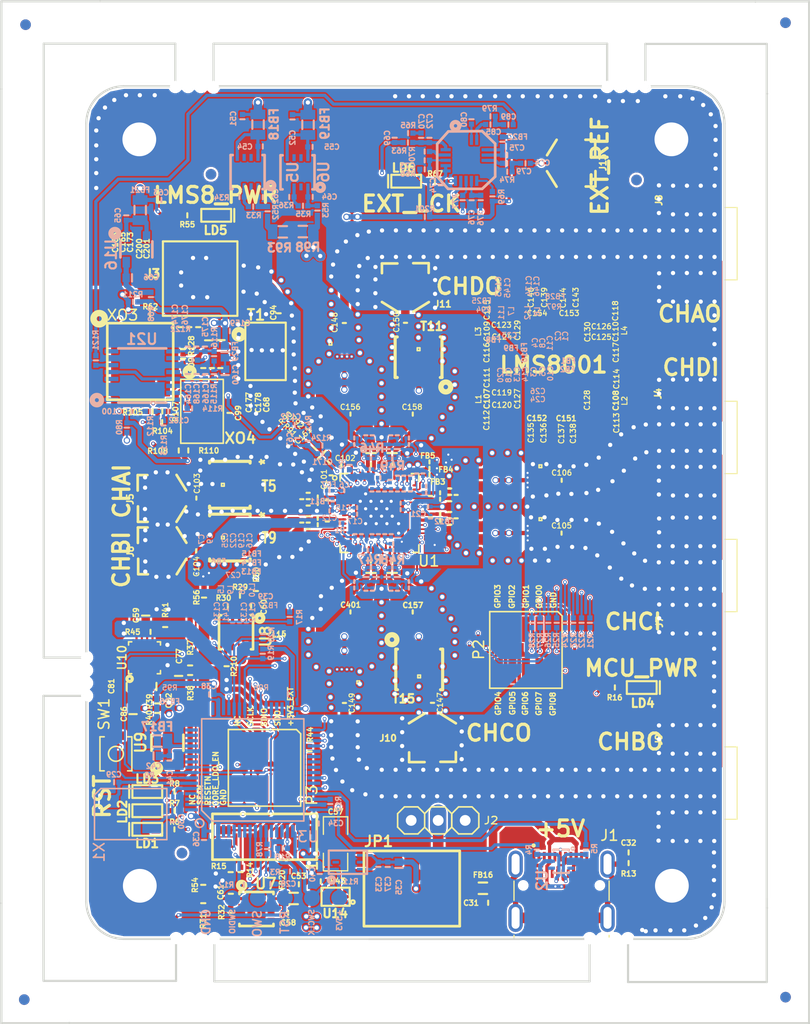
<source format=kicad_pcb>
(kicad_pcb (version 4) (host pcbnew 4.0.7-e2-6376~61~ubuntu18.04.1)
  (title_block (title LMS8001_AppPCB) (rev 1v2) (company "Lime Microsystems"))
  (layers (0 F.RO signal) (1 B.RO signal hide) (2 F.FR4 signal hide) (31 B.FR4 signal hide) (34 B.Paste user) (35 F.Paste user) (36 B.SilkS user) (37 F.SilkS user) (38 B.Mask user) (39 F.Mask user) (44 Edge.Cuts user))
  (net 0 "")
  (net 1 +1.33V)
  (net 2 +1.8V)
  (net 3 +1.8V_PLL)
  (net 4 +3.3V)
  (net 5 +3.3V_CLKGEN)
  (net 6 +3.3V_EXT)
  (net 7 +3.3V_USB)
  (net 8 +5V)
  (net 9 +5VP)
  (net 10 +5V_PWR)
  (net 11 /Clocks/EX1)
  (net 12 /Clocks/EX2)
  (net 13 /Clocks/EX3)
  (net 14 /Clocks/EX4)
  (net 15 /Clocks/EX5)
  (net 16 /Clocks/EX7)
  (net 17 /Clocks/EXTLO_N)
  (net 18 /Clocks/EXTLO_P)
  (net 19 /Clocks/HFPLL_CLK)
  (net 20 /Clocks/HFPLL_CLK_LMS8)
  (net 21 /Clocks/REF_ADF)
  (net 22 /Clocks/SMA_IN1)
  (net 23 /Clocks/VCXO_OUT)
  (net 24 /Clocks/VCXO_PWR_FILTER)
  (net 25 /Clocks/VDDO_CKBUF)
  (net 26 /Clocks/VDD_CKBUF)
  (net 27 /Clocks/V_CTRL)
  (net 28 /RF/IN_A1)
  (net 29 /RF/IN_A2)
  (net 30 /RF/IN_A3)
  (net 31 /RF/IN_A7)
  (net 32 /RF/IN_B1)
  (net 33 /RF/IN_B2)
  (net 34 /RF/IN_B3)
  (net 35 /RF/IN_B7)
  (net 36 /RF/IN_C1)
  (net 37 /RF/IN_C2)
  (net 38 /RF/IN_C3)
  (net 39 /RF/IN_D1)
  (net 40 /RF/IN_D2)
  (net 41 /RF/IN_D3)
  (net 42 /RF/OUT_A1)
  (net 43 /RF/OUT_A2)
  (net 44 /RF/OUT_A3)
  (net 45 /RF/OUT_A4)
  (net 46 /RF/OUT_A5)
  (net 47 /RF/OUT_B1)
  (net 48 /RF/OUT_B2)
  (net 49 /RF/OUT_B3)
  (net 50 /RF/OUT_B4)
  (net 51 /RF/OUT_B5)
  (net 52 /RF/OUT_C1)
  (net 53 /RF/OUT_C2)
  (net 54 /RF/OUT_C3)
  (net 55 /RF/OUT_C4)
  (net 56 /RF/OUT_C5)
  (net 57 /RF/OUT_C7)
  (net 58 /RF/OUT_D1)
  (net 59 /RF/OUT_D2)
  (net 60 /RF/OUT_D3)
  (net 61 /RF/OUT_D4)
  (net 62 /RF/OUT_D5)
  (net 63 /RF/OUT_D7)
  (net 64 /RF/VDDTX)
  (net 65 /USB_microcontroller/CORE_LDO_EN)
  (net 66 /USB_microcontroller/GPIO0)
  (net 67 /USB_microcontroller/GPIO1)
  (net 68 /USB_microcontroller/GPIO2)
  (net 69 /USB_microcontroller/GPIO3)
  (net 70 /USB_microcontroller/GPIO4)
  (net 71 /USB_microcontroller/GPIO5)
  (net 72 /USB_microcontroller/GPIO6)
  (net 73 /USB_microcontroller/GPIO7)
  (net 74 /USB_microcontroller/GPIO8)
  (net 75 /USB_microcontroller/LMS_GPIO0)
  (net 76 /USB_microcontroller/LMS_GPIO1)
  (net 77 /USB_microcontroller/LMS_GPIO2)
  (net 78 /USB_microcontroller/LMS_GPIO3)
  (net 79 /USB_microcontroller/LMS_GPIO4)
  (net 80 /USB_microcontroller/LMS_GPIO5)
  (net 81 /USB_microcontroller/LMS_GPIO6)
  (net 82 /USB_microcontroller/LMS_GPIO7)
  (net 83 /USB_microcontroller/LMS_GPIO8)
  (net 84 /USB_microcontroller/MCU_BOOT0)
  (net 85 /USB_microcontroller/MCU_BOOT1)
  (net 86 /USB_microcontroller/MCU_LED0)
  (net 87 /USB_microcontroller/MCU_LED1)
  (net 88 /USB_microcontroller/MCU_LED2)
  (net 89 /USB_microcontroller/MCU_RST)
  (net 90 /USB_microcontroller/MCU_SWD_SWCLK)
  (net 91 /USB_microcontroller/MCU_SWD_SWDIO)
  (net 92 /USB_microcontroller/MCU_SWD_SWO)
  (net 93 /USB_microcontroller/RESETN)
  (net 94 /USB_microcontroller/SAEN)
  (net 95 /USB_microcontroller/SDO)
  (net 96 /USB_microcontroller/USB_ESD_DM)
  (net 97 /USB_microcontroller/USB_ESD_DP)
  (net 98 /USB_microcontroller/VDDA33)
  (net 99 GND)
  (net 100 SBEN)
  (net 101 SCLK)
  (net 102 SDIO)
  (net 103 VDD_TXA)
  (net 104 VDD_TXB)
  (net 105 VDD_TXC)
  (net 106 VDD_TXD)
  (net 107 Vdio)
  (net 108 "Net-(C1-Pad1)")
  (net 109 "Net-(C2-Pad1)")
  (net 110 "Net-(C3-Pad1)")
  (net 111 "Net-(C5-Pad1)")
  (net 112 "Net-(C6-Pad1)")
  (net 113 "Net-(C7-Pad1)")
  (net 114 "Net-(C9-Pad1)")
  (net 115 "Net-(C10-Pad1)")
  (net 116 "Net-(C12-Pad1)")
  (net 117 "Net-(C13-Pad1)")
  (net 118 "Net-(C16-Pad1)")
  (net 119 "Net-(C18-Pad1)")
  (net 120 "Net-(C21-Pad1)")
  (net 121 "Net-(C22-Pad1)")
  (net 122 "Net-(C23-Pad1)")
  (net 123 "Net-(C27-Pad1)")
  (net 124 "Net-(C29-Pad1)")
  (net 125 "Net-(C30-Pad1)")
  (net 126 /USB_microcontroller/Vbus)
  (net 127 "Net-(C32-Pad1)")
  (net 128 "Net-(C54-Pad1)")
  (net 129 "Net-(C55-Pad1)")
  (net 130 "Net-(C58-Pad1)")
  (net 131 "Net-(C59-Pad2)")
  (net 132 "Net-(C60-Pad1)")
  (net 133 "Net-(C61-Pad1)")
  (net 134 "Net-(C62-Pad1)")
  (net 135 "Net-(C64-Pad1)")
  (net 136 "Net-(C65-Pad1)")
  (net 137 "Net-(C66-Pad1)")
  (net 138 "Net-(C171-Pad1)")
  (net 139 "Net-(C177-Pad2)")
  (net 140 "Net-(C70-Pad1)")
  (net 141 "Net-(C70-Pad2)")
  (net 142 "Net-(C73-Pad2)")
  (net 143 "Net-(C74-Pad2)")
  (net 144 "Net-(C75-Pad1)")
  (net 145 "Net-(C76-Pad1)")
  (net 146 "Net-(C79-Pad1)")
  (net 147 "Net-(C79-Pad2)")
  (net 148 "Net-(C80-Pad1)")
  (net 149 "Net-(C81-Pad1)")
  (net 150 "Net-(C82-Pad2)")
  (net 151 "Net-(C85-Pad1)")
  (net 152 "Net-(C85-Pad2)")
  (net 153 "Net-(C99-Pad1)")
  (net 154 "Net-(C100-Pad1)")
  (net 155 "Net-(C105-Pad1)")
  (net 156 "Net-(C106-Pad1)")
  (net 157 "Net-(C119-Pad2)")
  (net 158 "Net-(C120-Pad2)")
  (net 159 "Net-(C123-Pad2)")
  (net 160 "Net-(C124-Pad2)")
  (net 161 "Net-(C125-Pad2)")
  (net 162 "Net-(C126-Pad2)")
  (net 163 "Net-(C128-Pad1)")
  (net 164 "Net-(C128-Pad2)")
  (net 165 "Net-(C131-Pad1)")
  (net 166 "Net-(C132-Pad1)")
  (net 167 "Net-(C133-Pad1)")
  (net 168 "Net-(C134-Pad1)")
  (net 169 "Net-(C148-Pad2)")
  (net 170 "Net-(C149-Pad2)")
  (net 171 "Net-(C162-Pad1)")
  (net 172 "Net-(C162-Pad2)")
  (net 173 "Net-(C163-Pad1)")
  (net 174 "Net-(C172-Pad2)")
  (net 175 "Net-(J1-PadA2)")
  (net 176 "Net-(J1-PadA3)")
  (net 177 "Net-(J1-PadA5)")
  (net 178 /USB_microcontroller/USB_DP)
  (net 179 /USB_microcontroller/USB_DM)
  (net 180 "Net-(J1-PadA8)")
  (net 181 "Net-(J1-PadA10)")
  (net 182 "Net-(J1-PadA11)")
  (net 183 "Net-(J1-PadB2)")
  (net 184 "Net-(J1-PadB3)")
  (net 185 "Net-(J1-PadB5)")
  (net 186 "Net-(J1-PadB8)")
  (net 187 "Net-(J1-PadB10)")
  (net 188 "Net-(J1-PadB11)")
  (net 189 "Net-(J2-Pad2)")
  (net 190 +5V_FMC)
  (net 191 "Net-(LD1-Pad1)")
  (net 192 "Net-(LD2-Pad1)")
  (net 193 "Net-(LD3-Pad1)")
  (net 194 "Net-(LD4-Pad1)")
  (net 195 "Net-(LD5-Pad1)")
  (net 196 "Net-(LD6-Pad1)")
  (net 197 "Net-(P3-Pad9)")
  (net 198 "Net-(P3-Pad10)")
  (net 199 "Net-(R2-Pad2)")
  (net 200 "Net-(R9-Pad2)")
  (net 201 "Net-(R29-Pad2)")
  (net 202 "Net-(R31-Pad2)")
  (net 203 "Net-(R33-Pad2)")
  (net 204 "Net-(R35-Pad2)")
  (net 205 "Net-(R37-Pad2)")
  (net 206 "Net-(R38-Pad2)")
  (net 207 "Net-(R39-Pad2)")
  (net 208 "Net-(R40-Pad2)")
  (net 209 "Net-(R41-Pad2)")
  (net 210 "Net-(R43-Pad1)")
  (net 211 "Net-(R62-Pad2)")
  (net 212 "Net-(R67-Pad1)")
  (net 213 "Net-(R69-Pad2)")
  (net 214 "Net-(R70-Pad1)")
  (net 215 "Net-(R77-Pad1)")
  (net 216 "Net-(R78-Pad1)")
  (net 217 "Net-(R105-Pad2)")
  (net 218 "Net-(R107-Pad2)")
  (net 219 "Net-(R108-Pad1)")
  (net 220 "Net-(R110-Pad1)")
  (net 221 "Net-(R114-Pad1)")
  (net 222 "Net-(R121-Pad2)")
  (net 223 "Net-(R122-Pad2)")
  (net 224 "Net-(U1-Pad1)")
  (net 225 "Net-(U3-Pad51)")
  (net 226 "Net-(U3-Pad52)")
  (net 227 "Net-(U3-Pad53)")
  (net 228 "Net-(U3-Pad62)")
  (net 229 "Net-(U3-Pad61)")
  (net 230 "Net-(U3-Pad59)")
  (net 231 "Net-(U3-Pad58)")
  (net 232 "Net-(U3-Pad41)")
  (net 233 "Net-(U3-Pad43)")
  (net 234 "Net-(U3-Pad40)")
  (net 235 "Net-(U3-Pad38)")
  (net 236 "Net-(U3-Pad37)")
  (net 237 "Net-(U3-Pad17)")
  (net 238 "Net-(U3-Pad29)")
  (net 239 "Net-(U3-Pad30)")
  (net 240 "Net-(U3-Pad16)")
  (net 241 "Net-(U3-Pad15)")
  (net 242 "Net-(U3-Pad14)")
  (net 243 "Net-(U3-Pad11)")
  (net 244 "Net-(U3-Pad10)")
  (net 245 "Net-(U3-Pad1)")
  (net 246 "Net-(U3-Pad3)")
  (net 247 "Net-(U3-Pad4)")
  (net 248 "Net-(U4-Pad2)")
  (net 249 "Net-(U4-Pad5)")
  (net 250 "Net-(U5-Pad6)")
  (net 251 "Net-(U5-Pad7)")
  (net 252 "Net-(U5-Pad2)")
  (net 253 "Net-(U6-Pad6)")
  (net 254 "Net-(U6-Pad7)")
  (net 255 "Net-(U6-Pad2)")
  (net 256 "Net-(U7-Pad6)")
  (net 257 "Net-(U7-Pad7)")
  (net 258 "Net-(U7-Pad2)")
  (net 259 "Net-(U8-Pad6)")
  (net 260 "Net-(U8-Pad7)")
  (net 261 "Net-(U8-Pad2)")
  (net 262 "Net-(U14-Pad3)")
  (net 263 "Net-(U21-Pad4)")
  (net 264 "Net-(U21-Pad1)")
  (net 265 "Net-(U21-Pad8)")
  (net 266 "Net-(U21-Pad14)")
  (net 267 "Net-(U21-Pad12)")
  (net 268 "Net-(XO3-Pad3)")
  (net 269 "Net-(XO4-Pad5)")
  (net 270 "Net-(XO4-Pad3)")
  (net 271 "Net-(XO4-Pad2)")
  (net 272 "Net-(XO4-Pad8)")
  (net 273 "Net-(XO4-Pad10)")
  (net 274 +1.45V_PLL)
  (net 275 "Net-(U2-Pad3)")
  (net 276 "Net-(U2-Pad4)")
  (module VIA_600_400 (layer B.FR4) (at 163.61088 137.80682 90)
    (fp_text reference Ref** hide)
    (fp_text value Val** hide)
    (pad "" thru_hole circle (at 0 0 90) (size 0.6 0.6) (drill 0.4) (layers *.Cu) (net 99 GND) (clearance 0.1))
  )
  (module VIA_600_400 (layer F.RO) (at 132.2053 132.32252 270)
    (fp_text reference Ref** hide)
    (fp_text value Val** hide)
    (pad "" thru_hole circle (at 0 0 270) (size 0.6 0.6) (drill 0.4) (layers *.Cu) (net 99 GND) (clearance 0.1))
  )
  (module VIA_600_400 (layer B.FR4) (at 144.1 69.5 270)
    (fp_text reference Ref** hide)
    (fp_text value Val** hide)
    (pad "" thru_hole circle (at 0 0 270) (size 0.6 0.6) (drill 0.4) (layers *.Cu) (net 99 GND) (clearance 0.1))
  )
  (module 12402143E512A_libs:AMPHENOL_12402143E512A (layer F.RO) (at 155.7 133.5)
    (fp_text reference J1 (at 4.5 -4.7) (layer F.SilkS))
    (fp_text value 12402143E512A)
    (pad None np_thru_hole circle (at -3.6 0) (size 0.7 0.7) (drill 0.7) (layers *.Cu *.Mask))
    (pad None np_thru_hole circle (at 3.6 0) (size 0.7 0.7) (drill 0.7) (layers *.Cu *.Mask))
    (pad SH1 thru_hole oval (at -4.32 -2) (size 1.35 2.55) (drill oval 0.75 1.95) (layers *.Cu *.Mask) (net 127 "Net-(C32-Pad1)"))
    (pad SH2 thru_hole oval (at 4.32 -2) (size 1.35 2.55) (drill oval 0.75 1.95) (layers *.Cu *.Mask) (net 127 "Net-(C32-Pad1)"))
    (pad SH3 thru_hole oval (at -4.32 3.05) (size 1.35 2.65) (drill oval 0.75 2.05) (layers *.Cu *.Mask) (net 127 "Net-(C32-Pad1)"))
    (pad SH4 thru_hole oval (at 4.32 3.05) (size 1.35 2.65) (drill oval 0.75 2.05) (layers *.Cu *.Mask) (net 127 "Net-(C32-Pad1)"))
    (pad A1 smd rect (at -2.625 -2.7) (size 0.27 0.9) (layers F.RO F.Paste F.Mask) (net 99 GND))
    (pad B1 smd rect (at 2.625 -1.1) (size 0.27 0.8) (layers F.RO F.Paste F.Mask) (net 99 GND))
    (pad A2 smd rect (at -2.125 -2.7) (size 0.27 0.9) (layers F.RO F.Paste F.Mask) (net 175 "Net-(J1-PadA2)"))
    (pad A3 smd rect (at -1.625 -2.7) (size 0.27 0.9) (layers F.RO F.Paste F.Mask) (net 176 "Net-(J1-PadA3)"))
    (pad A4 smd rect (at -1.125 -2.7) (size 0.27 0.9) (layers F.RO F.Paste F.Mask) (net 126 /USB_microcontroller/Vbus))
    (pad A5 smd rect (at -0.625 -2.7) (size 0.27 0.9) (layers F.RO F.Paste F.Mask) (net 177 "Net-(J1-PadA5)"))
    (pad A6 smd rect (at -0.125 -2.7) (size 0.27 0.9) (layers F.RO F.Paste F.Mask) (net 178 /USB_microcontroller/USB_DP))
    (pad A7 smd rect (at 0.375 -2.7) (size 0.27 0.9) (layers F.RO F.Paste F.Mask) (net 179 /USB_microcontroller/USB_DM))
    (pad A8 smd rect (at 0.875 -2.7) (size 0.27 0.9) (layers F.RO F.Paste F.Mask) (net 180 "Net-(J1-PadA8)"))
    (pad A9 smd rect (at 1.375 -2.7) (size 0.27 0.9) (layers F.RO F.Paste F.Mask) (net 126 /USB_microcontroller/Vbus))
    (pad A10 smd rect (at 1.875 -2.7) (size 0.27 0.9) (layers F.RO F.Paste F.Mask) (net 181 "Net-(J1-PadA10)"))
    (pad A11 smd rect (at 2.375 -2.7) (size 0.27 0.9) (layers F.RO F.Paste F.Mask) (net 182 "Net-(J1-PadA11)"))
    (pad A12 smd rect (at 2.875 -2.7) (size 0.27 0.9) (layers F.RO F.Paste F.Mask) (net 99 GND))
    (pad B2 smd rect (at 2.125 -1.1) (size 0.27 0.8) (layers F.RO F.Paste F.Mask) (net 183 "Net-(J1-PadB2)"))
    (pad B3 smd rect (at 1.625 -1.1) (size 0.27 0.8) (layers F.RO F.Paste F.Mask) (net 184 "Net-(J1-PadB3)"))
    (pad B4 smd rect (at 1.125 -1.1) (size 0.27 0.8) (layers F.RO F.Paste F.Mask) (net 126 /USB_microcontroller/Vbus))
    (pad B5 smd rect (at 0.625 -1.1) (size 0.27 0.8) (layers F.RO F.Paste F.Mask) (net 185 "Net-(J1-PadB5)"))
    (pad B6 smd rect (at 0.125 -1.1) (size 0.27 0.8) (layers F.RO F.Paste F.Mask) (net 178 /USB_microcontroller/USB_DP))
    (pad B7 smd rect (at -0.375 -1.1) (size 0.27 0.8) (layers F.RO F.Paste F.Mask) (net 179 /USB_microcontroller/USB_DM))
    (pad B8 smd rect (at -0.875 -1.1) (size 0.27 0.8) (layers F.RO F.Paste F.Mask) (net 186 "Net-(J1-PadB8)"))
    (pad B9 smd rect (at -1.375 -1.1) (size 0.27 0.8) (layers F.RO F.Paste F.Mask) (net 126 /USB_microcontroller/Vbus))
    (pad B10 smd rect (at -1.875 -1.1) (size 0.27 0.8) (layers F.RO F.Paste F.Mask) (net 187 "Net-(J1-PadB10)"))
    (pad B11 smd rect (at -2.375 -1.1) (size 0.27 0.8) (layers F.RO F.Paste F.Mask) (net 188 "Net-(J1-PadB11)"))
    (pad B12 smd rect (at -2.875 -1.1) (size 0.27 0.8) (layers F.RO F.Paste F.Mask) (net 99 GND))
  )
  (module BreakHole (layer F.RO) (at 159.5374 138.52906 90)
    (fp_text reference BreakHole hide)
    (fp_text value VAL** hide)
    (pad "" np_thru_hole circle (at 0 0 90) (size 1 1) (drill 1) (layers *.Cu *.Mask))
  )
  (module BreakHole (layer F.RO) (at 158.33852 138.52906 90)
    (fp_text reference BreakHole hide)
    (fp_text value VAL** hide)
    (pad "" np_thru_hole circle (at 0 0 90) (size 1 1) (drill 1) (layers *.Cu *.Mask))
  )
  (module BreakHole (layer F.RO) (at 160.73628 138.52906 90)
    (fp_text reference BreakHole hide)
    (fp_text value VAL** hide)
    (pad "" np_thru_hole circle (at 0 0 90) (size 1 1) (drill 1) (layers *.Cu *.Mask))
  )
  (module BreakHole (layer F.RO) (at 161.93516 138.52906 90)
    (fp_text reference BreakHole hide)
    (fp_text value VAL** hide)
    (pad "" np_thru_hole circle (at 0 0 90) (size 1 1) (drill 1) (layers *.Cu *.Mask))
  )
  (module BreakHole (layer F.RO) (at 163.58362 58.39206 90)
    (fp_text reference BreakHole hide)
    (fp_text value VAL** hide)
    (pad "" np_thru_hole circle (at 0 0 90) (size 1 1) (drill 1) (layers *.Cu *.Mask))
  )
  (module BreakHole (layer F.RO) (at 162.38474 58.39206 90)
    (fp_text reference BreakHole hide)
    (fp_text value VAL** hide)
    (pad "" np_thru_hole circle (at 0 0 90) (size 1 1) (drill 1) (layers *.Cu *.Mask))
  )
  (module BreakHole (layer F.RO) (at 159.98698 58.39206 90)
    (fp_text reference BreakHole hide)
    (fp_text value VAL** hide)
    (pad "" np_thru_hole circle (at 0 0 90) (size 1 1) (drill 1) (layers *.Cu *.Mask))
  )
  (module BreakHole (layer F.RO) (at 161.18586 58.39206 90)
    (fp_text reference BreakHole hide)
    (fp_text value VAL** hide)
    (pad "" np_thru_hole circle (at 0 0 90) (size 1 1) (drill 1) (layers *.Cu *.Mask))
  )
  (module BreakHole (layer F.RO) (at 123.07062 138.52398 90)
    (fp_text reference BreakHole hide)
    (fp_text value VAL** hide)
    (pad "" np_thru_hole circle (at 0 0 90) (size 1 1) (drill 1) (layers *.Cu *.Mask))
  )
  (module BreakHole (layer F.RO) (at 121.87174 138.52398 90)
    (fp_text reference BreakHole hide)
    (fp_text value VAL** hide)
    (pad "" np_thru_hole circle (at 0 0 90) (size 1 1) (drill 1) (layers *.Cu *.Mask))
  )
  (module BreakHole (layer F.RO) (at 119.47398 138.52398 90)
    (fp_text reference BreakHole hide)
    (fp_text value VAL** hide)
    (pad "" np_thru_hole circle (at 0 0 90) (size 1 1) (drill 1) (layers *.Cu *.Mask))
  )
  (module BreakHole (layer F.RO) (at 120.67286 138.52398 90)
    (fp_text reference BreakHole hide)
    (fp_text value VAL** hide)
    (pad "" np_thru_hole circle (at 0 0 90) (size 1 1) (drill 1) (layers *.Cu *.Mask))
  )
  (module BreakHole (layer F.RO) (at 120.5992 58.39714 90)
    (fp_text reference BreakHole hide)
    (fp_text value VAL** hide)
    (pad "" np_thru_hole circle (at 0 0 90) (size 1 1) (drill 1) (layers *.Cu *.Mask))
  )
  (module BreakHole (layer F.RO) (at 119.40032 58.39714 90)
    (fp_text reference BreakHole hide)
    (fp_text value VAL** hide)
    (pad "" np_thru_hole circle (at 0 0 90) (size 1 1) (drill 1) (layers *.Cu *.Mask))
  )
  (module BreakHole (layer F.RO) (at 121.79808 58.39714 90)
    (fp_text reference BreakHole hide)
    (fp_text value VAL** hide)
    (pad "" np_thru_hole circle (at 0 0 90) (size 1 1) (drill 1) (layers *.Cu *.Mask))
  )
  (module BreakHole (layer F.RO) (at 122.99696 58.39714 90)
    (fp_text reference BreakHole hide)
    (fp_text value VAL** hide)
    (pad "" np_thru_hole circle (at 0 0 90) (size 1 1) (drill 1) (layers *.Cu *.Mask))
  )
  (module BreakHole (layer F.RO) (at 111.03864 113.28654)
    (fp_text reference BreakHole hide)
    (fp_text value VAL** hide)
    (pad "" np_thru_hole circle (at 0 0) (size 1 1) (drill 1) (layers *.Cu *.Mask))
  )
  (module BreakHole (layer F.RO) (at 111.03864 112.08766)
    (fp_text reference BreakHole hide)
    (fp_text value VAL** hide)
    (pad "" np_thru_hole circle (at 0 0) (size 1 1) (drill 1) (layers *.Cu *.Mask))
  )
  (module BreakHole (layer F.RO) (at 111.03864 114.48542)
    (fp_text reference BreakHole hide)
    (fp_text value VAL** hide)
    (pad "" np_thru_hole circle (at 0 0) (size 1 1) (drill 1) (layers *.Cu *.Mask))
  )
  (module BreakHole (layer F.RO) (at 111.03864 115.6843)
    (fp_text reference BreakHole hide)
    (fp_text value VAL** hide)
    (pad "" np_thru_hole circle (at 0 0) (size 1 1) (drill 1) (layers *.Cu *.Mask))
  )
  (module VIA_600_400 (layer F.RO) (at 123.1845 133.6091 90)
    (fp_text reference Ref** hide)
    (fp_text value Val** hide)
    (pad "" thru_hole circle (at 0 0 90) (size 0.6 0.6) (drill 0.4) (layers *.Cu) (net 99 GND) (clearance 0.1))
  )
  (module VIA_600_400 (layer F.RO) (at 123.825 133.03758 90)
    (fp_text reference Ref** hide)
    (fp_text value Val** hide)
    (pad "" thru_hole circle (at 0 0 90) (size 0.6 0.6) (drill 0.4) (layers *.Cu) (net 99 GND) (clearance 0.1))
  )
  (module VIA_600_400 (layer F.RO) (at 123.20778 132.38226 90)
    (fp_text reference Ref** hide)
    (fp_text value Val** hide)
    (pad "" thru_hole circle (at 0 0 90) (size 0.6 0.6) (drill 0.4) (layers *.Cu) (net 99 GND) (clearance 0.1))
  )
  (module VIA_600_400 (layer B.FR4) (at 164.8165 126.69062)
    (fp_text reference Ref** hide)
    (fp_text value Val** hide)
    (pad "" thru_hole circle (at 0 0) (size 0.6 0.6) (drill 0.4) (layers *.Cu) (net 99 GND) (clearance 0.1))
  )
  (module VIA_600_400 (layer B.FR4) (at 164.81396 129.28858)
    (fp_text reference Ref** hide)
    (fp_text value Val** hide)
    (pad "" thru_hole circle (at 0 0) (size 0.6 0.6) (drill 0.4) (layers *.Cu) (net 99 GND) (clearance 0.1))
  )
  (module VIA_600_400 (layer B.FR4) (at 164.81396 127.98858)
    (fp_text reference Ref** hide)
    (fp_text value Val** hide)
    (pad "" thru_hole circle (at 0 0) (size 0.6 0.6) (drill 0.4) (layers *.Cu) (net 99 GND) (clearance 0.1))
  )
  (module VIA_600_400 (layer B.FR4) (at 164.8546 119.76406)
    (fp_text reference Ref** hide)
    (fp_text value Val** hide)
    (pad "" thru_hole circle (at 0 0) (size 0.6 0.6) (drill 0.4) (layers *.Cu) (net 99 GND) (clearance 0.1))
  )
  (module VIA_600_400 (layer B.FR4) (at 164.8546 121.06406)
    (fp_text reference Ref** hide)
    (fp_text value Val** hide)
    (pad "" thru_hole circle (at 0 0) (size 0.6 0.6) (drill 0.4) (layers *.Cu) (net 99 GND) (clearance 0.1))
  )
  (module VIA_600_400 (layer B.FR4) (at 164.85714 118.4661)
    (fp_text reference Ref** hide)
    (fp_text value Val** hide)
    (pad "" thru_hole circle (at 0 0) (size 0.6 0.6) (drill 0.4) (layers *.Cu) (net 99 GND) (clearance 0.1))
  )
  (module VIA_600_400 (layer B.FR4) (at 164.84952 69.00978)
    (fp_text reference Ref** hide)
    (fp_text value Val** hide)
    (pad "" thru_hole circle (at 0 0) (size 0.6 0.6) (drill 0.4) (layers *.Cu) (net 99 GND) (clearance 0.1))
  )
  (module VIA_600_400 (layer B.FR4) (at 164.84952 70.30978)
    (fp_text reference Ref** hide)
    (fp_text value Val** hide)
    (pad "" thru_hole circle (at 0 0) (size 0.6 0.6) (drill 0.4) (layers *.Cu) (net 99 GND) (clearance 0.1))
  )
  (module VIA_600_400 (layer B.FR4) (at 164.85206 67.71182)
    (fp_text reference Ref** hide)
    (fp_text value Val** hide)
    (pad "" thru_hole circle (at 0 0) (size 0.6 0.6) (drill 0.4) (layers *.Cu) (net 99 GND) (clearance 0.1))
  )
  (module VIA_600_400 (layer B.FR4) (at 164.86476 77.2724)
    (fp_text reference Ref** hide)
    (fp_text value Val** hide)
    (pad "" thru_hole circle (at 0 0) (size 0.6 0.6) (drill 0.4) (layers *.Cu) (net 99 GND) (clearance 0.1))
  )
  (module VIA_600_400 (layer B.FR4) (at 164.86476 78.5724)
    (fp_text reference Ref** hide)
    (fp_text value Val** hide)
    (pad "" thru_hole circle (at 0 0) (size 0.6 0.6) (drill 0.4) (layers *.Cu) (net 99 GND) (clearance 0.1))
  )
  (module VIA_600_400 (layer B.FR4) (at 164.8673 75.97444)
    (fp_text reference Ref** hide)
    (fp_text value Val** hide)
    (pad "" thru_hole circle (at 0 0) (size 0.6 0.6) (drill 0.4) (layers *.Cu) (net 99 GND) (clearance 0.1))
  )
  (module VIA_600_400 (layer B.FR4) (at 164.86476 87.28254)
    (fp_text reference Ref** hide)
    (fp_text value Val** hide)
    (pad "" thru_hole circle (at 0 0) (size 0.6 0.6) (drill 0.4) (layers *.Cu) (net 99 GND) (clearance 0.1))
  )
  (module VIA_600_400 (layer B.FR4) (at 164.86476 88.58254)
    (fp_text reference Ref** hide)
    (fp_text value Val** hide)
    (pad "" thru_hole circle (at 0 0) (size 0.6 0.6) (drill 0.4) (layers *.Cu) (net 99 GND) (clearance 0.1))
  )
  (module VIA_600_400 (layer B.FR4) (at 164.8673 85.98458)
    (fp_text reference Ref** hide)
    (fp_text value Val** hide)
    (pad "" thru_hole circle (at 0 0) (size 0.6 0.6) (drill 0.4) (layers *.Cu) (net 99 GND) (clearance 0.1))
  )
  (module VIA_600_400 (layer B.FR4) (at 164.84952 94.16338)
    (fp_text reference Ref** hide)
    (fp_text value Val** hide)
    (pad "" thru_hole circle (at 0 0) (size 0.6 0.6) (drill 0.4) (layers *.Cu) (net 99 GND) (clearance 0.1))
  )
  (module VIA_600_400 (layer B.FR4) (at 164.84698 96.76134)
    (fp_text reference Ref** hide)
    (fp_text value Val** hide)
    (pad "" thru_hole circle (at 0 0) (size 0.6 0.6) (drill 0.4) (layers *.Cu) (net 99 GND) (clearance 0.1))
  )
  (module VIA_600_400 (layer B.FR4) (at 164.84698 95.46134)
    (fp_text reference Ref** hide)
    (fp_text value Val** hide)
    (pad "" thru_hole circle (at 0 0) (size 0.6 0.6) (drill 0.4) (layers *.Cu) (net 99 GND) (clearance 0.1))
  )
  (module VIA_600_400 (layer B.FR4) (at 164.86476 100.31528)
    (fp_text reference Ref** hide)
    (fp_text value Val** hide)
    (pad "" thru_hole circle (at 0 0) (size 0.6 0.6) (drill 0.4) (layers *.Cu) (net 99 GND) (clearance 0.1))
  )
  (module VIA_600_400 (layer B.FR4) (at 164.86476 101.61528)
    (fp_text reference Ref** hide)
    (fp_text value Val** hide)
    (pad "" thru_hole circle (at 0 0) (size 0.6 0.6) (drill 0.4) (layers *.Cu) (net 99 GND) (clearance 0.1))
  )
  (module VIA_600_400 (layer B.FR4) (at 164.8673 99.01732)
    (fp_text reference Ref** hide)
    (fp_text value Val** hide)
    (pad "" thru_hole circle (at 0 0) (size 0.6 0.6) (drill 0.4) (layers *.Cu) (net 99 GND) (clearance 0.1))
  )
  (module VIA_600_400 (layer B.FR4) (at 164.86984 108.39502)
    (fp_text reference Ref** hide)
    (fp_text value Val** hide)
    (pad "" thru_hole circle (at 0 0) (size 0.6 0.6) (drill 0.4) (layers *.Cu) (net 99 GND) (clearance 0.1))
  )
  (module VIA_600_400 (layer B.FR4) (at 164.86984 109.69502)
    (fp_text reference Ref** hide)
    (fp_text value Val** hide)
    (pad "" thru_hole circle (at 0 0) (size 0.6 0.6) (drill 0.4) (layers *.Cu) (net 99 GND) (clearance 0.1))
  )
  (module VIA_600_400 (layer B.FR4) (at 164.87238 107.09706)
    (fp_text reference Ref** hide)
    (fp_text value Val** hide)
    (pad "" thru_hole circle (at 0 0) (size 0.6 0.6) (drill 0.4) (layers *.Cu) (net 99 GND) (clearance 0.1))
  )
  (module VIA_600_400 (layer B.FR4) (at 163.28088 137.68682 90)
    (fp_text reference Ref** hide)
    (fp_text value Val** hide)
    (pad "" thru_hole circle (at 0 0 90) (size 0.6 0.6) (drill 0.4) (layers *.Cu) (net 99 GND) (clearance 0.1))
  )
  (module VIA_600_400 (layer B.FR4) (at 167.2301 137.72238 90)
    (fp_text reference Ref** hide)
    (fp_text value Val** hide)
    (pad "" thru_hole circle (at 0 0 90) (size 0.6 0.6) (drill 0.4) (layers *.Cu) (net 99 GND) (clearance 0.1))
  )
  (module VIA_600_400 (layer B.FR4) (at 164.5301 137.72238 90)
    (fp_text reference Ref** hide)
    (fp_text value Val** hide)
    (pad "" thru_hole circle (at 0 0 90) (size 0.6 0.6) (drill 0.4) (layers *.Cu) (net 99 GND) (clearance 0.1))
  )
  (module VIA_600_400 (layer B.FR4) (at 165.9301 137.72238 90)
    (fp_text reference Ref** hide)
    (fp_text value Val** hide)
    (pad "" thru_hole circle (at 0 0 90) (size 0.6 0.6) (drill 0.4) (layers *.Cu) (net 99 GND) (clearance 0.1))
  )
  (module VIA_600_400 (layer B.FR4) (at 170.02408 130.40356 180)
    (fp_text reference Ref** hide)
    (fp_text value Val** hide)
    (pad "" thru_hole circle (at 0 0 180) (size 0.6 0.6) (drill 0.4) (layers *.Cu) (net 99 GND) (clearance 0.1))
  )
  (module VIA_600_400 (layer B.FR4) (at 170.02408 131.70356 180)
    (fp_text reference Ref** hide)
    (fp_text value Val** hide)
    (pad "" thru_hole circle (at 0 0 180) (size 0.6 0.6) (drill 0.4) (layers *.Cu) (net 99 GND) (clearance 0.1))
  )
  (module VIA_600_400 (layer B.FR4) (at 170.02408 134.40356 180)
    (fp_text reference Ref** hide)
    (fp_text value Val** hide)
    (pad "" thru_hole circle (at 0 0 180) (size 0.6 0.6) (drill 0.4) (layers *.Cu) (net 99 GND) (clearance 0.1))
  )
  (module VIA_600_400 (layer B.FR4) (at 170.02408 133.00356 180)
    (fp_text reference Ref** hide)
    (fp_text value Val** hide)
    (pad "" thru_hole circle (at 0 0 180) (size 0.6 0.6) (drill 0.4) (layers *.Cu) (net 99 GND) (clearance 0.1))
  )
  (module VIA_600_400 (layer B.FR4) (at 169.80426 135.55894 180)
    (fp_text reference Ref** hide)
    (fp_text value Val** hide)
    (pad "" thru_hole circle (at 0 0 180) (size 0.6 0.6) (drill 0.4) (layers *.Cu) (net 99 GND) (clearance 0.1))
  )
  (module VIA_600_400 (layer B.FR4) (at 169.20426 136.55894 180)
    (fp_text reference Ref** hide)
    (fp_text value Val** hide)
    (pad "" thru_hole circle (at 0 0 180) (size 0.6 0.6) (drill 0.4) (layers *.Cu) (net 99 GND) (clearance 0.1))
  )
  (module VIA_600_400 (layer B.FR4) (at 168.3301 137.27238 90)
    (fp_text reference Ref** hide)
    (fp_text value Val** hide)
    (pad "" thru_hole circle (at 0 0 90) (size 0.6 0.6) (drill 0.4) (layers *.Cu) (net 99 GND) (clearance 0.1))
  )
  (module VIA_600_400 (layer B.FR4) (at 170.03874 111.25758)
    (fp_text reference Ref** hide)
    (fp_text value Val** hide)
    (pad "" thru_hole circle (at 0 0) (size 0.6 0.6) (drill 0.4) (layers *.Cu) (net 99 GND) (clearance 0.1))
  )
  (module VIA_600_400 (layer B.FR4) (at 170.0362 115.25554)
    (fp_text reference Ref** hide)
    (fp_text value Val** hide)
    (pad "" thru_hole circle (at 0 0) (size 0.6 0.6) (drill 0.4) (layers *.Cu) (net 99 GND) (clearance 0.1))
  )
  (module VIA_600_400 (layer B.FR4) (at 170.0362 113.85554)
    (fp_text reference Ref** hide)
    (fp_text value Val** hide)
    (pad "" thru_hole circle (at 0 0) (size 0.6 0.6) (drill 0.4) (layers *.Cu) (net 99 GND) (clearance 0.1))
  )
  (module VIA_600_400 (layer B.FR4) (at 170.0362 112.55554)
    (fp_text reference Ref** hide)
    (fp_text value Val** hide)
    (pad "" thru_hole circle (at 0 0) (size 0.6 0.6) (drill 0.4) (layers *.Cu) (net 99 GND) (clearance 0.1))
  )
  (module VIA_600_400 (layer B.FR4) (at 170.0362 116.65558)
    (fp_text reference Ref** hide)
    (fp_text value Val** hide)
    (pad "" thru_hole circle (at 0 0) (size 0.6 0.6) (drill 0.4) (layers *.Cu) (net 99 GND) (clearance 0.1))
  )
  (module VIA_600_400 (layer B.FR4) (at 170.07176 82.63178)
    (fp_text reference Ref** hide)
    (fp_text value Val** hide)
    (pad "" thru_hole circle (at 0 0) (size 0.6 0.6) (drill 0.4) (layers *.Cu) (net 99 GND) (clearance 0.1))
  )
  (module VIA_600_400 (layer B.FR4) (at 170.07176 81.23178)
    (fp_text reference Ref** hide)
    (fp_text value Val** hide)
    (pad "" thru_hole circle (at 0 0) (size 0.6 0.6) (drill 0.4) (layers *.Cu) (net 99 GND) (clearance 0.1))
  )
  (module VIA_600_400 (layer B.FR4) (at 170.07176 79.93178)
    (fp_text reference Ref** hide)
    (fp_text value Val** hide)
    (pad "" thru_hole circle (at 0 0) (size 0.6 0.6) (drill 0.4) (layers *.Cu) (net 99 GND) (clearance 0.1))
  )
  (module VIA_600_400 (layer B.FR4) (at 170.07176 84.03182)
    (fp_text reference Ref** hide)
    (fp_text value Val** hide)
    (pad "" thru_hole circle (at 0 0) (size 0.6 0.6) (drill 0.4) (layers *.Cu) (net 99 GND) (clearance 0.1))
  )
  (module VIA_600_400 (layer B.FR4) (at 146.6586 59.33792 270)
    (fp_text reference Ref** hide)
    (fp_text value Val** hide)
    (pad "" thru_hole circle (at 0 0 270) (size 0.6 0.6) (drill 0.4) (layers *.Cu) (net 99 GND) (clearance 0.1))
  )
  (module VIA_600_400 (layer B.FR4) (at 145.3586 59.33792 270)
    (fp_text reference Ref** hide)
    (fp_text value Val** hide)
    (pad "" thru_hole circle (at 0 0 270) (size 0.6 0.6) (drill 0.4) (layers *.Cu) (net 99 GND) (clearance 0.1))
  )
  (module VIA_600_400 (layer B.FR4) (at 144.0586 59.33792 270)
    (fp_text reference Ref** hide)
    (fp_text value Val** hide)
    (pad "" thru_hole circle (at 0 0 270) (size 0.6 0.6) (drill 0.4) (layers *.Cu) (net 99 GND) (clearance 0.1))
  )
  (module VIA_600_400 (layer B.FR4) (at 142.6586 59.33792 270)
    (fp_text reference Ref** hide)
    (fp_text value Val** hide)
    (pad "" thru_hole circle (at 0 0 270) (size 0.6 0.6) (drill 0.4) (layers *.Cu) (net 99 GND) (clearance 0.1))
  )
  (module VIA_600_400 (layer B.FR4) (at 140.06064 59.33538 270)
    (fp_text reference Ref** hide)
    (fp_text value Val** hide)
    (pad "" thru_hole circle (at 0 0 270) (size 0.6 0.6) (drill 0.4) (layers *.Cu) (net 99 GND) (clearance 0.1))
  )
  (module VIA_600_400 (layer B.FR4) (at 141.36064 59.33538 270)
    (fp_text reference Ref** hide)
    (fp_text value Val** hide)
    (pad "" thru_hole circle (at 0 0 270) (size 0.6 0.6) (drill 0.4) (layers *.Cu) (net 99 GND) (clearance 0.1))
  )
  (module VIA_600_400 (layer B.FR4) (at 156.0566 59.33792 270)
    (fp_text reference Ref** hide)
    (fp_text value Val** hide)
    (pad "" thru_hole circle (at 0 0 270) (size 0.6 0.6) (drill 0.4) (layers *.Cu) (net 99 GND) (clearance 0.1))
  )
  (module VIA_600_400 (layer B.FR4) (at 154.7566 59.33792 270)
    (fp_text reference Ref** hide)
    (fp_text value Val** hide)
    (pad "" thru_hole circle (at 0 0 270) (size 0.6 0.6) (drill 0.4) (layers *.Cu) (net 99 GND) (clearance 0.1))
  )
  (module VIA_600_400 (layer B.FR4) (at 153.4566 59.33792 270)
    (fp_text reference Ref** hide)
    (fp_text value Val** hide)
    (pad "" thru_hole circle (at 0 0 270) (size 0.6 0.6) (drill 0.4) (layers *.Cu) (net 99 GND) (clearance 0.1))
  )
  (module VIA_600_400 (layer B.FR4) (at 152.0566 59.33792 270)
    (fp_text reference Ref** hide)
    (fp_text value Val** hide)
    (pad "" thru_hole circle (at 0 0 270) (size 0.6 0.6) (drill 0.4) (layers *.Cu) (net 99 GND) (clearance 0.1))
  )
  (module VIA_600_400 (layer B.FR4) (at 148.05864 59.33538 270)
    (fp_text reference Ref** hide)
    (fp_text value Val** hide)
    (pad "" thru_hole circle (at 0 0 270) (size 0.6 0.6) (drill 0.4) (layers *.Cu) (net 99 GND) (clearance 0.1))
  )
  (module VIA_600_400 (layer B.FR4) (at 149.45864 59.33538 270)
    (fp_text reference Ref** hide)
    (fp_text value Val** hide)
    (pad "" thru_hole circle (at 0 0 270) (size 0.6 0.6) (drill 0.4) (layers *.Cu) (net 99 GND) (clearance 0.1))
  )
  (module VIA_600_400 (layer B.FR4) (at 150.75864 59.33538 270)
    (fp_text reference Ref** hide)
    (fp_text value Val** hide)
    (pad "" thru_hole circle (at 0 0 270) (size 0.6 0.6) (drill 0.4) (layers *.Cu) (net 99 GND) (clearance 0.1))
  )
  (module VIA_600_400 (layer B.FR4) (at 160.16934 59.78496 270)
    (fp_text reference Ref** hide)
    (fp_text value Val** hide)
    (pad "" thru_hole circle (at 0 0 270) (size 0.6 0.6) (drill 0.4) (layers *.Cu) (net 99 GND) (clearance 0.1))
  )
  (module VIA_600_400 (layer B.FR4) (at 158.85664 59.33792 270)
    (fp_text reference Ref** hide)
    (fp_text value Val** hide)
    (pad "" thru_hole circle (at 0 0 270) (size 0.6 0.6) (drill 0.4) (layers *.Cu) (net 99 GND) (clearance 0.1))
  )
  (module VIA_600_400 (layer B.FR4) (at 157.45664 59.33792 270)
    (fp_text reference Ref** hide)
    (fp_text value Val** hide)
    (pad "" thru_hole circle (at 0 0 270) (size 0.6 0.6) (drill 0.4) (layers *.Cu) (net 99 GND) (clearance 0.1))
  )
  (module TL_C_5X5_SM (layer F.RO) (at 137.92708 123.6853)
    (fp_text reference VAL hide)
    (fp_text value REF hide)
  )
  (module VIA_600_400 (layer F.RO) (at 143.82496 75.49642)
    (fp_text reference Ref** hide)
    (fp_text value Val** hide)
    (pad "" thru_hole circle (at 0 0) (size 0.6 0.6) (drill 0.4) (layers *.Cu) (net 99 GND) (clearance 0.1))
  )
  (module VIA_600_400 (layer F.RO) (at 143.81866 76.6075)
    (fp_text reference Ref** hide)
    (fp_text value Val** hide)
    (pad "" thru_hole circle (at 0 0) (size 0.6 0.6) (drill 0.4) (layers *.Cu) (net 99 GND) (clearance 0.1))
  )
  (module VIA_600_400 (layer F.RO) (at 143.81358 77.90688)
    (fp_text reference Ref** hide)
    (fp_text value Val** hide)
    (pad "" thru_hole circle (at 0 0) (size 0.6 0.6) (drill 0.4) (layers *.Cu) (net 99 GND) (clearance 0.1))
  )
  (module VIA_600_400 (layer F.RO) (at 143.81358 79.20688)
    (fp_text reference Ref** hide)
    (fp_text value Val** hide)
    (pad "" thru_hole circle (at 0 0) (size 0.6 0.6) (drill 0.4) (layers *.Cu) (net 99 GND) (clearance 0.1))
  )
  (module VIA_600_400 (layer F.RO) (at 138.21156 75.38212)
    (fp_text reference Ref** hide)
    (fp_text value Val** hide)
    (pad "" thru_hole circle (at 0 0) (size 0.6 0.6) (drill 0.4) (layers *.Cu) (net 99 GND) (clearance 0.1))
  )
  (module VIA_600_400 (layer F.RO) (at 138.2078 76.54654)
    (fp_text reference Ref** hide)
    (fp_text value Val** hide)
    (pad "" thru_hole circle (at 0 0) (size 0.6 0.6) (drill 0.4) (layers *.Cu) (net 99 GND) (clearance 0.1))
  )
  (module VIA_600_400 (layer F.RO) (at 138.20272 77.84592)
    (fp_text reference Ref** hide)
    (fp_text value Val** hide)
    (pad "" thru_hole circle (at 0 0) (size 0.6 0.6) (drill 0.4) (layers *.Cu) (net 99 GND) (clearance 0.1))
  )
  (module VIA_600_400 (layer F.RO) (at 138.20272 79.14592)
    (fp_text reference Ref** hide)
    (fp_text value Val** hide)
    (pad "" thru_hole circle (at 0 0) (size 0.6 0.6) (drill 0.4) (layers *.Cu) (net 99 GND) (clearance 0.1))
  )
  (module VIA_600_400 (layer F.RO) (at 146.31548 117.7301)
    (fp_text reference Ref** hide)
    (fp_text value Val** hide)
    (pad "" thru_hole circle (at 0 0) (size 0.6 0.6) (drill 0.4) (layers *.Cu) (net 99 GND) (clearance 0.1))
  )
  (module VIA_600_400 (layer F.RO) (at 146.31802 119.03566)
    (fp_text reference Ref** hide)
    (fp_text value Val** hide)
    (pad "" thru_hole circle (at 0 0) (size 0.6 0.6) (drill 0.4) (layers *.Cu) (net 99 GND) (clearance 0.1))
  )
  (module VIA_600_400 (layer F.RO) (at 146.31294 120.33504)
    (fp_text reference Ref** hide)
    (fp_text value Val** hide)
    (pad "" thru_hole circle (at 0 0) (size 0.6 0.6) (drill 0.4) (layers *.Cu) (net 99 GND) (clearance 0.1))
  )
  (module VIA_600_400 (layer F.RO) (at 146.31294 121.63504)
    (fp_text reference Ref** hide)
    (fp_text value Val** hide)
    (pad "" thru_hole circle (at 0 0) (size 0.6 0.6) (drill 0.4) (layers *.Cu) (net 99 GND) (clearance 0.1))
  )
  (module VIA_600_400 (layer F.RO) (at 140.71986 117.79614)
    (fp_text reference Ref** hide)
    (fp_text value Val** hide)
    (pad "" thru_hole circle (at 0 0) (size 0.6 0.6) (drill 0.4) (layers *.Cu) (net 99 GND) (clearance 0.1))
  )
  (module VIA_600_400 (layer F.RO) (at 140.7224 119.1017)
    (fp_text reference Ref** hide)
    (fp_text value Val** hide)
    (pad "" thru_hole circle (at 0 0) (size 0.6 0.6) (drill 0.4) (layers *.Cu) (net 99 GND) (clearance 0.1))
  )
  (module VIA_600_400 (layer F.RO) (at 140.71732 120.40108)
    (fp_text reference Ref** hide)
    (fp_text value Val** hide)
    (pad "" thru_hole circle (at 0 0) (size 0.6 0.6) (drill 0.4) (layers *.Cu) (net 99 GND) (clearance 0.1))
  )
  (module VIA_600_400 (layer F.RO) (at 140.71732 121.70108)
    (fp_text reference Ref** hide)
    (fp_text value Val** hide)
    (pad "" thru_hole circle (at 0 0) (size 0.6 0.6) (drill 0.4) (layers *.Cu) (net 99 GND) (clearance 0.1))
  )
  (module TSSOP16_NB3H83905C (layer B.FR4) (at 116.2953 85.58118)
    (fp_text reference U21 (at -0.04458 -3.4198) (layer B.SilkS) (effects (font (thickness 0.2)) (justify mirror)))
    (fp_text value NB3H83905C hide)
    (pad 4 smd rect (at -2.9 0.325) (size 1.3 0.4) (layers B.FR4 B.Paste B.Mask) (net 263 "Net-(U21-Pad4)") (clearance 0.09906))
    (pad 5 smd rect (at -2.9 -0.325) (size 1.3 0.4) (layers B.FR4 B.Paste B.Mask) (net 25 /Clocks/VDDO_CKBUF) (clearance 0.09906))
    (pad 3 smd rect (at -2.9 0.975) (size 1.3 0.4) (layers B.FR4 B.Paste B.Mask) (net 99 GND) (clearance 0.09906))
    (pad 2 smd rect (at -2.9 1.625) (size 1.3 0.4) (layers B.FR4 B.Paste B.Mask) (net 99 GND) (clearance 0.09906))
    (pad 1 smd rect (at -2.9 2.275) (size 1.3 0.4) (layers B.FR4 B.Paste B.Mask) (net 264 "Net-(U21-Pad1)") (clearance 0.09906))
    (pad 6 smd rect (at -2.9 -0.975) (size 1.3 0.4) (layers B.FR4 B.Paste B.Mask) (net 222 "Net-(R121-Pad2)") (clearance 0.09906))
    (pad 7 smd rect (at -2.9 -1.625) (size 1.3 0.4) (layers B.FR4 B.Paste B.Mask) (net 99 GND) (clearance 0.09906))
    (pad 8 smd rect (at -2.9 -2.275) (size 1.3 0.4) (layers B.FR4 B.Paste B.Mask) (net 265 "Net-(U21-Pad8)") (clearance 0.09906))
    (pad 16 smd rect (at 2.9 2.275) (size 1.3 0.4) (layers B.FR4 B.Paste B.Mask) (net 171 "Net-(C162-Pad1)") (clearance 0.09906))
    (pad 9 smd rect (at 2.9 -2.275) (size 1.3 0.4) (layers B.FR4 B.Paste B.Mask) (net 26 /Clocks/VDD_CKBUF) (clearance 0.09906))
    (pad 10 smd rect (at 2.9 -1.625) (size 1.3 0.4) (layers B.FR4 B.Paste B.Mask) (net 223 "Net-(R122-Pad2)") (clearance 0.09906))
    (pad 11 smd rect (at 2.9 -0.975) (size 1.3 0.4) (layers B.FR4 B.Paste B.Mask) (net 99 GND) (clearance 0.09906))
    (pad 15 smd rect (at 2.9 1.625) (size 1.3 0.4) (layers B.FR4 B.Paste B.Mask) (net 221 "Net-(R114-Pad1)") (clearance 0.09906))
    (pad 14 smd rect (at 2.9 0.975) (size 1.3 0.4) (layers B.FR4 B.Paste B.Mask) (net 266 "Net-(U21-Pad14)") (clearance 0.09906))
    (pad 12 smd rect (at 2.9 -0.325) (size 1.3 0.4) (layers B.FR4 B.Paste B.Mask) (net 267 "Net-(U21-Pad12)") (clearance 0.09906))
    (pad 13 smd rect (at 2.9 0.325) (size 1.3 0.4) (layers B.FR4 B.Paste B.Mask) (net 25 /Clocks/VDDO_CKBUF) (clearance 0.09906))
  )
  (module VIA_600_400 (layer B.FR4) (at 142.02 133.8)
    (fp_text reference Ref** hide)
    (fp_text value Val** hide)
    (pad "" thru_hole circle (at 0 0) (size 0.6 0.6) (drill 0.4) (layers *.Cu) (net 9 +5VP) (clearance 0.1))
  )
  (module VIA_600_400 (layer F.RO) (at 114.98 79.37 90)
    (fp_text reference Ref** hide)
    (fp_text value Val** hide)
    (pad "" thru_hole circle (at 0 0 90) (size 0.6 0.6) (drill 0.4) (layers *.Cu) (net 6 +3.3V_EXT) (clearance 0.1))
  )
  (module VIA_600_400 (layer F.RO) (at 114.43 77.97 90)
    (fp_text reference Ref** hide)
    (fp_text value Val** hide)
    (pad "" thru_hole circle (at 0 0 90) (size 0.6 0.6) (drill 0.4) (layers *.Cu) (net 6 +3.3V_EXT) (clearance 0.1))
  )
  (module VIA_600_400 (layer F.RO) (at 114.56 108.83 90)
    (fp_text reference Ref** hide)
    (fp_text value Val** hide)
    (pad "" thru_hole circle (at 0 0 90) (size 0.6 0.6) (drill 0.4) (layers *.Cu) (net 6 +3.3V_EXT) (clearance 0.1))
  )
  (module VIA_600_400 (layer F.RO) (at 124.22 115.06 90)
    (fp_text reference Ref** hide)
    (fp_text value Val** hide)
    (pad "" thru_hole circle (at 0 0 90) (size 0.6 0.6) (drill 0.4) (layers *.Cu) (net 6 +3.3V_EXT) (clearance 0.1))
  )
  (module VIA_600_400 (layer F.RO) (at 114.56 109.83 90)
    (fp_text reference Ref** hide)
    (fp_text value Val** hide)
    (pad "" thru_hole circle (at 0 0 90) (size 0.6 0.6) (drill 0.4) (layers *.Cu) (net 6 +3.3V_EXT) (clearance 0.1))
  )
  (module VIA_600_400 (layer F.RO) (at 124.22 114.2 90)
    (fp_text reference Ref** hide)
    (fp_text value Val** hide)
    (pad "" thru_hole circle (at 0 0 90) (size 0.6 0.6) (drill 0.4) (layers *.Cu) (net 6 +3.3V_EXT) (clearance 0.1))
  )
  (module HDRGPIO (layer F.RO) (at 127.78486 122.45086 180)
    (fp_text reference P3 (at -4.44754 -2.56794 270) (layer F.SilkS))
    (fp_text value MCU_SWD hide)
    (fp_text user +3V3_EXT (at -2.4384 5.75056 270) (layer F.SilkS) (effects (font (size 0.5 0.5) (thickness 0.125))))
    (fp_text user CORE_LDO_EN (at 4.58724 -1.01346 270) (layer F.SilkS) (effects (font (size 0.5 0.5) (thickness 0.125))))
    (fp_text user SCLK (at 1.31572 4.826 270) (layer F.SilkS) (effects (font (size 0.5 0.5) (thickness 0.125))))
    (fp_text user RESETN (at 5.32384 -2.13614 270) (layer F.SilkS) (effects (font (size 0.5 0.5) (thickness 0.125))))
    (fp_text user NC (at 6.77418 -2.98196 270) (layer F.SilkS) (effects (font (size 0.5 0.5) (thickness 0.125))))
    (fp_text user GND (at 3.87096 -2.76606 270) (layer F.SilkS) (effects (font (size 0.5 0.5) (thickness 0.125))))
    (fp_text user NC (at 2.53492 4.3942 270) (layer F.SilkS) (effects (font (size 0.5 0.5) (thickness 0.125))))
    (fp_text user SEAN (at 6.05536 -2.53746 270) (layer F.SilkS) (effects (font (size 0.5 0.5) (thickness 0.125))))
    (fp_text user SDIO (at 0.03556 4.75488 270) (layer F.SilkS) (effects (font (size 0.5 0.5) (thickness 0.125))))
    (fp_text user SDO (at -1.22936 4.66344 270) (layer F.SilkS) (effects (font (size 0.5 0.5) (thickness 0.125))))
    (pad 1 smd rect (at -2.54 1.95 180) (size 0.74 2.4) (layers F.RO F.Paste F.Mask) (net 6 +3.3V_EXT))
    (pad 2 smd rect (at -2.54 -1.95 180) (size 0.74 2.4) (layers F.RO F.Paste F.Mask) (net 99 GND))
    (pad 3 smd rect (at -1.27 1.95 180) (size 0.74 2.4) (layers F.RO F.Paste F.Mask) (net 95 /USB_microcontroller/SDO))
    (pad 4 smd rect (at -1.27 -1.95 180) (size 0.74 2.4) (layers F.RO F.Paste F.Mask) (net 65 /USB_microcontroller/CORE_LDO_EN))
    (pad 5 smd rect (at 0 1.95 180) (size 0.74 2.4) (layers F.RO F.Paste F.Mask) (net 102 SDIO))
    (pad 6 smd rect (at 0 -1.95 180) (size 0.74 2.4) (layers F.RO F.Paste F.Mask) (net 93 /USB_microcontroller/RESETN))
    (pad 7 smd rect (at 1.27 1.95 180) (size 0.74 2.4) (layers F.RO F.Paste F.Mask) (net 101 SCLK))
    (pad 8 smd rect (at 1.27 -1.95 180) (size 0.74 2.4) (layers F.RO F.Paste F.Mask) (net 94 /USB_microcontroller/SAEN))
    (pad 9 smd rect (at 2.54 1.95 180) (size 0.74 2.4) (layers F.RO F.Paste F.Mask) (net 197 "Net-(P3-Pad9)"))
    (pad 10 smd rect (at 2.54 -1.95 180) (size 0.74 2.4) (layers F.RO F.Paste F.Mask) (net 198 "Net-(P3-Pad10)"))
  )
  (module VIA_600_400 (layer F.RO) (at 132.42822 127.00388 90)
    (fp_text reference Ref** hide)
    (fp_text value Val** hide)
    (pad "" thru_hole circle (at 0 0 90) (size 0.6 0.6) (drill 0.4) (layers *.Cu) (net 7 +3.3V_USB) (clearance 0.1))
  )
  (module VIA_600_400 (layer F.RO) (at 120.88 126.98 90)
    (fp_text reference Ref** hide)
    (fp_text value Val** hide)
    (pad "" thru_hole circle (at 0 0 90) (size 0.6 0.6) (drill 0.4) (layers *.Cu) (net 7 +3.3V_USB) (clearance 0.1))
  )
  (module VIA_600_400 (layer F.RO) (at 131.62822 116.88388 90)
    (fp_text reference Ref** hide)
    (fp_text value Val** hide)
    (pad "" thru_hole circle (at 0 0 90) (size 0.6 0.6) (drill 0.4) (layers *.Cu) (net 7 +3.3V_USB) (clearance 0.1))
  )
  (module VIA_600_400 (layer F.RO) (at 123.02 114.53 90)
    (fp_text reference Ref** hide)
    (fp_text value Val** hide)
    (pad "" thru_hole circle (at 0 0 90) (size 0.6 0.6) (drill 0.4) (layers *.Cu) (net 7 +3.3V_USB) (clearance 0.1))
  )
  (module VIA_600_400 (layer F.RO) (at 132.51822 130.51388 90)
    (fp_text reference Ref** hide)
    (fp_text value Val** hide)
    (pad "" thru_hole circle (at 0 0 90) (size 0.6 0.6) (drill 0.4) (layers *.Cu) (net 7 +3.3V_USB) (clearance 0.1))
  )
  (module VIA_600_400 (layer F.RO) (at 131.41822 130.51388 90)
    (fp_text reference Ref** hide)
    (fp_text value Val** hide)
    (pad "" thru_hole circle (at 0 0 90) (size 0.6 0.6) (drill 0.4) (layers *.Cu) (net 7 +3.3V_USB) (clearance 0.1))
  )
  (module VIA_600_400 (layer F.RO) (at 131.95822 131.39388 90)
    (fp_text reference Ref** hide)
    (fp_text value Val** hide)
    (pad "" thru_hole circle (at 0 0 90) (size 0.6 0.6) (drill 0.4) (layers *.Cu) (net 7 +3.3V_USB) (clearance 0.1))
  )
  (module VIA_600_400 (layer F.RO) (at 133.02 74.35 90)
    (fp_text reference Ref** hide)
    (fp_text value Val** hide)
    (pad "" thru_hole circle (at 0 0 90) (size 0.6 0.6) (drill 0.4) (layers *.Cu) (net 2 +1.8V) (clearance 0.1))
  )
  (module VIA_600_400 (layer F.RO) (at 132.37 73.53 90)
    (fp_text reference Ref** hide)
    (fp_text value Val** hide)
    (pad "" thru_hole circle (at 0 0 90) (size 0.6 0.6) (drill 0.4) (layers *.Cu) (net 2 +1.8V) (clearance 0.1))
  )
  (module VIA_600_400 (layer F.RO) (at 131.72 74.33 90)
    (fp_text reference Ref** hide)
    (fp_text value Val** hide)
    (pad "" thru_hole circle (at 0 0 90) (size 0.6 0.6) (drill 0.4) (layers *.Cu) (net 2 +1.8V) (clearance 0.1))
  )
  (module VIA_600_400 (layer B.FR4) (at 123.04 80.64 270)
    (fp_text reference Ref** hide)
    (fp_text value Val** hide)
    (pad "" thru_hole circle (at 0 0 270) (size 0.6 0.6) (drill 0.4) (layers *.Cu) (net 5 +3.3V_CLKGEN) (clearance 0.1))
  )
  (module VIA_600_400 (layer B.FR4) (at 124.08 80.66 270)
    (fp_text reference Ref** hide)
    (fp_text value Val** hide)
    (pad "" thru_hole circle (at 0 0 270) (size 0.6 0.6) (drill 0.4) (layers *.Cu) (net 5 +3.3V_CLKGEN) (clearance 0.1))
  )
  (module VIA_600_400 (layer B.FR4) (at 135.49 70.67 270)
    (fp_text reference Ref** hide)
    (fp_text value Val** hide)
    (pad "" thru_hole circle (at 0 0 270) (size 0.6 0.6) (drill 0.4) (layers *.Cu) (net 5 +3.3V_CLKGEN) (clearance 0.1))
  )
  (module VIA_600_400 (layer B.FR4) (at 136.52 70.66 270)
    (fp_text reference Ref** hide)
    (fp_text value Val** hide)
    (pad "" thru_hole circle (at 0 0 270) (size 0.6 0.6) (drill 0.4) (layers *.Cu) (net 5 +3.3V_CLKGEN) (clearance 0.1))
  )
  (module VIA_600_400 (layer B.FR4) (at 114.85 91.68 270)
    (fp_text reference Ref** hide)
    (fp_text value Val** hide)
    (pad "" thru_hole circle (at 0 0 270) (size 0.6 0.6) (drill 0.4) (layers *.Cu) (net 22 /Clocks/SMA_IN1) (clearance 0.1))
  )
  (module VIA_600_400 (layer B.FR4) (at 153.8046 65.63046 270)
    (fp_text reference Ref** hide)
    (fp_text value Val** hide)
    (pad "" thru_hole circle (at 0 0 270) (size 0.6 0.6) (drill 0.4) (layers *.Cu) (net 22 /Clocks/SMA_IN1) (clearance 0.1))
  )
  (module VIA_600_400 (layer F.RO) (at 116.58 101.05 180)
    (fp_text reference Ref** hide)
    (fp_text value Val** hide)
    (pad "" thru_hole circle (at 0 0 180) (size 0.6 0.6) (drill 0.4) (layers *.Cu) (net 99 GND) (clearance 0.1))
  )
  (module VIA_600_400 (layer F.RO) (at 116.57888 100.12678 180)
    (fp_text reference Ref** hide)
    (fp_text value Val** hide)
    (pad "" thru_hole circle (at 0 0 180) (size 0.6 0.6) (drill 0.4) (layers *.Cu) (net 99 GND) (clearance 0.1))
  )
  (module VIA_600_400 (layer F.RO) (at 116.58 104.01 180)
    (fp_text reference Ref** hide)
    (fp_text value Val** hide)
    (pad "" thru_hole circle (at 0 0 180) (size 0.6 0.6) (drill 0.4) (layers *.Cu) (net 99 GND) (clearance 0.1))
  )
  (module VIA_600_400 (layer F.RO) (at 116.58 103.06 180)
    (fp_text reference Ref** hide)
    (fp_text value Val** hide)
    (pad "" thru_hole circle (at 0 0 180) (size 0.6 0.6) (drill 0.4) (layers *.Cu) (net 99 GND) (clearance 0.1))
  )
  (module VIA_600_400 (layer F.RO) (at 116.54888 98.12678 180)
    (fp_text reference Ref** hide)
    (fp_text value Val** hide)
    (pad "" thru_hole circle (at 0 0 180) (size 0.6 0.6) (drill 0.4) (layers *.Cu) (net 99 GND) (clearance 0.1))
  )
  (module VIA_600_400 (layer F.RO) (at 116.56 99.08 180)
    (fp_text reference Ref** hide)
    (fp_text value Val** hide)
    (pad "" thru_hole circle (at 0 0 180) (size 0.6 0.6) (drill 0.4) (layers *.Cu) (net 99 GND) (clearance 0.1))
  )
  (module VIA_600_400 (layer F.RO) (at 116.56 95.15 180)
    (fp_text reference Ref** hide)
    (fp_text value Val** hide)
    (pad "" thru_hole circle (at 0 0 180) (size 0.6 0.6) (drill 0.4) (layers *.Cu) (net 99 GND) (clearance 0.1))
  )
  (module VIA_600_400 (layer F.RO) (at 116.56 96.12 180)
    (fp_text reference Ref** hide)
    (fp_text value Val** hide)
    (pad "" thru_hole circle (at 0 0 180) (size 0.6 0.6) (drill 0.4) (layers *.Cu) (net 99 GND) (clearance 0.1))
  )
  (module VIA_600_400 (layer F.RO) (at 118.67 94.68 90)
    (fp_text reference Ref** hide)
    (fp_text value Val** hide)
    (pad "" thru_hole circle (at 0 0 90) (size 0.6 0.6) (drill 0.4) (layers *.Cu) (net 99 GND) (clearance 0.1))
  )
  (module VIA_600_400 (layer F.RO) (at 117.57 94.68 90)
    (fp_text reference Ref** hide)
    (fp_text value Val** hide)
    (pad "" thru_hole circle (at 0 0 90) (size 0.6 0.6) (drill 0.4) (layers *.Cu) (net 99 GND) (clearance 0.1))
  )
  (module VIA_600_400 (layer F.RO) (at 118.69 99.59 90)
    (fp_text reference Ref** hide)
    (fp_text value Val** hide)
    (pad "" thru_hole circle (at 0 0 90) (size 0.6 0.6) (drill 0.4) (layers *.Cu) (net 99 GND) (clearance 0.1))
  )
  (module VIA_600_400 (layer F.RO) (at 117.74 99.59 90)
    (fp_text reference Ref** hide)
    (fp_text value Val** hide)
    (pad "" thru_hole circle (at 0 0 90) (size 0.6 0.6) (drill 0.4) (layers *.Cu) (net 99 GND) (clearance 0.1))
  )
  (module VIA_600_400 (layer F.RO) (at 117.62 104.5 90)
    (fp_text reference Ref** hide)
    (fp_text value Val** hide)
    (pad "" thru_hole circle (at 0 0 90) (size 0.6 0.6) (drill 0.4) (layers *.Cu) (net 99 GND) (clearance 0.1))
  )
  (module VIA_600_400 (layer F.RO) (at 118.76 104.5 90)
    (fp_text reference Ref** hide)
    (fp_text value Val** hide)
    (pad "" thru_hole circle (at 0 0 90) (size 0.6 0.6) (drill 0.4) (layers *.Cu) (net 99 GND) (clearance 0.1))
  )
  (module VIA_600_400 (layer F.RO) (at 118.67364 112.80674 90)
    (fp_text reference Ref** hide)
    (fp_text value Val** hide)
    (pad "" thru_hole circle (at 0 0 90) (size 0.6 0.6) (drill 0.4) (layers *.Cu) (net 99 GND) (clearance 0.1))
  )
  (module VIA_600_400 (layer F.RO) (at 118.65822 110.89388 90)
    (fp_text reference Ref** hide)
    (fp_text value Val** hide)
    (pad "" thru_hole circle (at 0 0 90) (size 0.6 0.6) (drill 0.4) (layers *.Cu) (net 99 GND) (clearance 0.1))
  )
  (module VIA_600_400 (layer F.RO) (at 118.7577 107.56392 90)
    (fp_text reference Ref** hide)
    (fp_text value Val** hide)
    (pad "" thru_hole circle (at 0 0 90) (size 0.6 0.6) (drill 0.4) (layers *.Cu) (net 99 GND) (clearance 0.1))
  )
  (module VIA_600_400 (layer F.RO) (at 117.64364 107.54674 90)
    (fp_text reference Ref** hide)
    (fp_text value Val** hide)
    (pad "" thru_hole circle (at 0 0 90) (size 0.6 0.6) (drill 0.4) (layers *.Cu) (net 99 GND) (clearance 0.1))
  )
  (module VIA_600_400 (layer B.FR4) (at 127.17 59.92)
    (fp_text reference Ref** hide)
    (fp_text value Val** hide)
    (pad "" thru_hole circle (at 0 0) (size 0.6 0.6) (drill 0.4) (layers *.Cu) (net 8 +5V) (clearance 0.1))
  )
  (module VIA_600_400 (layer B.FR4) (at 116.09 67.99)
    (fp_text reference Ref** hide)
    (fp_text value Val** hide)
    (pad "" thru_hole circle (at 0 0) (size 0.6 0.6) (drill 0.4) (layers *.Cu) (net 8 +5V) (clearance 0.1))
  )
  (module VIA_600_400 (layer B.FR4) (at 131.86 59.92)
    (fp_text reference Ref** hide)
    (fp_text value Val** hide)
    (pad "" thru_hole circle (at 0 0) (size 0.6 0.6) (drill 0.4) (layers *.Cu) (net 8 +5V) (clearance 0.1))
  )
  (module VIA_600_400 (layer B.FR4) (at 131.68 137.46)
    (fp_text reference Ref** hide)
    (fp_text value Val** hide)
    (pad "" thru_hole circle (at 0 0) (size 0.6 0.6) (drill 0.4) (layers *.Cu) (net 8 +5V) (clearance 0.1))
  )
  (module VIA_600_400 (layer B.FR4) (at 132.69 137.47)
    (fp_text reference Ref** hide)
    (fp_text value Val** hide)
    (pad "" thru_hole circle (at 0 0) (size 0.6 0.6) (drill 0.4) (layers *.Cu) (net 8 +5V) (clearance 0.1))
  )
  (module VIA_600_400 (layer B.FR4) (at 132.71 136.42)
    (fp_text reference Ref** hide)
    (fp_text value Val** hide)
    (pad "" thru_hole circle (at 0 0) (size 0.6 0.6) (drill 0.4) (layers *.Cu) (net 8 +5V) (clearance 0.1))
  )
  (module VIA_600_400 (layer B.FR4) (at 131.7 136.41)
    (fp_text reference Ref** hide)
    (fp_text value Val** hide)
    (pad "" thru_hole circle (at 0 0) (size 0.6 0.6) (drill 0.4) (layers *.Cu) (net 8 +5V) (clearance 0.1))
  )
  (module VIA_600_400 (layer B.FR4) (at 119.78 116.83)
    (fp_text reference Ref** hide)
    (fp_text value Val** hide)
    (pad "" thru_hole circle (at 0 0) (size 0.6 0.6) (drill 0.4) (layers *.Cu) (net 3 +1.8V_PLL) (clearance 0.1))
  )
  (module VIA_600_400 (layer B.FR4) (at 118.81 117.4)
    (fp_text reference Ref** hide)
    (fp_text value Val** hide)
    (pad "" thru_hole circle (at 0 0) (size 0.6 0.6) (drill 0.4) (layers *.Cu) (net 3 +1.8V_PLL) (clearance 0.1))
  )
  (module VIA_600_400 (layer B.FR4) (at 116.57 116.85)
    (fp_text reference Ref** hide)
    (fp_text value Val** hide)
    (pad "" thru_hole circle (at 0 0) (size 0.6 0.6) (drill 0.4) (layers *.Cu) (net 3 +1.8V_PLL) (clearance 0.1))
  )
  (module VIA_600_400 (layer B.FR4) (at 118.81 116.3)
    (fp_text reference Ref** hide)
    (fp_text value Val** hide)
    (pad "" thru_hole circle (at 0 0) (size 0.6 0.6) (drill 0.4) (layers *.Cu) (net 3 +1.8V_PLL) (clearance 0.1))
  )
  (module SMA_vert_SMD (layer F.RO) (at 121.7362 76.4732)
    (fp_text reference J3 (at -4.45678 -0.4637) (layer F.SilkS) (effects (font (size 0.8 0.8) (thickness 0.2))))
    (fp_text value SMA_VERT_SMD hide)
    (pad 4 smd rect (at 2.37 2.37) (size 1.91 1.91) (layers F.RO F.Paste F.Mask) (net 99 GND))
    (pad 5 smd rect (at 2.37 -2.37) (size 1.91 1.91) (layers F.RO F.Paste F.Mask) (net 99 GND))
    (pad 1 smd rect (at 0 0) (size 1.52 1.52) (layers F.RO F.Paste F.Mask) (net 16 /Clocks/EX7))
    (pad 2 smd rect (at -2.37 -2.37) (size 1.91 1.91) (layers F.RO F.Paste F.Mask) (net 99 GND))
    (pad 3 smd rect (at -2.37 2.37) (size 1.91 1.91) (layers F.RO F.Paste F.Mask) (net 99 GND))
  )
  (module LLP-6 (layer B.FR4) (at 135.6229 131.32068 270)
    (fp_text reference U4 hide)
    (fp_text value LP5900SD-3.3 hide)
    (pad 3 smd rect (at -0.65 1.15 270) (size 0.25 0.6) (layers B.FR4 B.Paste B.Mask) (net 99 GND))
    (pad 2 smd rect (at 0 1.15 270) (size 0.25 0.6) (layers B.FR4 B.Paste B.Mask) (net 248 "Net-(U4-Pad2)"))
    (pad 1 smd rect (at 0.65 1.15 270) (size 0.25 0.6) (layers B.FR4 B.Paste B.Mask) (net 7 +3.3V_USB))
    (pad 6 smd rect (at 0.65 -1.15 270) (size 0.25 0.6) (layers B.FR4 B.Paste B.Mask) (net 9 +5VP))
    (pad 5 smd rect (at 0 -1.15 270) (size 0.25 0.6) (layers B.FR4 B.Paste B.Mask) (net 249 "Net-(U4-Pad5)"))
    (pad 4 smd rect (at -0.65 -1.15 270) (size 0.25 0.6) (layers B.FR4 B.Paste B.Mask) (net 9 +5VP))
    (pad 7 smd rect (at 0 0 270) (size 1.2 0.75) (layers B.FR4 B.Paste B.Mask) (net 99 GND))
  )
  (module UMC_SMD (layer F.RO) (at 156.59 65.63 270)
    (fp_text reference J13 (at -0.07112 -3.00228 270) (layer F.SilkS) (effects (font (size 0.6 0.6))))
    (fp_text value UMC_SMD hide)
    (pad 2 smd rect (at 1.45 0 270) (size 1 2.2) (layers F.RO F.Paste F.Mask) (net 99 GND))
    (pad 4 smd rect (at -1.45 0 270) (size 1 2.2) (layers F.RO F.Paste F.Mask) (net 99 GND))
    (pad 3 smd rect (at 0 -1.5 270) (size 1 1) (layers F.RO F.Paste F.Mask) (net 99 GND))
    (pad 1 smd rect (at 0 1.5 270) (size 1 1) (layers F.RO F.Paste F.Mask) (net 22 /Clocks/SMA_IN1))
  )
  (module SMD_RTX5032A (layer F.RO) (at 121.91082 88.94462 270)
    (fp_text reference XO4 (at 2.52586 -3.60582 360) (layer F.SilkS) (effects (font (thickness 0.2))))
    (fp_text value RTX5032A_40.000_MHZ hide)
    (pad 4 smd rect (at 1.925 1.15 270) (size 1.35 1) (layers F.RO F.Paste F.Mask) (net 99 GND) (clearance 0.09906))
    (pad 1 smd rect (at -1.925 1.15 270) (size 1.35 1) (layers F.RO F.Paste F.Mask) (net 218 "Net-(R107-Pad2)") (clearance 0.09906))
    (pad 6 smd rect (at 1.925 -1.15 270) (size 1.35 1) (layers F.RO F.Paste F.Mask) (net 220 "Net-(R110-Pad1)") (clearance 0.09906))
    (pad 9 smd rect (at -1.925 -1.15 270) (size 1.35 1) (layers F.RO F.Paste F.Mask) (net 139 "Net-(C177-Pad2)") (clearance 0.09906))
    (pad 5 smd rect (at 1.925 0 270) (size 1.35 0.7) (layers F.RO F.Paste F.Mask) (net 269 "Net-(XO4-Pad5)") (clearance 0.09906))
    (pad 3 smd rect (at 0.6 0.975) (size 1.35 0.7) (layers F.RO F.Paste F.Mask) (net 270 "Net-(XO4-Pad3)") (clearance 0.09906))
    (pad 2 smd rect (at -0.6 0.975) (size 1.35 0.7) (layers F.RO F.Paste F.Mask) (net 271 "Net-(XO4-Pad2)") (clearance 0.09906))
    (pad 8 smd rect (at -0.6096 -0.975) (size 1.35 0.7) (layers F.RO F.Paste F.Mask) (net 272 "Net-(XO4-Pad8)") (clearance 0.09906))
    (pad 7 smd rect (at 0.6 -0.975) (size 1.35 0.7) (layers F.RO F.Paste F.Mask) (net 153 "Net-(C99-Pad1)") (clearance 0.09906))
    (pad 10 smd rect (at -1.925 -0.00508 270) (size 1.35 0.7) (layers F.RO F.Paste F.Mask) (net 273 "Net-(XO4-Pad10)") (clearance 0.09906))
  )
  (module SMD0402 (layer B.FR4) (at 132.74957 70.07829 270)
    (fp_text reference R53 (at -0.04541 -0.78839 270) (layer B.SilkS) (effects (font (size 0.5 0.5) (thickness 0.125)) (justify mirror)))
    (fp_text value 0R_0402 hide)
    (pad 1 smd rect (at -0.44958 0 270) (size 0.4953 0.4953) (layers B.FR4 B.Paste B.Mask) (net 135 "Net-(C64-Pad1)"))
    (pad 2 smd rect (at 0.44958 0 270) (size 0.4953 0.4953) (layers B.FR4 B.Paste B.Mask) (net 2 +1.8V))
  )
  (module SMD0402 (layer B.FR4) (at 131.39957 69.62829 180)
    (fp_text reference R35 (at -0.03312 -0.78256 180) (layer B.SilkS) (effects (font (size 0.5 0.5) (thickness 0.125)) (justify mirror)))
    (fp_text value 44K2_0402 hide)
    (pad 1 smd rect (at -0.44958 0 180) (size 0.4953 0.4953) (layers B.FR4 B.Paste B.Mask) (net 135 "Net-(C64-Pad1)"))
    (pad 2 smd rect (at 0.44958 0 180) (size 0.4953 0.4953) (layers B.FR4 B.Paste B.Mask) (net 204 "Net-(R35-Pad2)"))
  )
  (module SMD0402 (layer B.FR4) (at 126.71957 69.69829 180)
    (fp_text reference R33 (at -0.05183 -0.83751 180) (layer B.SilkS) (effects (font (size 0.5 0.5) (thickness 0.125)) (justify mirror)))
    (fp_text value 23K2_0402 hide)
    (pad 1 smd rect (at -0.44958 0 180) (size 0.4953 0.4953) (layers B.FR4 B.Paste B.Mask) (net 134 "Net-(C62-Pad1)"))
    (pad 2 smd rect (at 0.44958 0 180) (size 0.4953 0.4953) (layers B.FR4 B.Paste B.Mask) (net 203 "Net-(R33-Pad2)"))
  )
  (module SMD0402 (layer B.FR4) (at 125.42957 68.80329 180)
    (fp_text reference R34 (at 1.66768 -0.06324 180) (layer B.SilkS) (effects (font (size 0.5 0.5) (thickness 0.125)) (justify mirror)))
    (fp_text value 34K8_0402 hide)
    (pad 1 smd rect (at -0.44958 0 180) (size 0.4953 0.4953) (layers B.FR4 B.Paste B.Mask) (net 203 "Net-(R33-Pad2)"))
    (pad 2 smd rect (at 0.44958 0 180) (size 0.4953 0.4953) (layers B.FR4 B.Paste B.Mask) (net 99 GND))
  )
  (module SMD0402 (layer B.FR4) (at 127.62 64.05)
    (fp_text reference C54 (at -1.68426 0.02912) (layer B.SilkS) (effects (font (size 0.5 0.5) (thickness 0.125)) (justify mirror)))
    (fp_text value 1UF_0402 hide)
    (pad 1 smd rect (at -0.44958 0) (size 0.4953 0.4953) (layers B.FR4 B.Paste B.Mask) (net 128 "Net-(C54-Pad1)"))
    (pad 2 smd rect (at 0.44958 0) (size 0.4953 0.4953) (layers B.FR4 B.Paste B.Mask) (net 99 GND))
  )
  (module SMD0402 (layer B.FR4) (at 125.70957 61.49829 270)
    (fp_text reference C51 (at -0.06126 0.86056 270) (layer B.SilkS) (effects (font (size 0.5 0.5) (thickness 0.125)) (justify mirror)))
    (fp_text value 1UF_0402 hide)
    (pad 1 smd rect (at -0.44958 0 270) (size 0.4953 0.4953) (layers B.FR4 B.Paste B.Mask) (net 8 +5V))
    (pad 2 smd rect (at 0.44958 0 270) (size 0.4953 0.4953) (layers B.FR4 B.Paste B.Mask) (net 99 GND))
  )
  (module SMD0402 (layer B.FR4) (at 128.06957 70.15329 270)
    (fp_text reference R52 (at 0.07263 -0.75923 270) (layer B.SilkS) (effects (font (size 0.5 0.5) (thickness 0.125)) (justify mirror)))
    (fp_text value 0R_0402 hide)
    (pad 1 smd rect (at -0.44958 0 270) (size 0.4953 0.4953) (layers B.FR4 B.Paste B.Mask) (net 134 "Net-(C62-Pad1)"))
    (pad 2 smd rect (at 0.44958 0 270) (size 0.4953 0.4953) (layers B.FR4 B.Paste B.Mask) (net 1 +1.33V))
  )
  (module SMD0402 (layer B.FR4) (at 132.3 64.1)
    (fp_text reference C55 (at 1.81454 -0.0031) (layer B.SilkS) (effects (font (size 0.5 0.5) (thickness 0.125)) (justify mirror)))
    (fp_text value 1UF_0402 hide)
    (pad 1 smd rect (at -0.44958 0) (size 0.4953 0.4953) (layers B.FR4 B.Paste B.Mask) (net 129 "Net-(C55-Pad1)"))
    (pad 2 smd rect (at 0.44958 0) (size 0.4953 0.4953) (layers B.FR4 B.Paste B.Mask) (net 99 GND))
  )
  (module SMD0402 (layer B.FR4) (at 130.41457 61.51829 270)
    (fp_text reference C52 (at 1.70739 -0.00173 270) (layer B.SilkS) (effects (font (size 0.5 0.5) (thickness 0.125)) (justify mirror)))
    (fp_text value 1UF_0402 hide)
    (pad 1 smd rect (at -0.44958 0 270) (size 0.4953 0.4953) (layers B.FR4 B.Paste B.Mask) (net 8 +5V))
    (pad 2 smd rect (at 0.44958 0 270) (size 0.4953 0.4953) (layers B.FR4 B.Paste B.Mask) (net 99 GND))
  )
  (module SMD0402 (layer B.FR4) (at 130.10957 68.80329 180)
    (fp_text reference R36 (at 0.27493 -0.78255 180) (layer B.SilkS) (effects (font (size 0.5 0.5) (thickness 0.125)) (justify mirror)))
    (fp_text value 34K8_0402 hide)
    (pad 1 smd rect (at -0.44958 0 180) (size 0.4953 0.4953) (layers B.FR4 B.Paste B.Mask) (net 204 "Net-(R35-Pad2)"))
    (pad 2 smd rect (at 0.44958 0 180) (size 0.4953 0.4953) (layers B.FR4 B.Paste B.Mask) (net 99 GND))
  )
  (module SMD0402 (layer B.FR4) (at 127.61957 68.81829)
    (fp_text reference C62 (at 1.18637 -0.10113 90) (layer B.SilkS) (effects (font (size 0.5 0.5) (thickness 0.125)) (justify mirror)))
    (fp_text value 4.7UF_0402 hide)
    (pad 1 smd rect (at -0.44958 0) (size 0.4953 0.4953) (layers B.FR4 B.Paste B.Mask) (net 134 "Net-(C62-Pad1)"))
    (pad 2 smd rect (at 0.44958 0) (size 0.4953 0.4953) (layers B.FR4 B.Paste B.Mask) (net 99 GND))
  )
  (module SMD0402 (layer B.FR4) (at 132.30957 68.79829)
    (fp_text reference C64 (at 1.58438 -0.00796) (layer B.SilkS) (effects (font (size 0.5 0.5) (thickness 0.125)) (justify mirror)))
    (fp_text value 4.7UF_0402 hide)
    (pad 1 smd rect (at -0.44958 0) (size 0.4953 0.4953) (layers B.FR4 B.Paste B.Mask) (net 135 "Net-(C64-Pad1)"))
    (pad 2 smd rect (at 0.44958 0) (size 0.4953 0.4953) (layers B.FR4 B.Paste B.Mask) (net 99 GND))
  )
  (module SMD0805 (layer B.FR4) (at 129.50207 72.06579 180)
    (fp_text reference R93 (at 0.31259 -1.51293 180) (layer B.SilkS) (effects (font (size 0.8 0.8) (thickness 0.2)) (justify mirror)))
    (fp_text value 0R_0805 hide)
    (pad 1 smd rect (at -0.9525 0 180) (size 0.89916 1.39954) (layers B.FR4 B.Paste B.Mask) (net 64 /RF/VDDTX))
    (pad 2 smd rect (at 0.9525 0 180) (size 0.89916 1.39954) (layers B.FR4 B.Paste B.Mask) (net 1 +1.33V))
  )
  (module SMD0805 (layer B.FR4) (at 131.38207 72.06579)
    (fp_text reference R98 (at 0.46679 1.45959) (layer B.SilkS) (effects (font (size 0.8 0.8) (thickness 0.2)) (justify mirror)))
    (fp_text value 0R_0805 hide)
    (pad 1 smd rect (at -0.9525 0) (size 0.89916 1.39954) (layers B.FR4 B.Paste B.Mask) (net 64 /RF/VDDTX))
    (pad 2 smd rect (at 0.9525 0) (size 0.89916 1.39954) (layers B.FR4 B.Paste B.Mask) (net 2 +1.8V))
  )
  (module SMD0805 (layer B.FR4) (at 127.16457 61.99829 270)
    (fp_text reference FB18 (at -0.03499 -1.50929 270) (layer B.SilkS) (effects (font (size 0.8 0.8) (thickness 0.2)) (justify mirror)))
    (fp_text value FB_60R_0805 hide)
    (pad 1 smd rect (at -0.9525 0 270) (size 0.89916 1.39954) (layers B.FR4 B.Paste B.Mask) (net 8 +5V))
    (pad 2 smd rect (at 0.9525 0 270) (size 0.89916 1.39954) (layers B.FR4 B.Paste B.Mask) (net 128 "Net-(C54-Pad1)"))
  )
  (module SMD0805 (layer B.FR4) (at 131.85957 62.01829 270)
    (fp_text reference FB19 (at -0.12611 -1.59711 270) (layer B.SilkS) (effects (font (size 0.8 0.8) (thickness 0.2)) (justify mirror)))
    (fp_text value FB_60R_0805 hide)
    (pad 1 smd rect (at -0.9525 0 270) (size 0.89916 1.39954) (layers B.FR4 B.Paste B.Mask) (net 8 +5V))
    (pad 2 smd rect (at 0.9525 0 270) (size 0.89916 1.39954) (layers B.FR4 B.Paste B.Mask) (net 129 "Net-(C55-Pad1)"))
  )
  (module U-DFN3030-8 (layer B.FR4) (at 126.19457 66.46329 90)
    (fp_text reference U5 (at -0.00508 4.24688 90) (layer B.SilkS) (effects (font (thickness 0.2)) (justify mirror)))
    (fp_text value AP7361 hide)
    (pad 9 smd rect (at 0 0 90) (size 1.6 2.35) (layers B.FR4 B.Paste B.Mask) (net 99 GND) (clearance 0.09906))
    (pad 6 smd rect (at 1.375 -0.325 90) (size 0.65 0.3) (layers B.FR4 B.Paste B.Mask) (net 250 "Net-(U5-Pad6)") (clearance 0.09906))
    (pad 7 smd rect (at 1.375 0.325 90) (size 0.65 0.3) (layers B.FR4 B.Paste B.Mask) (net 251 "Net-(U5-Pad7)") (clearance 0.09906))
    (pad 8 smd rect (at 1.375 0.975 90) (size 0.65 0.3) (layers B.FR4 B.Paste B.Mask) (net 128 "Net-(C54-Pad1)") (clearance 0.09906))
    (pad 5 smd rect (at 1.375 -0.97548 90) (size 0.65 0.3) (layers B.FR4 B.Paste B.Mask) (net 128 "Net-(C54-Pad1)") (clearance 0.09906))
    (pad 4 smd rect (at -1.375 -0.97548 90) (size 0.65 0.3) (layers B.FR4 B.Paste B.Mask) (net 99 GND) (clearance 0.09906))
    (pad 1 smd rect (at -1.375 0.97524 90) (size 0.65 0.3) (layers B.FR4 B.Paste B.Mask) (net 134 "Net-(C62-Pad1)") (clearance 0.09906))
    (pad 2 smd rect (at -1.375 0.325 90) (size 0.65 0.3) (layers B.FR4 B.Paste B.Mask) (net 252 "Net-(U5-Pad2)") (clearance 0.09906))
    (pad 3 smd rect (at -1.375 -0.325 90) (size 0.65 0.3) (layers B.FR4 B.Paste B.Mask) (net 203 "Net-(R33-Pad2)") (clearance 0.09906))
  )
  (module U-DFN3030-8 (layer B.FR4) (at 130.88457 66.48329 90)
    (fp_text reference U6 (at 0.03992 2.45566 90) (layer B.SilkS) (effects (font (thickness 0.2)) (justify mirror)))
    (fp_text value AP7361 hide)
    (pad 9 smd rect (at 0 0 90) (size 1.6 2.35) (layers B.FR4 B.Paste B.Mask) (net 99 GND) (clearance 0.09906))
    (pad 6 smd rect (at 1.375 -0.325 90) (size 0.65 0.3) (layers B.FR4 B.Paste B.Mask) (net 253 "Net-(U6-Pad6)") (clearance 0.09906))
    (pad 7 smd rect (at 1.375 0.325 90) (size 0.65 0.3) (layers B.FR4 B.Paste B.Mask) (net 254 "Net-(U6-Pad7)") (clearance 0.09906))
    (pad 8 smd rect (at 1.375 0.975 90) (size 0.65 0.3) (layers B.FR4 B.Paste B.Mask) (net 129 "Net-(C55-Pad1)") (clearance 0.09906))
    (pad 5 smd rect (at 1.375 -0.97548 90) (size 0.65 0.3) (layers B.FR4 B.Paste B.Mask) (net 129 "Net-(C55-Pad1)") (clearance 0.09906))
    (pad 4 smd rect (at -1.375 -0.97548 90) (size 0.65 0.3) (layers B.FR4 B.Paste B.Mask) (net 99 GND) (clearance 0.09906))
    (pad 1 smd rect (at -1.375 0.97524 90) (size 0.65 0.3) (layers B.FR4 B.Paste B.Mask) (net 135 "Net-(C64-Pad1)") (clearance 0.09906))
    (pad 2 smd rect (at -1.375 0.325 90) (size 0.65 0.3) (layers B.FR4 B.Paste B.Mask) (net 255 "Net-(U6-Pad2)") (clearance 0.09906))
    (pad 3 smd rect (at -1.375 -0.325 90) (size 0.65 0.3) (layers B.FR4 B.Paste B.Mask) (net 204 "Net-(R35-Pad2)") (clearance 0.09906))
  )
  (module "Mounting Pad" (layer F.RO) (at 116.06276 133.53542 180)
    (fp_text reference "Mounting Pad" hide)
    (fp_text value VAL** hide)
    (pad 1 thru_hole circle (at 0 0 180) (size 6.35 6.35) (drill 3.175) (layers *.Cu *.Mask) (net 99 GND))
  )
  (module "Mounting Pad" (layer F.RO) (at 166.06774 133.53288 270)
    (fp_text reference "Mounting Pad" hide)
    (fp_text value VAL** hide)
    (pad 1 thru_hole circle (at 0 0 270) (size 6.35 6.35) (drill 3.175) (layers *.Cu *.Mask) (net 99 GND))
  )
  (module SMD0402 (layer B.FR4) (at 120.5753 82.85618 270)
    (fp_text reference C174 (at -3.02906 1.20038 270) (layer B.SilkS) (effects (font (size 0.5 0.5) (thickness 0.125)) (justify mirror)))
    (fp_text value 1NF_0402 hide)
    (pad 1 smd rect (at -0.44958 0 270) (size 0.4953 0.4953) (layers B.FR4 B.Paste B.Mask) (net 99 GND))
    (pad 2 smd rect (at 0.44958 0 270) (size 0.4953 0.4953) (layers B.FR4 B.Paste B.Mask) (net 26 /Clocks/VDD_CKBUF))
  )
  (module SMD0402 (layer B.FR4) (at 121.4003 85.44118 90)
    (fp_text reference C168 (at -1.851 0.00916 90) (layer B.SilkS) (effects (font (size 0.5 0.5) (thickness 0.125)) (justify mirror)))
    (fp_text value 10NF_0402 hide)
    (pad 1 smd rect (at -0.44958 0 90) (size 0.4953 0.4953) (layers B.FR4 B.Paste B.Mask) (net 25 /Clocks/VDDO_CKBUF))
    (pad 2 smd rect (at 0.44958 0 90) (size 0.4953 0.4953) (layers B.FR4 B.Paste B.Mask) (net 99 GND))
  )
  (module SMD0402 (layer B.FR4) (at 120.5703 85.44118 90)
    (fp_text reference C164 (at -1.87386 0.03906 90) (layer B.SilkS) (effects (font (size 0.5 0.5) (thickness 0.125)) (justify mirror)))
    (fp_text value 100NF_0402 hide)
    (pad 1 smd rect (at -0.44958 0 90) (size 0.4953 0.4953) (layers B.FR4 B.Paste B.Mask) (net 25 /Clocks/VDDO_CKBUF))
    (pad 2 smd rect (at 0.44958 0 90) (size 0.4953 0.4953) (layers B.FR4 B.Paste B.Mask) (net 99 GND))
  )
  (module SMD0402 (layer B.FR4) (at 122.2203 85.44118 270)
    (fp_text reference C166 (at 1.82814 -0.04768 270) (layer B.SilkS) (effects (font (size 0.5 0.5) (thickness 0.125)) (justify mirror)))
    (fp_text value 1NF_0402 hide)
    (pad 1 smd rect (at -0.44958 0 270) (size 0.4953 0.4953) (layers B.FR4 B.Paste B.Mask) (net 99 GND))
    (pad 2 smd rect (at 0.44958 0 270) (size 0.4953 0.4953) (layers B.FR4 B.Paste B.Mask) (net 25 /Clocks/VDDO_CKBUF))
  )
  (module SMD0402 (layer B.FR4) (at 118.7353 88.94618 180)
    (fp_text reference C162 (at -0.99522 -0.8479 180) (layer B.SilkS) (effects (font (size 0.5 0.5) (thickness 0.125)) (justify mirror)))
    (fp_text value 100NF_0402 hide)
    (pad 1 smd rect (at -0.44958 0 180) (size 0.4953 0.4953) (layers B.FR4 B.Paste B.Mask) (net 171 "Net-(C162-Pad1)"))
    (pad 2 smd rect (at 0.44958 0 180) (size 0.4953 0.4953) (layers B.FR4 B.Paste B.Mask) (net 172 "Net-(C162-Pad2)"))
  )
  (module SMD0402 (layer B.FR4) (at 115.2953 88.94618 180)
    (fp_text reference C100 (at 1.84112 -0.01478 180) (layer B.SilkS) (effects (font (size 0.5 0.5) (thickness 0.125)) (justify mirror)))
    (fp_text value 100NF_0402 hide)
    (pad 1 smd rect (at -0.44958 0 180) (size 0.4953 0.4953) (layers B.FR4 B.Paste B.Mask) (net 154 "Net-(C100-Pad1)"))
    (pad 2 smd rect (at 0.44958 0 180) (size 0.4953 0.4953) (layers B.FR4 B.Paste B.Mask) (net 23 /Clocks/VCXO_OUT))
  )
  (module SMD0402 (layer B.FR4) (at 124.52604 81.40954 180)
    (fp_text reference C159 (at -0.97536 0.75184 180) (layer B.SilkS) (effects (font (size 0.5 0.5) (thickness 0.125)) (justify mirror)))
    (fp_text value 100NF_0402 hide)
    (pad 1 smd rect (at -0.44958 0 180) (size 0.4953 0.4953) (layers B.FR4 B.Paste B.Mask) (net 99 GND))
    (pad 2 smd rect (at 0.44958 0 180) (size 0.4953 0.4953) (layers B.FR4 B.Paste B.Mask) (net 5 +3.3V_CLKGEN))
  )
  (module SMD0402 (layer B.FR4) (at 117.0303 88.94618 180)
    (fp_text reference R112 (at -0.02306 -1.3813 270) (layer B.SilkS) (effects (font (size 0.5 0.5) (thickness 0.125)) (justify mirror)))
    (fp_text value 33R2_0402 hide)
    (pad 1 smd rect (at -0.44958 0 180) (size 0.4953 0.4953) (layers B.FR4 B.Paste B.Mask) (net 172 "Net-(C162-Pad2)"))
    (pad 2 smd rect (at 0.44958 0 180) (size 0.4953 0.4953) (layers B.FR4 B.Paste B.Mask) (net 154 "Net-(C100-Pad1)"))
  )
  (module SMD0402 (layer B.FR4) (at 118.28526 90.27414 270)
    (fp_text reference R113 (at 1.84912 -0.04826 270) (layer B.SilkS) (effects (font (size 0.5 0.5) (thickness 0.125)) (justify mirror)))
    (fp_text value 49R9_0402 hide)
    (pad 1 smd rect (at -0.44958 0 270) (size 0.4953 0.4953) (layers B.FR4 B.Paste B.Mask) (net 172 "Net-(C162-Pad2)"))
    (pad 2 smd rect (at 0.44958 0 270) (size 0.4953 0.4953) (layers B.FR4 B.Paste B.Mask) (net 99 GND))
  )
  (module SMD0402 (layer B.FR4) (at 120.97512 88.66632)
    (fp_text reference R114 (at 1.93294 0.03048) (layer B.SilkS) (effects (font (size 0.5 0.5) (thickness 0.125)) (justify mirror)))
    (fp_text value 4K99_0402_NF hide)
    (pad 1 smd rect (at -0.44958 0) (size 0.4953 0.4953) (layers B.FR4 B.Paste B.Mask) (net 221 "Net-(R114-Pad1)"))
    (pad 2 smd rect (at 0.44958 0) (size 0.4953 0.4953) (layers B.FR4 B.Paste B.Mask) (net 99 GND))
  )
  (module SMD0402 (layer B.FR4) (at 121.0253 84.13618 180)
    (fp_text reference R122 (at 1.13476 2.92476 180) (layer B.SilkS) (effects (font (size 0.5 0.5) (thickness 0.125)) (justify mirror)))
    (fp_text value 39R_0402 hide)
    (pad 1 smd rect (at -0.44958 0 180) (size 0.4953 0.4953) (layers B.FR4 B.Paste B.Mask) (net 19 /Clocks/HFPLL_CLK))
    (pad 2 smd rect (at 0.44958 0 180) (size 0.4953 0.4953) (layers B.FR4 B.Paste B.Mask) (net 223 "Net-(R122-Pad2)"))
  )
  (module SMD0402 (layer B.FR4) (at 111.93272 84.15782 270)
    (fp_text reference R121 (at -1.90572 0.014 270) (layer B.SilkS) (effects (font (size 0.5 0.5) (thickness 0.125)) (justify mirror)))
    (fp_text value 39R_0402 hide)
    (pad 1 smd rect (at -0.44958 0 270) (size 0.4953 0.4953) (layers B.FR4 B.Paste B.Mask) (net 21 /Clocks/REF_ADF))
    (pad 2 smd rect (at 0.44958 0 270) (size 0.4953 0.4953) (layers B.FR4 B.Paste B.Mask) (net 222 "Net-(R121-Pad2)"))
  )
  (module SMD0402 (layer B.FR4) (at 122.1853 82.85618 90)
    (fp_text reference C175 (at 1.85558 0.03442 90) (layer B.SilkS) (effects (font (size 0.5 0.5) (thickness 0.125)) (justify mirror)))
    (fp_text value 10NF_0402 hide)
    (pad 1 smd rect (at -0.44958 0 90) (size 0.4953 0.4953) (layers B.FR4 B.Paste B.Mask) (net 26 /Clocks/VDD_CKBUF))
    (pad 2 smd rect (at 0.44958 0 90) (size 0.4953 0.4953) (layers B.FR4 B.Paste B.Mask) (net 99 GND))
  )
  (module SMD0402 (layer B.FR4) (at 121.3703 82.85618 90)
    (fp_text reference C176 (at 2.98334 -1.05812 90) (layer B.SilkS) (effects (font (size 0.5 0.5) (thickness 0.125)) (justify mirror)))
    (fp_text value 100NF_0402 hide)
    (pad 1 smd rect (at -0.44958 0 90) (size 0.4953 0.4953) (layers B.FR4 B.Paste B.Mask) (net 26 /Clocks/VDD_CKBUF))
    (pad 2 smd rect (at 0.44958 0 90) (size 0.4953 0.4953) (layers B.FR4 B.Paste B.Mask) (net 99 GND))
  )
  (module SMD0402 (layer B.FR4) (at 114.85 90.48 270)
    (fp_text reference R80 (at -0.04318 0.7112 270) (layer B.SilkS) (effects (font (size 0.5 0.5) (thickness 0.125)) (justify mirror)))
    (fp_text value 0R_0402_NF hide)
    (pad 1 smd rect (at -0.44958 0 270) (size 0.4953 0.4953) (layers B.FR4 B.Paste B.Mask) (net 23 /Clocks/VCXO_OUT))
    (pad 2 smd rect (at 0.44958 0 270) (size 0.4953 0.4953) (layers B.FR4 B.Paste B.Mask) (net 22 /Clocks/SMA_IN1))
  )
  (module SMD0402 (layer B.FR4) (at 123.0353 85.45118 90)
    (fp_text reference R115 (at -1.85116 -0.00278 90) (layer B.SilkS) (effects (font (size 0.5 0.5) (thickness 0.125)) (justify mirror)))
    (fp_text value 0R_0402 hide)
    (pad 1 smd rect (at -0.44958 0 90) (size 0.4953 0.4953) (layers B.FR4 B.Paste B.Mask) (net 25 /Clocks/VDDO_CKBUF))
    (pad 2 smd rect (at 0.44958 0 90) (size 0.4953 0.4953) (layers B.FR4 B.Paste B.Mask) (net 24 /Clocks/VCXO_PWR_FILTER))
  )
  (module SMD0402 (layer B.FR4) (at 123.04522 83.75904 270)
    (fp_text reference R116 (at -1.77546 -0.0254 270) (layer B.SilkS) (effects (font (size 0.5 0.5) (thickness 0.125)) (justify mirror)))
    (fp_text value 0R_0402 hide)
    (pad 1 smd rect (at -0.44958 0 270) (size 0.4953 0.4953) (layers B.FR4 B.Paste B.Mask) (net 26 /Clocks/VDD_CKBUF))
    (pad 2 smd rect (at 0.44958 0 270) (size 0.4953 0.4953) (layers B.FR4 B.Paste B.Mask) (net 24 /Clocks/VCXO_PWR_FILTER))
  )
  (module SMD0603 (layer B.FR4) (at 124.06884 83.36788 270)
    (fp_text reference FB29 (at -0.05842 -0.96774 270) (layer B.SilkS) (effects (font (size 0.5 0.5) (thickness 0.125)) (justify mirror)))
    (fp_text value BLM18EG601SN1D hide)
    (pad 1 smd rect (at -0.5461 0 270) (size 0.6985 0.79756) (layers B.FR4 B.Paste B.Mask) (net 5 +3.3V_CLKGEN))
    (pad 2 smd rect (at 0.5461 0 270) (size 0.6985 0.79756) (layers B.FR4 B.Paste B.Mask) (net 24 /Clocks/VCXO_PWR_FILTER))
  )
  (module SMD0603 (layer B.FR4) (at 124.079 85.5345 270)
    (fp_text reference C160 (at -0.0381 -0.98806 270) (layer B.SilkS) (effects (font (size 0.5 0.5) (thickness 0.125)) (justify mirror)))
    (fp_text value 10UF_0603 hide)
    (pad 1 smd rect (at -0.5461 0 270) (size 0.6985 0.79756) (layers B.FR4 B.Paste B.Mask) (net 24 /Clocks/VCXO_PWR_FILTER))
    (pad 2 smd rect (at 0.5461 0 270) (size 0.6985 0.79756) (layers B.FR4 B.Paste B.Mask) (net 99 GND))
  )
  (module SMD0402 (layer F.RO) (at 160.7104 114.89506)
    (fp_text reference R16 (at -0.01984 0.9518) (layer F.SilkS) (effects (font (size 0.5 0.5) (thickness 0.125))))
    (fp_text value 470R_0402 hide)
    (pad 1 smd rect (at -0.44958 0) (size 0.4953 0.4953) (layers F.RO F.Paste F.Mask) (net 7 +3.3V_USB))
    (pad 2 smd rect (at 0.44958 0) (size 0.4953 0.4953) (layers F.RO F.Paste F.Mask) (net 194 "Net-(LD4-Pad1)"))
  )
  (module LED_0603 (layer F.RO) (at 163.23548 114.90334)
    (fp_text reference LD4 (at 0.0916 1.46676) (layer F.SilkS) (effects (font (size 0.8 0.8) (thickness 0.2))))
    (fp_text value LED hide)
    (pad 2 smd rect (at 0.8001 0) (size 0.79756 0.79756) (layers F.RO F.Paste F.Mask) (net 99 GND))
    (pad 1 smd rect (at -0.8001 0) (size 0.79756 0.79756) (layers F.RO F.Paste F.Mask) (net 194 "Net-(LD4-Pad1)"))
  )
  (module "LFCSP 20" (layer B.FR4) (at 146.7363 65.36652 270)
    (fp_text reference U18 hide)
    (fp_text value ADF4002 hide)
    (pad 5 smd rect (at -1.9304 -0.9906 270) (size 0.94996 0.29972) (layers B.FR4 B.Paste B.Mask) (net 152 "Net-(C85-Pad2)") (clearance 0.09906))
    (pad 4 smd rect (at -1.9304 -0.49276 270) (size 0.94996 0.29972) (layers B.FR4 B.Paste B.Mask) (net 148 "Net-(C80-Pad1)") (clearance 0.09906))
    (pad 3 smd rect (at -1.9304 0.00762 270) (size 0.94996 0.29972) (layers B.FR4 B.Paste B.Mask) (net 99 GND) (clearance 0.09906))
    (pad 2 smd rect (at -1.9304 0.508 270) (size 0.94996 0.29972) (layers B.FR4 B.Paste B.Mask) (net 99 GND) (clearance 0.09906))
    (pad 1 smd rect (at -1.9304 1.00838 270) (size 0.94996 0.29972) (layers B.FR4 B.Paste B.Mask) (net 99 GND) (clearance 0.09906))
    (pad 20 smd rect (at -1.01092 1.92786 270) (size 0.29972 0.94996) (layers B.FR4 B.Paste B.Mask) (net 140 "Net-(C70-Pad1)") (clearance 0.09906))
    (pad 19 smd rect (at -0.51054 1.92786 270) (size 0.29972 0.94996) (layers B.FR4 B.Paste B.Mask) (net 214 "Net-(R70-Pad1)") (clearance 0.09906))
    (pad 18 smd rect (at -0.01016 1.92786 270) (size 0.29972 0.94996) (layers B.FR4 B.Paste B.Mask) (net 142 "Net-(C73-Pad2)") (clearance 0.09906))
    (pad 17 smd rect (at 0.49022 1.92786 270) (size 0.29972 0.94996) (layers B.FR4 B.Paste B.Mask) (net 143 "Net-(C74-Pad2)") (clearance 0.09906))
    (pad 16 smd rect (at 0.98806 1.92786 270) (size 0.29972 0.94996) (layers B.FR4 B.Paste B.Mask) (net 143 "Net-(C74-Pad2)") (clearance 0.09906))
    (pad 15 smd rect (at 1.92024 1.00838 270) (size 0.94996 0.29972) (layers B.FR4 B.Paste B.Mask) (net 212 "Net-(R67-Pad1)") (clearance 0.09906))
    (pad 14 smd rect (at 1.92024 0.508 270) (size 0.94996 0.29972) (layers B.FR4 B.Paste B.Mask) (net 216 "Net-(R78-Pad1)") (clearance 0.09906))
    (pad 13 smd rect (at 1.92024 0.00762 270) (size 0.94996 0.29972) (layers B.FR4 B.Paste B.Mask) (net 215 "Net-(R77-Pad1)") (clearance 0.09906))
    (pad 12 smd rect (at 1.92024 -0.49276 270) (size 0.94996 0.29972) (layers B.FR4 B.Paste B.Mask) (net 145 "Net-(C76-Pad1)") (clearance 0.09906))
    (pad 11 smd rect (at 1.92024 -0.9906 270) (size 0.94996 0.29972) (layers B.FR4 B.Paste B.Mask) (net 213 "Net-(R69-Pad2)") (clearance 0.09906))
    (pad 10 smd rect (at 0.99822 -1.92278 270) (size 0.29972 0.94996) (layers B.FR4 B.Paste B.Mask) (net 99 GND) (clearance 0.09906))
    (pad 9 smd rect (at 0.50038 -1.92278 270) (size 0.29972 0.94996) (layers B.FR4 B.Paste B.Mask) (net 99 GND) (clearance 0.09906))
    (pad 8 smd rect (at 0 -1.92278 270) (size 0.29972 0.94996) (layers B.FR4 B.Paste B.Mask) (net 147 "Net-(C79-Pad2)") (clearance 0.09906))
    (pad 7 smd rect (at -0.50038 -1.92278 270) (size 0.29972 0.94996) (layers B.FR4 B.Paste B.Mask) (net 144 "Net-(C75-Pad1)") (clearance 0.09906))
    (pad 6 smd rect (at -1.00076 -1.92278 270) (size 0.29972 0.94996) (layers B.FR4 B.Paste B.Mask) (net 144 "Net-(C75-Pad1)") (clearance 0.09906))
    (pad 21 smd rect (at 0 0 270) (size 2.25044 2.25044) (layers B.FR4 B.Paste B.Mask) (net 99 GND) (clearance 0.09906))
  )
  (module SMD0402 (layer B.FR4) (at 150.5963 66.43152)
    (fp_text reference R74 (at -0.00732 0.76164) (layer B.SilkS) (effects (font (size 0.5 0.5) (thickness 0.125)) (justify mirror)))
    (fp_text value 51R_0402 hide)
    (pad 1 smd rect (at -0.44958 0) (size 0.4953 0.4953) (layers B.FR4 B.Paste B.Mask) (net 99 GND))
    (pad 2 smd rect (at 0.44958 0) (size 0.4953 0.4953) (layers B.FR4 B.Paste B.Mask) (net 146 "Net-(C79-Pad1)"))
  )
  (module SMD0402 (layer B.FR4) (at 150.7013 62.00152 180)
    (fp_text reference C89 (at -0.0223 0.7418 180) (layer B.SilkS) (effects (font (size 0.5 0.5) (thickness 0.125)) (justify mirror)))
    (fp_text value 100NF_0402 hide)
    (pad 1 smd rect (at -0.44958 0 180) (size 0.4953 0.4953) (layers B.FR4 B.Paste B.Mask) (net 21 /Clocks/REF_ADF))
    (pad 2 smd rect (at 0.44958 0 180) (size 0.4953 0.4953) (layers B.FR4 B.Paste B.Mask) (net 151 "Net-(C85-Pad1)"))
  )
  (module SMD0402 (layer B.FR4) (at 149.0163 61.21652 180)
    (fp_text reference R79 (at 0.06816 0.72642 180) (layer B.SilkS) (effects (font (size 0.5 0.5) (thickness 0.125)) (justify mirror)))
    (fp_text value 51R_0402 hide)
    (pad 1 smd rect (at -0.44958 0 180) (size 0.4953 0.4953) (layers B.FR4 B.Paste B.Mask) (net 151 "Net-(C85-Pad1)"))
    (pad 2 smd rect (at 0.44958 0 180) (size 0.4953 0.4953) (layers B.FR4 B.Paste B.Mask) (net 99 GND))
  )
  (module SMD0402 (layer B.FR4) (at 149.0163 61.98652 180)
    (fp_text reference C85 (at -0.28998 -0.70576 180) (layer B.SilkS) (effects (font (size 0.5 0.5) (thickness 0.125)) (justify mirror)))
    (fp_text value 100NF_0402 hide)
    (pad 1 smd rect (at -0.44958 0 180) (size 0.4953 0.4953) (layers B.FR4 B.Paste B.Mask) (net 151 "Net-(C85-Pad1)"))
    (pad 2 smd rect (at 0.44958 0 180) (size 0.4953 0.4953) (layers B.FR4 B.Paste B.Mask) (net 152 "Net-(C85-Pad2)"))
  )
  (module SMD0402 (layer B.FR4) (at 150.5963 64.86152)
    (fp_text reference C75 (at 0.91978 -0.67572) (layer B.SilkS) (effects (font (size 0.5 0.5) (thickness 0.125)) (justify mirror)))
    (fp_text value 100NF_0402 hide)
    (pad 1 smd rect (at -0.44958 0) (size 0.4953 0.4953) (layers B.FR4 B.Paste B.Mask) (net 144 "Net-(C75-Pad1)"))
    (pad 2 smd rect (at 0.44958 0) (size 0.4953 0.4953) (layers B.FR4 B.Paste B.Mask) (net 99 GND))
  )
  (module SMD0402 (layer B.FR4) (at 144.35 67.7 90)
    (fp_text reference C74 (at -0.00898 -0.7187 90) (layer B.SilkS) (effects (font (size 0.5 0.5) (thickness 0.125)) (justify mirror)))
    (fp_text value 100NF_0402 hide)
    (pad 1 smd rect (at -0.44958 0 90) (size 0.4953 0.4953) (layers B.FR4 B.Paste B.Mask) (net 99 GND))
    (pad 2 smd rect (at 0.44958 0 90) (size 0.4953 0.4953) (layers B.FR4 B.Paste B.Mask) (net 143 "Net-(C74-Pad2)"))
  )
  (module SMD0402 (layer B.FR4) (at 142.8363 65.35652)
    (fp_text reference C73 (at -1.59198 0.54378) (layer B.SilkS) (effects (font (size 0.5 0.5) (thickness 0.125)) (justify mirror)))
    (fp_text value 100NF_0402 hide)
    (pad 1 smd rect (at -0.44958 0) (size 0.4953 0.4953) (layers B.FR4 B.Paste B.Mask) (net 99 GND))
    (pad 2 smd rect (at 0.44958 0) (size 0.4953 0.4953) (layers B.FR4 B.Paste B.Mask) (net 142 "Net-(C73-Pad2)"))
  )
  (module SMD0402 (layer B.FR4) (at 147.2513 69.10652 270)
    (fp_text reference C76 (at 1.59946 0.00496 270) (layer B.SilkS) (effects (font (size 0.5 0.5) (thickness 0.125)) (justify mirror)))
    (fp_text value 10PF_0402 hide)
    (pad 1 smd rect (at -0.44958 0 270) (size 0.4953 0.4953) (layers B.FR4 B.Paste B.Mask) (net 145 "Net-(C76-Pad1)"))
    (pad 2 smd rect (at 0.44958 0 270) (size 0.4953 0.4953) (layers B.FR4 B.Paste B.Mask) (net 99 GND))
  )
  (module SMD0402 (layer B.FR4) (at 148.1013 69.10152 270)
    (fp_text reference R76 (at 1.67304 -0.00102 270) (layer B.SilkS) (effects (font (size 0.5 0.5) (thickness 0.125)) (justify mirror)))
    (fp_text value 47R_0402 hide)
    (pad 1 smd rect (at -0.44958 0 270) (size 0.4953 0.4953) (layers B.FR4 B.Paste B.Mask) (net 145 "Net-(C76-Pad1)"))
    (pad 2 smd rect (at 0.44958 0 270) (size 0.4953 0.4953) (layers B.FR4 B.Paste B.Mask) (net 101 SCLK))
  )
  (module SMD0402 (layer B.FR4) (at 146.4063 69.10152 270)
    (fp_text reference R77 (at 0.07284 0.66872 270) (layer B.SilkS) (effects (font (size 0.5 0.5) (thickness 0.125)) (justify mirror)))
    (fp_text value 47R_0402 hide)
    (pad 1 smd rect (at -0.44958 0 270) (size 0.4953 0.4953) (layers B.FR4 B.Paste B.Mask) (net 215 "Net-(R77-Pad1)"))
    (pad 2 smd rect (at 0.44958 0 270) (size 0.4953 0.4953) (layers B.FR4 B.Paste B.Mask) (net 102 SDIO))
  )
  (module SMD0402 (layer B.FR4) (at 142.8363 64.53152 180)
    (fp_text reference R70 (at 1.1805 -0.24102 270) (layer B.SilkS) (effects (font (size 0.5 0.5) (thickness 0.125)) (justify mirror)))
    (fp_text value 10K_0402 hide)
    (pad 1 smd rect (at -0.44958 0 180) (size 0.4953 0.4953) (layers B.FR4 B.Paste B.Mask) (net 214 "Net-(R70-Pad1)"))
    (pad 2 smd rect (at 0.44958 0 180) (size 0.4953 0.4953) (layers B.FR4 B.Paste B.Mask) (net 99 GND))
  )
  (module SMD0402 (layer B.FR4) (at 147.23 61.5 90)
    (fp_text reference C80 (at -0.01878 -0.69442 90) (layer B.SilkS) (effects (font (size 0.5 0.5) (thickness 0.125)) (justify mirror)))
    (fp_text value 220PF_0402 hide)
    (pad 1 smd rect (at -0.44958 0 90) (size 0.4953 0.4953) (layers B.FR4 B.Paste B.Mask) (net 148 "Net-(C80-Pad1)"))
    (pad 2 smd rect (at 0.44958 0 90) (size 0.4953 0.4953) (layers B.FR4 B.Paste B.Mask) (net 99 GND))
  )
  (module SMD0402 (layer B.FR4) (at 150.1413 63.61152 90)
    (fp_text reference FB22 (at 0.45442 1.43574 180) (layer B.SilkS) (effects (font (size 0.5 0.5) (thickness 0.125)) (justify mirror)))
    (fp_text value FB_600R_0402 hide)
    (pad 1 smd rect (at -0.44958 0 90) (size 0.4953 0.4953) (layers B.FR4 B.Paste B.Mask) (net 144 "Net-(C75-Pad1)"))
    (pad 2 smd rect (at 0.44958 0 90) (size 0.4953 0.4953) (layers B.FR4 B.Paste B.Mask) (net 143 "Net-(C74-Pad2)"))
  )
  (module SMD0402 (layer B.FR4) (at 149.2013 68.74652 90)
    (fp_text reference R69 (at -0.02652 0.85682 90) (layer B.SilkS) (effects (font (size 0.5 0.5) (thickness 0.125)) (justify mirror)))
    (fp_text value 1K_0402 hide)
    (pad 1 smd rect (at -0.44958 0 90) (size 0.4953 0.4953) (layers B.FR4 B.Paste B.Mask) (net 143 "Net-(C74-Pad2)"))
    (pad 2 smd rect (at 0.44958 0 90) (size 0.4953 0.4953) (layers B.FR4 B.Paste B.Mask) (net 213 "Net-(R69-Pad2)"))
  )
  (module SMD0402 (layer B.FR4) (at 142.8363 66.20152)
    (fp_text reference R66 (at -1.57674 0.41506) (layer B.SilkS) (effects (font (size 0.5 0.5) (thickness 0.125)) (justify mirror)))
    (fp_text value 10R_0402 hide)
    (pad 1 smd rect (at -0.44958 0) (size 0.4953 0.4953) (layers B.FR4 B.Paste B.Mask) (net 143 "Net-(C74-Pad2)"))
    (pad 2 smd rect (at 0.44958 0) (size 0.4953 0.4953) (layers B.FR4 B.Paste B.Mask) (net 142 "Net-(C73-Pad2)"))
  )
  (module SMD0402 (layer B.FR4) (at 150.5963 65.63652 180)
    (fp_text reference C79 (at -1.56494 -0.75908 180) (layer B.SilkS) (effects (font (size 0.5 0.5) (thickness 0.125)) (justify mirror)))
    (fp_text value 100NF_0402 hide)
    (pad 1 smd rect (at -0.44958 0 180) (size 0.4953 0.4953) (layers B.FR4 B.Paste B.Mask) (net 146 "Net-(C79-Pad1)"))
    (pad 2 smd rect (at 0.44958 0 180) (size 0.4953 0.4953) (layers B.FR4 B.Paste B.Mask) (net 147 "Net-(C79-Pad2)"))
  )
  (module SMD0402 (layer B.FR4) (at 152.3113 65.63652 180)
    (fp_text reference C84 (at -1.58984 0.04102 180) (layer B.SilkS) (effects (font (size 0.5 0.5) (thickness 0.125)) (justify mirror)))
    (fp_text value 100NF_0402 hide)
    (pad 1 smd rect (at -0.44958 0 180) (size 0.4953 0.4953) (layers B.FR4 B.Paste B.Mask) (net 22 /Clocks/SMA_IN1))
    (pad 2 smd rect (at 0.44958 0 180) (size 0.4953 0.4953) (layers B.FR4 B.Paste B.Mask) (net 146 "Net-(C79-Pad1)"))
  )
  (module SMD0402 (layer B.FR4) (at 140.0113 63.23152 90)
    (fp_text reference C69 (at -0.01878 -0.69442 90) (layer B.SilkS) (effects (font (size 0.5 0.5) (thickness 0.125)) (justify mirror)))
    (fp_text value 1.2NF_0402 hide)
    (pad 1 smd rect (at -0.44958 0 90) (size 0.4953 0.4953) (layers B.FR4 B.Paste B.Mask) (net 27 /Clocks/V_CTRL))
    (pad 2 smd rect (at 0.44958 0 90) (size 0.4953 0.4953) (layers B.FR4 B.Paste B.Mask) (net 99 GND))
  )
  (module SMD0402 (layer B.FR4) (at 141.2613 63.68652 180)
    (fp_text reference R63 (at 0.82724 -0.77868 180) (layer B.SilkS) (effects (font (size 0.5 0.5) (thickness 0.125)) (justify mirror)))
    (fp_text value 69K8_0402 hide)
    (pad 1 smd rect (at -0.44958 0 180) (size 0.4953 0.4953) (layers B.FR4 B.Paste B.Mask) (net 140 "Net-(C70-Pad1)"))
    (pad 2 smd rect (at 0.44958 0 180) (size 0.4953 0.4953) (layers B.FR4 B.Paste B.Mask) (net 27 /Clocks/V_CTRL))
  )
  (module SMD0402 (layer B.FR4) (at 141.2763 62.79652 180)
    (fp_text reference R65 (at -0.0112 0.724 180) (layer B.SilkS) (effects (font (size 0.5 0.5) (thickness 0.125)) (justify mirror)))
    (fp_text value 5K1_0402 hide)
    (pad 1 smd rect (at -0.44958 0 180) (size 0.4953 0.4953) (layers B.FR4 B.Paste B.Mask) (net 141 "Net-(C70-Pad2)"))
    (pad 2 smd rect (at 0.44958 0 180) (size 0.4953 0.4953) (layers B.FR4 B.Paste B.Mask) (net 99 GND))
  )
  (module SMD0402 (layer B.FR4) (at 142.4963 63.24152 90)
    (fp_text reference C70 (at 1.55 0.06628 90) (layer B.SilkS) (effects (font (size 0.5 0.5) (thickness 0.125)) (justify mirror)))
    (fp_text value 470NF_0402 hide)
    (pad 1 smd rect (at -0.44958 0 90) (size 0.4953 0.4953) (layers B.FR4 B.Paste B.Mask) (net 140 "Net-(C70-Pad1)"))
    (pad 2 smd rect (at 0.44958 0 90) (size 0.4953 0.4953) (layers B.FR4 B.Paste B.Mask) (net 141 "Net-(C70-Pad2)"))
  )
  (module SMD0402 (layer B.FR4) (at 143.2813 63.24152 90)
    (fp_text reference C72 (at 1.57032 0.0382 90) (layer B.SilkS) (effects (font (size 0.5 0.5) (thickness 0.125)) (justify mirror)))
    (fp_text value 68NF_0402 hide)
    (pad 1 smd rect (at -0.44958 0 90) (size 0.4953 0.4953) (layers B.FR4 B.Paste B.Mask) (net 140 "Net-(C70-Pad1)"))
    (pad 2 smd rect (at 0.44958 0 90) (size 0.4953 0.4953) (layers B.FR4 B.Paste B.Mask) (net 99 GND))
  )
  (module SMD0402 (layer B.FR4) (at 142.85 70.67)
    (fp_text reference R201 (at -0.0127 -0.75438) (layer B.SilkS) (effects (font (size 0.5 0.5) (thickness 0.125)) (justify mirror)))
    (fp_text value 0R_0402 hide)
    (pad 1 smd rect (at -0.44958 0) (size 0.4953 0.4953) (layers B.FR4 B.Paste B.Mask) (net 5 +3.3V_CLKGEN))
    (pad 2 smd rect (at 0.44958 0) (size 0.4953 0.4953) (layers B.FR4 B.Paste B.Mask) (net 143 "Net-(C74-Pad2)"))
  )
  (module SMD0805 (layer F.RO) (at 148.31 133.78 180)
    (fp_text reference FB16 (at -0.01076 1.26566 180) (layer F.SilkS) (effects (font (size 0.5 0.5) (thickness 0.125))))
    (fp_text value FB_600R_2A_0805 hide)
    (pad 1 smd rect (at -0.9525 0 180) (size 0.89916 1.39954) (layers F.RO F.Paste F.Mask) (net 126 /USB_microcontroller/Vbus))
    (pad 2 smd rect (at 0.9525 0 180) (size 0.89916 1.39954) (layers F.RO F.Paste F.Mask) (net 9 +5VP))
  )
  (module SMD0402 (layer B.FR4) (at 132.88 127.68)
    (fp_text reference C34 (at 1.60792 -0.0196) (layer B.SilkS) (effects (font (size 0.5 0.5) (thickness 0.125)) (justify mirror)))
    (fp_text value 100NF_0402 hide)
    (pad 1 smd rect (at -0.44958 0) (size 0.4953 0.4953) (layers B.FR4 B.Paste B.Mask) (net 7 +3.3V_USB))
    (pad 2 smd rect (at 0.44958 0) (size 0.4953 0.4953) (layers B.FR4 B.Paste B.Mask) (net 99 GND))
  )
  (module SMD0402 (layer B.FR4) (at 127.65 109.88 90)
    (fp_text reference R20 (at -0.0512 0.7978 90) (layer B.SilkS) (effects (font (size 0.5 0.5) (thickness 0.125)) (justify mirror)))
    (fp_text value 10K_0402 hide)
    (pad 1 smd rect (at -0.44958 0 90) (size 0.4953 0.4953) (layers B.FR4 B.Paste B.Mask) (net 101 SCLK))
    (pad 2 smd rect (at 0.44958 0 90) (size 0.4953 0.4953) (layers B.FR4 B.Paste B.Mask) (net 99 GND))
  )
  (module SMD0402 (layer B.FR4) (at 127.62 111.73 270)
    (fp_text reference R19 (at -0.097 -0.777 270) (layer B.SilkS) (effects (font (size 0.5 0.5) (thickness 0.125)) (justify mirror)))
    (fp_text value 10K_0402 hide)
    (pad 1 smd rect (at -0.44958 0 270) (size 0.4953 0.4953) (layers B.FR4 B.Paste B.Mask) (net 7 +3.3V_USB))
    (pad 2 smd rect (at 0.44958 0 270) (size 0.4953 0.4953) (layers B.FR4 B.Paste B.Mask) (net 95 /USB_microcontroller/SDO))
  )
  (module SMD0402 (layer B.FR4) (at 129.97 115.52 180)
    (fp_text reference C39 (at 2.081 9.1702 180) (layer B.SilkS) (effects (font (size 0.5 0.5) (thickness 0.125)) (justify mirror)))
    (fp_text value 100NF_0402 hide)
    (pad 1 smd rect (at -0.44958 0 180) (size 0.4953 0.4953) (layers B.FR4 B.Paste B.Mask) (net 7 +3.3V_USB))
    (pad 2 smd rect (at 0.44958 0 180) (size 0.4953 0.4953) (layers B.FR4 B.Paste B.Mask) (net 99 GND))
  )
  (module SMD0402 (layer B.FR4) (at 122.58 115.55 180)
    (fp_text reference C38 (at 0.025 0.7674 180) (layer B.SilkS) (effects (font (size 0.5 0.5) (thickness 0.125)) (justify mirror)))
    (fp_text value 100NF_0402 hide)
    (pad 1 smd rect (at -0.44958 0 180) (size 0.4953 0.4953) (layers B.FR4 B.Paste B.Mask) (net 7 +3.3V_USB))
    (pad 2 smd rect (at 0.44958 0 180) (size 0.4953 0.4953) (layers B.FR4 B.Paste B.Mask) (net 99 GND))
  )
  (module SMD0402 (layer B.FR4) (at 122.10034 129.22758 270)
    (fp_text reference C36 (at -0.08636 0.72136 270) (layer B.SilkS) (effects (font (size 0.5 0.5) (thickness 0.125)) (justify mirror)))
    (fp_text value 100NF_0402 hide)
    (pad 1 smd rect (at -0.44958 0 270) (size 0.4953 0.4953) (layers B.FR4 B.Paste B.Mask) (net 7 +3.3V_USB))
    (pad 2 smd rect (at 0.44958 0 270) (size 0.4953 0.4953) (layers B.FR4 B.Paste B.Mask) (net 99 GND))
  )
  (module SMD0402 (layer F.RO) (at 148.8 135.13 180)
    (fp_text reference C31 (at 1.59938 -0.01578 180) (layer F.SilkS) (effects (font (size 0.5 0.5) (thickness 0.125))))
    (fp_text value 100NF_0402 hide)
    (pad 1 smd rect (at -0.44958 0 180) (size 0.4953 0.4953) (layers F.RO F.Paste F.Mask) (net 126 /USB_microcontroller/Vbus))
    (pad 2 smd rect (at 0.44958 0 180) (size 0.4953 0.4953) (layers F.RO F.Paste F.Mask) (net 99 GND))
  )
  (module SMD0402 (layer F.RO) (at 162 131.4)
    (fp_text reference R13 (at 0 1) (layer F.SilkS) (effects (font (size 0.5 0.5) (thickness 0.125))))
    (fp_text value 1M_0402 hide)
    (pad 1 smd rect (at -0.44958 0) (size 0.4953 0.4953) (layers F.RO F.Paste F.Mask) (net 127 "Net-(C32-Pad1)"))
    (pad 2 smd rect (at 0.44958 0) (size 0.4953 0.4953) (layers F.RO F.Paste F.Mask) (net 99 GND))
  )
  (module SMD0402 (layer F.RO) (at 162 130.4)
    (fp_text reference C32 (at 0 -0.9) (layer F.SilkS) (effects (font (size 0.5 0.5) (thickness 0.125))))
    (fp_text value 3.9NF_0402 hide)
    (pad 1 smd rect (at -0.44958 0) (size 0.4953 0.4953) (layers F.RO F.Paste F.Mask) (net 127 "Net-(C32-Pad1)"))
    (pad 2 smd rect (at 0.44958 0) (size 0.4953 0.4953) (layers F.RO F.Paste F.Mask) (net 99 GND))
  )
  (module SMD0402 (layer B.FR4) (at 129.48256 130.02344)
    (fp_text reference R18 (at 0.0041 0.80434) (layer B.SilkS) (effects (font (size 0.5 0.5) (thickness 0.125)) (justify mirror)))
    (fp_text value 10K_0402 hide)
    (pad 1 smd rect (at -0.44958 0) (size 0.4953 0.4953) (layers B.FR4 B.Paste B.Mask) (net 7 +3.3V_USB))
    (pad 2 smd rect (at 0.44958 0) (size 0.4953 0.4953) (layers B.FR4 B.Paste B.Mask) (net 94 /USB_microcontroller/SAEN))
  )
  (module SMD0402 (layer B.FR4) (at 139.36178 131.7601 270)
    (fp_text reference C37 (at 1.60526 -0.03606 270) (layer B.SilkS) (effects (font (size 0.5 0.5) (thickness 0.125)) (justify mirror)))
    (fp_text value 1UF_0402 hide)
    (pad 1 smd rect (at -0.44958 0 270) (size 0.4953 0.4953) (layers B.FR4 B.Paste B.Mask) (net 9 +5VP))
    (pad 2 smd rect (at 0.44958 0 270) (size 0.4953 0.4953) (layers B.FR4 B.Paste B.Mask) (net 99 GND))
  )
  (module SMD0402 (layer B.FR4) (at 138.47532 131.75248 270)
    (fp_text reference C33 (at 1.62812 -0.05508 270) (layer B.SilkS) (effects (font (size 0.5 0.5) (thickness 0.125)) (justify mirror)))
    (fp_text value 100NF_0402 hide)
    (pad 1 smd rect (at -0.44958 0 270) (size 0.4953 0.4953) (layers B.FR4 B.Paste B.Mask) (net 9 +5VP))
    (pad 2 smd rect (at 0.44958 0 270) (size 0.4953 0.4953) (layers B.FR4 B.Paste B.Mask) (net 99 GND))
  )
  (module SMD0402 (layer F.RO) (at 119.3164 124.6788 180)
    (fp_text reference R8 (at -0.0128 0.74204 180) (layer F.SilkS) (effects (font (size 0.5 0.5) (thickness 0.125))))
    (fp_text value 470R_0402 hide)
    (pad 1 smd rect (at -0.44958 0 180) (size 0.4953 0.4953) (layers F.RO F.Paste F.Mask) (net 88 /USB_microcontroller/MCU_LED2))
    (pad 2 smd rect (at 0.44958 0 180) (size 0.4953 0.4953) (layers F.RO F.Paste F.Mask) (net 193 "Net-(LD3-Pad1)"))
  )
  (module SMD0402 (layer B.FR4) (at 113.64936 123.8024 180)
    (fp_text reference C29 (at 0.02246 0.72162 180) (layer B.SilkS) (effects (font (size 0.5 0.5) (thickness 0.125)) (justify mirror)))
    (fp_text value 22PF_0402 hide)
    (pad 1 smd rect (at -0.44958 0 180) (size 0.4953 0.4953) (layers B.FR4 B.Paste B.Mask) (net 124 "Net-(C29-Pad1)"))
    (pad 2 smd rect (at 0.44958 0 180) (size 0.4953 0.4953) (layers B.FR4 B.Paste B.Mask) (net 99 GND))
  )
  (module SMD0402 (layer B.FR4) (at 119.16936 127.5524 270)
    (fp_text reference C30 (at -0.05964 -0.78976 270) (layer B.SilkS) (effects (font (size 0.5 0.5) (thickness 0.125)) (justify mirror)))
    (fp_text value 22PF_0402 hide)
    (pad 1 smd rect (at -0.44958 0 270) (size 0.4953 0.4953) (layers B.FR4 B.Paste B.Mask) (net 125 "Net-(C30-Pad1)"))
    (pad 2 smd rect (at 0.44958 0 270) (size 0.4953 0.4953) (layers B.FR4 B.Paste B.Mask) (net 99 GND))
  )
  (module SMD0402 (layer B.FR4) (at 132.9686 132.4205 270)
    (fp_text reference C40 (at 0.0405 0.6854 270) (layer B.SilkS) (effects (font (size 0.5 0.5) (thickness 0.125)) (justify mirror)))
    (fp_text value 100NF_0402 hide)
    (pad 1 smd rect (at -0.44958 0 270) (size 0.4953 0.4953) (layers B.FR4 B.Paste B.Mask) (net 7 +3.3V_USB))
    (pad 2 smd rect (at 0.44958 0 270) (size 0.4953 0.4953) (layers B.FR4 B.Paste B.Mask) (net 99 GND))
  )
  (module SMD0402 (layer B.FR4) (at 153.38 130.13 90)
    (fp_text reference R4 (at -0.0096 -0.74752 90) (layer B.SilkS) (effects (font (size 0.5 0.5) (thickness 0.125)) (justify mirror)))
    (fp_text value 22R_0402 hide)
    (pad 1 smd rect (at -0.44958 0 90) (size 0.4953 0.4953) (layers B.FR4 B.Paste B.Mask) (net 179 /USB_microcontroller/USB_DM))
    (pad 2 smd rect (at 0.44958 0 90) (size 0.4953 0.4953) (layers B.FR4 B.Paste B.Mask) (net 96 /USB_microcontroller/USB_ESD_DM))
  )
  (module SMD0402 (layer B.FR4) (at 157.98 130.13 90)
    (fp_text reference R5 (at 0.0889 0.81534 90) (layer B.SilkS) (effects (font (size 0.5 0.5) (thickness 0.125)) (justify mirror)))
    (fp_text value 22R_0402 hide)
    (pad 1 smd rect (at -0.44958 0 90) (size 0.4953 0.4953) (layers B.FR4 B.Paste B.Mask) (net 178 /USB_microcontroller/USB_DP))
    (pad 2 smd rect (at 0.44958 0 90) (size 0.4953 0.4953) (layers B.FR4 B.Paste B.Mask) (net 97 /USB_microcontroller/USB_ESD_DP))
  )
  (module SMD0402 (layer F.RO) (at 119.3164 128.2288 180)
    (fp_text reference R6 (at -0.01878 0.69442 180) (layer F.SilkS) (effects (font (size 0.5 0.5) (thickness 0.125))))
    (fp_text value 470R_0402 hide)
    (pad 1 smd rect (at -0.44958 0 180) (size 0.4953 0.4953) (layers F.RO F.Paste F.Mask) (net 86 /USB_microcontroller/MCU_LED0))
    (pad 2 smd rect (at 0.44958 0 180) (size 0.4953 0.4953) (layers F.RO F.Paste F.Mask) (net 191 "Net-(LD1-Pad1)"))
  )
  (module SMD0402 (layer F.RO) (at 119.3164 126.4788 180)
    (fp_text reference R7 (at -0.01878 0.69442 180) (layer F.SilkS) (effects (font (size 0.5 0.5) (thickness 0.125))))
    (fp_text value 470R_0402 hide)
    (pad 1 smd rect (at -0.44958 0 180) (size 0.4953 0.4953) (layers F.RO F.Paste F.Mask) (net 87 /USB_microcontroller/MCU_LED1))
    (pad 2 smd rect (at 0.44958 0 180) (size 0.4953 0.4953) (layers F.RO F.Paste F.Mask) (net 192 "Net-(LD2-Pad1)"))
  )
  (module SMD0402 (layer B.FR4) (at 118.84732 121.76522 270)
    (fp_text reference C41 (at 1.63052 -0.04754 270) (layer B.SilkS) (effects (font (size 0.5 0.5) (thickness 0.125)) (justify mirror)))
    (fp_text value 100NF_0402 hide)
    (pad 1 smd rect (at -0.44958 0 270) (size 0.4953 0.4953) (layers B.FR4 B.Paste B.Mask) (net 98 /USB_microcontroller/VDDA33))
    (pad 2 smd rect (at 0.44958 0 270) (size 0.4953 0.4953) (layers B.FR4 B.Paste B.Mask) (net 99 GND))
  )
  (module SMD0402 (layer B.FR4) (at 116.98936 123.8474)
    (fp_text reference R9 (at -0.01878 -0.69442) (layer B.SilkS) (effects (font (size 0.5 0.5) (thickness 0.125)) (justify mirror)))
    (fp_text value 330R_0402 hide)
    (pad 1 smd rect (at -0.44958 0) (size 0.4953 0.4953) (layers B.FR4 B.Paste B.Mask) (net 124 "Net-(C29-Pad1)"))
    (pad 2 smd rect (at 0.44958 0) (size 0.4953 0.4953) (layers B.FR4 B.Paste B.Mask) (net 200 "Net-(R9-Pad2)"))
  )
  (module SMD0402 (layer B.FR4) (at 128.02 130.08 90)
    (fp_text reference R78 (at -0.01878 -0.69442 90) (layer B.SilkS) (effects (font (size 0.5 0.5) (thickness 0.125)) (justify mirror)))
    (fp_text value 47R_0402 hide)
    (pad 1 smd rect (at -0.44958 0 90) (size 0.4953 0.4953) (layers B.FR4 B.Paste B.Mask) (net 216 "Net-(R78-Pad1)"))
    (pad 2 smd rect (at 0.44958 0 90) (size 0.4953 0.4953) (layers B.FR4 B.Paste B.Mask) (net 100 SBEN))
  )
  (module SMD0603 (layer B.FR4) (at 140.41842 131.85408 270)
    (fp_text reference C35 (at 1.81674 0.00096 270) (layer B.SilkS) (effects (font (size 0.5 0.5) (thickness 0.125)) (justify mirror)))
    (fp_text value 10UF_0603 hide)
    (pad 1 smd rect (at -0.5461 0 270) (size 0.6985 0.79756) (layers B.FR4 B.Paste B.Mask) (net 9 +5VP))
    (pad 2 smd rect (at 0.5461 0 270) (size 0.6985 0.79756) (layers B.FR4 B.Paste B.Mask) (net 99 GND))
  )
  (module SMD0603 (layer B.FR4) (at 117.35 121.33 180)
    (fp_text reference C42 (at -0.01324 -0.94814 180) (layer B.SilkS) (effects (font (size 0.5 0.5) (thickness 0.125)) (justify mirror)))
    (fp_text value 10UF_0603 hide)
    (pad 1 smd rect (at -0.5461 0 180) (size 0.6985 0.79756) (layers B.FR4 B.Paste B.Mask) (net 98 /USB_microcontroller/VDDA33))
    (pad 2 smd rect (at 0.5461 0 180) (size 0.6985 0.79756) (layers B.FR4 B.Paste B.Mask) (net 99 GND))
  )
  (module SMD0805 (layer B.FR4) (at 117.71232 119.94022)
    (fp_text reference FB17 (at -0.01634 -1.35524) (layer B.SilkS) (effects (font (size 0.8 0.8) (thickness 0.2)) (justify mirror)))
    (fp_text value FB_60R_0805 hide)
    (pad 1 smd rect (at -0.9525 0) (size 0.89916 1.39954) (layers B.FR4 B.Paste B.Mask) (net 7 +3.3V_USB))
    (pad 2 smd rect (at 0.9525 0) (size 0.89916 1.39954) (layers B.FR4 B.Paste B.Mask) (net 98 /USB_microcontroller/VDDA33))
  )
  (module pin_header_1x3 (layer F.RO) (at 144.11 127.39)
    (fp_text reference J2 (at 4.97192 0.00522) (layer F.SilkS) (effects (font (size 0.6985 0.79756) (thickness 0.12446))))
    (fp_text value PIN_HEADER_1X3 hide)
    (pad 3 thru_hole oval (at 2.535 0) (size 1.524 2.99466) (drill 1.016) (layers *.Cu *.Mask B.Paste) (net 99 GND))
    (pad 1 thru_hole oval (at -2.545 0) (size 1.524 2.99466) (drill 1.016) (layers *.Cu *.Mask B.Paste) (net 99 GND))
    (pad 2 thru_hole oval (at -0.005 0) (size 1.524 2.99466) (drill 1.016) (layers *.Cu *.Mask B.Paste) (net 189 "Net-(J2-Pad2)"))
  )
  (module PINHEADER_2X3 (layer F.RO) (at 141.5542 133.7564 180)
    (fp_text reference JP1 (at 3.048 4.3942 180) (layer F.SilkS) (effects (font (thickness 0.2))))
    (fp_text value PINHEADER_2X3 hide)
    (pad 1 smd rect (at -2.575 -2.575 180) (size 3.2004 1.27) (layers F.RO F.Paste F.Mask) (net 190 +5V_FMC) (clearance 0.09906))
    (pad 3 smd rect (at -2.575 -0.035 180) (size 3.2004 1.27) (layers F.RO F.Paste F.Mask) (net 9 +5VP) (clearance 0.09906))
    (pad 5 smd rect (at -2.575 2.505 180) (size 3.2004 1.27) (layers F.RO F.Paste F.Mask) (net 189 "Net-(J2-Pad2)") (clearance 0.09906))
    (pad 2 smd rect (at 2.42626 -2.575 180) (size 3.2004 1.27) (layers F.RO F.Paste F.Mask) (net 10 +5V_PWR) (clearance 0.09906))
    (pad 4 smd rect (at 2.42626 -0.035 180) (size 3.2004 1.27) (layers F.RO F.Paste F.Mask) (net 10 +5V_PWR) (clearance 0.09906))
    (pad 6 smd rect (at 2.42626 2.505 180) (size 3.2004 1.27) (layers F.RO F.Paste F.Mask) (net 10 +5V_PWR) (clearance 0.09906))
  )
  (module ABM3B (layer B.FR4) (at 115.20436 126.7974)
    (fp_text reference X1 (at -2.95922 3.58334 90) (layer B.SilkS) (effects (justify mirror)))
    (fp_text value 8MHZ_4PIN hide)
    (pad 1 smd rect (at -2 -1.2) (size 1.8 1.2) (layers B.FR4 B.Paste B.Mask) (net 124 "Net-(C29-Pad1)") (clearance 0.1))
    (pad 2 smd rect (at 2 -1.2) (size 1.8 1.2) (layers B.FR4 B.Paste B.Mask) (net 99 GND) (clearance 0.1))
    (pad 3 smd rect (at 2 1.2) (size 1.8 1.2) (layers B.FR4 B.Paste B.Mask) (net 125 "Net-(C30-Pad1)") (clearance 0.1))
    (pad 4 smd rect (at -2 1.2) (size 1.8 1.2) (layers B.FR4 B.Paste B.Mask) (net 99 GND) (clearance 0.1))
  )
  (module LED_0603 (layer F.RO) (at 116.7664 124.6788 180)
    (fp_text reference LD3 (at 0.00964 1.18898 180) (layer F.SilkS) (effects (font (size 0.8 0.8) (thickness 0.2))))
    (fp_text value LED hide)
    (pad 2 smd rect (at 0.8001 0 180) (size 0.79756 0.79756) (layers F.RO F.Paste F.Mask) (net 99 GND))
    (pad 1 smd rect (at -0.8001 0 180) (size 0.79756 0.79756) (layers F.RO F.Paste F.Mask) (net 193 "Net-(LD3-Pad1)"))
  )
  (module LED_0603 (layer F.RO) (at 116.7664 126.4788 180)
    (fp_text reference LD2 (at 2.32866 -0.09712 270) (layer F.SilkS) (effects (font (size 0.8 0.8) (thickness 0.2))))
    (fp_text value LED hide)
    (pad 2 smd rect (at 0.8001 0 180) (size 0.79756 0.79756) (layers F.RO F.Paste F.Mask) (net 99 GND))
    (pad 1 smd rect (at -0.8001 0 180) (size 0.79756 0.79756) (layers F.RO F.Paste F.Mask) (net 192 "Net-(LD2-Pad1)"))
  )
  (module LED_0603 (layer F.RO) (at 116.7664 128.2288 180)
    (fp_text reference LD1 (at 0.0198 -1.33162 180) (layer F.SilkS) (effects (font (size 0.8 0.8) (thickness 0.2))))
    (fp_text value LED hide)
    (pad 2 smd rect (at 0.8001 0 180) (size 0.79756 0.79756) (layers F.RO F.Paste F.Mask) (net 99 GND))
    (pad 1 smd rect (at -0.8001 0 180) (size 0.79756 0.79756) (layers F.RO F.Paste F.Mask) (net 191 "Net-(LD1-Pad1)"))
  )
  (module LQFP64 (layer B.FR4) (at 126.68052 122.64574)
    (fp_text reference U3 (at 5.19374 6.27704) (layer B.SilkS) (effects (justify mirror)))
    (fp_text value STM32F105RBT6 hide)
    (pad 49 smd rect (at 3.75 5.75 270) (size 1.2 0.3) (layers B.FR4 B.Paste B.Mask) (net 90 /USB_microcontroller/MCU_SWD_SWCLK) (clearance 0.1))
    (pad 50 smd rect (at 3.25 5.75 270) (size 1.2 0.3) (layers B.FR4 B.Paste B.Mask) (net 94 /USB_microcontroller/SAEN) (clearance 0.1))
    (pad 51 smd rect (at 2.75 5.75 270) (size 1.2 0.3) (layers B.FR4 B.Paste B.Mask) (net 225 "Net-(U3-Pad51)") (clearance 0.1))
    (pad 52 smd rect (at 2.25 5.75 270) (size 1.2 0.3) (layers B.FR4 B.Paste B.Mask) (net 226 "Net-(U3-Pad52)") (clearance 0.1))
    (pad 53 smd rect (at 1.75 5.75 270) (size 1.2 0.3) (layers B.FR4 B.Paste B.Mask) (net 227 "Net-(U3-Pad53)") (clearance 0.1))
    (pad 54 smd rect (at 1.25 5.75 270) (size 1.2 0.3) (layers B.FR4 B.Paste B.Mask) (net 100 SBEN) (clearance 0.1))
    (pad 55 smd rect (at 0.75 5.75 270) (size 1.2 0.3) (layers B.FR4 B.Paste B.Mask) (net 92 /USB_microcontroller/MCU_SWD_SWO) (clearance 0.1))
    (pad 56 smd rect (at 0.25 5.75 270) (size 1.2 0.3) (layers B.FR4 B.Paste B.Mask) (net 87 /USB_microcontroller/MCU_LED1) (clearance 0.1))
    (pad 64 smd rect (at -3.75 5.75 270) (size 1.2 0.3) (layers B.FR4 B.Paste B.Mask) (net 7 +3.3V_USB) (clearance 0.1))
    (pad 63 smd rect (at -3.25 5.75 270) (size 1.2 0.3) (layers B.FR4 B.Paste B.Mask) (net 99 GND) (clearance 0.1))
    (pad 62 smd rect (at -2.75 5.75 270) (size 1.2 0.3) (layers B.FR4 B.Paste B.Mask) (net 228 "Net-(U3-Pad62)") (clearance 0.1))
    (pad 61 smd rect (at -2.25 5.75 270) (size 1.2 0.3) (layers B.FR4 B.Paste B.Mask) (net 229 "Net-(U3-Pad61)") (clearance 0.1))
    (pad 60 smd rect (at -1.75 5.75 270) (size 1.2 0.3) (layers B.FR4 B.Paste B.Mask) (net 84 /USB_microcontroller/MCU_BOOT0) (clearance 0.1))
    (pad 59 smd rect (at -1.25 5.75 270) (size 1.2 0.3) (layers B.FR4 B.Paste B.Mask) (net 230 "Net-(U3-Pad59)") (clearance 0.1))
    (pad 58 smd rect (at -0.75 5.75 270) (size 1.2 0.3) (layers B.FR4 B.Paste B.Mask) (net 231 "Net-(U3-Pad58)") (clearance 0.1))
    (pad 57 smd rect (at -0.25 5.75 270) (size 1.2 0.3) (layers B.FR4 B.Paste B.Mask) (net 88 /USB_microcontroller/MCU_LED2) (clearance 0.1))
    (pad 41 smd rect (at 5.75 0.25) (size 1.2 0.3) (layers B.FR4 B.Paste B.Mask) (net 232 "Net-(U3-Pad41)") (clearance 0.1))
    (pad 42 smd rect (at 5.75 0.75) (size 1.2 0.3) (layers B.FR4 B.Paste B.Mask) (net 7 +3.3V_USB) (clearance 0.1))
    (pad 43 smd rect (at 5.75 1.25) (size 1.2 0.3) (layers B.FR4 B.Paste B.Mask) (net 233 "Net-(U3-Pad43)") (clearance 0.1))
    (pad 44 smd rect (at 5.75 1.75) (size 1.2 0.3) (layers B.FR4 B.Paste B.Mask) (net 96 /USB_microcontroller/USB_ESD_DM) (clearance 0.1))
    (pad 45 smd rect (at 5.75 2.25) (size 1.2 0.3) (layers B.FR4 B.Paste B.Mask) (net 97 /USB_microcontroller/USB_ESD_DP) (clearance 0.1))
    (pad 46 smd rect (at 5.75 2.75) (size 1.2 0.3) (layers B.FR4 B.Paste B.Mask) (net 91 /USB_microcontroller/MCU_SWD_SWDIO) (clearance 0.1))
    (pad 47 smd rect (at 5.75 3.25) (size 1.2 0.3) (layers B.FR4 B.Paste B.Mask) (net 99 GND) (clearance 0.1))
    (pad 48 smd rect (at 5.75 3.75) (size 1.2 0.3) (layers B.FR4 B.Paste B.Mask) (net 7 +3.3V_USB) (clearance 0.1))
    (pad 40 smd rect (at 5.75 -0.25) (size 1.2 0.3) (layers B.FR4 B.Paste B.Mask) (net 234 "Net-(U3-Pad40)") (clearance 0.1))
    (pad 39 smd rect (at 5.75 -0.75) (size 1.2 0.3) (layers B.FR4 B.Paste B.Mask) (clearance 0.1))
    (pad 38 smd rect (at 5.75 -1.25) (size 1.2 0.3) (layers B.FR4 B.Paste B.Mask) (net 235 "Net-(U3-Pad38)") (clearance 0.1))
    (pad 37 smd rect (at 5.75 -1.75) (size 1.2 0.3) (layers B.FR4 B.Paste B.Mask) (net 236 "Net-(U3-Pad37)") (clearance 0.1))
    (pad 36 smd rect (at 5.75 -2.25) (size 1.2 0.3) (layers B.FR4 B.Paste B.Mask) (net 68 /USB_microcontroller/GPIO2) (clearance 0.1))
    (pad 35 smd rect (at 5.75 -2.75) (size 1.2 0.3) (layers B.FR4 B.Paste B.Mask) (net 69 /USB_microcontroller/GPIO3) (clearance 0.1))
    (pad 34 smd rect (at 5.75 -3.25) (size 1.2 0.3) (layers B.FR4 B.Paste B.Mask) (net 67 /USB_microcontroller/GPIO1) (clearance 0.1))
    (pad 33 smd rect (at 5.75 -3.75) (size 1.2 0.3) (layers B.FR4 B.Paste B.Mask) (net 66 /USB_microcontroller/GPIO0) (clearance 0.1))
    (pad 24 smd rect (at -0.25 -5.75 270) (size 1.2 0.3) (layers B.FR4 B.Paste B.Mask) (net 71 /USB_microcontroller/GPIO5) (clearance 0.1))
    (pad 23 smd rect (at -0.75 -5.75 270) (size 1.2 0.3) (layers B.FR4 B.Paste B.Mask) (net 102 SDIO) (clearance 0.1))
    (pad 22 smd rect (at -1.25 -5.75 270) (size 1.2 0.3) (layers B.FR4 B.Paste B.Mask) (net 95 /USB_microcontroller/SDO) (clearance 0.1))
    (pad 21 smd rect (at -1.75 -5.75 270) (size 1.2 0.3) (layers B.FR4 B.Paste B.Mask) (net 101 SCLK) (clearance 0.1))
    (pad 20 smd rect (at -2.25 -5.75 270) (size 1.2 0.3) (layers B.FR4 B.Paste B.Mask) (net 86 /USB_microcontroller/MCU_LED0) (clearance 0.1))
    (pad 19 smd rect (at -2.75 -5.75 270) (size 1.2 0.3) (layers B.FR4 B.Paste B.Mask) (net 7 +3.3V_USB) (clearance 0.1))
    (pad 18 smd rect (at -3.25 -5.75 270) (size 1.2 0.3) (layers B.FR4 B.Paste B.Mask) (net 99 GND) (clearance 0.1))
    (pad 17 smd rect (at -3.75 -5.75 270) (size 1.2 0.3) (layers B.FR4 B.Paste B.Mask) (net 237 "Net-(U3-Pad17)") (clearance 0.1))
    (pad 25 smd rect (at 0.25 -5.75 270) (size 1.2 0.3) (layers B.FR4 B.Paste B.Mask) (net 70 /USB_microcontroller/GPIO4) (clearance 0.1))
    (pad 26 smd rect (at 0.75 -5.75 270) (size 1.2 0.3) (layers B.FR4 B.Paste B.Mask) (net 72 /USB_microcontroller/GPIO6) (clearance 0.1))
    (pad 27 smd rect (at 1.25 -5.75 270) (size 1.2 0.3) (layers B.FR4 B.Paste B.Mask) (net 73 /USB_microcontroller/GPIO7) (clearance 0.1))
    (pad 28 smd rect (at 1.75 -5.75 270) (size 1.2 0.3) (layers B.FR4 B.Paste B.Mask) (net 85 /USB_microcontroller/MCU_BOOT1) (clearance 0.1))
    (pad 29 smd rect (at 2.25 -5.75 270) (size 1.2 0.3) (layers B.FR4 B.Paste B.Mask) (net 238 "Net-(U3-Pad29)") (clearance 0.1))
    (pad 30 smd rect (at 2.75 -5.75 270) (size 1.2 0.3) (layers B.FR4 B.Paste B.Mask) (net 239 "Net-(U3-Pad30)") (clearance 0.1))
    (pad 31 smd rect (at 3.25 -5.75 270) (size 1.2 0.3) (layers B.FR4 B.Paste B.Mask) (net 99 GND) (clearance 0.1))
    (pad 32 smd rect (at 3.75 -5.75 270) (size 1.2 0.3) (layers B.FR4 B.Paste B.Mask) (net 7 +3.3V_USB) (clearance 0.1))
    (pad 16 smd rect (at -5.75 -3.75) (size 1.2 0.3) (layers B.FR4 B.Paste B.Mask) (net 240 "Net-(U3-Pad16)") (clearance 0.1))
    (pad 15 smd rect (at -5.75 -3.25) (size 1.2 0.3) (layers B.FR4 B.Paste B.Mask) (net 241 "Net-(U3-Pad15)") (clearance 0.1))
    (pad 14 smd rect (at -5.75 -2.75) (size 1.2 0.3) (layers B.FR4 B.Paste B.Mask) (net 242 "Net-(U3-Pad14)") (clearance 0.1))
    (pad 13 smd rect (at -5.75 -2.25) (size 1.2 0.3) (layers B.FR4 B.Paste B.Mask) (net 98 /USB_microcontroller/VDDA33) (clearance 0.1))
    (pad 12 smd rect (at -5.75 -1.75) (size 1.2 0.3) (layers B.FR4 B.Paste B.Mask) (net 99 GND) (clearance 0.1))
    (pad 11 smd rect (at -5.75 -1.25) (size 1.2 0.3) (layers B.FR4 B.Paste B.Mask) (net 243 "Net-(U3-Pad11)") (clearance 0.1))
    (pad 10 smd rect (at -5.75 -0.75) (size 1.2 0.3) (layers B.FR4 B.Paste B.Mask) (net 244 "Net-(U3-Pad10)") (clearance 0.1))
    (pad 9 smd rect (at -5.75 -0.25) (size 1.2 0.3) (layers B.FR4 B.Paste B.Mask) (net 74 /USB_microcontroller/GPIO8) (clearance 0.1))
    (pad 1 smd rect (at -5.75 3.75) (size 1.2 0.3) (layers B.FR4 B.Paste B.Mask) (net 245 "Net-(U3-Pad1)") (clearance 0.1))
    (pad 2 smd rect (at -5.75 3.25) (size 1.2 0.3) (layers B.FR4 B.Paste B.Mask) (net 93 /USB_microcontroller/RESETN) (clearance 0.1))
    (pad 3 smd rect (at -5.75 2.75) (size 1.2 0.3) (layers B.FR4 B.Paste B.Mask) (net 246 "Net-(U3-Pad3)") (clearance 0.1))
    (pad 4 smd rect (at -5.75 2.25) (size 1.2 0.3) (layers B.FR4 B.Paste B.Mask) (net 247 "Net-(U3-Pad4)") (clearance 0.1))
    (pad 5 smd rect (at -5.75 1.75) (size 1.2 0.3) (layers B.FR4 B.Paste B.Mask) (net 125 "Net-(C30-Pad1)") (clearance 0.1))
    (pad 6 smd rect (at -5.75 1.25) (size 1.2 0.3) (layers B.FR4 B.Paste B.Mask) (net 200 "Net-(R9-Pad2)") (clearance 0.1))
    (pad 7 smd rect (at -5.75 0.75) (size 1.2 0.3) (layers B.FR4 B.Paste B.Mask) (net 89 /USB_microcontroller/MCU_RST) (clearance 0.1))
    (pad 8 smd rect (at -5.75 0.25) (size 1.2 0.3) (layers B.FR4 B.Paste B.Mask) (net 65 /USB_microcontroller/CORE_LDO_EN) (clearance 0.1))
  )
  (module SMD0402 (layer B.FR4) (at 155.24 108.82 90)
    (fp_text reference R25 (at -1.63068 -0.02794 90) (layer B.SilkS) (effects (font (size 0.5 0.5) (thickness 0.125)) (justify mirror)))
    (fp_text value 330R_0402 hide)
    (pad 1 smd rect (at -0.44958 0 90) (size 0.4953 0.4953) (layers B.FR4 B.Paste B.Mask) (net 68 /USB_microcontroller/GPIO2))
    (pad 2 smd rect (at 0.44958 0 90) (size 0.4953 0.4953) (layers B.FR4 B.Paste B.Mask) (net 77 /USB_microcontroller/LMS_GPIO2))
  )
  (module SMD0402 (layer B.FR4) (at 154.46 108.82 90)
    (fp_text reference R26 (at -1.6256 -0.0254 90) (layer B.SilkS) (effects (font (size 0.5 0.5) (thickness 0.125)) (justify mirror)))
    (fp_text value 330R_0402 hide)
    (pad 1 smd rect (at -0.44958 0 90) (size 0.4953 0.4953) (layers B.FR4 B.Paste B.Mask) (net 69 /USB_microcontroller/GPIO3))
    (pad 2 smd rect (at 0.44958 0 90) (size 0.4953 0.4953) (layers B.FR4 B.Paste B.Mask) (net 78 /USB_microcontroller/LMS_GPIO3))
  )
  (module SMD0402 (layer B.FR4) (at 153.68 108.82 90)
    (fp_text reference R27 (at -1.64592 0.00254 90) (layer B.SilkS) (effects (font (size 0.5 0.5) (thickness 0.125)) (justify mirror)))
    (fp_text value 330R_0402 hide)
    (pad 1 smd rect (at -0.44958 0 90) (size 0.4953 0.4953) (layers B.FR4 B.Paste B.Mask) (net 67 /USB_microcontroller/GPIO1))
    (pad 2 smd rect (at 0.44958 0 90) (size 0.4953 0.4953) (layers B.FR4 B.Paste B.Mask) (net 76 /USB_microcontroller/LMS_GPIO1))
  )
  (module SMD0402 (layer B.FR4) (at 152.9 108.82 90)
    (fp_text reference R28 (at -1.65608 0.03556 90) (layer B.SilkS) (effects (font (size 0.5 0.5) (thickness 0.125)) (justify mirror)))
    (fp_text value 330R_0402 hide)
    (pad 1 smd rect (at -0.44958 0 90) (size 0.4953 0.4953) (layers B.FR4 B.Paste B.Mask) (net 66 /USB_microcontroller/GPIO0))
    (pad 2 smd rect (at 0.44958 0 90) (size 0.4953 0.4953) (layers B.FR4 B.Paste B.Mask) (net 75 /USB_microcontroller/LMS_GPIO0))
  )
  (module SMD0402 (layer B.FR4) (at 158.36 108.82 90)
    (fp_text reference R21 (at -1.7081 0.0598 90) (layer B.SilkS) (effects (font (size 0.5 0.5) (thickness 0.125)) (justify mirror)))
    (fp_text value 330R_0402 hide)
    (pad 1 smd rect (at -0.44958 0 90) (size 0.4953 0.4953) (layers B.FR4 B.Paste B.Mask) (net 73 /USB_microcontroller/GPIO7))
    (pad 2 smd rect (at 0.44958 0 90) (size 0.4953 0.4953) (layers B.FR4 B.Paste B.Mask) (net 82 /USB_microcontroller/LMS_GPIO7))
  )
  (module SMD0402 (layer B.FR4) (at 157.58 108.82 90)
    (fp_text reference R22 (at -1.65222 0.02954 90) (layer B.SilkS) (effects (font (size 0.5 0.5) (thickness 0.125)) (justify mirror)))
    (fp_text value 330R_0402 hide)
    (pad 1 smd rect (at -0.44958 0 90) (size 0.4953 0.4953) (layers B.FR4 B.Paste B.Mask) (net 72 /USB_microcontroller/GPIO6))
    (pad 2 smd rect (at 0.44958 0 90) (size 0.4953 0.4953) (layers B.FR4 B.Paste B.Mask) (net 81 /USB_microcontroller/LMS_GPIO6))
  )
  (module SMD0402 (layer B.FR4) (at 156.8 108.82 90)
    (fp_text reference R23 (at -1.62936 0.04246 90) (layer B.SilkS) (effects (font (size 0.5 0.5) (thickness 0.125)) (justify mirror)))
    (fp_text value 330R_0402 hide)
    (pad 1 smd rect (at -0.44958 0 90) (size 0.4953 0.4953) (layers B.FR4 B.Paste B.Mask) (net 70 /USB_microcontroller/GPIO4))
    (pad 2 smd rect (at 0.44958 0 90) (size 0.4953 0.4953) (layers B.FR4 B.Paste B.Mask) (net 79 /USB_microcontroller/LMS_GPIO4))
  )
  (module SMD0402 (layer B.FR4) (at 156.02 108.82 90)
    (fp_text reference R24 (at -1.63952 -0.0005 90) (layer B.SilkS) (effects (font (size 0.5 0.5) (thickness 0.125)) (justify mirror)))
    (fp_text value 330R_0402 hide)
    (pad 1 smd rect (at -0.44958 0 90) (size 0.4953 0.4953) (layers B.FR4 B.Paste B.Mask) (net 71 /USB_microcontroller/GPIO5))
    (pad 2 smd rect (at 0.44958 0 90) (size 0.4953 0.4953) (layers B.FR4 B.Paste B.Mask) (net 80 /USB_microcontroller/LMS_GPIO5))
  )
  (module SMD0402 (layer B.FR4) (at 130.15 108.26 90)
    (fp_text reference R17 (at -0.0202 0.914 90) (layer B.SilkS) (effects (font (size 0.5 0.5) (thickness 0.125)) (justify mirror)))
    (fp_text value 330R_0402 hide)
    (pad 1 smd rect (at -0.44958 0 90) (size 0.4953 0.4953) (layers B.FR4 B.Paste B.Mask) (net 74 /USB_microcontroller/GPIO8))
    (pad 2 smd rect (at 0.44958 0 90) (size 0.4953 0.4953) (layers B.FR4 B.Paste B.Mask) (net 83 /USB_microcontroller/LMS_GPIO8))
  )
  (module SMD0402 (layer B.FR4) (at 114.79273 70.52943 90)
    (fp_text reference C65 (at 0.00236 -0.7892 90) (layer B.SilkS) (effects (font (size 0.5 0.5) (thickness 0.125)) (justify mirror)))
    (fp_text value 1UF_0402 hide)
    (pad 1 smd rect (at -0.44958 0 90) (size 0.4953 0.4953) (layers B.FR4 B.Paste B.Mask) (net 136 "Net-(C65-Pad1)"))
    (pad 2 smd rect (at 0.44958 0 90) (size 0.4953 0.4953) (layers B.FR4 B.Paste B.Mask) (net 99 GND))
  )
  (module SMD0402 (layer B.FR4) (at 117.11 78.21 270)
    (fp_text reference R68 (at 1.57688 -0.01932 270) (layer B.SilkS) (effects (font (size 0.5 0.5) (thickness 0.125)) (justify mirror)))
    (fp_text value 0R_0402 hide)
    (pad 1 smd rect (at -0.44958 0 270) (size 0.4953 0.4953) (layers B.FR4 B.Paste B.Mask) (net 137 "Net-(C66-Pad1)"))
    (pad 2 smd rect (at 0.44958 0 270) (size 0.4953 0.4953) (layers B.FR4 B.Paste B.Mask) (net 5 +3.3V_CLKGEN))
  )
  (module NCP702_TSOP5 (layer F.RO) (at 118.66 120.09 90)
    (fp_text reference U9 (at 0.02166 -2.52104 90) (layer F.SilkS) (effects (font (thickness 0.2))))
    (fp_text value NCP702_1V8 hide)
    (pad 5 smd rect (at 1.2 -0.95 90) (size 1 0.7) (layers F.RO F.Paste F.Mask) (net 208 "Net-(R40-Pad2)") (clearance 0.09906))
    (pad 4 smd rect (at 1.2 0.95 90) (size 1 0.7) (layers F.RO F.Paste F.Mask) (net 99 GND) (clearance 0.09906))
    (pad 3 smd rect (at -1.2 0.95 90) (size 1 0.7) (layers F.RO F.Paste F.Mask) (net 206 "Net-(R38-Pad2)") (clearance 0.09906))
    (pad 1 smd rect (at -1.2 -0.95 90) (size 1 0.7) (layers F.RO F.Paste F.Mask) (net 206 "Net-(R38-Pad2)") (clearance 0.09906))
    (pad 2 smd rect (at -1.2 0 90) (size 1 0.7) (layers F.RO F.Paste F.Mask) (net 99 GND) (clearance 0.09906))
  )
  (module SMD0402 (layer F.RO) (at 122.1 106.45 270)
    (fp_text reference R56 (at -0.01878 0.69442 270) (layer F.SilkS) (effects (font (size 0.5 0.5) (thickness 0.125))))
    (fp_text value 0R_0402 hide)
    (pad 1 smd rect (at -0.44958 0 270) (size 0.4953 0.4953) (layers F.RO F.Paste F.Mask) (net 107 Vdio))
    (pad 2 smd rect (at 0.44958 0 270) (size 0.4953 0.4953) (layers F.RO F.Paste F.Mask) (net 4 +3.3V))
  )
  (module SMD0402 (layer F.RO) (at 122.02668 133.44652 90)
    (fp_text reference R54 (at -0.02239 -0.77159 90) (layer F.SilkS) (effects (font (size 0.5 0.5) (thickness 0.125))))
    (fp_text value 0R_0402 hide)
    (pad 1 smd rect (at -0.44958 0 90) (size 0.4953 0.4953) (layers F.RO F.Paste F.Mask) (net 133 "Net-(C61-Pad1)"))
    (pad 2 smd rect (at 0.44958 0 90) (size 0.4953 0.4953) (layers F.RO F.Paste F.Mask) (net 4 +3.3V))
  )
  (module SMD0402 (layer B.FR4) (at 118.09 69.08)
    (fp_text reference C63 (at -0.01878 -0.69442) (layer B.SilkS) (effects (font (size 0.5 0.5) (thickness 0.125)) (justify mirror)))
    (fp_text value 1UF_0402 hide)
    (pad 1 smd rect (at -0.44958 0) (size 0.4953 0.4953) (layers B.FR4 B.Paste B.Mask) (net 8 +5V))
    (pad 2 smd rect (at 0.44958 0) (size 0.4953 0.4953) (layers B.FR4 B.Paste B.Mask) (net 99 GND))
  )
  (module SMD0402 (layer F.RO) (at 131.01407 133.39017 180)
    (fp_text reference C53 (at 0.02627 0.76661 180) (layer F.SilkS) (effects (font (size 0.5 0.5) (thickness 0.125))))
    (fp_text value 1UF_0402 hide)
    (pad 1 smd rect (at -0.44958 0 180) (size 0.4953 0.4953) (layers F.RO F.Paste F.Mask) (net 8 +5V))
    (pad 2 smd rect (at 0.44958 0 180) (size 0.4953 0.4953) (layers F.RO F.Paste F.Mask) (net 99 GND))
  )
  (module SMD0402 (layer F.RO) (at 124.60907 136.07517 270)
    (fp_text reference R32 (at -0.05817 0.85519 270) (layer F.SilkS) (effects (font (size 0.5 0.5) (thickness 0.125))))
    (fp_text value 34K8_0402 hide)
    (pad 1 smd rect (at -0.44958 0 270) (size 0.4953 0.4953) (layers F.RO F.Paste F.Mask) (net 202 "Net-(R31-Pad2)"))
    (pad 2 smd rect (at 0.44958 0 270) (size 0.4953 0.4953) (layers F.RO F.Paste F.Mask) (net 99 GND))
  )
  (module SMD0402 (layer F.RO) (at 122.02668 135.16864 270)
    (fp_text reference R31 (at 1.69035 0.00591 270) (layer F.SilkS) (effects (font (size 0.5 0.5) (thickness 0.125))))
    (fp_text value 110K_0402 hide)
    (pad 1 smd rect (at -0.44958 0 270) (size 0.4953 0.4953) (layers F.RO F.Paste F.Mask) (net 133 "Net-(C61-Pad1)"))
    (pad 2 smd rect (at 0.44958 0 270) (size 0.4953 0.4953) (layers F.RO F.Paste F.Mask) (net 202 "Net-(R31-Pad2)"))
  )
  (module SMD0402 (layer F.RO) (at 125.47767 106.27343 180)
    (fp_text reference R29 (at -0.01578 0.80298 180) (layer F.SilkS) (effects (font (size 0.5 0.5) (thickness 0.125))))
    (fp_text value 28K4_0402 hide)
    (pad 1 smd rect (at -0.44958 0 180) (size 0.4953 0.4953) (layers F.RO F.Paste F.Mask) (net 132 "Net-(C60-Pad1)"))
    (pad 2 smd rect (at 0.44958 0 180) (size 0.4953 0.4953) (layers F.RO F.Paste F.Mask) (net 201 "Net-(R29-Pad2)"))
  )
  (module SMD0402 (layer F.RO) (at 117.71157 117.29267 270)
    (fp_text reference R40 (at 0.44903 0.76997 270) (layer F.SilkS) (effects (font (size 0.5 0.5) (thickness 0.125))))
    (fp_text value 0R_0402_NF hide)
    (pad 1 smd rect (at -0.44958 0 270) (size 0.4953 0.4953) (layers F.RO F.Paste F.Mask) (net 3 +1.8V_PLL))
    (pad 2 smd rect (at 0.44958 0 270) (size 0.4953 0.4953) (layers F.RO F.Paste F.Mask) (net 208 "Net-(R40-Pad2)"))
  )
  (module SMD0402 (layer F.RO) (at 117.71157 116.39267 90)
    (fp_text reference R39 (at 0.17243 -0.73695 90) (layer F.SilkS) (effects (font (size 0.5 0.5) (thickness 0.125))))
    (fp_text value 0R_0402 hide)
    (pad 1 smd rect (at -0.44958 0 90) (size 0.4953 0.4953) (layers F.RO F.Paste F.Mask) (net 3 +1.8V_PLL))
    (pad 2 smd rect (at 0.44958 0 90) (size 0.4953 0.4953) (layers F.RO F.Paste F.Mask) (net 207 "Net-(R39-Pad2)"))
  )
  (module SMD0402 (layer F.RO) (at 120.79157 113.72767 270)
    (fp_text reference R38 (at 1.70517 -0.04639 270) (layer F.SilkS) (effects (font (size 0.5 0.5) (thickness 0.125))))
    (fp_text value 0R_0402_NF hide)
    (pad 1 smd rect (at -0.44958 0 270) (size 0.4953 0.4953) (layers F.RO F.Paste F.Mask) (net 4 +3.3V))
    (pad 2 smd rect (at 0.44958 0 270) (size 0.4953 0.4953) (layers F.RO F.Paste F.Mask) (net 206 "Net-(R38-Pad2)"))
  )
  (module SMD0402 (layer F.RO) (at 120.79157 112.82767 90)
    (fp_text reference R37 (at 1.66965 0.02353 90) (layer F.SilkS) (effects (font (size 0.5 0.5) (thickness 0.125))))
    (fp_text value 0R_0402 hide)
    (pad 1 smd rect (at -0.44958 0 90) (size 0.4953 0.4953) (layers F.RO F.Paste F.Mask) (net 4 +3.3V))
    (pad 2 smd rect (at 0.44958 0 90) (size 0.4953 0.4953) (layers F.RO F.Paste F.Mask) (net 205 "Net-(R37-Pad2)"))
  )
  (module SMD0402 (layer F.RO) (at 118.45 109.22 270)
    (fp_text reference R41 (at -1.60274 -0.01814 270) (layer F.SilkS) (effects (font (size 0.5 0.5) (thickness 0.125))))
    (fp_text value 10K_0402 hide)
    (pad 1 smd rect (at -0.44958 0 270) (size 0.4953 0.4953) (layers F.RO F.Paste F.Mask) (net 99 GND))
    (pad 2 smd rect (at 0.44958 0 270) (size 0.4953 0.4953) (layers F.RO F.Paste F.Mask) (net 209 "Net-(R41-Pad2)"))
  )
  (module SMD0402 (layer F.RO) (at 117.07 109.67)
    (fp_text reference R45 (at -1.6778 0.01228) (layer F.SilkS) (effects (font (size 0.5 0.5) (thickness 0.125))))
    (fp_text value 4K99_0402 hide)
    (pad 1 smd rect (at -0.44958 0) (size 0.4953 0.4953) (layers F.RO F.Paste F.Mask) (net 131 "Net-(C59-Pad2)"))
    (pad 2 smd rect (at 0.44958 0) (size 0.4953 0.4953) (layers F.RO F.Paste F.Mask) (net 209 "Net-(R41-Pad2)"))
  )
  (module SMD0402 (layer F.RO) (at 126.97267 105.83343 90)
    (fp_text reference R50 (at 1.53646 0.04478 90) (layer F.SilkS) (effects (font (size 0.5 0.5) (thickness 0.125))))
    (fp_text value 0R_0402 hide)
    (pad 1 smd rect (at -0.44958 0 90) (size 0.4953 0.4953) (layers F.RO F.Paste F.Mask) (net 132 "Net-(C60-Pad1)"))
    (pad 2 smd rect (at 0.44958 0 90) (size 0.4953 0.4953) (layers F.RO F.Paste F.Mask) (net 274 +1.45V_PLL))
  )
  (module SMD0402 (layer F.RO) (at 124.34267 107.25843 180)
    (fp_text reference R30 (at 0.41132 0.77452 180) (layer F.SilkS) (effects (font (size 0.5 0.5) (thickness 0.125))))
    (fp_text value 35K_0402 hide)
    (pad 1 smd rect (at -0.44958 0 180) (size 0.4953 0.4953) (layers F.RO F.Paste F.Mask) (net 201 "Net-(R29-Pad2)"))
    (pad 2 smd rect (at 0.44958 0 180) (size 0.4953 0.4953) (layers F.RO F.Paste F.Mask) (net 99 GND))
  )
  (module SMD0402 (layer F.RO) (at 130.00407 136.07517)
    (fp_text reference C58 (at 0.01345 0.92481) (layer F.SilkS) (effects (font (size 0.5 0.5) (thickness 0.125))))
    (fp_text value 1UF_0402 hide)
    (pad 1 smd rect (at -0.44958 0) (size 0.4953 0.4953) (layers F.RO F.Paste F.Mask) (net 130 "Net-(C58-Pad1)"))
    (pad 2 smd rect (at 0.44958 0) (size 0.4953 0.4953) (layers F.RO F.Paste F.Mask) (net 99 GND))
  )
  (module SMD0402 (layer F.RO) (at 124.61907 134.28517 90)
    (fp_text reference C61 (at 0.15285 -0.95663 90) (layer F.SilkS) (effects (font (size 0.5 0.5) (thickness 0.125))))
    (fp_text value 4.7UF_0402 hide)
    (pad 1 smd rect (at -0.44958 0 90) (size 0.4953 0.4953) (layers F.RO F.Paste F.Mask) (net 133 "Net-(C61-Pad1)"))
    (pad 2 smd rect (at 0.44958 0 90) (size 0.4953 0.4953) (layers F.RO F.Paste F.Mask) (net 99 GND))
  )
  (module SMD0402 (layer F.RO) (at 126.52267 107.24843)
    (fp_text reference C60 (at 1.20344 0.0813 90) (layer F.SilkS) (effects (font (size 0.5 0.5) (thickness 0.125))))
    (fp_text value 4.7UF_0402 hide)
    (pad 1 smd rect (at -0.44958 0) (size 0.4953 0.4953) (layers F.RO F.Paste F.Mask) (net 132 "Net-(C60-Pad1)"))
    (pad 2 smd rect (at 0.44958 0) (size 0.4953 0.4953) (layers F.RO F.Paste F.Mask) (net 99 GND))
  )
  (module SMD0603 (layer B.FR4) (at 115.32781 76.40205)
    (fp_text reference C66 (at 1.80754 -0.05584) (layer B.SilkS) (effects (font (size 0.5 0.5) (thickness 0.125)) (justify mirror)))
    (fp_text value 10UF_0603 hide)
    (pad 1 smd rect (at -0.5461 0) (size 0.6985 0.79756) (layers B.FR4 B.Paste B.Mask) (net 137 "Net-(C66-Pad1)"))
    (pad 2 smd rect (at 0.5461 0) (size 0.6985 0.79756) (layers B.FR4 B.Paste B.Mask) (net 99 GND))
  )
  (module SMD0603 (layer F.RO) (at 116.62 108.14 270)
    (fp_text reference C59 (at -0.0254 0.89916 270) (layer F.SilkS) (effects (font (size 0.5 0.5) (thickness 0.125))))
    (fp_text value 1UF_0603 hide)
    (pad 1 smd rect (at -0.5461 0 270) (size 0.6985 0.79756) (layers F.RO F.Paste F.Mask) (net 99 GND))
    (pad 2 smd rect (at 0.5461 0 270) (size 0.6985 0.79756) (layers F.RO F.Paste F.Mask) (net 131 "Net-(C59-Pad2)"))
  )
  (module SMD0603 (layer F.RO) (at 117.63 114.81 180)
    (fp_text reference C82 (at -1.16326 -1.3188 270) (layer F.SilkS) (effects (font (size 0.5 0.5) (thickness 0.125))))
    (fp_text value 1UF_0603 hide)
    (pad 1 smd rect (at -0.5461 0 180) (size 0.6985 0.79756) (layers F.RO F.Paste F.Mask) (net 99 GND))
    (pad 2 smd rect (at 0.5461 0 180) (size 0.6985 0.79756) (layers F.RO F.Paste F.Mask) (net 150 "Net-(C82-Pad2)"))
  )
  (module SMD0603 (layer F.RO) (at 119.71 113.81 270)
    (fp_text reference C77 (at -1.85188 -0.05354 270) (layer F.SilkS) (effects (font (size 0.5 0.5) (thickness 0.125))))
    (fp_text value 10UF_0603 hide)
    (pad 1 smd rect (at -0.5461 0 270) (size 0.6985 0.79756) (layers F.RO F.Paste F.Mask) (net 4 +3.3V))
    (pad 2 smd rect (at 0.5461 0 270) (size 0.6985 0.79756) (layers F.RO F.Paste F.Mask) (net 99 GND))
  )
  (module SMD0603 (layer F.RO) (at 115.43 117.4 270)
    (fp_text reference C86 (at -0.0012 0.85568 270) (layer F.SilkS) (effects (font (size 0.5 0.5) (thickness 0.125))))
    (fp_text value 10UF_0603 hide)
    (pad 1 smd rect (at -0.5461 0 270) (size 0.6985 0.79756) (layers F.RO F.Paste F.Mask) (net 3 +1.8V_PLL))
    (pad 2 smd rect (at 0.5461 0 270) (size 0.6985 0.79756) (layers F.RO F.Paste F.Mask) (net 99 GND))
  )
  (module SMD0603 (layer F.RO) (at 114.83 114.83 180)
    (fp_text reference C81 (at 1.4317 0.04994 270) (layer F.SilkS) (effects (font (size 0.5 0.5) (thickness 0.125))))
    (fp_text value 10UF_0603 hide)
    (pad 1 smd rect (at -0.5461 0 180) (size 0.6985 0.79756) (layers F.RO F.Paste F.Mask) (net 149 "Net-(C81-Pad1)"))
    (pad 2 smd rect (at 0.5461 0 180) (size 0.6985 0.79756) (layers F.RO F.Paste F.Mask) (net 99 GND))
  )
  (module SMD0805 (layer F.RO) (at 130.52407 134.74017 180)
    (fp_text reference FB20 (at 1.07805 1.77371 270) (layer F.SilkS) (effects (font (size 0.5 0.5) (thickness 0.125))))
    (fp_text value FB_60R_0805 hide)
    (pad 1 smd rect (at -0.9525 0 180) (size 0.89916 1.39954) (layers F.RO F.Paste F.Mask) (net 8 +5V))
    (pad 2 smd rect (at 0.9525 0 180) (size 0.89916 1.39954) (layers F.RO F.Paste F.Mask) (net 130 "Net-(C58-Pad1)"))
  )
  (module SMD0805 (layer B.FR4) (at 116.08773 70.03443 270)
    (fp_text reference FB21 (at -1.89893 0.00465 540) (layer B.SilkS) (effects (font (size 0.5 0.5) (thickness 0.125)) (justify mirror)))
    (fp_text value FB_60R_0805 hide)
    (pad 1 smd rect (at -0.9525 0 270) (size 0.89916 1.39954) (layers B.FR4 B.Paste B.Mask) (net 8 +5V))
    (pad 2 smd rect (at 0.9525 0 270) (size 0.89916 1.39954) (layers B.FR4 B.Paste B.Mask) (net 136 "Net-(C65-Pad1)"))
  )
  (module LFCSP-8 (layer F.RO) (at 116.50657 112.10767 90)
    (fp_text reference U10 (at 0.01747 -2.11513 90) (layer F.SilkS) (effects (font (size 0.8 0.8))))
    (fp_text value ADM7155 hide)
    (pad 7 smd circle (at 1.225 -0.25 270) (size 0.25 0.25) (layers F.RO F.Paste F.Mask) (net 205 "Net-(R37-Pad2)") (clearance 0.1))
    (pad 7 smd rect (at 1.425 -0.25 270) (size 0.4 0.25) (layers F.RO F.Paste F.Mask) (net 205 "Net-(R37-Pad2)") (clearance 0.1))
    (pad 8 smd rect (at 1.425 -0.75 270) (size 0.4 0.25) (layers F.RO F.Paste F.Mask) (net 205 "Net-(R37-Pad2)") (clearance 0.1))
    (pad 8 smd circle (at 1.225 -0.75 270) (size 0.25 0.25) (layers F.RO F.Paste F.Mask) (net 205 "Net-(R37-Pad2)") (clearance 0.1))
    (pad 6 smd circle (at 1.225 0.25 270) (size 0.25 0.25) (layers F.RO F.Paste F.Mask) (net 131 "Net-(C59-Pad2)") (clearance 0.1))
    (pad 6 smd rect (at 1.425 0.25 270) (size 0.4 0.25) (layers F.RO F.Paste F.Mask) (net 131 "Net-(C59-Pad2)") (clearance 0.1))
    (pad 5 smd rect (at 1.425 0.75 270) (size 0.4 0.25) (layers F.RO F.Paste F.Mask) (net 209 "Net-(R41-Pad2)") (clearance 0.1))
    (pad 5 smd circle (at 1.225 0.75 270) (size 0.25 0.25) (layers F.RO F.Paste F.Mask) (net 209 "Net-(R41-Pad2)") (clearance 0.1))
    (pad 4 smd circle (at -1.225 0.75 90) (size 0.25 0.25) (layers F.RO F.Paste F.Mask) (net 99 GND) (clearance 0.1))
    (pad 4 smd rect (at -1.425 0.75 90) (size 0.4 0.25) (layers F.RO F.Paste F.Mask) (net 99 GND) (clearance 0.1))
    (pad 3 smd rect (at -1.425 0.25 90) (size 0.4 0.25) (layers F.RO F.Paste F.Mask) (net 150 "Net-(C82-Pad2)") (clearance 0.1))
    (pad 3 smd circle (at -1.225 0.25 90) (size 0.25 0.25) (layers F.RO F.Paste F.Mask) (net 150 "Net-(C82-Pad2)") (clearance 0.1))
    (pad 1 smd circle (at -1.225 -0.75 90) (size 0.25 0.25) (layers F.RO F.Paste F.Mask) (net 149 "Net-(C81-Pad1)") (clearance 0.1))
    (pad 1 smd rect (at -1.425 -0.75 90) (size 0.4 0.25) (layers F.RO F.Paste F.Mask) (net 149 "Net-(C81-Pad1)") (clearance 0.1))
    (pad 2 smd rect (at -1.425 -0.25 90) (size 0.4 0.25) (layers F.RO F.Paste F.Mask) (net 207 "Net-(R39-Pad2)") (clearance 0.1))
    (pad 2 smd circle (at -1.225 -0.25 90) (size 0.25 0.25) (layers F.RO F.Paste F.Mask) (net 207 "Net-(R39-Pad2)") (clearance 0.1))
    (pad PAD smd rect (at 0 0 90) (size 1.6 2.44) (layers F.RO F.Paste F.Mask) (net 99 GND) (clearance 0.1))
  )
  (module 6-DFN (layer F.RO) (at 134.465 134.565 180)
    (fp_text reference U14 (at 0.03896 -1.56826 180) (layer F.SilkS) (effects (font (size 0.8 0.8) (thickness 0.2))))
    (fp_text value NCP349 hide)
    (pad 1 smd rect (at -0.925 -0.5 180) (size 0.43 0.36) (layers F.RO F.Paste F.Mask) (net 10 +5V_PWR) (clearance 0.1))
    (pad 2 smd rect (at -0.925 0 180) (size 0.43 0.36) (layers F.RO F.Paste F.Mask) (net 99 GND) (clearance 0.1))
    (pad 3 smd rect (at -0.925 0.5 180) (size 0.43 0.36) (layers F.RO F.Paste F.Mask) (net 262 "Net-(U14-Pad3)") (clearance 0.1))
    (pad 4 smd rect (at 0.945 0.5 180) (size 0.43 0.36) (layers F.RO F.Paste F.Mask) (net 210 "Net-(R43-Pad1)") (clearance 0.1))
    (pad 5 smd rect (at 0.945 0 180) (size 0.43 0.36) (layers F.RO F.Paste F.Mask) (net 210 "Net-(R43-Pad1)") (clearance 0.1))
    (pad 6 smd rect (at 0.945 -0.5 180) (size 0.43 0.36) (layers F.RO F.Paste F.Mask) (net 99 GND) (clearance 0.1))
    (pad 1 smd rect (at 0.01 0 180) (size 1.15 1.3) (layers F.RO F.Paste F.Mask) (net 10 +5V_PWR) (clearance 0.1))
  )
  (module SMD1206 (layer F.RO) (at 134.46 129.59 90)
    (fp_text reference C57 (at 3.01418 0.01014 180) (layer F.SilkS) (effects (font (size 0.5 0.5) (thickness 0.125))))
    (fp_text value 10UF_1206 hide)
    (pad 1 smd rect (at -1.651 0 90) (size 1.524 2.032) (layers F.RO F.Paste F.Mask) (net 10 +5V_PWR))
    (pad 2 smd rect (at 1.651 0 90) (size 1.524 2.032) (layers F.RO F.Paste F.Mask) (net 99 GND))
  )
  (module U-DFN3030-8 (layer F.RO) (at 127.02407 135.71517)
    (fp_text reference U7 (at 0.87763 -2.38295) (layer F.SilkS) (effects (font (thickness 0.2))))
    (fp_text value AP7361 hide)
    (pad 9 smd rect (at 0 0) (size 1.6 2.35) (layers F.RO F.Paste F.Mask) (net 99 GND) (clearance 0.09906))
    (pad 6 smd rect (at 1.375 0.325) (size 0.65 0.3) (layers F.RO F.Paste F.Mask) (net 256 "Net-(U7-Pad6)") (clearance 0.09906))
    (pad 7 smd rect (at 1.375 -0.325) (size 0.65 0.3) (layers F.RO F.Paste F.Mask) (net 257 "Net-(U7-Pad7)") (clearance 0.09906))
    (pad 8 smd rect (at 1.375 -0.975) (size 0.65 0.3) (layers F.RO F.Paste F.Mask) (net 130 "Net-(C58-Pad1)") (clearance 0.09906))
    (pad 5 smd rect (at 1.375 0.97548) (size 0.65 0.3) (layers F.RO F.Paste F.Mask) (net 130 "Net-(C58-Pad1)") (clearance 0.09906))
    (pad 4 smd rect (at -1.375 0.97548) (size 0.65 0.3) (layers F.RO F.Paste F.Mask) (net 99 GND) (clearance 0.09906))
    (pad 1 smd rect (at -1.375 -0.97524) (size 0.65 0.3) (layers F.RO F.Paste F.Mask) (net 133 "Net-(C61-Pad1)") (clearance 0.09906))
    (pad 2 smd rect (at -1.375 -0.325) (size 0.65 0.3) (layers F.RO F.Paste F.Mask) (net 258 "Net-(U7-Pad2)") (clearance 0.09906))
    (pad 3 smd rect (at -1.375 0.325) (size 0.65 0.3) (layers F.RO F.Paste F.Mask) (net 202 "Net-(R31-Pad2)") (clearance 0.09906))
  )
  (module U-DFN3030-8 (layer F.RO) (at 125.10767 109.70843 270)
    (fp_text reference U8 (at 0.39498 -2.79116 270) (layer F.SilkS) (effects (font (thickness 0.2))))
    (fp_text value AP7361 hide)
    (pad 9 smd rect (at 0 0 270) (size 1.6 2.35) (layers F.RO F.Paste F.Mask) (net 99 GND) (clearance 0.09906))
    (pad 6 smd rect (at 1.375 0.325 270) (size 0.65 0.3) (layers F.RO F.Paste F.Mask) (net 259 "Net-(U8-Pad6)") (clearance 0.09906))
    (pad 7 smd rect (at 1.375 -0.325 270) (size 0.65 0.3) (layers F.RO F.Paste F.Mask) (net 260 "Net-(U8-Pad7)") (clearance 0.09906))
    (pad 8 smd rect (at 1.375 -0.975 270) (size 0.65 0.3) (layers F.RO F.Paste F.Mask) (net 4 +3.3V) (clearance 0.09906))
    (pad 5 smd rect (at 1.375 0.97548 270) (size 0.65 0.3) (layers F.RO F.Paste F.Mask) (net 4 +3.3V) (clearance 0.09906))
    (pad 4 smd rect (at -1.375 0.97548 270) (size 0.65 0.3) (layers F.RO F.Paste F.Mask) (net 99 GND) (clearance 0.09906))
    (pad 1 smd rect (at -1.375 -0.97524 270) (size 0.65 0.3) (layers F.RO F.Paste F.Mask) (net 132 "Net-(C60-Pad1)") (clearance 0.09906))
    (pad 2 smd rect (at -1.375 -0.325 270) (size 0.65 0.3) (layers F.RO F.Paste F.Mask) (net 261 "Net-(U8-Pad2)") (clearance 0.09906))
    (pad 3 smd rect (at -1.375 0.325 270) (size 0.65 0.3) (layers F.RO F.Paste F.Mask) (net 201 "Net-(R29-Pad2)") (clearance 0.09906))
  )
  (module NCP702_TSOP5 (layer B.FR4) (at 115.74281 73.72705 270)
    (fp_text reference U16 (at 0.50445 2.37753 270) (layer B.SilkS) (effects (font (thickness 0.2)) (justify mirror)))
    (fp_text value NCP702_3V3 hide)
    (pad 5 smd rect (at 1.2 0.95 270) (size 1 0.7) (layers B.FR4 B.Paste B.Mask) (net 137 "Net-(C66-Pad1)") (clearance 0.09906))
    (pad 4 smd rect (at 1.2 -0.95 270) (size 1 0.7) (layers B.FR4 B.Paste B.Mask) (net 99 GND) (clearance 0.09906))
    (pad 3 smd rect (at -1.2 -0.95 270) (size 1 0.7) (layers B.FR4 B.Paste B.Mask) (net 136 "Net-(C65-Pad1)") (clearance 0.09906))
    (pad 1 smd rect (at -1.2 0.95 270) (size 1 0.7) (layers B.FR4 B.Paste B.Mask) (net 136 "Net-(C65-Pad1)") (clearance 0.09906))
    (pad 2 smd rect (at -1.2 0 270) (size 1 0.7) (layers B.FR4 B.Paste B.Mask) (net 99 GND) (clearance 0.09906))
  )
  (module SMD_TXCO_Pluto+ (layer F.RO) (at 116.10582 84.25962 90)
    (fp_text reference XO3 (at 4.35228 -1.65828 180) (layer F.SilkS))
    (fp_text value RACON_TXCO_PLUTO+ hide)
    (pad 2 smd rect (at -2.54 -2.19964 90) (size 1.50114 1.19888) (layers F.RO F.Paste F.Mask) (net 99 GND))
    (pad 1 smd rect (at 2.54 -2.19964 90) (size 1.50114 1.19888) (layers F.RO F.Paste F.Mask) (net 217 "Net-(R105-Pad2)"))
    (pad 5 smd rect (at 2.54 2.19964 90) (size 1.50114 1.19888) (layers F.RO F.Paste F.Mask) (net 173 "Net-(C163-Pad1)"))
    (pad 4 smd rect (at -2.54 2.19964 90) (size 1.50114 1.19888) (layers F.RO F.Paste F.Mask) (net 219 "Net-(R108-Pad1)"))
    (pad 6 smd rect (at 3.05 0 180) (size 0.9 1.2) (layers F.RO F.Paste F.Mask) (net 211 "Net-(R62-Pad2)"))
    (pad 3 smd rect (at -3.05 0 180) (size 0.9 1.2) (layers F.RO F.Paste F.Mask) (net 268 "Net-(XO3-Pad3)"))
  )
  (module SMD0603 (layer F.RO) (at 123.69 82.25 90)
    (fp_text reference C201 (at 8.59 -6.977 90) (layer F.SilkS) (effects (font (size 0.5 0.5) (thickness 0.125))))
    (fp_text value 10UF_0603 hide)
    (pad 1 smd rect (at -0.5461 0 90) (size 0.6985 0.79756) (layers F.RO F.Paste F.Mask) (net 24 /Clocks/VCXO_PWR_FILTER))
    (pad 2 smd rect (at 0.5461 0 90) (size 0.6985 0.79756) (layers F.RO F.Paste F.Mask) (net 99 GND))
  )
  (module SMD0603 (layer F.RO) (at 122.54 82.27 90)
    (fp_text reference C200 (at 8.61 -6.5128 90) (layer F.SilkS) (effects (font (size 0.5 0.5) (thickness 0.125))))
    (fp_text value 10UF_0603 hide)
    (pad 1 smd rect (at -0.5461 0 90) (size 0.6985 0.79756) (layers F.RO F.Paste F.Mask) (net 24 /Clocks/VCXO_PWR_FILTER))
    (pad 2 smd rect (at 0.5461 0 90) (size 0.6985 0.79756) (layers F.RO F.Paste F.Mask) (net 99 GND))
  )
  (module SMD0402 (layer F.RO) (at 117.03304 79.79918 180)
    (fp_text reference R62 (at -0.01878 0.69442 180) (layer F.SilkS) (effects (font (size 0.5 0.5) (thickness 0.125))))
    (fp_text value 0R_0402 hide)
    (pad 1 smd rect (at -0.44958 0 180) (size 0.4953 0.4953) (layers F.RO F.Paste F.Mask) (net 173 "Net-(C163-Pad1)"))
    (pad 2 smd rect (at 0.44958 0 180) (size 0.4953 0.4953) (layers F.RO F.Paste F.Mask) (net 211 "Net-(R62-Pad2)"))
  )
  (module SMD0402 (layer F.RO) (at 119.89582 81.03462 90)
    (fp_text reference C163 (at 7.95882 -6.12922 90) (layer F.SilkS) (effects (font (size 0.5 0.5) (thickness 0.125))))
    (fp_text value 1NF_0402 hide)
    (pad 1 smd rect (at -0.44958 0 90) (size 0.4953 0.4953) (layers F.RO F.Paste F.Mask) (net 173 "Net-(C163-Pad1)"))
    (pad 2 smd rect (at 0.44958 0 90) (size 0.4953 0.4953) (layers F.RO F.Paste F.Mask) (net 99 GND))
  )
  (module SMD0402 (layer F.RO) (at 121.55082 81.03462 270)
    (fp_text reference C173 (at -7.98422 6.38722 270) (layer F.SilkS) (effects (font (size 0.5 0.5) (thickness 0.125))))
    (fp_text value 100NF_0402 hide)
    (pad 1 smd rect (at -0.44958 0 270) (size 0.4953 0.4953) (layers F.RO F.Paste F.Mask) (net 99 GND))
    (pad 2 smd rect (at 0.44958 0 270) (size 0.4953 0.4953) (layers F.RO F.Paste F.Mask) (net 173 "Net-(C163-Pad1)"))
  )
  (module SMD0402 (layer F.RO) (at 120.71582 81.03462 270)
    (fp_text reference C165 (at -7.98422 6.26342 270) (layer F.SilkS) (effects (font (size 0.5 0.5) (thickness 0.125))))
    (fp_text value 10NF_0402 hide)
    (pad 1 smd rect (at -0.44958 0 270) (size 0.4953 0.4953) (layers F.RO F.Paste F.Mask) (net 99 GND))
    (pad 2 smd rect (at 0.44958 0 270) (size 0.4953 0.4953) (layers F.RO F.Paste F.Mask) (net 173 "Net-(C163-Pad1)"))
  )
  (module SMD0402 (layer F.RO) (at 120.13582 83.08962 90)
    (fp_text reference R128 (at 0.2907 0.77834 90) (layer F.SilkS) (effects (font (size 0.5 0.5) (thickness 0.125))))
    (fp_text value 0R_0402 hide)
    (pad 1 smd rect (at -0.44958 0 90) (size 0.4953 0.4953) (layers F.RO F.Paste F.Mask) (net 24 /Clocks/VCXO_PWR_FILTER))
    (pad 2 smd rect (at 0.44958 0 90) (size 0.4953 0.4953) (layers F.RO F.Paste F.Mask) (net 173 "Net-(C163-Pad1)"))
  )
  (module SMD0402 (layer F.RO) (at 123.63082 84.87962 90)
    (fp_text reference C68 (at -3.44126 4.33946 90) (layer F.SilkS) (effects (font (size 0.5 0.5) (thickness 0.125))))
    (fp_text value 1NF_0402 hide)
    (pad 1 smd rect (at -0.44958 0 90) (size 0.4953 0.4953) (layers F.RO F.Paste F.Mask) (net 139 "Net-(C177-Pad2)"))
    (pad 2 smd rect (at 0.44958 0 90) (size 0.4953 0.4953) (layers F.RO F.Paste F.Mask) (net 99 GND))
  )
  (module SMD0402 (layer F.RO) (at 122.83082 84.87962 270)
    (fp_text reference C178 (at 3.24568 -4.36222 270) (layer F.SilkS) (effects (font (size 0.5 0.5) (thickness 0.125))))
    (fp_text value 100NF_0402 hide)
    (pad 1 smd rect (at -0.44958 0 270) (size 0.4953 0.4953) (layers F.RO F.Paste F.Mask) (net 99 GND))
    (pad 2 smd rect (at 0.44958 0 270) (size 0.4953 0.4953) (layers F.RO F.Paste F.Mask) (net 139 "Net-(C177-Pad2)"))
  )
  (module SMD0402 (layer F.RO) (at 122.03082 84.87962 270)
    (fp_text reference C177 (at 3.23552 -4.28338 270) (layer F.SilkS) (effects (font (size 0.5 0.5) (thickness 0.125))))
    (fp_text value 10NF_0402 hide)
    (pad 1 smd rect (at -0.44958 0 270) (size 0.4953 0.4953) (layers F.RO F.Paste F.Mask) (net 99 GND))
    (pad 2 smd rect (at 0.44958 0 270) (size 0.4953 0.4953) (layers F.RO F.Paste F.Mask) (net 139 "Net-(C177-Pad2)"))
  )
  (module SMD0402 (layer F.RO) (at 119.72332 92.62712)
    (fp_text reference R108 (at -1.97654 0.0524) (layer F.SilkS) (effects (font (size 0.5 0.5) (thickness 0.125))))
    (fp_text value 0R_0402_NF hide)
    (pad 1 smd rect (at -0.44958 0) (size 0.4953 0.4953) (layers F.RO F.Paste F.Mask) (net 219 "Net-(R108-Pad1)"))
    (pad 2 smd rect (at 0.44958 0) (size 0.4953 0.4953) (layers F.RO F.Paste F.Mask) (net 23 /Clocks/VCXO_OUT))
  )
  (module SMD0402 (layer F.RO) (at 117.27582 88.95962 180)
    (fp_text reference R105 (at 1.88108 -0.07754 180) (layer F.SilkS) (effects (font (size 0.5 0.5) (thickness 0.125))))
    (fp_text value 0R_0402_NF hide)
    (pad 1 smd rect (at -0.44958 0 180) (size 0.4953 0.4953) (layers F.RO F.Paste F.Mask) (net 27 /Clocks/V_CTRL))
    (pad 2 smd rect (at 0.44958 0 180) (size 0.4953 0.4953) (layers F.RO F.Paste F.Mask) (net 217 "Net-(R105-Pad2)"))
  )
  (module SMD0402 (layer F.RO) (at 120.62332 92.62212 180)
    (fp_text reference R110 (at -1.92406 -0.02184 180) (layer F.SilkS) (effects (font (size 0.5 0.5) (thickness 0.125))))
    (fp_text value 0R_0402 hide)
    (pad 1 smd rect (at -0.44958 0 180) (size 0.4953 0.4953) (layers F.RO F.Paste F.Mask) (net 220 "Net-(R110-Pad1)"))
    (pad 2 smd rect (at 0.44958 0 180) (size 0.4953 0.4953) (layers F.RO F.Paste F.Mask) (net 23 /Clocks/VCXO_OUT))
  )
  (module SMD0402 (layer F.RO) (at 124.49582 89.09462 90)
    (fp_text reference C99 (at -0.01112 0.82524 90) (layer F.SilkS) (effects (font (size 0.5 0.5) (thickness 0.125))))
    (fp_text value 18NF_0402 hide)
    (pad 1 smd rect (at -0.44958 0 90) (size 0.4953 0.4953) (layers F.RO F.Paste F.Mask) (net 153 "Net-(C99-Pad1)"))
    (pad 2 smd rect (at 0.44958 0 90) (size 0.4953 0.4953) (layers F.RO F.Paste F.Mask) (net 99 GND))
  )
  (module SMD0402 (layer F.RO) (at 118.17582 88.95962)
    (fp_text reference R107 (at 1.25244 0.0115 90) (layer F.SilkS) (effects (font (size 0.5 0.5) (thickness 0.125))))
    (fp_text value 0R_0402 hide)
    (pad 1 smd rect (at -0.44958 0) (size 0.4953 0.4953) (layers F.RO F.Paste F.Mask) (net 27 /Clocks/V_CTRL))
    (pad 2 smd rect (at 0.44958 0) (size 0.4953 0.4953) (layers F.RO F.Paste F.Mask) (net 218 "Net-(R107-Pad2)"))
  )
  (module SMD0402 (layer F.RO) (at 120.13582 83.98962 90)
    (fp_text reference R109 (at -0.85146 0.78596 90) (layer F.SilkS) (effects (font (size 0.5 0.5) (thickness 0.125))))
    (fp_text value 0R_0402 hide)
    (pad 1 smd rect (at -0.44958 0 90) (size 0.4953 0.4953) (layers F.RO F.Paste F.Mask) (net 139 "Net-(C177-Pad2)"))
    (pad 2 smd rect (at 0.44958 0 90) (size 0.4953 0.4953) (layers F.RO F.Paste F.Mask) (net 24 /Clocks/VCXO_PWR_FILTER))
  )
  (module SMD0402 (layer F.RO) (at 118.16582 89.96462 180)
    (fp_text reference R104 (at -0.028 -0.83276 180) (layer F.SilkS) (effects (font (size 0.5 0.5) (thickness 0.125))))
    (fp_text value 0R_0402_NF hide)
    (pad 1 smd rect (at -0.44958 0 180) (size 0.4953 0.4953) (layers F.RO F.Paste F.Mask) (net 99 GND))
    (pad 2 smd rect (at 0.44958 0 180) (size 0.4953 0.4953) (layers F.RO F.Paste F.Mask) (net 27 /Clocks/V_CTRL))
  )
  (module SMD0402 (layer F.RO) (at 143.80006 67.31486 180)
    (fp_text reference R67 (at -0.01878 0.69442 180) (layer F.SilkS) (effects (font (size 0.5 0.5) (thickness 0.125))))
    (fp_text value 470R_0402 hide)
    (pad 1 smd rect (at -0.44958 0 180) (size 0.4953 0.4953) (layers F.RO F.Paste F.Mask) (net 212 "Net-(R67-Pad1)"))
    (pad 2 smd rect (at 0.44958 0 180) (size 0.4953 0.4953) (layers F.RO F.Paste F.Mask) (net 196 "Net-(LD6-Pad1)"))
  )
  (module LED_0603 (layer F.RO) (at 141.1 67.32 180)
    (fp_text reference LD6 (at 0.2316 1.2546 180) (layer F.SilkS) (effects (font (size 0.8 0.8) (thickness 0.2))))
    (fp_text value LED hide)
    (pad 2 smd rect (at 0.8001 0 180) (size 0.79756 0.79756) (layers F.RO F.Paste F.Mask) (net 99 GND))
    (pad 1 smd rect (at -0.8001 0 180) (size 0.79756 0.79756) (layers F.RO F.Paste F.Mask) (net 196 "Net-(LD6-Pad1)"))
  )
  (module SMD0402 (layer B.FR4) (at 125.84 133.44)
    (fp_text reference R12 (at -1.65 0) (layer B.SilkS) (effects (font (size 0.5 0.5) (thickness 0.125)) (justify mirror)))
    (fp_text value 10K_0402 hide)
    (pad 1 smd rect (at -0.44958 0) (size 0.4953 0.4953) (layers B.FR4 B.Paste B.Mask) (net 7 +3.3V_USB))
    (pad 2 smd rect (at 0.44958 0) (size 0.4953 0.4953) (layers B.FR4 B.Paste B.Mask) (net 92 /USB_microcontroller/MCU_SWD_SWO))
  )
  (module SMD0402 (layer B.FR4) (at 134.29 133.14 180)
    (fp_text reference R11 (at -1.60254 0.00336 180) (layer B.SilkS) (effects (font (size 0.5 0.5) (thickness 0.125)) (justify mirror)))
    (fp_text value 10K_0402 hide)
    (pad 1 smd rect (at -0.44958 0 180) (size 0.4953 0.4953) (layers B.FR4 B.Paste B.Mask) (net 7 +3.3V_USB))
    (pad 2 smd rect (at 0.44958 0 180) (size 0.4953 0.4953) (layers B.FR4 B.Paste B.Mask) (net 90 /USB_microcontroller/MCU_SWD_SWCLK))
  )
  (module SMD0402 (layer B.FR4) (at 133.96 125.85 90)
    (fp_text reference R10 (at 0.02094 0.77684 90) (layer B.SilkS) (effects (font (size 0.5 0.5) (thickness 0.125)) (justify mirror)))
    (fp_text value 10K_0402 hide)
    (pad 1 smd rect (at -0.44958 0 90) (size 0.4953 0.4953) (layers B.FR4 B.Paste B.Mask) (net 7 +3.3V_USB))
    (pad 2 smd rect (at 0.44958 0 90) (size 0.4953 0.4953) (layers B.FR4 B.Paste B.Mask) (net 91 /USB_microcontroller/MCU_SWD_SWDIO))
  )
  (module SMD0402 (layer F.RO) (at 124.6 132.25 270)
    (fp_text reference R15 (at -0.55354 1.1179 360) (layer F.SilkS) (effects (font (size 0.5 0.5) (thickness 0.125))))
    (fp_text value 10K_0402 hide)
    (pad 1 smd rect (at -0.44958 0 270) (size 0.4953 0.4953) (layers F.RO F.Paste F.Mask) (net 84 /USB_microcontroller/MCU_BOOT0))
    (pad 2 smd rect (at 0.44958 0 270) (size 0.4953 0.4953) (layers F.RO F.Paste F.Mask) (net 99 GND))
  )
  (module SMD0402 (layer F.RO) (at 125.54 132.25 270)
    (fp_text reference R14 (at -0.19794 -0.8758 270) (layer F.SilkS) (effects (font (size 0.5 0.5) (thickness 0.125))))
    (fp_text value 10K_0402 hide)
    (pad 1 smd rect (at -0.44958 0 270) (size 0.4953 0.4953) (layers F.RO F.Paste F.Mask) (net 85 /USB_microcontroller/MCU_BOOT1))
    (pad 2 smd rect (at 0.44958 0 270) (size 0.4953 0.4953) (layers F.RO F.Paste F.Mask) (net 99 GND))
  )
  (module SMD0402 (layer B.FR4) (at 128.34 133.37 180)
    (fp_text reference C28 (at -1.6868 0.01928 180) (layer B.SilkS) (effects (font (size 0.5 0.5) (thickness 0.125)) (justify mirror)))
    (fp_text value 100NF_0402 hide)
    (pad 1 smd rect (at -0.44958 0 180) (size 0.4953 0.4953) (layers B.FR4 B.Paste B.Mask) (net 89 /USB_microcontroller/MCU_RST))
    (pad 2 smd rect (at 0.44958 0 180) (size 0.4953 0.4953) (layers B.FR4 B.Paste B.Mask) (net 99 GND))
  )
  (module SMD0402 (layer B.FR4) (at 130.18 132.18 180)
    (fp_text reference R3 (at 1.39676 -0.08064 180) (layer B.SilkS) (effects (font (size 0.5 0.5) (thickness 0.125)) (justify mirror)))
    (fp_text value 10K_0402 hide)
    (pad 1 smd rect (at -0.44958 0 180) (size 0.4953 0.4953) (layers B.FR4 B.Paste B.Mask) (net 7 +3.3V_USB))
    (pad 2 smd rect (at 0.44958 0 180) (size 0.4953 0.4953) (layers B.FR4 B.Paste B.Mask) (net 89 /USB_microcontroller/MCU_RST))
  )
  (module B3U-1000P (layer F.RO) (at 113.8174 121.1326 90)
    (fp_text reference SW1 (at 3.7338 -1.1176 90) (layer F.SilkS))
    (fp_text value MCU_RESET hide)
    (pad 1 smd rect (at -1.7 0 90) (size 0.8 1.7) (layers F.RO F.Paste F.Mask) (net 99 GND))
    (pad 2 smd rect (at 1.7 0 90) (size 0.8 1.7) (layers F.RO F.Paste F.Mask) (net 89 /USB_microcontroller/MCU_RST))
  )
  (module "Switch 2way" (layer F.RO) (at 131.59 129.58 180)
    (fp_text reference SW2 hide)
    (fp_text value SW hide)
    (fp_text user 1 (at -0.6678 -2.0682 270) (layer F.SilkS) (effects (font (size 1.00076 1.00076) (thickness 0.20066))))
    (pad 1 smd rect (at 0 0 180) (size 1.50114 0.75946) (layers F.RO F.Paste F.Mask) (net 7 +3.3V_USB) (clearance 0.09906))
    (pad 2 smd rect (at 0 1.27 180) (size 1.50114 0.75946) (layers F.RO F.Paste F.Mask) (net 7 +3.3V_USB) (clearance 0.09906))
    (pad 3 smd rect (at 7.59968 1.27 180) (size 1.50114 0.75946) (layers F.RO F.Paste F.Mask) (net 85 /USB_microcontroller/MCU_BOOT1) (clearance 0.09906))
    (pad 4 smd rect (at 7.59968 0 180) (size 1.50114 0.75946) (layers F.RO F.Paste F.Mask) (net 84 /USB_microcontroller/MCU_BOOT0) (clearance 0.09906))
  )
  (module VIA_600_400 (layer F.RO) (at 122.30046 74.5343)
    (fp_text reference Ref** hide)
    (fp_text value Val** hide)
    (pad "" thru_hole circle (at 0 0) (size 0.6 0.6) (drill 0.4) (layers *.Cu) (net 99 GND) (clearance 0.1))
  )
  (module VIA_600_400 (layer F.RO) (at 119.94842 77.1251)
    (fp_text reference Ref** hide)
    (fp_text value Val** hide)
    (pad "" thru_hole circle (at 0 0) (size 0.6 0.6) (drill 0.4) (layers *.Cu) (net 99 GND) (clearance 0.1))
  )
  (module VIA_600_400 (layer F.RO) (at 122.40206 78.22492)
    (fp_text reference Ref** hide)
    (fp_text value Val** hide)
    (pad "" thru_hole circle (at 0 0) (size 0.6 0.6) (drill 0.4) (layers *.Cu) (net 99 GND) (clearance 0.1))
  )
  (module VIA_600_400 (layer F.RO) (at 121.07618 78.2173)
    (fp_text reference Ref** hide)
    (fp_text value Val** hide)
    (pad "" thru_hole circle (at 0 0) (size 0.6 0.6) (drill 0.4) (layers *.Cu) (net 99 GND) (clearance 0.1))
  )
  (module VIA_600_400 (layer F.RO) (at 119.94842 75.89066)
    (fp_text reference Ref** hide)
    (fp_text value Val** hide)
    (pad "" thru_hole circle (at 0 0) (size 0.6 0.6) (drill 0.4) (layers *.Cu) (net 99 GND) (clearance 0.1))
  )
  (module VIA_600_400 (layer F.RO) (at 121.06348 74.53176)
    (fp_text reference Ref** hide)
    (fp_text value Val** hide)
    (pad "" thru_hole circle (at 0 0) (size 0.6 0.6) (drill 0.4) (layers *.Cu) (net 99 GND) (clearance 0.1))
  )
  (module VIA_600_400 (layer B.FR4) (at 113.66578 59.68684 270)
    (fp_text reference Ref** hide)
    (fp_text value Val** hide)
    (pad "" thru_hole circle (at 0 0 270) (size 0.6 0.6) (drill 0.4) (layers *.Cu) (net 99 GND) (clearance 0.1))
  )
  (module VIA_600_400 (layer B.FR4) (at 112.79162 60.40028)
    (fp_text reference Ref** hide)
    (fp_text value Val** hide)
    (pad "" thru_hole circle (at 0 0) (size 0.6 0.6) (drill 0.4) (layers *.Cu) (net 99 GND) (clearance 0.1))
  )
  (module VIA_600_400 (layer B.FR4) (at 112.19162 61.40028)
    (fp_text reference Ref** hide)
    (fp_text value Val** hide)
    (pad "" thru_hole circle (at 0 0) (size 0.6 0.6) (drill 0.4) (layers *.Cu) (net 99 GND) (clearance 0.1))
  )
  (module VIA_600_400 (layer B.FR4) (at 111.9718 63.95566)
    (fp_text reference Ref** hide)
    (fp_text value Val** hide)
    (pad "" thru_hole circle (at 0 0) (size 0.6 0.6) (drill 0.4) (layers *.Cu) (net 99 GND) (clearance 0.1))
  )
  (module VIA_600_400 (layer B.FR4) (at 111.9718 62.55566)
    (fp_text reference Ref** hide)
    (fp_text value Val** hide)
    (pad "" thru_hole circle (at 0 0) (size 0.6 0.6) (drill 0.4) (layers *.Cu) (net 99 GND) (clearance 0.1))
  )
  (module VIA_600_400 (layer B.FR4) (at 111.9718 65.25566)
    (fp_text reference Ref** hide)
    (fp_text value Val** hide)
    (pad "" thru_hole circle (at 0 0) (size 0.6 0.6) (drill 0.4) (layers *.Cu) (net 99 GND) (clearance 0.1))
  )
  (module VIA_600_400 (layer B.FR4) (at 111.9718 66.55566)
    (fp_text reference Ref** hide)
    (fp_text value Val** hide)
    (pad "" thru_hole circle (at 0 0) (size 0.6 0.6) (drill 0.4) (layers *.Cu) (net 99 GND) (clearance 0.1))
  )
  (module VIA_600_400 (layer B.FR4) (at 111.9718 67.95566)
    (fp_text reference Ref** hide)
    (fp_text value Val** hide)
    (pad "" thru_hole circle (at 0 0) (size 0.6 0.6) (drill 0.4) (layers *.Cu) (net 99 GND) (clearance 0.1))
  )
  (module VIA_600_400 (layer B.FR4) (at 116.06578 59.23684 270)
    (fp_text reference Ref** hide)
    (fp_text value Val** hide)
    (pad "" thru_hole circle (at 0 0 270) (size 0.6 0.6) (drill 0.4) (layers *.Cu) (net 99 GND) (clearance 0.1))
  )
  (module VIA_600_400 (layer B.FR4) (at 117.46578 59.23684 270)
    (fp_text reference Ref** hide)
    (fp_text value Val** hide)
    (pad "" thru_hole circle (at 0 0 270) (size 0.6 0.6) (drill 0.4) (layers *.Cu) (net 99 GND) (clearance 0.1))
  )
  (module VIA_600_400 (layer B.FR4) (at 114.76578 59.23684 270)
    (fp_text reference Ref** hide)
    (fp_text value Val** hide)
    (pad "" thru_hole circle (at 0 0 270) (size 0.6 0.6) (drill 0.4) (layers *.Cu) (net 99 GND) (clearance 0.1))
  )
  (module "Mounting Pad" (layer F.RO) (at 116.01704 63.38824 90)
    (fp_text reference "Mounting Pad" hide)
    (fp_text value VAL** hide)
    (pad 1 thru_hole circle (at 0 0 90) (size 6.35 6.35) (drill 3.175) (layers *.Cu *.Mask) (net 99 GND))
  )
  (module "Mounting Pad" (layer F.RO) (at 166.02202 63.3857)
    (fp_text reference "Mounting Pad" hide)
    (fp_text value VAL** hide)
    (pad 1 thru_hole circle (at 0 0) (size 6.35 6.35) (drill 3.175) (layers *.Cu *.Mask) (net 99 GND))
  )
  (module VIA_600_400 (layer B.FR4) (at 170.17342 62.13444 180)
    (fp_text reference Ref** hide)
    (fp_text value Val** hide)
    (pad "" thru_hole circle (at 0 0 180) (size 0.6 0.6) (drill 0.4) (layers *.Cu) (net 99 GND) (clearance 0.1))
  )
  (module VIA_600_400 (layer B.FR4) (at 170.17342 66.13444 180)
    (fp_text reference Ref** hide)
    (fp_text value Val** hide)
    (pad "" thru_hole circle (at 0 0 180) (size 0.6 0.6) (drill 0.4) (layers *.Cu) (net 99 GND) (clearance 0.1))
  )
  (module VIA_600_400 (layer B.FR4) (at 170.17342 64.83444 180)
    (fp_text reference Ref** hide)
    (fp_text value Val** hide)
    (pad "" thru_hole circle (at 0 0 180) (size 0.6 0.6) (drill 0.4) (layers *.Cu) (net 99 GND) (clearance 0.1))
  )
  (module VIA_600_400 (layer B.FR4) (at 170.17342 63.43444 180)
    (fp_text reference Ref** hide)
    (fp_text value Val** hide)
    (pad "" thru_hole circle (at 0 0 180) (size 0.6 0.6) (drill 0.4) (layers *.Cu) (net 99 GND) (clearance 0.1))
  )
  (module VIA_600_400 (layer B.FR4) (at 161.4673 59.7875 270)
    (fp_text reference Ref** hide)
    (fp_text value Val** hide)
    (pad "" thru_hole circle (at 0 0 270) (size 0.6 0.6) (drill 0.4) (layers *.Cu) (net 99 GND) (clearance 0.1))
  )
  (module VIA_600_400 (layer B.FR4) (at 162.8673 59.7875 270)
    (fp_text reference Ref** hide)
    (fp_text value Val** hide)
    (pad "" thru_hole circle (at 0 0 270) (size 0.6 0.6) (drill 0.4) (layers *.Cu) (net 99 GND) (clearance 0.1))
  )
  (module VIA_600_400 (layer B.FR4) (at 166.8546 59.34046 270)
    (fp_text reference Ref** hide)
    (fp_text value Val** hide)
    (pad "" thru_hole circle (at 0 0 270) (size 0.6 0.6) (drill 0.4) (layers *.Cu) (net 99 GND) (clearance 0.1))
  )
  (module VIA_600_400 (layer B.FR4) (at 165.4546 59.34046 270)
    (fp_text reference Ref** hide)
    (fp_text value Val** hide)
    (pad "" thru_hole circle (at 0 0 270) (size 0.6 0.6) (drill 0.4) (layers *.Cu) (net 99 GND) (clearance 0.1))
  )
  (module VIA_600_400 (layer B.FR4) (at 168.00998 59.56028 270)
    (fp_text reference Ref** hide)
    (fp_text value Val** hide)
    (pad "" thru_hole circle (at 0 0 270) (size 0.6 0.6) (drill 0.4) (layers *.Cu) (net 99 GND) (clearance 0.1))
  )
  (module VIA_600_400 (layer B.FR4) (at 169.00998 60.16028 270)
    (fp_text reference Ref** hide)
    (fp_text value Val** hide)
    (pad "" thru_hole circle (at 0 0 270) (size 0.6 0.6) (drill 0.4) (layers *.Cu) (net 99 GND) (clearance 0.1))
  )
  (module VIA_600_400 (layer B.FR4) (at 169.72342 61.03444 180)
    (fp_text reference Ref** hide)
    (fp_text value Val** hide)
    (pad "" thru_hole circle (at 0 0 180) (size 0.6 0.6) (drill 0.4) (layers *.Cu) (net 99 GND) (clearance 0.1))
  )
  (module UMC_SMD (layer F.RO) (at 118.18112 102.05212 90)
    (fp_text reference J6 (at -0.07112 -3.00228 90) (layer F.SilkS) (effects (font (size 0.6 0.6))))
    (fp_text value UMC_SMD hide)
    (pad 2 smd rect (at 1.45 0 90) (size 1 2.2) (layers F.RO F.Paste F.Mask) (net 99 GND))
    (pad 4 smd rect (at -1.45 0 90) (size 1 2.2) (layers F.RO F.Paste F.Mask) (net 99 GND))
    (pad 3 smd rect (at 0 -1.5 90) (size 1 1) (layers F.RO F.Paste F.Mask) (net 99 GND))
    (pad 1 smd rect (at 0 1.5 90) (size 1 1) (layers F.RO F.Paste F.Mask) (net 35 /RF/IN_B7))
  )
  (module TL_I (layer F.RO) (at 135.25318 120.49774)
    (fp_text reference VAL hide)
    (fp_text value REF hide)
    (fp_poly (pts (xy -0.6096 0.34798) (xy -0.97028 0.34798) (xy -1.32842 0.34798) (xy -1.32842 0.00508) (xy -1.32842 -0.33782) (xy -0.97028 -0.33782) (xy -0.6096 -0.33782) (xy -0.6096 0.00508) (xy -0.6096 0.34798) (xy -0.6096 0.34798)) (layer F.RO) (width 0.00254))
    (fp_poly (pts (xy 0.4318 0.34798) (xy 0.0381 0.34798) (xy -0.3556 0.34798) (xy -0.3556 0.00508) (xy -0.3556 -0.33782) (xy 0.0381 -0.33782) (xy 0.4318 -0.33782) (xy 0.4318 0.00508) (xy 0.4318 0.34798) (xy 0.4318 0.34798)) (layer F.RO) (width 0.00254))
    (fp_poly (pts (xy 1.33858 0.34798) (xy 1.01092 0.34798) (xy 0.6858 0.34798) (xy 0.6858 0.00508) (xy 0.6858 -0.33782) (xy 1.01092 -0.33782) (xy 1.33858 -0.33782) (xy 1.33858 0.00508) (xy 1.33858 0.34798) (xy 1.33858 0.34798)) (layer F.RO) (width 0.00254))
  )
  (module TL_C_5x5 (layer F.RO) (at 137.87428 121.50544)
    (fp_text reference VAL hide)
    (fp_text value REF hide)
    (fp_poly (pts (xy 0.55118 3.57378) (xy -1.70688 3.57378) (xy -3.9624 3.57378) (xy -3.9624 1.40208) (xy -3.9624 -0.76962) (xy -3.59918 -0.76962) (xy -3.23596 -0.76962) (xy -3.23088 -0.70866) (xy -3.22834 -0.68072) (xy -3.2258 -0.64008) (xy -3.22326 -0.58928) (xy -3.22072 -0.5334) (xy -3.21818 -0.47752) (xy -3.21818 -0.47498) (xy -3.19786 -0.2032) (xy -3.16992 0.05588) (xy -3.12928 0.29972) (xy -3.08356 0.53086) (xy -3.02514 0.74676) (xy -2.9591 0.94996) (xy -2.93116 1.02108) (xy -2.83972 1.2319) (xy -2.73812 1.43256) (xy -2.62382 1.62052) (xy -2.49936 1.79578) (xy -2.36474 1.95834) (xy -2.21742 2.1082) (xy -2.0574 2.24536) (xy -1.88722 2.37236) (xy -1.70434 2.4892) (xy -1.50876 2.59334) (xy -1.30048 2.68478) (xy -1.0795 2.7686) (xy -0.94234 2.81178) (xy -0.75946 2.86258) (xy -0.57404 2.90322) (xy -0.38354 2.93878) (xy -0.18288 2.96672) (xy 0.02794 2.98958) (xy 0.24892 3.00482) (xy 0.40132 3.0099) (xy 0.55118 3.01498) (xy 0.55118 3.29438) (xy 0.55118 3.57378) (xy 0.55118 3.57378)) (layer F.RO) (width 0.00254))
    (fp_poly (pts (xy 0.5334 2.25044) (xy 0.5334 2.3241) (xy 0.5334 2.39776) (xy 0.53086 2.46888) (xy 0.53086 2.53492) (xy 0.53086 2.5908) (xy 0.52832 2.63144) (xy 0.52832 2.63906) (xy 0.52324 2.76098) (xy 0.46736 2.75844) (xy 0.4318 2.75844) (xy 0.38862 2.7559) (xy 0.3429 2.7559) (xy 0.3302 2.75336) (xy 0.20574 2.74828) (xy 0.07366 2.74066) (xy -0.06604 2.72542) (xy -0.2032 2.71018) (xy -0.33274 2.68986) (xy -0.40132 2.6797) (xy -0.64516 2.6289) (xy -0.8763 2.5654) (xy -1.09474 2.49428) (xy -1.30048 2.41046) (xy -1.49352 2.31394) (xy -1.67386 2.20726) (xy -1.8415 2.09042) (xy -1.99898 1.96342) (xy -2.0701 1.89738) (xy -2.16662 1.79578) (xy -2.25298 1.69926) (xy -2.33426 1.59512) (xy -2.4003 1.4986) (xy -2.49428 1.3462) (xy -2.5781 1.18872) (xy -2.6543 1.02616) (xy -2.72288 0.85852) (xy -2.7813 0.68072) (xy -2.82956 0.49276) (xy -2.87274 0.29718) (xy -2.9083 0.0889) (xy -2.93624 -0.13208) (xy -2.95656 -0.36576) (xy -2.96672 -0.52832) (xy -2.97688 -0.7239) (xy -2.9464 -0.72898) (xy -2.93116 -0.73152) (xy -2.90322 -0.73406) (xy -2.86004 -0.73406) (xy -2.8067 -0.7366) (xy -2.7432 -0.73914) (xy -2.67208 -0.74168) (xy -2.59588 -0.74422) (xy -2.55778 -0.74422) (xy -2.46634 -0.74676) (xy -2.39014 -0.7493) (xy -2.32918 -0.7493) (xy -2.28092 -0.7493) (xy -2.24536 -0.7493) (xy -2.21996 -0.7493) (xy -2.20218 -0.74676) (xy -2.19456 -0.74422) (xy -2.19202 -0.74422) (xy -2.18948 -0.73152) (xy -2.18694 -0.70612) (xy -2.1844 -0.67056) (xy -2.1844 -0.62738) (xy -2.1844 -0.61722) (xy -2.17932 -0.43942) (xy -2.16408 -0.25654) (xy -2.14122 -0.07366) (xy -2.1082 0.11176) (xy -2.0701 0.2921) (xy -2.02184 0.46228) (xy -1.9685 0.6223) (xy -1.96088 0.64516) (xy -1.88976 0.8128) (xy -1.8034 0.97028) (xy -1.70688 1.11506) (xy -1.6002 1.24714) (xy -1.47828 1.36906) (xy -1.3462 1.47828) (xy -1.26238 1.5367) (xy -1.10998 1.62814) (xy -0.94488 1.70942) (xy -0.76454 1.78054) (xy -0.57404 1.83896) (xy -0.3683 1.88722) (xy -0.14986 1.92532) (xy 0.07874 1.95072) (xy 0.26162 1.96596) (xy 0.3175 1.9685) (xy 0.37084 1.97104) (xy 0.4191 1.97358) (xy 0.4572 1.97612) (xy 0.48006 1.97866) (xy 0.5334 1.98374) (xy 0.5334 2.25044) (xy 0.5334 2.25044)) (layer F.RO) (width 0.00254))
    (fp_poly (pts (xy 0.55118 1.7272) (xy 0.52324 1.72466) (xy 0.49784 1.72466) (xy 0.46736 1.72212) (xy 0.4445 1.72212) (xy 0.27178 1.71196) (xy 0.1143 1.69926) (xy -0.03048 1.68402) (xy -0.15748 1.66878) (xy -0.23622 1.65354) (xy -0.4318 1.6129) (xy -0.61214 1.5621) (xy -0.77978 1.50368) (xy -0.93472 1.43256) (xy -1.07696 1.35382) (xy -1.2065 1.26492) (xy -1.32334 1.16586) (xy -1.43002 1.05664) (xy -1.52654 0.93472) (xy -1.53416 0.92202) (xy -1.60782 0.80518) (xy -1.67386 0.67564) (xy -1.73228 0.52832) (xy -1.78562 0.37084) (xy -1.83134 0.2032) (xy -1.8669 0.02286) (xy -1.89738 -0.1651) (xy -1.9177 -0.36322) (xy -1.9304 -0.56896) (xy -1.93294 -0.65532) (xy -1.93548 -0.76962) (xy -0.69342 -0.76962) (xy 0.55118 -0.76962) (xy 0.55118 0.47752) (xy 0.55118 1.7272) (xy 0.55118 1.7272)) (layer F.RO) (width 0.00254))
  )
  (module VIA_600_400 (layer F.RO) (at 137.26722 124.93952 180)
    (fp_text reference Ref** hide)
    (fp_text value Val** hide)
    (pad "" thru_hole circle (at 0 0 180) (size 0.6 0.6) (drill 0.4) (layers *.Cu) (net 99 GND) (clearance 0.1))
  )
  (module VIA_600_400 (layer F.RO) (at 136.02516 124.5509 180)
    (fp_text reference Ref** hide)
    (fp_text value Val** hide)
    (pad "" thru_hole circle (at 0 0 180) (size 0.6 0.6) (drill 0.4) (layers *.Cu) (net 99 GND) (clearance 0.1))
  )
  (module VIA_600_400 (layer F.RO) (at 135.10314 123.73556 180)
    (fp_text reference Ref** hide)
    (fp_text value Val** hide)
    (pad "" thru_hole circle (at 0 0 180) (size 0.6 0.6) (drill 0.4) (layers *.Cu) (net 99 GND) (clearance 0.1))
  )
  (module VIA_600_400 (layer F.RO) (at 134.50116 122.65352 180)
    (fp_text reference Ref** hide)
    (fp_text value Val** hide)
    (pad "" thru_hole circle (at 0 0 180) (size 0.6 0.6) (drill 0.4) (layers *.Cu) (net 99 GND) (clearance 0.1))
  )
  (module VIA_600_400 (layer F.RO) (at 134.16842 121.5791 180)
    (fp_text reference Ref** hide)
    (fp_text value Val** hide)
    (pad "" thru_hole circle (at 0 0 180) (size 0.6 0.6) (drill 0.4) (layers *.Cu) (net 99 GND) (clearance 0.1))
  )
  (module VIA_600_400 (layer F.RO) (at 137.40184 122.47572 180)
    (fp_text reference Ref** hide)
    (fp_text value Val** hide)
    (pad "" thru_hole circle (at 0 0 180) (size 0.6 0.6) (drill 0.4) (layers *.Cu) (net 99 GND) (clearance 0.1))
  )
  (module VIA_600_400 (layer F.RO) (at 136.65508 121.68324 180)
    (fp_text reference Ref** hide)
    (fp_text value Val** hide)
    (pad "" thru_hole circle (at 0 0 180) (size 0.6 0.6) (drill 0.4) (layers *.Cu) (net 99 GND) (clearance 0.1))
  )
  (module TL_I_5 (layer F.RO) (at 168.5036 123.75642 270)
    (fp_text reference VAL hide)
    (fp_text value REF hide)
    (fp_poly (pts (xy -0.52578 1.09982) (xy -0.9144 1.09982) (xy -1.30302 1.09982) (xy -1.30302 -0.5461) (xy -1.30302 -2.19202) (xy -0.9144 -2.19202) (xy -0.52578 -2.19202) (xy -0.52578 -0.5461) (xy -0.52578 1.09982) (xy -0.52578 1.09982)) (layer F.RO) (width 0.00254))
    (fp_poly (pts (xy 0.51562 1.09982) (xy 0.12192 1.09982) (xy -0.27178 1.09982) (xy -0.27178 -0.5461) (xy -0.27178 -2.19202) (xy 0.12192 -2.19202) (xy 0.51562 -2.19202) (xy 0.51562 -0.5461) (xy 0.51562 1.09982) (xy 0.51562 1.09982)) (layer F.RO) (width 0.00254))
    (fp_poly (pts (xy 1.651 1.09982) (xy 1.21158 1.09982) (xy 0.76962 1.09982) (xy 0.76962 -0.5461) (xy 0.76962 -2.19202) (xy 1.21158 -2.19202) (xy 1.651 -2.19202) (xy 1.651 -0.5461) (xy 1.651 1.09982) (xy 1.651 1.09982)) (layer F.RO) (width 0.00254))
  )
  (module VIA_600_400 (layer F.RO) (at 170.04792 122.63506 270)
    (fp_text reference Ref** hide)
    (fp_text value Val** hide)
    (pad "" thru_hole circle (at 0 0 270) (size 0.6 0.6) (drill 0.4) (layers *.Cu) (net 99 GND) (clearance 0.1))
  )
  (module VIA_600_400 (layer F.RO) (at 170.04792 125.12506 270)
    (fp_text reference Ref** hide)
    (fp_text value Val** hide)
    (pad "" thru_hole circle (at 0 0 270) (size 0.6 0.6) (drill 0.4) (layers *.Cu) (net 99 GND) (clearance 0.1))
  )
  (module VIA_600_400 (layer F.RO) (at 170.04488 121.12136 270)
    (fp_text reference Ref** hide)
    (fp_text value Val** hide)
    (pad "" thru_hole circle (at 0 0 270) (size 0.6 0.6) (drill 0.4) (layers *.Cu) (net 99 GND) (clearance 0.1))
  )
  (module VIA_600_400 (layer F.RO) (at 170.04792 126.63506 270)
    (fp_text reference Ref** hide)
    (fp_text value Val** hide)
    (pad "" thru_hole circle (at 0 0 270) (size 0.6 0.6) (drill 0.4) (layers *.Cu) (net 99 GND) (clearance 0.1))
  )
  (module VIA_600_400 (layer F.RO) (at 170.05488 118.43136 270)
    (fp_text reference Ref** hide)
    (fp_text value Val** hide)
    (pad "" thru_hole circle (at 0 0 270) (size 0.6 0.6) (drill 0.4) (layers *.Cu) (net 99 GND) (clearance 0.1))
  )
  (module VIA_600_400 (layer F.RO) (at 170.04792 129.32506 270)
    (fp_text reference Ref** hide)
    (fp_text value Val** hide)
    (pad "" thru_hole circle (at 0 0 270) (size 0.6 0.6) (drill 0.4) (layers *.Cu) (net 99 GND) (clearance 0.1))
  )
  (module VIA_600_400 (layer F.RO) (at 168.74792 129.32506 270)
    (fp_text reference Ref** hide)
    (fp_text value Val** hide)
    (pad "" thru_hole circle (at 0 0 270) (size 0.6 0.6) (drill 0.4) (layers *.Cu) (net 99 GND) (clearance 0.1))
  )
  (module VIA_600_400 (layer F.RO) (at 168.75488 118.43136 270)
    (fp_text reference Ref** hide)
    (fp_text value Val** hide)
    (pad "" thru_hole circle (at 0 0 270) (size 0.6 0.6) (drill 0.4) (layers *.Cu) (net 99 GND) (clearance 0.1))
  )
  (module VIA_600_400 (layer F.RO) (at 168.74792 126.63506 270)
    (fp_text reference Ref** hide)
    (fp_text value Val** hide)
    (pad "" thru_hole circle (at 0 0 270) (size 0.6 0.6) (drill 0.4) (layers *.Cu) (net 99 GND) (clearance 0.1))
  )
  (module VIA_600_400 (layer F.RO) (at 168.74488 121.12136 270)
    (fp_text reference Ref** hide)
    (fp_text value Val** hide)
    (pad "" thru_hole circle (at 0 0 270) (size 0.6 0.6) (drill 0.4) (layers *.Cu) (net 99 GND) (clearance 0.1))
  )
  (module VIA_600_400 (layer F.RO) (at 168.74792 125.12506 270)
    (fp_text reference Ref** hide)
    (fp_text value Val** hide)
    (pad "" thru_hole circle (at 0 0 270) (size 0.6 0.6) (drill 0.4) (layers *.Cu) (net 99 GND) (clearance 0.1))
  )
  (module VIA_600_400 (layer F.RO) (at 168.74792 122.63506 270)
    (fp_text reference Ref** hide)
    (fp_text value Val** hide)
    (pad "" thru_hole circle (at 0 0 270) (size 0.6 0.6) (drill 0.4) (layers *.Cu) (net 99 GND) (clearance 0.1))
  )
  (module VIA_600_400 (layer F.RO) (at 166.14792 122.63506 270)
    (fp_text reference Ref** hide)
    (fp_text value Val** hide)
    (pad "" thru_hole circle (at 0 0 270) (size 0.6 0.6) (drill 0.4) (layers *.Cu) (net 99 GND) (clearance 0.1))
  )
  (module VIA_600_400 (layer F.RO) (at 166.14792 125.12506 270)
    (fp_text reference Ref** hide)
    (fp_text value Val** hide)
    (pad "" thru_hole circle (at 0 0 270) (size 0.6 0.6) (drill 0.4) (layers *.Cu) (net 99 GND) (clearance 0.1))
  )
  (module VIA_600_400 (layer F.RO) (at 166.14488 121.12136 270)
    (fp_text reference Ref** hide)
    (fp_text value Val** hide)
    (pad "" thru_hole circle (at 0 0 270) (size 0.6 0.6) (drill 0.4) (layers *.Cu) (net 99 GND) (clearance 0.1))
  )
  (module VIA_600_400 (layer F.RO) (at 166.14792 126.63506 270)
    (fp_text reference Ref** hide)
    (fp_text value Val** hide)
    (pad "" thru_hole circle (at 0 0 270) (size 0.6 0.6) (drill 0.4) (layers *.Cu) (net 99 GND) (clearance 0.1))
  )
  (module VIA_600_400 (layer F.RO) (at 166.15488 118.43136 270)
    (fp_text reference Ref** hide)
    (fp_text value Val** hide)
    (pad "" thru_hole circle (at 0 0 270) (size 0.6 0.6) (drill 0.4) (layers *.Cu) (net 99 GND) (clearance 0.1))
  )
  (module VIA_600_400 (layer F.RO) (at 166.14792 129.32506 270)
    (fp_text reference Ref** hide)
    (fp_text value Val** hide)
    (pad "" thru_hole circle (at 0 0 270) (size 0.6 0.6) (drill 0.4) (layers *.Cu) (net 99 GND) (clearance 0.1))
  )
  (module VIA_600_400 (layer F.RO) (at 167.44792 129.32506 270)
    (fp_text reference Ref** hide)
    (fp_text value Val** hide)
    (pad "" thru_hole circle (at 0 0 270) (size 0.6 0.6) (drill 0.4) (layers *.Cu) (net 99 GND) (clearance 0.1))
  )
  (module VIA_600_400 (layer F.RO) (at 167.45488 118.43136 270)
    (fp_text reference Ref** hide)
    (fp_text value Val** hide)
    (pad "" thru_hole circle (at 0 0 270) (size 0.6 0.6) (drill 0.4) (layers *.Cu) (net 99 GND) (clearance 0.1))
  )
  (module VIA_600_400 (layer F.RO) (at 167.44792 126.63506 270)
    (fp_text reference Ref** hide)
    (fp_text value Val** hide)
    (pad "" thru_hole circle (at 0 0 270) (size 0.6 0.6) (drill 0.4) (layers *.Cu) (net 99 GND) (clearance 0.1))
  )
  (module VIA_600_400 (layer F.RO) (at 167.44488 121.12136 270)
    (fp_text reference Ref** hide)
    (fp_text value Val** hide)
    (pad "" thru_hole circle (at 0 0 270) (size 0.6 0.6) (drill 0.4) (layers *.Cu) (net 99 GND) (clearance 0.1))
  )
  (module VIA_600_400 (layer F.RO) (at 167.44792 125.12506 270)
    (fp_text reference Ref** hide)
    (fp_text value Val** hide)
    (pad "" thru_hole circle (at 0 0 270) (size 0.6 0.6) (drill 0.4) (layers *.Cu) (net 99 GND) (clearance 0.1))
  )
  (module VIA_600_400 (layer F.RO) (at 167.44792 122.63506 270)
    (fp_text reference Ref** hide)
    (fp_text value Val** hide)
    (pad "" thru_hole circle (at 0 0 270) (size 0.6 0.6) (drill 0.4) (layers *.Cu) (net 99 GND) (clearance 0.1))
  )
  (module TL_I_5 (layer F.RO) (at 165.26002 123.75642 270)
    (fp_text reference VAL hide)
    (fp_text value REF hide)
    (fp_poly (pts (xy -0.52578 1.09982) (xy -0.9144 1.09982) (xy -1.30302 1.09982) (xy -1.30302 -0.5461) (xy -1.30302 -2.19202) (xy -0.9144 -2.19202) (xy -0.52578 -2.19202) (xy -0.52578 -0.5461) (xy -0.52578 1.09982) (xy -0.52578 1.09982)) (layer F.RO) (width 0.00254))
    (fp_poly (pts (xy 0.51562 1.09982) (xy 0.12192 1.09982) (xy -0.27178 1.09982) (xy -0.27178 -0.5461) (xy -0.27178 -2.19202) (xy 0.12192 -2.19202) (xy 0.51562 -2.19202) (xy 0.51562 -0.5461) (xy 0.51562 1.09982) (xy 0.51562 1.09982)) (layer F.RO) (width 0.00254))
    (fp_poly (pts (xy 1.651 1.09982) (xy 1.21158 1.09982) (xy 0.76962 1.09982) (xy 0.76962 -0.5461) (xy 0.76962 -2.19202) (xy 1.21158 -2.19202) (xy 1.651 -2.19202) (xy 1.651 -0.5461) (xy 1.651 1.09982) (xy 1.651 1.09982)) (layer F.RO) (width 0.00254))
  )
  (module VIA_600_400 (layer F.RO) (at 164.84236 125.1276 270)
    (fp_text reference Ref** hide)
    (fp_text value Val** hide)
    (pad "" thru_hole circle (at 0 0 270) (size 0.6 0.6) (drill 0.4) (layers *.Cu) (net 99 GND) (clearance 0.1))
  )
  (module VIA_600_400 (layer F.RO) (at 164.84236 122.6376 270)
    (fp_text reference Ref** hide)
    (fp_text value Val** hide)
    (pad "" thru_hole circle (at 0 0 270) (size 0.6 0.6) (drill 0.4) (layers *.Cu) (net 99 GND) (clearance 0.1))
  )
  (module VIA_600_400 (layer F.RO) (at 158.32472 122.6376 270)
    (fp_text reference Ref** hide)
    (fp_text value Val** hide)
    (pad "" thru_hole circle (at 0 0 270) (size 0.6 0.6) (drill 0.4) (layers *.Cu) (net 99 GND) (clearance 0.1))
  )
  (module VIA_600_400 (layer F.RO) (at 158.32472 125.1276 270)
    (fp_text reference Ref** hide)
    (fp_text value Val** hide)
    (pad "" thru_hole circle (at 0 0 270) (size 0.6 0.6) (drill 0.4) (layers *.Cu) (net 99 GND) (clearance 0.1))
  )
  (module TL_I_5 (layer F.RO) (at 158.74238 123.75642 270)
    (fp_text reference VAL hide)
    (fp_text value REF hide)
    (fp_poly (pts (xy -0.52578 1.09982) (xy -0.9144 1.09982) (xy -1.30302 1.09982) (xy -1.30302 -0.5461) (xy -1.30302 -2.19202) (xy -0.9144 -2.19202) (xy -0.52578 -2.19202) (xy -0.52578 -0.5461) (xy -0.52578 1.09982) (xy -0.52578 1.09982)) (layer F.RO) (width 0.00254))
    (fp_poly (pts (xy 0.51562 1.09982) (xy 0.12192 1.09982) (xy -0.27178 1.09982) (xy -0.27178 -0.5461) (xy -0.27178 -2.19202) (xy 0.12192 -2.19202) (xy 0.51562 -2.19202) (xy 0.51562 -0.5461) (xy 0.51562 1.09982) (xy 0.51562 1.09982)) (layer F.RO) (width 0.00254))
    (fp_poly (pts (xy 1.651 1.09982) (xy 1.21158 1.09982) (xy 0.76962 1.09982) (xy 0.76962 -0.5461) (xy 0.76962 -2.19202) (xy 1.21158 -2.19202) (xy 1.651 -2.19202) (xy 1.651 -0.5461) (xy 1.651 1.09982) (xy 1.651 1.09982)) (layer F.RO) (width 0.00254))
  )
  (module VIA_600_400 (layer F.RO) (at 160.93028 122.63506 270)
    (fp_text reference Ref** hide)
    (fp_text value Val** hide)
    (pad "" thru_hole circle (at 0 0 270) (size 0.6 0.6) (drill 0.4) (layers *.Cu) (net 99 GND) (clearance 0.1))
  )
  (module VIA_600_400 (layer F.RO) (at 160.93028 125.12506 270)
    (fp_text reference Ref** hide)
    (fp_text value Val** hide)
    (pad "" thru_hole circle (at 0 0 270) (size 0.6 0.6) (drill 0.4) (layers *.Cu) (net 99 GND) (clearance 0.1))
  )
  (module VIA_600_400 (layer F.RO) (at 159.63028 125.12506 270)
    (fp_text reference Ref** hide)
    (fp_text value Val** hide)
    (pad "" thru_hole circle (at 0 0 270) (size 0.6 0.6) (drill 0.4) (layers *.Cu) (net 99 GND) (clearance 0.1))
  )
  (module VIA_600_400 (layer F.RO) (at 159.63028 122.63506 270)
    (fp_text reference Ref** hide)
    (fp_text value Val** hide)
    (pad "" thru_hole circle (at 0 0 270) (size 0.6 0.6) (drill 0.4) (layers *.Cu) (net 99 GND) (clearance 0.1))
  )
  (module VIA_600_400 (layer F.RO) (at 162.23028 122.63506 270)
    (fp_text reference Ref** hide)
    (fp_text value Val** hide)
    (pad "" thru_hole circle (at 0 0 270) (size 0.6 0.6) (drill 0.4) (layers *.Cu) (net 99 GND) (clearance 0.1))
  )
  (module VIA_600_400 (layer F.RO) (at 162.23028 125.12506 270)
    (fp_text reference Ref** hide)
    (fp_text value Val** hide)
    (pad "" thru_hole circle (at 0 0 270) (size 0.6 0.6) (drill 0.4) (layers *.Cu) (net 99 GND) (clearance 0.1))
  )
  (module VIA_600_400 (layer F.RO) (at 163.53028 125.12506 270)
    (fp_text reference Ref** hide)
    (fp_text value Val** hide)
    (pad "" thru_hole circle (at 0 0 270) (size 0.6 0.6) (drill 0.4) (layers *.Cu) (net 99 GND) (clearance 0.1))
  )
  (module VIA_600_400 (layer F.RO) (at 163.53028 122.63506 270)
    (fp_text reference Ref** hide)
    (fp_text value Val** hide)
    (pad "" thru_hole circle (at 0 0 270) (size 0.6 0.6) (drill 0.4) (layers *.Cu) (net 99 GND) (clearance 0.1))
  )
  (module TL_I_5 (layer F.RO) (at 161.98596 123.75642 270)
    (fp_text reference VAL hide)
    (fp_text value REF hide)
    (fp_poly (pts (xy -0.52578 1.09982) (xy -0.9144 1.09982) (xy -1.30302 1.09982) (xy -1.30302 -0.5461) (xy -1.30302 -2.19202) (xy -0.9144 -2.19202) (xy -0.52578 -2.19202) (xy -0.52578 -0.5461) (xy -0.52578 1.09982) (xy -0.52578 1.09982)) (layer F.RO) (width 0.00254))
    (fp_poly (pts (xy 0.51562 1.09982) (xy 0.12192 1.09982) (xy -0.27178 1.09982) (xy -0.27178 -0.5461) (xy -0.27178 -2.19202) (xy 0.12192 -2.19202) (xy 0.51562 -2.19202) (xy 0.51562 -0.5461) (xy 0.51562 1.09982) (xy 0.51562 1.09982)) (layer F.RO) (width 0.00254))
    (fp_poly (pts (xy 1.651 1.09982) (xy 1.21158 1.09982) (xy 0.76962 1.09982) (xy 0.76962 -0.5461) (xy 0.76962 -2.19202) (xy 1.21158 -2.19202) (xy 1.651 -2.19202) (xy 1.651 -0.5461) (xy 1.651 1.09982) (xy 1.651 1.09982)) (layer F.RO) (width 0.00254))
  )
  (module TL_I_5 (layer F.RO) (at 148.96592 123.75642 270)
    (fp_text reference VAL hide)
    (fp_text value REF hide)
    (fp_poly (pts (xy -0.52578 1.09982) (xy -0.9144 1.09982) (xy -1.30302 1.09982) (xy -1.30302 -0.5461) (xy -1.30302 -2.19202) (xy -0.9144 -2.19202) (xy -0.52578 -2.19202) (xy -0.52578 -0.5461) (xy -0.52578 1.09982) (xy -0.52578 1.09982)) (layer F.RO) (width 0.00254))
    (fp_poly (pts (xy 0.51562 1.09982) (xy 0.12192 1.09982) (xy -0.27178 1.09982) (xy -0.27178 -0.5461) (xy -0.27178 -2.19202) (xy 0.12192 -2.19202) (xy 0.51562 -2.19202) (xy 0.51562 -0.5461) (xy 0.51562 1.09982) (xy 0.51562 1.09982)) (layer F.RO) (width 0.00254))
    (fp_poly (pts (xy 1.651 1.09982) (xy 1.21158 1.09982) (xy 0.76962 1.09982) (xy 0.76962 -0.5461) (xy 0.76962 -2.19202) (xy 1.21158 -2.19202) (xy 1.651 -2.19202) (xy 1.651 -0.5461) (xy 1.651 1.09982) (xy 1.651 1.09982)) (layer F.RO) (width 0.00254))
  )
  (module VIA_600_400 (layer F.RO) (at 150.51024 122.63506 270)
    (fp_text reference Ref** hide)
    (fp_text value Val** hide)
    (pad "" thru_hole circle (at 0 0 270) (size 0.6 0.6) (drill 0.4) (layers *.Cu) (net 99 GND) (clearance 0.1))
  )
  (module VIA_600_400 (layer F.RO) (at 150.51024 125.12506 270)
    (fp_text reference Ref** hide)
    (fp_text value Val** hide)
    (pad "" thru_hole circle (at 0 0 270) (size 0.6 0.6) (drill 0.4) (layers *.Cu) (net 99 GND) (clearance 0.1))
  )
  (module VIA_600_400 (layer F.RO) (at 149.21024 125.12506 270)
    (fp_text reference Ref** hide)
    (fp_text value Val** hide)
    (pad "" thru_hole circle (at 0 0 270) (size 0.6 0.6) (drill 0.4) (layers *.Cu) (net 99 GND) (clearance 0.1))
  )
  (module VIA_600_400 (layer F.RO) (at 149.21024 122.63506 270)
    (fp_text reference Ref** hide)
    (fp_text value Val** hide)
    (pad "" thru_hole circle (at 0 0 270) (size 0.6 0.6) (drill 0.4) (layers *.Cu) (net 99 GND) (clearance 0.1))
  )
  (module VIA_600_400 (layer F.RO) (at 146.61024 122.63506 270)
    (fp_text reference Ref** hide)
    (fp_text value Val** hide)
    (pad "" thru_hole circle (at 0 0 270) (size 0.6 0.6) (drill 0.4) (layers *.Cu) (net 99 GND) (clearance 0.1))
  )
  (module VIA_600_400 (layer F.RO) (at 146.61024 125.12506 270)
    (fp_text reference Ref** hide)
    (fp_text value Val** hide)
    (pad "" thru_hole circle (at 0 0 270) (size 0.6 0.6) (drill 0.4) (layers *.Cu) (net 99 GND) (clearance 0.1))
  )
  (module VIA_600_400 (layer F.RO) (at 147.91024 125.12506 270)
    (fp_text reference Ref** hide)
    (fp_text value Val** hide)
    (pad "" thru_hole circle (at 0 0 270) (size 0.6 0.6) (drill 0.4) (layers *.Cu) (net 99 GND) (clearance 0.1))
  )
  (module VIA_600_400 (layer F.RO) (at 147.91024 122.63506 270)
    (fp_text reference Ref** hide)
    (fp_text value Val** hide)
    (pad "" thru_hole circle (at 0 0 270) (size 0.6 0.6) (drill 0.4) (layers *.Cu) (net 99 GND) (clearance 0.1))
  )
  (module TL_I_5 (layer F.RO) (at 145.72234 123.75642 270)
    (fp_text reference VAL hide)
    (fp_text value REF hide)
    (fp_poly (pts (xy -0.52578 1.09982) (xy -0.9144 1.09982) (xy -1.30302 1.09982) (xy -1.30302 -0.5461) (xy -1.30302 -2.19202) (xy -0.9144 -2.19202) (xy -0.52578 -2.19202) (xy -0.52578 -0.5461) (xy -0.52578 1.09982) (xy -0.52578 1.09982)) (layer F.RO) (width 0.00254))
    (fp_poly (pts (xy 0.51562 1.09982) (xy 0.12192 1.09982) (xy -0.27178 1.09982) (xy -0.27178 -0.5461) (xy -0.27178 -2.19202) (xy 0.12192 -2.19202) (xy 0.51562 -2.19202) (xy 0.51562 -0.5461) (xy 0.51562 1.09982) (xy 0.51562 1.09982)) (layer F.RO) (width 0.00254))
    (fp_poly (pts (xy 1.651 1.09982) (xy 1.21158 1.09982) (xy 0.76962 1.09982) (xy 0.76962 -0.5461) (xy 0.76962 -2.19202) (xy 1.21158 -2.19202) (xy 1.651 -2.19202) (xy 1.651 -0.5461) (xy 1.651 1.09982) (xy 1.651 1.09982)) (layer F.RO) (width 0.00254))
  )
  (module VIA_600_400 (layer F.RO) (at 145.30468 125.1276 270)
    (fp_text reference Ref** hide)
    (fp_text value Val** hide)
    (pad "" thru_hole circle (at 0 0 270) (size 0.6 0.6) (drill 0.4) (layers *.Cu) (net 99 GND) (clearance 0.1))
  )
  (module VIA_600_400 (layer F.RO) (at 145.30468 122.6376 270)
    (fp_text reference Ref** hide)
    (fp_text value Val** hide)
    (pad "" thru_hole circle (at 0 0 270) (size 0.6 0.6) (drill 0.4) (layers *.Cu) (net 99 GND) (clearance 0.1))
  )
  (module VIA_600_400 (layer F.RO) (at 151.82232 122.6376 270)
    (fp_text reference Ref** hide)
    (fp_text value Val** hide)
    (pad "" thru_hole circle (at 0 0 270) (size 0.6 0.6) (drill 0.4) (layers *.Cu) (net 99 GND) (clearance 0.1))
  )
  (module VIA_600_400 (layer F.RO) (at 151.82232 125.1276 270)
    (fp_text reference Ref** hide)
    (fp_text value Val** hide)
    (pad "" thru_hole circle (at 0 0 270) (size 0.6 0.6) (drill 0.4) (layers *.Cu) (net 99 GND) (clearance 0.1))
  )
  (module TL_I_5 (layer F.RO) (at 152.23998 123.75642 270)
    (fp_text reference VAL hide)
    (fp_text value REF hide)
    (fp_poly (pts (xy -0.52578 1.09982) (xy -0.9144 1.09982) (xy -1.30302 1.09982) (xy -1.30302 -0.5461) (xy -1.30302 -2.19202) (xy -0.9144 -2.19202) (xy -0.52578 -2.19202) (xy -0.52578 -0.5461) (xy -0.52578 1.09982) (xy -0.52578 1.09982)) (layer F.RO) (width 0.00254))
    (fp_poly (pts (xy 0.51562 1.09982) (xy 0.12192 1.09982) (xy -0.27178 1.09982) (xy -0.27178 -0.5461) (xy -0.27178 -2.19202) (xy 0.12192 -2.19202) (xy 0.51562 -2.19202) (xy 0.51562 -0.5461) (xy 0.51562 1.09982) (xy 0.51562 1.09982)) (layer F.RO) (width 0.00254))
    (fp_poly (pts (xy 1.651 1.09982) (xy 1.21158 1.09982) (xy 0.76962 1.09982) (xy 0.76962 -0.5461) (xy 0.76962 -2.19202) (xy 1.21158 -2.19202) (xy 1.651 -2.19202) (xy 1.651 -0.5461) (xy 1.651 1.09982) (xy 1.651 1.09982)) (layer F.RO) (width 0.00254))
  )
  (module VIA_600_400 (layer F.RO) (at 154.42788 122.63506 270)
    (fp_text reference Ref** hide)
    (fp_text value Val** hide)
    (pad "" thru_hole circle (at 0 0 270) (size 0.6 0.6) (drill 0.4) (layers *.Cu) (net 99 GND) (clearance 0.1))
  )
  (module VIA_600_400 (layer F.RO) (at 154.42788 125.12506 270)
    (fp_text reference Ref** hide)
    (fp_text value Val** hide)
    (pad "" thru_hole circle (at 0 0 270) (size 0.6 0.6) (drill 0.4) (layers *.Cu) (net 99 GND) (clearance 0.1))
  )
  (module VIA_600_400 (layer F.RO) (at 153.12788 125.12506 270)
    (fp_text reference Ref** hide)
    (fp_text value Val** hide)
    (pad "" thru_hole circle (at 0 0 270) (size 0.6 0.6) (drill 0.4) (layers *.Cu) (net 99 GND) (clearance 0.1))
  )
  (module VIA_600_400 (layer F.RO) (at 153.12788 122.63506 270)
    (fp_text reference Ref** hide)
    (fp_text value Val** hide)
    (pad "" thru_hole circle (at 0 0 270) (size 0.6 0.6) (drill 0.4) (layers *.Cu) (net 99 GND) (clearance 0.1))
  )
  (module VIA_600_400 (layer F.RO) (at 155.72788 122.63506 270)
    (fp_text reference Ref** hide)
    (fp_text value Val** hide)
    (pad "" thru_hole circle (at 0 0 270) (size 0.6 0.6) (drill 0.4) (layers *.Cu) (net 99 GND) (clearance 0.1))
  )
  (module VIA_600_400 (layer F.RO) (at 155.72788 125.12506 270)
    (fp_text reference Ref** hide)
    (fp_text value Val** hide)
    (pad "" thru_hole circle (at 0 0 270) (size 0.6 0.6) (drill 0.4) (layers *.Cu) (net 99 GND) (clearance 0.1))
  )
  (module VIA_600_400 (layer F.RO) (at 157.02788 125.12506 270)
    (fp_text reference Ref** hide)
    (fp_text value Val** hide)
    (pad "" thru_hole circle (at 0 0 270) (size 0.6 0.6) (drill 0.4) (layers *.Cu) (net 99 GND) (clearance 0.1))
  )
  (module VIA_600_400 (layer F.RO) (at 157.02788 122.63506 270)
    (fp_text reference Ref** hide)
    (fp_text value Val** hide)
    (pad "" thru_hole circle (at 0 0 270) (size 0.6 0.6) (drill 0.4) (layers *.Cu) (net 99 GND) (clearance 0.1))
  )
  (module TL_I_5 (layer F.RO) (at 155.48356 123.75642 270)
    (fp_text reference VAL hide)
    (fp_text value REF hide)
    (fp_poly (pts (xy -0.52578 1.09982) (xy -0.9144 1.09982) (xy -1.30302 1.09982) (xy -1.30302 -0.5461) (xy -1.30302 -2.19202) (xy -0.9144 -2.19202) (xy -0.52578 -2.19202) (xy -0.52578 -0.5461) (xy -0.52578 1.09982) (xy -0.52578 1.09982)) (layer F.RO) (width 0.00254))
    (fp_poly (pts (xy 0.51562 1.09982) (xy 0.12192 1.09982) (xy -0.27178 1.09982) (xy -0.27178 -0.5461) (xy -0.27178 -2.19202) (xy 0.12192 -2.19202) (xy 0.51562 -2.19202) (xy 0.51562 -0.5461) (xy 0.51562 1.09982) (xy 0.51562 1.09982)) (layer F.RO) (width 0.00254))
    (fp_poly (pts (xy 1.651 1.09982) (xy 1.21158 1.09982) (xy 0.76962 1.09982) (xy 0.76962 -0.5461) (xy 0.76962 -2.19202) (xy 1.21158 -2.19202) (xy 1.651 -2.19202) (xy 1.651 -0.5461) (xy 1.651 1.09982) (xy 1.651 1.09982)) (layer F.RO) (width 0.00254))
  )
  (module TL_I_5 (layer F.RO) (at 142.46098 123.75388 270)
    (fp_text reference VAL hide)
    (fp_text value REF hide)
    (fp_poly (pts (xy -0.52578 1.09982) (xy -0.9144 1.09982) (xy -1.30302 1.09982) (xy -1.30302 -0.5461) (xy -1.30302 -2.19202) (xy -0.9144 -2.19202) (xy -0.52578 -2.19202) (xy -0.52578 -0.5461) (xy -0.52578 1.09982) (xy -0.52578 1.09982)) (layer F.RO) (width 0.00254))
    (fp_poly (pts (xy 0.51562 1.09982) (xy 0.12192 1.09982) (xy -0.27178 1.09982) (xy -0.27178 -0.5461) (xy -0.27178 -2.19202) (xy 0.12192 -2.19202) (xy 0.51562 -2.19202) (xy 0.51562 -0.5461) (xy 0.51562 1.09982) (xy 0.51562 1.09982)) (layer F.RO) (width 0.00254))
    (fp_poly (pts (xy 1.651 1.09982) (xy 1.21158 1.09982) (xy 0.76962 1.09982) (xy 0.76962 -0.5461) (xy 0.76962 -2.19202) (xy 1.21158 -2.19202) (xy 1.651 -2.19202) (xy 1.651 -0.5461) (xy 1.651 1.09982) (xy 1.651 1.09982)) (layer F.RO) (width 0.00254))
  )
  (module VIA_600_400 (layer F.RO) (at 144.0053 122.63252 270)
    (fp_text reference Ref** hide)
    (fp_text value Val** hide)
    (pad "" thru_hole circle (at 0 0 270) (size 0.6 0.6) (drill 0.4) (layers *.Cu) (net 99 GND) (clearance 0.1))
  )
  (module VIA_600_400 (layer F.RO) (at 144.0053 125.12252 270)
    (fp_text reference Ref** hide)
    (fp_text value Val** hide)
    (pad "" thru_hole circle (at 0 0 270) (size 0.6 0.6) (drill 0.4) (layers *.Cu) (net 99 GND) (clearance 0.1))
  )
  (module VIA_600_400 (layer F.RO) (at 142.7053 125.12252 270)
    (fp_text reference Ref** hide)
    (fp_text value Val** hide)
    (pad "" thru_hole circle (at 0 0 270) (size 0.6 0.6) (drill 0.4) (layers *.Cu) (net 99 GND) (clearance 0.1))
  )
  (module VIA_600_400 (layer F.RO) (at 142.7053 122.63252 270)
    (fp_text reference Ref** hide)
    (fp_text value Val** hide)
    (pad "" thru_hole circle (at 0 0 270) (size 0.6 0.6) (drill 0.4) (layers *.Cu) (net 99 GND) (clearance 0.1))
  )
  (module VIA_600_400 (layer F.RO) (at 140.1053 122.63252 270)
    (fp_text reference Ref** hide)
    (fp_text value Val** hide)
    (pad "" thru_hole circle (at 0 0 270) (size 0.6 0.6) (drill 0.4) (layers *.Cu) (net 99 GND) (clearance 0.1))
  )
  (module VIA_600_400 (layer F.RO) (at 140.1053 125.12252 270)
    (fp_text reference Ref** hide)
    (fp_text value Val** hide)
    (pad "" thru_hole circle (at 0 0 270) (size 0.6 0.6) (drill 0.4) (layers *.Cu) (net 99 GND) (clearance 0.1))
  )
  (module VIA_600_400 (layer F.RO) (at 141.4053 125.12252 270)
    (fp_text reference Ref** hide)
    (fp_text value Val** hide)
    (pad "" thru_hole circle (at 0 0 270) (size 0.6 0.6) (drill 0.4) (layers *.Cu) (net 99 GND) (clearance 0.1))
  )
  (module VIA_600_400 (layer F.RO) (at 141.4053 122.63252 270)
    (fp_text reference Ref** hide)
    (fp_text value Val** hide)
    (pad "" thru_hole circle (at 0 0 270) (size 0.6 0.6) (drill 0.4) (layers *.Cu) (net 99 GND) (clearance 0.1))
  )
  (module TL_I_5 (layer F.RO) (at 139.3571 123.75388 270)
    (fp_text reference VAL hide)
    (fp_text value REF hide)
    (fp_poly (pts (xy -0.52578 1.09982) (xy -0.9144 1.09982) (xy -1.30302 1.09982) (xy -1.30302 -0.5461) (xy -1.30302 -2.19202) (xy -0.9144 -2.19202) (xy -0.52578 -2.19202) (xy -0.52578 -0.5461) (xy -0.52578 1.09982) (xy -0.52578 1.09982)) (layer F.RO) (width 0.00254))
    (fp_poly (pts (xy 0.51562 1.09982) (xy 0.12192 1.09982) (xy -0.27178 1.09982) (xy -0.27178 -0.5461) (xy -0.27178 -2.19202) (xy 0.12192 -2.19202) (xy 0.51562 -2.19202) (xy 0.51562 -0.5461) (xy 0.51562 1.09982) (xy 0.51562 1.09982)) (layer F.RO) (width 0.00254))
    (fp_poly (pts (xy 1.651 1.09982) (xy 1.21158 1.09982) (xy 0.76962 1.09982) (xy 0.76962 -0.5461) (xy 0.76962 -2.19202) (xy 1.21158 -2.19202) (xy 1.651 -2.19202) (xy 1.651 -0.5461) (xy 1.651 1.09982) (xy 1.651 1.09982)) (layer F.RO) (width 0.00254))
  )
  (module VIA_600_400 (layer F.RO) (at 138.79974 125.12506 270)
    (fp_text reference Ref** hide)
    (fp_text value Val** hide)
    (pad "" thru_hole circle (at 0 0 270) (size 0.6 0.6) (drill 0.4) (layers *.Cu) (net 99 GND) (clearance 0.1))
  )
  (module VIA_600_400 (layer F.RO) (at 138.79974 122.63506 270)
    (fp_text reference Ref** hide)
    (fp_text value Val** hide)
    (pad "" thru_hole circle (at 0 0 270) (size 0.6 0.6) (drill 0.4) (layers *.Cu) (net 99 GND) (clearance 0.1))
  )
  (module VIA_600_400 (layer F.RO) (at 134.05236 120.50378)
    (fp_text reference Ref** hide)
    (fp_text value Val** hide)
    (pad "" thru_hole circle (at 0 0) (size 0.6 0.6) (drill 0.4) (layers *.Cu) (net 99 GND) (clearance 0.1))
  )
  (module VIA_600_400 (layer F.RO) (at 136.54236 120.51648)
    (fp_text reference Ref** hide)
    (fp_text value Val** hide)
    (pad "" thru_hole circle (at 0 0) (size 0.6 0.6) (drill 0.4) (layers *.Cu) (net 99 GND) (clearance 0.1))
  )
  (module TL_I_5 (layer F.RO) (at 135.17118 119.74322)
    (fp_text reference VAL hide)
    (fp_text value REF hide)
    (fp_poly (pts (xy -0.52578 1.09982) (xy -0.9144 1.09982) (xy -1.30302 1.09982) (xy -1.30302 -0.5461) (xy -1.30302 -2.19202) (xy -0.9144 -2.19202) (xy -0.52578 -2.19202) (xy -0.52578 -0.5461) (xy -0.52578 1.09982) (xy -0.52578 1.09982)) (layer F.RO) (width 0.00254))
    (fp_poly (pts (xy 0.51562 1.09982) (xy 0.12192 1.09982) (xy -0.27178 1.09982) (xy -0.27178 -0.5461) (xy -0.27178 -2.19202) (xy 0.12192 -2.19202) (xy 0.51562 -2.19202) (xy 0.51562 -0.5461) (xy 0.51562 1.09982) (xy 0.51562 1.09982)) (layer F.RO) (width 0.00254))
    (fp_poly (pts (xy 1.651 1.09982) (xy 1.21158 1.09982) (xy 0.76962 1.09982) (xy 0.76962 -0.5461) (xy 0.76962 -2.19202) (xy 1.21158 -2.19202) (xy 1.651 -2.19202) (xy 1.651 -0.5461) (xy 1.651 1.09982) (xy 1.651 1.09982)) (layer F.RO) (width 0.00254))
  )
  (module VIA_600_400 (layer F.RO) (at 134.04982 118.07094)
    (fp_text reference Ref** hide)
    (fp_text value Val** hide)
    (pad "" thru_hole circle (at 0 0) (size 0.6 0.6) (drill 0.4) (layers *.Cu) (net 99 GND) (clearance 0.1))
  )
  (module VIA_600_400 (layer F.RO) (at 136.53982 118.08364)
    (fp_text reference Ref** hide)
    (fp_text value Val** hide)
    (pad "" thru_hole circle (at 0 0) (size 0.6 0.6) (drill 0.4) (layers *.Cu) (net 99 GND) (clearance 0.1))
  )
  (module VIA_600_400 (layer F.RO) (at 136.53982 119.38364)
    (fp_text reference Ref** hide)
    (fp_text value Val** hide)
    (pad "" thru_hole circle (at 0 0) (size 0.6 0.6) (drill 0.4) (layers *.Cu) (net 99 GND) (clearance 0.1))
  )
  (module VIA_600_400 (layer F.RO) (at 134.04982 119.37094)
    (fp_text reference Ref** hide)
    (fp_text value Val** hide)
    (pad "" thru_hole circle (at 0 0) (size 0.6 0.6) (drill 0.4) (layers *.Cu) (net 99 GND) (clearance 0.1))
  )
  (module VIA_600_400 (layer F.RO) (at 134.04982 116.77856)
    (fp_text reference Ref** hide)
    (fp_text value Val** hide)
    (pad "" thru_hole circle (at 0 0) (size 0.6 0.6) (drill 0.4) (layers *.Cu) (net 99 GND) (clearance 0.1))
  )
  (module VIA_600_400 (layer F.RO) (at 136.53982 116.79126)
    (fp_text reference Ref** hide)
    (fp_text value Val** hide)
    (pad "" thru_hole circle (at 0 0) (size 0.6 0.6) (drill 0.4) (layers *.Cu) (net 99 GND) (clearance 0.1))
  )
  (module TL_I_5 (layer F.RO) (at 135.17118 118.66626)
    (fp_text reference VAL hide)
    (fp_text value REF hide)
    (fp_poly (pts (xy -0.52578 1.09982) (xy -0.9144 1.09982) (xy -1.30302 1.09982) (xy -1.30302 -0.5461) (xy -1.30302 -2.19202) (xy -0.9144 -2.19202) (xy -0.52578 -2.19202) (xy -0.52578 -0.5461) (xy -0.52578 1.09982) (xy -0.52578 1.09982)) (layer F.RO) (width 0.00254))
    (fp_poly (pts (xy 0.51562 1.09982) (xy 0.12192 1.09982) (xy -0.27178 1.09982) (xy -0.27178 -0.5461) (xy -0.27178 -2.19202) (xy 0.12192 -2.19202) (xy 0.51562 -2.19202) (xy 0.51562 -0.5461) (xy 0.51562 1.09982) (xy 0.51562 1.09982)) (layer F.RO) (width 0.00254))
    (fp_poly (pts (xy 1.651 1.09982) (xy 1.21158 1.09982) (xy 0.76962 1.09982) (xy 0.76962 -0.5461) (xy 0.76962 -2.19202) (xy 1.21158 -2.19202) (xy 1.651 -2.19202) (xy 1.651 -0.5461) (xy 1.651 1.09982) (xy 1.651 1.09982)) (layer F.RO) (width 0.00254))
  )
  (module TL_I_5 (layer F.RO) (at 135.17626 78.4479)
    (fp_text reference VAL hide)
    (fp_text value REF hide)
    (fp_poly (pts (xy -0.52578 1.09982) (xy -0.9144 1.09982) (xy -1.30302 1.09982) (xy -1.30302 -0.5461) (xy -1.30302 -2.19202) (xy -0.9144 -2.19202) (xy -0.52578 -2.19202) (xy -0.52578 -0.5461) (xy -0.52578 1.09982) (xy -0.52578 1.09982)) (layer F.RO) (width 0.00254))
    (fp_poly (pts (xy 0.51562 1.09982) (xy 0.12192 1.09982) (xy -0.27178 1.09982) (xy -0.27178 -0.5461) (xy -0.27178 -2.19202) (xy 0.12192 -2.19202) (xy 0.51562 -2.19202) (xy 0.51562 -0.5461) (xy 0.51562 1.09982) (xy 0.51562 1.09982)) (layer F.RO) (width 0.00254))
    (fp_poly (pts (xy 1.651 1.09982) (xy 1.21158 1.09982) (xy 0.76962 1.09982) (xy 0.76962 -0.5461) (xy 0.76962 -2.19202) (xy 1.21158 -2.19202) (xy 1.651 -2.19202) (xy 1.651 -0.5461) (xy 1.651 1.09982) (xy 1.651 1.09982)) (layer F.RO) (width 0.00254))
  )
  (module VIA_600_400 (layer F.RO) (at 136.54236 76.27572)
    (fp_text reference Ref** hide)
    (fp_text value Val** hide)
    (pad "" thru_hole circle (at 0 0) (size 0.6 0.6) (drill 0.4) (layers *.Cu) (net 99 GND) (clearance 0.1))
  )
  (module VIA_600_400 (layer F.RO) (at 134.05236 76.27572)
    (fp_text reference Ref** hide)
    (fp_text value Val** hide)
    (pad "" thru_hole circle (at 0 0) (size 0.6 0.6) (drill 0.4) (layers *.Cu) (net 99 GND) (clearance 0.1))
  )
  (module VIA_600_400 (layer F.RO) (at 134.05236 78.8681)
    (fp_text reference Ref** hide)
    (fp_text value Val** hide)
    (pad "" thru_hole circle (at 0 0) (size 0.6 0.6) (drill 0.4) (layers *.Cu) (net 99 GND) (clearance 0.1))
  )
  (module VIA_600_400 (layer F.RO) (at 136.54236 78.8681)
    (fp_text reference Ref** hide)
    (fp_text value Val** hide)
    (pad "" thru_hole circle (at 0 0) (size 0.6 0.6) (drill 0.4) (layers *.Cu) (net 99 GND) (clearance 0.1))
  )
  (module VIA_600_400 (layer F.RO) (at 136.54236 77.5681)
    (fp_text reference Ref** hide)
    (fp_text value Val** hide)
    (pad "" thru_hole circle (at 0 0) (size 0.6 0.6) (drill 0.4) (layers *.Cu) (net 99 GND) (clearance 0.1))
  )
  (module VIA_600_400 (layer F.RO) (at 134.05236 77.5681)
    (fp_text reference Ref** hide)
    (fp_text value Val** hide)
    (pad "" thru_hole circle (at 0 0) (size 0.6 0.6) (drill 0.4) (layers *.Cu) (net 99 GND) (clearance 0.1))
  )
  (module TL_I_5 (layer F.RO) (at 135.17372 79.4258)
    (fp_text reference VAL hide)
    (fp_text value REF hide)
    (fp_poly (pts (xy -0.52578 1.09982) (xy -0.9144 1.09982) (xy -1.30302 1.09982) (xy -1.30302 -0.5461) (xy -1.30302 -2.19202) (xy -0.9144 -2.19202) (xy -0.52578 -2.19202) (xy -0.52578 -0.5461) (xy -0.52578 1.09982) (xy -0.52578 1.09982)) (layer F.RO) (width 0.00254))
    (fp_poly (pts (xy 0.51562 1.09982) (xy 0.12192 1.09982) (xy -0.27178 1.09982) (xy -0.27178 -0.5461) (xy -0.27178 -2.19202) (xy 0.12192 -2.19202) (xy 0.51562 -2.19202) (xy 0.51562 -0.5461) (xy 0.51562 1.09982) (xy 0.51562 1.09982)) (layer F.RO) (width 0.00254))
    (fp_poly (pts (xy 1.651 1.09982) (xy 1.21158 1.09982) (xy 0.76962 1.09982) (xy 0.76962 -0.5461) (xy 0.76962 -2.19202) (xy 1.21158 -2.19202) (xy 1.651 -2.19202) (xy 1.651 -0.5461) (xy 1.651 1.09982) (xy 1.651 1.09982)) (layer F.RO) (width 0.00254))
  )
  (module VIA_600_400 (layer F.RO) (at 136.5449 79.84092)
    (fp_text reference Ref** hide)
    (fp_text value Val** hide)
    (pad "" thru_hole circle (at 0 0) (size 0.6 0.6) (drill 0.4) (layers *.Cu) (net 99 GND) (clearance 0.1))
  )
  (module VIA_600_400 (layer F.RO) (at 134.0549 79.84092)
    (fp_text reference Ref** hide)
    (fp_text value Val** hide)
    (pad "" thru_hole circle (at 0 0) (size 0.6 0.6) (drill 0.4) (layers *.Cu) (net 99 GND) (clearance 0.1))
  )
  (module VIA_600_400 (layer F.RO) (at 138.82768 71.94682 270)
    (fp_text reference Ref** hide)
    (fp_text value Val** hide)
    (pad "" thru_hole circle (at 0 0 270) (size 0.6 0.6) (drill 0.4) (layers *.Cu) (net 99 GND) (clearance 0.1))
  )
  (module VIA_600_400 (layer F.RO) (at 138.82768 74.43682 270)
    (fp_text reference Ref** hide)
    (fp_text value Val** hide)
    (pad "" thru_hole circle (at 0 0 270) (size 0.6 0.6) (drill 0.4) (layers *.Cu) (net 99 GND) (clearance 0.1))
  )
  (module TL_I_5 (layer F.RO) (at 139.446 73.06564 270)
    (fp_text reference VAL hide)
    (fp_text value REF hide)
    (fp_poly (pts (xy -0.52578 1.09982) (xy -0.9144 1.09982) (xy -1.30302 1.09982) (xy -1.30302 -0.5461) (xy -1.30302 -2.19202) (xy -0.9144 -2.19202) (xy -0.52578 -2.19202) (xy -0.52578 -0.5461) (xy -0.52578 1.09982) (xy -0.52578 1.09982)) (layer F.RO) (width 0.00254))
    (fp_poly (pts (xy 0.51562 1.09982) (xy 0.12192 1.09982) (xy -0.27178 1.09982) (xy -0.27178 -0.5461) (xy -0.27178 -2.19202) (xy 0.12192 -2.19202) (xy 0.51562 -2.19202) (xy 0.51562 -0.5461) (xy 0.51562 1.09982) (xy 0.51562 1.09982)) (layer F.RO) (width 0.00254))
    (fp_poly (pts (xy 1.651 1.09982) (xy 1.21158 1.09982) (xy 0.76962 1.09982) (xy 0.76962 -0.5461) (xy 0.76962 -2.19202) (xy 1.21158 -2.19202) (xy 1.651 -2.19202) (xy 1.651 -0.5461) (xy 1.651 1.09982) (xy 1.651 1.09982)) (layer F.RO) (width 0.00254))
  )
  (module VIA_600_400 (layer F.RO) (at 141.43324 71.94428 270)
    (fp_text reference Ref** hide)
    (fp_text value Val** hide)
    (pad "" thru_hole circle (at 0 0 270) (size 0.6 0.6) (drill 0.4) (layers *.Cu) (net 99 GND) (clearance 0.1))
  )
  (module VIA_600_400 (layer F.RO) (at 141.43324 74.43428 270)
    (fp_text reference Ref** hide)
    (fp_text value Val** hide)
    (pad "" thru_hole circle (at 0 0 270) (size 0.6 0.6) (drill 0.4) (layers *.Cu) (net 99 GND) (clearance 0.1))
  )
  (module VIA_600_400 (layer F.RO) (at 140.13324 74.43428 270)
    (fp_text reference Ref** hide)
    (fp_text value Val** hide)
    (pad "" thru_hole circle (at 0 0 270) (size 0.6 0.6) (drill 0.4) (layers *.Cu) (net 99 GND) (clearance 0.1))
  )
  (module VIA_600_400 (layer F.RO) (at 140.13324 71.94428 270)
    (fp_text reference Ref** hide)
    (fp_text value Val** hide)
    (pad "" thru_hole circle (at 0 0 270) (size 0.6 0.6) (drill 0.4) (layers *.Cu) (net 99 GND) (clearance 0.1))
  )
  (module VIA_600_400 (layer F.RO) (at 142.73324 71.94428 270)
    (fp_text reference Ref** hide)
    (fp_text value Val** hide)
    (pad "" thru_hole circle (at 0 0 270) (size 0.6 0.6) (drill 0.4) (layers *.Cu) (net 99 GND) (clearance 0.1))
  )
  (module VIA_600_400 (layer F.RO) (at 142.73324 74.43428 270)
    (fp_text reference Ref** hide)
    (fp_text value Val** hide)
    (pad "" thru_hole circle (at 0 0 270) (size 0.6 0.6) (drill 0.4) (layers *.Cu) (net 99 GND) (clearance 0.1))
  )
  (module VIA_600_400 (layer F.RO) (at 144.03324 74.43428 270)
    (fp_text reference Ref** hide)
    (fp_text value Val** hide)
    (pad "" thru_hole circle (at 0 0 270) (size 0.6 0.6) (drill 0.4) (layers *.Cu) (net 99 GND) (clearance 0.1))
  )
  (module VIA_600_400 (layer F.RO) (at 144.03324 71.94428 270)
    (fp_text reference Ref** hide)
    (fp_text value Val** hide)
    (pad "" thru_hole circle (at 0 0 270) (size 0.6 0.6) (drill 0.4) (layers *.Cu) (net 99 GND) (clearance 0.1))
  )
  (module TL_I_5 (layer F.RO) (at 142.48892 73.06564 270)
    (fp_text reference VAL hide)
    (fp_text value REF hide)
    (fp_poly (pts (xy -0.52578 1.09982) (xy -0.9144 1.09982) (xy -1.30302 1.09982) (xy -1.30302 -0.5461) (xy -1.30302 -2.19202) (xy -0.9144 -2.19202) (xy -0.52578 -2.19202) (xy -0.52578 -0.5461) (xy -0.52578 1.09982) (xy -0.52578 1.09982)) (layer F.RO) (width 0.00254))
    (fp_poly (pts (xy 0.51562 1.09982) (xy 0.12192 1.09982) (xy -0.27178 1.09982) (xy -0.27178 -0.5461) (xy -0.27178 -2.19202) (xy 0.12192 -2.19202) (xy 0.51562 -2.19202) (xy 0.51562 -0.5461) (xy 0.51562 1.09982) (xy 0.51562 1.09982)) (layer F.RO) (width 0.00254))
    (fp_poly (pts (xy 1.651 1.09982) (xy 1.21158 1.09982) (xy 0.76962 1.09982) (xy 0.76962 -0.5461) (xy 0.76962 -2.19202) (xy 1.21158 -2.19202) (xy 1.651 -2.19202) (xy 1.651 -0.5461) (xy 1.651 1.09982) (xy 1.651 1.09982)) (layer F.RO) (width 0.00254))
  )
  (module UMC_SMD (layer F.RO) (at 141.02334 77.32014)
    (fp_text reference J11 (at 3.52806 1.54686) (layer F.SilkS) (effects (font (size 0.6 0.6))))
    (fp_text value UMC_SMD hide)
    (pad 2 smd rect (at 1.45 0) (size 1 2.2) (layers F.RO F.Paste F.Mask) (net 99 GND))
    (pad 4 smd rect (at -1.45 0) (size 1 2.2) (layers F.RO F.Paste F.Mask) (net 99 GND))
    (pad 3 smd rect (at 0 -1.5) (size 1 1) (layers F.RO F.Paste F.Mask) (net 99 GND))
    (pad 1 smd rect (at 0 1.5) (size 1 1) (layers F.RO F.Paste F.Mask) (net 63 /RF/OUT_D7))
  )
  (module UMC_SMD (layer F.RO) (at 143.56334 119.61622 180)
    (fp_text reference J10 (at 4.16814 -0.04318 180) (layer F.SilkS) (effects (font (size 0.6 0.6))))
    (fp_text value UMC_SMD hide)
    (pad 2 smd rect (at 1.45 0 180) (size 1 2.2) (layers F.RO F.Paste F.Mask) (net 99 GND))
    (pad 4 smd rect (at -1.45 0 180) (size 1 2.2) (layers F.RO F.Paste F.Mask) (net 99 GND))
    (pad 3 smd rect (at 0 -1.5 180) (size 1 1) (layers F.RO F.Paste F.Mask) (net 99 GND))
    (pad 1 smd rect (at 0 1.5 180) (size 1 1) (layers F.RO F.Paste F.Mask) (net 57 /RF/OUT_C7))
  )
  (module VIA_600_400 (layer F.RO) (at 163.54552 102.98938 270)
    (fp_text reference Ref** hide)
    (fp_text value Val** hide)
    (pad "" thru_hole circle (at 0 0 270) (size 0.6 0.6) (drill 0.4) (layers *.Cu) (net 99 GND) (clearance 0.1))
  )
  (module VIA_600_400 (layer F.RO) (at 163.52774 105.62548 270)
    (fp_text reference Ref** hide)
    (fp_text value Val** hide)
    (pad "" thru_hole circle (at 0 0 270) (size 0.6 0.6) (drill 0.4) (layers *.Cu) (net 99 GND) (clearance 0.1))
  )
  (module VIA_600_400 (layer F.RO) (at 164.83982 103.13802 270)
    (fp_text reference Ref** hide)
    (fp_text value Val** hide)
    (pad "" thru_hole circle (at 0 0 270) (size 0.6 0.6) (drill 0.4) (layers *.Cu) (net 99 GND) (clearance 0.1))
  )
  (module VIA_600_400 (layer F.RO) (at 164.83982 105.62802 270)
    (fp_text reference Ref** hide)
    (fp_text value Val** hide)
    (pad "" thru_hole circle (at 0 0 270) (size 0.6 0.6) (drill 0.4) (layers *.Cu) (net 99 GND) (clearance 0.1))
  )
  (module TL_I_5 (layer F.RO) (at 165.2651 104.267 270)
    (fp_text reference VAL hide)
    (fp_text value REF hide)
    (fp_poly (pts (xy -0.52578 1.09982) (xy -0.9144 1.09982) (xy -1.30302 1.09982) (xy -1.30302 -0.5461) (xy -1.30302 -2.19202) (xy -0.9144 -2.19202) (xy -0.52578 -2.19202) (xy -0.52578 -0.5461) (xy -0.52578 1.09982) (xy -0.52578 1.09982)) (layer F.RO) (width 0.00254))
    (fp_poly (pts (xy 0.51562 1.09982) (xy 0.12192 1.09982) (xy -0.27178 1.09982) (xy -0.27178 -0.5461) (xy -0.27178 -2.19202) (xy 0.12192 -2.19202) (xy 0.51562 -2.19202) (xy 0.51562 -0.5461) (xy 0.51562 1.09982) (xy 0.51562 1.09982)) (layer F.RO) (width 0.00254))
    (fp_poly (pts (xy 1.651 1.09982) (xy 1.21158 1.09982) (xy 0.76962 1.09982) (xy 0.76962 -0.5461) (xy 0.76962 -2.19202) (xy 1.21158 -2.19202) (xy 1.651 -2.19202) (xy 1.651 -0.5461) (xy 1.651 1.09982) (xy 1.651 1.09982)) (layer F.RO) (width 0.00254))
  )
  (module VIA_600_400 (layer F.RO) (at 167.44538 103.13548 270)
    (fp_text reference Ref** hide)
    (fp_text value Val** hide)
    (pad "" thru_hole circle (at 0 0 270) (size 0.6 0.6) (drill 0.4) (layers *.Cu) (net 99 GND) (clearance 0.1))
  )
  (module VIA_600_400 (layer F.RO) (at 167.44538 105.62548 270)
    (fp_text reference Ref** hide)
    (fp_text value Val** hide)
    (pad "" thru_hole circle (at 0 0 270) (size 0.6 0.6) (drill 0.4) (layers *.Cu) (net 99 GND) (clearance 0.1))
  )
  (module VIA_600_400 (layer F.RO) (at 167.44234 101.62178 270)
    (fp_text reference Ref** hide)
    (fp_text value Val** hide)
    (pad "" thru_hole circle (at 0 0 270) (size 0.6 0.6) (drill 0.4) (layers *.Cu) (net 99 GND) (clearance 0.1))
  )
  (module VIA_600_400 (layer F.RO) (at 167.44538 107.13548 270)
    (fp_text reference Ref** hide)
    (fp_text value Val** hide)
    (pad "" thru_hole circle (at 0 0 270) (size 0.6 0.6) (drill 0.4) (layers *.Cu) (net 99 GND) (clearance 0.1))
  )
  (module VIA_600_400 (layer F.RO) (at 167.45234 98.93178 270)
    (fp_text reference Ref** hide)
    (fp_text value Val** hide)
    (pad "" thru_hole circle (at 0 0 270) (size 0.6 0.6) (drill 0.4) (layers *.Cu) (net 99 GND) (clearance 0.1))
  )
  (module VIA_600_400 (layer F.RO) (at 167.44538 109.82548 270)
    (fp_text reference Ref** hide)
    (fp_text value Val** hide)
    (pad "" thru_hole circle (at 0 0 270) (size 0.6 0.6) (drill 0.4) (layers *.Cu) (net 99 GND) (clearance 0.1))
  )
  (module VIA_600_400 (layer F.RO) (at 166.14538 109.82548 270)
    (fp_text reference Ref** hide)
    (fp_text value Val** hide)
    (pad "" thru_hole circle (at 0 0 270) (size 0.6 0.6) (drill 0.4) (layers *.Cu) (net 99 GND) (clearance 0.1))
  )
  (module VIA_600_400 (layer F.RO) (at 166.15234 98.93178 270)
    (fp_text reference Ref** hide)
    (fp_text value Val** hide)
    (pad "" thru_hole circle (at 0 0 270) (size 0.6 0.6) (drill 0.4) (layers *.Cu) (net 99 GND) (clearance 0.1))
  )
  (module VIA_600_400 (layer F.RO) (at 166.14538 107.13548 270)
    (fp_text reference Ref** hide)
    (fp_text value Val** hide)
    (pad "" thru_hole circle (at 0 0 270) (size 0.6 0.6) (drill 0.4) (layers *.Cu) (net 99 GND) (clearance 0.1))
  )
  (module VIA_600_400 (layer F.RO) (at 166.14234 101.62178 270)
    (fp_text reference Ref** hide)
    (fp_text value Val** hide)
    (pad "" thru_hole circle (at 0 0 270) (size 0.6 0.6) (drill 0.4) (layers *.Cu) (net 99 GND) (clearance 0.1))
  )
  (module VIA_600_400 (layer F.RO) (at 166.14538 105.62548 270)
    (fp_text reference Ref** hide)
    (fp_text value Val** hide)
    (pad "" thru_hole circle (at 0 0 270) (size 0.6 0.6) (drill 0.4) (layers *.Cu) (net 99 GND) (clearance 0.1))
  )
  (module VIA_600_400 (layer F.RO) (at 166.14538 103.13548 270)
    (fp_text reference Ref** hide)
    (fp_text value Val** hide)
    (pad "" thru_hole circle (at 0 0 270) (size 0.6 0.6) (drill 0.4) (layers *.Cu) (net 99 GND) (clearance 0.1))
  )
  (module VIA_600_400 (layer F.RO) (at 168.74538 103.13548 270)
    (fp_text reference Ref** hide)
    (fp_text value Val** hide)
    (pad "" thru_hole circle (at 0 0 270) (size 0.6 0.6) (drill 0.4) (layers *.Cu) (net 99 GND) (clearance 0.1))
  )
  (module VIA_600_400 (layer F.RO) (at 168.74538 105.62548 270)
    (fp_text reference Ref** hide)
    (fp_text value Val** hide)
    (pad "" thru_hole circle (at 0 0 270) (size 0.6 0.6) (drill 0.4) (layers *.Cu) (net 99 GND) (clearance 0.1))
  )
  (module VIA_600_400 (layer F.RO) (at 168.74234 101.62178 270)
    (fp_text reference Ref** hide)
    (fp_text value Val** hide)
    (pad "" thru_hole circle (at 0 0 270) (size 0.6 0.6) (drill 0.4) (layers *.Cu) (net 99 GND) (clearance 0.1))
  )
  (module VIA_600_400 (layer F.RO) (at 168.74538 107.13548 270)
    (fp_text reference Ref** hide)
    (fp_text value Val** hide)
    (pad "" thru_hole circle (at 0 0 270) (size 0.6 0.6) (drill 0.4) (layers *.Cu) (net 99 GND) (clearance 0.1))
  )
  (module VIA_600_400 (layer F.RO) (at 168.75234 98.93178 270)
    (fp_text reference Ref** hide)
    (fp_text value Val** hide)
    (pad "" thru_hole circle (at 0 0 270) (size 0.6 0.6) (drill 0.4) (layers *.Cu) (net 99 GND) (clearance 0.1))
  )
  (module VIA_600_400 (layer F.RO) (at 168.74538 109.82548 270)
    (fp_text reference Ref** hide)
    (fp_text value Val** hide)
    (pad "" thru_hole circle (at 0 0 270) (size 0.6 0.6) (drill 0.4) (layers *.Cu) (net 99 GND) (clearance 0.1))
  )
  (module VIA_600_400 (layer F.RO) (at 170.04538 109.82548 270)
    (fp_text reference Ref** hide)
    (fp_text value Val** hide)
    (pad "" thru_hole circle (at 0 0 270) (size 0.6 0.6) (drill 0.4) (layers *.Cu) (net 99 GND) (clearance 0.1))
  )
  (module VIA_600_400 (layer F.RO) (at 170.05234 98.93178 270)
    (fp_text reference Ref** hide)
    (fp_text value Val** hide)
    (pad "" thru_hole circle (at 0 0 270) (size 0.6 0.6) (drill 0.4) (layers *.Cu) (net 99 GND) (clearance 0.1))
  )
  (module VIA_600_400 (layer F.RO) (at 170.04538 107.13548 270)
    (fp_text reference Ref** hide)
    (fp_text value Val** hide)
    (pad "" thru_hole circle (at 0 0 270) (size 0.6 0.6) (drill 0.4) (layers *.Cu) (net 99 GND) (clearance 0.1))
  )
  (module VIA_600_400 (layer F.RO) (at 170.04234 101.62178 270)
    (fp_text reference Ref** hide)
    (fp_text value Val** hide)
    (pad "" thru_hole circle (at 0 0 270) (size 0.6 0.6) (drill 0.4) (layers *.Cu) (net 99 GND) (clearance 0.1))
  )
  (module VIA_600_400 (layer F.RO) (at 170.04538 105.62548 270)
    (fp_text reference Ref** hide)
    (fp_text value Val** hide)
    (pad "" thru_hole circle (at 0 0 270) (size 0.6 0.6) (drill 0.4) (layers *.Cu) (net 99 GND) (clearance 0.1))
  )
  (module VIA_600_400 (layer F.RO) (at 170.04538 103.13548 270)
    (fp_text reference Ref** hide)
    (fp_text value Val** hide)
    (pad "" thru_hole circle (at 0 0 270) (size 0.6 0.6) (drill 0.4) (layers *.Cu) (net 99 GND) (clearance 0.1))
  )
  (module TL_I_5 (layer F.RO) (at 168.50868 104.267 270)
    (fp_text reference VAL hide)
    (fp_text value REF hide)
    (fp_poly (pts (xy -0.52578 1.09982) (xy -0.9144 1.09982) (xy -1.30302 1.09982) (xy -1.30302 -0.5461) (xy -1.30302 -2.19202) (xy -0.9144 -2.19202) (xy -0.52578 -2.19202) (xy -0.52578 -0.5461) (xy -0.52578 1.09982) (xy -0.52578 1.09982)) (layer F.RO) (width 0.00254))
    (fp_poly (pts (xy 0.51562 1.09982) (xy 0.12192 1.09982) (xy -0.27178 1.09982) (xy -0.27178 -0.5461) (xy -0.27178 -2.19202) (xy 0.12192 -2.19202) (xy 0.51562 -2.19202) (xy 0.51562 -0.5461) (xy 0.51562 1.09982) (xy 0.51562 1.09982)) (layer F.RO) (width 0.00254))
    (fp_poly (pts (xy 1.651 1.09982) (xy 1.21158 1.09982) (xy 0.76962 1.09982) (xy 0.76962 -0.5461) (xy 0.76962 -2.19202) (xy 1.21158 -2.19202) (xy 1.651 -2.19202) (xy 1.651 -0.5461) (xy 1.651 1.09982) (xy 1.651 1.09982)) (layer F.RO) (width 0.00254))
  )
  (module TL_I_5 (layer F.RO) (at 168.52646 91.2876 270)
    (fp_text reference VAL hide)
    (fp_text value REF hide)
    (fp_poly (pts (xy -0.52578 1.09982) (xy -0.9144 1.09982) (xy -1.30302 1.09982) (xy -1.30302 -0.5461) (xy -1.30302 -2.19202) (xy -0.9144 -2.19202) (xy -0.52578 -2.19202) (xy -0.52578 -0.5461) (xy -0.52578 1.09982) (xy -0.52578 1.09982)) (layer F.RO) (width 0.00254))
    (fp_poly (pts (xy 0.51562 1.09982) (xy 0.12192 1.09982) (xy -0.27178 1.09982) (xy -0.27178 -0.5461) (xy -0.27178 -2.19202) (xy 0.12192 -2.19202) (xy 0.51562 -2.19202) (xy 0.51562 -0.5461) (xy 0.51562 1.09982) (xy 0.51562 1.09982)) (layer F.RO) (width 0.00254))
    (fp_poly (pts (xy 1.651 1.09982) (xy 1.21158 1.09982) (xy 0.76962 1.09982) (xy 0.76962 -0.5461) (xy 0.76962 -2.19202) (xy 1.21158 -2.19202) (xy 1.651 -2.19202) (xy 1.651 -0.5461) (xy 1.651 1.09982) (xy 1.651 1.09982)) (layer F.RO) (width 0.00254))
  )
  (module VIA_600_400 (layer F.RO) (at 170.07078 90.16624 270)
    (fp_text reference Ref** hide)
    (fp_text value Val** hide)
    (pad "" thru_hole circle (at 0 0 270) (size 0.6 0.6) (drill 0.4) (layers *.Cu) (net 99 GND) (clearance 0.1))
  )
  (module VIA_600_400 (layer F.RO) (at 170.07078 92.65624 270)
    (fp_text reference Ref** hide)
    (fp_text value Val** hide)
    (pad "" thru_hole circle (at 0 0 270) (size 0.6 0.6) (drill 0.4) (layers *.Cu) (net 99 GND) (clearance 0.1))
  )
  (module VIA_600_400 (layer F.RO) (at 170.06774 88.65254 270)
    (fp_text reference Ref** hide)
    (fp_text value Val** hide)
    (pad "" thru_hole circle (at 0 0 270) (size 0.6 0.6) (drill 0.4) (layers *.Cu) (net 99 GND) (clearance 0.1))
  )
  (module VIA_600_400 (layer F.RO) (at 170.07078 94.16624 270)
    (fp_text reference Ref** hide)
    (fp_text value Val** hide)
    (pad "" thru_hole circle (at 0 0 270) (size 0.6 0.6) (drill 0.4) (layers *.Cu) (net 99 GND) (clearance 0.1))
  )
  (module VIA_600_400 (layer F.RO) (at 170.07774 85.96254 270)
    (fp_text reference Ref** hide)
    (fp_text value Val** hide)
    (pad "" thru_hole circle (at 0 0 270) (size 0.6 0.6) (drill 0.4) (layers *.Cu) (net 99 GND) (clearance 0.1))
  )
  (module VIA_600_400 (layer F.RO) (at 170.07078 96.85624 270)
    (fp_text reference Ref** hide)
    (fp_text value Val** hide)
    (pad "" thru_hole circle (at 0 0 270) (size 0.6 0.6) (drill 0.4) (layers *.Cu) (net 99 GND) (clearance 0.1))
  )
  (module VIA_600_400 (layer F.RO) (at 168.77078 96.85624 270)
    (fp_text reference Ref** hide)
    (fp_text value Val** hide)
    (pad "" thru_hole circle (at 0 0 270) (size 0.6 0.6) (drill 0.4) (layers *.Cu) (net 99 GND) (clearance 0.1))
  )
  (module VIA_600_400 (layer F.RO) (at 168.77774 85.96254 270)
    (fp_text reference Ref** hide)
    (fp_text value Val** hide)
    (pad "" thru_hole circle (at 0 0 270) (size 0.6 0.6) (drill 0.4) (layers *.Cu) (net 99 GND) (clearance 0.1))
  )
  (module VIA_600_400 (layer F.RO) (at 168.77078 94.16624 270)
    (fp_text reference Ref** hide)
    (fp_text value Val** hide)
    (pad "" thru_hole circle (at 0 0 270) (size 0.6 0.6) (drill 0.4) (layers *.Cu) (net 99 GND) (clearance 0.1))
  )
  (module VIA_600_400 (layer F.RO) (at 168.76774 88.65254 270)
    (fp_text reference Ref** hide)
    (fp_text value Val** hide)
    (pad "" thru_hole circle (at 0 0 270) (size 0.6 0.6) (drill 0.4) (layers *.Cu) (net 99 GND) (clearance 0.1))
  )
  (module VIA_600_400 (layer F.RO) (at 168.77078 92.65624 270)
    (fp_text reference Ref** hide)
    (fp_text value Val** hide)
    (pad "" thru_hole circle (at 0 0 270) (size 0.6 0.6) (drill 0.4) (layers *.Cu) (net 99 GND) (clearance 0.1))
  )
  (module VIA_600_400 (layer F.RO) (at 168.77078 90.16624 270)
    (fp_text reference Ref** hide)
    (fp_text value Val** hide)
    (pad "" thru_hole circle (at 0 0 270) (size 0.6 0.6) (drill 0.4) (layers *.Cu) (net 99 GND) (clearance 0.1))
  )
  (module VIA_600_400 (layer F.RO) (at 166.17078 90.16624 270)
    (fp_text reference Ref** hide)
    (fp_text value Val** hide)
    (pad "" thru_hole circle (at 0 0 270) (size 0.6 0.6) (drill 0.4) (layers *.Cu) (net 99 GND) (clearance 0.1))
  )
  (module VIA_600_400 (layer F.RO) (at 166.17078 92.65624 270)
    (fp_text reference Ref** hide)
    (fp_text value Val** hide)
    (pad "" thru_hole circle (at 0 0 270) (size 0.6 0.6) (drill 0.4) (layers *.Cu) (net 99 GND) (clearance 0.1))
  )
  (module VIA_600_400 (layer F.RO) (at 166.16774 88.65254 270)
    (fp_text reference Ref** hide)
    (fp_text value Val** hide)
    (pad "" thru_hole circle (at 0 0 270) (size 0.6 0.6) (drill 0.4) (layers *.Cu) (net 99 GND) (clearance 0.1))
  )
  (module VIA_600_400 (layer F.RO) (at 166.17078 94.16624 270)
    (fp_text reference Ref** hide)
    (fp_text value Val** hide)
    (pad "" thru_hole circle (at 0 0 270) (size 0.6 0.6) (drill 0.4) (layers *.Cu) (net 99 GND) (clearance 0.1))
  )
  (module VIA_600_400 (layer F.RO) (at 166.17774 85.96254 270)
    (fp_text reference Ref** hide)
    (fp_text value Val** hide)
    (pad "" thru_hole circle (at 0 0 270) (size 0.6 0.6) (drill 0.4) (layers *.Cu) (net 99 GND) (clearance 0.1))
  )
  (module VIA_600_400 (layer F.RO) (at 166.17078 96.85624 270)
    (fp_text reference Ref** hide)
    (fp_text value Val** hide)
    (pad "" thru_hole circle (at 0 0 270) (size 0.6 0.6) (drill 0.4) (layers *.Cu) (net 99 GND) (clearance 0.1))
  )
  (module VIA_600_400 (layer F.RO) (at 167.47078 96.85624 270)
    (fp_text reference Ref** hide)
    (fp_text value Val** hide)
    (pad "" thru_hole circle (at 0 0 270) (size 0.6 0.6) (drill 0.4) (layers *.Cu) (net 99 GND) (clearance 0.1))
  )
  (module VIA_600_400 (layer F.RO) (at 167.47774 85.96254 270)
    (fp_text reference Ref** hide)
    (fp_text value Val** hide)
    (pad "" thru_hole circle (at 0 0 270) (size 0.6 0.6) (drill 0.4) (layers *.Cu) (net 99 GND) (clearance 0.1))
  )
  (module VIA_600_400 (layer F.RO) (at 167.47078 94.16624 270)
    (fp_text reference Ref** hide)
    (fp_text value Val** hide)
    (pad "" thru_hole circle (at 0 0 270) (size 0.6 0.6) (drill 0.4) (layers *.Cu) (net 99 GND) (clearance 0.1))
  )
  (module VIA_600_400 (layer F.RO) (at 167.46774 88.65254 270)
    (fp_text reference Ref** hide)
    (fp_text value Val** hide)
    (pad "" thru_hole circle (at 0 0 270) (size 0.6 0.6) (drill 0.4) (layers *.Cu) (net 99 GND) (clearance 0.1))
  )
  (module VIA_600_400 (layer F.RO) (at 167.47078 92.65624 270)
    (fp_text reference Ref** hide)
    (fp_text value Val** hide)
    (pad "" thru_hole circle (at 0 0 270) (size 0.6 0.6) (drill 0.4) (layers *.Cu) (net 99 GND) (clearance 0.1))
  )
  (module VIA_600_400 (layer F.RO) (at 167.47078 90.16624 270)
    (fp_text reference Ref** hide)
    (fp_text value Val** hide)
    (pad "" thru_hole circle (at 0 0 270) (size 0.6 0.6) (drill 0.4) (layers *.Cu) (net 99 GND) (clearance 0.1))
  )
  (module TL_I_5 (layer F.RO) (at 165.28288 91.2876 270)
    (fp_text reference VAL hide)
    (fp_text value REF hide)
    (fp_poly (pts (xy -0.52578 1.09982) (xy -0.9144 1.09982) (xy -1.30302 1.09982) (xy -1.30302 -0.5461) (xy -1.30302 -2.19202) (xy -0.9144 -2.19202) (xy -0.52578 -2.19202) (xy -0.52578 -0.5461) (xy -0.52578 1.09982) (xy -0.52578 1.09982)) (layer F.RO) (width 0.00254))
    (fp_poly (pts (xy 0.51562 1.09982) (xy 0.12192 1.09982) (xy -0.27178 1.09982) (xy -0.27178 -0.5461) (xy -0.27178 -2.19202) (xy 0.12192 -2.19202) (xy 0.51562 -2.19202) (xy 0.51562 -0.5461) (xy 0.51562 1.09982) (xy 0.51562 1.09982)) (layer F.RO) (width 0.00254))
    (fp_poly (pts (xy 1.651 1.09982) (xy 1.21158 1.09982) (xy 0.76962 1.09982) (xy 0.76962 -0.5461) (xy 0.76962 -2.19202) (xy 1.21158 -2.19202) (xy 1.651 -2.19202) (xy 1.651 -0.5461) (xy 1.651 1.09982) (xy 1.651 1.09982)) (layer F.RO) (width 0.00254))
  )
  (module VIA_600_400 (layer F.RO) (at 164.86522 92.65878 270)
    (fp_text reference Ref** hide)
    (fp_text value Val** hide)
    (pad "" thru_hole circle (at 0 0 270) (size 0.6 0.6) (drill 0.4) (layers *.Cu) (net 99 GND) (clearance 0.1))
  )
  (module VIA_600_400 (layer F.RO) (at 164.86522 90.16878 270)
    (fp_text reference Ref** hide)
    (fp_text value Val** hide)
    (pad "" thru_hole circle (at 0 0 270) (size 0.6 0.6) (drill 0.4) (layers *.Cu) (net 99 GND) (clearance 0.1))
  )
  (module VIA_600_400 (layer F.RO) (at 163.66998 92.79382 270)
    (fp_text reference Ref** hide)
    (fp_text value Val** hide)
    (pad "" thru_hole circle (at 0 0 270) (size 0.6 0.6) (drill 0.4) (layers *.Cu) (net 99 GND) (clearance 0.1))
  )
  (module VIA_600_400 (layer F.RO) (at 163.61664 90.18778 270)
    (fp_text reference Ref** hide)
    (fp_text value Val** hide)
    (pad "" thru_hole circle (at 0 0 270) (size 0.6 0.6) (drill 0.4) (layers *.Cu) (net 99 GND) (clearance 0.1))
  )
  (module TL_I_5 (layer F.RO) (at 155.5115 73.06818 270)
    (fp_text reference VAL hide)
    (fp_text value REF hide)
    (fp_poly (pts (xy -0.52578 1.09982) (xy -0.9144 1.09982) (xy -1.30302 1.09982) (xy -1.30302 -0.5461) (xy -1.30302 -2.19202) (xy -0.9144 -2.19202) (xy -0.52578 -2.19202) (xy -0.52578 -0.5461) (xy -0.52578 1.09982) (xy -0.52578 1.09982)) (layer F.RO) (width 0.00254))
    (fp_poly (pts (xy 0.51562 1.09982) (xy 0.12192 1.09982) (xy -0.27178 1.09982) (xy -0.27178 -0.5461) (xy -0.27178 -2.19202) (xy 0.12192 -2.19202) (xy 0.51562 -2.19202) (xy 0.51562 -0.5461) (xy 0.51562 1.09982) (xy 0.51562 1.09982)) (layer F.RO) (width 0.00254))
    (fp_poly (pts (xy 1.651 1.09982) (xy 1.21158 1.09982) (xy 0.76962 1.09982) (xy 0.76962 -0.5461) (xy 0.76962 -2.19202) (xy 1.21158 -2.19202) (xy 1.651 -2.19202) (xy 1.651 -0.5461) (xy 1.651 1.09982) (xy 1.651 1.09982)) (layer F.RO) (width 0.00254))
  )
  (module VIA_600_400 (layer F.RO) (at 157.05582 71.94682 270)
    (fp_text reference Ref** hide)
    (fp_text value Val** hide)
    (pad "" thru_hole circle (at 0 0 270) (size 0.6 0.6) (drill 0.4) (layers *.Cu) (net 99 GND) (clearance 0.1))
  )
  (module VIA_600_400 (layer F.RO) (at 157.05582 74.43682 270)
    (fp_text reference Ref** hide)
    (fp_text value Val** hide)
    (pad "" thru_hole circle (at 0 0 270) (size 0.6 0.6) (drill 0.4) (layers *.Cu) (net 99 GND) (clearance 0.1))
  )
  (module VIA_600_400 (layer F.RO) (at 155.75582 74.43682 270)
    (fp_text reference Ref** hide)
    (fp_text value Val** hide)
    (pad "" thru_hole circle (at 0 0 270) (size 0.6 0.6) (drill 0.4) (layers *.Cu) (net 99 GND) (clearance 0.1))
  )
  (module VIA_600_400 (layer F.RO) (at 155.75582 71.94682 270)
    (fp_text reference Ref** hide)
    (fp_text value Val** hide)
    (pad "" thru_hole circle (at 0 0 270) (size 0.6 0.6) (drill 0.4) (layers *.Cu) (net 99 GND) (clearance 0.1))
  )
  (module VIA_600_400 (layer F.RO) (at 153.15582 71.94682 270)
    (fp_text reference Ref** hide)
    (fp_text value Val** hide)
    (pad "" thru_hole circle (at 0 0 270) (size 0.6 0.6) (drill 0.4) (layers *.Cu) (net 99 GND) (clearance 0.1))
  )
  (module VIA_600_400 (layer F.RO) (at 153.15582 74.43682 270)
    (fp_text reference Ref** hide)
    (fp_text value Val** hide)
    (pad "" thru_hole circle (at 0 0 270) (size 0.6 0.6) (drill 0.4) (layers *.Cu) (net 99 GND) (clearance 0.1))
  )
  (module VIA_600_400 (layer F.RO) (at 154.45582 74.43682 270)
    (fp_text reference Ref** hide)
    (fp_text value Val** hide)
    (pad "" thru_hole circle (at 0 0 270) (size 0.6 0.6) (drill 0.4) (layers *.Cu) (net 99 GND) (clearance 0.1))
  )
  (module VIA_600_400 (layer F.RO) (at 154.45582 71.94682 270)
    (fp_text reference Ref** hide)
    (fp_text value Val** hide)
    (pad "" thru_hole circle (at 0 0 270) (size 0.6 0.6) (drill 0.4) (layers *.Cu) (net 99 GND) (clearance 0.1))
  )
  (module TL_I_5 (layer F.RO) (at 152.26792 73.06818 270)
    (fp_text reference VAL hide)
    (fp_text value REF hide)
    (fp_poly (pts (xy -0.52578 1.09982) (xy -0.9144 1.09982) (xy -1.30302 1.09982) (xy -1.30302 -0.5461) (xy -1.30302 -2.19202) (xy -0.9144 -2.19202) (xy -0.52578 -2.19202) (xy -0.52578 -0.5461) (xy -0.52578 1.09982) (xy -0.52578 1.09982)) (layer F.RO) (width 0.00254))
    (fp_poly (pts (xy 0.51562 1.09982) (xy 0.12192 1.09982) (xy -0.27178 1.09982) (xy -0.27178 -0.5461) (xy -0.27178 -2.19202) (xy 0.12192 -2.19202) (xy 0.51562 -2.19202) (xy 0.51562 -0.5461) (xy 0.51562 1.09982) (xy 0.51562 1.09982)) (layer F.RO) (width 0.00254))
    (fp_poly (pts (xy 1.651 1.09982) (xy 1.21158 1.09982) (xy 0.76962 1.09982) (xy 0.76962 -0.5461) (xy 0.76962 -2.19202) (xy 1.21158 -2.19202) (xy 1.651 -2.19202) (xy 1.651 -0.5461) (xy 1.651 1.09982) (xy 1.651 1.09982)) (layer F.RO) (width 0.00254))
  )
  (module VIA_600_400 (layer F.RO) (at 151.85026 74.43936 270)
    (fp_text reference Ref** hide)
    (fp_text value Val** hide)
    (pad "" thru_hole circle (at 0 0 270) (size 0.6 0.6) (drill 0.4) (layers *.Cu) (net 99 GND) (clearance 0.1))
  )
  (module VIA_600_400 (layer F.RO) (at 151.85026 71.94936 270)
    (fp_text reference Ref** hide)
    (fp_text value Val** hide)
    (pad "" thru_hole circle (at 0 0 270) (size 0.6 0.6) (drill 0.4) (layers *.Cu) (net 99 GND) (clearance 0.1))
  )
  (module VIA_600_400 (layer F.RO) (at 145.33262 71.94936 270)
    (fp_text reference Ref** hide)
    (fp_text value Val** hide)
    (pad "" thru_hole circle (at 0 0 270) (size 0.6 0.6) (drill 0.4) (layers *.Cu) (net 99 GND) (clearance 0.1))
  )
  (module VIA_600_400 (layer F.RO) (at 145.33262 74.43936 270)
    (fp_text reference Ref** hide)
    (fp_text value Val** hide)
    (pad "" thru_hole circle (at 0 0 270) (size 0.6 0.6) (drill 0.4) (layers *.Cu) (net 99 GND) (clearance 0.1))
  )
  (module TL_I_5 (layer F.RO) (at 145.75028 73.06818 270)
    (fp_text reference VAL hide)
    (fp_text value REF hide)
    (fp_poly (pts (xy -0.52578 1.09982) (xy -0.9144 1.09982) (xy -1.30302 1.09982) (xy -1.30302 -0.5461) (xy -1.30302 -2.19202) (xy -0.9144 -2.19202) (xy -0.52578 -2.19202) (xy -0.52578 -0.5461) (xy -0.52578 1.09982) (xy -0.52578 1.09982)) (layer F.RO) (width 0.00254))
    (fp_poly (pts (xy 0.51562 1.09982) (xy 0.12192 1.09982) (xy -0.27178 1.09982) (xy -0.27178 -0.5461) (xy -0.27178 -2.19202) (xy 0.12192 -2.19202) (xy 0.51562 -2.19202) (xy 0.51562 -0.5461) (xy 0.51562 1.09982) (xy 0.51562 1.09982)) (layer F.RO) (width 0.00254))
    (fp_poly (pts (xy 1.651 1.09982) (xy 1.21158 1.09982) (xy 0.76962 1.09982) (xy 0.76962 -0.5461) (xy 0.76962 -2.19202) (xy 1.21158 -2.19202) (xy 1.651 -2.19202) (xy 1.651 -0.5461) (xy 1.651 1.09982) (xy 1.651 1.09982)) (layer F.RO) (width 0.00254))
  )
  (module VIA_600_400 (layer F.RO) (at 147.93818 71.94682 270)
    (fp_text reference Ref** hide)
    (fp_text value Val** hide)
    (pad "" thru_hole circle (at 0 0 270) (size 0.6 0.6) (drill 0.4) (layers *.Cu) (net 99 GND) (clearance 0.1))
  )
  (module VIA_600_400 (layer F.RO) (at 147.93818 74.43682 270)
    (fp_text reference Ref** hide)
    (fp_text value Val** hide)
    (pad "" thru_hole circle (at 0 0 270) (size 0.6 0.6) (drill 0.4) (layers *.Cu) (net 99 GND) (clearance 0.1))
  )
  (module VIA_600_400 (layer F.RO) (at 146.63818 74.43682 270)
    (fp_text reference Ref** hide)
    (fp_text value Val** hide)
    (pad "" thru_hole circle (at 0 0 270) (size 0.6 0.6) (drill 0.4) (layers *.Cu) (net 99 GND) (clearance 0.1))
  )
  (module VIA_600_400 (layer F.RO) (at 146.63818 71.94682 270)
    (fp_text reference Ref** hide)
    (fp_text value Val** hide)
    (pad "" thru_hole circle (at 0 0 270) (size 0.6 0.6) (drill 0.4) (layers *.Cu) (net 99 GND) (clearance 0.1))
  )
  (module VIA_600_400 (layer F.RO) (at 149.23818 71.94682 270)
    (fp_text reference Ref** hide)
    (fp_text value Val** hide)
    (pad "" thru_hole circle (at 0 0 270) (size 0.6 0.6) (drill 0.4) (layers *.Cu) (net 99 GND) (clearance 0.1))
  )
  (module VIA_600_400 (layer F.RO) (at 149.23818 74.43682 270)
    (fp_text reference Ref** hide)
    (fp_text value Val** hide)
    (pad "" thru_hole circle (at 0 0 270) (size 0.6 0.6) (drill 0.4) (layers *.Cu) (net 99 GND) (clearance 0.1))
  )
  (module VIA_600_400 (layer F.RO) (at 150.53818 74.43682 270)
    (fp_text reference Ref** hide)
    (fp_text value Val** hide)
    (pad "" thru_hole circle (at 0 0 270) (size 0.6 0.6) (drill 0.4) (layers *.Cu) (net 99 GND) (clearance 0.1))
  )
  (module VIA_600_400 (layer F.RO) (at 150.53818 71.94682 270)
    (fp_text reference Ref** hide)
    (fp_text value Val** hide)
    (pad "" thru_hole circle (at 0 0 270) (size 0.6 0.6) (drill 0.4) (layers *.Cu) (net 99 GND) (clearance 0.1))
  )
  (module TL_I_5 (layer F.RO) (at 148.99386 73.06818 270)
    (fp_text reference VAL hide)
    (fp_text value REF hide)
    (fp_poly (pts (xy -0.52578 1.09982) (xy -0.9144 1.09982) (xy -1.30302 1.09982) (xy -1.30302 -0.5461) (xy -1.30302 -2.19202) (xy -0.9144 -2.19202) (xy -0.52578 -2.19202) (xy -0.52578 -0.5461) (xy -0.52578 1.09982) (xy -0.52578 1.09982)) (layer F.RO) (width 0.00254))
    (fp_poly (pts (xy 0.51562 1.09982) (xy 0.12192 1.09982) (xy -0.27178 1.09982) (xy -0.27178 -0.5461) (xy -0.27178 -2.19202) (xy 0.12192 -2.19202) (xy 0.51562 -2.19202) (xy 0.51562 -0.5461) (xy 0.51562 1.09982) (xy 0.51562 1.09982)) (layer F.RO) (width 0.00254))
    (fp_poly (pts (xy 1.651 1.09982) (xy 1.21158 1.09982) (xy 0.76962 1.09982) (xy 0.76962 -0.5461) (xy 0.76962 -2.19202) (xy 1.21158 -2.19202) (xy 1.651 -2.19202) (xy 1.651 -0.5461) (xy 1.651 1.09982) (xy 1.651 1.09982)) (layer F.RO) (width 0.00254))
  )
  (module TL_I_5 (layer F.RO) (at 162.0139 73.06818 270)
    (fp_text reference VAL hide)
    (fp_text value REF hide)
    (fp_poly (pts (xy -0.52578 1.09982) (xy -0.9144 1.09982) (xy -1.30302 1.09982) (xy -1.30302 -0.5461) (xy -1.30302 -2.19202) (xy -0.9144 -2.19202) (xy -0.52578 -2.19202) (xy -0.52578 -0.5461) (xy -0.52578 1.09982) (xy -0.52578 1.09982)) (layer F.RO) (width 0.00254))
    (fp_poly (pts (xy 0.51562 1.09982) (xy 0.12192 1.09982) (xy -0.27178 1.09982) (xy -0.27178 -0.5461) (xy -0.27178 -2.19202) (xy 0.12192 -2.19202) (xy 0.51562 -2.19202) (xy 0.51562 -0.5461) (xy 0.51562 1.09982) (xy 0.51562 1.09982)) (layer F.RO) (width 0.00254))
    (fp_poly (pts (xy 1.651 1.09982) (xy 1.21158 1.09982) (xy 0.76962 1.09982) (xy 0.76962 -0.5461) (xy 0.76962 -2.19202) (xy 1.21158 -2.19202) (xy 1.651 -2.19202) (xy 1.651 -0.5461) (xy 1.651 1.09982) (xy 1.651 1.09982)) (layer F.RO) (width 0.00254))
  )
  (module VIA_600_400 (layer F.RO) (at 163.55822 71.94682 270)
    (fp_text reference Ref** hide)
    (fp_text value Val** hide)
    (pad "" thru_hole circle (at 0 0 270) (size 0.6 0.6) (drill 0.4) (layers *.Cu) (net 99 GND) (clearance 0.1))
  )
  (module VIA_600_400 (layer F.RO) (at 163.55822 74.43682 270)
    (fp_text reference Ref** hide)
    (fp_text value Val** hide)
    (pad "" thru_hole circle (at 0 0 270) (size 0.6 0.6) (drill 0.4) (layers *.Cu) (net 99 GND) (clearance 0.1))
  )
  (module VIA_600_400 (layer F.RO) (at 162.25822 74.43682 270)
    (fp_text reference Ref** hide)
    (fp_text value Val** hide)
    (pad "" thru_hole circle (at 0 0 270) (size 0.6 0.6) (drill 0.4) (layers *.Cu) (net 99 GND) (clearance 0.1))
  )
  (module VIA_600_400 (layer F.RO) (at 162.25822 71.94682 270)
    (fp_text reference Ref** hide)
    (fp_text value Val** hide)
    (pad "" thru_hole circle (at 0 0 270) (size 0.6 0.6) (drill 0.4) (layers *.Cu) (net 99 GND) (clearance 0.1))
  )
  (module VIA_600_400 (layer F.RO) (at 159.65822 71.94682 270)
    (fp_text reference Ref** hide)
    (fp_text value Val** hide)
    (pad "" thru_hole circle (at 0 0 270) (size 0.6 0.6) (drill 0.4) (layers *.Cu) (net 99 GND) (clearance 0.1))
  )
  (module VIA_600_400 (layer F.RO) (at 159.65822 74.43682 270)
    (fp_text reference Ref** hide)
    (fp_text value Val** hide)
    (pad "" thru_hole circle (at 0 0 270) (size 0.6 0.6) (drill 0.4) (layers *.Cu) (net 99 GND) (clearance 0.1))
  )
  (module VIA_600_400 (layer F.RO) (at 160.95822 74.43682 270)
    (fp_text reference Ref** hide)
    (fp_text value Val** hide)
    (pad "" thru_hole circle (at 0 0 270) (size 0.6 0.6) (drill 0.4) (layers *.Cu) (net 99 GND) (clearance 0.1))
  )
  (module VIA_600_400 (layer F.RO) (at 160.95822 71.94682 270)
    (fp_text reference Ref** hide)
    (fp_text value Val** hide)
    (pad "" thru_hole circle (at 0 0 270) (size 0.6 0.6) (drill 0.4) (layers *.Cu) (net 99 GND) (clearance 0.1))
  )
  (module TL_I_5 (layer F.RO) (at 158.77032 73.06818 270)
    (fp_text reference VAL hide)
    (fp_text value REF hide)
    (fp_poly (pts (xy -0.52578 1.09982) (xy -0.9144 1.09982) (xy -1.30302 1.09982) (xy -1.30302 -0.5461) (xy -1.30302 -2.19202) (xy -0.9144 -2.19202) (xy -0.52578 -2.19202) (xy -0.52578 -0.5461) (xy -0.52578 1.09982) (xy -0.52578 1.09982)) (layer F.RO) (width 0.00254))
    (fp_poly (pts (xy 0.51562 1.09982) (xy 0.12192 1.09982) (xy -0.27178 1.09982) (xy -0.27178 -0.5461) (xy -0.27178 -2.19202) (xy 0.12192 -2.19202) (xy 0.51562 -2.19202) (xy 0.51562 -0.5461) (xy 0.51562 1.09982) (xy 0.51562 1.09982)) (layer F.RO) (width 0.00254))
    (fp_poly (pts (xy 1.651 1.09982) (xy 1.21158 1.09982) (xy 0.76962 1.09982) (xy 0.76962 -0.5461) (xy 0.76962 -2.19202) (xy 1.21158 -2.19202) (xy 1.651 -2.19202) (xy 1.651 -0.5461) (xy 1.651 1.09982) (xy 1.651 1.09982)) (layer F.RO) (width 0.00254))
  )
  (module VIA_600_400 (layer F.RO) (at 158.35266 74.43936 270)
    (fp_text reference Ref** hide)
    (fp_text value Val** hide)
    (pad "" thru_hole circle (at 0 0 270) (size 0.6 0.6) (drill 0.4) (layers *.Cu) (net 99 GND) (clearance 0.1))
  )
  (module VIA_600_400 (layer F.RO) (at 158.35266 71.94936 270)
    (fp_text reference Ref** hide)
    (fp_text value Val** hide)
    (pad "" thru_hole circle (at 0 0 270) (size 0.6 0.6) (drill 0.4) (layers *.Cu) (net 99 GND) (clearance 0.1))
  )
  (module VIA_600_400 (layer F.RO) (at 164.8703 71.94936 270)
    (fp_text reference Ref** hide)
    (fp_text value Val** hide)
    (pad "" thru_hole circle (at 0 0 270) (size 0.6 0.6) (drill 0.4) (layers *.Cu) (net 99 GND) (clearance 0.1))
  )
  (module VIA_600_400 (layer F.RO) (at 164.8703 74.43936 270)
    (fp_text reference Ref** hide)
    (fp_text value Val** hide)
    (pad "" thru_hole circle (at 0 0 270) (size 0.6 0.6) (drill 0.4) (layers *.Cu) (net 99 GND) (clearance 0.1))
  )
  (module TL_I_5 (layer F.RO) (at 165.28796 73.06818 270)
    (fp_text reference VAL hide)
    (fp_text value REF hide)
    (fp_poly (pts (xy -0.52578 1.09982) (xy -0.9144 1.09982) (xy -1.30302 1.09982) (xy -1.30302 -0.5461) (xy -1.30302 -2.19202) (xy -0.9144 -2.19202) (xy -0.52578 -2.19202) (xy -0.52578 -0.5461) (xy -0.52578 1.09982) (xy -0.52578 1.09982)) (layer F.RO) (width 0.00254))
    (fp_poly (pts (xy 0.51562 1.09982) (xy 0.12192 1.09982) (xy -0.27178 1.09982) (xy -0.27178 -0.5461) (xy -0.27178 -2.19202) (xy 0.12192 -2.19202) (xy 0.51562 -2.19202) (xy 0.51562 -0.5461) (xy 0.51562 1.09982) (xy 0.51562 1.09982)) (layer F.RO) (width 0.00254))
    (fp_poly (pts (xy 1.651 1.09982) (xy 1.21158 1.09982) (xy 0.76962 1.09982) (xy 0.76962 -0.5461) (xy 0.76962 -2.19202) (xy 1.21158 -2.19202) (xy 1.651 -2.19202) (xy 1.651 -0.5461) (xy 1.651 1.09982) (xy 1.651 1.09982)) (layer F.RO) (width 0.00254))
  )
  (module VIA_600_400 (layer F.RO) (at 167.47586 71.94682 270)
    (fp_text reference Ref** hide)
    (fp_text value Val** hide)
    (pad "" thru_hole circle (at 0 0 270) (size 0.6 0.6) (drill 0.4) (layers *.Cu) (net 99 GND) (clearance 0.1))
  )
  (module VIA_600_400 (layer F.RO) (at 167.47586 74.43682 270)
    (fp_text reference Ref** hide)
    (fp_text value Val** hide)
    (pad "" thru_hole circle (at 0 0 270) (size 0.6 0.6) (drill 0.4) (layers *.Cu) (net 99 GND) (clearance 0.1))
  )
  (module VIA_600_400 (layer F.RO) (at 167.47282 70.43312 270)
    (fp_text reference Ref** hide)
    (fp_text value Val** hide)
    (pad "" thru_hole circle (at 0 0 270) (size 0.6 0.6) (drill 0.4) (layers *.Cu) (net 99 GND) (clearance 0.1))
  )
  (module VIA_600_400 (layer F.RO) (at 167.47586 75.94682 270)
    (fp_text reference Ref** hide)
    (fp_text value Val** hide)
    (pad "" thru_hole circle (at 0 0 270) (size 0.6 0.6) (drill 0.4) (layers *.Cu) (net 99 GND) (clearance 0.1))
  )
  (module VIA_600_400 (layer F.RO) (at 167.48282 67.74312 270)
    (fp_text reference Ref** hide)
    (fp_text value Val** hide)
    (pad "" thru_hole circle (at 0 0 270) (size 0.6 0.6) (drill 0.4) (layers *.Cu) (net 99 GND) (clearance 0.1))
  )
  (module VIA_600_400 (layer F.RO) (at 167.47586 78.63682 270)
    (fp_text reference Ref** hide)
    (fp_text value Val** hide)
    (pad "" thru_hole circle (at 0 0 270) (size 0.6 0.6) (drill 0.4) (layers *.Cu) (net 99 GND) (clearance 0.1))
  )
  (module VIA_600_400 (layer F.RO) (at 166.17586 78.63682 270)
    (fp_text reference Ref** hide)
    (fp_text value Val** hide)
    (pad "" thru_hole circle (at 0 0 270) (size 0.6 0.6) (drill 0.4) (layers *.Cu) (net 99 GND) (clearance 0.1))
  )
  (module VIA_600_400 (layer F.RO) (at 166.18282 67.74312 270)
    (fp_text reference Ref** hide)
    (fp_text value Val** hide)
    (pad "" thru_hole circle (at 0 0 270) (size 0.6 0.6) (drill 0.4) (layers *.Cu) (net 99 GND) (clearance 0.1))
  )
  (module VIA_600_400 (layer F.RO) (at 166.17586 75.94682 270)
    (fp_text reference Ref** hide)
    (fp_text value Val** hide)
    (pad "" thru_hole circle (at 0 0 270) (size 0.6 0.6) (drill 0.4) (layers *.Cu) (net 99 GND) (clearance 0.1))
  )
  (module VIA_600_400 (layer F.RO) (at 166.17282 70.43312 270)
    (fp_text reference Ref** hide)
    (fp_text value Val** hide)
    (pad "" thru_hole circle (at 0 0 270) (size 0.6 0.6) (drill 0.4) (layers *.Cu) (net 99 GND) (clearance 0.1))
  )
  (module VIA_600_400 (layer F.RO) (at 166.17586 74.43682 270)
    (fp_text reference Ref** hide)
    (fp_text value Val** hide)
    (pad "" thru_hole circle (at 0 0 270) (size 0.6 0.6) (drill 0.4) (layers *.Cu) (net 99 GND) (clearance 0.1))
  )
  (module VIA_600_400 (layer F.RO) (at 166.17586 71.94682 270)
    (fp_text reference Ref** hide)
    (fp_text value Val** hide)
    (pad "" thru_hole circle (at 0 0 270) (size 0.6 0.6) (drill 0.4) (layers *.Cu) (net 99 GND) (clearance 0.1))
  )
  (module VIA_600_400 (layer F.RO) (at 168.77586 71.94682 270)
    (fp_text reference Ref** hide)
    (fp_text value Val** hide)
    (pad "" thru_hole circle (at 0 0 270) (size 0.6 0.6) (drill 0.4) (layers *.Cu) (net 99 GND) (clearance 0.1))
  )
  (module VIA_600_400 (layer F.RO) (at 168.77586 74.43682 270)
    (fp_text reference Ref** hide)
    (fp_text value Val** hide)
    (pad "" thru_hole circle (at 0 0 270) (size 0.6 0.6) (drill 0.4) (layers *.Cu) (net 99 GND) (clearance 0.1))
  )
  (module VIA_600_400 (layer F.RO) (at 168.77282 70.43312 270)
    (fp_text reference Ref** hide)
    (fp_text value Val** hide)
    (pad "" thru_hole circle (at 0 0 270) (size 0.6 0.6) (drill 0.4) (layers *.Cu) (net 99 GND) (clearance 0.1))
  )
  (module VIA_600_400 (layer F.RO) (at 168.77586 75.94682 270)
    (fp_text reference Ref** hide)
    (fp_text value Val** hide)
    (pad "" thru_hole circle (at 0 0 270) (size 0.6 0.6) (drill 0.4) (layers *.Cu) (net 99 GND) (clearance 0.1))
  )
  (module VIA_600_400 (layer F.RO) (at 168.78282 67.74312 270)
    (fp_text reference Ref** hide)
    (fp_text value Val** hide)
    (pad "" thru_hole circle (at 0 0 270) (size 0.6 0.6) (drill 0.4) (layers *.Cu) (net 99 GND) (clearance 0.1))
  )
  (module VIA_600_400 (layer F.RO) (at 168.77586 78.63682 270)
    (fp_text reference Ref** hide)
    (fp_text value Val** hide)
    (pad "" thru_hole circle (at 0 0 270) (size 0.6 0.6) (drill 0.4) (layers *.Cu) (net 99 GND) (clearance 0.1))
  )
  (module VIA_600_400 (layer F.RO) (at 170.07586 78.63682 270)
    (fp_text reference Ref** hide)
    (fp_text value Val** hide)
    (pad "" thru_hole circle (at 0 0 270) (size 0.6 0.6) (drill 0.4) (layers *.Cu) (net 99 GND) (clearance 0.1))
  )
  (module VIA_600_400 (layer F.RO) (at 170.08282 67.74312 270)
    (fp_text reference Ref** hide)
    (fp_text value Val** hide)
    (pad "" thru_hole circle (at 0 0 270) (size 0.6 0.6) (drill 0.4) (layers *.Cu) (net 99 GND) (clearance 0.1))
  )
  (module VIA_600_400 (layer F.RO) (at 170.07586 75.94682 270)
    (fp_text reference Ref** hide)
    (fp_text value Val** hide)
    (pad "" thru_hole circle (at 0 0 270) (size 0.6 0.6) (drill 0.4) (layers *.Cu) (net 99 GND) (clearance 0.1))
  )
  (module VIA_600_400 (layer F.RO) (at 170.07282 70.43312 270)
    (fp_text reference Ref** hide)
    (fp_text value Val** hide)
    (pad "" thru_hole circle (at 0 0 270) (size 0.6 0.6) (drill 0.4) (layers *.Cu) (net 99 GND) (clearance 0.1))
  )
  (module VIA_600_400 (layer F.RO) (at 170.07586 74.43682 270)
    (fp_text reference Ref** hide)
    (fp_text value Val** hide)
    (pad "" thru_hole circle (at 0 0 270) (size 0.6 0.6) (drill 0.4) (layers *.Cu) (net 99 GND) (clearance 0.1))
  )
  (module VIA_600_400 (layer F.RO) (at 170.07586 71.94682 270)
    (fp_text reference Ref** hide)
    (fp_text value Val** hide)
    (pad "" thru_hole circle (at 0 0 270) (size 0.6 0.6) (drill 0.4) (layers *.Cu) (net 99 GND) (clearance 0.1))
  )
  (module TL_I_5 (layer F.RO) (at 168.53154 73.06818 270)
    (fp_text reference VAL hide)
    (fp_text value REF hide)
    (fp_poly (pts (xy -0.52578 1.09982) (xy -0.9144 1.09982) (xy -1.30302 1.09982) (xy -1.30302 -0.5461) (xy -1.30302 -2.19202) (xy -0.9144 -2.19202) (xy -0.52578 -2.19202) (xy -0.52578 -0.5461) (xy -0.52578 1.09982) (xy -0.52578 1.09982)) (layer F.RO) (width 0.00254))
    (fp_poly (pts (xy 0.51562 1.09982) (xy 0.12192 1.09982) (xy -0.27178 1.09982) (xy -0.27178 -0.5461) (xy -0.27178 -2.19202) (xy 0.12192 -2.19202) (xy 0.51562 -2.19202) (xy 0.51562 -0.5461) (xy 0.51562 1.09982) (xy 0.51562 1.09982)) (layer F.RO) (width 0.00254))
    (fp_poly (pts (xy 1.651 1.09982) (xy 1.21158 1.09982) (xy 0.76962 1.09982) (xy 0.76962 -0.5461) (xy 0.76962 -2.19202) (xy 1.21158 -2.19202) (xy 1.651 -2.19202) (xy 1.651 -0.5461) (xy 1.651 1.09982) (xy 1.651 1.09982)) (layer F.RO) (width 0.00254))
  )
  (module SMA_H (layer F.RO) (at 168.20134 73.19264)
    (fp_text reference J8 (at -3.35026 -4.08432 90) (layer F.SilkS) (effects (font (size 0.6 0.6))))
    (fp_text value SMA_H hide)
    (pad 3 smd rect (at 0 -4.1) (size 5 1.49606) (layers F.RO F.Paste F.Mask) (net 99 GND) (clearance 0.19558))
    (pad 4 smd rect (at 0 4.1) (size 5 1.49606) (layers B.FR4 B.Paste B.Mask) (net 99 GND) (clearance 0.19558))
    (pad 2 smd rect (at 0 4.1) (size 5 1.49606) (layers F.RO F.Paste F.Mask) (net 99 GND) (clearance 0.19558))
    (pad 5 smd rect (at 0 -4.1) (size 5 1.49606) (layers B.FR4 B.Paste B.Mask) (net 99 GND) (clearance 0.19558))
    (pad 1 smd rect (at 1.25 0) (size 2.5 0.6985) (layers F.RO F.Paste F.Mask) (net 169 "Net-(C148-Pad2)") (clearance 0.19558))
  )
  (module UMC_SMD (layer F.RO) (at 118.1608 97.12706 90)
    (fp_text reference J5 (at -0.07112 -3.00228 90) (layer F.SilkS) (effects (font (size 0.6 0.6))))
    (fp_text value UMC_SMD hide)
    (pad 2 smd rect (at 1.45 0 90) (size 1 2.2) (layers F.RO F.Paste F.Mask) (net 99 GND))
    (pad 4 smd rect (at -1.45 0 90) (size 1 2.2) (layers F.RO F.Paste F.Mask) (net 99 GND))
    (pad 3 smd rect (at 0 -1.5 90) (size 1 1) (layers F.RO F.Paste F.Mask) (net 99 GND))
    (pad 1 smd rect (at 0 1.5 90) (size 1 1) (layers F.RO F.Paste F.Mask) (net 31 /RF/IN_A7))
  )
  (module VIA_600_400 (layer F.RO) (at 137.48312 74.54192 90)
    (fp_text reference Ref** hide)
    (fp_text value Val** hide)
    (pad "" thru_hole circle (at 0 0 90) (size 0.6 0.6) (drill 0.4) (layers *.Cu) (net 99 GND) (clearance 0.1))
  )
  (module VIA_600_400 (layer F.RO) (at 136.69064 75.28868 90)
    (fp_text reference Ref** hide)
    (fp_text value Val** hide)
    (pad "" thru_hole circle (at 0 0 90) (size 0.6 0.6) (drill 0.4) (layers *.Cu) (net 99 GND) (clearance 0.1))
  )
  (module VIA_600_400 (layer F.RO) (at 137.58726 72.05526 90)
    (fp_text reference Ref** hide)
    (fp_text value Val** hide)
    (pad "" thru_hole circle (at 0 0 90) (size 0.6 0.6) (drill 0.4) (layers *.Cu) (net 99 GND) (clearance 0.1))
  )
  (module VIA_600_400 (layer F.RO) (at 136.51284 72.388 90)
    (fp_text reference Ref** hide)
    (fp_text value Val** hide)
    (pad "" thru_hole circle (at 0 0 90) (size 0.6 0.6) (drill 0.4) (layers *.Cu) (net 99 GND) (clearance 0.1))
  )
  (module VIA_600_400 (layer F.RO) (at 135.4308 72.98998 90)
    (fp_text reference Ref** hide)
    (fp_text value Val** hide)
    (pad "" thru_hole circle (at 0 0 90) (size 0.6 0.6) (drill 0.4) (layers *.Cu) (net 99 GND) (clearance 0.1))
  )
  (module VIA_600_400 (layer F.RO) (at 134.61546 73.912 90)
    (fp_text reference Ref** hide)
    (fp_text value Val** hide)
    (pad "" thru_hole circle (at 0 0 90) (size 0.6 0.6) (drill 0.4) (layers *.Cu) (net 99 GND) (clearance 0.1))
  )
  (module VIA_600_400 (layer F.RO) (at 134.22684 75.15406 90)
    (fp_text reference Ref** hide)
    (fp_text value Val** hide)
    (pad "" thru_hole circle (at 0 0 90) (size 0.6 0.6) (drill 0.4) (layers *.Cu) (net 99 GND) (clearance 0.1))
  )
  (module TL_C_5x5 (layer F.RO) (at 137.67054 75.7682 270)
    (fp_text reference VAL hide)
    (fp_text value REF hide)
    (fp_poly (pts (xy 0.55118 3.57378) (xy -1.70688 3.57378) (xy -3.9624 3.57378) (xy -3.9624 1.40208) (xy -3.9624 -0.76962) (xy -3.59918 -0.76962) (xy -3.23596 -0.76962) (xy -3.23088 -0.70866) (xy -3.22834 -0.68072) (xy -3.2258 -0.64008) (xy -3.22326 -0.58928) (xy -3.22072 -0.5334) (xy -3.21818 -0.47752) (xy -3.21818 -0.47498) (xy -3.19786 -0.2032) (xy -3.16992 0.05588) (xy -3.12928 0.29972) (xy -3.08356 0.53086) (xy -3.02514 0.74676) (xy -2.9591 0.94996) (xy -2.93116 1.02108) (xy -2.83972 1.2319) (xy -2.73812 1.43256) (xy -2.62382 1.62052) (xy -2.49936 1.79578) (xy -2.36474 1.95834) (xy -2.21742 2.1082) (xy -2.0574 2.24536) (xy -1.88722 2.37236) (xy -1.70434 2.4892) (xy -1.50876 2.59334) (xy -1.30048 2.68478) (xy -1.0795 2.7686) (xy -0.94234 2.81178) (xy -0.75946 2.86258) (xy -0.57404 2.90322) (xy -0.38354 2.93878) (xy -0.18288 2.96672) (xy 0.02794 2.98958) (xy 0.24892 3.00482) (xy 0.40132 3.0099) (xy 0.55118 3.01498) (xy 0.55118 3.29438) (xy 0.55118 3.57378) (xy 0.55118 3.57378)) (layer F.RO) (width 0.00254))
    (fp_poly (pts (xy 0.5334 2.25044) (xy 0.5334 2.3241) (xy 0.5334 2.39776) (xy 0.53086 2.46888) (xy 0.53086 2.53492) (xy 0.53086 2.5908) (xy 0.52832 2.63144) (xy 0.52832 2.63906) (xy 0.52324 2.76098) (xy 0.46736 2.75844) (xy 0.4318 2.75844) (xy 0.38862 2.7559) (xy 0.3429 2.7559) (xy 0.3302 2.75336) (xy 0.20574 2.74828) (xy 0.07366 2.74066) (xy -0.06604 2.72542) (xy -0.2032 2.71018) (xy -0.33274 2.68986) (xy -0.40132 2.6797) (xy -0.64516 2.6289) (xy -0.8763 2.5654) (xy -1.09474 2.49428) (xy -1.30048 2.41046) (xy -1.49352 2.31394) (xy -1.67386 2.20726) (xy -1.8415 2.09042) (xy -1.99898 1.96342) (xy -2.0701 1.89738) (xy -2.16662 1.79578) (xy -2.25298 1.69926) (xy -2.33426 1.59512) (xy -2.4003 1.4986) (xy -2.49428 1.3462) (xy -2.5781 1.18872) (xy -2.6543 1.02616) (xy -2.72288 0.85852) (xy -2.7813 0.68072) (xy -2.82956 0.49276) (xy -2.87274 0.29718) (xy -2.9083 0.0889) (xy -2.93624 -0.13208) (xy -2.95656 -0.36576) (xy -2.96672 -0.52832) (xy -2.97688 -0.7239) (xy -2.9464 -0.72898) (xy -2.93116 -0.73152) (xy -2.90322 -0.73406) (xy -2.86004 -0.73406) (xy -2.8067 -0.7366) (xy -2.7432 -0.73914) (xy -2.67208 -0.74168) (xy -2.59588 -0.74422) (xy -2.55778 -0.74422) (xy -2.46634 -0.74676) (xy -2.39014 -0.7493) (xy -2.32918 -0.7493) (xy -2.28092 -0.7493) (xy -2.24536 -0.7493) (xy -2.21996 -0.7493) (xy -2.20218 -0.74676) (xy -2.19456 -0.74422) (xy -2.19202 -0.74422) (xy -2.18948 -0.73152) (xy -2.18694 -0.70612) (xy -2.1844 -0.67056) (xy -2.1844 -0.62738) (xy -2.1844 -0.61722) (xy -2.17932 -0.43942) (xy -2.16408 -0.25654) (xy -2.14122 -0.07366) (xy -2.1082 0.11176) (xy -2.0701 0.2921) (xy -2.02184 0.46228) (xy -1.9685 0.6223) (xy -1.96088 0.64516) (xy -1.88976 0.8128) (xy -1.8034 0.97028) (xy -1.70688 1.11506) (xy -1.6002 1.24714) (xy -1.47828 1.36906) (xy -1.3462 1.47828) (xy -1.26238 1.5367) (xy -1.10998 1.62814) (xy -0.94488 1.70942) (xy -0.76454 1.78054) (xy -0.57404 1.83896) (xy -0.3683 1.88722) (xy -0.14986 1.92532) (xy 0.07874 1.95072) (xy 0.26162 1.96596) (xy 0.3175 1.9685) (xy 0.37084 1.97104) (xy 0.4191 1.97358) (xy 0.4572 1.97612) (xy 0.48006 1.97866) (xy 0.5334 1.98374) (xy 0.5334 2.25044) (xy 0.5334 2.25044)) (layer F.RO) (width 0.00254))
    (fp_poly (pts (xy 0.55118 1.7272) (xy 0.52324 1.72466) (xy 0.49784 1.72466) (xy 0.46736 1.72212) (xy 0.4445 1.72212) (xy 0.27178 1.71196) (xy 0.1143 1.69926) (xy -0.03048 1.68402) (xy -0.15748 1.66878) (xy -0.23622 1.65354) (xy -0.4318 1.6129) (xy -0.61214 1.5621) (xy -0.77978 1.50368) (xy -0.93472 1.43256) (xy -1.07696 1.35382) (xy -1.2065 1.26492) (xy -1.32334 1.16586) (xy -1.43002 1.05664) (xy -1.52654 0.93472) (xy -1.53416 0.92202) (xy -1.60782 0.80518) (xy -1.67386 0.67564) (xy -1.73228 0.52832) (xy -1.78562 0.37084) (xy -1.83134 0.2032) (xy -1.8669 0.02286) (xy -1.89738 -0.1651) (xy -1.9177 -0.36322) (xy -1.9304 -0.56896) (xy -1.93294 -0.65532) (xy -1.93548 -0.76962) (xy -0.69342 -0.76962) (xy 0.55118 -0.76962) (xy 0.55118 0.47752) (xy 0.55118 1.7272) (xy 0.55118 1.7272)) (layer F.RO) (width 0.00254))
  )
  (module TL_S_SM (layer F.RO) (at 160.89122 102.59822 270)
    (fp_text reference VAL hide)
    (fp_text value REF hide)
  )
  (module TL_S_2 (layer F.RO) (at 160.85562 102.92742 270)
    (fp_text reference VAL hide)
    (fp_text value REF hide)
    (fp_poly (pts (xy -1.89484 3.6068) (xy -1.49352 3.6068) (xy -1.0922 3.6068) (xy -1.08458 3.57124) (xy -1.016 3.32994) (xy -0.93726 3.10134) (xy -0.8509 2.88036) (xy -0.7493 2.66954) (xy -0.63754 2.4638) (xy -0.51054 2.2606) (xy -0.37084 2.05994) (xy -0.25146 1.905) (xy -0.19304 1.83388) (xy -0.13716 1.7653) (xy -0.07874 1.69926) (xy -0.02032 1.63068) (xy 0.04318 1.5621) (xy 0.10922 1.49352) (xy 0.18288 1.41986) (xy 0.25908 1.34366) (xy 0.3429 1.26238) (xy 0.43434 1.17602) (xy 0.5334 1.08204) (xy 0.64262 0.98044) (xy 0.762 0.87122) (xy 0.89408 0.75184) (xy 0.98552 0.67056) (xy 1.1176 0.55118) (xy 1.23698 0.44196) (xy 1.34874 0.34036) (xy 1.4478 0.24892) (xy 1.5367 0.16256) (xy 1.62052 0.08382) (xy 1.69418 0.01016) (xy 1.76276 -0.06096) (xy 1.8288 -0.127) (xy 1.88722 -0.1905) (xy 1.94564 -0.254) (xy 1.99898 -0.3175) (xy 2.05232 -0.381) (xy 2.0574 -0.38862) (xy 2.20472 -0.57912) (xy 2.33426 -0.76962) (xy 2.44602 -0.9652) (xy 2.54508 -1.16332) (xy 2.62636 -1.36398) (xy 2.6924 -1.57226) (xy 2.7432 -1.78562) (xy 2.76352 -1.8923) (xy 2.77114 -1.93802) (xy 2.77622 -1.9812) (xy 2.78384 -2.02184) (xy 2.78638 -2.06502) (xy 2.79146 -2.1082) (xy 2.794 -2.15392) (xy 2.79654 -2.20472) (xy 2.79908 -2.26314) (xy 2.79908 -2.32918) (xy 2.80162 -2.40284) (xy 2.80162 -2.4892) (xy 2.80162 -2.58572) (xy 2.80162 -2.69748) (xy 2.80162 -2.8194) (xy 2.79908 -3.40868) (xy 2.45872 -3.41122) (xy 2.11836 -3.41122) (xy 2.11328 -3.28422) (xy 2.0955 -3.01244) (xy 2.06248 -2.75336) (xy 2.0193 -2.50444) (xy 1.96088 -2.26314) (xy 1.88976 -2.02692) (xy 1.80594 -1.79832) (xy 1.70688 -1.5748) (xy 1.67386 -1.50368) (xy 1.59512 -1.35128) (xy 1.51384 -1.2065) (xy 1.42748 -1.0668) (xy 1.33604 -0.92964) (xy 1.23698 -0.79248) (xy 1.1303 -0.65786) (xy 1.01346 -0.5207) (xy 0.88646 -0.37846) (xy 0.74676 -0.23114) (xy 0.64008 -0.12192) (xy 0.59436 -0.07874) (xy 0.55372 -0.03556) (xy 0.51054 0.00508) (xy 0.4699 0.04572) (xy 0.42926 0.08636) (xy 0.38354 0.127) (xy 0.33528 0.17272) (xy 0.28448 0.22098) (xy 0.22606 0.27432) (xy 0.16256 0.33528) (xy 0.0889 0.40132) (xy 0.00762 0.47498) (xy -0.08128 0.55626) (xy -0.18288 0.65024) (xy -0.23368 0.69342) (xy -0.38608 0.83312) (xy -0.52578 0.9652) (xy -0.65278 1.08712) (xy -0.76962 1.20142) (xy -0.8763 1.3081) (xy -0.97536 1.4097) (xy -1.06426 1.50876) (xy -1.14554 1.60274) (xy -1.2192 1.69164) (xy -1.28778 1.78054) (xy -1.35128 1.8669) (xy -1.4097 1.9558) (xy -1.46304 2.04216) (xy -1.51384 2.1336) (xy -1.5367 2.17424) (xy -1.62306 2.34696) (xy -1.69672 2.52222) (xy -1.75768 2.70002) (xy -1.80848 2.88544) (xy -1.84658 3.08102) (xy -1.87198 3.28422) (xy -1.88976 3.50012) (xy -1.8923 3.52044) (xy -1.89484 3.6068) (xy -1.89484 3.6068)) (layer F.RO) (width 0.00254))
    (fp_poly (pts (xy -3.94462 3.6068) (xy -3.56362 3.6068) (xy -3.18262 3.6068) (xy -3.18262 3.54076) (xy -3.18262 3.47472) (xy -3.17754 3.39344) (xy -3.17246 3.30454) (xy -3.1623 3.21056) (xy -3.15214 3.11404) (xy -3.14198 3.02006) (xy -3.12928 2.93116) (xy -3.1242 2.88798) (xy -3.07594 2.63398) (xy -3.01244 2.39014) (xy -2.93624 2.15138) (xy -2.84734 1.9177) (xy -2.74066 1.6891) (xy -2.62128 1.46304) (xy -2.48412 1.23952) (xy -2.33172 1.01854) (xy -2.16662 0.80518) (xy -2.11836 0.74422) (xy -2.06502 0.68326) (xy -2.00914 0.61976) (xy -1.94818 0.55372) (xy -1.88468 0.48514) (xy -1.81356 0.41148) (xy -1.73482 0.33528) (xy -1.64846 0.25146) (xy -1.55448 0.16002) (xy -1.45288 0.0635) (xy -1.33858 -0.04318) (xy -1.21412 -0.15748) (xy -1.0795 -0.28194) (xy -1.02108 -0.33782) (xy -0.89662 -0.45212) (xy -0.78232 -0.55372) (xy -0.68072 -0.6477) (xy -0.58928 -0.73406) (xy -0.50546 -0.81026) (xy -0.4318 -0.88138) (xy -0.36576 -0.94488) (xy -0.30734 -1.00076) (xy -0.254 -1.0541) (xy -0.20574 -1.10236) (xy -0.16002 -1.14808) (xy -0.12192 -1.19126) (xy -0.09398 -1.2192) (xy 0.05842 -1.39192) (xy 0.19304 -1.56464) (xy 0.31496 -1.73228) (xy 0.42164 -1.90246) (xy 0.51308 -2.07264) (xy 0.59436 -2.24536) (xy 0.6604 -2.42062) (xy 0.71374 -2.6035) (xy 0.75692 -2.79146) (xy 0.78994 -2.98704) (xy 0.79502 -3.02768) (xy 0.80264 -3.0861) (xy 0.80772 -3.14452) (xy 0.8128 -3.20548) (xy 0.81788 -3.26136) (xy 0.82042 -3.31216) (xy 0.82296 -3.3528) (xy 0.82296 -3.38582) (xy 0.82296 -3.4036) (xy 0.82296 -3.40614) (xy 0.8128 -3.40614) (xy 0.7874 -3.40868) (xy 0.7493 -3.40868) (xy 0.6985 -3.40868) (xy 0.63754 -3.41122) (xy 0.56642 -3.41122) (xy 0.49022 -3.41122) (xy 0.4064 -3.41122) (xy 0.36322 -3.41122) (xy -0.0889 -3.40868) (xy -0.14732 -3.23088) (xy -0.17272 -3.15722) (xy -0.19304 -3.09626) (xy -0.21336 -3.04546) (xy -0.23114 -2.99974) (xy -0.24892 -2.95402) (xy -0.26924 -2.90576) (xy -0.29464 -2.85242) (xy -0.30988 -2.81686) (xy -0.40132 -2.63398) (xy -0.50546 -2.44856) (xy -0.6223 -2.26314) (xy -0.75184 -2.07772) (xy -0.889 -1.89738) (xy -1.03378 -1.72212) (xy -1.06934 -1.68148) (xy -1.1303 -1.6129) (xy -1.19126 -1.5494) (xy -1.24968 -1.4859) (xy -1.31318 -1.4224) (xy -1.37668 -1.35636) (xy -1.44526 -1.29032) (xy -1.51892 -1.2192) (xy -1.59766 -1.143) (xy -1.68656 -1.06172) (xy -1.78054 -0.97282) (xy -1.88722 -0.87884) (xy -2.00406 -0.77216) (xy -2.09042 -0.69342) (xy -2.22504 -0.57404) (xy -2.34696 -0.46228) (xy -2.45872 -0.36322) (xy -2.56032 -0.26924) (xy -2.65176 -0.18288) (xy -2.73558 -0.1016) (xy -2.81178 -0.02794) (xy -2.88036 0.04318) (xy -2.9464 0.10922) (xy -3.00482 0.17526) (xy -3.06324 0.23876) (xy -3.11658 0.29972) (xy -3.16992 0.36322) (xy -3.21564 0.4191) (xy -3.35534 0.60706) (xy -3.4798 0.79502) (xy -3.58902 0.98552) (xy -3.683 1.17856) (xy -3.76174 1.37668) (xy -3.82524 1.58242) (xy -3.87604 1.79324) (xy -3.91414 2.01168) (xy -3.91668 2.032) (xy -3.92176 2.07772) (xy -3.92684 2.12344) (xy -3.92938 2.1717) (xy -3.93446 2.2225) (xy -3.937 2.27838) (xy -3.93954 2.34188) (xy -3.94208 2.413) (xy -3.94208 2.49174) (xy -3.94462 2.58318) (xy -3.94462 2.68478) (xy -3.94462 2.80162) (xy -3.94462 2.93116) (xy -3.94462 2.99466) (xy -3.94462 3.6068) (xy -3.94462 3.6068)) (layer F.RO) (width 0.00254))
    (fp_poly (pts (xy -2.92862 3.49758) (xy -2.92862 3.51282) (xy -2.92354 3.52044) (xy -2.91846 3.52298) (xy -2.91084 3.52552) (xy -2.89814 3.52806) (xy -2.8702 3.52806) (xy -2.82956 3.5306) (xy -2.77876 3.53314) (xy -2.72034 3.53568) (xy -2.6543 3.53822) (xy -2.61112 3.53822) (xy -2.54 3.54076) (xy -2.46888 3.5433) (xy -2.40284 3.54584) (xy -2.34188 3.54838) (xy -2.29108 3.55092) (xy -2.25298 3.55092) (xy -2.24282 3.55346) (xy -2.19964 3.55346) (xy -2.1717 3.55346) (xy -2.15392 3.55092) (xy -2.14884 3.54838) (xy -2.1463 3.54584) (xy -2.1463 3.53314) (xy -2.14376 3.50774) (xy -2.14122 3.47218) (xy -2.13868 3.43154) (xy -2.13868 3.42392) (xy -2.1209 3.19532) (xy -2.08534 2.96672) (xy -2.032 2.74066) (xy -1.96596 2.52222) (xy -1.88214 2.30632) (xy -1.8161 2.16408) (xy -1.7653 2.06248) (xy -1.71196 1.96596) (xy -1.65354 1.86944) (xy -1.59258 1.77546) (xy -1.52654 1.67894) (xy -1.45542 1.58496) (xy -1.37922 1.4859) (xy -1.29286 1.38684) (xy -1.20142 1.2827) (xy -1.09982 1.17602) (xy -0.9906 1.06172) (xy -0.86868 0.94234) (xy -0.7366 0.81534) (xy -0.59436 0.68072) (xy -0.43688 0.53594) (xy -0.37338 0.47752) (xy -0.23114 0.35052) (xy -0.10414 0.23114) (xy 0.01524 0.12446) (xy 0.12192 0.02286) (xy 0.22098 -0.06858) (xy 0.30988 -0.15494) (xy 0.3937 -0.23368) (xy 0.46736 -0.30734) (xy 0.53848 -0.37592) (xy 0.60198 -0.44196) (xy 0.6604 -0.50546) (xy 0.71628 -0.56642) (xy 0.76962 -0.62484) (xy 0.82296 -0.68326) (xy 0.87376 -0.74422) (xy 0.9144 -0.79502) (xy 1.0795 -1.01092) (xy 1.22936 -1.22936) (xy 1.36398 -1.45542) (xy 1.48082 -1.68402) (xy 1.58242 -1.92024) (xy 1.66624 -2.159) (xy 1.7272 -2.36982) (xy 1.77546 -2.5908) (xy 1.8161 -2.81178) (xy 1.8415 -3.03276) (xy 1.84404 -3.07848) (xy 1.85166 -3.15468) (xy 1.85674 -3.21564) (xy 1.85928 -3.2639) (xy 1.86182 -3.29692) (xy 1.86182 -3.31978) (xy 1.86182 -3.33248) (xy 1.86182 -3.33756) (xy 1.85166 -3.33756) (xy 1.82626 -3.33756) (xy 1.78816 -3.3401) (xy 1.7399 -3.34264) (xy 1.68402 -3.34518) (xy 1.62052 -3.34772) (xy 1.55194 -3.35026) (xy 1.48336 -3.3528) (xy 1.41224 -3.35534) (xy 1.34366 -3.35788) (xy 1.28016 -3.36042) (xy 1.22174 -3.36042) (xy 1.1684 -3.36296) (xy 1.12776 -3.36296) (xy 1.09982 -3.3655) (xy 1.08458 -3.3655) (xy 1.08204 -3.3655) (xy 1.0795 -3.35534) (xy 1.07696 -3.33248) (xy 1.07442 -3.29946) (xy 1.07188 -3.26136) (xy 1.07188 -3.25882) (xy 1.05156 -3.02006) (xy 1.016 -2.78892) (xy 0.96774 -2.5654) (xy 0.90424 -2.3495) (xy 0.82296 -2.14122) (xy 0.72898 -1.93802) (xy 0.61976 -1.73736) (xy 0.49276 -1.54178) (xy 0.34798 -1.3462) (xy 0.32512 -1.31826) (xy 0.27686 -1.2573) (xy 0.22606 -1.19888) (xy 0.17526 -1.13792) (xy 0.11938 -1.07696) (xy 0.06096 -1.016) (xy 0 -0.94996) (xy -0.06858 -0.88138) (xy -0.14224 -0.80772) (xy -0.22352 -0.73152) (xy -0.31242 -0.64516) (xy -0.40894 -0.55372) (xy -0.51562 -0.45466) (xy -0.635 -0.34544) (xy -0.76454 -0.22606) (xy -0.80518 -0.1905) (xy -0.96012 -0.04826) (xy -1.09982 0.08128) (xy -1.22936 0.2032) (xy -1.34874 0.31496) (xy -1.45542 0.41656) (xy -1.55194 0.51054) (xy -1.6383 0.5969) (xy -1.71704 0.67564) (xy -1.78308 0.7493) (xy -1.84404 0.81534) (xy -1.87452 0.8509) (xy -2.04724 1.06426) (xy -2.20472 1.27762) (xy -2.34442 1.49352) (xy -2.46888 1.7145) (xy -2.5781 1.93548) (xy -2.67208 2.16154) (xy -2.75082 2.39268) (xy -2.81432 2.63144) (xy -2.86258 2.87528) (xy -2.89814 3.1242) (xy -2.9083 3.20802) (xy -2.91338 3.2639) (xy -2.91846 3.32232) (xy -2.921 3.3782) (xy -2.92608 3.42392) (xy -2.92608 3.43154) (xy -2.92862 3.46964) (xy -2.92862 3.49758) (xy -2.92862 3.49758)) (layer F.RO) (width 0.00254))
  )
  (module SMD0402 (layer B.FR4) (at 133.223 92.1639)
    (fp_text reference R124 (at -0.1016 -0.7112) (layer B.SilkS) (effects (font (size 0.5 0.5) (thickness 0.125)) (justify mirror)))
    (fp_text value 49R9_0402 hide)
    (pad 1 smd rect (at -0.44958 0) (size 0.4953 0.4953) (layers B.FR4 B.Paste B.Mask) (net 174 "Net-(C172-Pad2)"))
    (pad 2 smd rect (at 0.44958 0) (size 0.4953 0.4953) (layers B.FR4 B.Paste B.Mask) (net 99 GND))
  )
  (module SMD0402 (layer B.FR4) (at 130.61696 90.2208)
    (fp_text reference C172 (at -0.36068 -0.76962) (layer B.SilkS) (effects (font (size 0.5 0.5) (thickness 0.125)) (justify mirror)))
    (fp_text value 100NF_0402 hide)
    (pad 1 smd rect (at -0.44958 0) (size 0.4953 0.4953) (layers B.FR4 B.Paste B.Mask) (net 19 /Clocks/HFPLL_CLK))
    (pad 2 smd rect (at 0.44958 0) (size 0.4953 0.4953) (layers B.FR4 B.Paste B.Mask) (net 174 "Net-(C172-Pad2)"))
  )
  (module SMD0402 (layer B.FR4) (at 133.223 92.9386)
    (fp_text reference C171 (at 0 0.7747) (layer B.SilkS) (effects (font (size 0.5 0.5) (thickness 0.125)) (justify mirror)))
    (fp_text value 100NF_0402 hide)
    (pad 1 smd rect (at -0.44958 0) (size 0.4953 0.4953) (layers B.FR4 B.Paste B.Mask) (net 138 "Net-(C171-Pad1)"))
    (pad 2 smd rect (at 0.44958 0) (size 0.4953 0.4953) (layers B.FR4 B.Paste B.Mask) (net 20 /Clocks/HFPLL_CLK_LMS8))
  )
  (module SMD0201 (layer F.RO) (at 139.7909 93.96784 180)
    (fp_text reference C153 (at -16.61976 14.24232 180) (layer F.SilkS) (effects (font (size 0.5 0.5) (thickness 0.1))))
    (fp_text value NF hide)
    (pad 1 smd rect (at -0.275 0 180) (size 0.3 0.35) (layers F.RO F.Paste F.Mask) (net 61 /RF/OUT_D4) (clearance 0.1))
    (pad 2 smd rect (at 0.275 0 180) (size 0.3 0.35) (layers F.RO F.Paste F.Mask) (net 62 /RF/OUT_D5) (clearance 0.1))
  )
  (module SMD0201 (layer F.RO) (at 140.07538 92.8731 90)
    (fp_text reference C143 (at 14.62332 16.95758 90) (layer F.SilkS) (effects (font (size 0.5 0.5) (thickness 0.1))))
    (fp_text value 10.0pF_0201 hide)
    (pad 1 smd rect (at -0.275 0 90) (size 0.3 0.35) (layers F.RO F.Paste F.Mask) (net 61 /RF/OUT_D4) (clearance 0.1))
    (pad 2 smd rect (at 0.275 0 90) (size 0.3 0.35) (layers F.RO F.Paste F.Mask) (net 59 /RF/OUT_D2) (clearance 0.1))
  )
  (module SMD0201 (layer F.RO) (at 139.4861 92.86802 90)
    (fp_text reference C144 (at 14.58268 16.3556 90) (layer F.SilkS) (effects (font (size 0.5 0.5) (thickness 0.1))))
    (fp_text value 10.0pF_0201 hide)
    (pad 1 smd rect (at -0.275 0 90) (size 0.3 0.35) (layers F.RO F.Paste F.Mask) (net 62 /RF/OUT_D5) (clearance 0.1))
    (pad 2 smd rect (at 0.275 0 90) (size 0.3 0.35) (layers F.RO F.Paste F.Mask) (net 60 /RF/OUT_D3) (clearance 0.1))
  )
  (module SMD0201 (layer F.RO) (at 137.78938 93.96276 180)
    (fp_text reference C154 (at -15.61646 14.23724 180) (layer F.SilkS) (effects (font (size 0.5 0.5) (thickness 0.1))))
    (fp_text value NF hide)
    (pad 1 smd rect (at -0.275 0 180) (size 0.3 0.35) (layers F.RO F.Paste F.Mask) (net 45 /RF/OUT_A4) (clearance 0.1))
    (pad 2 smd rect (at 0.275 0 180) (size 0.3 0.35) (layers F.RO F.Paste F.Mask) (net 46 /RF/OUT_A5) (clearance 0.1))
  )
  (module SMD0201 (layer F.RO) (at 138.0891 92.87056 90)
    (fp_text reference C139 (at 14.62078 15.99238 90) (layer F.SilkS) (effects (font (size 0.5 0.5) (thickness 0.1))))
    (fp_text value 0.1pF_0201 hide)
    (pad 1 smd rect (at -0.275 0 90) (size 0.3 0.35) (layers F.RO F.Paste F.Mask) (net 45 /RF/OUT_A4) (clearance 0.1))
    (pad 2 smd rect (at 0.275 0 90) (size 0.3 0.35) (layers F.RO F.Paste F.Mask) (net 43 /RF/OUT_A2) (clearance 0.1))
  )
  (module SMD0201 (layer F.RO) (at 137.4922 92.8731 90)
    (fp_text reference C140 (at 14.62332 15.3269 90) (layer F.SilkS) (effects (font (size 0.5 0.5) (thickness 0.1))))
    (fp_text value 0.1pF_0201 hide)
    (pad 1 smd rect (at -0.275 0 90) (size 0.3 0.35) (layers F.RO F.Paste F.Mask) (net 46 /RF/OUT_A5) (clearance 0.1))
    (pad 2 smd rect (at 0.275 0 90) (size 0.3 0.35) (layers F.RO F.Paste F.Mask) (net 44 /RF/OUT_A3) (clearance 0.1))
  )
  (module SMD0201 (layer F.RO) (at 132.49856 92.41336 45)
    (fp_text reference R90 (at 0.069014 -3.92976 45) (layer F.SilkS) (effects (font (size 0.5 0.5) (thickness 0.1))))
    (fp_text value 0R_0201_NF hide)
    (pad 1 smd rect (at -0.275 0 45) (size 0.3 0.35) (layers F.RO F.Paste F.Mask) (net 13 /Clocks/EX3) (clearance 0.1))
    (pad 2 smd rect (at 0.275 0 45) (size 0.3 0.35) (layers F.RO F.Paste F.Mask) (net 14 /Clocks/EX4) (clearance 0.1))
  )
  (module SMD0201 (layer F.RO) (at 132.8821 93.3303 135)
    (fp_text reference R91 (at 3.771708 -0.05671 135) (layer F.SilkS) (effects (font (size 0.5 0.5) (thickness 0.1))))
    (fp_text value 0R_0201 hide)
    (pad 1 smd rect (at -0.275 0 135) (size 0.3 0.35) (layers F.RO F.Paste F.Mask) (net 11 /Clocks/EX1) (clearance 0.1))
    (pad 2 smd rect (at 0.275 0 135) (size 0.3 0.35) (layers F.RO F.Paste F.Mask) (net 13 /Clocks/EX3) (clearance 0.1))
  )
  (module SMD0201 (layer F.RO) (at 133.41296 92.79436 135)
    (fp_text reference R92 (at 3.821997 0.176777 135) (layer F.SilkS) (effects (font (size 0.5 0.5) (thickness 0.1))))
    (fp_text value 0R_0201 hide)
    (pad 1 smd rect (at -0.275 0 135) (size 0.3 0.35) (layers F.RO F.Paste F.Mask) (net 12 /Clocks/EX2) (clearance 0.1))
    (pad 2 smd rect (at 0.275 0 135) (size 0.3 0.35) (layers F.RO F.Paste F.Mask) (net 14 /Clocks/EX4) (clearance 0.1))
  )
  (module SMD0201 (layer F.RO) (at 133.81936 93.73162 45)
    (fp_text reference C161 (at 0.067218 -3.460991 45) (layer F.SilkS) (effects (font (size 0.5 0.5) (thickness 0.1))))
    (fp_text value 0.4PF_0201 hide)
    (pad 1 smd rect (at -0.275 0 45) (size 0.3 0.35) (layers F.RO F.Paste F.Mask) (net 11 /Clocks/EX1) (clearance 0.1))
    (pad 2 smd rect (at 0.275 0 45) (size 0.3 0.35) (layers F.RO F.Paste F.Mask) (net 12 /Clocks/EX2) (clearance 0.1))
  )
  (module SMD0201 (layer F.RO) (at 134.04034 94.96352 270)
    (fp_text reference C101 (at 0.38554 0.6624 270) (layer F.SilkS) (effects (font (size 0.5 0.5) (thickness 0.1))))
    (fp_text value 10PF_0201 hide)
    (pad 1 smd rect (at -0.275 0 270) (size 0.3 0.35) (layers F.RO F.Paste F.Mask) (net 11 /Clocks/EX1) (clearance 0.1))
    (pad 2 smd rect (at 0.275 0 270) (size 0.3 0.35) (layers F.RO F.Paste F.Mask) (net 18 /Clocks/EXTLO_P) (clearance 0.1))
  )
  (module SMD0201 (layer F.RO) (at 135.00554 93.96276)
    (fp_text reference C102 (at 0.36122 -0.61268) (layer F.SilkS) (effects (font (size 0.5 0.5) (thickness 0.1))))
    (fp_text value 10PF_0201 hide)
    (pad 1 smd rect (at -0.275 0) (size 0.3 0.35) (layers F.RO F.Paste F.Mask) (net 12 /Clocks/EX2) (clearance 0.1))
    (pad 2 smd rect (at 0.275 0) (size 0.3 0.35) (layers F.RO F.Paste F.Mask) (net 17 /Clocks/EXTLO_N) (clearance 0.1))
  )
  (module SMD0201 (layer F.RO) (at 141.71622 89.20534 180)
    (fp_text reference C158 (at 0.06296 0.66094 180) (layer F.SilkS) (effects (font (size 0.5 0.5) (thickness 0.1))))
    (fp_text value NF hide)
    (pad 1 smd rect (at -0.275 0 180) (size 0.3 0.35) (layers F.RO F.Paste F.Mask) (net 59 /RF/OUT_D2) (clearance 0.1))
    (pad 2 smd rect (at 0.275 0 180) (size 0.3 0.35) (layers F.RO F.Paste F.Mask) (net 60 /RF/OUT_D3) (clearance 0.1))
  )
  (module SMD0201 (layer F.RO) (at 135.86152 89.20534 180)
    (fp_text reference C156 (at 0.0147 0.66094 180) (layer F.SilkS) (effects (font (size 0.5 0.5) (thickness 0.1))))
    (fp_text value NF hide)
    (pad 1 smd rect (at -0.275 0 180) (size 0.3 0.35) (layers F.RO F.Paste F.Mask) (net 43 /RF/OUT_A2) (clearance 0.1))
    (pad 2 smd rect (at 0.275 0 180) (size 0.3 0.35) (layers F.RO F.Paste F.Mask) (net 44 /RF/OUT_A3) (clearance 0.1))
  )
  (module SMD0201 (layer B.FR4) (at 138.78252 94.05928)
    (fp_text reference C23 (at 12.01728 -12.25858) (layer B.SilkS) (effects (font (size 0.5 0.5) (thickness 0.1)) (justify mirror)))
    (fp_text value 1UF_0201_TDK_X5R hide)
    (pad 1 smd rect (at -0.275 0) (size 0.3 0.35) (layers B.FR4 B.Paste B.Mask) (net 122 "Net-(C23-Pad1)") (clearance 0.1))
    (pad 2 smd rect (at 0.275 0) (size 0.3 0.35) (layers B.FR4 B.Paste B.Mask) (net 99 GND) (clearance 0.1))
  )
  (module LMS8001 (layer F.RO) (at 138.58646 98.50236)
    (fp_text reference U1 (at 4.64008 4.51658) (layer F.SilkS))
    (fp_text value LMS8001 hide)
    (pad 1 smd oval (at -3.3 -2.6) (size 0.4 0.2) (layers F.RO F.Paste F.Mask) (net 224 "Net-(U1-Pad1)") (clearance 0.1))
    (pad 2 smd oval (at -3.3 -2.2) (size 0.4 0.2) (layers F.RO F.Paste F.Mask) (net 18 /Clocks/EXTLO_P) (clearance 0.1))
    (pad 3 smd oval (at -3.3 -1.8) (size 0.4 0.2) (layers F.RO F.Paste F.Mask) (net 112 "Net-(C6-Pad1)"))
    (pad 4 smd oval (at -3.3 -1.4) (size 0.4 0.2) (layers F.RO F.Paste F.Mask) (net 159 "Net-(C123-Pad2)"))
    (pad 5 smd oval (at -3.3 -1) (size 0.4 0.2) (layers F.RO F.Paste F.Mask) (net 160 "Net-(C124-Pad2)"))
    (pad 6 smd oval (at -3.3 -0.6) (size 0.4 0.2) (layers F.RO F.Paste F.Mask) (net 103 VDD_TXA))
    (pad 7 smd oval (at -3.3 -0.2) (size 0.4 0.2) (layers F.RO F.Paste F.Mask) (net 116 "Net-(C12-Pad1)"))
    (pad 8 smd oval (at -3.3 0.2) (size 0.4 0.2) (layers F.RO F.Paste F.Mask) (net 104 VDD_TXB))
    (pad 9 smd oval (at -3.3 0.6) (size 0.4 0.2) (layers F.RO F.Paste F.Mask) (net 157 "Net-(C119-Pad2)"))
    (pad 10 smd oval (at -3.3 1) (size 0.4 0.2) (layers F.RO F.Paste F.Mask) (net 158 "Net-(C120-Pad2)"))
    (pad 11 smd oval (at -3.3 1.4) (size 0.4 0.2) (layers F.RO F.Paste F.Mask) (net 94 /USB_microcontroller/SAEN))
    (pad 12 smd oval (at -3.3 1.8) (size 0.4 0.2) (layers F.RO F.Paste F.Mask) (net 102 SDIO))
    (pad 13 smd oval (at -3.3 2.2) (size 0.4 0.2) (layers F.RO F.Paste F.Mask) (net 101 SCLK))
    (pad 14 smd oval (at -3.3 2.6) (size 0.4 0.2) (layers F.RO F.Paste F.Mask) (net 95 /USB_microcontroller/SDO))
    (pad 1 smd rect (at -3.4 -2.6) (size 0.2 0.2) (layers F.RO F.Paste F.Mask) (net 224 "Net-(U1-Pad1)") (clearance 0.1))
    (pad 2 smd rect (at -3.4 -2.2) (size 0.2 0.2) (layers F.RO F.Paste F.Mask) (net 18 /Clocks/EXTLO_P))
    (pad 3 smd rect (at -3.4 -1.8) (size 0.2 0.2) (layers F.RO F.Paste F.Mask) (net 112 "Net-(C6-Pad1)"))
    (pad 4 smd rect (at -3.4 -1.4) (size 0.2 0.2) (layers F.RO F.Paste F.Mask) (net 159 "Net-(C123-Pad2)"))
    (pad 5 smd rect (at -3.4 -1) (size 0.2 0.2) (layers F.RO F.Paste F.Mask) (net 160 "Net-(C124-Pad2)"))
    (pad 6 smd rect (at -3.4 -0.6) (size 0.2 0.2) (layers F.RO F.Paste F.Mask) (net 103 VDD_TXA))
    (pad 7 smd rect (at -3.4 -0.2) (size 0.2 0.2) (layers F.RO F.Paste F.Mask) (net 116 "Net-(C12-Pad1)"))
    (pad 8 smd rect (at -3.4 0.2) (size 0.2 0.2) (layers F.RO F.Paste F.Mask) (net 104 VDD_TXB))
    (pad 9 smd rect (at -3.4 0.6) (size 0.2 0.2) (layers F.RO F.Paste F.Mask) (net 157 "Net-(C119-Pad2)"))
    (pad 10 smd rect (at -3.4 1) (size 0.2 0.2) (layers F.RO F.Paste F.Mask) (net 158 "Net-(C120-Pad2)"))
    (pad 11 smd rect (at -3.4 1.4) (size 0.2 0.2) (layers F.RO F.Paste F.Mask) (net 94 /USB_microcontroller/SAEN))
    (pad 12 smd rect (at -3.4 1.8) (size 0.2 0.2) (layers F.RO F.Paste F.Mask) (net 102 SDIO))
    (pad 13 smd rect (at -3.4 2.2) (size 0.2 0.2) (layers F.RO F.Paste F.Mask) (net 101 SCLK))
    (pad 14 smd rect (at -3.4 2.6) (size 0.2 0.2) (layers F.RO F.Paste F.Mask) (net 95 /USB_microcontroller/SDO))
    (pad 15 smd rect (at -2.6 3.4) (size 0.2 0.2) (layers F.RO F.Paste F.Mask) (net 83 /USB_microcontroller/LMS_GPIO8))
    (pad 16 smd rect (at -2.2 3.4) (size 0.2 0.2) (layers F.RO F.Paste F.Mask) (net 113 "Net-(C7-Pad1)"))
    (pad 17 smd rect (at -1.8 3.4) (size 0.2 0.2) (layers F.RO F.Paste F.Mask) (net 114 "Net-(C9-Pad1)"))
    (pad 18 smd rect (at -1.4 3.4) (size 0.2 0.2) (layers F.RO F.Paste F.Mask) (net 93 /USB_microcontroller/RESETN))
    (pad 19 smd rect (at -1 3.4) (size 0.2 0.2) (layers F.RO F.Paste F.Mask) (net 50 /RF/OUT_B4))
    (pad 20 smd rect (at -0.6 3.4) (size 0.2 0.2) (layers F.RO F.Paste F.Mask) (net 51 /RF/OUT_B5))
    (pad 21 smd rect (at -0.2 3.4) (size 0.2 0.2) (layers F.RO F.Paste F.Mask) (net 121 "Net-(C22-Pad1)"))
    (pad 22 smd rect (at 0.2 3.4) (size 0.2 0.2) (layers F.RO F.Paste F.Mask) (net 123 "Net-(C27-Pad1)"))
    (pad 23 smd rect (at 0.6 3.4) (size 0.2 0.2) (layers F.RO F.Paste F.Mask) (net 118 "Net-(C16-Pad1)"))
    (pad 24 smd rect (at 1 3.4) (size 0.2 0.2) (layers F.RO F.Paste F.Mask) (net 55 /RF/OUT_C4))
    (pad 25 smd rect (at 1.4 3.4) (size 0.2 0.2) (layers F.RO F.Paste F.Mask) (net 56 /RF/OUT_C5))
    (pad 26 smd rect (at 1.8 3.4) (size 0.2 0.2) (layers F.RO F.Paste F.Mask) (net 75 /USB_microcontroller/LMS_GPIO0))
    (pad 27 smd rect (at 2.2 3.4) (size 0.2 0.2) (layers F.RO F.Paste F.Mask) (net 76 /USB_microcontroller/LMS_GPIO1))
    (pad 28 smd rect (at 2.6 3.4) (size 0.2 0.2) (layers F.RO F.Paste F.Mask) (net 78 /USB_microcontroller/LMS_GPIO3))
    (pad 29 smd rect (at 3.4 2.6) (size 0.2 0.2) (layers F.RO F.Paste F.Mask) (net 77 /USB_microcontroller/LMS_GPIO2))
    (pad 30 smd rect (at 3.4 2.2) (size 0.2 0.2) (layers F.RO F.Paste F.Mask) (net 80 /USB_microcontroller/LMS_GPIO5))
    (pad 31 smd rect (at 3.4 1.8) (size 0.2 0.2) (layers F.RO F.Paste F.Mask) (net 79 /USB_microcontroller/LMS_GPIO4))
    (pad 32 smd rect (at 3.4 1.4) (size 0.2 0.2) (layers F.RO F.Paste F.Mask) (net 81 /USB_microcontroller/LMS_GPIO6))
    (pad 33 smd rect (at 3.4 1) (size 0.2 0.2) (layers F.RO F.Paste F.Mask) (net 82 /USB_microcontroller/LMS_GPIO7))
    (pad 34 smd rect (at 3.4 0.6) (size 0.2 0.2) (layers F.RO F.Paste F.Mask) (net 163 "Net-(C128-Pad1)"))
    (pad 35 smd rect (at 3.4 0.2) (size 0.2 0.2) (layers F.RO F.Paste F.Mask) (net 164 "Net-(C128-Pad2)"))
    (pad 36 smd rect (at 3.4 -0.2) (size 0.2 0.2) (layers F.RO F.Paste F.Mask) (net 105 VDD_TXC))
    (pad 37 smd rect (at 3.4 -0.6) (size 0.2 0.2) (layers F.RO F.Paste F.Mask) (net 120 "Net-(C21-Pad1)"))
    (pad 38 smd rect (at 3.4 -1) (size 0.2 0.2) (layers F.RO F.Paste F.Mask) (net 106 VDD_TXD))
    (pad 39 smd rect (at 3.4 -1.4) (size 0.2 0.2) (layers F.RO F.Paste F.Mask) (net 161 "Net-(C125-Pad2)"))
    (pad 40 smd rect (at 3.4 -1.8) (size 0.2 0.2) (layers F.RO F.Paste F.Mask) (net 162 "Net-(C126-Pad2)"))
    (pad 41 smd rect (at 3.4 -2.2) (size 0.2 0.2) (layers F.RO F.Paste F.Mask) (net 108 "Net-(C1-Pad1)"))
    (pad 42 smd rect (at 3.4 -2.6) (size 0.2 0.2) (layers F.RO F.Paste F.Mask) (net 109 "Net-(C2-Pad1)"))
    (pad 43 smd rect (at 2.6 -3.4) (size 0.2 0.2) (layers F.RO F.Paste F.Mask) (net 115 "Net-(C10-Pad1)"))
    (pad 44 smd rect (at 2.2 -3.4) (size 0.2 0.2) (layers F.RO F.Paste F.Mask) (net 111 "Net-(C5-Pad1)"))
    (pad 45 smd rect (at 1.8 -3.4) (size 0.2 0.2) (layers F.RO F.Paste F.Mask) (net 110 "Net-(C3-Pad1)"))
    (pad 46 smd rect (at 1.4 -3.4) (size 0.2 0.2) (layers F.RO F.Paste F.Mask) (net 61 /RF/OUT_D4))
    (pad 47 smd rect (at 1 -3.4) (size 0.2 0.2) (layers F.RO F.Paste F.Mask) (net 62 /RF/OUT_D5))
    (pad 48 smd rect (at 0.6 -3.4) (size 0.2 0.2) (layers F.RO F.Paste F.Mask) (net 117 "Net-(C13-Pad1)"))
    (pad 49 smd rect (at 0.2 -3.4) (size 0.2 0.2) (layers F.RO F.Paste F.Mask) (net 122 "Net-(C23-Pad1)"))
    (pad 50 smd rect (at -0.2 -3.4) (size 0.2 0.2) (layers F.RO F.Paste F.Mask) (net 119 "Net-(C18-Pad1)"))
    (pad 51 smd rect (at -0.6 -3.4) (size 0.2 0.2) (layers F.RO F.Paste F.Mask) (net 45 /RF/OUT_A4))
    (pad 52 smd rect (at -1 -3.4) (size 0.2 0.2) (layers F.RO F.Paste F.Mask) (net 46 /RF/OUT_A5))
    (pad 53 smd rect (at -1.4 -3.4) (size 0.2 0.2) (layers F.RO F.Paste F.Mask) (net 20 /Clocks/HFPLL_CLK_LMS8))
    (pad 54 smd rect (at -1.8 -3.4) (size 0.2 0.2) (layers F.RO F.Paste F.Mask) (net 199 "Net-(R2-Pad2)"))
    (pad 55 smd rect (at -2.2 -3.4) (size 0.2 0.2) (layers F.RO F.Paste F.Mask) (net 65 /USB_microcontroller/CORE_LDO_EN))
    (pad 56 smd rect (at -2.6 -3.4) (size 0.2 0.2) (layers F.RO F.Paste F.Mask) (net 17 /Clocks/EXTLO_N))
    (pad 15 smd oval (at -2.6 3.3 90) (size 0.4 0.2) (layers F.RO F.Paste F.Mask) (net 83 /USB_microcontroller/LMS_GPIO8))
    (pad 16 smd oval (at -2.2 3.3 90) (size 0.4 0.2) (layers F.RO F.Paste F.Mask) (net 113 "Net-(C7-Pad1)"))
    (pad 17 smd oval (at -1.8 3.3 90) (size 0.4 0.2) (layers F.RO F.Paste F.Mask) (net 114 "Net-(C9-Pad1)"))
    (pad 18 smd oval (at -1.4 3.3 90) (size 0.4 0.2) (layers F.RO F.Paste F.Mask) (net 93 /USB_microcontroller/RESETN))
    (pad 19 smd oval (at -1 3.3 90) (size 0.4 0.2) (layers F.RO F.Paste F.Mask) (net 50 /RF/OUT_B4))
    (pad 20 smd oval (at -0.6 3.3 90) (size 0.4 0.2) (layers F.RO F.Paste F.Mask) (net 51 /RF/OUT_B5))
    (pad 21 smd oval (at -0.2 3.3 90) (size 0.4 0.2) (layers F.RO F.Paste F.Mask) (net 121 "Net-(C22-Pad1)"))
    (pad 22 smd oval (at 0.2 3.3 90) (size 0.4 0.2) (layers F.RO F.Paste F.Mask) (net 123 "Net-(C27-Pad1)"))
    (pad 23 smd oval (at 0.6 3.3 90) (size 0.4 0.2) (layers F.RO F.Paste F.Mask) (net 118 "Net-(C16-Pad1)"))
    (pad 24 smd oval (at 1 3.3 90) (size 0.4 0.2) (layers F.RO F.Paste F.Mask) (net 55 /RF/OUT_C4))
    (pad 25 smd oval (at 1.4 3.3 90) (size 0.4 0.2) (layers F.RO F.Paste F.Mask) (net 56 /RF/OUT_C5))
    (pad 26 smd oval (at 1.8 3.3 90) (size 0.4 0.2) (layers F.RO F.Paste F.Mask) (net 75 /USB_microcontroller/LMS_GPIO0))
    (pad 27 smd oval (at 2.2 3.3 90) (size 0.4 0.2) (layers F.RO F.Paste F.Mask) (net 76 /USB_microcontroller/LMS_GPIO1))
    (pad 28 smd oval (at 2.6 3.3 90) (size 0.4 0.2) (layers F.RO F.Paste F.Mask) (net 78 /USB_microcontroller/LMS_GPIO3))
    (pad 29 smd oval (at 3.3 2.6 180) (size 0.4 0.2) (layers F.RO F.Paste F.Mask) (net 77 /USB_microcontroller/LMS_GPIO2))
    (pad 30 smd oval (at 3.3 2.2 180) (size 0.4 0.2) (layers F.RO F.Paste F.Mask) (net 80 /USB_microcontroller/LMS_GPIO5))
    (pad 31 smd oval (at 3.3 1.8 180) (size 0.4 0.2) (layers F.RO F.Paste F.Mask) (net 79 /USB_microcontroller/LMS_GPIO4))
    (pad 32 smd oval (at 3.3 1.4 180) (size 0.4 0.2) (layers F.RO F.Paste F.Mask) (net 81 /USB_microcontroller/LMS_GPIO6))
    (pad 33 smd oval (at 3.3 1 180) (size 0.4 0.2) (layers F.RO F.Paste F.Mask) (net 82 /USB_microcontroller/LMS_GPIO7))
    (pad 34 smd oval (at 3.3 0.6 180) (size 0.4 0.2) (layers F.RO F.Paste F.Mask) (net 163 "Net-(C128-Pad1)"))
    (pad 35 smd oval (at 3.3 0.2 180) (size 0.4 0.2) (layers F.RO F.Paste F.Mask) (net 164 "Net-(C128-Pad2)"))
    (pad 36 smd oval (at 3.3 -0.2 180) (size 0.4 0.2) (layers F.RO F.Paste F.Mask) (net 105 VDD_TXC))
    (pad 37 smd oval (at 3.3 -0.6 180) (size 0.4 0.2) (layers F.RO F.Paste F.Mask) (net 120 "Net-(C21-Pad1)"))
    (pad 38 smd oval (at 3.3 -1 180) (size 0.4 0.2) (layers F.RO F.Paste F.Mask) (net 106 VDD_TXD))
    (pad 39 smd oval (at 3.3 -1.4 180) (size 0.4 0.2) (layers F.RO F.Paste F.Mask) (net 161 "Net-(C125-Pad2)"))
    (pad 40 smd oval (at 3.3 -1.8 180) (size 0.4 0.2) (layers F.RO F.Paste F.Mask) (net 162 "Net-(C126-Pad2)"))
    (pad 41 smd oval (at 3.3 -2.2 180) (size 0.4 0.2) (layers F.RO F.Paste F.Mask) (net 108 "Net-(C1-Pad1)"))
    (pad 42 smd oval (at 3.3 -2.6 180) (size 0.4 0.2) (layers F.RO F.Paste F.Mask) (net 109 "Net-(C2-Pad1)"))
    (pad 43 smd oval (at 2.6 -3.3 270) (size 0.4 0.2) (layers F.RO F.Paste F.Mask) (net 115 "Net-(C10-Pad1)"))
    (pad 44 smd oval (at 2.2 -3.3 270) (size 0.4 0.2) (layers F.RO F.Paste F.Mask) (net 111 "Net-(C5-Pad1)"))
    (pad 45 smd oval (at 1.8 -3.3 270) (size 0.4 0.2) (layers F.RO F.Paste F.Mask) (net 110 "Net-(C3-Pad1)"))
    (pad 46 smd oval (at 1.4 -3.3 270) (size 0.4 0.2) (layers F.RO F.Paste F.Mask) (net 61 /RF/OUT_D4))
    (pad 47 smd oval (at 1 -3.3 270) (size 0.4 0.2) (layers F.RO F.Paste F.Mask) (net 62 /RF/OUT_D5))
    (pad 48 smd oval (at 0.6 -3.3 270) (size 0.4 0.2) (layers F.RO F.Paste F.Mask) (net 117 "Net-(C13-Pad1)"))
    (pad 49 smd oval (at 0.2 -3.3 270) (size 0.4 0.2) (layers F.RO F.Paste F.Mask) (net 122 "Net-(C23-Pad1)"))
    (pad 50 smd oval (at -0.2 -3.3 270) (size 0.4 0.2) (layers F.RO F.Paste F.Mask) (net 119 "Net-(C18-Pad1)"))
    (pad 51 smd oval (at -0.6 -3.3 270) (size 0.4 0.2) (layers F.RO F.Paste F.Mask) (net 45 /RF/OUT_A4))
    (pad 52 smd oval (at -1 -3.3 270) (size 0.4 0.2) (layers F.RO F.Paste F.Mask) (net 46 /RF/OUT_A5))
    (pad 53 smd oval (at -1.4 -3.3 270) (size 0.4 0.2) (layers F.RO F.Paste F.Mask) (net 20 /Clocks/HFPLL_CLK_LMS8))
    (pad 54 smd oval (at -1.8 -3.3 270) (size 0.4 0.2) (layers F.RO F.Paste F.Mask) (net 199 "Net-(R2-Pad2)"))
    (pad 55 smd oval (at -2.2 -3.3 270) (size 0.4 0.2) (layers F.RO F.Paste F.Mask) (net 65 /USB_microcontroller/CORE_LDO_EN))
    (pad 56 smd oval (at -2.6 -3.3 270) (size 0.4 0.2) (layers F.RO F.Paste F.Mask) (net 17 /Clocks/EXTLO_N))
    (pad PAD smd rect (at 0 0.15) (size 4.6 4.3) (layers F.RO F.Paste F.Mask) (net 99 GND) (clearance 0.1))
    (pad PAD smd rect (at 0.15 -2.15) (size 4.3 0.3) (layers F.RO F.Paste F.Mask) (net 99 GND))
    (pad PAD smd trapezoid (at -1.9 -2.15) (size 0.5 0.3) (rect_delta 0 0.3) (layers F.RO F.Paste F.Mask) (net 99 GND) (clearance 0.1))
  )
  (module SMD0201 (layer B.FR4) (at 136.21966 105.54516)
    (fp_text reference FB26 (at -17.32788 10.67562) (layer B.SilkS) (effects (font (size 0.5 0.5) (thickness 0.125)) (justify mirror)))
    (fp_text value FB_0201 hide)
    (pad 1 smd rect (at -0.275 0) (size 0.3 0.35) (layers B.FR4 B.Paste B.Mask) (net 64 /RF/VDDTX) (clearance 0.1))
    (pad 2 smd rect (at 0.275 0) (size 0.3 0.35) (layers B.FR4 B.Paste B.Mask) (net 165 "Net-(C131-Pad1)") (clearance 0.1))
  )
  (module SMD0201 (layer B.FR4) (at 143.38754 99.01482 270)
    (fp_text reference FB12 (at 0.28194 -1.29794 360) (layer B.SilkS) (effects (font (size 0.5 0.5) (thickness 0.125)) (justify mirror)))
    (fp_text value FB_0201 hide)
    (pad 1 smd rect (at -0.275 0 270) (size 0.3 0.35) (layers B.FR4 B.Paste B.Mask) (net 120 "Net-(C21-Pad1)") (clearance 0.1))
    (pad 2 smd rect (at 0.275 0 270) (size 0.3 0.35) (layers B.FR4 B.Paste B.Mask) (net 2 +1.8V) (clearance 0.1))
  )
  (module VIA_600_400 (layer F.RO) (at 135.2873 86.90546)
    (fp_text reference Ref** hide)
    (fp_text value Val** hide)
    (pad "" thru_hole circle (at 0 0) (size 0.6 0.6) (drill 0.4) (layers *.Cu) (net 99 GND) (clearance 0.1))
  )
  (module VIA_600_400 (layer F.RO) (at 142.28572 86.995 180)
    (fp_text reference Ref** hide)
    (fp_text value Val** hide)
    (pad "" thru_hole circle (at 0 0 180) (size 0.6 0.6) (drill 0.4) (layers *.Cu) (net 99 GND) (clearance 0.1))
  )
  (module VIA_600_400 (layer F.RO) (at 136.37206 92.82992)
    (fp_text reference Ref** hide)
    (fp_text value Val** hide)
    (pad "" thru_hole circle (at 0 0) (size 0.6 0.6) (drill 0.4) (layers *.Cu) (net 99 GND) (clearance 0.1))
  )
  (module VIA_600_400 (layer F.RO) (at 141.19298 92.89088 180)
    (fp_text reference Ref** hide)
    (fp_text value Val** hide)
    (pad "" thru_hole circle (at 0 0 180) (size 0.6 0.6) (drill 0.4) (layers *.Cu) (net 99 GND) (clearance 0.1))
  )
  (module GND_VIA (layer F.RO) (at 137.28646 99.50236)
    (fp_text reference GND_VIA hide)
    (fp_text value VAL** hide)
    (pad 1 thru_hole circle (at 0 0) (size 0.5 0.5) (drill 0.3) (layers *.Cu) (net 99 GND) (clearance 0.1))
  )
  (module GND_VIA (layer F.RO) (at 127.58646 96.10236)
    (fp_text reference GND_VIA hide)
    (fp_text value VAL** hide)
  )
  (module SMD0201 (layer F.RO) (at 131.88646 99.40236 270)
    (fp_text reference C107 (at -11.63012 -16.79498 270) (layer F.SilkS) (effects (font (size 0.5 0.5) (thickness 0.125))))
    (fp_text value 0.5pF_0201 hide)
    (pad 1 smd rect (at -0.275 0 270) (size 0.3 0.35) (layers F.RO F.Paste F.Mask) (net 33 /RF/IN_B2) (clearance 0.1))
    (pad 2 smd rect (at 0.275 0 270) (size 0.3 0.35) (layers F.RO F.Paste F.Mask) (net 34 /RF/IN_B3) (clearance 0.1))
  )
  (module SMD0201 (layer F.RO) (at 131.88646 97.20236 270)
    (fp_text reference C109 (at -15.77504 -16.79498 270) (layer F.SilkS) (effects (font (size 0.5 0.5) (thickness 0.1))))
    (fp_text value 0.5pF_0201 hide)
    (pad 1 smd rect (at -0.275 0 270) (size 0.3 0.35) (layers F.RO F.Paste F.Mask) (net 29 /RF/IN_A2) (clearance 0.1))
    (pad 2 smd rect (at 0.275 0 270) (size 0.3 0.35) (layers F.RO F.Paste F.Mask) (net 30 /RF/IN_A3) (clearance 0.1))
  )
  (module IND_0402 (layer B.FR4) (at 137.30678 92.48956 270)
    (fp_text reference L11 (at -12.80976 -12.73102 270) (layer B.SilkS) (effects (font (size 0.5 0.5) (thickness 0.1)) (justify mirror)))
    (fp_text value 0R_0402 hide)
    (pad 1 smd rect (at -0.4318 0 270) (size 0.3556 0.65786) (layers B.FR4 B.Paste B.Mask) (net 167 "Net-(C133-Pad1)"))
    (pad 2 smd rect (at 0.4318 0 270) (size 0.3556 0.65786) (layers B.FR4 B.Paste B.Mask) (net 46 /RF/OUT_A5))
  )
  (module IND_0402 (layer B.FR4) (at 138.26558 92.48994 270)
    (fp_text reference L7 (at -12.96254 -12.71202 270) (layer B.SilkS) (effects (font (size 0.5 0.5) (thickness 0.1)) (justify mirror)))
    (fp_text value 0R_0402 hide)
    (pad 1 smd rect (at -0.4318 0 270) (size 0.3556 0.65786) (layers B.FR4 B.Paste B.Mask) (net 167 "Net-(C133-Pad1)"))
    (pad 2 smd rect (at 0.4318 0 270) (size 0.3556 0.65786) (layers B.FR4 B.Paste B.Mask) (net 45 /RF/OUT_A4))
  )
  (module IND_0402 (layer B.FR4) (at 139.29814 92.48956 270)
    (fp_text reference L12 (at -12.80976 -13.20346 270) (layer B.SilkS) (effects (font (size 0.5 0.5) (thickness 0.1)) (justify mirror)))
    (fp_text value 5.6nH hide)
    (pad 1 smd rect (at -0.4318 0 270) (size 0.3556 0.65786) (layers B.FR4 B.Paste B.Mask) (net 168 "Net-(C134-Pad1)"))
    (pad 2 smd rect (at 0.4318 0 270) (size 0.3556 0.65786) (layers B.FR4 B.Paste B.Mask) (net 62 /RF/OUT_D5))
  )
  (module IND_0402 (layer B.FR4) (at 140.25572 92.48956 270)
    (fp_text reference L8 (at -12.93676 -13.16028 270) (layer B.SilkS) (effects (font (size 0.5 0.5) (thickness 0.1)) (justify mirror)))
    (fp_text value 5.6nH hide)
    (pad 1 smd rect (at -0.4318 0 270) (size 0.3556 0.65786) (layers B.FR4 B.Paste B.Mask) (net 168 "Net-(C134-Pad1)"))
    (pad 2 smd rect (at 0.4318 0 270) (size 0.3556 0.65786) (layers B.FR4 B.Paste B.Mask) (net 61 /RF/OUT_D4))
  )
  (module SMD0201 (layer B.FR4) (at 140.2763 96.48458 270)
    (fp_text reference C3 (at -11.25488 -12.8095 270) (layer B.SilkS) (effects (font (size 0.5 0.5) (thickness 0.1)) (justify mirror)))
    (fp_text value 1UF_0201_TDK_X5R hide)
    (pad 1 smd rect (at -0.275 0 270) (size 0.3 0.35) (layers B.FR4 B.Paste B.Mask) (net 110 "Net-(C3-Pad1)") (clearance 0.1))
    (pad 2 smd rect (at 0.275 0 270) (size 0.3 0.35) (layers B.FR4 B.Paste B.Mask) (net 99 GND) (clearance 0.1))
  )
  (module SMD0201 (layer B.FR4) (at 140.8763 94.98458 90)
    (fp_text reference C8 (at 12.4676 13.03246 90) (layer B.SilkS) (effects (font (size 0.5 0.5) (thickness 0.1)) (justify mirror)))
    (fp_text value 1NF_0201 hide)
    (pad 1 smd rect (at -0.275 0 90) (size 0.3 0.35) (layers B.FR4 B.Paste B.Mask) (net 111 "Net-(C5-Pad1)") (clearance 0.1))
    (pad 2 smd rect (at 0.275 0 90) (size 0.3 0.35) (layers B.FR4 B.Paste B.Mask) (net 99 GND) (clearance 0.1))
  )
  (module SMD0201 (layer B.FR4) (at 140.8763 96.48458 270)
    (fp_text reference C5 (at -11.29298 -13.0477 270) (layer B.SilkS) (effects (font (size 0.5 0.5) (thickness 0.1)) (justify mirror)))
    (fp_text value 1UF_0201_TDK_X5R hide)
    (pad 1 smd rect (at -0.275 0 270) (size 0.3 0.35) (layers B.FR4 B.Paste B.Mask) (net 111 "Net-(C5-Pad1)") (clearance 0.1))
    (pad 2 smd rect (at 0.275 0 270) (size 0.3 0.35) (layers B.FR4 B.Paste B.Mask) (net 99 GND) (clearance 0.1))
  )
  (module SMD0201 (layer B.FR4) (at 141.4763 94.98458 90)
    (fp_text reference C11 (at 12.44474 13.12588 90) (layer B.SilkS) (effects (font (size 0.5 0.5) (thickness 0.1)) (justify mirror)))
    (fp_text value 1UF_0201_TDK_X5R hide)
    (pad 1 smd rect (at -0.275 0 90) (size 0.3 0.35) (layers B.FR4 B.Paste B.Mask) (net 115 "Net-(C10-Pad1)") (clearance 0.1))
    (pad 2 smd rect (at 0.275 0 90) (size 0.3 0.35) (layers B.FR4 B.Paste B.Mask) (net 99 GND) (clearance 0.1))
  )
  (module SMD0201 (layer B.FR4) (at 141.4763 96.48458 270)
    (fp_text reference C10 (at -11.10248 -13.1716 270) (layer B.SilkS) (effects (font (size 0.5 0.5) (thickness 0.1)) (justify mirror)))
    (fp_text value 1NF_0201 hide)
    (pad 1 smd rect (at -0.275 0 270) (size 0.3 0.35) (layers B.FR4 B.Paste B.Mask) (net 115 "Net-(C10-Pad1)") (clearance 0.1))
    (pad 2 smd rect (at 0.275 0 270) (size 0.3 0.35) (layers B.FR4 B.Paste B.Mask) (net 99 GND) (clearance 0.1))
  )
  (module SMD0201 (layer B.FR4) (at 138.6763 95.18458)
    (fp_text reference FB9 (at 12.2759 -12.17738) (layer B.SilkS) (effects (font (size 0.5 0.5) (thickness 0.125)) (justify mirror)))
    (fp_text value FB_0201 hide)
    (pad 1 smd rect (at -0.275 0) (size 0.3 0.35) (layers B.FR4 B.Paste B.Mask) (net 119 "Net-(C18-Pad1)") (clearance 0.1))
    (pad 2 smd rect (at 0.275 0) (size 0.3 0.35) (layers B.FR4 B.Paste B.Mask) (net 274 +1.45V_PLL) (clearance 0.1))
  )
  (module SMD0201 (layer B.FR4) (at 139.5763 95.38458 90)
    (fp_text reference FB10 (at 11.97098 12.6205 90) (layer B.SilkS) (effects (font (size 0.5 0.5) (thickness 0.125)) (justify mirror)))
    (fp_text value FB_0201 hide)
    (pad 1 smd rect (at -0.275 0 90) (size 0.3 0.35) (layers B.FR4 B.Paste B.Mask) (net 117 "Net-(C13-Pad1)") (clearance 0.1))
    (pad 2 smd rect (at 0.275 0 90) (size 0.3 0.35) (layers B.FR4 B.Paste B.Mask) (net 274 +1.45V_PLL) (clearance 0.1))
  )
  (module SMD0201 (layer B.FR4) (at 137.6763 94.38458 180)
    (fp_text reference FB8 (at -11.5995 12.16478 180) (layer B.SilkS) (effects (font (size 0.5 0.5) (thickness 0.125)) (justify mirror)))
    (fp_text value FB_0201 hide)
    (pad 1 smd rect (at -0.275 0 180) (size 0.3 0.35) (layers B.FR4 B.Paste B.Mask) (net 122 "Net-(C23-Pad1)") (clearance 0.1))
    (pad 2 smd rect (at 0.275 0 180) (size 0.3 0.35) (layers B.FR4 B.Paste B.Mask) (net 3 +1.8V_PLL) (clearance 0.1))
  )
  (module SMD0201 (layer B.FR4) (at 137.8763 96.48458 270)
    (fp_text reference C20 (at -10.95008 -12.0853 270) (layer B.SilkS) (effects (font (size 0.5 0.5) (thickness 0.1)) (justify mirror)))
    (fp_text value 1NF_0201 hide)
    (pad 1 smd rect (at -0.275 0 270) (size 0.3 0.35) (layers B.FR4 B.Paste B.Mask) (net 119 "Net-(C18-Pad1)") (clearance 0.1))
    (pad 2 smd rect (at 0.275 0 270) (size 0.3 0.35) (layers B.FR4 B.Paste B.Mask) (net 99 GND) (clearance 0.1))
  )
  (module SMD0201 (layer B.FR4) (at 138.4763 96.48458 270)
    (fp_text reference C18 (at -10.95008 -12.2473 270) (layer B.SilkS) (effects (font (size 0.5 0.5) (thickness 0.1)) (justify mirror)))
    (fp_text value 1UF_0201_TDK_X5R hide)
    (pad 1 smd rect (at -0.275 0 270) (size 0.3 0.35) (layers B.FR4 B.Paste B.Mask) (net 119 "Net-(C18-Pad1)") (clearance 0.1))
    (pad 2 smd rect (at 0.275 0 270) (size 0.3 0.35) (layers B.FR4 B.Paste B.Mask) (net 99 GND) (clearance 0.1))
  )
  (module SMD0201 (layer B.FR4) (at 139.6763 96.48458 270)
    (fp_text reference C14 (at -11.02628 -12.6094 270) (layer B.SilkS) (effects (font (size 0.5 0.5) (thickness 0.1)) (justify mirror)))
    (fp_text value 1NF_0201 hide)
    (pad 1 smd rect (at -0.275 0 270) (size 0.3 0.35) (layers B.FR4 B.Paste B.Mask) (net 117 "Net-(C13-Pad1)") (clearance 0.1))
    (pad 2 smd rect (at 0.275 0 270) (size 0.3 0.35) (layers B.FR4 B.Paste B.Mask) (net 99 GND) (clearance 0.1))
  )
  (module SMD0201 (layer F.RO) (at 143.28646 94.30236 180)
    (fp_text reference FB4 (at -1.54008 -0.11658 180) (layer F.SilkS) (effects (font (size 0.5 0.5) (thickness 0.125))))
    (fp_text value FB_0201 hide)
    (pad 1 smd rect (at -0.275 0 180) (size 0.3 0.35) (layers F.RO F.Paste F.Mask) (net 274 +1.45V_PLL) (clearance 0.1))
    (pad 2 smd rect (at 0.275 0 180) (size 0.3 0.35) (layers F.RO F.Paste F.Mask) (net 111 "Net-(C5-Pad1)") (clearance 0.1))
  )
  (module SMD0201 (layer B.FR4) (at 139.0763 96.48458 270)
    (fp_text reference C13 (at -11.02628 -12.4474 270) (layer B.SilkS) (effects (font (size 0.5 0.5) (thickness 0.1)) (justify mirror)))
    (fp_text value 1UF_0201_TDK_X5R hide)
    (pad 1 smd rect (at -0.275 0 270) (size 0.3 0.35) (layers B.FR4 B.Paste B.Mask) (net 117 "Net-(C13-Pad1)") (clearance 0.1))
    (pad 2 smd rect (at 0.275 0 270) (size 0.3 0.35) (layers B.FR4 B.Paste B.Mask) (net 99 GND) (clearance 0.1))
  )
  (module SMD0201 (layer B.FR4) (at 140.5763 97.58458 180)
    (fp_text reference C26 (at -12.8905 10.52608 180) (layer B.SilkS) (effects (font (size 0.5 0.5) (thickness 0.1)) (justify mirror)))
    (fp_text value 1UF_0201_TDK_X5R hide)
    (pad 1 smd rect (at -0.275 0 180) (size 0.3 0.35) (layers B.FR4 B.Paste B.Mask) (net 106 VDD_TXD) (clearance 0.1))
    (pad 2 smd rect (at 0.275 0 180) (size 0.3 0.35) (layers B.FR4 B.Paste B.Mask) (net 99 GND) (clearance 0.1))
  )
  (module SMD0201 (layer B.FR4) (at 140.5763 98.18458 180)
    (fp_text reference C24 (at -12.8905 10.36408 180) (layer B.SilkS) (effects (font (size 0.5 0.5) (thickness 0.1)) (justify mirror)))
    (fp_text value 1UF_0201_TDK_X5R hide)
    (pad 1 smd rect (at -0.275 0 180) (size 0.3 0.35) (layers B.FR4 B.Paste B.Mask) (net 105 VDD_TXC) (clearance 0.1))
    (pad 2 smd rect (at 0.275 0 180) (size 0.3 0.35) (layers B.FR4 B.Paste B.Mask) (net 99 GND) (clearance 0.1))
  )
  (module SMD0201 (layer B.FR4) (at 142.6763 94.78458 90)
    (fp_text reference C1 (at 12.8899 13.37876 90) (layer B.SilkS) (effects (font (size 0.5 0.5) (thickness 0.1)) (justify mirror)))
    (fp_text value 1UF_0201_TDK_X5R hide)
    (pad 1 smd rect (at -0.275 0 90) (size 0.3 0.35) (layers B.FR4 B.Paste B.Mask) (net 108 "Net-(C1-Pad1)") (clearance 0.1))
    (pad 2 smd rect (at 0.275 0 90) (size 0.3 0.35) (layers B.FR4 B.Paste B.Mask) (net 99 GND) (clearance 0.1))
  )
  (module SMD0201 (layer B.FR4) (at 142.0763 94.78458 90)
    (fp_text reference C2 (at 12.92546 13.30312 90) (layer B.SilkS) (effects (font (size 0.5 0.5) (thickness 0.1)) (justify mirror)))
    (fp_text value 1UF_0201_TDK_X5R hide)
    (pad 1 smd rect (at -0.275 0 90) (size 0.3 0.35) (layers B.FR4 B.Paste B.Mask) (net 109 "Net-(C2-Pad1)") (clearance 0.1))
    (pad 2 smd rect (at 0.275 0 90) (size 0.3 0.35) (layers B.FR4 B.Paste B.Mask) (net 99 GND) (clearance 0.1))
  )
  (module SMD0201 (layer B.FR4) (at 142.9763 95.98458 180)
    (fp_text reference FB1 (at -13.348 11.78358 180) (layer B.SilkS) (effects (font (size 0.5 0.5) (thickness 0.125)) (justify mirror)))
    (fp_text value FB_0201 hide)
    (pad 1 smd rect (at -0.275 0 180) (size 0.3 0.35) (layers B.FR4 B.Paste B.Mask) (net 3 +1.8V_PLL) (clearance 0.1))
    (pad 2 smd rect (at 0.275 0 180) (size 0.3 0.35) (layers B.FR4 B.Paste B.Mask) (net 108 "Net-(C1-Pad1)") (clearance 0.1))
  )
  (module SMD0201 (layer B.FR4) (at 142.9763 96.58458 180)
    (fp_text reference FB2 (at -13.2718 11.58348 180) (layer B.SilkS) (effects (font (size 0.5 0.5) (thickness 0.125)) (justify mirror)))
    (fp_text value FB_0201 hide)
    (pad 1 smd rect (at -0.275 0 180) (size 0.3 0.35) (layers B.FR4 B.Paste B.Mask) (net 3 +1.8V_PLL) (clearance 0.1))
    (pad 2 smd rect (at 0.275 0 180) (size 0.3 0.35) (layers B.FR4 B.Paste B.Mask) (net 109 "Net-(C2-Pad1)") (clearance 0.1))
  )
  (module SMD0201 (layer F.RO) (at 143.28646 94.90236 180)
    (fp_text reference FB3 (at -0.79008 -0.66658 180) (layer F.SilkS) (effects (font (size 0.5 0.5) (thickness 0.125))))
    (fp_text value FB_0201 hide)
    (pad 1 smd rect (at -0.275 0 180) (size 0.3 0.35) (layers F.RO F.Paste F.Mask) (net 274 +1.45V_PLL) (clearance 0.1))
    (pad 2 smd rect (at 0.275 0 180) (size 0.3 0.35) (layers F.RO F.Paste F.Mask) (net 115 "Net-(C10-Pad1)") (clearance 0.1))
  )
  (module SMD0201 (layer F.RO) (at 143.28646 93.70236 180)
    (fp_text reference FB5 (at 0.15992 0.58342 180) (layer F.SilkS) (effects (font (size 0.5 0.5) (thickness 0.125))))
    (fp_text value FB_0201 hide)
    (pad 1 smd rect (at -0.275 0 180) (size 0.3 0.35) (layers F.RO F.Paste F.Mask) (net 274 +1.45V_PLL) (clearance 0.1))
    (pad 2 smd rect (at 0.275 0 180) (size 0.3 0.35) (layers F.RO F.Paste F.Mask) (net 110 "Net-(C3-Pad1)") (clearance 0.1))
  )
  (module SMD0201 (layer B.FR4) (at 140.2763 94.98458 90)
    (fp_text reference C4 (at 12.48538 12.9365 90) (layer B.SilkS) (effects (font (size 0.5 0.5) (thickness 0.1)) (justify mirror)))
    (fp_text value 1NF_0201 hide)
    (pad 1 smd rect (at -0.275 0 90) (size 0.3 0.35) (layers B.FR4 B.Paste B.Mask) (net 110 "Net-(C3-Pad1)") (clearance 0.1))
    (pad 2 smd rect (at 0.275 0 90) (size 0.3 0.35) (layers B.FR4 B.Paste B.Mask) (net 99 GND) (clearance 0.1))
  )
  (module SMD0201 (layer F.RO) (at 131.28646 99.40236 90)
    (fp_text reference L1 (at 11.60726 16.60758 90) (layer F.SilkS) (effects (font (size 0.5 0.5) (thickness 0.1))))
    (fp_text value NF hide)
    (pad 1 smd rect (at -0.275 0 90) (size 0.3 0.35) (layers F.RO F.Paste F.Mask) (net 34 /RF/IN_B3) (clearance 0.1))
    (pad 2 smd rect (at 0.275 0 90) (size 0.3 0.35) (layers F.RO F.Paste F.Mask) (net 33 /RF/IN_B2) (clearance 0.1))
  )
  (module SMD0201 (layer F.RO) (at 131.88646 100.00236 270)
    (fp_text reference C112 (at -10.21844 -16.76196 270) (layer F.SilkS) (effects (font (size 0.5 0.5) (thickness 0.1))))
    (fp_text value NF hide)
    (pad 1 smd rect (at -0.275 0 270) (size 0.3 0.35) (layers F.RO F.Paste F.Mask) (net 34 /RF/IN_B3) (clearance 0.1))
    (pad 2 smd rect (at 0.275 0 270) (size 0.3 0.35) (layers F.RO F.Paste F.Mask) (net 99 GND) (clearance 0.1))
  )
  (module SMD0201 (layer F.RO) (at 131.88646 98.80236 270)
    (fp_text reference C111 (at -13.01894 -16.78482 270) (layer F.SilkS) (effects (font (size 0.5 0.5) (thickness 0.1))))
    (fp_text value NF hide)
    (pad 1 smd rect (at -0.275 0 270) (size 0.3 0.35) (layers F.RO F.Paste F.Mask) (net 99 GND) (clearance 0.1))
    (pad 2 smd rect (at 0.275 0 270) (size 0.3 0.35) (layers F.RO F.Paste F.Mask) (net 33 /RF/IN_B2) (clearance 0.1))
  )
  (module SMD0201 (layer F.RO) (at 132.78646 99.60236)
    (fp_text reference C120 (at 17.29706 -11.24846) (layer F.SilkS) (effects (font (size 0.5 0.5) (thickness 0.1))))
    (fp_text value 10.0pF_0201 hide)
    (pad 1 smd rect (at -0.275 0) (size 0.3 0.35) (layers F.RO F.Paste F.Mask) (net 34 /RF/IN_B3) (clearance 0.1))
    (pad 2 smd rect (at 0.275 0) (size 0.3 0.35) (layers F.RO F.Paste F.Mask) (net 158 "Net-(C120-Pad2)") (clearance 0.1))
  )
  (module SMD0201 (layer F.RO) (at 132.78646 99.00236)
    (fp_text reference C119 (at 17.28182 -11.81432) (layer F.SilkS) (effects (font (size 0.5 0.5) (thickness 0.1))))
    (fp_text value 10.0pF_0201 hide)
    (pad 1 smd rect (at -0.275 0) (size 0.3 0.35) (layers F.RO F.Paste F.Mask) (net 33 /RF/IN_B2) (clearance 0.1))
    (pad 2 smd rect (at 0.275 0) (size 0.3 0.35) (layers F.RO F.Paste F.Mask) (net 157 "Net-(C119-Pad2)") (clearance 0.1))
  )
  (module SMD0201 (layer F.RO) (at 133.68646 99.30236 270)
    (fp_text reference C127 (at -11.52758 -17.8601 270) (layer F.SilkS) (effects (font (size 0.5 0.5) (thickness 0.1))))
    (fp_text value NF hide)
    (pad 1 smd rect (at -0.275 0 270) (size 0.3 0.35) (layers F.RO F.Paste F.Mask) (net 157 "Net-(C119-Pad2)") (clearance 0.1))
    (pad 2 smd rect (at 0.275 0 270) (size 0.3 0.35) (layers F.RO F.Paste F.Mask) (net 158 "Net-(C120-Pad2)") (clearance 0.1))
  )
  (module SMD0201 (layer F.RO) (at 131.28646 97.20236 90)
    (fp_text reference L3 (at 15.75218 16.58472 90) (layer F.SilkS) (effects (font (size 0.5 0.5) (thickness 0.1))))
    (fp_text value NF hide)
    (pad 1 smd rect (at -0.275 0 90) (size 0.3 0.35) (layers F.RO F.Paste F.Mask) (net 30 /RF/IN_A3) (clearance 0.1))
    (pad 2 smd rect (at 0.275 0 90) (size 0.3 0.35) (layers F.RO F.Paste F.Mask) (net 29 /RF/IN_A2) (clearance 0.1))
  )
  (module SMD0201 (layer F.RO) (at 131.88646 97.80236 270)
    (fp_text reference C116 (at -14.37352 -16.77212 270) (layer F.SilkS) (effects (font (size 0.5 0.5) (thickness 0.1))))
    (fp_text value NF hide)
    (pad 1 smd rect (at -0.275 0 270) (size 0.3 0.35) (layers F.RO F.Paste F.Mask) (net 30 /RF/IN_A3) (clearance 0.1))
    (pad 2 smd rect (at 0.275 0 270) (size 0.3 0.35) (layers F.RO F.Paste F.Mask) (net 99 GND) (clearance 0.1))
  )
  (module SMD0201 (layer F.RO) (at 131.88646 96.60236 270)
    (fp_text reference C115 (at -17.18672 -16.79498 270) (layer F.SilkS) (effects (font (size 0.5 0.5) (thickness 0.1))))
    (fp_text value NF hide)
    (pad 1 smd rect (at -0.275 0 270) (size 0.3 0.35) (layers F.RO F.Paste F.Mask) (net 99 GND) (clearance 0.1))
    (pad 2 smd rect (at 0.275 0 270) (size 0.3 0.35) (layers F.RO F.Paste F.Mask) (net 29 /RF/IN_A2) (clearance 0.1))
  )
  (module SMD0201 (layer F.RO) (at 132.78646 97.60236)
    (fp_text reference C124 (at 17.3123 -15.65942) (layer F.SilkS) (effects (font (size 0.5 0.5) (thickness 0.1))))
    (fp_text value 10.0pF_0201 hide)
    (pad 1 smd rect (at -0.275 0) (size 0.3 0.35) (layers F.RO F.Paste F.Mask) (net 30 /RF/IN_A3) (clearance 0.1))
    (pad 2 smd rect (at 0.275 0) (size 0.3 0.35) (layers F.RO F.Paste F.Mask) (net 160 "Net-(C124-Pad2)") (clearance 0.1))
  )
  (module SMD0201 (layer F.RO) (at 132.78646 97.00236)
    (fp_text reference C123 (at 17.25642 -16.1694) (layer F.SilkS) (effects (font (size 0.5 0.5) (thickness 0.1))))
    (fp_text value 10.0pF_0201 hide)
    (pad 1 smd rect (at -0.275 0) (size 0.3 0.35) (layers F.RO F.Paste F.Mask) (net 29 /RF/IN_A2) (clearance 0.1))
    (pad 2 smd rect (at 0.275 0) (size 0.3 0.35) (layers F.RO F.Paste F.Mask) (net 159 "Net-(C123-Pad2)") (clearance 0.1))
  )
  (module SMD0201 (layer F.RO) (at 133.68646 97.30236 270)
    (fp_text reference C129 (at -15.97664 -17.87026 270) (layer F.SilkS) (effects (font (size 0.5 0.5) (thickness 0.1))))
    (fp_text value NF hide)
    (pad 1 smd rect (at -0.275 0 270) (size 0.3 0.35) (layers F.RO F.Paste F.Mask) (net 159 "Net-(C123-Pad2)") (clearance 0.1))
    (pad 2 smd rect (at 0.275 0 270) (size 0.3 0.35) (layers F.RO F.Paste F.Mask) (net 160 "Net-(C124-Pad2)") (clearance 0.1))
  )
  (module SMD0201 (layer B.FR4) (at 141.35484 92.05814)
    (fp_text reference R97 (at 13.63596 -12.93714) (layer B.SilkS) (effects (font (size 0.5 0.5) (thickness 0.1)) (justify mirror)))
    (fp_text value 0R_0201_NF hide)
    (pad 1 smd rect (at -0.275 0) (size 0.3 0.35) (layers B.FR4 B.Paste B.Mask) (net 168 "Net-(C134-Pad1)") (clearance 0.1))
    (pad 2 smd rect (at 0.275 0) (size 0.3 0.35) (layers B.FR4 B.Paste B.Mask) (net 106 VDD_TXD) (clearance 0.1))
  )
  (module SMD0201 (layer B.FR4) (at 136.21966 92.0603 180)
    (fp_text reference R94 (at -12.16714 12.6599 180) (layer B.SilkS) (effects (font (size 0.5 0.5) (thickness 0.1)) (justify mirror)))
    (fp_text value 0R_0201_NF hide)
    (pad 1 smd rect (at -0.275 0 180) (size 0.3 0.35) (layers B.FR4 B.Paste B.Mask) (net 167 "Net-(C133-Pad1)") (clearance 0.1))
    (pad 2 smd rect (at 0.275 0 180) (size 0.3 0.35) (layers B.FR4 B.Paste B.Mask) (net 103 VDD_TXA) (clearance 0.1))
  )
  (module SMD0201 (layer B.FR4) (at 141.35484 91.45814 180)
    (fp_text reference FB28 (at -13.73756 13.30234 180) (layer B.SilkS) (effects (font (size 0.5 0.5) (thickness 0.1)) (justify mirror)))
    (fp_text value FB_0201 hide)
    (pad 1 smd rect (at -0.275 0 180) (size 0.3 0.35) (layers B.FR4 B.Paste B.Mask) (net 64 /RF/VDDTX) (clearance 0.1))
    (pad 2 smd rect (at 0.275 0 180) (size 0.3 0.35) (layers B.FR4 B.Paste B.Mask) (net 168 "Net-(C134-Pad1)") (clearance 0.1))
  )
  (module SMD0201 (layer B.FR4) (at 136.21968 91.45814)
    (fp_text reference FB25 (at 11.96392 -12.89594) (layer B.SilkS) (effects (font (size 0.5 0.5) (thickness 0.1)) (justify mirror)))
    (fp_text value FB_0201 hide)
    (pad 1 smd rect (at -0.275 0) (size 0.3 0.35) (layers B.FR4 B.Paste B.Mask) (net 64 /RF/VDDTX) (clearance 0.1))
    (pad 2 smd rect (at 0.275 0) (size 0.3 0.35) (layers B.FR4 B.Paste B.Mask) (net 167 "Net-(C133-Pad1)") (clearance 0.1))
  )
  (module SMD0201 (layer B.FR4) (at 140.25814 91.19408 90)
    (fp_text reference C146 (at 14.00348 13.09436 90) (layer B.SilkS) (effects (font (size 0.5 0.5) (thickness 0.1)) (justify mirror)))
    (fp_text value 1NF_0201 hide)
    (pad 1 smd rect (at -0.275 0 90) (size 0.3 0.35) (layers B.FR4 B.Paste B.Mask) (net 168 "Net-(C134-Pad1)") (clearance 0.1))
    (pad 2 smd rect (at 0.275 0 90) (size 0.3 0.35) (layers B.FR4 B.Paste B.Mask) (net 99 GND) (clearance 0.1))
  )
  (module SMD0201 (layer B.FR4) (at 139.65814 91.19408 90)
    (fp_text reference C134 (at 14.04158 12.97046 90) (layer B.SilkS) (effects (font (size 0.5 0.5) (thickness 0.1)) (justify mirror)))
    (fp_text value 1UF_0201_TDK_X5R hide)
    (pad 1 smd rect (at -0.275 0 90) (size 0.3 0.35) (layers B.FR4 B.Paste B.Mask) (net 168 "Net-(C134-Pad1)") (clearance 0.1))
    (pad 2 smd rect (at 0.275 0 90) (size 0.3 0.35) (layers B.FR4 B.Paste B.Mask) (net 99 GND) (clearance 0.1))
  )
  (module SMD0402 (layer B.FR4) (at 135.7763 93.98458 270)
    (fp_text reference R2 (at -0.06564 0.69976 270) (layer B.SilkS) (effects (font (size 0.5 0.5) (thickness 0.1)) (justify mirror)))
    (fp_text value 10K_0402 hide)
    (pad 1 smd rect (at -0.44958 0 270) (size 0.4953 0.4953) (layers B.FR4 B.Paste B.Mask) (net 99 GND))
    (pad 2 smd rect (at 0.44958 0 270) (size 0.4953 0.4953) (layers B.FR4 B.Paste B.Mask) (net 199 "Net-(R2-Pad2)"))
  )
  (module VIA_600_400 (layer F.RO) (at 131.18646 98.30236)
    (fp_text reference Ref** hide)
    (fp_text value Val** hide)
    (pad "" thru_hole circle (at 0 0) (size 0.6 0.6) (drill 0.4) (layers *.Cu) (net 99 GND) (clearance 0.1))
  )
  (module VIA_600_400 (layer F.RO) (at 131.9423 101.17636)
    (fp_text reference Ref** hide)
    (fp_text value Val** hide)
    (pad "" thru_hole circle (at 0 0) (size 0.6 0.6) (drill 0.4) (layers *.Cu) (net 99 GND) (clearance 0.1))
  )
  (module VIA_600_400 (layer F.RO) (at 131.22094 101.9028)
    (fp_text reference Ref** hide)
    (fp_text value Val** hide)
    (pad "" thru_hole circle (at 0 0) (size 0.6 0.6) (drill 0.4) (layers *.Cu) (net 99 GND) (clearance 0.1))
  )
  (module VIA_600_400 (layer F.RO) (at 129.7071 98.30108)
    (fp_text reference Ref** hide)
    (fp_text value Val** hide)
    (pad "" thru_hole circle (at 0 0) (size 0.6 0.6) (drill 0.4) (layers *.Cu) (net 99 GND) (clearance 0.1))
  )
  (module VIA_600_400 (layer F.RO) (at 127.58928 100.78212)
    (fp_text reference Ref** hide)
    (fp_text value Val** hide)
    (pad "" thru_hole circle (at 0 0) (size 0.6 0.6) (drill 0.4) (layers *.Cu) (net 99 GND) (clearance 0.1))
  )
  (module VIA_600_400 (layer F.RO) (at 127.66494 95.81696)
    (fp_text reference Ref** hide)
    (fp_text value Val** hide)
    (pad "" thru_hole circle (at 0 0) (size 0.6 0.6) (drill 0.4) (layers *.Cu) (net 99 GND) (clearance 0.1))
  )
  (module VIA_600_400 (layer F.RO) (at 136.78646 97.30236)
    (fp_text reference Ref** hide)
    (fp_text value Val** hide)
  )
  (module GND_VIA (layer F.RO) (at 139.78646 98.80236)
    (fp_text reference GND_VIA hide)
    (fp_text value VAL** hide)
    (pad 1 thru_hole circle (at 0 0) (size 0.5 0.5) (drill 0.3) (layers *.Cu) (net 99 GND) (clearance 0.1))
  )
  (module GND_VIA (layer F.RO) (at 138.78646 98.80236)
    (fp_text reference GND_VIA hide)
    (fp_text value VAL** hide)
    (pad 1 thru_hole circle (at 0 0) (size 0.5 0.5) (drill 0.3) (layers *.Cu) (net 99 GND) (clearance 0.1))
  )
  (module GND_VIA (layer F.RO) (at 138.28646 98.10236)
    (fp_text reference GND_VIA hide)
    (fp_text value VAL** hide)
    (pad 1 thru_hole circle (at 0 0) (size 0.5 0.5) (drill 0.3) (layers *.Cu) (net 99 GND) (clearance 0.1))
  )
  (module GND_VIA (layer F.RO) (at 140.38646 99.50236)
    (fp_text reference GND_VIA hide)
    (fp_text value VAL** hide)
    (pad 1 thru_hole circle (at 0 0) (size 0.5 0.5) (drill 0.3) (layers *.Cu) (net 99 GND) (clearance 0.1))
  )
  (module GND_VIA (layer F.RO) (at 138.78646 97.40236)
    (fp_text reference GND_VIA hide)
    (fp_text value VAL** hide)
    (pad 1 thru_hole circle (at 0 0) (size 0.5 0.5) (drill 0.3) (layers *.Cu) (net 99 GND) (clearance 0.1))
  )
  (module GND_VIA (layer F.RO) (at 137.28646 98.10236)
    (fp_text reference GND_VIA hide)
    (fp_text value VAL** hide)
    (pad 1 thru_hole circle (at 0 0) (size 0.5 0.5) (drill 0.3) (layers *.Cu) (net 99 GND) (clearance 0.1))
  )
  (module GND_VIA (layer F.RO) (at 137.78646 98.80236)
    (fp_text reference GND_VIA hide)
    (fp_text value VAL** hide)
    (pad 1 thru_hole circle (at 0 0) (size 0.5 0.5) (drill 0.3) (layers *.Cu) (net 99 GND) (clearance 0.1))
  )
  (module GND_VIA (layer F.RO) (at 139.28646 98.10236)
    (fp_text reference GND_VIA hide)
    (fp_text value VAL** hide)
    (pad 1 thru_hole circle (at 0 0) (size 0.5 0.5) (drill 0.3) (layers *.Cu) (net 99 GND) (clearance 0.1))
  )
  (module GND_VIA (layer F.RO) (at 137.28646 96.70236)
    (fp_text reference GND_VIA hide)
    (fp_text value VAL** hide)
    (pad 1 thru_hole circle (at 0 0) (size 0.5 0.5) (drill 0.3) (layers *.Cu) (net 99 GND) (clearance 0.1))
  )
  (module GND_VIA (layer F.RO) (at 136.78646 97.40236)
    (fp_text reference GND_VIA hide)
    (fp_text value VAL** hide)
    (pad 1 thru_hole circle (at 0 0) (size 0.5 0.5) (drill 0.3) (layers *.Cu) (net 99 GND) (clearance 0.1))
  )
  (module GND_VIA (layer F.RO) (at 137.78646 97.40236)
    (fp_text reference GND_VIA hide)
    (fp_text value VAL** hide)
    (pad 1 thru_hole circle (at 0 0) (size 0.5 0.5) (drill 0.3) (layers *.Cu) (net 99 GND) (clearance 0.1))
  )
  (module GND_VIA (layer F.RO) (at 139.68646 97.40236)
    (fp_text reference GND_VIA hide)
    (fp_text value VAL** hide)
    (pad 1 thru_hole circle (at 0 0) (size 0.5 0.5) (drill 0.3) (layers *.Cu) (net 99 GND) (clearance 0.1))
  )
  (module GND_VIA (layer F.RO) (at 138.28646 99.50236)
    (fp_text reference GND_VIA hide)
    (fp_text value VAL** hide)
    (pad 1 thru_hole circle (at 0 0) (size 0.5 0.5) (drill 0.3) (layers *.Cu) (net 99 GND) (clearance 0.1))
  )
  (module GND_VIA (layer F.RO) (at 139.28646 99.50236)
    (fp_text reference GND_VIA hide)
    (fp_text value VAL** hide)
    (pad 1 thru_hole circle (at 0 0) (size 0.5 0.5) (drill 0.3) (layers *.Cu) (net 99 GND) (clearance 0.1))
  )
  (module GND_VIA (layer F.RO) (at 140.38646 100.40236)
    (fp_text reference GND_VIA hide)
    (fp_text value VAL** hide)
    (pad 1 thru_hole circle (at 0 0) (size 0.5 0.5) (drill 0.3) (layers *.Cu) (net 99 GND) (clearance 0.1))
  )
  (module GND_VIA (layer F.RO) (at 136.58646 99.50236)
    (fp_text reference GND_VIA hide)
    (fp_text value VAL** hide)
  )
  (module SMD0201 (layer B.FR4) (at 135.28392 96.40236)
    (fp_text reference C6 (at -0.00406 -0.5473) (layer B.SilkS) (effects (font (size 0.5 0.5) (thickness 0.1)) (justify mirror)))
    (fp_text value 1UF_0201_TDK_X5R hide)
    (pad 1 smd rect (at -0.275 0) (size 0.3 0.35) (layers B.FR4 B.Paste B.Mask) (net 112 "Net-(C6-Pad1)") (clearance 0.1))
    (pad 2 smd rect (at 0.275 0) (size 0.3 0.35) (layers B.FR4 B.Paste B.Mask) (net 99 GND) (clearance 0.1))
  )
  (module SMD0201 (layer B.FR4) (at 133.88392 96.40236)
    (fp_text reference FB7 (at -0.05694 -0.56762) (layer B.SilkS) (effects (font (size 0.5 0.5) (thickness 0.1)) (justify mirror)))
    (fp_text value FB_0201 hide)
    (pad 1 smd rect (at -0.275 0) (size 0.3 0.35) (layers B.FR4 B.Paste B.Mask) (net 2 +1.8V) (clearance 0.1))
    (pad 2 smd rect (at 0.275 0) (size 0.3 0.35) (layers B.FR4 B.Paste B.Mask) (net 112 "Net-(C6-Pad1)") (clearance 0.1))
  )
  (module SMD0201 (layer B.FR4) (at 133.88392 98.30236 180)
    (fp_text reference C12 (at -0.00402 -0.66674 180) (layer B.SilkS) (effects (font (size 0.5 0.5) (thickness 0.1)) (justify mirror)))
    (fp_text value 1UF_0201_TDK_X5R hide)
    (pad 1 smd rect (at -0.275 0 180) (size 0.3 0.35) (layers B.FR4 B.Paste B.Mask) (net 116 "Net-(C12-Pad1)") (clearance 0.1))
    (pad 2 smd rect (at 0.275 0 180) (size 0.3 0.35) (layers B.FR4 B.Paste B.Mask) (net 99 GND) (clearance 0.1))
  )
  (module SMD0201 (layer B.FR4) (at 134.18392 97.40236 90)
    (fp_text reference FB11 (at -0.00464 -1.218 180) (layer B.SilkS) (effects (font (size 0.5 0.5) (thickness 0.125)) (justify mirror)))
    (fp_text value FB_0201 hide)
    (pad 1 smd rect (at -0.275 0 90) (size 0.3 0.35) (layers B.FR4 B.Paste B.Mask) (net 116 "Net-(C12-Pad1)") (clearance 0.1))
    (pad 2 smd rect (at 0.275 0 90) (size 0.3 0.35) (layers B.FR4 B.Paste B.Mask) (net 2 +1.8V) (clearance 0.1))
  )
  (module TCM1-63AX+ (layer F.RO) (at 127.88084 83.31254)
    (fp_text reference T1 (at -0.89608 -3.427) (layer F.SilkS) (effects (font (thickness 0.2))))
    (fp_text value TR_TCM1-83X+ hide)
    (pad 4 smd rect (at 1.27 1.59) (size 0.76 1.65) (layers F.RO F.Paste F.Mask) (net 14 /Clocks/EX4))
    (pad 6 smd rect (at -1.27 1.59) (size 0.76 1.65) (layers F.RO F.Paste F.Mask) (net 99 GND))
    (pad 3 smd rect (at 1.27 -1.59) (size 0.76 1.65) (layers F.RO F.Paste F.Mask) (net 15 /Clocks/EX5))
    (pad 1 smd rect (at -1.27 -1.59) (size 0.76 1.65) (layers F.RO F.Paste F.Mask) (net 99 GND))
    (pad 2 smd rect (at 0 -1.59) (size 0.76 1.65) (layers F.RO F.Paste F.Mask) (net 99 GND))
    (pad 5 smd rect (at 0 1.59) (size 0.76 1.65) (layers F.RO F.Paste F.Mask) (net 13 /Clocks/EX3))
  )
  (module SMD0201 (layer F.RO) (at 129.15338 79.73114 270)
    (fp_text reference C94 (at -0.0622 0.52684 270) (layer F.SilkS) (effects (font (size 0.5 0.5) (thickness 0.125))))
    (fp_text value 10PF_0201 hide)
    (pad 1 smd rect (at -0.275 0 270) (size 0.3 0.35) (layers F.RO F.Paste F.Mask) (net 16 /Clocks/EX7) (clearance 0.1))
    (pad 2 smd rect (at 0.275 0 270) (size 0.3 0.35) (layers F.RO F.Paste F.Mask) (net 15 /Clocks/EX5) (clearance 0.1))
  )
  (module SMD0201 (layer F.RO) (at 139.78328 103.04072)
    (fp_text reference C151 (at 16.35052 -13.42952) (layer F.SilkS) (effects (font (size 0.5 0.5) (thickness 0.125))))
    (fp_text value NF hide)
    (pad 1 smd rect (at -0.275 0) (size 0.3 0.35) (layers F.RO F.Paste F.Mask) (net 55 /RF/OUT_C4) (clearance 0.1))
    (pad 2 smd rect (at 0.275 0) (size 0.3 0.35) (layers F.RO F.Paste F.Mask) (net 56 /RF/OUT_C5) (clearance 0.1))
  )
  (module SMD0201 (layer F.RO) (at 141.71114 107.79814)
    (fp_text reference C157 (at 0.0154 -0.6292) (layer F.SilkS) (effects (font (size 0.5 0.5) (thickness 0.125))))
    (fp_text value NF hide)
    (pad 1 smd rect (at -0.275 0) (size 0.3 0.35) (layers F.RO F.Paste F.Mask) (net 53 /RF/OUT_C2) (clearance 0.1))
    (pad 2 smd rect (at 0.275 0) (size 0.3 0.35) (layers F.RO F.Paste F.Mask) (net 54 /RF/OUT_C3) (clearance 0.1))
  )
  (module SMD0201 (layer F.RO) (at 137.78176 103.03564)
    (fp_text reference C152 (at 15.58852 -13.44222) (layer F.SilkS) (effects (font (size 0.5 0.5) (thickness 0.125))))
    (fp_text value 0.5pF_0201 hide)
    (pad 1 smd rect (at -0.275 0) (size 0.3 0.35) (layers F.RO F.Paste F.Mask) (net 50 /RF/OUT_B4) (clearance 0.1))
    (pad 2 smd rect (at 0.275 0) (size 0.3 0.35) (layers F.RO F.Paste F.Mask) (net 51 /RF/OUT_B5) (clearance 0.1))
  )
  (module SMD0201 (layer F.RO) (at 138.08656 104.13546 270)
    (fp_text reference C136 (at -13.1552 -15.9238 270) (layer F.SilkS) (effects (font (size 0.5 0.5) (thickness 0.1))))
    (fp_text value 1.2pF_0201 hide)
    (pad 1 smd rect (at -0.275 0 270) (size 0.3 0.35) (layers F.RO F.Paste F.Mask) (net 51 /RF/OUT_B5) (clearance 0.1))
    (pad 2 smd rect (at 0.275 0 270) (size 0.3 0.35) (layers F.RO F.Paste F.Mask) (net 49 /RF/OUT_B3) (clearance 0.1))
  )
  (module SMD0201 (layer F.RO) (at 137.49728 104.13038 270)
    (fp_text reference C135 (at -13.1679 -15.32182 270) (layer F.SilkS) (effects (font (size 0.5 0.5) (thickness 0.1))))
    (fp_text value 1.2pF_0201 hide)
    (pad 1 smd rect (at -0.275 0 270) (size 0.3 0.35) (layers F.RO F.Paste F.Mask) (net 50 /RF/OUT_B4) (clearance 0.1))
    (pad 2 smd rect (at 0.275 0 270) (size 0.3 0.35) (layers F.RO F.Paste F.Mask) (net 48 /RF/OUT_B2) (clearance 0.1))
  )
  (module SMD0201 (layer F.RO) (at 139.48356 104.13292 270)
    (fp_text reference C137 (at -13.08154 -16.19812 270) (layer F.SilkS) (effects (font (size 0.5 0.5) (thickness 0.1))))
    (fp_text value 10.0pF_0201 hide)
    (pad 1 smd rect (at -0.275 0 270) (size 0.3 0.35) (layers F.RO F.Paste F.Mask) (net 55 /RF/OUT_C4) (clearance 0.1))
    (pad 2 smd rect (at 0.275 0 270) (size 0.3 0.35) (layers F.RO F.Paste F.Mask) (net 53 /RF/OUT_C2) (clearance 0.1))
  )
  (module SMD0201 (layer F.RO) (at 140.08046 104.13038 270)
    (fp_text reference C138 (at -13.09678 -16.70358 270) (layer F.SilkS) (effects (font (size 0.5 0.5) (thickness 0.1))))
    (fp_text value 10.0pF_0201 hide)
    (pad 1 smd rect (at -0.275 0 270) (size 0.3 0.35) (layers F.RO F.Paste F.Mask) (net 56 /RF/OUT_C5) (clearance 0.1))
    (pad 2 smd rect (at 0.275 0 270) (size 0.3 0.35) (layers F.RO F.Paste F.Mask) (net 54 /RF/OUT_C3) (clearance 0.1))
  )
  (module VIA_600_400 (layer F.RO) (at 142.28536 110.09802 180)
    (fp_text reference Ref** hide)
    (fp_text value Val** hide)
    (pad "" thru_hole circle (at 0 0 180) (size 0.6 0.6) (drill 0.4) (layers *.Cu) (net 99 GND) (clearance 0.1))
  )
  (module VIA_600_400 (layer F.RO) (at 135.28476 110.10056)
    (fp_text reference Ref** hide)
    (fp_text value Val** hide)
    (pad "" thru_hole circle (at 0 0) (size 0.6 0.6) (drill 0.4) (layers *.Cu) (net 99 GND) (clearance 0.1))
  )
  (module VIA_600_400 (layer F.RO) (at 141.2006 104.17356 180)
    (fp_text reference Ref** hide)
    (fp_text value Val** hide)
    (pad "" thru_hole circle (at 0 0 180) (size 0.6 0.6) (drill 0.4) (layers *.Cu) (net 99 GND) (clearance 0.1))
  )
  (module SMD0201 (layer F.RO) (at 145.18586 96.19796 90)
    (fp_text reference C118 (at 16.69596 15.57074 90) (layer F.SilkS) (effects (font (size 0.5 0.5) (thickness 0.1))))
    (fp_text value NF hide)
    (pad 1 smd rect (at -0.275 0 90) (size 0.3 0.35) (layers F.RO F.Paste F.Mask) (net 41 /RF/IN_D3) (clearance 0.1))
    (pad 2 smd rect (at 0.275 0 90) (size 0.3 0.35) (layers F.RO F.Paste F.Mask) (net 99 GND) (clearance 0.1))
  )
  (module SMD0201 (layer F.RO) (at 145.1884 97.40192 90)
    (fp_text reference C117 (at 13.98832 15.619 90) (layer F.SilkS) (effects (font (size 0.5 0.5) (thickness 0.1))))
    (fp_text value NF hide)
    (pad 1 smd rect (at -0.275 0 90) (size 0.3 0.35) (layers F.RO F.Paste F.Mask) (net 99 GND) (clearance 0.1))
    (pad 2 smd rect (at 0.275 0 90) (size 0.3 0.35) (layers F.RO F.Paste F.Mask) (net 40 /RF/IN_D2) (clearance 0.1))
  )
  (module SMD0201 (layer F.RO) (at 144.2867 96.60436 180)
    (fp_text reference C126 (at -15.1491 15.62916 180) (layer F.SilkS) (effects (font (size 0.5 0.5) (thickness 0.1))))
    (fp_text value 0.2pF_0201 hide)
    (pad 1 smd rect (at -0.275 0 180) (size 0.3 0.35) (layers F.RO F.Paste F.Mask) (net 41 /RF/IN_D3) (clearance 0.1))
    (pad 2 smd rect (at 0.275 0 180) (size 0.3 0.35) (layers F.RO F.Paste F.Mask) (net 162 "Net-(C126-Pad2)") (clearance 0.1))
  )
  (module SMD0201 (layer F.RO) (at 145.1884 96.80248 90)
    (fp_text reference C110 (at 15.34468 15.5936 90) (layer F.SilkS) (effects (font (size 0.5 0.5) (thickness 0.1))))
    (fp_text value NF hide)
    (pad 1 smd rect (at -0.275 0 90) (size 0.3 0.35) (layers F.RO F.Paste F.Mask) (net 40 /RF/IN_D2) (clearance 0.1))
    (pad 2 smd rect (at 0.275 0 90) (size 0.3 0.35) (layers F.RO F.Paste F.Mask) (net 41 /RF/IN_D3) (clearance 0.1))
  )
  (module SMD0201 (layer F.RO) (at 145.1884 99.00466 90)
    (fp_text reference C108 (at 11.06986 15.619 90) (layer F.SilkS) (effects (font (size 0.5 0.5) (thickness 0.125))))
    (fp_text value NF hide)
    (pad 1 smd rect (at -0.275 0 90) (size 0.3 0.35) (layers F.RO F.Paste F.Mask) (net 37 /RF/IN_C2) (clearance 0.1))
    (pad 2 smd rect (at 0.275 0 90) (size 0.3 0.35) (layers F.RO F.Paste F.Mask) (net 38 /RF/IN_C3) (clearance 0.1))
  )
  (module SMD0201 (layer F.RO) (at 145.78784 96.80248 270)
    (fp_text reference L4 (at -15.44628 -15.80696 270) (layer F.SilkS) (effects (font (size 0.5 0.5) (thickness 0.1))))
    (fp_text value NF hide)
    (pad 1 smd rect (at -0.275 0 270) (size 0.3 0.35) (layers F.RO F.Paste F.Mask) (net 41 /RF/IN_D3) (clearance 0.1))
    (pad 2 smd rect (at 0.275 0 270) (size 0.3 0.35) (layers F.RO F.Paste F.Mask) (net 40 /RF/IN_D2) (clearance 0.1))
  )
  (module SMD0201 (layer F.RO) (at 144.2867 97.2038 180)
    (fp_text reference C125 (at -15.1491 15.238 180) (layer F.SilkS) (effects (font (size 0.5 0.5) (thickness 0.1))))
    (fp_text value 0.2pF_0201 hide)
    (pad 1 smd rect (at -0.275 0 180) (size 0.3 0.35) (layers F.RO F.Paste F.Mask) (net 40 /RF/IN_D2) (clearance 0.1))
    (pad 2 smd rect (at 0.275 0 180) (size 0.3 0.35) (layers F.RO F.Paste F.Mask) (net 161 "Net-(C125-Pad2)") (clearance 0.1))
  )
  (module SMD0201 (layer F.RO) (at 143.38754 96.90408 90)
    (fp_text reference C130 (at 15.43104 14.75032 90) (layer F.SilkS) (effects (font (size 0.5 0.5) (thickness 0.1))))
    (fp_text value NF hide)
    (pad 1 smd rect (at -0.275 0 90) (size 0.3 0.35) (layers F.RO F.Paste F.Mask) (net 161 "Net-(C125-Pad2)") (clearance 0.1))
    (pad 2 smd rect (at 0.275 0 90) (size 0.3 0.35) (layers F.RO F.Paste F.Mask) (net 162 "Net-(C126-Pad2)") (clearance 0.1))
  )
  (module SMD0201 (layer F.RO) (at 144.28924 99.20278)
    (fp_text reference L14 (at -15.1491 10.75744) (layer F.SilkS) (effects (font (size 0.5 0.5) (thickness 0.1))))
    (fp_text value 1.9nH_SMD0201 hide)
    (pad 1 smd rect (at -0.275 0) (size 0.3 0.35) (layers F.RO F.Paste F.Mask) (net 163 "Net-(C128-Pad1)") (clearance 0.1))
    (pad 2 smd rect (at 0.275 0) (size 0.3 0.35) (layers F.RO F.Paste F.Mask) (net 37 /RF/IN_C2) (clearance 0.1))
  )
  (module SMD0201 (layer F.RO) (at 143.38754 98.90306 90)
    (fp_text reference C128 (at 11.00636 14.71222 90) (layer F.SilkS) (effects (font (size 0.5 0.5) (thickness 0.1))))
    (fp_text value NF hide)
    (pad 1 smd rect (at -0.275 0 90) (size 0.3 0.35) (layers F.RO F.Paste F.Mask) (net 163 "Net-(C128-Pad1)") (clearance 0.1))
    (pad 2 smd rect (at 0.275 0 90) (size 0.3 0.35) (layers F.RO F.Paste F.Mask) (net 164 "Net-(C128-Pad2)") (clearance 0.1))
  )
  (module SMD0201 (layer F.RO) (at 144.28924 98.60334)
    (fp_text reference L15 (at -15.12116 11.25274) (layer F.SilkS) (effects (font (size 0.5 0.5) (thickness 0.1))))
    (fp_text value 1.9nH_SMD0201 hide)
    (pad 1 smd rect (at -0.275 0) (size 0.3 0.35) (layers F.RO F.Paste F.Mask) (net 164 "Net-(C128-Pad2)") (clearance 0.1))
    (pad 2 smd rect (at 0.275 0) (size 0.3 0.35) (layers F.RO F.Paste F.Mask) (net 38 /RF/IN_C3) (clearance 0.1))
  )
  (module SMD0201 (layer F.RO) (at 145.1884 99.6041 90)
    (fp_text reference C113 (at 9.5611 15.6698 90) (layer F.SilkS) (effects (font (size 0.5 0.5) (thickness 0.1))))
    (fp_text value NF hide)
    (pad 1 smd rect (at -0.275 0 90) (size 0.3 0.35) (layers F.RO F.Paste F.Mask) (net 99 GND) (clearance 0.1))
    (pad 2 smd rect (at 0.275 0 90) (size 0.3 0.35) (layers F.RO F.Paste F.Mask) (net 37 /RF/IN_C2) (clearance 0.1))
  )
  (module SMD0201 (layer F.RO) (at 145.1884 98.40268 90)
    (fp_text reference C114 (at 12.49988 15.6698 90) (layer F.SilkS) (effects (font (size 0.5 0.5) (thickness 0.1))))
    (fp_text value NF hide)
    (pad 1 smd rect (at -0.275 0 90) (size 0.3 0.35) (layers F.RO F.Paste F.Mask) (net 38 /RF/IN_C3) (clearance 0.1))
    (pad 2 smd rect (at 0.275 0 90) (size 0.3 0.35) (layers F.RO F.Paste F.Mask) (net 99 GND) (clearance 0.1))
  )
  (module SMD0201 (layer F.RO) (at 145.79038 99.00212 270)
    (fp_text reference L2 (at -11.04192 -15.82982 270) (layer F.SilkS) (effects (font (size 0.5 0.5) (thickness 0.1))))
    (fp_text value 1.6nH_SMD0201 hide)
    (pad 1 smd rect (at -0.275 0 270) (size 0.3 0.35) (layers F.RO F.Paste F.Mask) (net 38 /RF/IN_C3) (clearance 0.1))
    (pad 2 smd rect (at 0.275 0 270) (size 0.3 0.35) (layers F.RO F.Paste F.Mask) (net 37 /RF/IN_C2) (clearance 0.1))
  )
  (module GND_VIA (layer F.RO) (at 149.48836 100.10356 180)
    (fp_text reference GND_VIA hide)
    (fp_text value VAL** hide)
  )
  (module VIA_600_400 (layer F.RO) (at 144.48836 97.90356 180)
    (fp_text reference Ref** hide)
    (fp_text value Val** hide)
    (pad "" thru_hole circle (at 0 0 180) (size 0.6 0.6) (drill 0.4) (layers *.Cu) (net 99 GND) (clearance 0.1))
  )
  (module VIA_600_400 (layer F.RO) (at 149.49678 95.42018 180)
    (fp_text reference Ref** hide)
    (fp_text value Val** hide)
    (pad "" thru_hole circle (at 0 0 180) (size 0.6 0.6) (drill 0.4) (layers *.Cu) (net 99 GND) (clearance 0.1))
  )
  (module VIA_600_400 (layer F.RO) (at 149.479 100.38588 180)
    (fp_text reference Ref** hide)
    (fp_text value Val** hide)
    (pad "" thru_hole circle (at 0 0 180) (size 0.6 0.6) (drill 0.4) (layers *.Cu) (net 99 GND) (clearance 0.1))
  )
  (module SMD0201 (layer B.FR4) (at 136.88646 100.48712 90)
    (fp_text reference C9 (at -0.42708 -14.22986 90) (layer B.SilkS) (effects (font (size 0.5 0.5) (thickness 0.1)) (justify mirror)))
    (fp_text value 1UF_0201_TDK_X5R hide)
    (pad 1 smd rect (at -0.275 0 90) (size 0.3 0.35) (layers B.FR4 B.Paste B.Mask) (net 114 "Net-(C9-Pad1)") (clearance 0.1))
    (pad 2 smd rect (at 0.275 0 90) (size 0.3 0.35) (layers B.FR4 B.Paste B.Mask) (net 99 GND) (clearance 0.1))
  )
  (module SMD0201 (layer B.FR4) (at 136.28646 100.48712 90)
    (fp_text reference C7 (at -0.47788 -14.41726 90) (layer B.SilkS) (effects (font (size 0.5 0.5) (thickness 0.1)) (justify mirror)))
    (fp_text value 1UF_0201_TDK_X5R hide)
    (pad 1 smd rect (at -0.275 0 90) (size 0.3 0.35) (layers B.FR4 B.Paste B.Mask) (net 113 "Net-(C7-Pad1)") (clearance 0.1))
    (pad 2 smd rect (at 0.275 0 90) (size 0.3 0.35) (layers B.FR4 B.Paste B.Mask) (net 99 GND) (clearance 0.1))
  )
  (module SMD0201 (layer B.FR4) (at 137.48646 101.98712 180)
    (fp_text reference FB6 (at 14.01706 -1.06068 180) (layer B.SilkS) (effects (font (size 0.5 0.5) (thickness 0.1)) (justify mirror)))
    (fp_text value FB_0201 hide)
    (pad 1 smd rect (at -0.275 0 180) (size 0.3 0.35) (layers B.FR4 B.Paste B.Mask) (net 274 +1.45V_PLL) (clearance 0.1))
    (pad 2 smd rect (at 0.275 0 180) (size 0.3 0.35) (layers B.FR4 B.Paste B.Mask) (net 114 "Net-(C9-Pad1)") (clearance 0.1))
  )
  (module SMD0201 (layer B.FR4) (at 139.68646 100.48712 90)
    (fp_text reference C16 (at -0.59218 -13.30876 90) (layer B.SilkS) (effects (font (size 0.5 0.5) (thickness 0.1)) (justify mirror)))
    (fp_text value 1UF_0201_TDK_X5R hide)
    (pad 1 smd rect (at -0.275 0 90) (size 0.3 0.35) (layers B.FR4 B.Paste B.Mask) (net 118 "Net-(C16-Pad1)") (clearance 0.1))
    (pad 2 smd rect (at 0.275 0 90) (size 0.3 0.35) (layers B.FR4 B.Paste B.Mask) (net 99 GND) (clearance 0.1))
  )
  (module SMD0201 (layer B.FR4) (at 139.08646 100.48712 90)
    (fp_text reference C19 (at -0.59218 -13.47076 90) (layer B.SilkS) (effects (font (size 0.5 0.5) (thickness 0.1)) (justify mirror)))
    (fp_text value 1NF_0201 hide)
    (pad 1 smd rect (at -0.275 0 90) (size 0.3 0.35) (layers B.FR4 B.Paste B.Mask) (net 118 "Net-(C16-Pad1)") (clearance 0.1))
    (pad 2 smd rect (at 0.275 0 90) (size 0.3 0.35) (layers B.FR4 B.Paste B.Mask) (net 99 GND) (clearance 0.1))
  )
  (module SMD0201 (layer B.FR4) (at 138.48646 100.48712 90)
    (fp_text reference C22 (at -0.59218 -13.63276 90) (layer B.SilkS) (effects (font (size 0.5 0.5) (thickness 0.1)) (justify mirror)))
    (fp_text value 1UF_0201_TDK_X5R hide)
    (pad 1 smd rect (at -0.275 0 90) (size 0.3 0.35) (layers B.FR4 B.Paste B.Mask) (net 121 "Net-(C22-Pad1)") (clearance 0.1))
    (pad 2 smd rect (at 0.275 0 90) (size 0.3 0.35) (layers B.FR4 B.Paste B.Mask) (net 99 GND) (clearance 0.1))
  )
  (module SMD0201 (layer B.FR4) (at 137.88646 100.48712 90)
    (fp_text reference C25 (at -0.57948 -13.80746 90) (layer B.SilkS) (effects (font (size 0.5 0.5) (thickness 0.1)) (justify mirror)))
    (fp_text value 1NF_0201 hide)
    (pad 1 smd rect (at -0.275 0 90) (size 0.3 0.35) (layers B.FR4 B.Paste B.Mask) (net 121 "Net-(C22-Pad1)") (clearance 0.1))
    (pad 2 smd rect (at 0.275 0 90) (size 0.3 0.35) (layers B.FR4 B.Paste B.Mask) (net 99 GND) (clearance 0.1))
  )
  (module SMD0201 (layer B.FR4) (at 139.89504 102.61654)
    (fp_text reference FB13 (at -13.35224 1.39646) (layer B.SilkS) (effects (font (size 0.5 0.5) (thickness 0.125)) (justify mirror)))
    (fp_text value FB_0201 hide)
    (pad 1 smd rect (at -0.275 0) (size 0.3 0.35) (layers B.FR4 B.Paste B.Mask) (net 123 "Net-(C27-Pad1)") (clearance 0.1))
    (pad 2 smd rect (at 0.275 0) (size 0.3 0.35) (layers B.FR4 B.Paste B.Mask) (net 3 +1.8V_PLL) (clearance 0.1))
  )
  (module SMD0201 (layer B.FR4) (at 139.88646 101.38712)
    (fp_text reference FB15 (at -13.31826 0.94948) (layer B.SilkS) (effects (font (size 0.5 0.5) (thickness 0.125)) (justify mirror)))
    (fp_text value FB_0201 hide)
    (pad 1 smd rect (at -0.275 0) (size 0.3 0.35) (layers B.FR4 B.Paste B.Mask) (net 118 "Net-(C16-Pad1)") (clearance 0.1))
    (pad 2 smd rect (at 0.275 0) (size 0.3 0.35) (layers B.FR4 B.Paste B.Mask) (net 274 +1.45V_PLL) (clearance 0.1))
  )
  (module SMD0201 (layer B.FR4) (at 139.88646 101.98712)
    (fp_text reference FB14 (at -13.31826 1.18768) (layer B.SilkS) (effects (font (size 0.5 0.5) (thickness 0.125)) (justify mirror)))
    (fp_text value FB_0201 hide)
    (pad 1 smd rect (at -0.275 0) (size 0.3 0.35) (layers B.FR4 B.Paste B.Mask) (net 121 "Net-(C22-Pad1)") (clearance 0.1))
    (pad 2 smd rect (at 0.275 0) (size 0.3 0.35) (layers B.FR4 B.Paste B.Mask) (net 274 +1.45V_PLL) (clearance 0.1))
  )
  (module IND_0402 (layer B.FR4) (at 140.26842 104.51392 90)
    (fp_text reference L10 (at -1.22628 -13.64942 90) (layer B.SilkS) (effects (font (size 0.5 0.5) (thickness 0.1)) (justify mirror)))
    (fp_text value 5.6nH hide)
    (pad 1 smd rect (at -0.4318 0 90) (size 0.3556 0.65786) (layers B.FR4 B.Paste B.Mask) (net 166 "Net-(C132-Pad1)"))
    (pad 2 smd rect (at 0.4318 0 90) (size 0.3556 0.65786) (layers B.FR4 B.Paste B.Mask) (net 56 /RF/OUT_C5))
  )
  (module IND_0402 (layer B.FR4) (at 139.3083 104.51392 90)
    (fp_text reference L6 (at -1.22628 -13.6291 90) (layer B.SilkS) (effects (font (size 0.5 0.5) (thickness 0.1)) (justify mirror)))
    (fp_text value 5.6nH hide)
    (pad 1 smd rect (at -0.4318 0 90) (size 0.3556 0.65786) (layers B.FR4 B.Paste B.Mask) (net 166 "Net-(C132-Pad1)"))
    (pad 2 smd rect (at 0.4318 0 90) (size 0.3556 0.65786) (layers B.FR4 B.Paste B.Mask) (net 55 /RF/OUT_C4))
  )
  (module IND_0402 (layer B.FR4) (at 137.31948 104.51646 90)
    (fp_text reference L5 (at -1.14754 -13.62148 90) (layer B.SilkS) (effects (font (size 0.5 0.5) (thickness 0.1)) (justify mirror)))
    (fp_text value 0R_0402 hide)
    (pad 1 smd rect (at -0.4318 0 90) (size 0.3556 0.65786) (layers B.FR4 B.Paste B.Mask) (net 165 "Net-(C131-Pad1)"))
    (pad 2 smd rect (at 0.4318 0 90) (size 0.3556 0.65786) (layers B.FR4 B.Paste B.Mask) (net 50 /RF/OUT_B4))
  )
  (module IND_0402 (layer B.FR4) (at 138.27452 104.51646 90)
    (fp_text reference L9 (at -1.19834 -13.68752 90) (layer B.SilkS) (effects (font (size 0.5 0.5) (thickness 0.1)) (justify mirror)))
    (fp_text value 0R_0402 hide)
    (pad 1 smd rect (at -0.4318 0 90) (size 0.3556 0.65786) (layers B.FR4 B.Paste B.Mask) (net 165 "Net-(C131-Pad1)"))
    (pad 2 smd rect (at 0.4318 0 90) (size 0.3556 0.65786) (layers B.FR4 B.Paste B.Mask) (net 51 /RF/OUT_B5))
  )
  (module SMD0201 (layer B.FR4) (at 139.67152 105.80932 270)
    (fp_text reference C132 (at 2.01368 13.81452 270) (layer B.SilkS) (effects (font (size 0.5 0.5) (thickness 0.1)) (justify mirror)))
    (fp_text value 1UF_0201_TDK_X5R hide)
    (pad 1 smd rect (at -0.275 0 270) (size 0.3 0.35) (layers B.FR4 B.Paste B.Mask) (net 166 "Net-(C132-Pad1)") (clearance 0.1))
    (pad 2 smd rect (at 0.275 0 270) (size 0.3 0.35) (layers B.FR4 B.Paste B.Mask) (net 99 GND) (clearance 0.1))
  )
  (module SMD0201 (layer B.FR4) (at 137.3144 105.80932 270)
    (fp_text reference C131 (at 1.98828 13.9974 270) (layer B.SilkS) (effects (font (size 0.5 0.5) (thickness 0.1)) (justify mirror)))
    (fp_text value 1UF_0201_TDK_X5R hide)
    (pad 1 smd rect (at -0.275 0 270) (size 0.3 0.35) (layers B.FR4 B.Paste B.Mask) (net 165 "Net-(C131-Pad1)") (clearance 0.1))
    (pad 2 smd rect (at 0.275 0 270) (size 0.3 0.35) (layers B.FR4 B.Paste B.Mask) (net 99 GND) (clearance 0.1))
  )
  (module SMD0201 (layer B.FR4) (at 141.353 104.94318)
    (fp_text reference R96 (at -13.89126 9.96696) (layer B.SilkS) (effects (font (size 0.5 0.5) (thickness 0.1)) (justify mirror)))
    (fp_text value 0R_0201_NF hide)
    (pad 1 smd rect (at -0.275 0) (size 0.3 0.35) (layers B.FR4 B.Paste B.Mask) (net 166 "Net-(C132-Pad1)") (clearance 0.1))
    (pad 2 smd rect (at 0.275 0) (size 0.3 0.35) (layers B.FR4 B.Paste B.Mask) (net 105 VDD_TXC) (clearance 0.1))
  )
  (module SMD0201 (layer B.FR4) (at 136.21966 104.94572 180)
    (fp_text reference R95 (at 17.3355 -9.97204 180) (layer B.SilkS) (effects (font (size 0.5 0.5) (thickness 0.1)) (justify mirror)))
    (fp_text value 0R_0201_NF hide)
    (pad 1 smd rect (at -0.275 0 180) (size 0.3 0.35) (layers B.FR4 B.Paste B.Mask) (net 165 "Net-(C131-Pad1)") (clearance 0.1))
    (pad 2 smd rect (at 0.275 0 180) (size 0.3 0.35) (layers B.FR4 B.Paste B.Mask) (net 104 VDD_TXB) (clearance 0.1))
  )
  (module SMD0201 (layer B.FR4) (at 141.353 105.5477 180)
    (fp_text reference FB27 (at 13.2354 -1.6403 180) (layer B.SilkS) (effects (font (size 0.5 0.5) (thickness 0.1)) (justify mirror)))
    (fp_text value FB_0201 hide)
    (pad 1 smd rect (at -0.275 0 180) (size 0.3 0.35) (layers B.FR4 B.Paste B.Mask) (net 64 /RF/VDDTX) (clearance 0.1))
    (pad 2 smd rect (at 0.275 0 180) (size 0.3 0.35) (layers B.FR4 B.Paste B.Mask) (net 166 "Net-(C132-Pad1)") (clearance 0.1))
  )
  (module SMD0201 (layer B.FR4) (at 140.27096 105.81186 270)
    (fp_text reference C142 (at 2.01114 13.62656 270) (layer B.SilkS) (effects (font (size 0.5 0.5) (thickness 0.1)) (justify mirror)))
    (fp_text value 1NF_0201 hide)
    (pad 1 smd rect (at -0.275 0 270) (size 0.3 0.35) (layers B.FR4 B.Paste B.Mask) (net 166 "Net-(C132-Pad1)") (clearance 0.1))
    (pad 2 smd rect (at 0.275 0 270) (size 0.3 0.35) (layers B.FR4 B.Paste B.Mask) (net 99 GND) (clearance 0.1))
  )
  (module SMD0201 (layer B.FR4) (at 136.48646 98.00236)
    (fp_text reference C15 (at -1.3 0) (layer B.SilkS) (effects (font (size 0.5 0.5) (thickness 0.1)) (justify mirror)))
    (fp_text value 1UF_0201_TDK_X5R hide)
    (pad 1 smd rect (at -0.275 0) (size 0.3 0.35) (layers B.FR4 B.Paste B.Mask) (net 103 VDD_TXA) (clearance 0.1))
    (pad 2 smd rect (at 0.275 0) (size 0.3 0.35) (layers B.FR4 B.Paste B.Mask) (net 99 GND) (clearance 0.1))
  )
  (module SMD0201 (layer B.FR4) (at 136.48646 98.60236)
    (fp_text reference C17 (at -0.19568 0.6817) (layer B.SilkS) (effects (font (size 0.5 0.5) (thickness 0.1)) (justify mirror)))
    (fp_text value 1UF_0201_TDK_X5R hide)
    (pad 1 smd rect (at -0.275 0) (size 0.3 0.35) (layers B.FR4 B.Paste B.Mask) (net 104 VDD_TXB) (clearance 0.1))
    (pad 2 smd rect (at 0.275 0) (size 0.3 0.35) (layers B.FR4 B.Paste B.Mask) (net 99 GND) (clearance 0.1))
  )
  (module SMD0201 (layer B.FR4) (at 134.8633 99.42884 180)
    (fp_text reference R1 (at 0 -0.7 180) (layer B.SilkS) (effects (font (size 0.5 0.5) (thickness 0.1)) (justify mirror)))
    (fp_text value 0R_0201 hide)
    (pad 1 smd rect (at -0.275 0 180) (size 0.3 0.35) (layers B.FR4 B.Paste B.Mask) (net 113 "Net-(C7-Pad1)") (clearance 0.1))
    (pad 2 smd rect (at 0.275 0 180) (size 0.3 0.35) (layers B.FR4 B.Paste B.Mask) (net 107 Vdio) (clearance 0.1))
  )
  (module SMD0201 (layer B.FR4) (at 143.1564 97.9023)
    (fp_text reference C21 (at -0.91694 0.69342) (layer B.SilkS) (effects (font (size 0.5 0.5) (thickness 0.125)) (justify mirror)))
    (fp_text value 1UF_0201_TDK_X5R hide)
    (pad 1 smd rect (at -0.275 0) (size 0.3 0.35) (layers B.FR4 B.Paste B.Mask) (net 120 "Net-(C21-Pad1)") (clearance 0.1))
    (pad 2 smd rect (at 0.275 0) (size 0.3 0.35) (layers B.FR4 B.Paste B.Mask) (net 99 GND) (clearance 0.1))
  )
  (module SMD0201 (layer B.FR4) (at 138.7876 102.94166 180)
    (fp_text reference C27 (at 13.9466 -1.40154 180) (layer B.SilkS) (effects (font (size 0.5 0.5) (thickness 0.1)) (justify mirror)))
    (fp_text value 1UF_0201_TDK_X5R hide)
    (pad 1 smd rect (at -0.275 0 180) (size 0.3 0.35) (layers B.FR4 B.Paste B.Mask) (net 123 "Net-(C27-Pad1)") (clearance 0.1))
    (pad 2 smd rect (at 0.275 0 180) (size 0.3 0.35) (layers B.FR4 B.Paste B.Mask) (net 99 GND) (clearance 0.1))
  )
  (module SMD0201 (layer B.FR4) (at 137.91638 105.80932 270)
    (fp_text reference C141 (at 1.98828 13.76118 270) (layer B.SilkS) (effects (font (size 0.5 0.5) (thickness 0.1)) (justify mirror)))
    (fp_text value 1NF_0201 hide)
    (pad 1 smd rect (at -0.275 0 270) (size 0.3 0.35) (layers B.FR4 B.Paste B.Mask) (net 165 "Net-(C131-Pad1)") (clearance 0.1))
    (pad 2 smd rect (at 0.275 0 270) (size 0.3 0.35) (layers B.FR4 B.Paste B.Mask) (net 99 GND) (clearance 0.1))
  )
  (module TL_C_5x5 (layer F.RO) (at 126.58036 78.85738 180)
    (fp_text reference VAL hide)
    (fp_text value REF hide)
    (fp_poly (pts (xy 0.55118 3.57378) (xy -1.70688 3.57378) (xy -3.9624 3.57378) (xy -3.9624 1.40208) (xy -3.9624 -0.76962) (xy -3.59918 -0.76962) (xy -3.23596 -0.76962) (xy -3.23088 -0.70866) (xy -3.22834 -0.68072) (xy -3.2258 -0.64008) (xy -3.22326 -0.58928) (xy -3.22072 -0.5334) (xy -3.21818 -0.47752) (xy -3.21818 -0.47498) (xy -3.19786 -0.2032) (xy -3.16992 0.05588) (xy -3.12928 0.29972) (xy -3.08356 0.53086) (xy -3.02514 0.74676) (xy -2.9591 0.94996) (xy -2.93116 1.02108) (xy -2.83972 1.2319) (xy -2.73812 1.43256) (xy -2.62382 1.62052) (xy -2.49936 1.79578) (xy -2.36474 1.95834) (xy -2.21742 2.1082) (xy -2.0574 2.24536) (xy -1.88722 2.37236) (xy -1.70434 2.4892) (xy -1.50876 2.59334) (xy -1.30048 2.68478) (xy -1.0795 2.7686) (xy -0.94234 2.81178) (xy -0.75946 2.86258) (xy -0.57404 2.90322) (xy -0.38354 2.93878) (xy -0.18288 2.96672) (xy 0.02794 2.98958) (xy 0.24892 3.00482) (xy 0.40132 3.0099) (xy 0.55118 3.01498) (xy 0.55118 3.29438) (xy 0.55118 3.57378) (xy 0.55118 3.57378)) (layer F.RO) (width 0.00254))
    (fp_poly (pts (xy 0.5334 2.25044) (xy 0.5334 2.3241) (xy 0.5334 2.39776) (xy 0.53086 2.46888) (xy 0.53086 2.53492) (xy 0.53086 2.5908) (xy 0.52832 2.63144) (xy 0.52832 2.63906) (xy 0.52324 2.76098) (xy 0.46736 2.75844) (xy 0.4318 2.75844) (xy 0.38862 2.7559) (xy 0.3429 2.7559) (xy 0.3302 2.75336) (xy 0.20574 2.74828) (xy 0.07366 2.74066) (xy -0.06604 2.72542) (xy -0.2032 2.71018) (xy -0.33274 2.68986) (xy -0.40132 2.6797) (xy -0.64516 2.6289) (xy -0.8763 2.5654) (xy -1.09474 2.49428) (xy -1.30048 2.41046) (xy -1.49352 2.31394) (xy -1.67386 2.20726) (xy -1.8415 2.09042) (xy -1.99898 1.96342) (xy -2.0701 1.89738) (xy -2.16662 1.79578) (xy -2.25298 1.69926) (xy -2.33426 1.59512) (xy -2.4003 1.4986) (xy -2.49428 1.3462) (xy -2.5781 1.18872) (xy -2.6543 1.02616) (xy -2.72288 0.85852) (xy -2.7813 0.68072) (xy -2.82956 0.49276) (xy -2.87274 0.29718) (xy -2.9083 0.0889) (xy -2.93624 -0.13208) (xy -2.95656 -0.36576) (xy -2.96672 -0.52832) (xy -2.97688 -0.7239) (xy -2.9464 -0.72898) (xy -2.93116 -0.73152) (xy -2.90322 -0.73406) (xy -2.86004 -0.73406) (xy -2.8067 -0.7366) (xy -2.7432 -0.73914) (xy -2.67208 -0.74168) (xy -2.59588 -0.74422) (xy -2.55778 -0.74422) (xy -2.46634 -0.74676) (xy -2.39014 -0.7493) (xy -2.32918 -0.7493) (xy -2.28092 -0.7493) (xy -2.24536 -0.7493) (xy -2.21996 -0.7493) (xy -2.20218 -0.74676) (xy -2.19456 -0.74422) (xy -2.19202 -0.74422) (xy -2.18948 -0.73152) (xy -2.18694 -0.70612) (xy -2.1844 -0.67056) (xy -2.1844 -0.62738) (xy -2.1844 -0.61722) (xy -2.17932 -0.43942) (xy -2.16408 -0.25654) (xy -2.14122 -0.07366) (xy -2.1082 0.11176) (xy -2.0701 0.2921) (xy -2.02184 0.46228) (xy -1.9685 0.6223) (xy -1.96088 0.64516) (xy -1.88976 0.8128) (xy -1.8034 0.97028) (xy -1.70688 1.11506) (xy -1.6002 1.24714) (xy -1.47828 1.36906) (xy -1.3462 1.47828) (xy -1.26238 1.5367) (xy -1.10998 1.62814) (xy -0.94488 1.70942) (xy -0.76454 1.78054) (xy -0.57404 1.83896) (xy -0.3683 1.88722) (xy -0.14986 1.92532) (xy 0.07874 1.95072) (xy 0.26162 1.96596) (xy 0.3175 1.9685) (xy 0.37084 1.97104) (xy 0.4191 1.97358) (xy 0.4572 1.97612) (xy 0.48006 1.97866) (xy 0.5334 1.98374) (xy 0.5334 2.25044) (xy 0.5334 2.25044)) (layer F.RO) (width 0.00254))
    (fp_poly (pts (xy 0.55118 1.7272) (xy 0.52324 1.72466) (xy 0.49784 1.72466) (xy 0.46736 1.72212) (xy 0.4445 1.72212) (xy 0.27178 1.71196) (xy 0.1143 1.69926) (xy -0.03048 1.68402) (xy -0.15748 1.66878) (xy -0.23622 1.65354) (xy -0.4318 1.6129) (xy -0.61214 1.5621) (xy -0.77978 1.50368) (xy -0.93472 1.43256) (xy -1.07696 1.35382) (xy -1.2065 1.26492) (xy -1.32334 1.16586) (xy -1.43002 1.05664) (xy -1.52654 0.93472) (xy -1.53416 0.92202) (xy -1.60782 0.80518) (xy -1.67386 0.67564) (xy -1.73228 0.52832) (xy -1.78562 0.37084) (xy -1.83134 0.2032) (xy -1.8669 0.02286) (xy -1.89738 -0.1651) (xy -1.9177 -0.36322) (xy -1.9304 -0.56896) (xy -1.93294 -0.65532) (xy -1.93548 -0.76962) (xy -0.69342 -0.76962) (xy 0.55118 -0.76962) (xy 0.55118 0.47752) (xy 0.55118 1.7272) (xy 0.55118 1.7272)) (layer F.RO) (width 0.00254))
  )
  (module VIA_600_400 (layer F.RO) (at 125.83106 75.25566)
    (fp_text reference Ref** hide)
    (fp_text value Val** hide)
    (pad "" thru_hole circle (at 0 0) (size 0.6 0.6) (drill 0.4) (layers *.Cu) (net 99 GND) (clearance 0.1))
  )
  (module VIA_600_400 (layer F.RO) (at 127.18742 75.4233)
    (fp_text reference Ref** hide)
    (fp_text value Val** hide)
    (pad "" thru_hole circle (at 0 0) (size 0.6 0.6) (drill 0.4) (layers *.Cu) (net 99 GND) (clearance 0.1))
  )
  (module VIA_600_400 (layer F.RO) (at 128.42948 75.81192)
    (fp_text reference Ref** hide)
    (fp_text value Val** hide)
    (pad "" thru_hole circle (at 0 0) (size 0.6 0.6) (drill 0.4) (layers *.Cu) (net 99 GND) (clearance 0.1))
  )
  (module VIA_600_400 (layer F.RO) (at 129.3515 76.62726)
    (fp_text reference Ref** hide)
    (fp_text value Val** hide)
    (pad "" thru_hole circle (at 0 0) (size 0.6 0.6) (drill 0.4) (layers *.Cu) (net 99 GND) (clearance 0.1))
  )
  (module VIA_600_400 (layer F.RO) (at 129.95348 77.7093)
    (fp_text reference Ref** hide)
    (fp_text value Val** hide)
    (pad "" thru_hole circle (at 0 0) (size 0.6 0.6) (drill 0.4) (layers *.Cu) (net 99 GND) (clearance 0.1))
  )
  (module VIA_600_400 (layer F.RO) (at 130.28622 78.78372)
    (fp_text reference Ref** hide)
    (fp_text value Val** hide)
    (pad "" thru_hole circle (at 0 0) (size 0.6 0.6) (drill 0.4) (layers *.Cu) (net 99 GND) (clearance 0.1))
  )
  (module VIA_600_400 (layer F.RO) (at 130.3548 79.94958)
    (fp_text reference Ref** hide)
    (fp_text value Val** hide)
    (pad "" thru_hole circle (at 0 0) (size 0.6 0.6) (drill 0.4) (layers *.Cu) (net 99 GND) (clearance 0.1))
  )
  (module VIA_600_400 (layer F.RO) (at 130.52498 83.6021)
    (fp_text reference Ref** hide)
    (fp_text value Val** hide)
    (pad "" thru_hole circle (at 0 0) (size 0.6 0.6) (drill 0.4) (layers *.Cu) (net 99 GND) (clearance 0.1))
  )
  (module VIA_600_400 (layer F.RO) (at 130.63308 84.90416)
    (fp_text reference Ref** hide)
    (fp_text value Val** hide)
    (pad "" thru_hole circle (at 0 0) (size 0.6 0.6) (drill 0.4) (layers *.Cu) (net 99 GND) (clearance 0.1))
  )
  (module VIA_600_400 (layer F.RO) (at 125.81074 77.70422)
    (fp_text reference Ref** hide)
    (fp_text value Val** hide)
    (pad "" thru_hole circle (at 0 0) (size 0.6 0.6) (drill 0.4) (layers *.Cu) (net 99 GND) (clearance 0.1))
  )
  (module VIA_600_400 (layer F.RO) (at 127.0528 77.8871)
    (fp_text reference Ref** hide)
    (fp_text value Val** hide)
    (pad "" thru_hole circle (at 0 0) (size 0.6 0.6) (drill 0.4) (layers *.Cu) (net 99 GND) (clearance 0.1))
  )
  (module VIA_600_400 (layer F.RO) (at 127.79956 78.67958)
    (fp_text reference Ref** hide)
    (fp_text value Val** hide)
    (pad "" thru_hole circle (at 0 0) (size 0.6 0.6) (drill 0.4) (layers *.Cu) (net 99 GND) (clearance 0.1))
  )
  (module VIA_600_400 (layer F.RO) (at 127.9291 79.8175)
    (fp_text reference Ref** hide)
    (fp_text value Val** hide)
    (pad "" thru_hole circle (at 0 0) (size 0.6 0.6) (drill 0.4) (layers *.Cu) (net 99 GND) (clearance 0.1))
  )
  (module VIA_600_400 (layer F.RO) (at 130.52752 82.39052)
    (fp_text reference Ref** hide)
    (fp_text value Val** hide)
    (pad "" thru_hole circle (at 0 0) (size 0.6 0.6) (drill 0.4) (layers *.Cu) (net 99 GND) (clearance 0.1))
  )
  (module VIA_600_400 (layer F.RO) (at 130.48942 81.14846)
    (fp_text reference Ref** hide)
    (fp_text value Val** hide)
    (pad "" thru_hole circle (at 0 0) (size 0.6 0.6) (drill 0.4) (layers *.Cu) (net 99 GND) (clearance 0.1))
  )
  (module VIA_600_400 (layer F.RO) (at 130.62962 87.18956)
    (fp_text reference Ref** hide)
    (fp_text value Val** hide)
    (pad "" thru_hole circle (at 0 0) (size 0.6 0.6) (drill 0.4) (layers *.Cu) (net 99 GND) (clearance 0.1))
  )
  (module VIA_600_400 (layer F.RO) (at 130.6462 86.0832)
    (fp_text reference Ref** hide)
    (fp_text value Val** hide)
    (pad "" thru_hole circle (at 0 0) (size 0.6 0.6) (drill 0.4) (layers *.Cu) (net 99 GND) (clearance 0.1))
  )
  (module VIA_600_400 (layer F.RO) (at 126.46336 86.56756)
    (fp_text reference Ref** hide)
    (fp_text value Val** hide)
    (pad "" thru_hole circle (at 0 0) (size 0.6 0.6) (drill 0.4) (layers *.Cu) (net 99 GND) (clearance 0.1))
  )
  (module VIA_600_400 (layer F.RO) (at 126.50162 79.82004)
    (fp_text reference Ref** hide)
    (fp_text value Val** hide)
    (pad "" thru_hole circle (at 0 0) (size 0.6 0.6) (drill 0.4) (layers *.Cu) (net 99 GND) (clearance 0.1))
  )
  (module VIA_600_400 (layer F.RO) (at 126.48184 88.43264)
    (fp_text reference Ref** hide)
    (fp_text value Val** hide)
    (pad "" thru_hole circle (at 0 0) (size 0.6 0.6) (drill 0.4) (layers *.Cu) (net 99 GND) (clearance 0.1))
  )
  (module VIA_600_400 (layer F.RO) (at 125.18392 103.3416 90)
    (fp_text reference Ref** hide)
    (fp_text value Val** hide)
    (pad "" thru_hole circle (at 0 0 90) (size 0.6 0.6) (drill 0.4) (layers *.Cu) (net 99 GND) (clearance 0.1))
  )
  (module VIA_600_400 (layer F.RO) (at 126.45392 103.3416 90)
    (fp_text reference Ref** hide)
    (fp_text value Val** hide)
    (pad "" thru_hole circle (at 0 0 90) (size 0.6 0.6) (drill 0.4) (layers *.Cu) (net 99 GND) (clearance 0.1))
  )
  (module VIA_600_400 (layer F.RO) (at 127.89862 103.34044 90)
    (fp_text reference Ref** hide)
    (fp_text value Val** hide)
    (pad "" thru_hole circle (at 0 0 90) (size 0.6 0.6) (drill 0.4) (layers *.Cu) (net 99 GND) (clearance 0.1))
  )
  (module VIA_600_400 (layer F.RO) (at 130.40306 102.62924 90)
    (fp_text reference Ref** hide)
    (fp_text value Val** hide)
    (pad "" thru_hole circle (at 0 0 90) (size 0.6 0.6) (drill 0.4) (layers *.Cu) (net 99 GND) (clearance 0.1))
  )
  (module VIA_600_400 (layer F.RO) (at 129.161 102.6521 90)
    (fp_text reference Ref** hide)
    (fp_text value Val** hide)
    (pad "" thru_hole circle (at 0 0 90) (size 0.6 0.6) (drill 0.4) (layers *.Cu) (net 99 GND) (clearance 0.1))
  )
  (module VIA_600_400 (layer F.RO) (at 132.71046 98.30236)
    (fp_text reference Ref** hide)
    (fp_text value Val** hide)
    (pad "" thru_hole circle (at 0 0) (size 0.6 0.6) (drill 0.4) (layers *.Cu) (net 99 GND) (clearance 0.1))
  )
  (module VIA_600_400 (layer F.RO) (at 125.86718 98.29848 90)
    (fp_text reference Ref** hide)
    (fp_text value Val** hide)
    (pad "" thru_hole circle (at 0 0 90) (size 0.6 0.6) (drill 0.4) (layers *.Cu) (net 99 GND) (clearance 0.1))
  )
  (module VIA_600_400 (layer F.RO) (at 127.13718 98.29848 90)
    (fp_text reference Ref** hide)
    (fp_text value Val** hide)
    (pad "" thru_hole circle (at 0 0 90) (size 0.6 0.6) (drill 0.4) (layers *.Cu) (net 99 GND) (clearance 0.1))
  )
  (module VIA_600_400 (layer F.RO) (at 128.40718 98.29848 90)
    (fp_text reference Ref** hide)
    (fp_text value Val** hide)
    (pad "" thru_hole circle (at 0 0 90) (size 0.6 0.6) (drill 0.4) (layers *.Cu) (net 99 GND) (clearance 0.1))
  )
  (module VIA_600_400 (layer F.RO) (at 129.23974 93.92212 90)
    (fp_text reference Ref** hide)
    (fp_text value Val** hide)
    (pad "" thru_hole circle (at 0 0 90) (size 0.6 0.6) (drill 0.4) (layers *.Cu) (net 99 GND) (clearance 0.1))
  )
  (module VIA_600_400 (layer F.RO) (at 130.4818 93.94498 90)
    (fp_text reference Ref** hide)
    (fp_text value Val** hide)
    (pad "" thru_hole circle (at 0 0 90) (size 0.6 0.6) (drill 0.4) (layers *.Cu) (net 99 GND) (clearance 0.1))
  )
  (module VIA_600_400 (layer F.RO) (at 127.97736 93.23378 90)
    (fp_text reference Ref** hide)
    (fp_text value Val** hide)
    (pad "" thru_hole circle (at 0 0 90) (size 0.6 0.6) (drill 0.4) (layers *.Cu) (net 99 GND) (clearance 0.1))
  )
  (module VIA_600_400 (layer F.RO) (at 126.53266 93.23262 90)
    (fp_text reference Ref** hide)
    (fp_text value Val** hide)
    (pad "" thru_hole circle (at 0 0 90) (size 0.6 0.6) (drill 0.4) (layers *.Cu) (net 99 GND) (clearance 0.1))
  )
  (module VIA_600_400 (layer F.RO) (at 125.26266 93.23262 90)
    (fp_text reference Ref** hide)
    (fp_text value Val** hide)
    (pad "" thru_hole circle (at 0 0 90) (size 0.6 0.6) (drill 0.4) (layers *.Cu) (net 99 GND) (clearance 0.1))
  )
  (module VIA_600_400 (layer F.RO) (at 131.29968 94.67142)
    (fp_text reference Ref** hide)
    (fp_text value Val** hide)
    (pad "" thru_hole circle (at 0 0) (size 0.6 0.6) (drill 0.4) (layers *.Cu) (net 99 GND) (clearance 0.1))
  )
  (module VIA_600_400 (layer F.RO) (at 132.02104 95.39786)
    (fp_text reference Ref** hide)
    (fp_text value Val** hide)
    (pad "" thru_hole circle (at 0 0) (size 0.6 0.6) (drill 0.4) (layers *.Cu) (net 99 GND) (clearance 0.1))
  )
  (module VIA_600_400 (layer F.RO) (at 131.89874 85.12124)
    (fp_text reference Ref** hide)
    (fp_text value Val** hide)
    (pad "" thru_hole circle (at 0 0) (size 0.6 0.6) (drill 0.4) (layers *.Cu) (net 99 GND) (clearance 0.1))
  )
  (module VIA_600_400 (layer F.RO) (at 131.8962 86.38362)
    (fp_text reference Ref** hide)
    (fp_text value Val** hide)
    (pad "" thru_hole circle (at 0 0) (size 0.6 0.6) (drill 0.4) (layers *.Cu) (net 99 GND) (clearance 0.1))
  )
  (module VIA_600_400 (layer F.RO) (at 131.8915 87.54926)
    (fp_text reference Ref** hide)
    (fp_text value Val** hide)
    (pad "" thru_hole circle (at 0 0) (size 0.6 0.6) (drill 0.4) (layers *.Cu) (net 99 GND) (clearance 0.1))
  )
  (module VIA_600_400 (layer F.RO) (at 135.06142 92.073)
    (fp_text reference Ref** hide)
    (fp_text value Val** hide)
    (pad "" thru_hole circle (at 0 0) (size 0.6 0.6) (drill 0.4) (layers *.Cu) (net 99 GND) (clearance 0.1))
  )
  (module VIA_600_400 (layer F.RO) (at 134.09114 91.41768)
    (fp_text reference Ref** hide)
    (fp_text value Val** hide)
    (pad "" thru_hole circle (at 0 0) (size 0.6 0.6) (drill 0.4) (layers *.Cu) (net 99 GND) (clearance 0.1))
  )
  (module VIA_600_400 (layer F.RO) (at 133.0599 89.42124)
    (fp_text reference Ref** hide)
    (fp_text value Val** hide)
    (pad "" thru_hole circle (at 0 0) (size 0.6 0.6) (drill 0.4) (layers *.Cu) (net 99 GND) (clearance 0.1))
  )
  (module VIA_600_400 (layer F.RO) (at 132.26488 88.58304)
    (fp_text reference Ref** hide)
    (fp_text value Val** hide)
    (pad "" thru_hole circle (at 0 0) (size 0.6 0.6) (drill 0.4) (layers *.Cu) (net 99 GND) (clearance 0.1))
  )
  (module VIA_600_400 (layer F.RO) (at 133.08022 90.6252)
    (fp_text reference Ref** hide)
    (fp_text value Val** hide)
    (pad "" thru_hole circle (at 0 0) (size 0.6 0.6) (drill 0.4) (layers *.Cu) (net 99 GND) (clearance 0.1))
  )
  (module VIA_600_400 (layer F.RO) (at 138.78512 91.38522)
    (fp_text reference Ref** hide)
    (fp_text value Val** hide)
    (pad "" thru_hole circle (at 0 0) (size 0.6 0.6) (drill 0.4) (layers *.Cu) (net 99 GND) (clearance 0.1))
  )
  (module VIA_600_400 (layer F.RO) (at 138.78512 90.11522)
    (fp_text reference Ref** hide)
    (fp_text value Val** hide)
    (pad "" thru_hole circle (at 0 0) (size 0.6 0.6) (drill 0.4) (layers *.Cu) (net 99 GND) (clearance 0.1))
  )
  (module VIA_600_400 (layer F.RO) (at 138.78512 85.03522)
    (fp_text reference Ref** hide)
    (fp_text value Val** hide)
    (pad "" thru_hole circle (at 0 0) (size 0.6 0.6) (drill 0.4) (layers *.Cu) (net 99 GND) (clearance 0.1))
  )
  (module VIA_600_400 (layer F.RO) (at 138.78512 87.57522)
    (fp_text reference Ref** hide)
    (fp_text value Val** hide)
    (pad "" thru_hole circle (at 0 0) (size 0.6 0.6) (drill 0.4) (layers *.Cu) (net 99 GND) (clearance 0.1))
  )
  (module VIA_600_400 (layer F.RO) (at 138.78512 86.30522)
    (fp_text reference Ref** hide)
    (fp_text value Val** hide)
    (pad "" thru_hole circle (at 0 0) (size 0.6 0.6) (drill 0.4) (layers *.Cu) (net 99 GND) (clearance 0.1))
  )
  (module VIA_600_400 (layer F.RO) (at 138.78512 88.84522)
    (fp_text reference Ref** hide)
    (fp_text value Val** hide)
    (pad "" thru_hole circle (at 0 0) (size 0.6 0.6) (drill 0.4) (layers *.Cu) (net 99 GND) (clearance 0.1))
  )
  (module VIA_600_400 (layer B.FR4) (at 145.66122 85.17966 180)
    (fp_text reference Ref** hide)
    (fp_text value Val** hide)
    (pad "" thru_hole circle (at 0 0 180) (size 0.6 0.6) (drill 0.4) (layers *.Cu) (net 99 GND) (clearance 0.1))
  )
  (module VIA_600_400 (layer B.FR4) (at 145.66376 86.44204 180)
    (fp_text reference Ref** hide)
    (fp_text value Val** hide)
    (pad "" thru_hole circle (at 0 0 180) (size 0.6 0.6) (drill 0.4) (layers *.Cu) (net 99 GND) (clearance 0.1))
  )
  (module VIA_600_400 (layer B.FR4) (at 145.66846 87.60768 180)
    (fp_text reference Ref** hide)
    (fp_text value Val** hide)
    (pad "" thru_hole circle (at 0 0 180) (size 0.6 0.6) (drill 0.4) (layers *.Cu) (net 99 GND) (clearance 0.1))
  )
  (module VIA_600_400 (layer B.FR4) (at 142.49854 92.13142 180)
    (fp_text reference Ref** hide)
    (fp_text value Val** hide)
    (pad "" thru_hole circle (at 0 0 180) (size 0.6 0.6) (drill 0.4) (layers *.Cu) (net 99 GND) (clearance 0.1))
  )
  (module VIA_600_400 (layer B.FR4) (at 143.46882 91.4761 180)
    (fp_text reference Ref** hide)
    (fp_text value Val** hide)
    (pad "" thru_hole circle (at 0 0 180) (size 0.6 0.6) (drill 0.4) (layers *.Cu) (net 99 GND) (clearance 0.1))
  )
  (module VIA_600_400 (layer B.FR4) (at 144.50006 89.47966 180)
    (fp_text reference Ref** hide)
    (fp_text value Val** hide)
    (pad "" thru_hole circle (at 0 0 180) (size 0.6 0.6) (drill 0.4) (layers *.Cu) (net 99 GND) (clearance 0.1))
  )
  (module VIA_600_400 (layer B.FR4) (at 145.29508 88.64146 180)
    (fp_text reference Ref** hide)
    (fp_text value Val** hide)
    (pad "" thru_hole circle (at 0 0 180) (size 0.6 0.6) (drill 0.4) (layers *.Cu) (net 99 GND) (clearance 0.1))
  )
  (module VIA_600_400 (layer B.FR4) (at 144.47974 90.68362 180)
    (fp_text reference Ref** hide)
    (fp_text value Val** hide)
    (pad "" thru_hole circle (at 0 0 180) (size 0.6 0.6) (drill 0.4) (layers *.Cu) (net 99 GND) (clearance 0.1))
  )
  (module VIA_600_400 (layer B.FR4) (at 133.08784 106.3224)
    (fp_text reference Ref** hide)
    (fp_text value Val** hide)
    (pad "" thru_hole circle (at 0 0) (size 0.6 0.6) (drill 0.4) (layers *.Cu) (net 99 GND) (clearance 0.1))
  )
  (module VIA_600_400 (layer B.FR4) (at 132.2725 108.36456)
    (fp_text reference Ref** hide)
    (fp_text value Val** hide)
    (pad "" thru_hole circle (at 0 0) (size 0.6 0.6) (drill 0.4) (layers *.Cu) (net 99 GND) (clearance 0.1))
  )
  (module VIA_600_400 (layer B.FR4) (at 133.06752 107.52636)
    (fp_text reference Ref** hide)
    (fp_text value Val** hide)
    (pad "" thru_hole circle (at 0 0) (size 0.6 0.6) (drill 0.4) (layers *.Cu) (net 99 GND) (clearance 0.1))
  )
  (module VIA_600_400 (layer B.FR4) (at 134.09876 105.52992)
    (fp_text reference Ref** hide)
    (fp_text value Val** hide)
    (pad "" thru_hole circle (at 0 0) (size 0.6 0.6) (drill 0.4) (layers *.Cu) (net 99 GND) (clearance 0.1))
  )
  (module VIA_600_400 (layer B.FR4) (at 135.06904 104.8746)
    (fp_text reference Ref** hide)
    (fp_text value Val** hide)
    (pad "" thru_hole circle (at 0 0) (size 0.6 0.6) (drill 0.4) (layers *.Cu) (net 99 GND) (clearance 0.1))
  )
  (module VIA_600_400 (layer B.FR4) (at 131.89912 109.39834)
    (fp_text reference Ref** hide)
    (fp_text value Val** hide)
    (pad "" thru_hole circle (at 0 0) (size 0.6 0.6) (drill 0.4) (layers *.Cu) (net 99 GND) (clearance 0.1))
  )
  (module VIA_600_400 (layer B.FR4) (at 131.90382 110.56398)
    (fp_text reference Ref** hide)
    (fp_text value Val** hide)
    (pad "" thru_hole circle (at 0 0) (size 0.6 0.6) (drill 0.4) (layers *.Cu) (net 99 GND) (clearance 0.1))
  )
  (module VIA_600_400 (layer B.FR4) (at 131.90636 111.82636)
    (fp_text reference Ref** hide)
    (fp_text value Val** hide)
    (pad "" thru_hole circle (at 0 0) (size 0.6 0.6) (drill 0.4) (layers *.Cu) (net 99 GND) (clearance 0.1))
  )
  (module VIA_600_400 (layer F.RO) (at 138.78246 108.1608 180)
    (fp_text reference Ref** hide)
    (fp_text value Val** hide)
    (pad "" thru_hole circle (at 0 0 180) (size 0.6 0.6) (drill 0.4) (layers *.Cu) (net 99 GND) (clearance 0.1))
  )
  (module VIA_600_400 (layer F.RO) (at 138.78246 110.7008 180)
    (fp_text reference Ref** hide)
    (fp_text value Val** hide)
    (pad "" thru_hole circle (at 0 0 180) (size 0.6 0.6) (drill 0.4) (layers *.Cu) (net 99 GND) (clearance 0.1))
  )
  (module VIA_600_400 (layer F.RO) (at 138.78246 109.4308 180)
    (fp_text reference Ref** hide)
    (fp_text value Val** hide)
    (pad "" thru_hole circle (at 0 0 180) (size 0.6 0.6) (drill 0.4) (layers *.Cu) (net 99 GND) (clearance 0.1))
  )
  (module VIA_600_400 (layer F.RO) (at 138.78246 111.9708 180)
    (fp_text reference Ref** hide)
    (fp_text value Val** hide)
    (pad "" thru_hole circle (at 0 0 180) (size 0.6 0.6) (drill 0.4) (layers *.Cu) (net 99 GND) (clearance 0.1))
  )
  (module VIA_600_400 (layer F.RO) (at 138.78246 106.8908 180)
    (fp_text reference Ref** hide)
    (fp_text value Val** hide)
    (pad "" thru_hole circle (at 0 0 180) (size 0.6 0.6) (drill 0.4) (layers *.Cu) (net 99 GND) (clearance 0.1))
  )
  (module VIA_600_400 (layer F.RO) (at 138.78246 105.6208 180)
    (fp_text reference Ref** hide)
    (fp_text value Val** hide)
    (pad "" thru_hole circle (at 0 0 180) (size 0.6 0.6) (drill 0.4) (layers *.Cu) (net 99 GND) (clearance 0.1))
  )
  (module VIA_600_400 (layer F.RO) (at 144.48736 106.38082 180)
    (fp_text reference Ref** hide)
    (fp_text value Val** hide)
    (pad "" thru_hole circle (at 0 0 180) (size 0.6 0.6) (drill 0.4) (layers *.Cu) (net 99 GND) (clearance 0.1))
  )
  (module VIA_600_400 (layer F.RO) (at 145.3027 108.42298 180)
    (fp_text reference Ref** hide)
    (fp_text value Val** hide)
    (pad "" thru_hole circle (at 0 0 180) (size 0.6 0.6) (drill 0.4) (layers *.Cu) (net 99 GND) (clearance 0.1))
  )
  (module VIA_600_400 (layer F.RO) (at 144.50768 107.58478 180)
    (fp_text reference Ref** hide)
    (fp_text value Val** hide)
    (pad "" thru_hole circle (at 0 0 180) (size 0.6 0.6) (drill 0.4) (layers *.Cu) (net 99 GND) (clearance 0.1))
  )
  (module VIA_600_400 (layer F.RO) (at 143.47644 105.58834 180)
    (fp_text reference Ref** hide)
    (fp_text value Val** hide)
    (pad "" thru_hole circle (at 0 0 180) (size 0.6 0.6) (drill 0.4) (layers *.Cu) (net 99 GND) (clearance 0.1))
  )
  (module VIA_600_400 (layer F.RO) (at 142.50616 104.93302 180)
    (fp_text reference Ref** hide)
    (fp_text value Val** hide)
    (pad "" thru_hole circle (at 0 0 180) (size 0.6 0.6) (drill 0.4) (layers *.Cu) (net 99 GND) (clearance 0.1))
  )
  (module VIA_600_400 (layer F.RO) (at 145.67608 109.45676 180)
    (fp_text reference Ref** hide)
    (fp_text value Val** hide)
    (pad "" thru_hole circle (at 0 0 180) (size 0.6 0.6) (drill 0.4) (layers *.Cu) (net 99 GND) (clearance 0.1))
  )
  (module VIA_600_400 (layer F.RO) (at 145.67138 110.6224 180)
    (fp_text reference Ref** hide)
    (fp_text value Val** hide)
    (pad "" thru_hole circle (at 0 0 180) (size 0.6 0.6) (drill 0.4) (layers *.Cu) (net 99 GND) (clearance 0.1))
  )
  (module VIA_600_400 (layer F.RO) (at 145.66884 111.88478 180)
    (fp_text reference Ref** hide)
    (fp_text value Val** hide)
    (pad "" thru_hole circle (at 0 0 180) (size 0.6 0.6) (drill 0.4) (layers *.Cu) (net 99 GND) (clearance 0.1))
  )
  (module VIA_600_400 (layer F.RO) (at 144.51276 112.92132 180)
    (fp_text reference Ref** hide)
    (fp_text value Val** hide)
    (pad "" thru_hole circle (at 0 0 180) (size 0.6 0.6) (drill 0.4) (layers *.Cu) (net 99 GND) (clearance 0.1))
  )
  (module VIA_600_400 (layer F.RO) (at 136.3746 104.11514)
    (fp_text reference Ref** hide)
    (fp_text value Val** hide)
    (pad "" thru_hole circle (at 0 0) (size 0.6 0.6) (drill 0.4) (layers *.Cu) (net 99 GND) (clearance 0.1))
  )
  (module VIA_600_400 (layer F.RO) (at 140.01988 113.02778 180)
    (fp_text reference Ref** hide)
    (fp_text value Val** hide)
    (pad "" thru_hole circle (at 0 0 180) (size 0.6 0.6) (drill 0.4) (layers *.Cu) (net 99 GND) (clearance 0.1))
  )
  (module VIA_600_400 (layer F.RO) (at 145.17824 100.80806 180)
    (fp_text reference Ref** hide)
    (fp_text value Val** hide)
    (pad "" thru_hole circle (at 0 0 180) (size 0.6 0.6) (drill 0.4) (layers *.Cu) (net 99 GND) (clearance 0.1))
  )
  (module VIA_600_400 (layer F.RO) (at 145.8996 101.5345 180)
    (fp_text reference Ref** hide)
    (fp_text value Val** hide)
    (pad "" thru_hole circle (at 0 0 180) (size 0.6 0.6) (drill 0.4) (layers *.Cu) (net 99 GND) (clearance 0.1))
  )
  (module VIA_600_400 (layer F.RO) (at 151.93662 102.9733 270)
    (fp_text reference Ref** hide)
    (fp_text value Val** hide)
    (pad "" thru_hole circle (at 0 0 270) (size 0.6 0.6) (drill 0.4) (layers *.Cu) (net 99 GND) (clearance 0.1))
  )
  (module VIA_600_400 (layer F.RO) (at 150.66662 102.9733 270)
    (fp_text reference Ref** hide)
    (fp_text value Val** hide)
    (pad "" thru_hole circle (at 0 0 270) (size 0.6 0.6) (drill 0.4) (layers *.Cu) (net 99 GND) (clearance 0.1))
  )
  (module VIA_600_400 (layer F.RO) (at 149.22192 102.97214 270)
    (fp_text reference Ref** hide)
    (fp_text value Val** hide)
    (pad "" thru_hole circle (at 0 0 270) (size 0.6 0.6) (drill 0.4) (layers *.Cu) (net 99 GND) (clearance 0.1))
  )
  (module VIA_600_400 (layer F.RO) (at 154.47662 102.9733 270)
    (fp_text reference Ref** hide)
    (fp_text value Val** hide)
    (pad "" thru_hole circle (at 0 0 270) (size 0.6 0.6) (drill 0.4) (layers *.Cu) (net 99 GND) (clearance 0.1))
  )
  (module VIA_600_400 (layer F.RO) (at 153.20662 102.9733 270)
    (fp_text reference Ref** hide)
    (fp_text value Val** hide)
    (pad "" thru_hole circle (at 0 0 270) (size 0.6 0.6) (drill 0.4) (layers *.Cu) (net 99 GND) (clearance 0.1))
  )
  (module VIA_600_400 (layer F.RO) (at 146.71748 102.26094 270)
    (fp_text reference Ref** hide)
    (fp_text value Val** hide)
    (pad "" thru_hole circle (at 0 0 270) (size 0.6 0.6) (drill 0.4) (layers *.Cu) (net 99 GND) (clearance 0.1))
  )
  (module VIA_600_400 (layer F.RO) (at 147.95954 102.2838 270)
    (fp_text reference Ref** hide)
    (fp_text value Val** hide)
    (pad "" thru_hole circle (at 0 0 270) (size 0.6 0.6) (drill 0.4) (layers *.Cu) (net 99 GND) (clearance 0.1))
  )
  (module VIA_600_400 (layer F.RO) (at 148.7921 97.90744 270)
    (fp_text reference Ref** hide)
    (fp_text value Val** hide)
    (pad "" thru_hole circle (at 0 0 270) (size 0.6 0.6) (drill 0.4) (layers *.Cu) (net 99 GND) (clearance 0.1))
  )
  (module VIA_600_400 (layer F.RO) (at 150.0621 97.90744 270)
    (fp_text reference Ref** hide)
    (fp_text value Val** hide)
    (pad "" thru_hole circle (at 0 0 270) (size 0.6 0.6) (drill 0.4) (layers *.Cu) (net 99 GND) (clearance 0.1))
  )
  (module VIA_600_400 (layer F.RO) (at 151.3321 97.90744 270)
    (fp_text reference Ref** hide)
    (fp_text value Val** hide)
    (pad "" thru_hole circle (at 0 0 270) (size 0.6 0.6) (drill 0.4) (layers *.Cu) (net 99 GND) (clearance 0.1))
  )
  (module VIA_600_400 (layer F.RO) (at 147.91382 93.54874 270)
    (fp_text reference Ref** hide)
    (fp_text value Val** hide)
    (pad "" thru_hole circle (at 0 0 270) (size 0.6 0.6) (drill 0.4) (layers *.Cu) (net 99 GND) (clearance 0.1))
  )
  (module VIA_600_400 (layer F.RO) (at 146.67176 93.5716 270)
    (fp_text reference Ref** hide)
    (fp_text value Val** hide)
    (pad "" thru_hole circle (at 0 0 270) (size 0.6 0.6) (drill 0.4) (layers *.Cu) (net 99 GND) (clearance 0.1))
  )
  (module VIA_600_400 (layer F.RO) (at 149.1762 92.8604 270)
    (fp_text reference Ref** hide)
    (fp_text value Val** hide)
    (pad "" thru_hole circle (at 0 0 270) (size 0.6 0.6) (drill 0.4) (layers *.Cu) (net 99 GND) (clearance 0.1))
  )
  (module VIA_600_400 (layer F.RO) (at 150.6209 92.85924 270)
    (fp_text reference Ref** hide)
    (fp_text value Val** hide)
    (pad "" thru_hole circle (at 0 0 270) (size 0.6 0.6) (drill 0.4) (layers *.Cu) (net 99 GND) (clearance 0.1))
  )
  (module VIA_600_400 (layer F.RO) (at 151.8909 92.85924 270)
    (fp_text reference Ref** hide)
    (fp_text value Val** hide)
    (pad "" thru_hole circle (at 0 0 270) (size 0.6 0.6) (drill 0.4) (layers *.Cu) (net 99 GND) (clearance 0.1))
  )
  (module VIA_600_400 (layer F.RO) (at 147.49218 97.90484 180)
    (fp_text reference Ref** hide)
    (fp_text value Val** hide)
    (pad "" thru_hole circle (at 0 0 180) (size 0.6 0.6) (drill 0.4) (layers *.Cu) (net 99 GND) (clearance 0.1))
  )
  (module VIA_600_400 (layer F.RO) (at 145.85388 94.29804 180)
    (fp_text reference Ref** hide)
    (fp_text value Val** hide)
    (pad "" thru_hole circle (at 0 0 180) (size 0.6 0.6) (drill 0.4) (layers *.Cu) (net 99 GND) (clearance 0.1))
  )
  (module VIA_600_400 (layer F.RO) (at 145.13252 95.02448 180)
    (fp_text reference Ref** hide)
    (fp_text value Val** hide)
    (pad "" thru_hole circle (at 0 0 180) (size 0.6 0.6) (drill 0.4) (layers *.Cu) (net 99 GND) (clearance 0.1))
  )
  (module VIA_600_400 (layer F.RO) (at 146.01282 97.90356 180)
    (fp_text reference Ref** hide)
    (fp_text value Val** hide)
    (pad "" thru_hole circle (at 0 0 180) (size 0.6 0.6) (drill 0.4) (layers *.Cu) (net 99 GND) (clearance 0.1))
  )
  (module VIA_600_400 (layer F.RO) (at 132.21916 94.4225)
    (fp_text reference Ref** hide)
    (fp_text value Val** hide)
    (pad "" thru_hole circle (at 0 0) (size 0.6 0.6) (drill 0.4) (layers *.Cu) (net 99 GND) (clearance 0.1))
  )
  (module VIA_600_400 (layer F.RO) (at 131.48256 93.6732)
    (fp_text reference Ref** hide)
    (fp_text value Val** hide)
    (pad "" thru_hole circle (at 0 0) (size 0.6 0.6) (drill 0.4) (layers *.Cu) (net 99 GND) (clearance 0.1))
  )
  (module VIA_600_400 (layer F.RO) (at 130.66468 92.94676 90)
    (fp_text reference Ref** hide)
    (fp_text value Val** hide)
    (pad "" thru_hole circle (at 0 0 90) (size 0.6 0.6) (drill 0.4) (layers *.Cu) (net 99 GND) (clearance 0.1))
  )
  (module VIA_600_400 (layer F.RO) (at 128.25476 90.63228 90)
    (fp_text reference Ref** hide)
    (fp_text value Val** hide)
    (pad "" thru_hole circle (at 0 0 90) (size 0.6 0.6) (drill 0.4) (layers *.Cu) (net 99 GND) (clearance 0.1))
  )
  (module VIA_600_400 (layer F.RO) (at 129.2626 91.4888)
    (fp_text reference Ref** hide)
    (fp_text value Val** hide)
    (pad "" thru_hole circle (at 0 0) (size 0.6 0.6) (drill 0.4) (layers *.Cu) (net 99 GND) (clearance 0.1))
  )
  (module VIA_600_400 (layer F.RO) (at 129.9992 92.2381)
    (fp_text reference Ref** hide)
    (fp_text value Val** hide)
    (pad "" thru_hole circle (at 0 0) (size 0.6 0.6) (drill 0.4) (layers *.Cu) (net 99 GND) (clearance 0.1))
  )
  (module VIA_600_400 (layer F.RO) (at 127.59182 89.93886)
    (fp_text reference Ref** hide)
    (fp_text value Val** hide)
    (pad "" thru_hole circle (at 0 0) (size 0.6 0.6) (drill 0.4) (layers *.Cu) (net 99 GND) (clearance 0.1))
  )
  (module VIA_600_400 (layer F.RO) (at 126.99052 89.16164)
    (fp_text reference Ref** hide)
    (fp_text value Val** hide)
    (pad "" thru_hole circle (at 0 0) (size 0.6 0.6) (drill 0.4) (layers *.Cu) (net 99 GND) (clearance 0.1))
  )
  (module VIA_600_400 (layer F.RO) (at 126.30704 88.30618 90)
    (fp_text reference Ref** hide)
    (fp_text value Val** hide)
  )
  (module VIA_600_400 (layer F.RO) (at 130.6977 88.19442)
    (fp_text reference Ref** hide)
    (fp_text value Val** hide)
    (pad "" thru_hole circle (at 0 0) (size 0.6 0.6) (drill 0.4) (layers *.Cu) (net 99 GND) (clearance 0.1))
  )
  (module VIA_600_400 (layer F.RO) (at 132.21916 89.86574)
    (fp_text reference Ref** hide)
    (fp_text value Val** hide)
    (pad "" thru_hole circle (at 0 0) (size 0.6 0.6) (drill 0.4) (layers *.Cu) (net 99 GND) (clearance 0.1))
  )
  (module VIA_600_400 (layer F.RO) (at 131.45462 89.09358 90)
    (fp_text reference Ref** hide)
    (fp_text value Val** hide)
    (pad "" thru_hole circle (at 0 0 90) (size 0.6 0.6) (drill 0.4) (layers *.Cu) (net 99 GND) (clearance 0.1))
  )
  (module VIA_600_400 (layer F.RO) (at 125.31804 82.06342)
    (fp_text reference Ref** hide)
    (fp_text value Val** hide)
    (pad "" thru_hole circle (at 0 0) (size 0.6 0.6) (drill 0.4) (layers *.Cu) (net 99 GND) (clearance 0.1))
  )
  (module VIA_600_400 (layer F.RO) (at 125.31804 83.33342)
    (fp_text reference Ref** hide)
    (fp_text value Val** hide)
    (pad "" thru_hole circle (at 0 0) (size 0.6 0.6) (drill 0.4) (layers *.Cu) (net 99 GND) (clearance 0.1))
  )
  (module VIA_600_400 (layer F.RO) (at 125.31804 85.87342)
    (fp_text reference Ref** hide)
    (fp_text value Val** hide)
    (pad "" thru_hole circle (at 0 0) (size 0.6 0.6) (drill 0.4) (layers *.Cu) (net 99 GND) (clearance 0.1))
  )
  (module VIA_600_400 (layer F.RO) (at 125.31804 84.60342)
    (fp_text reference Ref** hide)
    (fp_text value Val** hide)
    (pad "" thru_hole circle (at 0 0) (size 0.6 0.6) (drill 0.4) (layers *.Cu) (net 99 GND) (clearance 0.1))
  )
  (module VIA_600_400 (layer F.RO) (at 125.31804 80.79342)
    (fp_text reference Ref** hide)
    (fp_text value Val** hide)
    (pad "" thru_hole circle (at 0 0) (size 0.6 0.6) (drill 0.4) (layers *.Cu) (net 99 GND) (clearance 0.1))
  )
  (module VIA_600_400 (layer F.RO) (at 142.18612 93.9526 180)
    (fp_text reference Ref** hide)
    (fp_text value Val** hide)
    (pad "" thru_hole circle (at 0 0 180) (size 0.6 0.6) (drill 0.4) (layers *.Cu) (net 99 GND) (clearance 0.1))
  )
  (module VIA_600_400 (layer F.RO) (at 141.38348 94.04404 180)
    (fp_text reference Ref** hide)
    (fp_text value Val** hide)
    (pad "" thru_hole circle (at 0 0 180) (size 0.6 0.6) (drill 0.4) (layers *.Cu) (net 99 GND) (clearance 0.1))
  )
  (module SMD0201 (layer B.FR4) (at 137.30424 91.19416 90)
    (fp_text reference C133 (at 13.96546 12.46686 90) (layer B.SilkS) (effects (font (size 0.5 0.5) (thickness 0.1)) (justify mirror)))
    (fp_text value 1UF_0201_TDK_X5R hide)
    (pad 1 smd rect (at -0.275 0 90) (size 0.3 0.35) (layers B.FR4 B.Paste B.Mask) (net 167 "Net-(C133-Pad1)") (clearance 0.1))
    (pad 2 smd rect (at 0.275 0 90) (size 0.3 0.35) (layers B.FR4 B.Paste B.Mask) (net 99 GND) (clearance 0.1))
  )
  (module SMD0201 (layer B.FR4) (at 137.90368 91.19416 90)
    (fp_text reference C145 (at 13.85116 12.70562 90) (layer B.SilkS) (effects (font (size 0.5 0.5) (thickness 0.1)) (justify mirror)))
    (fp_text value 1NF_0201 hide)
    (pad 1 smd rect (at -0.275 0 90) (size 0.3 0.35) (layers B.FR4 B.Paste B.Mask) (net 167 "Net-(C133-Pad1)") (clearance 0.1))
    (pad 2 smd rect (at 0.275 0 90) (size 0.3 0.35) (layers B.FR4 B.Paste B.Mask) (net 99 GND) (clearance 0.1))
  )
  (module VIA_600_400 (layer F.RO) (at 126.46336 87.49756)
    (fp_text reference Ref** hide)
    (fp_text value Val** hide)
    (pad "" thru_hole circle (at 0 0) (size 0.6 0.6) (drill 0.4) (layers *.Cu) (net 99 GND) (clearance 0.1))
  )
  (module VIA_600_400 (layer F.RO) (at 126.56766 83.18554)
    (fp_text reference Ref** hide)
    (fp_text value Val** hide)
    (pad "" thru_hole circle (at 0 0) (size 0.6 0.6) (drill 0.4) (layers *.Cu) (net 99 GND) (clearance 0.1))
  )
  (module VIA_600_400 (layer F.RO) (at 127.53286 83.21602)
    (fp_text reference Ref** hide)
    (fp_text value Val** hide)
    (pad "" thru_hole circle (at 0 0) (size 0.6 0.6) (drill 0.4) (layers *.Cu) (net 99 GND) (clearance 0.1))
  )
  (module VIA_600_400 (layer F.RO) (at 128.48282 83.21602)
    (fp_text reference Ref** hide)
    (fp_text value Val** hide)
    (pad "" thru_hole circle (at 0 0) (size 0.6 0.6) (drill 0.4) (layers *.Cu) (net 99 GND) (clearance 0.1))
  )
  (module VIA_600_400 (layer F.RO) (at 129.49882 83.21602)
    (fp_text reference Ref** hide)
    (fp_text value Val** hide)
    (pad "" thru_hole circle (at 0 0) (size 0.6 0.6) (drill 0.4) (layers *.Cu) (net 99 GND) (clearance 0.1))
  )
  (module SMD0402 (layer B.FR4) (at 130.85826 91.45524 90)
    (fp_text reference C67 (at -0.14478 -0.69342 90) (layer B.SilkS) (effects (font (size 0.5 0.5) (thickness 0.125)) (justify mirror)))
    (fp_text value 100NF_0402 hide)
    (pad 1 smd rect (at -0.44958 0 90) (size 0.4953 0.4953) (layers B.FR4 B.Paste B.Mask) (net 138 "Net-(C171-Pad1)"))
    (pad 2 smd rect (at 0.44958 0 90) (size 0.4953 0.4953) (layers B.FR4 B.Paste B.Mask) (net 99 GND))
  )
  (module SMD0402 (layer B.FR4) (at 131.84124 91.7194 90)
    (fp_text reference R42 (at 1.67386 0.07366 90) (layer B.SilkS) (effects (font (size 0.5 0.5) (thickness 0.125)) (justify mirror)))
    (fp_text value 0R_0402 hide)
    (pad 1 smd rect (at -0.44958 0 90) (size 0.4953 0.4953) (layers B.FR4 B.Paste B.Mask) (net 138 "Net-(C171-Pad1)"))
    (pad 2 smd rect (at 0.44958 0 90) (size 0.4953 0.4953) (layers B.FR4 B.Paste B.Mask) (net 174 "Net-(C172-Pad2)"))
  )
  (module VIA_600_400 (layer F.RO) (at 135.2931 85.56244 180)
    (fp_text reference Ref** hide)
    (fp_text value Val** hide)
    (pad "" thru_hole circle (at 0 0 180) (size 0.6 0.6) (drill 0.4) (layers *.Cu) (net 99 GND) (clearance 0.1))
  )
  (module NCR2-113+ (layer F.RO) (at 135.28882 113.19868)
    (fp_text reference T7 hide)
    (fp_text value NCR2-113+ hide)
    (pad 5 smd rect (at 0 0) (size 1.78 0.41) (layers F.RO F.Paste F.Mask) (net 99 GND) (clearance 0.1))
    (pad 6 smd rect (at 0.71 -0.915) (size 0.36 0.71) (layers F.RO F.Paste F.Mask) (net 49 /RF/OUT_B3) (clearance 0.1))
    (pad 5 smd rect (at 0 -0.635) (size 0.36 1.27) (layers F.RO F.Paste F.Mask) (net 99 GND) (clearance 0.1))
    (pad 4 smd rect (at -0.71 -0.915) (size 0.36 0.71) (layers F.RO F.Paste F.Mask) (net 48 /RF/OUT_B2) (clearance 0.1))
    (pad 3 smd rect (at -0.71 0.635) (size 0.36 1.27) (layers F.RO F.Paste F.Mask) (net 99 GND) (clearance 0.1))
    (pad 2 smd rect (at 0 0.915) (size 0.36 0.71) (layers F.RO F.Paste F.Mask) (net 47 /RF/OUT_B1) (clearance 0.1))
    (pad 1 smd rect (at 0.71 0.635) (size 0.36 1.27) (layers F.RO F.Paste F.Mask) (net 99 GND) (clearance 0.1))
  )
  (module VIA_600_400 (layer F.RO) (at 124.79022 98.27816 90)
    (fp_text reference Ref** hide)
    (fp_text value Val** hide)
    (pad "" thru_hole circle (at 0 0 90) (size 0.6 0.6) (drill 0.4) (layers *.Cu) (net 99 GND) (clearance 0.1))
  )
  (module SMD0201 (layer F.RO) (at 141.03256 80.62822 90)
    (fp_text reference C150 (at 0.05 -0.85 90) (layer F.SilkS) (effects (font (size 0.5 0.5) (thickness 0.1))))
    (fp_text value 10.0pF_0201 hide)
    (pad 1 smd rect (at -0.275 0 90) (size 0.3 0.35) (layers F.RO F.Paste F.Mask) (net 58 /RF/OUT_D1) (clearance 0.1))
    (pad 2 smd rect (at 0.275 0 90) (size 0.3 0.35) (layers F.RO F.Paste F.Mask) (net 63 /RF/OUT_D7) (clearance 0.1))
  )
  (module VIA_600_400 (layer B.FR4) (at 142.26032 79.89062 180)
    (fp_text reference Ref** hide)
    (fp_text value Val** hide)
    (pad "" thru_hole circle (at 0 0 180) (size 0.6 0.6) (drill 0.4) (layers *.Cu) (net 99 GND) (clearance 0.1))
  )
  (module VIA_600_400 (layer F.RO) (at 139.77532 79.67882)
    (fp_text reference Ref** hide)
    (fp_text value Val** hide)
    (pad "" thru_hole circle (at 0 0) (size 0.6 0.6) (drill 0.4) (layers *.Cu) (net 99 GND) (clearance 0.1))
  )
  (module VIA_600_400 (layer B.FR4) (at 144.62306 83.12096 180)
    (fp_text reference Ref** hide)
    (fp_text value Val** hide)
    (pad "" thru_hole circle (at 0 0 180) (size 0.6 0.6) (drill 0.4) (layers *.Cu) (net 99 GND) (clearance 0.1))
  )
  (module VIA_600_400 (layer B.FR4) (at 144.50876 84.2284 180)
    (fp_text reference Ref** hide)
    (fp_text value Val** hide)
    (pad "" thru_hole circle (at 0 0 180) (size 0.6 0.6) (drill 0.4) (layers *.Cu) (net 99 GND) (clearance 0.1))
  )
  (module 5400BL15B050_nosilk (layer F.RO) (at 142.28826 83.78444 90)
    (fp_text reference T10 hide)
    (fp_text value TR_5400BL15B050_NF hide)
    (pad 1 smd rect (at 0.65 -0.9 90) (size 0.35 1) (layers F.RO F.Paste F.Mask) (net 58 /RF/OUT_D1) (clearance 0.1))
    (pad 2 smd rect (at 0 -0.9 90) (size 0.35 1) (layers F.RO F.Paste F.Mask) (net 99 GND) (clearance 0.1))
    (pad 3 smd rect (at -0.65 -0.9 90) (size 0.35 1) (layers F.RO F.Paste F.Mask) (net 60 /RF/OUT_D3) (clearance 0.1))
    (pad 4 smd rect (at -0.65 0.9 90) (size 0.35 1) (layers F.RO F.Paste F.Mask) (net 59 /RF/OUT_D2) (clearance 0.1))
    (pad 5 smd rect (at 0 0.9 90) (size 0.35 1) (layers F.RO F.Paste F.Mask) (net 99 GND) (clearance 0.1))
    (pad 6 smd rect (at 0.65 0.9 90) (size 0.35 1) (layers F.RO F.Paste F.Mask) (net 99 GND) (clearance 0.1))
  )
  (module SMD0201 (layer F.RO) (at 135.28524 80.64516 90)
    (fp_text reference C148 (at 0.05096 -0.90654 90) (layer F.SilkS) (effects (font (size 0.5 0.5) (thickness 0.1))))
    (fp_text value 0.9pF_0201 hide)
    (pad 1 smd rect (at -0.275 0 90) (size 0.3 0.35) (layers F.RO F.Paste F.Mask) (net 42 /RF/OUT_A1) (clearance 0.1))
    (pad 2 smd rect (at 0.275 0 90) (size 0.3 0.35) (layers F.RO F.Paste F.Mask) (net 169 "Net-(C148-Pad2)") (clearance 0.1))
  )
  (module TC1-1-13M+ (layer F.RO) (at 142.28626 84.18014)
    (fp_text reference T11 (at 1.21358 -3.22272) (layer F.SilkS) (effects (font (size 0.8 0.8) (thickness 0.2))))
    (fp_text value TR_TC1-1-13M+ hide)
    (pad 1 smd rect (at 1.27112 1.58516) (size 0.75946 1.64846) (layers F.RO F.Paste F.Mask) (net 59 /RF/OUT_D2) (clearance 0.1))
    (pad 2 smd rect (at 0.00112 1.58516) (size 0.75946 1.64846) (layers F.RO F.Paste F.Mask) (net 99 GND) (clearance 0.1))
    (pad 3 smd rect (at -1.26888 1.58516) (size 0.75946 1.64846) (layers F.RO F.Paste F.Mask) (net 60 /RF/OUT_D3) (clearance 0.1))
    (pad 4 smd rect (at -1.26888 -1.59238) (size 0.75946 1.64846) (layers F.RO F.Paste F.Mask) (net 58 /RF/OUT_D1) (clearance 0.1))
    (pad 6 smd rect (at 1.27112 -1.59238) (size 0.75946 1.64846) (layers F.RO F.Paste F.Mask) (net 99 GND) (clearance 0.1))
  )
  (module NCR2-113+ (layer F.RO) (at 135.29263 83.79701 180)
    (fp_text reference T6 hide)
    (fp_text value NCR2-113+ hide)
    (pad 5 smd rect (at 0 0 180) (size 1.78 0.41) (layers F.RO F.Paste F.Mask) (net 99 GND) (clearance 0.1))
    (pad 6 smd rect (at 0.71 -0.915 180) (size 0.36 0.71) (layers F.RO F.Paste F.Mask) (net 44 /RF/OUT_A3) (clearance 0.1))
    (pad 5 smd rect (at 0 -0.635 180) (size 0.36 1.27) (layers F.RO F.Paste F.Mask) (net 99 GND) (clearance 0.1))
    (pad 4 smd rect (at -0.71 -0.915 180) (size 0.36 0.71) (layers F.RO F.Paste F.Mask) (net 43 /RF/OUT_A2) (clearance 0.1))
    (pad 3 smd rect (at -0.71 0.635 180) (size 0.36 1.27) (layers F.RO F.Paste F.Mask) (net 99 GND) (clearance 0.1))
    (pad 2 smd rect (at 0 0.915 180) (size 0.36 0.71) (layers F.RO F.Paste F.Mask) (net 42 /RF/OUT_A1) (clearance 0.1))
    (pad 1 smd rect (at 0.71 0.635 180) (size 0.36 1.27) (layers F.RO F.Paste F.Mask) (net 99 GND) (clearance 0.1))
  )
  (module SMA_H (layer F.RO) (at 168.20134 91.39936)
    (fp_text reference J4 (at -3.43662 -4.1148 90) (layer F.SilkS) (effects (font (size 0.6 0.6))))
    (fp_text value SMA_H hide)
    (pad 3 smd rect (at 0 -4.1) (size 5 1.49606) (layers F.RO F.Paste F.Mask) (net 99 GND) (clearance 0.19558))
    (pad 4 smd rect (at 0 4.1) (size 5 1.49606) (layers B.FR4 B.Paste B.Mask) (net 99 GND) (clearance 0.19558))
    (pad 2 smd rect (at 0 4.1) (size 5 1.49606) (layers F.RO F.Paste F.Mask) (net 99 GND) (clearance 0.19558))
    (pad 5 smd rect (at 0 -4.1) (size 5 1.49606) (layers B.FR4 B.Paste B.Mask) (net 99 GND) (clearance 0.19558))
    (pad 1 smd rect (at 1.25 0) (size 2.5 0.6985) (layers F.RO F.Paste F.Mask) (net 156 "Net-(C106-Pad1)") (clearance 0.19558))
  )
  (module TL_S_SM_2 (layer F.RO) (at 160.93102 93.17832 270)
    (fp_text reference VAL hide)
    (fp_text value REF hide)
  )
  (module TL_I (layer F.RO) (at 157.0367 95.37922 270)
    (fp_text reference VAL hide)
    (fp_text value REF hide)
    (fp_poly (pts (xy -0.6096 0.34798) (xy -0.97028 0.34798) (xy -1.32842 0.34798) (xy -1.32842 0.00508) (xy -1.32842 -0.33782) (xy -0.97028 -0.33782) (xy -0.6096 -0.33782) (xy -0.6096 0.00508) (xy -0.6096 0.34798) (xy -0.6096 0.34798)) (layer F.RO) (width 0.00254))
    (fp_poly (pts (xy 0.4318 0.34798) (xy 0.0381 0.34798) (xy -0.3556 0.34798) (xy -0.3556 0.00508) (xy -0.3556 -0.33782) (xy 0.0381 -0.33782) (xy 0.4318 -0.33782) (xy 0.4318 0.00508) (xy 0.4318 0.34798) (xy 0.4318 0.34798)) (layer F.RO) (width 0.00254))
    (fp_poly (pts (xy 1.33858 0.34798) (xy 1.01092 0.34798) (xy 0.6858 0.34798) (xy 0.6858 0.00508) (xy 0.6858 -0.33782) (xy 1.01092 -0.33782) (xy 1.33858 -0.33782) (xy 1.33858 0.00508) (xy 1.33858 0.34798) (xy 1.33858 0.34798)) (layer F.RO) (width 0.00254))
  )
  (module TL_I (layer F.RO) (at 156.5667 95.37922 270)
    (fp_text reference VAL hide)
    (fp_text value REF hide)
    (fp_poly (pts (xy -0.6096 0.34798) (xy -0.97028 0.34798) (xy -1.32842 0.34798) (xy -1.32842 0.00508) (xy -1.32842 -0.33782) (xy -0.97028 -0.33782) (xy -0.6096 -0.33782) (xy -0.6096 0.00508) (xy -0.6096 0.34798) (xy -0.6096 0.34798)) (layer F.RO) (width 0.00254))
    (fp_poly (pts (xy 0.4318 0.34798) (xy 0.0381 0.34798) (xy -0.3556 0.34798) (xy -0.3556 0.00508) (xy -0.3556 -0.33782) (xy 0.0381 -0.33782) (xy 0.4318 -0.33782) (xy 0.4318 0.00508) (xy 0.4318 0.34798) (xy 0.4318 0.34798)) (layer F.RO) (width 0.00254))
    (fp_poly (pts (xy 1.33858 0.34798) (xy 1.01092 0.34798) (xy 0.6858 0.34798) (xy 0.6858 0.00508) (xy 0.6858 -0.33782) (xy 1.01092 -0.33782) (xy 1.33858 -0.33782) (xy 1.33858 0.00508) (xy 1.33858 0.34798) (xy 1.33858 0.34798)) (layer F.RO) (width 0.00254))
  )
  (module TL_I (layer F.RO) (at 156.1867 95.37922 270)
    (fp_text reference VAL hide)
    (fp_text value REF hide)
    (fp_poly (pts (xy -0.6096 0.34798) (xy -0.97028 0.34798) (xy -1.32842 0.34798) (xy -1.32842 0.00508) (xy -1.32842 -0.33782) (xy -0.97028 -0.33782) (xy -0.6096 -0.33782) (xy -0.6096 0.00508) (xy -0.6096 0.34798) (xy -0.6096 0.34798)) (layer F.RO) (width 0.00254))
    (fp_poly (pts (xy 0.4318 0.34798) (xy 0.0381 0.34798) (xy -0.3556 0.34798) (xy -0.3556 0.00508) (xy -0.3556 -0.33782) (xy 0.0381 -0.33782) (xy 0.4318 -0.33782) (xy 0.4318 0.00508) (xy 0.4318 0.34798) (xy 0.4318 0.34798)) (layer F.RO) (width 0.00254))
    (fp_poly (pts (xy 1.33858 0.34798) (xy 1.01092 0.34798) (xy 0.6858 0.34798) (xy 0.6858 0.00508) (xy 0.6858 -0.33782) (xy 1.01092 -0.33782) (xy 1.33858 -0.33782) (xy 1.33858 0.00508) (xy 1.33858 0.34798) (xy 1.33858 0.34798)) (layer F.RO) (width 0.00254))
  )
  (module VIA_600_400 (layer F.RO) (at 159.19394 93.29892 270)
    (fp_text reference Ref** hide)
    (fp_text value Val** hide)
    (pad "" thru_hole circle (at 0 0 270) (size 0.6 0.6) (drill 0.4) (layers *.Cu) (net 99 GND) (clearance 0.1))
  )
  (module VIA_600_400 (layer F.RO) (at 160.2725 92.1007 270)
    (fp_text reference Ref** hide)
    (fp_text value Val** hide)
    (pad "" thru_hole circle (at 0 0 270) (size 0.6 0.6) (drill 0.4) (layers *.Cu) (net 99 GND) (clearance 0.1))
  )
  (module VIA_600_400 (layer F.RO) (at 161.29932 91.1117 270)
    (fp_text reference Ref** hide)
    (fp_text value Val** hide)
    (pad "" thru_hole circle (at 0 0 270) (size 0.6 0.6) (drill 0.4) (layers *.Cu) (net 99 GND) (clearance 0.1))
  )
  (module VIA_600_400 (layer F.RO) (at 162.47364 90.43924 270)
    (fp_text reference Ref** hide)
    (fp_text value Val** hide)
    (pad "" thru_hole circle (at 0 0 270) (size 0.6 0.6) (drill 0.4) (layers *.Cu) (net 99 GND) (clearance 0.1))
  )
  (module VIA_600_400 (layer F.RO) (at 156.62572 96.70892 270)
    (fp_text reference Ref** hide)
    (fp_text value Val** hide)
    (pad "" thru_hole circle (at 0 0 270) (size 0.6 0.6) (drill 0.4) (layers *.Cu) (net 99 GND) (clearance 0.1))
  )
  (module VIA_600_400 (layer F.RO) (at 158.03858 96.62526 270)
    (fp_text reference Ref** hide)
    (fp_text value Val** hide)
    (pad "" thru_hole circle (at 0 0 270) (size 0.6 0.6) (drill 0.4) (layers *.Cu) (net 99 GND) (clearance 0.1))
  )
  (module VIA_600_400 (layer F.RO) (at 159.13858 96.32526 270)
    (fp_text reference Ref** hide)
    (fp_text value Val** hide)
    (pad "" thru_hole circle (at 0 0 270) (size 0.6 0.6) (drill 0.4) (layers *.Cu) (net 99 GND) (clearance 0.1))
  )
  (module VIA_600_400 (layer F.RO) (at 160.48652 95.51512 270)
    (fp_text reference Ref** hide)
    (fp_text value Val** hide)
    (pad "" thru_hole circle (at 0 0 270) (size 0.6 0.6) (drill 0.4) (layers *.Cu) (net 99 GND) (clearance 0.1))
  )
  (module VIA_600_400 (layer F.RO) (at 161.55332 94.52612 270)
    (fp_text reference Ref** hide)
    (fp_text value Val** hide)
    (pad "" thru_hole circle (at 0 0 270) (size 0.6 0.6) (drill 0.4) (layers *.Cu) (net 99 GND) (clearance 0.1))
  )
  (module VIA_600_400 (layer F.RO) (at 162.61852 93.38312 270)
    (fp_text reference Ref** hide)
    (fp_text value Val** hide)
    (pad "" thru_hole circle (at 0 0 270) (size 0.6 0.6) (drill 0.4) (layers *.Cu) (net 99 GND) (clearance 0.1))
  )
  (module VIA_600_400 (layer F.RO) (at 158.02858 93.96526 270)
    (fp_text reference Ref** hide)
    (fp_text value Val** hide)
    (pad "" thru_hole circle (at 0 0 270) (size 0.6 0.6) (drill 0.4) (layers *.Cu) (net 99 GND) (clearance 0.1))
  )
  (module VIA_600_400 (layer F.RO) (at 156.82858 94.11526 270)
    (fp_text reference Ref** hide)
    (fp_text value Val** hide)
    (pad "" thru_hole circle (at 0 0 270) (size 0.6 0.6) (drill 0.4) (layers *.Cu) (net 99 GND) (clearance 0.1))
  )
  (module SMD0201 (layer F.RO) (at 155.71216 95.42272 180)
    (fp_text reference C106 (at 0 0.7 180) (layer F.SilkS) (effects (font (size 0.5 0.5) (thickness 0.1))))
    (fp_text value 10.0pF_0201 hide)
    (pad 1 smd rect (at -0.275 0 180) (size 0.3 0.35) (layers F.RO F.Paste F.Mask) (net 156 "Net-(C106-Pad1)") (clearance 0.1))
    (pad 2 smd rect (at 0.275 0 180) (size 0.3 0.35) (layers F.RO F.Paste F.Mask) (net 39 /RF/IN_D1) (clearance 0.1))
  )
  (module NCR2-113+ (layer F.RO) (at 152.49987 95.41937 90)
    (fp_text reference T3 hide)
    (fp_text value NCR2-113+ hide)
    (pad 5 smd rect (at 0 0 90) (size 1.78 0.41) (layers F.RO F.Paste F.Mask) (net 99 GND) (clearance 0.1))
    (pad 6 smd rect (at 0.71 -0.915 90) (size 0.36 0.71) (layers F.RO F.Paste F.Mask) (net 41 /RF/IN_D3) (clearance 0.1))
    (pad 5 smd rect (at 0 -0.635 90) (size 0.36 1.27) (layers F.RO F.Paste F.Mask) (net 99 GND) (clearance 0.1))
    (pad 4 smd rect (at -0.71 -0.915 90) (size 0.36 0.71) (layers F.RO F.Paste F.Mask) (net 40 /RF/IN_D2) (clearance 0.1))
    (pad 3 smd rect (at -0.71 0.635 90) (size 0.36 1.27) (layers F.RO F.Paste F.Mask) (net 99 GND) (clearance 0.1))
    (pad 2 smd rect (at 0 0.915 90) (size 0.36 0.71) (layers F.RO F.Paste F.Mask) (net 39 /RF/IN_D1) (clearance 0.1))
    (pad 1 smd rect (at 0.71 0.635 90) (size 0.36 1.27) (layers F.RO F.Paste F.Mask) (net 99 GND) (clearance 0.1))
  )
  (module NCR2-113+ (layer F.RO) (at 152.51176 100.39096 90)
    (fp_text reference T2 hide)
    (fp_text value NCR2-113+ hide)
    (pad 5 smd rect (at 0 0 90) (size 1.78 0.41) (layers F.RO F.Paste F.Mask) (net 99 GND) (clearance 0.1))
    (pad 6 smd rect (at 0.71 -0.915 90) (size 0.36 0.71) (layers F.RO F.Paste F.Mask) (net 38 /RF/IN_C3) (clearance 0.1))
    (pad 5 smd rect (at 0 -0.635 90) (size 0.36 1.27) (layers F.RO F.Paste F.Mask) (net 99 GND) (clearance 0.1))
    (pad 4 smd rect (at -0.71 -0.915 90) (size 0.36 0.71) (layers F.RO F.Paste F.Mask) (net 37 /RF/IN_C2) (clearance 0.1))
    (pad 3 smd rect (at -0.71 0.635 90) (size 0.36 1.27) (layers F.RO F.Paste F.Mask) (net 99 GND) (clearance 0.1))
    (pad 2 smd rect (at 0 0.915 90) (size 0.36 0.71) (layers F.RO F.Paste F.Mask) (net 36 /RF/IN_C1) (clearance 0.1))
    (pad 1 smd rect (at 0.71 0.635 90) (size 0.36 1.27) (layers F.RO F.Paste F.Mask) (net 99 GND) (clearance 0.1))
  )
  (module SMD0201 (layer F.RO) (at 155.69946 100.39096 180)
    (fp_text reference C105 (at 0 0.7 180) (layer F.SilkS) (effects (font (size 0.5 0.5) (thickness 0.1))))
    (fp_text value 0.9pF_0201 hide)
    (pad 1 smd rect (at -0.275 0 180) (size 0.3 0.35) (layers F.RO F.Paste F.Mask) (net 155 "Net-(C105-Pad1)") (clearance 0.1))
    (pad 2 smd rect (at 0.275 0 180) (size 0.3 0.35) (layers F.RO F.Paste F.Mask) (net 36 /RF/IN_C1) (clearance 0.1))
  )
  (module SMA_H (layer F.RO) (at 168.19118 104.37876)
    (fp_text reference J7 (at -3.2877 4.37488 90) (layer F.SilkS) (effects (font (size 0.6 0.6))))
    (fp_text value SMA_H hide)
    (pad 3 smd rect (at 0 -4.1) (size 5 1.49606) (layers F.RO F.Paste F.Mask) (net 99 GND) (clearance 0.19558))
    (pad 4 smd rect (at 0 4.1) (size 5 1.49606) (layers B.FR4 B.Paste B.Mask) (net 99 GND) (clearance 0.19558))
    (pad 2 smd rect (at 0 4.1) (size 5 1.49606) (layers F.RO F.Paste F.Mask) (net 99 GND) (clearance 0.19558))
    (pad 5 smd rect (at 0 -4.1) (size 5 1.49606) (layers B.FR4 B.Paste B.Mask) (net 99 GND) (clearance 0.19558))
    (pad 1 smd rect (at 1.25 0) (size 2.5 0.6985) (layers F.RO F.Paste F.Mask) (net 155 "Net-(C105-Pad1)") (clearance 0.19558))
  )
  (module SMD0201 (layer F.RO) (at 143.56994 116.34016 270)
    (fp_text reference C147 (at -0.01016 -0.71628 270) (layer F.SilkS) (effects (font (size 0.5 0.5) (thickness 0.1))))
    (fp_text value 10.0pF_0201 hide)
    (pad 1 smd rect (at -0.275 0 270) (size 0.3 0.35) (layers F.RO F.Paste F.Mask) (net 52 /RF/OUT_C1) (clearance 0.1))
    (pad 2 smd rect (at 0.275 0 270) (size 0.3 0.35) (layers F.RO F.Paste F.Mask) (net 57 /RF/OUT_C7) (clearance 0.1))
  )
  (module VIA_600_400 (layer F.RO) (at 144.79572 117.09034 180)
    (fp_text reference Ref** hide)
    (fp_text value Val** hide)
    (pad "" thru_hole circle (at 0 0 180) (size 0.6 0.6) (drill 0.4) (layers *.Cu) (net 99 GND) (clearance 0.1))
  )
  (module VIA_600_400 (layer F.RO) (at 142.28724 117.2571 180)
    (fp_text reference Ref** hide)
    (fp_text value Val** hide)
    (pad "" thru_hole circle (at 0 0 180) (size 0.6 0.6) (drill 0.4) (layers *.Cu) (net 99 GND) (clearance 0.1))
  )
  (module TL_I (layer F.RO) (at 135.33067 116.82697 180)
    (fp_text reference VAL hide)
    (fp_text value REF hide)
    (fp_poly (pts (xy -0.6096 0.34798) (xy -0.97028 0.34798) (xy -1.32842 0.34798) (xy -1.32842 0.00508) (xy -1.32842 -0.33782) (xy -0.97028 -0.33782) (xy -0.6096 -0.33782) (xy -0.6096 0.00508) (xy -0.6096 0.34798) (xy -0.6096 0.34798)) (layer F.RO) (width 0.00254))
    (fp_poly (pts (xy 0.4318 0.34798) (xy 0.0381 0.34798) (xy -0.3556 0.34798) (xy -0.3556 0.00508) (xy -0.3556 -0.33782) (xy 0.0381 -0.33782) (xy 0.4318 -0.33782) (xy 0.4318 0.00508) (xy 0.4318 0.34798) (xy 0.4318 0.34798)) (layer F.RO) (width 0.00254))
    (fp_poly (pts (xy 1.33858 0.34798) (xy 1.01092 0.34798) (xy 0.6858 0.34798) (xy 0.6858 0.00508) (xy 0.6858 -0.33782) (xy 1.01092 -0.33782) (xy 1.33858 -0.33782) (xy 1.33858 0.00508) (xy 1.33858 0.34798) (xy 1.33858 0.34798)) (layer F.RO) (width 0.00254))
  )
  (module VIA_600_400 (layer F.RO) (at 135.28802 111.43996)
    (fp_text reference Ref** hide)
    (fp_text value Val** hide)
    (pad "" thru_hole circle (at 0 0) (size 0.6 0.6) (drill 0.4) (layers *.Cu) (net 99 GND) (clearance 0.1))
  )
  (module VIA_600_400 (layer F.RO) (at 142.28536 110.10056 180)
    (fp_text reference Ref** hide)
    (fp_text value Val** hide)
    (pad "" thru_hole circle (at 0 0 180) (size 0.6 0.6) (drill 0.4) (layers *.Cu) (net 99 GND) (clearance 0.1))
  )
  (module SMD0201 (layer F.RO) (at 135.2931 116.35232 270)
    (fp_text reference C149 (at 0.01778 -0.70612 270) (layer F.SilkS) (effects (font (size 0.5 0.5) (thickness 0.1))))
    (fp_text value 2pF_0201 hide)
    (pad 1 smd rect (at -0.275 0 270) (size 0.3 0.35) (layers F.RO F.Paste F.Mask) (net 47 /RF/OUT_B1) (clearance 0.1))
    (pad 2 smd rect (at 0.275 0 270) (size 0.3 0.35) (layers F.RO F.Paste F.Mask) (net 170 "Net-(C149-Pad2)") (clearance 0.1))
  )
  (module SMD0201 (layer F.RO) (at 141.71114 107.80068)
    (fp_text reference C157 (at 0.0154 -0.6292) (layer F.SilkS) (effects (font (size 0.5 0.5) (thickness 0.125))))
    (fp_text value C hide)
    (pad 1 smd rect (at -0.275 0) (size 0.3 0.35) (layers F.RO F.Paste F.Mask) (net 53 /RF/OUT_C2) (clearance 0.1))
    (pad 2 smd rect (at 0.275 0) (size 0.3 0.35) (layers F.RO F.Paste F.Mask) (net 54 /RF/OUT_C3) (clearance 0.1))
  )
  (module SMA_H (layer F.RO) (at 168.1988 123.88088)
    (fp_text reference J9 (at -3.35026 -4.08432 90) (layer F.SilkS) (effects (font (size 0.6 0.6))))
    (fp_text value SMA_H hide)
    (pad 3 smd rect (at 0 -4.1) (size 5 1.49606) (layers F.RO F.Paste F.Mask) (net 99 GND) (clearance 0.19558))
    (pad 4 smd rect (at 0 4.1) (size 5 1.49606) (layers B.FR4 B.Paste B.Mask) (net 99 GND) (clearance 0.19558))
    (pad 2 smd rect (at 0 4.1) (size 5 1.49606) (layers F.RO F.Paste F.Mask) (net 99 GND) (clearance 0.19558))
    (pad 5 smd rect (at 0 -4.1) (size 5 1.49606) (layers B.FR4 B.Paste B.Mask) (net 99 GND) (clearance 0.19558))
    (pad 1 smd rect (at 1.25 0) (size 2.5 0.6985) (layers F.RO F.Paste F.Mask) (net 170 "Net-(C149-Pad2)") (clearance 0.19558))
  )
  (module 5400BL15B050_nosilk (layer F.RO) (at 142.2908 113.1824 270)
    (fp_text reference T14 hide)
    (fp_text value TR_5400BL15B050_NF hide)
    (pad 1 smd rect (at 0.65 -0.9 270) (size 0.35 1) (layers F.RO F.Paste F.Mask) (net 52 /RF/OUT_C1) (clearance 0.1))
    (pad 2 smd rect (at 0 -0.9 270) (size 0.35 1) (layers F.RO F.Paste F.Mask) (net 99 GND) (clearance 0.1))
    (pad 3 smd rect (at -0.65 -0.9 270) (size 0.35 1) (layers F.RO F.Paste F.Mask) (net 54 /RF/OUT_C3) (clearance 0.1))
    (pad 4 smd rect (at -0.65 0.9 270) (size 0.35 1) (layers F.RO F.Paste F.Mask) (net 53 /RF/OUT_C2) (clearance 0.1))
    (pad 5 smd rect (at 0 0.9 270) (size 0.35 1) (layers F.RO F.Paste F.Mask) (net 99 GND) (clearance 0.1))
    (pad 6 smd rect (at 0.65 0.9 270) (size 0.35 1) (layers F.RO F.Paste F.Mask) (net 99 GND) (clearance 0.1))
  )
  (module TC1-1-13M+ (layer F.RO) (at 142.29787 112.88297 180)
    (fp_text reference T15 (at 1.43074 -3.07692 180) (layer F.SilkS) (effects (font (size 0.8 0.8) (thickness 0.2))))
    (fp_text value TR_TC1-1-13M+ hide)
    (pad 1 smd rect (at 1.27112 1.58516 180) (size 0.75946 1.64846) (layers F.RO F.Paste F.Mask) (net 53 /RF/OUT_C2) (clearance 0.1))
    (pad 2 smd rect (at 0.00112 1.58516 180) (size 0.75946 1.64846) (layers F.RO F.Paste F.Mask) (net 99 GND) (clearance 0.1))
    (pad 3 smd rect (at -1.26888 1.58516 180) (size 0.75946 1.64846) (layers F.RO F.Paste F.Mask) (net 54 /RF/OUT_C3) (clearance 0.1))
    (pad 4 smd rect (at -1.26888 -1.59238 180) (size 0.75946 1.64846) (layers F.RO F.Paste F.Mask) (net 52 /RF/OUT_C1) (clearance 0.1))
    (pad 6 smd rect (at 1.27112 -1.59238 180) (size 0.75946 1.64846) (layers F.RO F.Paste F.Mask) (net 99 GND) (clearance 0.1))
  )
  (module VIA_600_400 (layer F.RO) (at 121.49584 100.4778 90)
    (fp_text reference Ref** hide)
    (fp_text value Val** hide)
    (pad "" thru_hole circle (at 0 0 90) (size 0.6 0.6) (drill 0.4) (layers *.Cu) (net 99 GND) (clearance 0.1))
  )
  (module SMD0201 (layer F.RO) (at 121.36374 102.05466)
    (fp_text reference C104 (at 0.02286 1.47828 90) (layer F.SilkS) (effects (font (size 0.5 0.5) (thickness 0.1))))
    (fp_text value 10.0pF_0201 hide)
    (pad 1 smd rect (at -0.275 0) (size 0.3 0.35) (layers F.RO F.Paste F.Mask) (net 35 /RF/IN_B7) (clearance 0.1))
    (pad 2 smd rect (at 0.275 0) (size 0.3 0.35) (layers F.RO F.Paste F.Mask) (net 32 /RF/IN_B1) (clearance 0.1))
  )
  (module VIA_600_400 (layer F.RO) (at 121.5771 103.33482 90)
    (fp_text reference Ref** hide)
    (fp_text value Val** hide)
    (pad "" thru_hole circle (at 0 0 90) (size 0.6 0.6) (drill 0.4) (layers *.Cu) (net 99 GND) (clearance 0.1))
  )
  (module 5400BL15B050_nosilk (layer F.RO) (at 124.54944 100.78666 180)
    (fp_text reference T8 hide)
    (fp_text value TR_5400BL15B050_NF hide)
    (pad 1 smd rect (at 0.65 -0.9 180) (size 0.35 1) (layers F.RO F.Paste F.Mask) (net 32 /RF/IN_B1) (clearance 0.1))
    (pad 2 smd rect (at 0 -0.9 180) (size 0.35 1) (layers F.RO F.Paste F.Mask) (net 99 GND) (clearance 0.1))
    (pad 3 smd rect (at -0.65 -0.9 180) (size 0.35 1) (layers F.RO F.Paste F.Mask) (net 34 /RF/IN_B3) (clearance 0.1))
    (pad 4 smd rect (at -0.65 0.9 180) (size 0.35 1) (layers F.RO F.Paste F.Mask) (net 33 /RF/IN_B2) (clearance 0.1))
    (pad 5 smd rect (at 0 0.9 180) (size 0.35 1) (layers F.RO F.Paste F.Mask) (net 99 GND) (clearance 0.1))
    (pad 6 smd rect (at 0.65 0.9 180) (size 0.35 1) (layers F.RO F.Paste F.Mask) (net 99 GND) (clearance 0.1))
  )
  (module TC1-1-13M+ (layer F.RO) (at 124.8517 100.78666 90)
    (fp_text reference T9 (at -0.05134 3.3675 180) (layer F.SilkS) (effects (font (size 0.99568 0.79756) (thickness 0.19558))))
    (fp_text value TR_TC1-1-13M+ hide)
    (fp_text user * (at 2.12964 3.01518 90) (layer F.SilkS) (effects (font (size 0.99822 0.79756) (thickness 0.19812))))
    (pad 1 smd rect (at 1.27112 1.58516 90) (size 0.75946 1.64846) (layers F.RO F.Paste F.Mask) (net 33 /RF/IN_B2) (clearance 0.1))
    (pad 2 smd rect (at 0.00112 1.58516 90) (size 0.75946 1.64846) (layers F.RO F.Paste F.Mask) (net 99 GND) (clearance 0.1))
    (pad 3 smd rect (at -1.26888 1.58516 90) (size 0.75946 1.64846) (layers F.RO F.Paste F.Mask) (net 34 /RF/IN_B3) (clearance 0.1))
    (pad 4 smd rect (at -1.26888 -1.59238 90) (size 0.75946 1.64846) (layers F.RO F.Paste F.Mask) (net 32 /RF/IN_B1) (clearance 0.1))
    (pad 6 smd rect (at 1.27112 -1.59238 90) (size 0.75946 1.64846) (layers F.RO F.Paste F.Mask) (net 99 GND) (clearance 0.1))
  )
  (module VIA_600_400 (layer F.RO) (at 121.82604 95.76754 90)
    (fp_text reference Ref** hide)
    (fp_text value Val** hide)
    (pad "" thru_hole circle (at 0 0 90) (size 0.6 0.6) (drill 0.4) (layers *.Cu) (net 99 GND) (clearance 0.1))
  )
  (module VIA_600_400 (layer B.FR4) (at 120.65312 95.76698 270)
    (fp_text reference Ref** hide)
    (fp_text value Val** hide)
    (pad "" thru_hole circle (at 0 0 270) (size 0.6 0.6) (drill 0.4) (layers *.Cu) (net 99 GND) (clearance 0.1))
  )
  (module VIA_600_400 (layer F.RO) (at 120.4327 98.35518 90)
    (fp_text reference Ref** hide)
    (fp_text value Val** hide)
    (pad "" thru_hole circle (at 0 0 90) (size 0.6 0.6) (drill 0.4) (layers *.Cu) (net 99 GND) (clearance 0.1))
  )
  (module SMD0201 (layer F.RO) (at 121.3778 97.09846)
    (fp_text reference C103 (at 0.06214 -1.3684 90) (layer F.SilkS) (effects (font (size 0.5 0.5) (thickness 0.1))))
    (fp_text value 10.0pF_0201 hide)
    (pad 1 smd rect (at -0.275 0) (size 0.3 0.35) (layers F.RO F.Paste F.Mask) (net 31 /RF/IN_A7) (clearance 0.1))
    (pad 2 smd rect (at 0.275 0) (size 0.3 0.35) (layers F.RO F.Paste F.Mask) (net 28 /RF/IN_A1) (clearance 0.1))
  )
  (module VIA_600_400 (layer F.RO) (at 121.52632 98.63376 90)
    (fp_text reference Ref** hide)
    (fp_text value Val** hide)
    (pad "" thru_hole circle (at 0 0 90) (size 0.6 0.6) (drill 0.4) (layers *.Cu) (net 99 GND) (clearance 0.1))
  )
  (module 5400BL15B050_nosilk (layer F.RO) (at 124.54436 95.82604 180)
    (fp_text reference T4 hide)
    (fp_text value TR_5400BL15B050_NF hide)
    (pad 1 smd rect (at 0.65 -0.9 180) (size 0.35 1) (layers F.RO F.Paste F.Mask) (net 28 /RF/IN_A1) (clearance 0.1))
    (pad 2 smd rect (at 0 -0.9 180) (size 0.35 1) (layers F.RO F.Paste F.Mask) (net 99 GND) (clearance 0.1))
    (pad 3 smd rect (at -0.65 -0.9 180) (size 0.35 1) (layers F.RO F.Paste F.Mask) (net 30 /RF/IN_A3) (clearance 0.1))
    (pad 4 smd rect (at -0.65 0.9 180) (size 0.35 1) (layers F.RO F.Paste F.Mask) (net 29 /RF/IN_A2) (clearance 0.1))
    (pad 5 smd rect (at 0 0.9 180) (size 0.35 1) (layers F.RO F.Paste F.Mask) (net 99 GND) (clearance 0.1))
    (pad 6 smd rect (at 0.65 0.9 180) (size 0.35 1) (layers F.RO F.Paste F.Mask) (net 99 GND) (clearance 0.1))
  )
  (module TC1-1-13M+ (layer F.RO) (at 124.84408 95.82604 90)
    (fp_text reference T5 (at -0.1504 3.3675 180) (layer F.SilkS) (effects (font (size 0.99568 0.79756) (thickness 0.19558))))
    (fp_text value TR_TC1-1-13M+ hide)
    (fp_text user * (at 2.12964 3.01518 90) (layer F.SilkS) (effects (font (size 0.99822 0.79756) (thickness 0.19812))))
    (pad 1 smd rect (at 1.27112 1.58516 90) (size 0.75946 1.64846) (layers F.RO F.Paste F.Mask) (net 29 /RF/IN_A2) (clearance 0.1))
    (pad 2 smd rect (at 0.00112 1.58516 90) (size 0.75946 1.64846) (layers F.RO F.Paste F.Mask) (net 99 GND) (clearance 0.1))
    (pad 3 smd rect (at -1.26888 1.58516 90) (size 0.75946 1.64846) (layers F.RO F.Paste F.Mask) (net 30 /RF/IN_A3) (clearance 0.1))
    (pad 4 smd rect (at -1.26888 -1.59238 90) (size 0.75946 1.64846) (layers F.RO F.Paste F.Mask) (net 28 /RF/IN_A1) (clearance 0.1))
    (pad 6 smd rect (at 1.27112 -1.59238 90) (size 0.75946 1.64846) (layers F.RO F.Paste F.Mask) (net 99 GND) (clearance 0.1))
  )
  (module TL (layer F.RO) (at 160.8867 92.87922 270)
    (fp_text reference VAL hide)
    (fp_text value REF hide)
    (fp_poly (pts (xy 1.89484 3.6068) (xy 1.49352 3.6068) (xy 1.0922 3.6068) (xy 1.08458 3.57124) (xy 1.016 3.32994) (xy 0.93726 3.10134) (xy 0.8509 2.88036) (xy 0.7493 2.66954) (xy 0.63754 2.4638) (xy 0.51054 2.2606) (xy 0.37084 2.05994) (xy 0.25146 1.905) (xy 0.19304 1.83388) (xy 0.13716 1.7653) (xy 0.07874 1.69926) (xy 0.02032 1.63068) (xy -0.04318 1.5621) (xy -0.10922 1.49352) (xy -0.18288 1.41986) (xy -0.25908 1.34366) (xy -0.3429 1.26238) (xy -0.43434 1.17602) (xy -0.5334 1.08204) (xy -0.64262 0.98044) (xy -0.762 0.87122) (xy -0.89408 0.75184) (xy -0.98552 0.67056) (xy -1.1176 0.55118) (xy -1.23698 0.44196) (xy -1.34874 0.34036) (xy -1.4478 0.24892) (xy -1.5367 0.16256) (xy -1.62052 0.08382) (xy -1.69418 0.01016) (xy -1.76276 -0.06096) (xy -1.8288 -0.127) (xy -1.88722 -0.1905) (xy -1.94564 -0.254) (xy -1.99898 -0.3175) (xy -2.05232 -0.381) (xy -2.0574 -0.38862) (xy -2.20472 -0.57912) (xy -2.33426 -0.76962) (xy -2.44602 -0.9652) (xy -2.54508 -1.16332) (xy -2.62636 -1.36398) (xy -2.6924 -1.57226) (xy -2.7432 -1.78562) (xy -2.76352 -1.8923) (xy -2.77114 -1.93802) (xy -2.77622 -1.9812) (xy -2.78384 -2.02184) (xy -2.78638 -2.06502) (xy -2.79146 -2.1082) (xy -2.794 -2.15392) (xy -2.79654 -2.20472) (xy -2.79908 -2.26314) (xy -2.79908 -2.32918) (xy -2.80162 -2.40284) (xy -2.80162 -2.4892) (xy -2.80162 -2.58572) (xy -2.80162 -2.69748) (xy -2.80162 -2.8194) (xy -2.79908 -3.40868) (xy -2.45872 -3.41122) (xy -2.11836 -3.41122) (xy -2.11328 -3.28422) (xy -2.0955 -3.01244) (xy -2.06248 -2.75336) (xy -2.0193 -2.50444) (xy -1.96088 -2.26314) (xy -1.88976 -2.02692) (xy -1.80594 -1.79832) (xy -1.70688 -1.5748) (xy -1.67386 -1.50368) (xy -1.59512 -1.35128) (xy -1.51384 -1.2065) (xy -1.42748 -1.0668) (xy -1.33604 -0.92964) (xy -1.23698 -0.79248) (xy -1.1303 -0.65786) (xy -1.01346 -0.5207) (xy -0.88646 -0.37846) (xy -0.74676 -0.23114) (xy -0.64008 -0.12192) (xy -0.59436 -0.07874) (xy -0.55372 -0.03556) (xy -0.51054 0.00508) (xy -0.4699 0.04572) (xy -0.42926 0.08636) (xy -0.38354 0.127) (xy -0.33528 0.17272) (xy -0.28448 0.22098) (xy -0.22606 0.27432) (xy -0.16256 0.33528) (xy -0.0889 0.40132) (xy -0.00762 0.47498) (xy 0.08128 0.55626) (xy 0.18288 0.65024) (xy 0.23368 0.69342) (xy 0.38608 0.83312) (xy 0.52578 0.9652) (xy 0.65278 1.08712) (xy 0.76962 1.20142) (xy 0.8763 1.3081) (xy 0.97536 1.4097) (xy 1.06426 1.50876) (xy 1.14554 1.60274) (xy 1.2192 1.69164) (xy 1.28778 1.78054) (xy 1.35128 1.8669) (xy 1.4097 1.9558) (xy 1.46304 2.04216) (xy 1.51384 2.1336) (xy 1.5367 2.17424) (xy 1.62306 2.34696) (xy 1.69672 2.52222) (xy 1.75768 2.70002) (xy 1.80848 2.88544) (xy 1.84658 3.08102) (xy 1.87198 3.28422) (xy 1.88976 3.50012) (xy 1.8923 3.52044) (xy 1.89484 3.6068) (xy 1.89484 3.6068)) (layer F.RO) (width 0.00254))
    (fp_poly (pts (xy 3.94462 3.6068) (xy 3.56362 3.6068) (xy 3.18262 3.6068) (xy 3.18262 3.54076) (xy 3.18262 3.47472) (xy 3.17754 3.39344) (xy 3.17246 3.30454) (xy 3.1623 3.21056) (xy 3.15214 3.11404) (xy 3.14198 3.02006) (xy 3.12928 2.93116) (xy 3.1242 2.88798) (xy 3.07594 2.63398) (xy 3.01244 2.39014) (xy 2.93624 2.15138) (xy 2.84734 1.9177) (xy 2.74066 1.6891) (xy 2.62128 1.46304) (xy 2.48412 1.23952) (xy 2.33172 1.01854) (xy 2.16662 0.80518) (xy 2.11836 0.74422) (xy 2.06502 0.68326) (xy 2.00914 0.61976) (xy 1.94818 0.55372) (xy 1.88468 0.48514) (xy 1.81356 0.41148) (xy 1.73482 0.33528) (xy 1.64846 0.25146) (xy 1.55448 0.16002) (xy 1.45288 0.0635) (xy 1.33858 -0.04318) (xy 1.21412 -0.15748) (xy 1.0795 -0.28194) (xy 1.02108 -0.33782) (xy 0.89662 -0.45212) (xy 0.78232 -0.55372) (xy 0.68072 -0.6477) (xy 0.58928 -0.73406) (xy 0.50546 -0.81026) (xy 0.4318 -0.88138) (xy 0.36576 -0.94488) (xy 0.30734 -1.00076) (xy 0.254 -1.0541) (xy 0.20574 -1.10236) (xy 0.16002 -1.14808) (xy 0.12192 -1.19126) (xy 0.09398 -1.2192) (xy -0.05842 -1.39192) (xy -0.19304 -1.56464) (xy -0.31496 -1.73228) (xy -0.42164 -1.90246) (xy -0.51308 -2.07264) (xy -0.59436 -2.24536) (xy -0.6604 -2.42062) (xy -0.71374 -2.6035) (xy -0.75692 -2.79146) (xy -0.78994 -2.98704) (xy -0.79502 -3.02768) (xy -0.80264 -3.0861) (xy -0.80772 -3.14452) (xy -0.8128 -3.20548) (xy -0.81788 -3.26136) (xy -0.82042 -3.31216) (xy -0.82296 -3.3528) (xy -0.82296 -3.38582) (xy -0.82296 -3.4036) (xy -0.82296 -3.40614) (xy -0.8128 -3.40614) (xy -0.7874 -3.40868) (xy -0.7493 -3.40868) (xy -0.6985 -3.40868) (xy -0.63754 -3.41122) (xy -0.56642 -3.41122) (xy -0.49022 -3.41122) (xy -0.4064 -3.41122) (xy -0.36322 -3.41122) (xy 0.0889 -3.40868) (xy 0.14732 -3.23088) (xy 0.17272 -3.15722) (xy 0.19304 -3.09626) (xy 0.21336 -3.04546) (xy 0.23114 -2.99974) (xy 0.24892 -2.95402) (xy 0.26924 -2.90576) (xy 0.29464 -2.85242) (xy 0.30988 -2.81686) (xy 0.40132 -2.63398) (xy 0.50546 -2.44856) (xy 0.6223 -2.26314) (xy 0.75184 -2.07772) (xy 0.889 -1.89738) (xy 1.03378 -1.72212) (xy 1.06934 -1.68148) (xy 1.1303 -1.6129) (xy 1.19126 -1.5494) (xy 1.24968 -1.4859) (xy 1.31318 -1.4224) (xy 1.37668 -1.35636) (xy 1.44526 -1.29032) (xy 1.51892 -1.2192) (xy 1.59766 -1.143) (xy 1.68656 -1.06172) (xy 1.78054 -0.97282) (xy 1.88722 -0.87884) (xy 2.00406 -0.77216) (xy 2.09042 -0.69342) (xy 2.22504 -0.57404) (xy 2.34696 -0.46228) (xy 2.45872 -0.36322) (xy 2.56032 -0.26924) (xy 2.65176 -0.18288) (xy 2.73558 -0.1016) (xy 2.81178 -0.02794) (xy 2.88036 0.04318) (xy 2.9464 0.10922) (xy 3.00482 0.17526) (xy 3.06324 0.23876) (xy 3.11658 0.29972) (xy 3.16992 0.36322) (xy 3.21564 0.4191) (xy 3.35534 0.60706) (xy 3.4798 0.79502) (xy 3.58902 0.98552) (xy 3.683 1.17856) (xy 3.76174 1.37668) (xy 3.82524 1.58242) (xy 3.87604 1.79324) (xy 3.91414 2.01168) (xy 3.91668 2.032) (xy 3.92176 2.07772) (xy 3.92684 2.12344) (xy 3.92938 2.1717) (xy 3.93446 2.2225) (xy 3.937 2.27838) (xy 3.93954 2.34188) (xy 3.94208 2.413) (xy 3.94208 2.49174) (xy 3.94462 2.58318) (xy 3.94462 2.68478) (xy 3.94462 2.80162) (xy 3.94462 2.93116) (xy 3.94462 2.99466) (xy 3.94462 3.6068) (xy 3.94462 3.6068)) (layer F.RO) (width 0.00254))
    (fp_poly (pts (xy 2.92862 3.49758) (xy 2.92862 3.51282) (xy 2.92354 3.52044) (xy 2.91846 3.52298) (xy 2.91084 3.52552) (xy 2.89814 3.52806) (xy 2.8702 3.52806) (xy 2.82956 3.5306) (xy 2.77876 3.53314) (xy 2.72034 3.53568) (xy 2.6543 3.53822) (xy 2.61112 3.53822) (xy 2.54 3.54076) (xy 2.46888 3.5433) (xy 2.40284 3.54584) (xy 2.34188 3.54838) (xy 2.29108 3.55092) (xy 2.25298 3.55092) (xy 2.24282 3.55346) (xy 2.19964 3.55346) (xy 2.1717 3.55346) (xy 2.15392 3.55092) (xy 2.14884 3.54838) (xy 2.1463 3.54584) (xy 2.1463 3.53314) (xy 2.14376 3.50774) (xy 2.14122 3.47218) (xy 2.13868 3.43154) (xy 2.13868 3.42392) (xy 2.1209 3.19532) (xy 2.08534 2.96672) (xy 2.032 2.74066) (xy 1.96596 2.52222) (xy 1.88214 2.30632) (xy 1.8161 2.16408) (xy 1.7653 2.06248) (xy 1.71196 1.96596) (xy 1.65354 1.86944) (xy 1.59258 1.77546) (xy 1.52654 1.67894) (xy 1.45542 1.58496) (xy 1.37922 1.4859) (xy 1.29286 1.38684) (xy 1.20142 1.2827) (xy 1.09982 1.17602) (xy 0.9906 1.06172) (xy 0.86868 0.94234) (xy 0.7366 0.81534) (xy 0.59436 0.68072) (xy 0.43688 0.53594) (xy 0.37338 0.47752) (xy 0.23114 0.35052) (xy 0.10414 0.23114) (xy -0.01524 0.12446) (xy -0.12192 0.02286) (xy -0.22098 -0.06858) (xy -0.30988 -0.15494) (xy -0.3937 -0.23368) (xy -0.46736 -0.30734) (xy -0.53848 -0.37592) (xy -0.60198 -0.44196) (xy -0.6604 -0.50546) (xy -0.71628 -0.56642) (xy -0.76962 -0.62484) (xy -0.82296 -0.68326) (xy -0.87376 -0.74422) (xy -0.9144 -0.79502) (xy -1.0795 -1.01092) (xy -1.22936 -1.22936) (xy -1.36398 -1.45542) (xy -1.48082 -1.68402) (xy -1.58242 -1.92024) (xy -1.66624 -2.159) (xy -1.7272 -2.36982) (xy -1.77546 -2.5908) (xy -1.8161 -2.81178) (xy -1.8415 -3.03276) (xy -1.84404 -3.07848) (xy -1.85166 -3.15468) (xy -1.85674 -3.21564) (xy -1.85928 -3.2639) (xy -1.86182 -3.29692) (xy -1.86182 -3.31978) (xy -1.86182 -3.33248) (xy -1.86182 -3.33756) (xy -1.85166 -3.33756) (xy -1.82626 -3.33756) (xy -1.78816 -3.3401) (xy -1.7399 -3.34264) (xy -1.68402 -3.34518) (xy -1.62052 -3.34772) (xy -1.55194 -3.35026) (xy -1.48336 -3.3528) (xy -1.41224 -3.35534) (xy -1.34366 -3.35788) (xy -1.28016 -3.36042) (xy -1.22174 -3.36042) (xy -1.1684 -3.36296) (xy -1.12776 -3.36296) (xy -1.09982 -3.3655) (xy -1.08458 -3.3655) (xy -1.08204 -3.3655) (xy -1.0795 -3.35534) (xy -1.07696 -3.33248) (xy -1.07442 -3.29946) (xy -1.07188 -3.26136) (xy -1.07188 -3.25882) (xy -1.05156 -3.02006) (xy -1.016 -2.78892) (xy -0.96774 -2.5654) (xy -0.90424 -2.3495) (xy -0.82296 -2.14122) (xy -0.72898 -1.93802) (xy -0.61976 -1.73736) (xy -0.49276 -1.54178) (xy -0.34798 -1.3462) (xy -0.32512 -1.31826) (xy -0.27686 -1.2573) (xy -0.22606 -1.19888) (xy -0.17526 -1.13792) (xy -0.11938 -1.07696) (xy -0.06096 -1.016) (xy 0 -0.94996) (xy 0.06858 -0.88138) (xy 0.14224 -0.80772) (xy 0.22352 -0.73152) (xy 0.31242 -0.64516) (xy 0.40894 -0.55372) (xy 0.51562 -0.45466) (xy 0.635 -0.34544) (xy 0.76454 -0.22606) (xy 0.80518 -0.1905) (xy 0.96012 -0.04826) (xy 1.09982 0.08128) (xy 1.22936 0.2032) (xy 1.34874 0.31496) (xy 1.45542 0.41656) (xy 1.55194 0.51054) (xy 1.6383 0.5969) (xy 1.71704 0.67564) (xy 1.78308 0.7493) (xy 1.84404 0.81534) (xy 1.87452 0.8509) (xy 2.04724 1.06426) (xy 2.20472 1.27762) (xy 2.34442 1.49352) (xy 2.46888 1.7145) (xy 2.5781 1.93548) (xy 2.67208 2.16154) (xy 2.75082 2.39268) (xy 2.81432 2.63144) (xy 2.86258 2.87528) (xy 2.89814 3.1242) (xy 2.9083 3.20802) (xy 2.91338 3.2639) (xy 2.91846 3.32232) (xy 2.921 3.3782) (xy 2.92608 3.42392) (xy 2.92608 3.43154) (xy 2.92862 3.46964) (xy 2.92862 3.49758) (xy 2.92862 3.49758)) (layer F.RO) (width 0.00254))
  )
  (module VIA_600_400 (layer B.FR4) (at 133.98662 115.80908)
    (fp_text reference Ref** hide)
    (fp_text value Val** hide)
    (pad "" thru_hole circle (at 0 0) (size 0.6 0.6) (drill 0.4) (layers *.Cu) (net 99 GND) (clearance 0.1))
  )
  (module VIA_600_400 (layer B.FR4) (at 133.85708 114.54162)
    (fp_text reference Ref** hide)
    (fp_text value Val** hide)
    (pad "" thru_hole circle (at 0 0) (size 0.6 0.6) (drill 0.4) (layers *.Cu) (net 99 GND) (clearance 0.1))
  )
  (module VIA_600_400 (layer B.FR4) (at 133.85238 113.37598)
    (fp_text reference Ref** hide)
    (fp_text value Val** hide)
    (pad "" thru_hole circle (at 0 0) (size 0.6 0.6) (drill 0.4) (layers *.Cu) (net 99 GND) (clearance 0.1))
  )
  (module VIA_600_400 (layer B.FR4) (at 136.73274 113.39884)
    (fp_text reference Ref** hide)
    (fp_text value Val** hide)
    (pad "" thru_hole circle (at 0 0) (size 0.6 0.6) (drill 0.4) (layers *.Cu) (net 99 GND) (clearance 0.1))
  )
  (module VIA_600_400 (layer B.FR4) (at 136.73744 114.56448)
    (fp_text reference Ref** hide)
    (fp_text value Val** hide)
    (pad "" thru_hole circle (at 0 0) (size 0.6 0.6) (drill 0.4) (layers *.Cu) (net 99 GND) (clearance 0.1))
  )
  (module VIA_600_400 (layer B.FR4) (at 136.59358 115.80368)
    (fp_text reference Ref** hide)
    (fp_text value Val** hide)
    (pad "" thru_hole circle (at 0 0) (size 0.6 0.6) (drill 0.4) (layers *.Cu) (net 99 GND) (clearance 0.1))
  )
  (module VIA_600_400 (layer B.FR4) (at 142.28826 114.80292)
    (fp_text reference Ref** hide)
    (fp_text value Val** hide)
    (pad "" thru_hole circle (at 0 0) (size 0.6 0.6) (drill 0.4) (layers *.Cu) (net 99 GND) (clearance 0.1))
  )
  (module VIA_600_400 (layer B.FR4) (at 142.27756 115.99218)
    (fp_text reference Ref** hide)
    (fp_text value Val** hide)
    (pad "" thru_hole circle (at 0 0) (size 0.6 0.6) (drill 0.4) (layers *.Cu) (net 99 GND) (clearance 0.1))
  )
  (module VIA_600_400 (layer B.FR4) (at 140.04036 114.2619)
    (fp_text reference Ref** hide)
    (fp_text value Val** hide)
    (pad "" thru_hole circle (at 0 0) (size 0.6 0.6) (drill 0.4) (layers *.Cu) (net 99 GND) (clearance 0.1))
  )
  (module VIA_600_400 (layer B.FR4) (at 140.02512 115.50142)
    (fp_text reference Ref** hide)
    (fp_text value Val** hide)
    (pad "" thru_hole circle (at 0 0) (size 0.6 0.6) (drill 0.4) (layers *.Cu) (net 99 GND) (clearance 0.1))
  )
  (module VIA_600_400 (layer B.FR4) (at 162.3187 105.31094 90)
    (fp_text reference Ref** hide)
    (fp_text value Val** hide)
    (pad "" thru_hole circle (at 0 0 90) (size 0.6 0.6) (drill 0.4) (layers *.Cu) (net 99 GND) (clearance 0.1))
  )
  (module VIA_600_400 (layer B.FR4) (at 161.31202 104.67146 90)
    (fp_text reference Ref** hide)
    (fp_text value Val** hide)
    (pad "" thru_hole circle (at 0 0 90) (size 0.6 0.6) (drill 0.4) (layers *.Cu) (net 99 GND) (clearance 0.1))
  )
  (module TL_I (layer F.RO) (at 157.00248 100.35032 270)
    (fp_text reference VAL hide)
    (fp_text value REF hide)
    (fp_poly (pts (xy -0.6096 0.34798) (xy -0.97028 0.34798) (xy -1.32842 0.34798) (xy -1.32842 0.00508) (xy -1.32842 -0.33782) (xy -0.97028 -0.33782) (xy -0.6096 -0.33782) (xy -0.6096 0.00508) (xy -0.6096 0.34798) (xy -0.6096 0.34798)) (layer F.RO) (width 0.00254))
    (fp_poly (pts (xy 0.4318 0.34798) (xy 0.0381 0.34798) (xy -0.3556 0.34798) (xy -0.3556 0.00508) (xy -0.3556 -0.33782) (xy 0.0381 -0.33782) (xy 0.4318 -0.33782) (xy 0.4318 0.00508) (xy 0.4318 0.34798) (xy 0.4318 0.34798)) (layer F.RO) (width 0.00254))
    (fp_poly (pts (xy 1.33858 0.34798) (xy 1.01092 0.34798) (xy 0.6858 0.34798) (xy 0.6858 0.00508) (xy 0.6858 -0.33782) (xy 1.01092 -0.33782) (xy 1.33858 -0.33782) (xy 1.33858 0.00508) (xy 1.33858 0.34798) (xy 1.33858 0.34798)) (layer F.RO) (width 0.00254))
  )
  (module TL_I (layer F.RO) (at 156.54782 100.35032 270)
    (fp_text reference VAL hide)
    (fp_text value REF hide)
    (fp_poly (pts (xy -0.6096 0.34798) (xy -0.97028 0.34798) (xy -1.32842 0.34798) (xy -1.32842 0.00508) (xy -1.32842 -0.33782) (xy -0.97028 -0.33782) (xy -0.6096 -0.33782) (xy -0.6096 0.00508) (xy -0.6096 0.34798) (xy -0.6096 0.34798)) (layer F.RO) (width 0.00254))
    (fp_poly (pts (xy 0.4318 0.34798) (xy 0.0381 0.34798) (xy -0.3556 0.34798) (xy -0.3556 0.00508) (xy -0.3556 -0.33782) (xy 0.0381 -0.33782) (xy 0.4318 -0.33782) (xy 0.4318 0.00508) (xy 0.4318 0.34798) (xy 0.4318 0.34798)) (layer F.RO) (width 0.00254))
    (fp_poly (pts (xy 1.33858 0.34798) (xy 1.01092 0.34798) (xy 0.6858 0.34798) (xy 0.6858 0.00508) (xy 0.6858 -0.33782) (xy 1.01092 -0.33782) (xy 1.33858 -0.33782) (xy 1.33858 0.00508) (xy 1.33858 0.34798) (xy 1.33858 0.34798)) (layer F.RO) (width 0.00254))
  )
  (module TL_I (layer F.RO) (at 156.16936 100.35032 270)
    (fp_text reference VAL hide)
    (fp_text value REF hide)
    (fp_poly (pts (xy -0.6096 0.34798) (xy -0.97028 0.34798) (xy -1.32842 0.34798) (xy -1.32842 0.00508) (xy -1.32842 -0.33782) (xy -0.97028 -0.33782) (xy -0.6096 -0.33782) (xy -0.6096 0.00508) (xy -0.6096 0.34798) (xy -0.6096 0.34798)) (layer F.RO) (width 0.00254))
    (fp_poly (pts (xy 0.4318 0.34798) (xy 0.0381 0.34798) (xy -0.3556 0.34798) (xy -0.3556 0.00508) (xy -0.3556 -0.33782) (xy 0.0381 -0.33782) (xy 0.4318 -0.33782) (xy 0.4318 0.00508) (xy 0.4318 0.34798) (xy 0.4318 0.34798)) (layer F.RO) (width 0.00254))
    (fp_poly (pts (xy 1.33858 0.34798) (xy 1.01092 0.34798) (xy 0.6858 0.34798) (xy 0.6858 0.00508) (xy 0.6858 -0.33782) (xy 1.01092 -0.33782) (xy 1.33858 -0.33782) (xy 1.33858 0.00508) (xy 1.33858 0.34798) (xy 1.33858 0.34798)) (layer F.RO) (width 0.00254))
  )
  (module VIA_600_400 (layer B.FR4) (at 156.69382 101.68892 90)
    (fp_text reference Ref** hide)
    (fp_text value Val** hide)
    (pad "" thru_hole circle (at 0 0 90) (size 0.6 0.6) (drill 0.4) (layers *.Cu) (net 99 GND) (clearance 0.1))
  )
  (module VIA_600_400 (layer B.FR4) (at 157.94382 101.78892 90)
    (fp_text reference Ref** hide)
    (fp_text value Val** hide)
    (pad "" thru_hole circle (at 0 0 90) (size 0.6 0.6) (drill 0.4) (layers *.Cu) (net 99 GND) (clearance 0.1))
  )
  (module VIA_600_400 (layer B.FR4) (at 162.53122 102.30004 90)
    (fp_text reference Ref** hide)
    (fp_text value Val** hide)
    (pad "" thru_hole circle (at 0 0 90) (size 0.6 0.6) (drill 0.4) (layers *.Cu) (net 99 GND) (clearance 0.1))
  )
  (module VIA_600_400 (layer B.FR4) (at 161.51602 101.35704 90)
    (fp_text reference Ref** hide)
    (fp_text value Val** hide)
    (pad "" thru_hole circle (at 0 0 90) (size 0.6 0.6) (drill 0.4) (layers *.Cu) (net 99 GND) (clearance 0.1))
  )
  (module VIA_600_400 (layer B.FR4) (at 160.44922 100.26804 90)
    (fp_text reference Ref** hide)
    (fp_text value Val** hide)
    (pad "" thru_hole circle (at 0 0 90) (size 0.6 0.6) (drill 0.4) (layers *.Cu) (net 99 GND) (clearance 0.1))
  )
  (module VIA_600_400 (layer B.FR4) (at 159.20462 99.50604 90)
    (fp_text reference Ref** hide)
    (fp_text value Val** hide)
    (pad "" thru_hole circle (at 0 0 90) (size 0.6 0.6) (drill 0.4) (layers *.Cu) (net 99 GND) (clearance 0.1))
  )
  (module VIA_600_400 (layer B.FR4) (at 158.01082 99.15044 90)
    (fp_text reference Ref** hide)
    (fp_text value Val** hide)
    (pad "" thru_hole circle (at 0 0 90) (size 0.6 0.6) (drill 0.4) (layers *.Cu) (net 99 GND) (clearance 0.1))
  )
  (module VIA_600_400 (layer B.FR4) (at 160.2352 103.63246 90)
    (fp_text reference Ref** hide)
    (fp_text value Val** hide)
    (pad "" thru_hole circle (at 0 0 90) (size 0.6 0.6) (drill 0.4) (layers *.Cu) (net 99 GND) (clearance 0.1))
  )
  (module VIA_600_400 (layer B.FR4) (at 159.05664 102.48424 90)
    (fp_text reference Ref** hide)
    (fp_text value Val** hide)
    (pad "" thru_hole circle (at 0 0 90) (size 0.6 0.6) (drill 0.4) (layers *.Cu) (net 99 GND) (clearance 0.1))
  )
  (module VIA_600_400 (layer F.RO) (at 156.63866 99.15304 270)
    (fp_text reference Ref** hide)
    (fp_text value Val** hide)
    (pad "" thru_hole circle (at 0 0 270) (size 0.6 0.6) (drill 0.4) (layers *.Cu) (net 99 GND) (clearance 0.1))
  )
  (module TL_I (layer F.RO) (at 135.25572 80.17778)
    (fp_text reference VAL hide)
    (fp_text value REF hide)
    (fp_poly (pts (xy -0.6096 0.34798) (xy -0.97028 0.34798) (xy -1.32842 0.34798) (xy -1.32842 0.00508) (xy -1.32842 -0.33782) (xy -0.97028 -0.33782) (xy -0.6096 -0.33782) (xy -0.6096 0.00508) (xy -0.6096 0.34798) (xy -0.6096 0.34798)) (layer F.RO) (width 0.00254))
    (fp_poly (pts (xy 0.4318 0.34798) (xy 0.0381 0.34798) (xy -0.3556 0.34798) (xy -0.3556 0.00508) (xy -0.3556 -0.33782) (xy 0.0381 -0.33782) (xy 0.4318 -0.33782) (xy 0.4318 0.00508) (xy 0.4318 0.34798) (xy 0.4318 0.34798)) (layer F.RO) (width 0.00254))
    (fp_poly (pts (xy 1.33858 0.34798) (xy 1.01092 0.34798) (xy 0.6858 0.34798) (xy 0.6858 0.00508) (xy 0.6858 -0.33782) (xy 1.01092 -0.33782) (xy 1.33858 -0.33782) (xy 1.33858 0.00508) (xy 1.33858 0.34798) (xy 1.33858 0.34798)) (layer F.RO) (width 0.00254))
  )
  (module VIA_600_400 (layer F.RO) (at 136.65708 82.24774)
    (fp_text reference Ref** hide)
    (fp_text value Val** hide)
    (pad "" thru_hole circle (at 0 0) (size 0.6 0.6) (drill 0.4) (layers *.Cu) (net 99 GND) (clearance 0.1))
  )
  (module VIA_600_400 (layer F.RO) (at 136.5885 81.08188)
    (fp_text reference Ref** hide)
    (fp_text value Val** hide)
    (pad "" thru_hole circle (at 0 0) (size 0.6 0.6) (drill 0.4) (layers *.Cu) (net 99 GND) (clearance 0.1))
  )
  (module VIA_600_400 (layer F.RO) (at 136.7536 83.45932)
    (fp_text reference Ref** hide)
    (fp_text value Val** hide)
    (pad "" thru_hole circle (at 0 0) (size 0.6 0.6) (drill 0.4) (layers *.Cu) (net 99 GND) (clearance 0.1))
  )
  (module VIA_600_400 (layer F.RO) (at 133.85546 83.54822)
    (fp_text reference Ref** hide)
    (fp_text value Val** hide)
    (pad "" thru_hole circle (at 0 0) (size 0.6 0.6) (drill 0.4) (layers *.Cu) (net 99 GND) (clearance 0.1))
  )
  (module VIA_600_400 (layer F.RO) (at 133.89102 82.33918)
    (fp_text reference Ref** hide)
    (fp_text value Val** hide)
    (pad "" thru_hole circle (at 0 0) (size 0.6 0.6) (drill 0.4) (layers *.Cu) (net 99 GND) (clearance 0.1))
  )
  (module VIA_600_400 (layer F.RO) (at 134.06374 81.1149)
    (fp_text reference Ref** hide)
    (fp_text value Val** hide)
    (pad "" thru_hole circle (at 0 0) (size 0.6 0.6) (drill 0.4) (layers *.Cu) (net 99 GND) (clearance 0.1))
  )
  (module VIA_600_400 (layer F.RO) (at 132.86902 84.25256)
    (fp_text reference Ref** hide)
    (fp_text value Val** hide)
    (pad "" thru_hole circle (at 0 0) (size 0.6 0.6) (drill 0.4) (layers *.Cu) (net 99 GND) (clearance 0.1))
  )
  (module VIA_600_400 (layer F.RO) (at 137.66962 84.23986)
    (fp_text reference Ref** hide)
    (fp_text value Val** hide)
    (pad "" thru_hole circle (at 0 0) (size 0.6 0.6) (drill 0.4) (layers *.Cu) (net 99 GND) (clearance 0.1))
  )
  (module VIA_600_400 (layer F.RO) (at 139.77366 80.77708)
    (fp_text reference Ref** hide)
    (fp_text value Val** hide)
    (pad "" thru_hole circle (at 0 0) (size 0.6 0.6) (drill 0.4) (layers *.Cu) (net 99 GND) (clearance 0.1))
  )
  (module VIA_600_400 (layer F.RO) (at 139.77874 81.83626)
    (fp_text reference Ref** hide)
    (fp_text value Val** hide)
    (pad "" thru_hole circle (at 0 0) (size 0.6 0.6) (drill 0.4) (layers *.Cu) (net 99 GND) (clearance 0.1))
  )
  (module VIA_600_400 (layer F.RO) (at 139.76096 83.93938)
    (fp_text reference Ref** hide)
    (fp_text value Val** hide)
    (pad "" thru_hole circle (at 0 0) (size 0.6 0.6) (drill 0.4) (layers *.Cu) (net 99 GND) (clearance 0.1))
  )
  (module VIA_600_400 (layer F.RO) (at 139.77366 82.91576)
    (fp_text reference Ref** hide)
    (fp_text value Val** hide)
    (pad "" thru_hole circle (at 0 0) (size 0.6 0.6) (drill 0.4) (layers *.Cu) (net 99 GND) (clearance 0.1))
  )
  (module VIA_600_400 (layer F.RO) (at 142.24762 82.01914)
    (fp_text reference Ref** hide)
    (fp_text value Val** hide)
    (pad "" thru_hole circle (at 0 0) (size 0.6 0.6) (drill 0.4) (layers *.Cu) (net 99 GND) (clearance 0.1))
  )
  (module VIA_600_400 (layer F.RO) (at 142.24254 80.95996)
    (fp_text reference Ref** hide)
    (fp_text value Val** hide)
    (pad "" thru_hole circle (at 0 0) (size 0.6 0.6) (drill 0.4) (layers *.Cu) (net 99 GND) (clearance 0.1))
  )
  (module VIA_600_400 (layer F.RO) (at 144.61998 80.99552)
    (fp_text reference Ref** hide)
    (fp_text value Val** hide)
    (pad "" thru_hole circle (at 0 0) (size 0.6 0.6) (drill 0.4) (layers *.Cu) (net 99 GND) (clearance 0.1))
  )
  (module VIA_600_400 (layer F.RO) (at 144.62506 82.0547)
    (fp_text reference Ref** hide)
    (fp_text value Val** hide)
    (pad "" thru_hole circle (at 0 0) (size 0.6 0.6) (drill 0.4) (layers *.Cu) (net 99 GND) (clearance 0.1))
  )
  (module VIA_600_400 (layer F.RO) (at 143.51254 80.95996)
    (fp_text reference Ref** hide)
    (fp_text value Val** hide)
    (pad "" thru_hole circle (at 0 0) (size 0.6 0.6) (drill 0.4) (layers *.Cu) (net 99 GND) (clearance 0.1))
  )
  (module VIA_600_400 (layer F.RO) (at 122.8903 95.78024 90)
    (fp_text reference Ref** hide)
    (fp_text value Val** hide)
    (pad "" thru_hole circle (at 0 0 90) (size 0.6 0.6) (drill 0.4) (layers *.Cu) (net 99 GND) (clearance 0.1))
  )
  (module VIA_600_400 (layer F.RO) (at 124.07902 93.49424 90)
    (fp_text reference Ref** hide)
    (fp_text value Val** hide)
    (pad "" thru_hole circle (at 0 0 90) (size 0.6 0.6) (drill 0.4) (layers *.Cu) (net 99 GND) (clearance 0.1))
  )
  (module VIA_600_400 (layer F.RO) (at 122.90298 93.48978 90)
    (fp_text reference Ref** hide)
    (fp_text value Val** hide)
    (pad "" thru_hole circle (at 0 0 90) (size 0.6 0.6) (drill 0.4) (layers *.Cu) (net 99 GND) (clearance 0.1))
  )
  (module VIA_600_400 (layer F.RO) (at 121.74476 94.51024 90)
    (fp_text reference Ref** hide)
    (fp_text value Val** hide)
    (pad "" thru_hole circle (at 0 0 90) (size 0.6 0.6) (drill 0.4) (layers *.Cu) (net 99 GND) (clearance 0.1))
  )
  (module VIA_600_400 (layer F.RO) (at 121.75236 93.50502 90)
    (fp_text reference Ref** hide)
    (fp_text value Val** hide)
    (pad "" thru_hole circle (at 0 0 90) (size 0.6 0.6) (drill 0.4) (layers *.Cu) (net 99 GND) (clearance 0.1))
  )
  (module VIA_600_400 (layer F.RO) (at 122.94364 103.33674 90)
    (fp_text reference Ref** hide)
    (fp_text value Val** hide)
    (pad "" thru_hole circle (at 0 0 90) (size 0.6 0.6) (drill 0.4) (layers *.Cu) (net 99 GND) (clearance 0.1))
  )
  (module VIA_600_400 (layer F.RO) (at 124.02822 103.31388 90)
    (fp_text reference Ref** hide)
    (fp_text value Val** hide)
    (pad "" thru_hole circle (at 0 0 90) (size 0.6 0.6) (drill 0.4) (layers *.Cu) (net 99 GND) (clearance 0.1))
  )
  (module VIA_600_400 (layer F.RO) (at 122.6439 100.5459 90)
    (fp_text reference Ref** hide)
    (fp_text value Val** hide)
    (pad "" thru_hole circle (at 0 0 90) (size 0.6 0.6) (drill 0.4) (layers *.Cu) (net 99 GND) (clearance 0.1))
  )
  (module VIA_600_400 (layer F.RO) (at 122.6744 98.3696 90)
    (fp_text reference Ref** hide)
    (fp_text value Val** hide)
    (pad "" thru_hole circle (at 0 0 90) (size 0.6 0.6) (drill 0.4) (layers *.Cu) (net 99 GND) (clearance 0.1))
  )
  (module VIA_600_400 (layer F.RO) (at 123.75136 98.38992 90)
    (fp_text reference Ref** hide)
    (fp_text value Val** hide)
    (pad "" thru_hole circle (at 0 0 90) (size 0.6 0.6) (drill 0.4) (layers *.Cu) (net 99 GND) (clearance 0.1))
  )
  (module VIA_600_400 (layer B.FR4) (at 144.79016 115.48364)
    (fp_text reference Ref** hide)
    (fp_text value Val** hide)
    (pad "" thru_hole circle (at 0 0) (size 0.6 0.6) (drill 0.4) (layers *.Cu) (net 99 GND) (clearance 0.1))
  )
  (module VIA_600_400 (layer B.FR4) (at 144.8054 114.24412)
    (fp_text reference Ref** hide)
    (fp_text value Val** hide)
    (pad "" thru_hole circle (at 0 0) (size 0.6 0.6) (drill 0.4) (layers *.Cu) (net 99 GND) (clearance 0.1))
  )
  (module VIA_600_400 (layer B.FR4) (at 141.07414 116.07038)
    (fp_text reference Ref** hide)
    (fp_text value Val** hide)
    (pad "" thru_hole circle (at 0 0) (size 0.6 0.6) (drill 0.4) (layers *.Cu) (net 99 GND) (clearance 0.1))
  )
  (module VIA_600_400 (layer F.RO) (at 152.86372 101.86586 270)
    (fp_text reference Ref** hide)
    (fp_text value Val** hide)
    (pad "" thru_hole circle (at 0 0 270) (size 0.6 0.6) (drill 0.4) (layers *.Cu) (net 99 GND) (clearance 0.1))
  )
  (module VIA_600_400 (layer F.RO) (at 154.13372 101.86586 270)
    (fp_text reference Ref** hide)
    (fp_text value Val** hide)
    (pad "" thru_hole circle (at 0 0 270) (size 0.6 0.6) (drill 0.4) (layers *.Cu) (net 99 GND) (clearance 0.1))
  )
  (module VIA_600_400 (layer F.RO) (at 155.32244 101.68298 270)
    (fp_text reference Ref** hide)
    (fp_text value Val** hide)
    (pad "" thru_hole circle (at 0 0 270) (size 0.6 0.6) (drill 0.4) (layers *.Cu) (net 99 GND) (clearance 0.1))
  )
  (module VIA_600_400 (layer F.RO) (at 154.09816 98.90676 270)
    (fp_text reference Ref** hide)
    (fp_text value Val** hide)
    (pad "" thru_hole circle (at 0 0 270) (size 0.6 0.6) (drill 0.4) (layers *.Cu) (net 99 GND) (clearance 0.1))
  )
  (module VIA_600_400 (layer F.RO) (at 152.82816 98.90676 270)
    (fp_text reference Ref** hide)
    (fp_text value Val** hide)
    (pad "" thru_hole circle (at 0 0 270) (size 0.6 0.6) (drill 0.4) (layers *.Cu) (net 99 GND) (clearance 0.1))
  )
  (module VIA_600_400 (layer F.RO) (at 155.30974 99.15822 270)
    (fp_text reference Ref** hide)
    (fp_text value Val** hide)
    (pad "" thru_hole circle (at 0 0 270) (size 0.6 0.6) (drill 0.4) (layers *.Cu) (net 99 GND) (clearance 0.1))
  )
  (module VIA_600_400 (layer F.RO) (at 153.00596 93.91058 270)
    (fp_text reference Ref** hide)
    (fp_text value Val** hide)
    (pad "" thru_hole circle (at 0 0 270) (size 0.6 0.6) (drill 0.4) (layers *.Cu) (net 99 GND) (clearance 0.1))
  )
  (module VIA_600_400 (layer F.RO) (at 154.27596 93.91058 270)
    (fp_text reference Ref** hide)
    (fp_text value Val** hide)
    (pad "" thru_hole circle (at 0 0 270) (size 0.6 0.6) (drill 0.4) (layers *.Cu) (net 99 GND) (clearance 0.1))
  )
  (module VIA_600_400 (layer F.RO) (at 152.4751 97.90744 270)
    (fp_text reference Ref** hide)
    (fp_text value Val** hide)
    (pad "" thru_hole circle (at 0 0 270) (size 0.6 0.6) (drill 0.4) (layers *.Cu) (net 99 GND) (clearance 0.1))
  )
  (module VIA_600_400 (layer F.RO) (at 153.00088 96.95748 270)
    (fp_text reference Ref** hide)
    (fp_text value Val** hide)
    (pad "" thru_hole circle (at 0 0 270) (size 0.6 0.6) (drill 0.4) (layers *.Cu) (net 99 GND) (clearance 0.1))
  )
  (module VIA_600_400 (layer F.RO) (at 154.27596 96.84682 270)
    (fp_text reference Ref** hide)
    (fp_text value Val** hide)
    (pad "" thru_hole circle (at 0 0 270) (size 0.6 0.6) (drill 0.4) (layers *.Cu) (net 99 GND) (clearance 0.1))
  )
  (module VIA_600_400 (layer F.RO) (at 155.53326 94.09346 270)
    (fp_text reference Ref** hide)
    (fp_text value Val** hide)
    (pad "" thru_hole circle (at 0 0 270) (size 0.6 0.6) (drill 0.4) (layers *.Cu) (net 99 GND) (clearance 0.1))
  )
  (module VIA_600_400 (layer F.RO) (at 155.3961 96.68934 270)
    (fp_text reference Ref** hide)
    (fp_text value Val** hide)
    (pad "" thru_hole circle (at 0 0 270) (size 0.6 0.6) (drill 0.4) (layers *.Cu) (net 99 GND) (clearance 0.1))
  )
  (module VIA_600_400 (layer B.FR4) (at 132.64334 112.96704)
    (fp_text reference Ref** hide)
    (fp_text value Val** hide)
    (pad "" thru_hole circle (at 0 0) (size 0.6 0.6) (drill 0.4) (layers *.Cu) (net 99 GND) (clearance 0.1))
  )
  (module VIA_600_400 (layer B.FR4) (at 137.87066 112.91878)
    (fp_text reference Ref** hide)
    (fp_text value Val** hide)
    (pad "" thru_hole circle (at 0 0) (size 0.6 0.6) (drill 0.4) (layers *.Cu) (net 99 GND) (clearance 0.1))
  )
  (module VIA_600_400 (layer F.RO) (at 150.72868 95.42018 180)
    (fp_text reference Ref** hide)
    (fp_text value Val** hide)
    (pad "" thru_hole circle (at 0 0 180) (size 0.6 0.6) (drill 0.4) (layers *.Cu) (net 99 GND) (clearance 0.1))
  )
  (module VIA_600_400 (layer F.RO) (at 150.75044 100.37632 270)
    (fp_text reference Ref** hide)
    (fp_text value Val** hide)
    (pad "" thru_hole circle (at 0 0 270) (size 0.6 0.6) (drill 0.4) (layers *.Cu) (net 99 GND) (clearance 0.1))
  )
  (module VIA_600_400 (layer F.RO) (at 120.2774 100.67358 90)
    (fp_text reference Ref** hide)
    (fp_text value Val** hide)
    (pad "" thru_hole circle (at 0 0 90) (size 0.6 0.6) (drill 0.4) (layers *.Cu) (net 99 GND) (clearance 0.1))
  )
  (module SMD0402 (layer F.RO) (at 120.52958 70.52534)
    (fp_text reference R55 (at 0.00104 0.86644) (layer F.SilkS) (effects (font (size 0.5 0.5) (thickness 0.125))))
    (fp_text value 680R_0402 hide)
    (pad 1 smd rect (at -0.44958 0) (size 0.4953 0.4953) (layers F.RO F.Paste F.Mask) (net 8 +5V))
    (pad 2 smd rect (at 0.44958 0) (size 0.4953 0.4953) (layers F.RO F.Paste F.Mask) (net 195 "Net-(LD5-Pad1)"))
  )
  (module LED_0603 (layer F.RO) (at 123.2423 70.52534)
    (fp_text reference LD5 (at -0.05992 1.40492) (layer F.SilkS) (effects (font (size 0.8 0.8) (thickness 0.2))))
    (fp_text value LED hide)
    (pad 2 smd rect (at 0.8001 0) (size 0.79756 0.79756) (layers F.RO F.Paste F.Mask) (net 99 GND))
    (pad 1 smd rect (at -0.8001 0) (size 0.79756 0.79756) (layers F.RO F.Paste F.Mask) (net 195 "Net-(LD5-Pad1)"))
  )
  (module HDRGPIO (layer F.RO) (at 152.35 111.37 180)
    (fp_text reference P2 (at 4.43484 0.04064 270) (layer F.SilkS))
    (fp_text value MCU_SWD hide)
    (fp_text user GND (at -2.59508 4.68238 270) (layer F.SilkS) (effects (font (size 0.5 0.5) (thickness 0.125))))
    (fp_text user GPIO8 (at -2.52984 -5.08 270) (layer F.SilkS) (effects (font (size 0.5 0.5) (thickness 0.125))))
    (fp_text user GPIO2 (at 1.31064 5.0038 270) (layer F.SilkS) (effects (font (size 0.5 0.5) (thickness 0.125))))
    (fp_text user GPIO5 (at 1.25984 -5.0038 270) (layer F.SilkS) (effects (font (size 0.5 0.5) (thickness 0.125))))
    (fp_text user GPIO6 (at 0.06604 -5.0292 270) (layer F.SilkS) (effects (font (size 0.5 0.5) (thickness 0.125))))
    (fp_text user GPIO7 (at -1.20904 -5.0546 270) (layer F.SilkS) (effects (font (size 0.5 0.5) (thickness 0.125))))
    (fp_text user GPIO4 (at 2.60604 -5.0292 270) (layer F.SilkS) (effects (font (size 0.5 0.5) (thickness 0.125))))
    (fp_text user GPIO3 (at 2.65684 5.0292 270) (layer F.SilkS) (effects (font (size 0.5 0.5) (thickness 0.125))))
    (fp_text user GPIO1 (at -0.01524 5.0292 270) (layer F.SilkS) (effects (font (size 0.5 0.5) (thickness 0.125))))
    (fp_text user GPIO0 (at -1.23444 5.0038 270) (layer F.SilkS) (effects (font (size 0.5 0.5) (thickness 0.125))))
    (pad 1 smd rect (at -2.54 1.95 180) (size 0.74 2.4) (layers F.RO F.Paste F.Mask) (net 99 GND))
    (pad 2 smd rect (at -2.54 -1.95 180) (size 0.74 2.4) (layers F.RO F.Paste F.Mask) (net 74 /USB_microcontroller/GPIO8))
    (pad 3 smd rect (at -1.27 1.95 180) (size 0.74 2.4) (layers F.RO F.Paste F.Mask) (net 66 /USB_microcontroller/GPIO0))
    (pad 4 smd rect (at -1.27 -1.95 180) (size 0.74 2.4) (layers F.RO F.Paste F.Mask) (net 73 /USB_microcontroller/GPIO7))
    (pad 5 smd rect (at 0 1.95 180) (size 0.74 2.4) (layers F.RO F.Paste F.Mask) (net 67 /USB_microcontroller/GPIO1))
    (pad 6 smd rect (at 0 -1.95 180) (size 0.74 2.4) (layers F.RO F.Paste F.Mask) (net 72 /USB_microcontroller/GPIO6))
    (pad 7 smd rect (at 1.27 1.95 180) (size 0.74 2.4) (layers F.RO F.Paste F.Mask) (net 68 /USB_microcontroller/GPIO2))
    (pad 8 smd rect (at 1.27 -1.95 180) (size 0.74 2.4) (layers F.RO F.Paste F.Mask) (net 71 /USB_microcontroller/GPIO5))
    (pad 9 smd rect (at 2.54 1.95 180) (size 0.74 2.4) (layers F.RO F.Paste F.Mask) (net 69 /USB_microcontroller/GPIO3))
    (pad 10 smd rect (at 2.54 -1.95 180) (size 0.74 2.4) (layers F.RO F.Paste F.Mask) (net 70 /USB_microcontroller/GPIO4))
  )
  (module SMD0402 (layer F.RO) (at 124.22 112.9 90)
    (fp_text reference R210 (at -0.01878 0.69442 90) (layer F.SilkS) (effects (font (size 0.5 0.5) (thickness 0.125))))
    (fp_text value 0R_0402_NF hide)
    (pad 1 smd rect (at -0.44958 0 90) (size 0.4953 0.4953) (layers F.RO F.Paste F.Mask) (net 6 +3.3V_EXT))
    (pad 2 smd rect (at 0.44958 0 90) (size 0.4953 0.4953) (layers F.RO F.Paste F.Mask) (net 4 +3.3V))
  )
  (module SMD0402 (layer B.FR4) (at 115.43 78.66)
    (fp_text reference R211 (at -0.01878 -0.69442) (layer B.SilkS) (effects (font (size 0.5 0.5) (thickness 0.125)) (justify mirror)))
    (fp_text value 0R_0402_NF hide)
    (pad 1 smd rect (at -0.44958 0) (size 0.4953 0.4953) (layers B.FR4 B.Paste B.Mask) (net 6 +3.3V_EXT))
    (pad 2 smd rect (at 0.44958 0) (size 0.4953 0.4953) (layers B.FR4 B.Paste B.Mask) (net 5 +3.3V_CLKGEN))
  )
  (module CONN_1 (layer B.FR4) (at 122.29446 134.709 90)
    (fp_text reference P16 hide)
    (fp_text value CONN_1 hide)
    (fp_text user GND (at -2.2224 -0.0087 90) (layer B.SilkS) (effects (font (size 0.8 0.8)) (justify mirror)))
    (pad 1 smd oval (at 0 0 90) (size 1.5 1.5) (layers B.FR4 B.Paste B.Mask) (net 99 GND))
  )
  (module CONN_1 (layer B.FR4) (at 124.76588 134.709 90)
    (fp_text reference P1 hide)
    (fp_text value CONN_1 hide)
    (fp_text user SWDIO (at -2.17922 -0.00362 90) (layer B.SilkS) (effects (font (size 0.5 0.5) (thickness 0.125)) (justify mirror)))
    (pad 1 smd oval (at 0 0 90) (size 1.5 1.5) (layers B.FR4 B.Paste B.Mask) (net 91 /USB_microcontroller/MCU_SWD_SWDIO))
  )
  (module CONN_1 (layer B.FR4) (at 127.15602 134.68868 90)
    (fp_text reference P13 hide)
    (fp_text value CONN_1 hide)
    (fp_text user SWO (at -2.40274 -0.05442 90) (layer B.SilkS) (effects (font (size 0.8 0.8)) (justify mirror)))
    (pad 1 smd oval (at 0 0 90) (size 1.5 1.5) (layers B.FR4 B.Paste B.Mask) (net 92 /USB_microcontroller/MCU_SWD_SWO))
  )
  (module CONN_1 (layer B.FR4) (at 129.68332 134.68614 90)
    (fp_text reference P14 hide)
    (fp_text value CONN_1 hide)
    (fp_text user RST (at -2.28082 0.00146 90) (layer B.SilkS) (effects (font (size 0.8 0.8)) (justify mirror)))
    (pad 1 smd oval (at 0 0 90) (size 1.5 1.5) (layers B.FR4 B.Paste B.Mask) (net 89 /USB_microcontroller/MCU_RST))
  )
  (module CONN_1 (layer B.FR4) (at 132.2411 134.6963 90)
    (fp_text reference P12 hide)
    (fp_text value CONN_1 hide)
    (fp_text user SWCLK (at -2.2732 -0.0341 90) (layer B.SilkS) (effects (font (size 0.5 0.5) (thickness 0.125)) (justify mirror)))
    (pad 1 smd oval (at 0 0 90) (size 1.5 1.5) (layers B.FR4 B.Paste B.Mask) (net 90 /USB_microcontroller/MCU_SWD_SWCLK))
  )
  (module CONN_1 (layer B.FR4) (at 134.81158 134.68868 90)
    (fp_text reference P15 hide)
    (fp_text value CONN_1 hide)
    (fp_text user +3V3 (at -2.06746 0.00908 90) (layer B.SilkS) (effects (font (size 0.5 0.5) (thickness 0.125)) (justify mirror)))
    (pad 1 smd oval (at 0 0 90) (size 1.5 1.5) (layers B.FR4 B.Paste B.Mask) (net 7 +3.3V_USB))
  )
  (module TL_C_5X5_SM (layer F.RO) (at 135.51916 75.88504 270)
    (fp_text reference VAL hide)
    (fp_text value REF hide)
  )
  (module SMD0402 (layer F.RO) (at 133.06806 133.1214 180)
    (fp_text reference R43 (at -1.6002 0.0381 180) (layer F.SilkS) (effects (font (size 0.5 0.5) (thickness 0.125))))
    (fp_text value 0R_0402 hide)
    (pad 1 smd rect (at -0.44958 0 180) (size 0.4953 0.4953) (layers F.RO F.Paste F.Mask) (net 210 "Net-(R43-Pad1)"))
    (pad 2 smd rect (at 0.44958 0 180) (size 0.4953 0.4953) (layers F.RO F.Paste F.Mask) (net 8 +5V))
  )
  (module SMD0402 (layer F.RO) (at 132.0165 120.89638 270)
    (fp_text reference R44 (at -1.56718 -0.05334 270) (layer F.SilkS) (effects (font (size 0.5 0.5) (thickness 0.125))))
    (fp_text value 0R_0402_NF hide)
    (pad 1 smd rect (at -0.44958 0 270) (size 0.4953 0.4953) (layers F.RO F.Paste F.Mask) (net 6 +3.3V_EXT))
    (pad 2 smd rect (at 0.44958 0 270) (size 0.4953 0.4953) (layers F.RO F.Paste F.Mask) (net 8 +5V))
  )
  (module Fiducial (layer F.RO) (at 120.02516 130.46456)
    (fp_text reference P4 hide)
    (fp_text value CONN_1 hide)
    (pad 1 smd circle (at 0 0) (size 1 1) (layers *.Mask F.RO) (clearance 0.2))
    (pad 2 smd circle (at 0 0) (size 1 1) (layers *.Mask B.FR4) (clearance 0.2))
  )
  (module Fiducial (layer F.RO) (at 122.75312 66.67246)
    (fp_text reference P4 hide)
    (fp_text value CONN_1 hide)
    (pad 1 smd circle (at 0 0) (size 1 1) (layers *.Mask F.RO) (clearance 0.2))
    (pad 2 smd circle (at 0 0) (size 1 1) (layers *.Mask B.FR4) (clearance 0.2))
  )
  (module Fiducial (layer F.RO) (at 162.74542 67.20332)
    (fp_text reference P4 hide)
    (fp_text value CONN_1 hide)
    (pad 1 smd circle (at 0 0) (size 1 1) (layers *.Mask F.RO) (clearance 0.2))
    (pad 2 smd circle (at 0 0) (size 1 1) (layers *.Mask B.FR4) (clearance 0.2))
  )
  (module Fiducial (layer F.RO) (at 105.32872 52.61102)
    (fp_text reference P4 hide)
    (fp_text value CONN_1 hide)
    (pad 1 smd circle (at 0 0) (size 1 1) (layers *.Mask F.RO) (clearance 0.2))
    (pad 2 smd circle (at 0 0) (size 1 1) (layers *.Mask B.FR4) (clearance 0.2))
  )
  (module Fiducial (layer F.RO) (at 176.7459 52.4256)
    (fp_text reference P4 hide)
    (fp_text value CONN_1 hide)
    (pad 1 smd circle (at 0 0) (size 1 1) (layers *.Mask F.RO) (clearance 0.2))
    (pad 2 smd circle (at 0 0) (size 1 1) (layers *.Mask B.FR4) (clearance 0.2))
  )
  (module Fiducial (layer F.RO) (at 176.75098 144.00022)
    (fp_text reference P4 hide)
    (fp_text value CONN_1 hide)
    (pad 1 smd circle (at 0 0) (size 1 1) (layers *.Mask F.RO) (clearance 0.2))
    (pad 2 smd circle (at 0 0) (size 1 1) (layers *.Mask B.FR4) (clearance 0.2))
  )
  (module Fiducial (layer F.RO) (at 105.20426 144.23136)
    (fp_text reference P4 hide)
    (fp_text value CONN_1 hide)
    (pad 1 smd circle (at 0 0) (size 1 1) (layers *.Mask F.RO) (clearance 0.2))
    (pad 2 smd circle (at 0 0) (size 1 1) (layers *.Mask B.FR4) (clearance 0.2))
  )
  (module SMD0201 (layer B.FR4) (at 137.78738 103.62438 180)
    (fp_text reference R47 (at 0.1143 0.74168 180) (layer B.SilkS) (effects (font (size 0.8 0.8) (thickness 0.2)) (justify mirror)))
    (fp_text value 0R_0201_NF hide)
    (pad 1 smd rect (at -0.275 0 180) (size 0.3 0.35) (layers B.FR4 B.Paste B.Mask) (net 51 /RF/OUT_B5) (clearance 0.1))
    (pad 2 smd rect (at 0.275 0 180) (size 0.3 0.35) (layers B.FR4 B.Paste B.Mask) (net 50 /RF/OUT_B4) (clearance 0.1))
  )
  (module SMD0201 (layer B.FR4) (at 137.78484 93.37548)
    (fp_text reference R46 (at 0.09144 -0.97028) (layer B.SilkS) (effects (font (size 0.8 0.8) (thickness 0.2)) (justify mirror)))
    (fp_text value 0R hide)
    (pad 1 smd rect (at -0.275 0) (size 0.3 0.35) (layers B.FR4 B.Paste B.Mask) (net 46 /RF/OUT_A5) (clearance 0.1))
    (pad 2 smd rect (at 0.275 0) (size 0.3 0.35) (layers B.FR4 B.Paste B.Mask) (net 45 /RF/OUT_A4) (clearance 0.1))
  )
  (module SMD0201 (layer B.FR4) (at 139.7889 103.62692 180)
    (fp_text reference R48 (at -0.04572 0.73152 180) (layer B.SilkS) (effects (font (size 0.8 0.8) (thickness 0.2)) (justify mirror)))
    (fp_text value 0R_0201_NF hide)
    (pad 1 smd rect (at -0.275 0 180) (size 0.3 0.35) (layers B.FR4 B.Paste B.Mask) (net 56 /RF/OUT_C5) (clearance 0.1))
    (pad 2 smd rect (at 0.275 0 180) (size 0.3 0.35) (layers B.FR4 B.Paste B.Mask) (net 55 /RF/OUT_C4) (clearance 0.1))
  )
  (module SMD0201 (layer B.FR4) (at 139.78636 93.37294)
    (fp_text reference R49 (at 0.039699 0.699361) (layer B.SilkS) (effects (font (size 0.8 0.8) (thickness 0.2)) (justify mirror)))
    (fp_text value 0R_0201_NF hide)
    (pad 1 smd rect (at -0.275 0) (size 0.3 0.35) (layers B.FR4 B.Paste B.Mask) (net 62 /RF/OUT_D5) (clearance 0.1))
    (pad 2 smd rect (at 0.275 0) (size 0.3 0.35) (layers B.FR4 B.Paste B.Mask) (net 61 /RF/OUT_D4) (clearance 0.1))
  )
  (module LMS8001_KiCAD_Library:SMD0201 (layer F.RO) (at 135.86 107.8)
    (fp_text reference C401 (at 0.02 -0.66) (layer F.SilkS) (effects (font (size 0.5 0.5) (thickness 0.125))))
    (fp_text value 0.3pF_0201 hide)
    (pad 1 smd rect (at -0.275 0) (size 0.3 0.35) (layers F.RO F.Paste F.Mask) (net 48 /RF/OUT_B2) (clearance 0.1))
    (pad 2 smd rect (at 0.275 0) (size 0.3 0.35) (layers F.RO F.Paste F.Mask) (net 49 /RF/OUT_B3) (clearance 0.1))
  )
  (module SC_88_6_NUP2202W1T2G:SC-88-6_NUP2202W1T2G (layer B.FR4) (at 155.66 131.23 270)
    (fp_text reference U2 (at 1.8 1.8 270) (layer B.SilkS) (effects (font (thickness 0.2)) (justify mirror)))
    (fp_text value NUP2202W1T2G hide)
    (pad 1 smd rect (at -0.65 -0.92 270) (size 0.3 0.66) (layers B.FR4 B.Paste B.Mask) (net 178 /USB_microcontroller/USB_DP))
    (pad 2 smd rect (at 0 -0.92 270) (size 0.3 0.66) (layers B.FR4 B.Paste B.Mask) (net 99 GND))
    (pad 3 smd rect (at 0.65 -0.92 270) (size 0.3 0.66) (layers B.FR4 B.Paste B.Mask) (net 275 "Net-(U2-Pad3)"))
    (pad 4 smd rect (at 0.65 0.92 270) (size 0.3 0.66) (layers B.FR4 B.Paste B.Mask) (net 276 "Net-(U2-Pad4)"))
    (pad 5 smd rect (at 0 0.92 270) (size 0.3 0.66) (layers B.FR4 B.Paste B.Mask) (net 126 /USB_microcontroller/Vbus))
    (pad 6 smd rect (at -0.65 0.92 270) (size 0.3 0.66) (layers B.FR4 B.Paste B.Mask) (net 179 /USB_microcontroller/USB_DM))
  )
  (gr_text +5V (at 155.6 128.17) (layer F.SilkS) (effects (font (size 1.5 1.5) (thickness 0.3))))
  (gr_line (start 103.05796 146.45132) (end 103.08082 146.45132) (angle 90) (layer Edge.Cuts) (width 0.2))
  (gr_line (start 103.05796 50.419) (end 103.05796 146.45132) (angle 90) (layer Edge.Cuts) (width 0.2))
  (gr_line (start 103.0605 50.41646) (end 103.0605 50.44948) (angle 90) (layer Edge.Cuts) (width 0.2))
  (gr_line (start 178.9684 50.41646) (end 103.0605 50.41646) (angle 90) (layer Edge.Cuts) (width 0.2))
  (gr_line (start 178.9684 50.46472) (end 178.9684 50.41646) (angle 90) (layer Edge.Cuts) (width 0.2))
  (gr_line (start 178.9684 146.45132) (end 178.9684 50.46472) (angle 90) (layer Edge.Cuts) (width 0.2))
  (gr_line (start 103.0605 146.45132) (end 178.9684 146.45132) (angle 90) (layer Edge.Cuts) (width 0.2))
  (gr_line (start 174.99076 59.09818) (end 175.02124 59.09818) (angle 90) (layer Edge.Cuts) (width 0.2))
  (gr_line (start 174.9806 135.6106) (end 175.01108 135.6106) (angle 90) (layer Edge.Cuts) (width 0.2))
  (gr_line (start 109.44098 146.45386) (end 109.44098 146.42338) (angle 90) (layer Edge.Cuts) (width 0.2))
  (gr_line (start 103.02494 135.17118) (end 103.05542 135.17118) (angle 90) (layer Edge.Cuts) (width 0.2))
  (gr_line (start 103.0351 58.65876) (end 103.06558 58.65876) (angle 90) (layer Edge.Cuts) (width 0.2))
  (gr_line (start 173.91888 50.41646) (end 173.91888 50.44694) (angle 90) (layer Edge.Cuts) (width 0.2))
  (gr_line (start 112.33912 50.39106) (end 112.33912 50.42154) (angle 90) (layer Edge.Cuts) (width 0.2))
  (gr_line (start 107.02036 115.68684) (end 107.01528 115.68684) (angle 90) (layer Edge.Cuts) (width 0.2))
  (gr_line (start 107.02036 142.47114) (end 107.02036 115.68684) (angle 90) (layer Edge.Cuts) (width 0.2))
  (gr_line (start 119.47398 142.47114) (end 107.02036 142.47114) (angle 90) (layer Edge.Cuts) (width 0.2))
  (gr_line (start 107.01528 115.68684) (end 107.01528 142.31112) (angle 90) (layer Edge.Cuts) (width 0.2))
  (gr_line (start 107.0356 112.08766) (end 107.02798 112.08766) (angle 90) (layer Edge.Cuts) (width 0.2))
  (gr_line (start 107.0356 54.3941) (end 107.0356 112.08766) (angle 90) (layer Edge.Cuts) (width 0.2))
  (gr_line (start 119.40286 54.3941) (end 107.0356 54.3941) (angle 90) (layer Edge.Cuts) (width 0.2))
  (gr_line (start 122.98934 54.3941) (end 122.98934 54.42458) (angle 90) (layer Edge.Cuts) (width 0.2))
  (gr_line (start 159.98444 54.3941) (end 122.98934 54.3941) (angle 90) (layer Edge.Cuts) (width 0.2))
  (gr_line (start 163.58108 54.41696) (end 163.58108 54.4322) (angle 90) (layer Edge.Cuts) (width 0.2))
  (gr_line (start 174.98314 54.41696) (end 163.58108 54.41696) (angle 90) (layer Edge.Cuts) (width 0.2))
  (gr_line (start 174.98314 142.57528) (end 174.98314 54.41696) (angle 90) (layer Edge.Cuts) (width 0.2))
  (gr_line (start 174.98314 142.58036) (end 161.94532 142.58036) (angle 90) (layer Edge.Cuts) (width 0.2))
  (gr_line (start 174.98314 134.71398) (end 174.98314 142.58036) (angle 90) (layer Edge.Cuts) (width 0.2))
  (gr_line (start 123.06808 142.47622) (end 123.06808 142.48384) (angle 90) (layer Edge.Cuts) (width 0.2))
  (gr_line (start 158.33598 142.5194) (end 123.07062 142.5194) (angle 90) (layer Edge.Cuts) (width 0.2))
  (gr_line (start 161.93262 138.52398) (end 161.93262 138.52906) (angle 90) (layer Edge.Cuts) (width 0.2))
  (gr_line (start 167.51046 138.52398) (end 161.93262 138.52398) (angle 90) (layer Edge.Cuts) (width 0.2))
  (gr_line (start 122.99442 58.39206) (end 122.99442 58.39714) (angle 90) (layer Edge.Cuts) (width 0.2))
  (gr_line (start 159.98952 58.39206) (end 122.99442 58.39206) (angle 90) (layer Edge.Cuts) (width 0.2))
  (gr_line (start 163.58616 58.40222) (end 163.58616 58.39206) (angle 90) (layer Edge.Cuts) (width 0.2))
  (gr_line (start 167.49776 58.40222) (end 163.58616 58.40222) (angle 90) (layer Edge.Cuts) (width 0.2))
  (gr_line (start 119.40286 58.39714) (end 114.52352 58.39714) (angle 90) (layer Edge.Cuts) (width 0.2))
  (gr_line (start 119.47398 138.52398) (end 119.47398 138.52652) (angle 90) (layer Edge.Cuts) (width 0.2))
  (gr_line (start 114.55146 138.52398) (end 119.47398 138.52398) (angle 90) (layer Edge.Cuts) (width 0.2))
  (gr_line (start 161.94864 142.58352) (end 161.94864 138.58352) (angle 90) (layer Edge.Cuts) (width 0.2))
  (gr_line (start 158.33422 142.51748) (end 158.33422 138.51748) (angle 90) (layer Edge.Cuts) (width 0.2))
  (gr_line (start 158.33598 138.52906) (end 137.59434 138.52906) (angle 90) (layer Edge.Cuts) (width 0.2))
  (gr_line (start 161.93516 138.52652) (end 161.93516 138.52906) (angle 90) (layer Edge.Cuts) (width 0.2))
  (gr_line (start 159.98522 58.39522) (end 159.98522 54.39522) (angle 90) (layer Edge.Cuts) (width 0.2))
  (gr_line (start 163.58186 58.42316) (end 163.58186 54.42316) (angle 90) (layer Edge.Cuts) (width 0.2))
  (gr_line (start 163.58362 58.3946) (end 163.58362 58.39206) (angle 90) (layer Edge.Cuts) (width 0.2))
  (gr_line (start 123.07062 138.52144) (end 123.07062 138.52398) (angle 90) (layer Edge.Cuts) (width 0.2))
  (gr_line (start 151.72436 138.52144) (end 123.07062 138.52144) (angle 90) (layer Edge.Cuts) (width 0.2))
  (gr_line (start 111.03102 115.6843) (end 111.0361 115.6843) (angle 90) (layer Edge.Cuts) (width 0.2))
  (gr_line (start 111.03102 135.01624) (end 111.03102 115.6843) (angle 90) (layer Edge.Cuts) (width 0.2))
  (gr_line (start 111.03356 112.09782) (end 111.0361 112.09782) (angle 90) (layer Edge.Cuts) (width 0.2))
  (gr_line (start 111.03356 61.8998) (end 111.03356 112.09782) (angle 90) (layer Edge.Cuts) (width 0.2))
  (gr_line (start 122.99696 58.39968) (end 122.99696 58.39714) (angle 90) (layer Edge.Cuts) (width 0.2))
  (gr_line (start 111.05577 112.08815) (end 107.05577 112.08815) (angle 90) (layer Edge.Cuts) (width 0.2))
  (gr_line (start 111.01005 115.68733) (end 107.01005 115.68733) (angle 90) (layer Edge.Cuts) (width 0.2))
  (gr_line (start 119.46968 142.47176) (end 119.46968 138.47176) (angle 90) (layer Edge.Cuts) (width 0.2))
  (gr_line (start 123.06886 142.51748) (end 123.06886 138.51748) (angle 90) (layer Edge.Cuts) (width 0.2))
  (gr_line (start 122.99012 58.413) (end 122.99012 54.413) (angle 90) (layer Edge.Cuts) (width 0.2))
  (gr_line (start 119.39856 58.4003) (end 119.39856 54.4003) (angle 90) (layer Edge.Cuts) (width 0.2))
  (gr_text "RST\n" (at 112.52962 125.15342 90) (layer F.SilkS) (effects (font (size 1.5 1.5) (thickness 0.3))))
  (gr_text LMS8001 (at 154.9527 84.582) (layer F.SilkS) (effects (font (size 1.5 1.5) (thickness 0.3))))
  (gr_text "LMS8_PWR\n" (at 123.19 68.6308) (layer F.SilkS) (effects (font (size 1.5 1.5) (thickness 0.3))))
  (gr_text "CHBI\n" (at 114.33048 102.8827 90) (layer F.SilkS) (effects (font (size 1.5 1.5) (thickness 0.3))))
  (gr_text "CHAI\n" (at 114.36604 96.44634 90) (layer F.SilkS) (effects (font (size 1.5 1.5) (thickness 0.3))))
  (gr_text CHCO (at 149.8092 119.1768) (layer F.SilkS) (effects (font (size 1.5 1.5) (thickness 0.3))))
  (gr_text "CHDO\n" (at 146.98726 77.20076) (layer F.SilkS) (effects (font (size 1.5 1.5) (thickness 0.3))))
  (gr_text "MCU_PWR\n" (at 163.20262 113.0808) (layer F.SilkS) (effects (font (size 1.5 1.5) (thickness 0.3))))
  (gr_arc (start 114.53183 135.02071) (end 114.53413 138.52071) (angle 90) (layer Edge.Cuts) (width 0.2))
  (gr_arc (start 167.51366 135.0219) (end 171.01366 135.0196) (angle 90) (layer Edge.Cuts) (width 0.2))
  (gr_text EXT_LCK (at 141.59 69.44) (layer F.SilkS) (effects (font (size 1.5 1.5) (thickness 0.3))))
  (gr_text "EXT_REF\n\n" (at 160.5093 65.89 90) (layer F.SilkS) (effects (font (size 1.5 1.5) (thickness 0.3))))
  (gr_arc (start 114.53302 61.89922) (end 111.03302 61.90152) (angle 90) (layer Edge.Cuts) (width 0.2))
  (gr_arc (start 167.51104 61.90168) (end 167.50874 58.40168) (angle 90) (layer Edge.Cuts) (width 0.2))
  (gr_line (start 171.01312 61.90502) (end 171.01312 135) (angle 90) (layer Edge.Cuts) (width 0.2))
  (gr_text "CHAO\n" (at 167.75176 79.79664) (layer F.SilkS) (effects (font (size 1.5 1.5) (thickness 0.3))))
  (gr_text CHCI (at 162.433 108.712) (layer F.SilkS) (effects (font (size 1.5 1.5) (thickness 0.3))))
  (gr_text "CHBO\n" (at 162.1536 119.99976) (layer F.SilkS) (effects (font (size 1.5 1.5) (thickness 0.3))))
  (gr_text CHDI (at 167.86352 84.82584) (layer F.SilkS) (effects (font (size 1.5 1.5) (thickness 0.3))))
  (segment (start 128.06957 70.60287) (end 128.06957 71.58579) (width 0.5) (layer B.FR4) (net 1))
  (segment (start 128.06957 71.58579) (end 128.54957 72.06579) (width 0.5) (layer B.FR4) (net 1))
  (segment (start 143.38754 101.1154) (end 143.77616 101.50402) (width 0.15) (layer B.FR4) (net 2))
  (segment (start 143.38754 99.28982) (end 143.38754 101.1154) (width 0.15) (layer B.FR4) (net 2))
  (via (at 143.77616 101.50402) (size 0.35) (drill 0.2) (layers F.RO B.FR4) (net 2))
  (segment (start 132.37 73.53) (end 132.37 73.7) (width 1) (layer B.FR4) (net 2))
  (segment (start 132.37 73.7) (end 133.02 74.35) (width 1) (layer B.FR4) (net 2))
  (segment (start 132.37 73.53) (end 132.37 73.68) (width 1) (layer B.FR4) (net 2))
  (segment (start 132.37 73.68) (end 131.72 74.33) (width 1) (layer B.FR4) (net 2))
  (segment (start 132.37 73.53) (end 132.37 72.10122) (width 1) (layer B.FR4) (net 2))
  (segment (start 132.37 72.10122) (end 132.33457 72.06579) (width 1) (layer B.FR4) (net 2))
  (segment (start 132.74957 70.52787) (end 132.74957 71.65079) (width 0.5) (layer B.FR4) (net 2))
  (segment (start 132.74957 71.65079) (end 132.33457 72.06579) (width 0.5) (layer B.FR4) (net 2))
  (segment (start 133.60892 96.87736) (end 133.60892 96.40236) (width 0.2) (layer B.FR4) (net 2))
  (segment (start 133.85892 97.12736) (end 133.60892 96.87736) (width 0.2) (layer B.FR4) (net 2))
  (segment (start 134.18392 97.12736) (end 133.85892 97.12736) (width 0.2) (layer B.FR4) (net 2))
  (segment (start 133.60892 95.99438) (end 133.75132 95.85198) (width 0.2) (layer B.FR4) (net 2))
  (via (at 133.75132 95.85198) (size 0.35) (drill 0.2) (layers F.RO B.FR4) (net 2))
  (segment (start 133.60892 96.40236) (end 133.60892 95.99438) (width 0.2) (layer B.FR4) (net 2))
  (segment (start 115.43 116.8539) (end 116.5539 116.8539) (width 0.5) (layer F.RO) (net 3))
  (segment (start 116.5539 116.8539) (end 116.56 116.86) (width 0.5) (layer F.RO) (net 3))
  (segment (start 118.81 116.29) (end 118.81 117.39) (width 0.5) (layer F.RO) (net 3))
  (segment (start 117.71157 116.84309) (end 119.75691 116.84309) (width 0.5) (layer F.RO) (net 3))
  (segment (start 119.75691 116.84309) (end 119.78 116.82) (width 0.5) (layer F.RO) (net 3))
  (segment (start 117.71157 116.84309) (end 118.26309 116.84309) (width 0.5) (layer F.RO) (net 3))
  (segment (start 118.26309 116.84309) (end 118.81 117.39) (width 0.5) (layer F.RO) (net 3))
  (segment (start 117.71157 116.84309) (end 118.25691 116.84309) (width 0.5) (layer F.RO) (net 3))
  (segment (start 118.25691 116.84309) (end 118.81 116.29) (width 0.5) (layer F.RO) (net 3))
  (segment (start 116.56 116.86) (end 117.69466 116.86) (width 0.5) (layer F.RO) (net 3))
  (segment (start 117.69466 116.86) (end 117.71157 116.84309) (width 0.5) (layer F.RO) (net 3))
  (segment (start 137.4013 94.38458) (end 136.92868 93.91196) (width 0.3) (layer B.FR4) (net 3))
  (segment (start 136.92868 93.91196) (end 136.7683 93.91196) (width 0.3) (layer B.FR4) (net 3))
  (via (at 136.7683 93.91196) (size 0.35) (drill 0.2) (layers F.RO B.FR4) (net 3))
  (via (at 143.25292 95.45374) (size 0.35) (drill 0.2) (layers F.RO B.FR4) (net 3))
  (via (at 144.8455 93.75956) (size 0.35) (drill 0.2) (layers F.RO B.FR4) (net 3))
  (via (at 145.3662 93.4954) (size 0.35) (drill 0.2) (layers F.RO B.FR4) (net 3))
  (via (at 145.05886 93.01534) (size 0.35) (drill 0.2) (layers F.RO B.FR4) (net 3))
  (segment (start 140.17004 102.61654) (end 140.6882 103.1347) (width 0.2) (layer B.FR4) (net 3))
  (segment (start 145.05886 93.01534) (end 145.05886 93.00264) (width 0.3) (layer B.FR4) (net 3))
  (segment (start 147.02228 93.01534) (end 145.05886 93.01534) (width 0.2) (layer B.FR4) (net 3))
  (segment (start 147.26866 93.26172) (end 147.02228 93.01534) (width 0.2) (layer B.FR4) (net 3))
  (segment (start 147.26866 95.57312) (end 147.26866 93.26172) (width 0.2) (layer B.FR4) (net 3))
  (segment (start 146.76574 96.07604) (end 147.26866 95.57312) (width 0.2) (layer B.FR4) (net 3))
  (segment (start 146.76574 98.53222) (end 146.76574 96.07604) (width 0.2) (layer B.FR4) (net 3))
  (segment (start 147.34994 99.11642) (end 146.76574 98.53222) (width 0.2) (layer B.FR4) (net 3))
  (segment (start 147.34994 102.65718) (end 147.34994 99.11642) (width 0.2) (layer B.FR4) (net 3))
  (segment (start 145.05886 93.00264) (end 145.3662 93.30998) (width 0.3) (layer B.FR4) (net 3))
  (segment (start 145.3662 93.30998) (end 145.3662 93.4954) (width 0.3) (layer B.FR4) (net 3))
  (segment (start 145.05886 93.5462) (end 145.05886 93.00264) (width 0.3) (layer B.FR4) (net 3))
  (segment (start 144.86074 93.74432) (end 145.05886 93.5462) (width 0.3) (layer B.FR4) (net 3))
  (segment (start 144.86074 93.74432) (end 144.8455 93.75956) (width 0.2) (layer B.FR4) (net 3))
  (segment (start 143.2513 95.45536) (end 143.25292 95.45374) (width 0.3) (layer B.FR4) (net 3))
  (segment (start 143.2513 95.45536) (end 143.2513 95.98458) (width 0.3) (layer B.FR4) (net 3))
  (segment (start 143.2513 95.98458) (end 143.2513 96.58458) (width 0.3) (layer B.FR4) (net 3))
  (segment (start 146.87242 103.1347) (end 147.34994 102.65718) (width 0.2) (layer B.FR4) (net 3))
  (segment (start 140.6882 103.1347) (end 146.87242 103.1347) (width 0.2) (layer B.FR4) (net 3))
  (segment (start 122.02668 132.99694) (end 122.02668 131.41996) (width 0.5) (layer F.RO) (net 4))
  (segment (start 122.02668 131.41996) (end 122.1 131.34664) (width 0.5) (layer F.RO) (net 4))
  (segment (start 119.71 113.2639) (end 120.77738 113.2639) (width 0.5) (layer F.RO) (net 4))
  (segment (start 120.77738 113.2639) (end 120.79157 113.27809) (width 0.5) (layer F.RO) (net 4))
  (segment (start 126.08267 111.88733) (end 125.66 112.31) (width 0.3) (layer F.RO) (net 4))
  (segment (start 125.66 112.31) (end 122.1 112.31) (width 0.8) (layer F.RO) (net 4))
  (segment (start 124.13219 111.08343) (end 124.13219 112.31) (width 0.3) (layer F.RO) (net 4))
  (segment (start 124.13 112.27) (end 124.13 112.31) (width 0.3) (layer F.RO) (net 4))
  (segment (start 124.13 112.30781) (end 124.13 112.27) (width 0.3) (layer F.RO) (net 4))
  (segment (start 124.13219 112.31) (end 124.13 112.30781) (width 0.3) (layer F.RO) (net 4))
  (segment (start 126.08267 111.08343) (end 126.08267 111.88733) (width 0.3) (layer F.RO) (net 4))
  (segment (start 125.66 112.31) (end 124.13 112.31) (width 0.3) (layer F.RO) (net 4))
  (segment (start 124.13 112.31) (end 122.1 112.31) (width 0.3) (layer F.RO) (net 4))
  (segment (start 122.12233 113.60767) (end 122.1 113.63) (width 0.3) (layer F.RO) (net 4))
  (segment (start 122.13 111.66) (end 122.1 111.66) (width 0.5) (layer F.RO) (net 4))
  (segment (start 122.10281 111.66) (end 122.13 111.66) (width 0.5) (layer F.RO) (net 4))
  (segment (start 122.1 111.65719) (end 122.10281 111.66) (width 0.5) (layer F.RO) (net 4))
  (segment (start 120.79157 113.27809) (end 121.92199 113.27809) (width 0.5) (layer F.RO) (net 4))
  (segment (start 122.14809 108.09809) (end 122.1 108.05) (width 0.5) (layer F.RO) (net 4))
  (segment (start 122.1 108.05) (end 122.1 111.66) (width 1) (layer F.RO) (net 4))
  (segment (start 122.1 111.66) (end 122.1 112.31) (width 1) (layer F.RO) (net 4))
  (segment (start 122.1 112.31) (end 122.1 113.63) (width 1) (layer F.RO) (net 4))
  (segment (start 122.1 113.63) (end 122.1 131.34664) (width 1) (layer F.RO) (net 4))
  (segment (start 122.1 106.89958) (end 122.1 108.05) (width 0.5) (layer F.RO) (net 4))
  (segment (start 124.07646 81.40954) (end 124.07646 80.66354) (width 0.5) (layer B.FR4) (net 5))
  (segment (start 124.07646 80.66354) (end 124.08 80.66) (width 0.5) (layer B.FR4) (net 5))
  (segment (start 124.07646 81.40954) (end 124.07646 82.81416) (width 0.5) (layer B.FR4) (net 5))
  (segment (start 124.07646 82.81416) (end 124.06884 82.82178) (width 0.5) (layer B.FR4) (net 5))
  (segment (start 124.08 80.66) (end 124.08 82.81062) (width 0.5) (layer B.FR4) (net 5))
  (segment (start 124.08 82.81062) (end 124.06884 82.82178) (width 0.5) (layer B.FR4) (net 5))
  (segment (start 117.11 78.65958) (end 115.88 78.65958) (width 0.5) (layer B.FR4) (net 5))
  (segment (start 115.88 78.65958) (end 115.87958 78.66) (width 0.5) (layer B.FR4) (net 5))
  (segment (start 123.04 80.64) (end 124.06 80.64) (width 0.5) (layer B.FR4) (net 5))
  (segment (start 124.06 80.64) (end 124.08 80.66) (width 0.5) (layer B.FR4) (net 5))
  (segment (start 124.08 80.66) (end 124.08 79.81) (width 0.5) (layer B.FR4) (net 5))
  (segment (start 122.33 79.42) (end 117.87042 79.42) (width 0.5) (layer B.FR4) (net 5))
  (segment (start 117.87042 79.42) (end 117.11 78.65958) (width 0.5) (layer B.FR4) (net 5))
  (segment (start 123.69 79.42) (end 122.33 79.42) (width 0.5) (layer B.FR4) (net 5))
  (segment (start 124.08 79.81) (end 123.69 79.42) (width 0.5) (layer B.FR4) (net 5))
  (segment (start 142.40042 70.67) (end 135.49 70.67) (width 0.5) (layer B.FR4) (net 5))
  (segment (start 132.0165 120.4468) (end 130.37892 120.4468) (width 0.5) (layer F.RO) (net 6))
  (segment (start 130.37892 120.4468) (end 130.32486 120.50086) (width 0.5) (layer F.RO) (net 6))
  (segment (start 127.90932 117.15) (end 129.56044 117.15) (width 0.5) (layer F.RO) (net 6))
  (segment (start 129.56044 117.15) (end 130.32486 117.91442) (width 0.5) (layer F.RO) (net 6))
  (segment (start 130.32486 117.91442) (end 130.32486 120.50086) (width 0.5) (layer F.RO) (net 6))
  (segment (start 112.4 77.97) (end 114.43 77.97) (width 0.5) (layer F.RO) (net 6))
  (segment (start 114.98 79.37) (end 112.21 79.37) (width 0.5) (layer F.RO) (net 6))
  (segment (start 124.22 114.2) (end 124.22 115.06) (width 0.5) (layer F.RO) (net 6))
  (segment (start 124.22 113.34958) (end 124.22 114.2) (width 0.5) (layer F.RO) (net 6))
  (segment (start 124.22 115.06) (end 125.51 115.06) (width 0.5) (layer F.RO) (net 6))
  (segment (start 125.51 115.06) (end 127.6 117.15) (width 0.5) (layer F.RO) (net 6))
  (segment (start 127.6 117.15) (end 127.90932 117.15) (width 0.5) (layer F.RO) (net 6))
  (segment (start 114.56 108.83) (end 114.56 94.79) (width 0.5) (layer F.RO) (net 6))
  (segment (start 114.98042 78.66) (end 114.98042 79.36958) (width 0.4) (layer B.FR4) (net 6))
  (segment (start 114.98042 79.36958) (end 114.98 79.37) (width 0.4) (layer B.FR4) (net 6))
  (segment (start 114.98042 78.66) (end 114.98042 78.52042) (width 0.4) (layer B.FR4) (net 6))
  (segment (start 114.98042 78.52042) (end 114.43 77.97) (width 0.4) (layer B.FR4) (net 6))
  (segment (start 114.56 108.83) (end 114.56 109.83) (width 0.5) (layer B.FR4) (net 6))
  (segment (start 124.22 115.06) (end 124.22 114.2) (width 0.5) (layer B.FR4) (net 6))
  (segment (start 124.22 114.2) (end 124.22 113.23) (width 0.5) (layer B.FR4) (net 6))
  (segment (start 120.82 109.83) (end 114.56 109.83) (width 0.5) (layer B.FR4) (net 6))
  (segment (start 124.22 113.23) (end 120.82 109.83) (width 0.5) (layer B.FR4) (net 6))
  (segment (start 111.78 79.8) (end 111.78 78.59) (width 0.5) (layer F.RO) (net 6))
  (segment (start 111.78 78.59) (end 112.4 77.97) (width 0.5) (layer F.RO) (net 6))
  (segment (start 112.21 79.37) (end 111.78 79.8) (width 0.5) (layer F.RO) (net 6))
  (segment (start 111.78 92.01) (end 111.78 79.8) (width 0.5) (layer F.RO) (net 6))
  (segment (start 114.56 94.79) (end 111.78 92.01) (width 0.5) (layer F.RO) (net 6))
  (segment (start 131.95822 131.39388) (end 132.89388 131.39388) (width 0.5) (layer B.FR4) (net 7))
  (segment (start 132.9686 131.4686) (end 132.9686 131.97092) (width 0.5) (layer B.FR4) (net 7))
  (segment (start 132.89388 131.39388) (end 132.9686 131.4686) (width 0.5) (layer B.FR4) (net 7))
  (segment (start 131.95822 131.39388) (end 131.95822 131.05388) (width 0.5) (layer B.FR4) (net 7))
  (segment (start 159.54494 114.89506) (end 158.98 115.46) (width 0.3) (layer F.RO) (net 7))
  (via (at 158.98 115.46) (size 0.35) (drill 0.2) (layers F.RO B.FR4) (net 7))
  (segment (start 160.26082 114.89506) (end 159.54494 114.89506) (width 0.3) (layer F.RO) (net 7))
  (segment (start 131.95822 131.39388) (end 131.95822 131.07388) (width 0.8) (layer F.RO) (net 7))
  (segment (start 131.95822 131.07388) (end 132.51822 130.51388) (width 0.8) (layer F.RO) (net 7))
  (segment (start 131.41822 130.51388) (end 131.41822 130.85388) (width 0.8) (layer F.RO) (net 7))
  (segment (start 131.41822 130.85388) (end 131.95822 131.39388) (width 0.8) (layer F.RO) (net 7))
  (segment (start 133.4135 123.39574) (end 133.41604 123.39828) (width 0.3) (layer B.FR4) (net 7))
  (via (at 133.41604 123.39828) (size 0.35) (drill 0.2) (layers F.RO B.FR4) (net 7))
  (segment (start 132.43052 123.39574) (end 133.4135 123.39574) (width 0.3) (layer B.FR4) (net 7))
  (segment (start 130.41958 115.52) (end 130.41958 112.01958) (width 0.4) (layer B.FR4) (net 7))
  (segment (start 130.41958 112.01958) (end 129.68042 111.28042) (width 0.4) (layer B.FR4) (net 7))
  (segment (start 130.43052 116.89574) (end 130.43052 115.53094) (width 0.2) (layer B.FR4) (net 7))
  (segment (start 130.43052 115.53094) (end 130.41958 115.52) (width 0.2) (layer B.FR4) (net 7))
  (segment (start 125.39042 130.96042) (end 125.05 130.62) (width 0.3) (layer B.FR4) (net 7))
  (via (at 125.05 130.62) (size 0.35) (drill 0.2) (layers F.RO B.FR4) (net 7))
  (segment (start 125.39042 133.44) (end 125.39042 130.96042) (width 0.3) (layer B.FR4) (net 7))
  (segment (start 129.03298 130.02344) (end 129.03298 131.01298) (width 0.3) (layer B.FR4) (net 7))
  (via (at 129.03298 131.01298) (size 0.35) (drill 0.2) (layers F.RO B.FR4) (net 7))
  (segment (start 129.03298 131.01298) (end 129.03 131.01) (width 0.3) (layer F.RO) (net 7))
  (segment (start 130.62958 131.82958) (end 130.62958 132.18) (width 0.3) (layer B.FR4) (net 7))
  (segment (start 130.19 131.39) (end 130.62958 131.82958) (width 0.3) (layer B.FR4) (net 7))
  (segment (start 129.41 131.39) (end 130.19 131.39) (width 0.3) (layer B.FR4) (net 7))
  (segment (start 129.03298 131.01298) (end 129.41 131.39) (width 0.3) (layer B.FR4) (net 7))
  (segment (start 134.4729 131.97068) (end 134.73958 132.23736) (width 0.3) (layer B.FR4) (net 7))
  (segment (start 134.73958 132.23736) (end 134.73958 133.14) (width 0.3) (layer B.FR4) (net 7))
  (segment (start 134.73958 133.14) (end 134.73958 134.61668) (width 0.3) (layer B.FR4) (net 7))
  (segment (start 134.73958 134.61668) (end 134.81158 134.68868) (width 0.3) (layer B.FR4) (net 7))
  (segment (start 122.10034 128.778) (end 122.10034 127.76034) (width 0.5) (layer B.FR4) (net 7))
  (segment (start 121.32 126.98) (end 120.88 126.98) (width 0.5) (layer B.FR4) (net 7))
  (segment (start 122.10034 127.76034) (end 121.32 126.98) (width 0.5) (layer B.FR4) (net 7))
  (segment (start 131.59 129.58) (end 131.59 130.3421) (width 0.8) (layer F.RO) (net 7))
  (segment (start 131.59 130.3421) (end 131.41822 130.51388) (width 0.8) (layer F.RO) (net 7))
  (segment (start 131.59 129.58) (end 131.59 128.31) (width 0.8) (layer F.RO) (net 7))
  (segment (start 123.02 114.53) (end 118.52 114.53) (width 0.5) (layer B.FR4) (net 7))
  (segment (start 118.52 114.53) (end 117.66 115.39) (width 0.5) (layer B.FR4) (net 7))
  (segment (start 123.02 114.53) (end 123.02 115.54042) (width 0.5) (layer B.FR4) (net 7))
  (segment (start 123.02 115.54042) (end 123.02958 115.55) (width 0.5) (layer B.FR4) (net 7))
  (segment (start 123.93052 116.89574) (end 123.93052 115.85052) (width 0.3) (layer B.FR4) (net 7))
  (segment (start 123.63 115.55) (end 123.02958 115.55) (width 0.3) (layer B.FR4) (net 7))
  (segment (start 123.93052 115.85052) (end 123.63 115.55) (width 0.3) (layer B.FR4) (net 7))
  (segment (start 130.43042 115.65) (end 130.43042 112.03042) (width 0.4) (layer B.FR4) (net 7))
  (segment (start 130.43042 116.89564) (end 130.43052 116.89574) (width 0.2) (layer B.FR4) (net 7))
  (segment (start 130.43042 115.65) (end 130.43042 116.89564) (width 0.2) (layer B.FR4) (net 7))
  (segment (start 130.43042 112.03042) (end 129.68042 111.28042) (width 0.4) (layer B.FR4) (net 7))
  (segment (start 129.68042 111.28042) (end 127.62 111.28042) (width 0.4) (layer B.FR4) (net 7))
  (segment (start 122.10034 128.778) (end 122.10034 128.206) (width 0.3) (layer B.FR4) (net 7))
  (segment (start 122.10034 128.206) (end 122.09822 128.20388) (width 0.3) (layer B.FR4) (net 7))
  (segment (start 122.93052 128.39574) (end 122.29008 128.39574) (width 0.3) (layer B.FR4) (net 7))
  (segment (start 122.29008 128.39574) (end 122.09822 128.20388) (width 0.3) (layer B.FR4) (net 7))
  (segment (start 130.43052 116.89574) (end 131.61636 116.89574) (width 0.3) (layer B.FR4) (net 7))
  (segment (start 131.61636 116.89574) (end 131.62822 116.88388) (width 0.3) (layer B.FR4) (net 7))
  (segment (start 132.42822 127.00388) (end 132.42822 130.42388) (width 0.5) (layer B.FR4) (net 7))
  (segment (start 132.42822 130.42388) (end 132.51822 130.51388) (width 0.5) (layer B.FR4) (net 7))
  (segment (start 132.43042 127.68) (end 132.43042 130.42608) (width 0.5) (layer B.FR4) (net 7))
  (segment (start 132.43042 130.42608) (end 132.51822 130.51388) (width 0.5) (layer B.FR4) (net 7))
  (segment (start 116.765 118.555) (end 116.765 119.93504) (width 0.5) (layer B.FR4) (net 7))
  (segment (start 116.765 119.93504) (end 116.75982 119.94022) (width 0.5) (layer B.FR4) (net 7))
  (segment (start 117.66 115.39) (end 117.66 117.66) (width 0.5) (layer B.FR4) (net 7))
  (segment (start 117.66 117.66) (end 116.765 118.555) (width 0.5) (layer B.FR4) (net 7))
  (segment (start 116.765 118.555) (end 116.75982 118.56018) (width 0.5) (layer B.FR4) (net 7))
  (segment (start 122.10034 128.206) (end 122.09822 128.20388) (width 0.5) (layer B.FR4) (net 7))
  (segment (start 131.95822 131.05388) (end 131.41822 130.51388) (width 0.5) (layer B.FR4) (net 7))
  (segment (start 131.95822 131.39388) (end 131.95822 131.07388) (width 0.5) (layer B.FR4) (net 7))
  (segment (start 131.95822 131.07388) (end 132.51822 130.51388) (width 0.5) (layer B.FR4) (net 7))
  (segment (start 131.95822 131.05388) (end 131.41822 130.51388) (width 0.25) (layer B.FR4) (net 7))
  (segment (start 131.95822 131.07388) (end 132.51822 130.51388) (width 0.25) (layer B.FR4) (net 7))
  (segment (start 132.43042 127.68) (end 132.43042 126.39584) (width 0.25) (layer B.FR4) (net 7))
  (segment (start 132.43042 126.39584) (end 132.43052 126.39574) (width 0.25) (layer B.FR4) (net 7))
  (segment (start 132.9686 131.97092) (end 134.47266 131.97092) (width 0.25) (layer B.FR4) (net 7))
  (segment (start 134.47266 131.97092) (end 134.4729 131.97068) (width 0.25) (layer B.FR4) (net 7))
  (segment (start 117.66 117.61) (end 117.66 115.39) (width 0.3) (layer B.FR4) (net 7))
  (segment (start 117.66 117.66) (end 117.66 117.61) (width 0.3) (layer B.FR4) (net 7))
  (segment (start 116.75982 119.94022) (end 116.75982 118.56018) (width 0.3) (layer B.FR4) (net 7))
  (segment (start 116.75982 118.56018) (end 117.66 117.66) (width 0.3) (layer B.FR4) (net 7))
  (segment (start 133.96 126.29958) (end 133.86384 126.39574) (width 0.3) (layer B.FR4) (net 7))
  (segment (start 133.86384 126.39574) (end 132.43052 126.39574) (width 0.25) (layer B.FR4) (net 7))
  (segment (start 132.0165 121.34596) (end 132.0165 125.5014) (width 0.5) (layer F.RO) (net 8))
  (segment (start 131.46365 132.37043) (end 131.46365 133.39017) (width 0.5) (layer F.RO) (net 8))
  (segment (start 129.1717 130.07848) (end 131.46365 132.37043) (width 0.5) (layer F.RO) (net 8))
  (segment (start 129.1717 128.3462) (end 129.1717 130.07848) (width 0.5) (layer F.RO) (net 8))
  (segment (start 132.0165 125.5014) (end 129.1717 128.3462) (width 0.5) (layer F.RO) (net 8))
  (segment (start 132.61848 133.1214) (end 131.46365 133.1214) (width 0.5) (layer F.RO) (net 8))
  (segment (start 131.4577 133.09092) (end 131.46365 133.09092) (width 0.5) (layer F.RO) (net 8))
  (segment (start 131.4577 133.11545) (end 131.4577 133.09092) (width 0.5) (layer F.RO) (net 8))
  (segment (start 131.46365 133.1214) (end 131.4577 133.11545) (width 0.5) (layer F.RO) (net 8))
  (segment (start 131.46365 133.09092) (end 131.46365 133.39017) (width 0.5) (layer F.RO) (net 8))
  (segment (start 131.46365 133.39017) (end 131.46365 134.72725) (width 0.5) (layer F.RO) (net 8))
  (segment (start 131.46365 134.72725) (end 131.47657 134.74017) (width 0.5) (layer F.RO) (net 8))
  (segment (start 132.61848 133.1214) (end 131.73242 133.1214) (width 0.5) (layer F.RO) (net 8))
  (segment (start 131.73242 133.1214) (end 131.46365 133.39017) (width 0.5) (layer F.RO) (net 8))
  (segment (start 131.73242 133.1214) (end 131.46365 133.39017) (width 0.3) (layer F.RO) (net 8))
  (segment (start 120.08 70.52534) (end 118.12534 70.52534) (width 0.3) (layer F.RO) (net 8))
  (segment (start 117.64042 70.04042) (end 117.64042 69.08) (width 0.3) (layer B.FR4) (net 8))
  (segment (start 117.78 70.18) (end 117.64042 70.04042) (width 0.3) (layer B.FR4) (net 8))
  (via (at 117.78 70.18) (size 0.35) (drill 0.2) (layers F.RO B.FR4) (net 8))
  (segment (start 118.12534 70.52534) (end 117.78 70.18) (width 0.3) (layer F.RO) (net 8))
  (segment (start 131.7 136.41) (end 131.7 137.44) (width 0.8) (layer F.RO) (net 8))
  (segment (start 131.73 137.47) (end 132.69 137.47) (width 0.8) (layer F.RO) (net 8))
  (segment (start 131.7 137.44) (end 131.73 137.47) (width 0.8) (layer F.RO) (net 8))
  (segment (start 132.69 137.47) (end 132.69 136.44) (width 0.8) (layer F.RO) (net 8))
  (segment (start 132.69 136.44) (end 132.71 136.42) (width 0.8) (layer F.RO) (net 8))
  (segment (start 131.7 136.41) (end 132.7 136.41) (width 0.8) (layer F.RO) (net 8))
  (segment (start 132.7 136.41) (end 132.71 136.42) (width 0.8) (layer F.RO) (net 8))
  (segment (start 127.16457 61.04579) (end 125.71249 61.04579) (width 0.3) (layer B.FR4) (net 8))
  (segment (start 125.71249 61.04579) (end 125.70957 61.04871) (width 0.3) (layer B.FR4) (net 8))
  (segment (start 130.41457 61.06871) (end 131.85665 61.06871) (width 0.3) (layer B.FR4) (net 8))
  (segment (start 131.85665 61.06871) (end 131.85957 61.06579) (width 0.3) (layer B.FR4) (net 8))
  (segment (start 131.85665 61.06871) (end 131.85957 61.06579) (width 0.3) (layer B.FR4) (net 8))
  (segment (start 116.08773 69.08193) (end 117.63849 69.08193) (width 0.4) (layer B.FR4) (net 8))
  (segment (start 117.63849 69.08193) (end 117.64042 69.08) (width 0.4) (layer B.FR4) (net 8))
  (segment (start 116.08773 69.08193) (end 116.08773 67.99227) (width 0.8) (layer B.FR4) (net 8))
  (segment (start 116.08773 67.99227) (end 116.09 67.99) (width 0.8) (layer B.FR4) (net 8))
  (segment (start 131.85957 61.06579) (end 131.85957 59.92043) (width 0.8) (layer B.FR4) (net 8))
  (segment (start 131.85957 59.92043) (end 131.86 59.92) (width 0.8) (layer B.FR4) (net 8))
  (segment (start 127.16457 61.04579) (end 127.16457 59.92543) (width 0.8) (layer B.FR4) (net 8))
  (segment (start 127.16457 59.92543) (end 127.17 59.92) (width 0.8) (layer B.FR4) (net 8))
  (segment (start 131.7 136.41) (end 131.47657 136.18657) (width 0.8) (layer F.RO) (net 8))
  (segment (start 131.47657 136.18657) (end 131.47657 134.74017) (width 0.8) (layer F.RO) (net 8))
  (segment (start 131.46365 134.72725) (end 131.47657 134.74017) (width 0.3) (layer F.RO) (net 8))
  (segment (start 140.41842 131.30798) (end 141.63798 131.30798) (width 0.5) (layer B.FR4) (net 9))
  (segment (start 141.63798 131.30798) (end 142.02 131.69) (width 0.5) (layer B.FR4) (net 9))
  (segment (start 142.02 131.69) (end 142.02 133.8) (width 0.5) (layer B.FR4) (net 9))
  (segment (start 144.1292 133.7914) (end 142.0286 133.7914) (width 0.8) (layer F.RO) (net 9))
  (segment (start 142.0286 133.7914) (end 142.02 133.8) (width 0.8) (layer F.RO) (net 9))
  (segment (start 142.0286 133.7914) (end 142.02 133.8) (width 0.5) (layer F.RO) (net 9))
  (segment (start 142.02 131.69) (end 142.02 133.8) (width 0.3) (layer B.FR4) (net 9))
  (segment (start 141.63798 131.30798) (end 142.02 131.69) (width 0.3) (layer B.FR4) (net 9))
  (segment (start 136.7729 131.97068) (end 137.80754 131.97068) (width 0.25) (layer B.FR4) (net 9))
  (segment (start 137.80754 131.97068) (end 138.47532 131.3029) (width 0.25) (layer B.FR4) (net 9))
  (segment (start 136.7729 130.67068) (end 137.8431 130.67068) (width 0.25) (layer B.FR4) (net 9))
  (segment (start 137.8431 130.67068) (end 138.47532 131.3029) (width 0.25) (layer B.FR4) (net 9))
  (segment (start 140.41842 131.30798) (end 139.36432 131.30798) (width 0.3) (layer B.FR4) (net 9))
  (segment (start 139.36432 131.30798) (end 139.36178 131.31052) (width 0.3) (layer B.FR4) (net 9))
  (segment (start 138.47532 131.3029) (end 139.35416 131.3029) (width 0.3) (layer B.FR4) (net 9))
  (segment (start 139.35416 131.3029) (end 139.36178 131.31052) (width 0.3) (layer B.FR4) (net 9))
  (segment (start 144.1292 133.7914) (end 147.3461 133.7914) (width 0.8) (layer F.RO) (net 9))
  (segment (start 147.3461 133.7914) (end 147.3575 133.78) (width 0.8) (layer F.RO) (net 9))
  (segment (start 139.12794 133.7914) (end 139.12794 131.2514) (width 1) (layer F.RO) (net 10))
  (segment (start 139.12794 133.7914) (end 139.12794 136.3314) (width 1) (layer F.RO) (net 10))
  (segment (start 139.12794 131.2514) (end 139.12794 136.3314) (width 1) (layer F.RO) (net 10))
  (segment (start 134.46 131.241) (end 134.46 134.56) (width 1) (layer F.RO) (net 10))
  (segment (start 134.46 134.56) (end 134.455 134.565) (width 1) (layer F.RO) (net 10))
  (segment (start 134.46 131.241) (end 139.11754 131.241) (width 1) (layer F.RO) (net 10))
  (segment (start 139.11754 131.241) (end 139.12794 131.2514) (width 1) (layer F.RO) (net 10))
  (segment (start 134.455 134.565) (end 134.455 131.366) (width 1) (layer F.RO) (net 10))
  (segment (start 134.455 131.366) (end 134.471 131.35) (width 1) (layer F.RO) (net 10))
  (segment (start 139.12794 131.2514) (end 134.5696 131.2514) (width 1) (layer F.RO) (net 10))
  (segment (start 134.5696 131.2514) (end 134.471 131.35) (width 1) (layer F.RO) (net 10))
  (segment (start 135.39 135.065) (end 134.955 135.065) (width 0.3) (layer F.RO) (net 10))
  (segment (start 134.955 135.065) (end 134.455 134.565) (width 0.3) (layer F.RO) (net 10))
  (segment (start 121.763 76.5) (end 126.3 76.5) (width 0.8) (layer F.RO) (net 16))
  (segment (start 129.15338 78.55338) (end 128.9 78.3) (width 0.3) (layer F.RO) (net 16))
  (segment (start 128.9 78.3) (end 128.9 77.8) (width 0.3) (layer F.RO) (net 16))
  (segment (start 128.9 77.8) (end 128 76.9) (width 0.3) (layer F.RO) (net 16))
  (segment (start 128 76.9) (end 127.6 76.9) (width 0.3) (layer F.RO) (net 16))
  (segment (start 127.6 76.9) (end 127.3 76.6) (width 0.3) (layer F.RO) (net 16))
  (segment (start 127.3 76.6) (end 127.1 76.6) (width 0.3) (layer F.RO) (net 16))
  (segment (start 127.1 76.6) (end 126.7 76.6) (width 0.3) (layer F.RO) (net 16))
  (segment (start 126.7 76.6) (end 126.5 76.4) (width 0.3) (layer F.RO) (net 16))
  (segment (start 126.5 76.4) (end 126.4 76.4) (width 0.3) (layer F.RO) (net 16))
  (segment (start 126.4 76.4) (end 126.3 76.5) (width 0.3) (layer F.RO) (net 16))
  (segment (start 129.15338 78.55338) (end 129.15338 79.45614) (width 0.3) (layer F.RO) (net 16))
  (segment (start 121.763 76.5) (end 121.7362 76.4732) (width 0.3) (layer F.RO) (net 16))
  (segment (start 129.1 79.40276) (end 129.15338 79.45614) (width 0.3) (layer F.RO) (net 16))
  (segment (start 135.98646 95.20236) (end 135.98646 95.10236) (width 0.2) (layer F.RO) (net 17))
  (segment (start 135.84882 93.96276) (end 135.98646 94.1004) (width 0.2) (layer F.RO) (net 17))
  (segment (start 135.98646 94.1004) (end 135.98646 95.20236) (width 0.2) (layer F.RO) (net 17))
  (segment (start 135.28054 93.96276) (end 135.84882 93.96276) (width 0.2) (layer F.RO) (net 17))
  (segment (start 135.28646 96.30236) (end 134.95754 96.30236) (width 0.2) (layer F.RO) (net 18))
  (segment (start 134.95754 96.30236) (end 134.54834 95.89316) (width 0.2) (layer F.RO) (net 18))
  (segment (start 134.54834 95.89316) (end 134.54834 95.74652) (width 0.2) (layer F.RO) (net 18))
  (segment (start 134.54834 95.74652) (end 134.04034 95.23852) (width 0.2) (layer F.RO) (net 18))
  (segment (start 124.37 87.45) (end 124.37 88.38) (width 0.3) (layer B.FR4) (net 19))
  (segment (start 127.35 91.36) (end 128.4 91.36) (width 0.3) (layer B.FR4) (net 19))
  (segment (start 124.37 88.38) (end 127.35 91.36) (width 0.3) (layer B.FR4) (net 19))
  (segment (start 129.5392 90.2208) (end 128.4 91.36) (width 0.3) (layer B.FR4) (net 19))
  (segment (start 130.16738 90.2208) (end 129.5392 90.2208) (width 0.3) (layer B.FR4) (net 19))
  (via (at 124.37 87.45) (size 0.35) (drill 0.2) (layers F.RO B.FR4) (net 19))
  (segment (start 121.95382 84.13618) (end 122.22 83.87) (width 0.3) (layer B.FR4) (net 19))
  (via (at 122.22 83.87) (size 0.35) (drill 0.2) (layers F.RO B.FR4) (net 19))
  (segment (start 121.95382 84.13618) (end 121.47488 84.13618) (width 0.3) (layer B.FR4) (net 19))
  (via (at 134.62 94.5769) (size 0.35) (drill 0.2) (layers F.RO B.FR4) (net 20))
  (segment (start 133.67258 93.62948) (end 134.62 94.5769) (width 0.2) (layer B.FR4) (net 20))
  (segment (start 133.67258 93.62948) (end 133.67258 92.9386) (width 0.2) (layer B.FR4) (net 20))
  (segment (start 137.18646 95.67566) (end 137.18646 95.20236) (width 0.2) (layer F.RO) (net 20))
  (segment (start 137.18646 95.67566) (end 137.18486 95.67726) (width 0.2) (layer F.RO) (net 20))
  (via (at 137.18486 95.67726) (size 0.35) (drill 0.2) (layers F.RO B.FR4) (net 20))
  (segment (start 131.28752 59.25) (end 133.4434 59.25) (width 0.3) (layer B.FR4) (net 21))
  (segment (start 150.241 60.071) (end 151.15088 60.98088) (width 0.3) (layer B.FR4) (net 21))
  (segment (start 134.2644 60.071) (end 150.241 60.071) (width 0.3) (layer B.FR4) (net 21))
  (segment (start 133.4434 59.25) (end 134.2644 60.071) (width 0.3) (layer B.FR4) (net 21))
  (segment (start 111.93272 83.70824) (end 111.93272 69.23728) (width 0.3) (layer B.FR4) (net 21))
  (segment (start 151.15088 60.98088) (end 151.15088 62.00152) (width 0.3) (layer B.FR4) (net 21))
  (segment (start 122.37 59.25) (end 131.28752 59.25) (width 0.3) (layer B.FR4) (net 21))
  (segment (start 120.59 61.03) (end 122.37 59.25) (width 0.3) (layer B.FR4) (net 21))
  (segment (start 120.59 65.33) (end 120.59 61.03) (width 0.3) (layer B.FR4) (net 21))
  (segment (start 118.79 67.13) (end 120.59 65.33) (width 0.3) (layer B.FR4) (net 21))
  (segment (start 114.04 67.13) (end 118.79 67.13) (width 0.3) (layer B.FR4) (net 21))
  (segment (start 111.93272 69.23728) (end 114.04 67.13) (width 0.3) (layer B.FR4) (net 21))
  (segment (start 114.85 90.92958) (end 114.85 91.68) (width 0.2) (layer B.FR4) (net 22))
  (segment (start 153.79348 65.63652) (end 152.76088 65.63652) (width 0.2) (layer B.FR4) (net 22))
  (segment (start 155.09 65.63) (end 153.8 65.63) (width 0.2) (layer F.RO) (net 22))
  (segment (start 153.8 65.63) (end 153.79348 65.63652) (width 0.2) (layer B.FR4) (net 22))
  (segment (start 114.84572 88.94618) (end 114.84572 90.02614) (width 0.3) (layer B.FR4) (net 23))
  (segment (start 114.84572 90.02614) (end 114.85 90.03042) (width 0.3) (layer B.FR4) (net 23))
  (segment (start 114.85 90.03042) (end 115.52042 90.03042) (width 0.4) (layer B.FR4) (net 23))
  (segment (start 115.52042 90.03042) (end 116.05 90.56) (width 0.4) (layer B.FR4) (net 23))
  (segment (start 116.05 90.56) (end 116.05 92.01) (width 0.4) (layer B.FR4) (net 23))
  (segment (start 116.05 92.01) (end 117.64662 93.60662) (width 0.4) (layer B.FR4) (net 23))
  (segment (start 117.64662 93.60662) (end 120.56618 93.60662) (width 0.4) (layer B.FR4) (net 23))
  (segment (start 120.56618 93.60662) (end 117.64662 93.60662) (width 0.2) (layer B.FR4) (net 23))
  (segment (start 120.1729 93.21334) (end 120.56618 93.60662) (width 0.4) (layer F.RO) (net 23))
  (via (at 120.56618 93.60662) (size 0.35) (drill 0.2) (layers F.RO B.FR4) (net 23))
  (segment (start 120.1729 92.62712) (end 120.1729 93.21334) (width 0.4) (layer F.RO) (net 23))
  (segment (start 116.05 90.56) (end 115.52042 90.03042) (width 0.2) (layer B.FR4) (net 23))
  (segment (start 116.05 92.01) (end 116.05 90.56) (width 0.2) (layer B.FR4) (net 23))
  (segment (start 117.64662 93.60662) (end 116.05 92.01) (width 0.2) (layer B.FR4) (net 23))
  (segment (start 123.69 82.7961) (end 124.4361 82.7961) (width 0.3) (layer F.RO) (net 24))
  (segment (start 124.71398 83.91398) (end 124.06884 83.91398) (width 0.3) (layer B.FR4) (net 24))
  (segment (start 124.72 83.92) (end 124.71398 83.91398) (width 0.3) (layer B.FR4) (net 24))
  (via (at 124.72 83.92) (size 0.35) (drill 0.2) (layers F.RO B.FR4) (net 24))
  (segment (start 124.72 83.08) (end 124.72 83.92) (width 0.3) (layer F.RO) (net 24))
  (segment (start 124.4361 82.7961) (end 124.72 83.08) (width 0.3) (layer F.RO) (net 24))
  (segment (start 122.54 82.8161) (end 123.67 82.8161) (width 0.3) (layer F.RO) (net 24))
  (segment (start 123.67 82.8161) (end 123.69 82.7961) (width 0.3) (layer F.RO) (net 24))
  (segment (start 120.13582 83.5392) (end 121.0208 83.5392) (width 0.3) (layer F.RO) (net 24))
  (segment (start 121.7439 82.8161) (end 122.54 82.8161) (width 0.3) (layer F.RO) (net 24))
  (segment (start 121.0208 83.5392) (end 121.7439 82.8161) (width 0.3) (layer F.RO) (net 24))
  (segment (start 124.079 84.9884) (end 124.079 83.92414) (width 0.2) (layer B.FR4) (net 24))
  (segment (start 124.079 83.92414) (end 124.06884 83.91398) (width 0.2) (layer B.FR4) (net 24))
  (segment (start 123.04522 84.20862) (end 123.04522 84.99168) (width 0.2) (layer B.FR4) (net 24))
  (segment (start 123.04522 84.99168) (end 123.0353 85.0016) (width 0.2) (layer B.FR4) (net 24))
  (segment (start 124.079 84.9884) (end 123.0485 84.9884) (width 0.2) (layer B.FR4) (net 24))
  (segment (start 123.0485 84.9884) (end 123.0353 85.0016) (width 0.2) (layer B.FR4) (net 24))
  (segment (start 120.5703 85.89076) (end 121.4003 85.89076) (width 0.3) (layer B.FR4) (net 25))
  (segment (start 113.3953 85.25618) (end 115.63618 85.25618) (width 0.3) (layer B.FR4) (net 25))
  (segment (start 116.28618 85.90618) (end 119.1953 85.90618) (width 0.3) (layer B.FR4) (net 25))
  (segment (start 115.63618 85.25618) (end 116.28618 85.90618) (width 0.3) (layer B.FR4) (net 25))
  (segment (start 123.0353 85.90076) (end 122.2303 85.90076) (width 0.2) (layer B.FR4) (net 25))
  (segment (start 122.2303 85.90076) (end 122.2203 85.89076) (width 0.2) (layer B.FR4) (net 25))
  (segment (start 122.2203 85.89076) (end 120.5703 85.89076) (width 0.2) (layer B.FR4) (net 25))
  (segment (start 120.5703 85.89076) (end 120.55488 85.90618) (width 0.2) (layer B.FR4) (net 25))
  (segment (start 120.55488 85.90618) (end 119.1953 85.90618) (width 0.2) (layer B.FR4) (net 25))
  (segment (start 121.3703 83.30576) (end 122.1853 83.30576) (width 0.2) (layer B.FR4) (net 26))
  (segment (start 119.1953 83.30618) (end 120.57488 83.30618) (width 0.2) (layer B.FR4) (net 26))
  (segment (start 120.57488 83.30618) (end 120.5753 83.30576) (width 0.2) (layer B.FR4) (net 26))
  (segment (start 120.5753 83.30576) (end 122.1853 83.30576) (width 0.2) (layer B.FR4) (net 26))
  (segment (start 122.1853 83.30576) (end 122.189 83.30946) (width 0.2) (layer B.FR4) (net 26))
  (segment (start 122.189 83.30946) (end 123.04522 83.30946) (width 0.2) (layer B.FR4) (net 26))
  (segment (start 140.0113 63.6811) (end 139.2589 63.6811) (width 0.3) (layer B.FR4) (net 27))
  (segment (start 116.33744 89.96462) (end 116.33708 89.96426) (width 0.2) (layer F.RO) (net 27))
  (via (at 116.33708 89.96426) (size 0.35) (drill 0.2) (layers F.RO B.FR4) (net 27))
  (segment (start 116.33744 89.96462) (end 117.71624 89.96462) (width 0.2) (layer F.RO) (net 27))
  (via (at 138.83 66.55) (size 0.35) (drill 0.2) (layers F.RO B.FR4) (net 27))
  (segment (start 138.83 64.11) (end 138.83 66.55) (width 0.3) (layer B.FR4) (net 27))
  (segment (start 139.2589 63.6811) (end 138.83 64.11) (width 0.3) (layer B.FR4) (net 27))
  (segment (start 140.0113 63.6811) (end 140.8063 63.6811) (width 0.4) (layer B.FR4) (net 27))
  (segment (start 140.8063 63.6811) (end 140.81172 63.68652) (width 0.4) (layer B.FR4) (net 27))
  (segment (start 117.7254 88.95962) (end 117.7254 89.95546) (width 0.4) (layer F.RO) (net 27))
  (segment (start 117.7254 89.95546) (end 117.71624 89.96462) (width 0.4) (layer F.RO) (net 27))
  (segment (start 131.83646 96.92736) (end 131.88646 96.87736) (width 0.3) (layer F.RO) (net 29))
  (segment (start 131.28646 96.92736) (end 131.83646 96.92736) (width 0.3) (layer F.RO) (net 29))
  (segment (start 132.38646 96.87736) (end 132.51146 97.00236) (width 0.3) (layer F.RO) (net 29))
  (segment (start 131.88646 96.87736) (end 132.38646 96.87736) (width 0.3) (layer F.RO) (net 29))
  (segment (start 131.83646 97.47736) (end 131.88646 97.52736) (width 0.3) (layer F.RO) (net 30))
  (segment (start 131.28646 97.47736) (end 131.83646 97.47736) (width 0.3) (layer F.RO) (net 30))
  (segment (start 132.43646 97.52736) (end 132.51146 97.60236) (width 0.3) (layer F.RO) (net 30))
  (segment (start 131.88646 97.52736) (end 132.43646 97.52736) (width 0.3) (layer F.RO) (net 30))
  (segment (start 131.83646 99.12736) (end 131.88646 99.07736) (width 0.3) (layer F.RO) (net 33))
  (segment (start 131.28646 99.12736) (end 131.83646 99.12736) (width 0.3) (layer F.RO) (net 33))
  (segment (start 132.43646 99.07736) (end 132.51146 99.00236) (width 0.3) (layer F.RO) (net 33))
  (segment (start 131.88646 99.07736) (end 132.43646 99.07736) (width 0.3) (layer F.RO) (net 33))
  (segment (start 131.83646 99.67736) (end 131.88646 99.72736) (width 0.3) (layer F.RO) (net 34))
  (segment (start 131.28646 99.67736) (end 131.83646 99.67736) (width 0.3) (layer F.RO) (net 34))
  (segment (start 132.38646 99.72736) (end 132.51146 99.60236) (width 0.3) (layer F.RO) (net 34))
  (segment (start 131.88646 99.72736) (end 132.38646 99.72736) (width 0.3) (layer F.RO) (net 34))
  (segment (start 145.23836 99.27856) (end 145.18836 99.32856) (width 0.3) (layer F.RO) (net 37))
  (segment (start 145.78836 99.27856) (end 145.23836 99.27856) (width 0.3) (layer F.RO) (net 37))
  (segment (start 144.68836 99.32856) (end 144.56336 99.20356) (width 0.3) (layer F.RO) (net 37))
  (segment (start 145.18836 99.32856) (end 144.68836 99.32856) (width 0.3) (layer F.RO) (net 37))
  (segment (start 145.23836 98.72856) (end 145.18836 98.67856) (width 0.3) (layer F.RO) (net 38))
  (segment (start 145.78836 98.72856) (end 145.23836 98.72856) (width 0.3) (layer F.RO) (net 38))
  (segment (start 144.63836 98.67856) (end 144.56336 98.60356) (width 0.3) (layer F.RO) (net 38))
  (segment (start 145.18836 98.67856) (end 144.63836 98.67856) (width 0.3) (layer F.RO) (net 38))
  (segment (start 144.63836 97.12856) (end 144.56336 97.20356) (width 0.3) (layer F.RO) (net 40))
  (segment (start 145.18836 97.12856) (end 144.63836 97.12856) (width 0.3) (layer F.RO) (net 40))
  (segment (start 145.23836 97.07856) (end 145.18836 97.12856) (width 0.3) (layer F.RO) (net 40))
  (segment (start 145.78836 97.07856) (end 145.23836 97.07856) (width 0.3) (layer F.RO) (net 40))
  (segment (start 144.5617 96.60436) (end 144.6931 96.47296) (width 0.3) (layer F.RO) (net 41))
  (segment (start 144.6931 96.47296) (end 145.18586 96.47296) (width 0.3) (layer F.RO) (net 41))
  (segment (start 145.78784 96.52748) (end 145.1884 96.52748) (width 0.3) (layer F.RO) (net 41))
  (segment (start 138.05984 93.37548) (end 138.43508 93.37548) (width 0.2) (layer B.FR4) (net 45))
  (segment (start 138.43508 93.37548) (end 138.43708 93.37348) (width 0.2) (layer B.FR4) (net 45))
  (segment (start 138.26558 93.20198) (end 138.43708 93.37348) (width 0.2) (layer B.FR4) (net 45))
  (segment (start 138.26558 92.92174) (end 138.26558 93.20198) (width 0.2) (layer B.FR4) (net 45))
  (segment (start 138.12466 93.37348) (end 138.06438 93.43376) (width 0.2) (layer F.RO) (net 45))
  (segment (start 138.06438 93.43376) (end 138.06438 93.96276) (width 0.2) (layer F.RO) (net 45))
  (via (at 138.43708 93.37348) (size 0.35) (drill 0.2) (layers F.RO B.FR4) (net 45))
  (segment (start 138.43708 93.37348) (end 138.12466 93.37348) (width 0.2) (layer F.RO) (net 45))
  (segment (start 137.98646 95.20236) (end 137.98646 95.10236) (width 0.15) (layer F.RO) (net 45))
  (segment (start 137.50984 93.37548) (end 137.14114 93.37548) (width 0.2) (layer B.FR4) (net 46))
  (segment (start 137.14114 93.37548) (end 137.13914 93.37348) (width 0.2) (layer B.FR4) (net 46))
  (segment (start 137.30678 92.92136) (end 137.30678 93.20584) (width 0.2) (layer B.FR4) (net 46))
  (segment (start 137.30678 93.20584) (end 137.13914 93.37348) (width 0.2) (layer B.FR4) (net 46))
  (via (at 137.13914 93.37348) (size 0.35) (drill 0.2) (layers F.RO B.FR4) (net 46))
  (segment (start 137.51438 93.45662) (end 137.51438 93.96276) (width 0.2) (layer F.RO) (net 46))
  (segment (start 137.43124 93.37348) (end 137.51438 93.45662) (width 0.2) (layer F.RO) (net 46))
  (segment (start 137.13914 93.37348) (end 137.43124 93.37348) (width 0.2) (layer F.RO) (net 46))
  (segment (start 137.58646 95.20236) (end 137.58646 95.10236) (width 0.15) (layer F.RO) (net 46))
  (segment (start 137.51238 103.62438) (end 137.14222 103.62438) (width 0.2) (layer B.FR4) (net 50))
  (via (at 137.1366 103.63) (size 0.35) (drill 0.2) (layers F.RO B.FR4) (net 50))
  (segment (start 137.14222 103.62438) (end 137.1366 103.63) (width 0.2) (layer B.FR4) (net 50))
  (segment (start 137.31821 103.81161) (end 137.13787 103.63127) (width 0.2) (layer B.FR4) (net 50))
  (segment (start 137.31821 104.08339) (end 137.31821 103.81161) (width 0.2) (layer B.FR4) (net 50))
  (segment (start 137.40076 103.63) (end 137.50676 103.524) (width 0.2) (layer F.RO) (net 50))
  (segment (start 137.1366 103.63) (end 137.40076 103.63) (width 0.2) (layer F.RO) (net 50))
  (segment (start 137.50676 103.03564) (end 137.50676 103.524) (width 0.2) (layer F.RO) (net 50))
  (segment (start 137.50676 103.524) (end 137.40076 103.63) (width 0.2) (layer F.RO) (net 50))
  (segment (start 137.40076 103.63) (end 137.1366 103.63) (width 0.2) (layer F.RO) (net 50))
  (segment (start 138.06238 103.62438) (end 138.42892 103.62438) (width 0.2) (layer B.FR4) (net 51))
  (via (at 138.43454 103.63) (size 0.35) (drill 0.2) (layers F.RO B.FR4) (net 51))
  (segment (start 138.42892 103.62438) (end 138.43454 103.63) (width 0.2) (layer B.FR4) (net 51))
  (segment (start 138.27579 104.08339) (end 138.27579 103.79129) (width 0.2) (layer B.FR4) (net 51))
  (segment (start 138.27579 103.79129) (end 138.43581 103.63127) (width 0.2) (layer B.FR4) (net 51))
  (segment (start 138.11958 103.63) (end 138.05676 103.56718) (width 0.2) (layer F.RO) (net 51))
  (segment (start 138.43454 103.63) (end 138.11958 103.63) (width 0.2) (layer F.RO) (net 51))
  (segment (start 138.11958 103.63) (end 138.43454 103.63) (width 0.2) (layer F.RO) (net 51))
  (segment (start 138.05676 103.56718) (end 138.11958 103.63) (width 0.2) (layer F.RO) (net 51))
  (segment (start 138.05676 103.03564) (end 138.05676 103.56718) (width 0.2) (layer F.RO) (net 51))
  (segment (start 139.13558 103.63) (end 139.51082 103.63) (width 0.2) (layer B.FR4) (net 55))
  (segment (start 139.51082 103.63) (end 139.5139 103.62692) (width 0.2) (layer B.FR4) (net 55))
  (segment (start 139.30835 104.08301) (end 139.30835 103.80277) (width 0.2) (layer B.FR4) (net 55))
  (segment (start 139.30835 103.80277) (end 139.13685 103.63127) (width 0.2) (layer B.FR4) (net 55))
  (segment (start 139.13558 103.63) (end 139.13304 103.62746) (width 0.2) (layer B.FR4) (net 55))
  (segment (start 139.448 103.63) (end 139.50828 103.56972) (width 0.2) (layer F.RO) (net 55))
  (segment (start 139.13558 103.63) (end 139.448 103.63) (width 0.2) (layer F.RO) (net 55))
  (via (at 139.13558 103.63) (size 0.35) (drill 0.2) (layers F.RO B.FR4) (net 55))
  (segment (start 139.448 103.63) (end 139.13558 103.63) (width 0.2) (layer F.RO) (net 55))
  (segment (start 139.50828 103.56972) (end 139.448 103.63) (width 0.2) (layer F.RO) (net 55))
  (segment (start 139.50828 103.04072) (end 139.50828 103.56972) (width 0.2) (layer F.RO) (net 55))
  (segment (start 140.0639 103.62692) (end 140.43044 103.62692) (width 0.2) (layer B.FR4) (net 56))
  (via (at 140.43352 103.63) (size 0.35) (drill 0.2) (layers F.RO B.FR4) (net 56))
  (segment (start 140.43044 103.62692) (end 140.43352 103.63) (width 0.2) (layer B.FR4) (net 56))
  (segment (start 140.26715 103.79891) (end 140.43479 103.63127) (width 0.2) (layer B.FR4) (net 56))
  (segment (start 140.26715 104.08339) (end 140.26715 103.79891) (width 0.2) (layer B.FR4) (net 56))
  (segment (start 140.05828 103.04072) (end 140.05828 103.54686) (width 0.2) (layer F.RO) (net 56))
  (segment (start 140.14142 103.63) (end 140.05828 103.54686) (width 0.2) (layer F.RO) (net 56))
  (segment (start 140.05828 103.54686) (end 140.14142 103.63) (width 0.2) (layer F.RO) (net 56))
  (segment (start 140.43352 103.63) (end 140.14142 103.63) (width 0.2) (layer F.RO) (net 56))
  (segment (start 140.14142 103.63) (end 140.43352 103.63) (width 0.2) (layer F.RO) (net 56))
  (segment (start 143.57883 116.66029) (end 143.51503 116.59649) (width 0.1) (layer F.RO) (net 57))
  (segment (start 141.03256 80.90322) (end 141.03256 82.8835) (width 0.3) (layer F.RO) (net 58))
  (segment (start 140.06136 93.37294) (end 140.43552 93.37294) (width 0.2) (layer B.FR4) (net 61))
  (segment (start 140.43552 93.37294) (end 140.43606 93.37348) (width 0.2) (layer B.FR4) (net 61))
  (segment (start 140.25572 93.19314) (end 140.43606 93.37348) (width 0.2) (layer B.FR4) (net 61))
  (segment (start 140.25572 92.92136) (end 140.25572 93.19314) (width 0.2) (layer B.FR4) (net 61))
  (segment (start 139.98646 95.20236) (end 139.98646 95.10236) (width 0.15) (layer F.RO) (net 61))
  (segment (start 140.1719 93.37348) (end 140.0659 93.47948) (width 0.2) (layer F.RO) (net 61))
  (segment (start 140.0659 93.47948) (end 140.0659 93.96784) (width 0.2) (layer F.RO) (net 61))
  (via (at 140.43606 93.37348) (size 0.35) (drill 0.2) (layers F.RO B.FR4) (net 61))
  (segment (start 140.43606 93.37348) (end 140.1719 93.37348) (width 0.2) (layer F.RO) (net 61))
  (segment (start 139.51136 93.37294) (end 139.13866 93.37294) (width 0.2) (layer B.FR4) (net 62))
  (segment (start 139.13866 93.37294) (end 139.13812 93.37348) (width 0.2) (layer B.FR4) (net 62))
  (segment (start 139.29814 93.21346) (end 139.13812 93.37348) (width 0.2) (layer B.FR4) (net 62))
  (segment (start 139.29814 92.92136) (end 139.29814 93.21346) (width 0.2) (layer B.FR4) (net 62))
  (segment (start 139.45308 93.37348) (end 139.5159 93.4363) (width 0.2) (layer F.RO) (net 62))
  (segment (start 139.5159 93.4363) (end 139.5159 93.96784) (width 0.2) (layer F.RO) (net 62))
  (via (at 139.13812 93.37348) (size 0.35) (drill 0.2) (layers F.RO B.FR4) (net 62))
  (segment (start 139.13812 93.37348) (end 139.45308 93.37348) (width 0.2) (layer F.RO) (net 62))
  (segment (start 141.00785 80.27607) (end 141.07165 80.33987) (width 0.1) (layer F.RO) (net 63))
  (segment (start 130.45457 72.06579) (end 130.45457 75.15457) (width 1) (layer B.FR4) (net 64))
  (segment (start 132.26 76.96) (end 132.26 81.08) (width 1) (layer B.FR4) (net 64))
  (segment (start 130.45457 75.15457) (end 132.26 76.96) (width 1) (layer B.FR4) (net 64))
  (segment (start 129.05486 124.40086) (end 129.05486 123.0884) (width 0.2) (layer F.RO) (net 65))
  (segment (start 128.61036 122.6439) (end 127.96266 122.6439) (width 0.2) (layer F.RO) (net 65))
  (segment (start 129.05486 123.0884) (end 128.61036 122.6439) (width 0.2) (layer F.RO) (net 65))
  (segment (start 127.71082 122.89574) (end 120.93052 122.89574) (width 0.2) (layer B.FR4) (net 65))
  (segment (start 127.96266 122.6439) (end 127.71082 122.89574) (width 0.2) (layer B.FR4) (net 65))
  (via (at 127.96266 122.6439) (size 0.35) (drill 0.2) (layers F.RO B.FR4) (net 65))
  (segment (start 120.93052 122.89574) (end 115.46574 122.89574) (width 0.2) (layer B.FR4) (net 65))
  (segment (start 115.46574 122.89574) (end 114.66 122.09) (width 0.2) (layer B.FR4) (net 65))
  (via (at 120.03 111.76) (size 0.35) (drill 0.2) (layers F.RO B.FR4) (net 65))
  (segment (start 115.16 111.76) (end 120.03 111.76) (width 0.2) (layer B.FR4) (net 65))
  (segment (start 114.66 112.26) (end 115.16 111.76) (width 0.2) (layer B.FR4) (net 65))
  (segment (start 114.66 122.09) (end 114.66 112.26) (width 0.2) (layer B.FR4) (net 65))
  (segment (start 136.38646 95.10236) (end 136.38646 95.5545) (width 0.2) (layer F.RO) (net 65))
  (via (at 136.51176 95.6798) (size 0.35) (drill 0.2) (layers F.RO B.FR4) (net 65))
  (segment (start 136.38646 95.5545) (end 136.51176 95.6798) (width 0.2) (layer F.RO) (net 65))
  (segment (start 153.62 109.42) (end 153.62 110.39) (width 0.2) (layer F.RO) (net 66))
  (segment (start 152.9 111.11) (end 152.9 111.44) (width 0.2) (layer F.RO) (net 66))
  (segment (start 153.62 110.39) (end 152.9 111.11) (width 0.2) (layer F.RO) (net 66))
  (segment (start 132.43052 118.89574) (end 133.28426 118.89574) (width 0.2) (layer B.FR4) (net 66))
  (segment (start 133.28426 118.89574) (end 133.43 118.75) (width 0.2) (layer B.FR4) (net 66))
  (segment (start 133.43 118.75) (end 133.43 117.85) (width 0.2) (layer B.FR4) (net 66))
  (via (at 133.43 117.85) (size 0.35) (drill 0.2) (layers F.RO B.FR4) (net 66))
  (via (at 152.9 111.44) (size 0.35) (drill 0.2) (layers F.RO B.FR4) (net 66))
  (segment (start 152.9 109.26958) (end 152.9 111.44) (width 0.15) (layer B.FR4) (net 66))
  (segment (start 133.28426 118.89574) (end 133.43 118.75) (width 0.2) (layer B.FR4) (net 66))
  (segment (start 153.68 111.47) (end 153.5 111.47) (width 0.2) (layer F.RO) (net 67))
  (segment (start 152.35 111.44) (end 152.35 109.42) (width 0.2) (layer F.RO) (net 67))
  (segment (start 152.75 111.84) (end 152.35 111.44) (width 0.2) (layer F.RO) (net 67))
  (segment (start 153.13 111.84) (end 152.75 111.84) (width 0.2) (layer F.RO) (net 67))
  (segment (start 153.5 111.47) (end 153.13 111.84) (width 0.2) (layer F.RO) (net 67))
  (segment (start 133.30426 119.39574) (end 133.31 119.39) (width 0.2) (layer B.FR4) (net 67))
  (via (at 133.31 119.39) (size 0.35) (drill 0.2) (layers F.RO B.FR4) (net 67))
  (segment (start 133.30426 119.39574) (end 132.43052 119.39574) (width 0.2) (layer B.FR4) (net 67))
  (via (at 153.68 111.47) (size 0.35) (drill 0.2) (layers F.RO B.FR4) (net 67))
  (segment (start 153.68 109.26958) (end 153.68 111.47) (width 0.15) (layer B.FR4) (net 67))
  (segment (start 155.24 111.5) (end 155.76 111.5) (width 0.2) (layer F.RO) (net 68))
  (segment (start 151.69 107.19) (end 151.08 107.8) (width 0.2) (layer F.RO) (net 68))
  (segment (start 155.78 107.19) (end 151.69 107.19) (width 0.2) (layer F.RO) (net 68))
  (segment (start 156.4 107.81) (end 155.78 107.19) (width 0.2) (layer F.RO) (net 68))
  (segment (start 156.4 110.86) (end 156.4 107.81) (width 0.2) (layer F.RO) (net 68))
  (segment (start 155.76 111.5) (end 156.4 110.86) (width 0.2) (layer F.RO) (net 68))
  (segment (start 151.08 109.42) (end 151.08 107.8) (width 0.2) (layer F.RO) (net 68))
  (segment (start 133.29426 120.39574) (end 133.3 120.39) (width 0.2) (layer B.FR4) (net 68))
  (via (at 133.3 120.39) (size 0.35) (drill 0.2) (layers F.RO B.FR4) (net 68))
  (segment (start 133.29426 120.39574) (end 132.43052 120.39574) (width 0.2) (layer B.FR4) (net 68))
  (via (at 155.24 111.5) (size 0.35) (drill 0.2) (layers F.RO B.FR4) (net 68))
  (segment (start 155.24 109.26958) (end 155.24 111.5) (width 0.15) (layer B.FR4) (net 68))
  (segment (start 133.44574 119.89574) (end 132.43052 119.89574) (width 0.2) (layer B.FR4) (net 69))
  (via (at 133.45 119.9) (size 0.35) (drill 0.2) (layers F.RO B.FR4) (net 69))
  (segment (start 133.44574 119.89574) (end 133.45 119.9) (width 0.2) (layer B.FR4) (net 69))
  (via (at 154.46 111.47) (size 0.35) (drill 0.2) (layers F.RO B.FR4) (net 69))
  (segment (start 148.6 111.2) (end 148.6 109.65) (width 0.3) (layer F.RO) (net 69))
  (segment (start 148.6 109.65) (end 148.83 109.42) (width 0.3) (layer F.RO) (net 69))
  (segment (start 148.83 109.42) (end 149.81 109.42) (width 0.3) (layer F.RO) (net 69))
  (segment (start 149.81 109.42) (end 148.83 109.42) (width 0.2) (layer F.RO) (net 69))
  (segment (start 153.49 112.44) (end 149.84 112.44) (width 0.2) (layer B.FR4) (net 69))
  (segment (start 149.84 112.44) (end 148.6 111.2) (width 0.2) (layer B.FR4) (net 69))
  (via (at 148.6 111.2) (size 0.35) (drill 0.2) (layers F.RO B.FR4) (net 69))
  (segment (start 153.49 112.44) (end 154.46 111.47) (width 0.2) (layer B.FR4) (net 69))
  (segment (start 148.83 109.42) (end 148.6 109.65) (width 0.2) (layer F.RO) (net 69))
  (segment (start 154.46 109.26958) (end 154.46 111.47) (width 0.15) (layer B.FR4) (net 69))
  (via (at 156.8 109.79) (size 0.35) (drill 0.2) (layers F.RO B.FR4) (net 70))
  (segment (start 156.8 109.26958) (end 156.8 109.79) (width 0.15) (layer B.FR4) (net 70))
  (segment (start 148.29 113.32) (end 147.05 112.08) (width 0.3) (layer F.RO) (net 70))
  (segment (start 147.05 112.08) (end 147.05 110.76) (width 0.3) (layer F.RO) (net 70))
  (via (at 147.05 110.76) (size 0.35) (drill 0.2) (layers F.RO B.FR4) (net 70))
  (segment (start 148.29 113.32) (end 149.81 113.32) (width 0.3) (layer F.RO) (net 70))
  (segment (start 126.93052 114.60052) (end 126.93 114.6) (width 0.2) (layer B.FR4) (net 70))
  (via (at 126.93 114.6) (size 0.35) (drill 0.2) (layers F.RO B.FR4) (net 70))
  (segment (start 126.93052 114.60052) (end 126.93052 116.89574) (width 0.2) (layer B.FR4) (net 70))
  (segment (start 126.43052 114.10052) (end 126.43 114.1) (width 0.2) (layer B.FR4) (net 71))
  (via (at 126.43 114.1) (size 0.35) (drill 0.2) (layers F.RO B.FR4) (net 71))
  (segment (start 126.43052 114.10052) (end 126.43052 116.89574) (width 0.2) (layer B.FR4) (net 71))
  (segment (start 151.08 111.66) (end 150.88 111.46) (width 0.3) (layer F.RO) (net 71))
  (segment (start 150.88 111.46) (end 149.41 111.46) (width 0.3) (layer F.RO) (net 71))
  (segment (start 149.41 111.46) (end 148.91 111.96) (width 0.3) (layer F.RO) (net 71))
  (segment (start 148.91 111.96) (end 148.34 111.96) (width 0.3) (layer F.RO) (net 71))
  (segment (start 148.34 111.96) (end 147.86 111.48) (width 0.3) (layer F.RO) (net 71))
  (segment (start 147.86 111.48) (end 147.86 109.79) (width 0.3) (layer F.RO) (net 71))
  (via (at 147.86 109.79) (size 0.35) (drill 0.2) (layers F.RO B.FR4) (net 71))
  (segment (start 151.08 111.66) (end 151.08 113.32) (width 0.3) (layer F.RO) (net 71))
  (segment (start 156.02 109.26958) (end 156.02 109.79) (width 0.15) (layer B.FR4) (net 71))
  (via (at 156.02 109.79) (size 0.35) (drill 0.2) (layers F.RO B.FR4) (net 71))
  (segment (start 152.35 113.32) (end 152.35 115.24) (width 0.3) (layer F.RO) (net 72))
  (segment (start 157.58 114.21) (end 157.58 109.8) (width 0.3) (layer F.RO) (net 72))
  (segment (start 156.2 115.59) (end 157.58 114.21) (width 0.3) (layer F.RO) (net 72))
  (segment (start 152.7 115.59) (end 156.2 115.59) (width 0.3) (layer F.RO) (net 72))
  (segment (start 152.35 115.24) (end 152.7 115.59) (width 0.3) (layer F.RO) (net 72))
  (segment (start 127.43052 115.21052) (end 127.43 115.21) (width 0.2) (layer B.FR4) (net 72))
  (via (at 127.43 115.21) (size 0.35) (drill 0.2) (layers F.RO B.FR4) (net 72))
  (segment (start 127.43052 115.21052) (end 127.43052 116.89574) (width 0.2) (layer B.FR4) (net 72))
  (via (at 157.58 109.8) (size 0.35) (drill 0.2) (layers F.RO B.FR4) (net 72))
  (segment (start 157.58 109.26958) (end 157.58 109.8) (width 0.15) (layer B.FR4) (net 72))
  (segment (start 153.62 114.79) (end 153.96 115.13) (width 0.3) (layer F.RO) (net 73))
  (segment (start 153.96 115.13) (end 155.64 115.13) (width 0.3) (layer F.RO) (net 73))
  (segment (start 155.64 115.13) (end 156.93 113.84) (width 0.3) (layer F.RO) (net 73))
  (segment (start 156.93 113.84) (end 156.93 111.05) (width 0.3) (layer F.RO) (net 73))
  (via (at 156.93 111.05) (size 0.35) (drill 0.2) (layers F.RO B.FR4) (net 73))
  (segment (start 153.62 114.79) (end 153.62 113.32) (width 0.3) (layer F.RO) (net 73))
  (via (at 158.36 109.8) (size 0.35) (drill 0.2) (layers F.RO B.FR4) (net 73))
  (segment (start 158.36 109.26958) (end 158.36 109.8) (width 0.15) (layer B.FR4) (net 73))
  (segment (start 127.93052 115.82052) (end 127.93 115.82) (width 0.2) (layer B.FR4) (net 73))
  (via (at 127.93 115.82) (size 0.35) (drill 0.2) (layers F.RO B.FR4) (net 73))
  (segment (start 127.93052 115.82052) (end 127.93052 116.89574) (width 0.2) (layer B.FR4) (net 73))
  (via (at 156.05 113.32) (size 0.35) (drill 0.2) (layers F.RO B.FR4) (net 74))
  (segment (start 156.05 113.32) (end 154.89 113.32) (width 0.2) (layer F.RO) (net 74))
  (segment (start 130.15 108.70958) (end 123.19042 108.70958) (width 0.2) (layer B.FR4) (net 74))
  (via (at 123.1 108.8) (size 0.35) (drill 0.2) (layers F.RO B.FR4) (net 74))
  (segment (start 123.19042 108.70958) (end 123.1 108.8) (width 0.2) (layer B.FR4) (net 74))
  (segment (start 120.93052 122.39574) (end 123.59426 122.39574) (width 0.2) (layer B.FR4) (net 74))
  (via (at 123.6 122.39) (size 0.35) (drill 0.2) (layers F.RO B.FR4) (net 74))
  (segment (start 123.59426 122.39574) (end 123.6 122.39) (width 0.2) (layer B.FR4) (net 74))
  (via (at 152.9 107.7) (size 0.35) (drill 0.2) (layers F.RO B.FR4) (net 75))
  (segment (start 152.9 108.37042) (end 152.9 107.7) (width 0.2) (layer B.FR4) (net 75))
  (segment (start 140.38646 102.28246) (end 140.38646 101.90236) (width 0.15) (layer F.RO) (net 75))
  (via (at 140.63926 102.53526) (size 0.35) (drill 0.2) (layers F.RO B.FR4) (net 75))
  (segment (start 140.38646 102.28246) (end 140.63926 102.53526) (width 0.15) (layer F.RO) (net 75))
  (via (at 153.68 106.7) (size 0.35) (drill 0.2) (layers F.RO B.FR4) (net 76))
  (segment (start 153.68 108.37042) (end 153.68 106.7) (width 0.2) (layer B.FR4) (net 76))
  (segment (start 140.78646 101.90236) (end 140.78646 102.13636) (width 0.15) (layer F.RO) (net 76))
  (via (at 141.22346 102.57336) (size 0.35) (drill 0.2) (layers F.RO B.FR4) (net 76))
  (segment (start 140.78646 102.13636) (end 141.22346 102.57336) (width 0.15) (layer F.RO) (net 76))
  (segment (start 142.20236 101.10236) (end 142.37 101.27) (width 0.15) (layer F.RO) (net 77))
  (segment (start 142.37 101.27) (end 142.59 101.27) (width 0.15) (layer F.RO) (net 77))
  (via (at 142.59 101.27) (size 0.35) (drill 0.2) (layers F.RO B.FR4) (net 77))
  (segment (start 142.20236 101.10236) (end 141.98646 101.10236) (width 0.15) (layer F.RO) (net 77))
  (segment (start 155.24 108.37042) (end 155.24 105.57) (width 0.2) (layer B.FR4) (net 77))
  (segment (start 155.24 105.57) (end 155.24 105.56) (width 0.2) (layer F.RO) (net 77))
  (via (at 155.24 105.57) (size 0.35) (drill 0.2) (layers F.RO B.FR4) (net 77))
  (segment (start 141.18646 101.90236) (end 141.18646 102.10236) (width 0.15) (layer F.RO) (net 78))
  (segment (start 141.18646 102.10236) (end 141.28646 102.20236) (width 0.15) (layer F.RO) (net 78))
  (segment (start 141.28646 102.20236) (end 141.58646 102.20236) (width 0.15) (layer F.RO) (net 78))
  (via (at 141.58646 102.20236) (size 0.35) (drill 0.2) (layers F.RO B.FR4) (net 78))
  (segment (start 141.28646 102.20236) (end 141.58646 102.20236) (width 0.1) (layer F.RO) (net 78))
  (segment (start 141.18646 102.10236) (end 141.28646 102.20236) (width 0.1) (layer F.RO) (net 78))
  (via (at 154.46 106.15) (size 0.35) (drill 0.2) (layers F.RO B.FR4) (net 78))
  (segment (start 154.46 106.15) (end 154.46 108.37042) (width 0.2) (layer B.FR4) (net 78))
  (segment (start 142.20236 100.30236) (end 141.98646 100.30236) (width 0.15) (layer F.RO) (net 79))
  (segment (start 142.3 100.4) (end 142.99 100.4) (width 0.15) (layer F.RO) (net 79))
  (segment (start 142.20236 100.30236) (end 142.3 100.4) (width 0.15) (layer F.RO) (net 79))
  (segment (start 143.39 100.4) (end 144.91 101.92) (width 0.15) (layer F.RO) (net 79))
  (via (at 144.91 101.92) (size 0.35) (drill 0.2) (layers F.RO B.FR4) (net 79))
  (segment (start 142.99 100.4) (end 143.39 100.4) (width 0.15) (layer F.RO) (net 79))
  (segment (start 156.8 108.37042) (end 156.8 105.72) (width 0.2) (layer B.FR4) (net 79))
  (via (at 156.8 105.72) (size 0.35) (drill 0.2) (layers F.RO B.FR4) (net 79))
  (segment (start 142.40236 100.70236) (end 142.5 100.8) (width 0.15) (layer F.RO) (net 80))
  (via (at 142.5 100.8) (size 0.35) (drill 0.2) (layers F.RO B.FR4) (net 80))
  (segment (start 141.98646 100.70236) (end 142.40236 100.70236) (width 0.15) (layer F.RO) (net 80))
  (via (at 156.02 105) (size 0.35) (drill 0.2) (layers F.RO B.FR4) (net 80))
  (segment (start 156.02 105) (end 156.02 108.37042) (width 0.2) (layer B.FR4) (net 80))
  (segment (start 142.42 100.02) (end 144.09 100.02) (width 0.15) (layer F.RO) (net 81))
  (via (at 144.09 100.02) (size 0.35) (drill 0.2) (layers F.RO B.FR4) (net 81))
  (segment (start 142.30236 99.90236) (end 142.42 100.02) (width 0.15) (layer F.RO) (net 81))
  (segment (start 141.98646 99.90236) (end 142.30236 99.90236) (width 0.15) (layer F.RO) (net 81))
  (segment (start 157.58 105.98) (end 157.58 108.37042) (width 0.2) (layer B.FR4) (net 81))
  (via (at 157.58 105.98) (size 0.35) (drill 0.2) (layers F.RO B.FR4) (net 81))
  (segment (start 141.98646 99.90236) (end 142.30236 99.90236) (width 0.15) (layer F.RO) (net 81))
  (via (at 142.87446 99.62696) (size 0.35) (drill 0.2) (layers F.RO B.FR4) (net 82))
  (segment (start 141.98646 99.50236) (end 142.34346 99.50236) (width 0.15) (layer F.RO) (net 82))
  (segment (start 142.46806 99.62696) (end 142.87446 99.62696) (width 0.15) (layer F.RO) (net 82))
  (segment (start 142.34346 99.50236) (end 142.46806 99.62696) (width 0.15) (layer F.RO) (net 82))
  (via (at 158.36 106.45) (size 0.35) (drill 0.2) (layers F.RO B.FR4) (net 82))
  (segment (start 158.36 106.45) (end 158.36 108.37042) (width 0.2) (layer B.FR4) (net 82))
  (segment (start 130.15 107.23) (end 130.15 107.81042) (width 0.2) (layer B.FR4) (net 83))
  (via (at 130.15 107.23) (size 0.35) (drill 0.2) (layers F.RO B.FR4) (net 83))
  (segment (start 135.98646 101.90236) (end 135.98646 102.22236) (width 0.15) (layer F.RO) (net 83))
  (segment (start 135.98646 102.22236) (end 135.72436 102.48446) (width 0.15) (layer F.RO) (net 83))
  (via (at 135.72436 102.48446) (size 0.35) (drill 0.2) (layers F.RO B.FR4) (net 83))
  (segment (start 123.99032 129.58) (end 123.99032 131.19074) (width 0.2) (layer F.RO) (net 84))
  (segment (start 123.99032 131.19074) (end 124.6 131.80042) (width 0.2) (layer F.RO) (net 84))
  (segment (start 123.99032 129.58) (end 124.46 129.58) (width 0.2) (layer F.RO) (net 84))
  (segment (start 124.93052 130.04948) (end 124.93052 128.39574) (width 0.2) (layer B.FR4) (net 84))
  (segment (start 124.93 130.05) (end 124.93052 130.04948) (width 0.2) (layer B.FR4) (net 84))
  (via (at 124.93 130.05) (size 0.35) (drill 0.2) (layers F.RO B.FR4) (net 84))
  (segment (start 124.46 129.58) (end 124.93 130.05) (width 0.2) (layer F.RO) (net 84))
  (segment (start 125.54 128.31) (end 125.54 131.80042) (width 0.2) (layer F.RO) (net 85))
  (segment (start 128.37 126.73) (end 128.37 119.8) (width 0.2) (layer B.FR4) (net 85))
  (segment (start 128.43052 118.15948) (end 128.43 118.16) (width 0.2) (layer B.FR4) (net 85))
  (via (at 128.43 118.16) (size 0.35) (drill 0.2) (layers F.RO B.FR4) (net 85))
  (segment (start 128.43052 116.89574) (end 128.43052 118.15948) (width 0.2) (layer B.FR4) (net 85))
  (segment (start 126.79 128.31) (end 128.37 126.73) (width 0.2) (layer F.RO) (net 85))
  (via (at 128.37 126.73) (size 0.35) (drill 0.2) (layers F.RO B.FR4) (net 85))
  (segment (start 126.79 128.31) (end 125.54 128.31) (width 0.2) (layer F.RO) (net 85))
  (segment (start 125.54 128.31) (end 123.99032 128.31) (width 0.2) (layer F.RO) (net 85))
  (segment (start 128.88 118.61) (end 128.43 118.16) (width 0.2) (layer B.FR4) (net 85))
  (segment (start 128.88 119.29) (end 128.88 118.61) (width 0.2) (layer B.FR4) (net 85))
  (segment (start 128.37 119.8) (end 128.88 119.29) (width 0.2) (layer B.FR4) (net 85))
  (segment (start 120.6088 128.2288) (end 120.61 128.23) (width 0.3) (layer F.RO) (net 86))
  (via (at 120.61 128.23) (size 0.35) (drill 0.2) (layers F.RO B.FR4) (net 86))
  (segment (start 119.76598 128.2288) (end 120.6088 128.2288) (width 0.3) (layer F.RO) (net 86))
  (segment (start 124.43052 115.73052) (end 124.43 115.73) (width 0.2) (layer B.FR4) (net 86))
  (via (at 124.43 115.73) (size 0.35) (drill 0.2) (layers F.RO B.FR4) (net 86))
  (segment (start 124.43052 115.73052) (end 124.43052 116.89574) (width 0.2) (layer B.FR4) (net 86))
  (segment (start 126.96 132.18) (end 126.93052 132.15052) (width 0.2) (layer B.FR4) (net 87))
  (via (at 126.96 132.18) (size 0.35) (drill 0.2) (layers F.RO B.FR4) (net 87))
  (segment (start 119.76598 126.4788) (end 119.76598 126.82598) (width 0.3) (layer F.RO) (net 87))
  (via (at 120.05 127.11) (size 0.35) (drill 0.2) (layers F.RO B.FR4) (net 87))
  (segment (start 119.76598 126.82598) (end 120.05 127.11) (width 0.3) (layer F.RO) (net 87))
  (segment (start 126.93052 132.15052) (end 126.93052 128.39574) (width 0.2) (layer B.FR4) (net 87))
  (segment (start 126.43052 132.86948) (end 126.43 132.87) (width 0.2) (layer B.FR4) (net 88))
  (via (at 126.43 132.87) (size 0.35) (drill 0.2) (layers F.RO B.FR4) (net 88))
  (segment (start 126.43052 128.39574) (end 126.43052 132.86948) (width 0.2) (layer B.FR4) (net 88))
  (segment (start 119.76598 125.23402) (end 119.49 125.51) (width 0.2) (layer F.RO) (net 88))
  (segment (start 119.49 125.51) (end 118.6 125.51) (width 0.2) (layer F.RO) (net 88))
  (via (at 118.6 125.51) (size 0.35) (drill 0.2) (layers F.RO B.FR4) (net 88))
  (segment (start 119.76598 125.23402) (end 119.76598 124.6788) (width 0.2) (layer F.RO) (net 88))
  (segment (start 114.19078 120.48744) (end 112.37722 120.48744) (width 0.3) (layer F.RO) (net 89))
  (segment (start 119.70004 136.28116) (end 119.7012 136.28) (width 0.3) (layer B.FR4) (net 89))
  (via (at 119.70004 136.28116) (size 0.35) (drill 0.2) (layers F.RO B.FR4) (net 89))
  (segment (start 118.40972 137.57148) (end 119.70004 136.28116) (width 0.3) (layer F.RO) (net 89))
  (segment (start 114.01298 137.57148) (end 118.40972 137.57148) (width 0.3) (layer F.RO) (net 89))
  (segment (start 111.98098 135.53948) (end 114.01298 137.57148) (width 0.3) (layer F.RO) (net 89))
  (segment (start 111.98098 120.88368) (end 111.98098 135.53948) (width 0.3) (layer F.RO) (net 89))
  (segment (start 112.37722 120.48744) (end 111.98098 120.88368) (width 0.3) (layer F.RO) (net 89))
  (segment (start 114.19078 120.48744) (end 114.19078 122.8852) (width 0.2) (layer B.FR4) (net 89))
  (segment (start 114.19078 122.8852) (end 114.70132 123.39574) (width 0.2) (layer B.FR4) (net 89))
  (segment (start 113.8174 120.11406) (end 113.8174 119.4326) (width 0.3) (layer F.RO) (net 89))
  (segment (start 114.19078 120.48744) (end 113.8174 120.11406) (width 0.3) (layer F.RO) (net 89))
  (via (at 114.19078 120.48744) (size 0.35) (drill 0.2) (layers F.RO B.FR4) (net 89))
  (segment (start 122.174 136.28) (end 119.7012 136.28) (width 0.3) (layer B.FR4) (net 89))
  (segment (start 129.21 136.28) (end 122.174 136.28) (width 0.3) (layer B.FR4) (net 89))
  (segment (start 129.68332 135.80668) (end 129.21 136.28) (width 0.3) (layer B.FR4) (net 89))
  (segment (start 129.68332 134.68614) (end 129.68332 135.80668) (width 0.3) (layer B.FR4) (net 89))
  (segment (start 116.17452 123.39574) (end 114.70132 123.39574) (width 0.2) (layer B.FR4) (net 89))
  (segment (start 120.93052 123.39574) (end 116.17452 123.39574) (width 0.2) (layer B.FR4) (net 89))
  (segment (start 116.17452 123.39574) (end 115.18138 123.39574) (width 0.2) (layer B.FR4) (net 89))
  (segment (start 115.18138 123.39574) (end 115.14574 123.39574) (width 0.2) (layer B.FR4) (net 89))
  (segment (start 128.78958 133.37) (end 129.73042 133.37) (width 0.3) (layer B.FR4) (net 89))
  (segment (start 129.73042 133.37) (end 129.7 133.37) (width 0.3) (layer B.FR4) (net 89))
  (segment (start 129.7 133.37) (end 129.73042 133.37) (width 0.3) (layer B.FR4) (net 89))
  (segment (start 129.73042 132.18) (end 129.73042 133.37) (width 0.3) (layer B.FR4) (net 89))
  (segment (start 129.73042 133.37) (end 129.73042 134.63904) (width 0.3) (layer B.FR4) (net 89))
  (segment (start 129.73042 134.63904) (end 129.68332 134.68614) (width 0.3) (layer B.FR4) (net 89))
  (segment (start 130.43052 128.39574) (end 130.65 128.61522) (width 0.3) (layer B.FR4) (net 90))
  (segment (start 131.56 134.0152) (end 132.2411 134.6963) (width 0.3) (layer B.FR4) (net 90))
  (segment (start 131.56 131.93) (end 131.56 134.0152) (width 0.3) (layer B.FR4) (net 90))
  (segment (start 130.65 131.02) (end 131.56 131.93) (width 0.3) (layer B.FR4) (net 90))
  (segment (start 130.65 128.61522) (end 130.65 131.02) (width 0.3) (layer B.FR4) (net 90))
  (segment (start 133.84042 133.14) (end 133.7974 133.14) (width 0.3) (layer B.FR4) (net 90))
  (segment (start 133.7974 133.14) (end 132.2411 134.6963) (width 0.3) (layer B.FR4) (net 90))
  (segment (start 131.15 125.4) (end 131.15 125.71258) (width 0.2) (layer F.RO) (net 91))
  (segment (start 131.15 125.71258) (end 128.44 128.42258) (width 0.2) (layer F.RO) (net 91))
  (segment (start 128.44 130.04292) (end 128.44 128.42258) (width 0.2) (layer F.RO) (net 91))
  (segment (start 128.44 130.04292) (end 128.44 131.04) (width 0.2) (layer F.RO) (net 91))
  (segment (start 128.44 131.04) (end 127.35 132.13) (width 0.2) (layer F.RO) (net 91))
  (segment (start 127.35 132.13) (end 127.35 132.54) (width 0.2) (layer F.RO) (net 91))
  (segment (start 127.35 132.54) (end 125.79 134.1) (width 0.2) (layer F.RO) (net 91))
  (via (at 125.79 134.1) (size 0.35) (drill 0.2) (layers F.RO B.FR4) (net 91))
  (segment (start 125.79 134.1) (end 125.181 134.709) (width 0.2) (layer B.FR4) (net 91))
  (segment (start 125.181 134.709) (end 124.76588 134.709) (width 0.2) (layer B.FR4) (net 91))
  (segment (start 131.15426 125.39574) (end 131.15 125.4) (width 0.2) (layer B.FR4) (net 91))
  (via (at 131.15 125.4) (size 0.35) (drill 0.2) (layers F.RO B.FR4) (net 91))
  (segment (start 132.43052 125.39574) (end 131.15426 125.39574) (width 0.2) (layer B.FR4) (net 91))
  (segment (start 133.96 125.40042) (end 132.4352 125.40042) (width 0.3) (layer B.FR4) (net 91))
  (segment (start 132.4352 125.40042) (end 132.43052 125.39574) (width 0.3) (layer B.FR4) (net 91))
  (segment (start 126.28958 133.44) (end 127.15602 133.44) (width 0.2) (layer B.FR4) (net 92))
  (segment (start 127.1 133.45) (end 127.15602 133.45) (width 0.2) (layer B.FR4) (net 92))
  (segment (start 127.14602 133.45) (end 127.1 133.45) (width 0.2) (layer B.FR4) (net 92))
  (segment (start 127.15602 133.44) (end 127.14602 133.45) (width 0.2) (layer B.FR4) (net 92))
  (segment (start 127.43052 128.39574) (end 127.43052 132.51948) (width 0.2) (layer B.FR4) (net 92))
  (segment (start 127.43052 132.51948) (end 127.15602 132.79398) (width 0.2) (layer B.FR4) (net 92))
  (segment (start 127.15602 132.79398) (end 127.15602 133.45) (width 0.2) (layer B.FR4) (net 92))
  (segment (start 127.15602 133.45) (end 127.15602 134.68868) (width 0.2) (layer B.FR4) (net 92))
  (segment (start 127.0762 126.22784) (end 127.78486 125.51918) (width 0.2) (layer F.RO) (net 93))
  (segment (start 127.78486 125.51918) (end 127.78486 124.40086) (width 0.2) (layer F.RO) (net 93))
  (segment (start 123.22 125.89) (end 126.73836 125.89) (width 0.2) (layer B.FR4) (net 93))
  (via (at 127.0762 126.22784) (size 0.35) (drill 0.2) (layers F.RO B.FR4) (net 93))
  (segment (start 126.73836 125.89) (end 127.0762 126.22784) (width 0.2) (layer B.FR4) (net 93))
  (segment (start 123.22 126.5) (end 123.22 125.89) (width 0.2) (layer F.RO) (net 93))
  (segment (start 123.53 126.81) (end 123.22 126.5) (width 0.2) (layer F.RO) (net 93))
  (segment (start 125.75 126.81) (end 123.53 126.81) (width 0.2) (layer F.RO) (net 93))
  (segment (start 125.76 126.8) (end 125.75 126.81) (width 0.2) (layer F.RO) (net 93))
  (via (at 125.76 126.8) (size 0.35) (drill 0.2) (layers F.RO B.FR4) (net 93))
  (segment (start 123.21426 125.89574) (end 120.93052 125.89574) (width 0.2) (layer B.FR4) (net 93))
  (segment (start 123.22 125.89) (end 123.21426 125.89574) (width 0.2) (layer B.FR4) (net 93))
  (via (at 123.22 125.89) (size 0.35) (drill 0.2) (layers F.RO B.FR4) (net 93))
  (segment (start 137.18646 101.90236) (end 137.18646 102.12726) (width 0.15) (layer F.RO) (net 93))
  (via (at 136.79116 102.52256) (size 0.35) (drill 0.2) (layers F.RO B.FR4) (net 93))
  (segment (start 137.18646 102.12726) (end 136.79116 102.52256) (width 0.15) (layer F.RO) (net 93))
  (segment (start 126.51486 124.40086) (end 126.51486 122.53722) (width 0.2) (layer F.RO) (net 94))
  (segment (start 126.12764 122.15) (end 125.23 122.15) (width 0.2) (layer F.RO) (net 94))
  (segment (start 126.51486 122.53722) (end 126.12764 122.15) (width 0.2) (layer F.RO) (net 94))
  (via (at 125.23 122.15) (size 0.35) (drill 0.2) (layers F.RO B.FR4) (net 94))
  (segment (start 129.93214 130.02344) (end 129.93214 129.40214) (width 0.2) (layer B.FR4) (net 94))
  (segment (start 129.93214 129.40214) (end 129.93 129.4) (width 0.2) (layer B.FR4) (net 94))
  (segment (start 129.93 129.4) (end 129.93 128.39626) (width 0.2) (layer B.FR4) (net 94))
  (segment (start 129.93 128.39626) (end 129.93052 128.39574) (width 0.2) (layer B.FR4) (net 94))
  (via (at 129.93 129.4) (size 0.35) (drill 0.2) (layers F.RO B.FR4) (net 94))
  (segment (start 135.28646 99.90236) (end 134.41772 99.90236) (width 0.15) (layer F.RO) (net 94))
  (via (at 133.1341 100.60432) (size 0.35) (drill 0.2) (layers F.RO B.FR4) (net 94))
  (segment (start 133.1341 100.18268) (end 133.1341 100.60432) (width 0.15) (layer F.RO) (net 94))
  (segment (start 133.2865 100.03028) (end 133.1341 100.18268) (width 0.15) (layer F.RO) (net 94))
  (segment (start 134.2898 100.03028) (end 133.2865 100.03028) (width 0.15) (layer F.RO) (net 94))
  (segment (start 134.41772 99.90236) (end 134.2898 100.03028) (width 0.15) (layer F.RO) (net 94))
  (segment (start 128.34 118.83) (end 128.71314 118.83) (width 0.2) (layer F.RO) (net 95))
  (segment (start 129.05486 119.17172) (end 129.05486 120.50086) (width 0.2) (layer F.RO) (net 95))
  (segment (start 128.71314 118.83) (end 129.05486 119.17172) (width 0.2) (layer F.RO) (net 95))
  (segment (start 125.43052 118.41052) (end 125.43052 116.89574) (width 0.2) (layer B.FR4) (net 95))
  (segment (start 125.85 118.83) (end 125.43052 118.41052) (width 0.2) (layer B.FR4) (net 95))
  (segment (start 128.34 118.83) (end 125.85 118.83) (width 0.2) (layer B.FR4) (net 95))
  (via (at 128.34 118.83) (size 0.35) (drill 0.2) (layers F.RO B.FR4) (net 95))
  (segment (start 135.28646 101.10236) (end 134.87764 101.10236) (width 0.15) (layer F.RO) (net 95))
  (via (at 134.58 101.4) (size 0.35) (drill 0.2) (layers F.RO B.FR4) (net 95))
  (segment (start 134.87764 101.10236) (end 134.58 101.4) (width 0.15) (layer F.RO) (net 95))
  (segment (start 129.66958 112.17958) (end 129.67 112.18) (width 0.2) (layer B.FR4) (net 95))
  (via (at 129.67 112.18) (size 0.35) (drill 0.2) (layers F.RO B.FR4) (net 95))
  (segment (start 129.66958 112.17958) (end 127.62 112.17958) (width 0.2) (layer B.FR4) (net 95))
  (segment (start 125.43052 116.89574) (end 125.43052 112.74948) (width 0.2) (layer B.FR4) (net 95))
  (segment (start 126.00042 112.17958) (end 127.62 112.17958) (width 0.2) (layer B.FR4) (net 95))
  (segment (start 125.43052 112.74948) (end 126.00042 112.17958) (width 0.2) (layer B.FR4) (net 95))
  (segment (start 151.910003 129.690003) (end 153.370417 129.690003) (width 0.3) (layer B.FR4) (net 96))
  (segment (start 153.370417 129.690003) (end 153.38 129.68042) (width 0.3) (layer B.FR4) (net 96))
  (segment (start 135.085 129.085) (end 136.03 130.03) (width 0.3) (layer B.FR4) (net 96))
  (segment (start 149.43958 129.69042) (end 151.910003 129.690003) (width 0.3) (layer B.FR4) (net 96))
  (segment (start 151.910003 129.690003) (end 151.93 129.69) (width 0.3) (layer B.FR4) (net 96))
  (segment (start 136.03 130.03) (end 149.1 130.03) (width 0.3) (layer B.FR4) (net 96))
  (segment (start 149.1 130.03) (end 149.43958 129.69042) (width 0.3) (layer B.FR4) (net 96))
  (segment (start 134.73 126.1) (end 134.73 128.73) (width 0.3) (layer B.FR4) (net 96))
  (segment (start 134.73 128.73) (end 135.085 129.085) (width 0.3) (layer B.FR4) (net 96))
  (segment (start 135.085 129.085) (end 135.69042 129.69042) (width 0.3) (layer B.FR4) (net 96))
  (segment (start 135.69042 129.69042) (end 134.73 128.73) (width 0.2) (layer B.FR4) (net 96))
  (via (at 134.73 126.1) (size 0.35) (drill 0.2) (layers F.RO B.FR4) (net 96))
  (segment (start 133.38426 124.39574) (end 133.49 124.29) (width 0.2) (layer B.FR4) (net 96))
  (via (at 133.49 124.29) (size 0.35) (drill 0.2) (layers F.RO B.FR4) (net 96))
  (segment (start 133.38426 124.39574) (end 132.43052 124.39574) (width 0.2) (layer B.FR4) (net 96))
  (segment (start 153.81 127.75) (end 157.31 127.75) (width 0.3) (layer B.FR4) (net 97))
  (segment (start 157.98 128.42) (end 157.98 129.68042) (width 0.3) (layer B.FR4) (net 97))
  (segment (start 157.31 127.75) (end 157.98 128.42) (width 0.3) (layer B.FR4) (net 97))
  (segment (start 156.57 127.75) (end 153.81 127.75) (width 0.3) (layer B.FR4) (net 97))
  (segment (start 153.81 127.75) (end 149.74 127.75) (width 0.3) (layer B.FR4) (net 97))
  (segment (start 149.74 127.75) (end 148.21 129.28) (width 0.3) (layer B.FR4) (net 97))
  (segment (start 148.21 129.28) (end 136.23 129.28) (width 0.3) (layer B.FR4) (net 97))
  (segment (start 136.23 129.28) (end 135.55 128.6) (width 0.3) (layer B.FR4) (net 97))
  (segment (start 135.55 128.6) (end 135.55 125.63) (width 0.3) (layer B.FR4) (net 97))
  (segment (start 135.55 125.63) (end 134.81574 124.89574) (width 0.3) (layer B.FR4) (net 97))
  (segment (start 134.81574 124.89574) (end 132.43052 124.89574) (width 0.3) (layer B.FR4) (net 97))
  (segment (start 134.71574 124.89574) (end 132.43052 124.89574) (width 0.2) (layer B.FR4) (net 97))
  (segment (start 135.55 125.73) (end 134.71574 124.89574) (width 0.2) (layer B.FR4) (net 97))
  (segment (start 135.55 128.6) (end 135.55 125.73) (width 0.2) (layer B.FR4) (net 97))
  (segment (start 136.23 129.28) (end 135.55 128.6) (width 0.2) (layer B.FR4) (net 97))
  (segment (start 148.21 129.28) (end 136.23 129.28) (width 0.2) (layer B.FR4) (net 97))
  (segment (start 149.74 127.75) (end 148.21 129.28) (width 0.2) (layer B.FR4) (net 97))
  (segment (start 156.57 127.75) (end 149.74 127.75) (width 0.2) (layer B.FR4) (net 97))
  (segment (start 117.85732 121.32412) (end 118.83884 121.32412) (width 0.3) (layer B.FR4) (net 98))
  (segment (start 118.83884 121.32412) (end 118.84732 121.31564) (width 0.3) (layer B.FR4) (net 98))
  (segment (start 118.84732 121.31564) (end 118.84732 120.12272) (width 0.3) (layer B.FR4) (net 98))
  (segment (start 118.84732 120.12272) (end 118.66482 119.94022) (width 0.3) (layer B.FR4) (net 98))
  (segment (start 120.93052 120.39574) (end 119.12034 120.39574) (width 0.3) (layer B.FR4) (net 98))
  (segment (start 119.12034 120.39574) (end 118.66482 119.94022) (width 0.3) (layer B.FR4) (net 98))
  (segment (start 127.79956 78.67958) (end 127.79956 79.19956) (width 0.4) (layer F.RO) (net 99))
  (segment (start 127.79956 79.19956) (end 128.3 79.7) (width 0.4) (layer F.RO) (net 99))
  (segment (start 130.28622 78.78372) (end 130.28622 79.41378) (width 0.4) (layer F.RO) (net 99))
  (segment (start 130.28622 79.41378) (end 130 79.7) (width 0.4) (layer F.RO) (net 99))
  (segment (start 170.04792 122.63506) (end 170.36494 122.63506) (width 0.3) (layer F.RO) (net 99))
  (segment (start 170.6 122.4) (end 169.1 122.4) (width 0.3) (layer F.RO) (net 99))
  (segment (start 170.36494 122.63506) (end 170.6 122.4) (width 0.3) (layer F.RO) (net 99))
  (segment (start 170.6 102.9) (end 169 102.9) (width 0.3) (layer F.RO) (net 99))
  (segment (start 170.04538 103.13548) (end 170.36452 103.13548) (width 0.3) (layer F.RO) (net 99))
  (segment (start 163.2 102.3) (end 163.4 102.3) (width 0.3) (layer F.RO) (net 99))
  (segment (start 163 102.3) (end 161.8 101.1) (width 0.3) (layer F.RO) (net 99))
  (segment (start 163 102.3) (end 163.2 102.3) (width 0.3) (layer F.RO) (net 99))
  (segment (start 164.4 102.9) (end 165.7 102.9) (width 0.3) (layer F.RO) (net 99))
  (segment (start 164.3 102.8) (end 164.4 102.9) (width 0.3) (layer F.RO) (net 99))
  (segment (start 163.9 102.8) (end 164.3 102.8) (width 0.3) (layer F.RO) (net 99))
  (segment (start 163.4 102.3) (end 163.9 102.8) (width 0.3) (layer F.RO) (net 99))
  (segment (start 169 102.9) (end 165.7 102.9) (width 0.3) (layer F.RO) (net 99))
  (segment (start 170.36452 103.13548) (end 170.6 102.9) (width 0.3) (layer F.RO) (net 99))
  (segment (start 170.07078 90.16624) (end 163.63818 90.16624) (width 0.8) (layer F.RO) (net 99))
  (segment (start 163.63818 90.16624) (end 163.61664 90.18778) (width 0.8) (layer F.RO) (net 99))
  (segment (start 158.02858 93.96526) (end 155.66146 93.96526) (width 0.8) (layer F.RO) (net 99))
  (segment (start 155.66146 93.96526) (end 155.53326 94.09346) (width 0.8) (layer F.RO) (net 99))
  (segment (start 159.19394 93.29892) (end 158.69492 93.29892) (width 0.8) (layer F.RO) (net 99))
  (segment (start 158.69492 93.29892) (end 158.02858 93.96526) (width 0.8) (layer F.RO) (net 99))
  (segment (start 160.2725 92.1007) (end 160.2725 92.22036) (width 0.8) (layer F.RO) (net 99))
  (segment (start 160.2725 92.22036) (end 159.19394 93.29892) (width 0.8) (layer F.RO) (net 99))
  (segment (start 163.61664 90.18778) (end 162.18542 90.18778) (width 0.8) (layer F.RO) (net 99))
  (segment (start 162.18542 90.18778) (end 160.2725 92.1007) (width 0.8) (layer F.RO) (net 99))
  (segment (start 161.55332 94.52612) (end 161.47552 94.52612) (width 0.8) (layer F.RO) (net 99))
  (segment (start 161.47552 94.52612) (end 160.48652 95.51512) (width 0.8) (layer F.RO) (net 99))
  (segment (start 162.61852 93.38312) (end 162.61852 93.46092) (width 0.8) (layer F.RO) (net 99))
  (segment (start 162.61852 93.46092) (end 161.55332 94.52612) (width 0.8) (layer F.RO) (net 99))
  (segment (start 163.66998 92.79382) (end 163.20782 92.79382) (width 0.8) (layer F.RO) (net 99))
  (segment (start 163.20782 92.79382) (end 162.61852 93.38312) (width 0.8) (layer F.RO) (net 99))
  (segment (start 170.07078 92.65624) (end 163.80756 92.65624) (width 0.8) (layer F.RO) (net 99))
  (segment (start 163.80756 92.65624) (end 163.66998 92.79382) (width 0.8) (layer F.RO) (net 99))
  (segment (start 159.13858 96.32526) (end 159.13858 96.43858) (width 0.8) (layer F.RO) (net 99))
  (segment (start 159.13858 96.43858) (end 159.6 96.9) (width 0.8) (layer F.RO) (net 99))
  (segment (start 159.6 96.9) (end 159.7 96.9) (width 0.8) (layer F.RO) (net 99))
  (segment (start 155.3961 96.68934) (end 158.7745 96.68934) (width 0.8) (layer F.RO) (net 99))
  (segment (start 158.7745 96.68934) (end 159.13858 96.32526) (width 0.8) (layer F.RO) (net 99))
  (segment (start 170.04538 105.62548) (end 162.63324 105.62548) (width 0.8) (layer F.RO) (net 99))
  (segment (start 162.63324 105.62548) (end 162.3187 105.31094) (width 0.8) (layer F.RO) (net 99))
  (segment (start 162.53122 102.30004) (end 164.00184 102.30004) (width 0.8) (layer F.RO) (net 99))
  (segment (start 164.00184 102.30004) (end 164.83982 103.13802) (width 0.8) (layer F.RO) (net 99))
  (segment (start 164.83982 103.13802) (end 170.04284 103.13802) (width 0.8) (layer F.RO) (net 99))
  (segment (start 170.04284 103.13802) (end 170.04538 103.13548) (width 0.8) (layer F.RO) (net 99))
  (segment (start 159.05664 102.48424) (end 159.05664 102.55664) (width 0.8) (layer F.RO) (net 99))
  (segment (start 159.05664 102.55664) (end 160.13246 103.63246) (width 0.8) (layer F.RO) (net 99))
  (segment (start 160.13246 103.63246) (end 160.2352 103.63246) (width 0.8) (layer F.RO) (net 99))
  (segment (start 155.32244 101.68298) (end 157.28298 101.68298) (width 0.8) (layer F.RO) (net 99))
  (segment (start 157.28298 101.68298) (end 157.7 102.1) (width 0.8) (layer F.RO) (net 99))
  (segment (start 158.01082 99.15044) (end 159.85044 99.15044) (width 0.8) (layer F.RO) (net 99))
  (segment (start 159.85044 99.15044) (end 161.8 101.1) (width 0.8) (layer F.RO) (net 99))
  (segment (start 134.22684 75.15406) (end 133.84594 75.15406) (width 0.8) (layer F.RO) (net 99))
  (segment (start 133.84594 75.15406) (end 134.05236 75.36048) (width 0.8) (layer F.RO) (net 99))
  (segment (start 134.05236 75.36048) (end 134.05236 76.27572) (width 0.8) (layer F.RO) (net 99))
  (segment (start 125.83106 75.25566) (end 128.64538 75.25566) (width 0.8) (layer F.RO) (net 99))
  (segment (start 128.64538 75.25566) (end 128.42948 75.47156) (width 0.8) (layer F.RO) (net 99))
  (segment (start 125.83106 75.25566) (end 125.83106 75.43106) (width 0.3) (layer F.RO) (net 99))
  (segment (start 125.83106 75.43106) (end 126 75.6) (width 0.3) (layer F.RO) (net 99))
  (segment (start 125.8754 75.3) (end 130.6 75.3) (width 0.3) (layer F.RO) (net 99))
  (segment (start 130.6 79.6) (end 130.6 75.3) (width 0.3) (layer F.RO) (net 99))
  (segment (start 130.6 79.6) (end 130.5 79.7) (width 0.3) (layer F.RO) (net 99))
  (segment (start 125.8754 75.3) (end 125.83106 75.25566) (width 0.3) (layer F.RO) (net 99))
  (segment (start 130.5 79.7) (end 130 79.7) (width 0.3) (layer F.RO) (net 99))
  (segment (start 130 79.7) (end 130.24958 79.94958) (width 0.3) (layer F.RO) (net 99))
  (segment (start 130.3548 79.94958) (end 130.24958 79.94958) (width 0.3) (layer F.RO) (net 99))
  (segment (start 128.3 79.7) (end 126.1 79.7) (width 0.3) (layer F.RO) (net 99))
  (segment (start 128.1825 79.8175) (end 128.3 79.7) (width 0.3) (layer F.RO) (net 99))
  (segment (start 126 79.6) (end 126 77.3) (width 0.3) (layer F.RO) (net 99))
  (segment (start 126.1 79.7) (end 126 79.6) (width 0.3) (layer F.RO) (net 99))
  (segment (start 127.9291 79.8175) (end 128.1825 79.8175) (width 0.3) (layer F.RO) (net 99))
  (segment (start 170.6 74.8) (end 138.5 74.8) (width 0.3) (layer F.RO) (net 99))
  (segment (start 138.5 76.3) (end 138.4 76.4) (width 0.3) (layer F.RO) (net 99))
  (segment (start 138.5 74.8) (end 138.5 76.3) (width 0.3) (layer F.RO) (net 99))
  (segment (start 138.4 76.4) (end 136.9 76.4) (width 0.3) (layer F.RO) (net 99))
  (segment (start 136.1 80.6) (end 136.9 80.6) (width 0.3) (layer F.RO) (net 99))
  (segment (start 136.1 80.6) (end 136.58188 81.08188) (width 0.3) (layer F.RO) (net 99))
  (segment (start 136.9 80.6) (end 136.9 77.6) (width 0.3) (layer F.RO) (net 99))
  (segment (start 136.9 76.4) (end 136.9 77.6) (width 0.3) (layer F.RO) (net 99))
  (segment (start 136.5885 81.08188) (end 136.58188 81.08188) (width 0.3) (layer F.RO) (net 99))
  (segment (start 133.8 80.5) (end 134.4 80.5) (width 0.3) (layer F.RO) (net 99))
  (segment (start 134.4 80.5) (end 134.5 80.6) (width 0.3) (layer F.RO) (net 99))
  (segment (start 134.05236 76.27572) (end 133.87572 76.27572) (width 0.3) (layer F.RO) (net 99))
  (segment (start 133.87572 76.27572) (end 133.8 76.35144) (width 0.3) (layer F.RO) (net 99))
  (segment (start 133.8 76.35144) (end 133.8 80.5) (width 0.3) (layer F.RO) (net 99))
  (segment (start 133.8 80.5) (end 133.9 80.6) (width 0.3) (layer F.RO) (net 99))
  (segment (start 134 76.22336) (end 134 72.2) (width 0.3) (layer F.RO) (net 99))
  (segment (start 170.6 71.7) (end 169.4 71.7) (width 0.3) (layer F.RO) (net 99))
  (segment (start 170.6 71.7) (end 170.35318 71.94682) (width 0.3) (layer F.RO) (net 99))
  (segment (start 138.2 71.7) (end 134 71.7) (width 0.3) (layer F.RO) (net 99))
  (segment (start 138.4 71.7) (end 138.2 71.7) (width 0.3) (layer F.RO) (net 99))
  (segment (start 165.7 71.7) (end 138.4 71.7) (width 0.3) (layer F.RO) (net 99))
  (segment (start 169.4 71.7) (end 165.7 71.7) (width 0.3) (layer F.RO) (net 99))
  (segment (start 134 72.2) (end 134 71.7) (width 0.3) (layer F.RO) (net 99))
  (segment (start 134 76.22336) (end 134.05236 76.27572) (width 0.3) (layer F.RO) (net 99))
  (segment (start 170.07586 71.94682) (end 170.35318 71.94682) (width 0.3) (layer F.RO) (net 99))
  (segment (start 162.2 90.2) (end 162.5 90.2) (width 0.3) (layer F.RO) (net 99))
  (segment (start 162.5 90.2) (end 162.6 90.1) (width 0.3) (layer F.RO) (net 99))
  (segment (start 162.6 90.1) (end 162.6 90.2) (width 0.3) (layer F.RO) (net 99))
  (segment (start 162.8 90) (end 162.6 90.2) (width 0.3) (layer F.RO) (net 99))
  (segment (start 162.6 90.2) (end 162.5 90.3) (width 0.3) (layer F.RO) (net 99))
  (segment (start 162.5 90.3) (end 162.3 90.3) (width 0.3) (layer F.RO) (net 99))
  (segment (start 162.3 90.3) (end 162.2 90.2) (width 0.3) (layer F.RO) (net 99))
  (segment (start 162.2 90.2) (end 162.2 90.3) (width 0.3) (layer F.RO) (net 99))
  (segment (start 164.2 90) (end 164.3 90) (width 0.3) (layer F.RO) (net 99))
  (segment (start 162.8 90) (end 164.2 90) (width 0.3) (layer F.RO) (net 99))
  (segment (start 164.4 89.9) (end 170.6 89.9) (width 0.3) (layer F.RO) (net 99))
  (segment (start 164.3 90) (end 164.4 89.9) (width 0.3) (layer F.RO) (net 99))
  (segment (start 161.3 90.7) (end 161.4 90.7) (width 0.3) (layer F.RO) (net 99))
  (segment (start 159.3 92.7) (end 161.3 90.7) (width 0.3) (layer F.RO) (net 99))
  (segment (start 158 93.8) (end 158.5 93.3) (width 0.3) (layer F.RO) (net 99))
  (segment (start 158.8 93.3) (end 159.3 92.8) (width 0.3) (layer F.RO) (net 99))
  (segment (start 158.5 93.3) (end 158.8 93.3) (width 0.3) (layer F.RO) (net 99))
  (segment (start 159.3 92.8) (end 159.3 92.7) (width 0.3) (layer F.RO) (net 99))
  (segment (start 161.8 90.3) (end 162.2 90.3) (width 0.3) (layer F.RO) (net 99))
  (segment (start 162.2 90.3) (end 162.5 90.3) (width 0.3) (layer F.RO) (net 99))
  (segment (start 161.4 90.7) (end 161.8 90.3) (width 0.3) (layer F.RO) (net 99))
  (segment (start 157.2 94) (end 157.4 94) (width 0.3) (layer F.RO) (net 99))
  (segment (start 155.9 94) (end 157.2 94) (width 0.3) (layer F.RO) (net 99))
  (segment (start 155.8 94.1) (end 155.9 94) (width 0.3) (layer F.RO) (net 99))
  (segment (start 157.6 93.8) (end 158 93.8) (width 0.3) (layer F.RO) (net 99))
  (segment (start 157.4 94) (end 157.6 93.8) (width 0.3) (layer F.RO) (net 99))
  (segment (start 155.8 94.1) (end 155.8 94.6) (width 0.3) (layer F.RO) (net 99))
  (segment (start 155.8 94.6) (end 155.53326 94.33326) (width 0.3) (layer F.RO) (net 99))
  (segment (start 155.53326 94.09346) (end 155.53326 94.33326) (width 0.3) (layer F.RO) (net 99))
  (segment (start 162.6 94) (end 162.7 94) (width 0.3) (layer F.RO) (net 99))
  (segment (start 161.2 95.4) (end 162.6 94) (width 0.3) (layer F.RO) (net 99))
  (segment (start 158.6 96.9) (end 159.1 96.9) (width 0.3) (layer F.RO) (net 99))
  (segment (start 155.8 96.8) (end 157.3 96.8) (width 0.3) (layer F.RO) (net 99))
  (segment (start 157.3 96.8) (end 157.3 96.9) (width 0.3) (layer F.RO) (net 99))
  (segment (start 157.3 96.9) (end 158.6 96.9) (width 0.3) (layer F.RO) (net 99))
  (segment (start 155.3961 96.6039) (end 155.8 96.2) (width 0.3) (layer F.RO) (net 99))
  (segment (start 155.8 96.2) (end 155.8 96.8) (width 0.3) (layer F.RO) (net 99))
  (segment (start 161.1 95.5) (end 161.2 95.5) (width 0.3) (layer F.RO) (net 99))
  (segment (start 160 96.6) (end 161.1 95.5) (width 0.3) (layer F.RO) (net 99))
  (segment (start 159.4 96.6) (end 160 96.6) (width 0.3) (layer F.RO) (net 99))
  (segment (start 159.1 96.9) (end 159.4 96.6) (width 0.3) (layer F.RO) (net 99))
  (segment (start 161.2 95.5) (end 161.2 95.4) (width 0.3) (layer F.RO) (net 99))
  (segment (start 164.5 93) (end 170.6 93) (width 0.3) (layer F.RO) (net 99))
  (segment (start 164.2 93) (end 164.5 93) (width 0.3) (layer F.RO) (net 99))
  (segment (start 163.9 93.3) (end 164.2 93) (width 0.3) (layer F.RO) (net 99))
  (segment (start 163.4 93.3) (end 163.9 93.3) (width 0.3) (layer F.RO) (net 99))
  (segment (start 162.7 94) (end 163.4 93.3) (width 0.3) (layer F.RO) (net 99))
  (segment (start 155.3961 96.68934) (end 155.3961 96.6039) (width 0.3) (layer F.RO) (net 99))
  (segment (start 160.9 100.1) (end 161.5 100.7) (width 0.3) (layer F.RO) (net 99))
  (segment (start 161.5 100.7) (end 161.5 100.8) (width 0.3) (layer F.RO) (net 99))
  (segment (start 161.5 100.8) (end 161.8 101.1) (width 0.3) (layer F.RO) (net 99))
  (segment (start 155.8 99.6) (end 155.8 99) (width 0.3) (layer F.RO) (net 99))
  (segment (start 155.8 99.6) (end 155.35822 99.15822) (width 0.3) (layer F.RO) (net 99))
  (segment (start 160.8 100.1) (end 160.9 100.1) (width 0.3) (layer F.RO) (net 99))
  (segment (start 159.9 99.2) (end 160.8 100.1) (width 0.3) (layer F.RO) (net 99))
  (segment (start 159.3 99.2) (end 159.9 99.2) (width 0.3) (layer F.RO) (net 99))
  (segment (start 159 98.9) (end 159.3 99.2) (width 0.3) (layer F.RO) (net 99))
  (segment (start 157.4 98.9) (end 159 98.9) (width 0.3) (layer F.RO) (net 99))
  (segment (start 157.3 99) (end 157.4 98.9) (width 0.3) (layer F.RO) (net 99))
  (segment (start 155.8 99) (end 157.3 99) (width 0.3) (layer F.RO) (net 99))
  (segment (start 155.30974 99.15822) (end 155.35822 99.15822) (width 0.3) (layer F.RO) (net 99))
  (segment (start 164.1 105.8) (end 164.1 105.9) (width 0.3) (layer F.RO) (net 99))
  (segment (start 164.1 105.9) (end 164.2 106) (width 0.3) (layer F.RO) (net 99))
  (segment (start 164.2 106) (end 170.6 106) (width 0.3) (layer F.RO) (net 99))
  (segment (start 162.6 105.7) (end 162.7 105.7) (width 0.3) (layer F.RO) (net 99))
  (segment (start 160.6 104.4) (end 161.5 105.3) (width 0.3) (layer F.RO) (net 99))
  (segment (start 161.5 105.3) (end 161.7 105.3) (width 0.3) (layer F.RO) (net 99))
  (segment (start 161.7 105.3) (end 162.1 105.7) (width 0.3) (layer F.RO) (net 99))
  (segment (start 162.1 105.7) (end 162.6 105.7) (width 0.3) (layer F.RO) (net 99))
  (segment (start 159.2 103.1) (end 160.5 104.4) (width 0.3) (layer F.RO) (net 99))
  (segment (start 159.2 103) (end 159.2 103.1) (width 0.3) (layer F.RO) (net 99))
  (segment (start 158.7 102.5) (end 159.2 103) (width 0.3) (layer F.RO) (net 99))
  (segment (start 158.5 102.5) (end 158.7 102.5) (width 0.3) (layer F.RO) (net 99))
  (segment (start 158.1 102.1) (end 158.5 102.5) (width 0.3) (layer F.RO) (net 99))
  (segment (start 157.7 102.1) (end 158.1 102.1) (width 0.3) (layer F.RO) (net 99))
  (segment (start 160.5 104.4) (end 160.6 104.4) (width 0.3) (layer F.RO) (net 99))
  (segment (start 162.8 105.8) (end 164.1 105.8) (width 0.3) (layer F.RO) (net 99))
  (segment (start 162.7 105.7) (end 162.8 105.8) (width 0.3) (layer F.RO) (net 99))
  (segment (start 155.8 101.7) (end 155.9 101.8) (width 0.3) (layer F.RO) (net 99))
  (segment (start 155.8 101.2) (end 155.8 101.7) (width 0.3) (layer F.RO) (net 99))
  (segment (start 155.32244 101.67756) (end 155.8 101.2) (width 0.3) (layer F.RO) (net 99))
  (segment (start 157.4 101.8) (end 157.7 102.1) (width 0.3) (layer F.RO) (net 99))
  (segment (start 155.9 101.8) (end 157.4 101.8) (width 0.3) (layer F.RO) (net 99))
  (segment (start 155.32244 101.68298) (end 155.32244 101.67756) (width 0.3) (layer F.RO) (net 99))
  (segment (start 134.04982 119.37094) (end 133.97094 119.37094) (width 0.3) (layer F.RO) (net 99))
  (segment (start 133.97094 119.37094) (end 133.8 119.2) (width 0.3) (layer F.RO) (net 99))
  (segment (start 133.8 119.2) (end 133.8 118.2) (width 0.3) (layer F.RO) (net 99))
  (segment (start 133.8 118.2) (end 134.04982 118.07094) (width 0.3) (layer F.RO) (net 99))
  (segment (start 134.04982 116.77856) (end 134.04982 116.4) (width 0.3) (layer F.RO) (net 99))
  (segment (start 134.04982 116.4) (end 133.8 116.64982) (width 0.3) (layer F.RO) (net 99))
  (segment (start 133.8 116.64982) (end 133.8 117.5) (width 0.3) (layer F.RO) (net 99))
  (segment (start 133.8 117.5) (end 134.04982 117.5) (width 0.3) (layer F.RO) (net 99))
  (segment (start 134.5 116.4) (end 133.8 116.4) (width 0.3) (layer F.RO) (net 99))
  (segment (start 133.8 116.4) (end 134.04982 116.64982) (width 0.3) (layer F.RO) (net 99))
  (segment (start 134.04982 116.77856) (end 134.04982 116.64982) (width 0.3) (layer F.RO) (net 99))
  (segment (start 133.8 123) (end 133.8 120.75614) (width 0.3) (layer F.RO) (net 99))
  (segment (start 134.14648 122.65352) (end 133.8 123) (width 0.3) (layer F.RO) (net 99))
  (segment (start 134.50116 122.65352) (end 134.14648 122.65352) (width 0.3) (layer F.RO) (net 99))
  (segment (start 133.8 120.75614) (end 134.05236 120.50378) (width 0.3) (layer F.RO) (net 99))
  (segment (start 170.04792 122.63506) (end 170.26494 122.63506) (width 0.3) (layer F.RO) (net 99))
  (segment (start 170.26494 122.63506) (end 170.02988 122.4) (width 0.3) (layer F.RO) (net 99))
  (segment (start 170.02988 122.4) (end 169.1 122.4) (width 0.3) (layer F.RO) (net 99))
  (segment (start 169.1 122.4) (end 138.5 122.4) (width 0.3) (layer F.RO) (net 99))
  (segment (start 136.9 116.4) (end 136.1 116.4) (width 0.3) (layer F.RO) (net 99))
  (segment (start 136.9 120.7) (end 136.9 116.4) (width 0.3) (layer F.RO) (net 99))
  (segment (start 138.5 120.7) (end 136.9 120.7) (width 0.3) (layer F.RO) (net 99))
  (segment (start 138.5 122.4) (end 138.5 120.7) (width 0.3) (layer F.RO) (net 99))
  (segment (start 166.8 125.5) (end 138.1 125.5) (width 0.3) (layer F.RO) (net 99))
  (segment (start 170 125.5) (end 166.8 125.5) (width 0.3) (layer F.RO) (net 99))
  (segment (start 133.8 125.1) (end 133.8 124.7) (width 0.3) (layer F.RO) (net 99))
  (segment (start 133.9 125.2) (end 133.8 125.1) (width 0.3) (layer F.RO) (net 99))
  (segment (start 138.1 125.2) (end 133.9 125.2) (width 0.3) (layer F.RO) (net 99))
  (segment (start 138.1 125.5) (end 138.1 125.2) (width 0.3) (layer F.RO) (net 99))
  (segment (start 170 125.5) (end 170.6 125.5) (width 0.3) (layer F.RO) (net 99))
  (segment (start 170.04792 125.12506) (end 170.04792 125.45208) (width 0.1) (layer F.RO) (net 99))
  (segment (start 170.04792 125.45208) (end 170 125.5) (width 0.1) (layer F.RO) (net 99))
  (via (at 135.96373 113.19637) (size 0.35) (drill 0.2) (layers F.RO B.FR4) (net 99))
  (via (at 135.52939 113.19891) (size 0.35) (drill 0.2) (layers F.RO B.FR4) (net 99))
  (via (at 135.04425 113.19637) (size 0.35) (drill 0.2) (layers F.RO B.FR4) (net 99))
  (via (at 134.60737 113.19891) (size 0.35) (drill 0.2) (layers F.RO B.FR4) (net 99))
  (segment (start 145.01334 119.61622) (end 145.01334 117.30796) (width 0.3) (layer F.RO) (net 99))
  (segment (start 145.01334 117.30796) (end 144.79572 117.09034) (width 0.3) (layer F.RO) (net 99))
  (segment (start 145.01334 119.61622) (end 146.36496 119.61622) (width 0.8) (layer F.RO) (net 99))
  (segment (start 146.3294 106.43108) (end 142.79372 102.8954) (width 0.8) (layer F.RO) (net 99))
  (segment (start 146.3294 119.58066) (end 146.3294 106.43108) (width 0.8) (layer F.RO) (net 99))
  (segment (start 146.36496 119.61622) (end 146.3294 119.58066) (width 0.8) (layer F.RO) (net 99))
  (segment (start 125.25502 92.65412) (end 125.25502 77.7621) (width 0.5) (layer F.RO) (net 99))
  (segment (start 125.3129 77.70422) (end 125.81074 77.70422) (width 0.5) (layer F.RO) (net 99))
  (segment (start 125.25502 77.7621) (end 125.3129 77.70422) (width 0.5) (layer F.RO) (net 99))
  (segment (start 125.30074 92.6084) (end 125.25502 92.65412) (width 0.5) (layer F.RO) (net 99))
  (segment (start 125.25502 92.65412) (end 125.25219 92.65695) (width 0.5) (layer F.RO) (net 99))
  (segment (start 125.30074 92.6084) (end 125.30074 93.19454) (width 0.5) (layer F.RO) (net 99))
  (segment (start 125.30074 93.19454) (end 125.26266 93.23262) (width 0.5) (layer F.RO) (net 99))
  (segment (start 125.25219 92.65695) (end 123.27665 92.65695) (width 0.5) (layer F.RO) (net 99))
  (segment (start 118.69 99.59) (end 118.69 100.09324) (width 0.8) (layer F.RO) (net 99))
  (segment (start 118.69 100.09324) (end 118.18112 100.60212) (width 0.8) (layer F.RO) (net 99))
  (segment (start 118.1608 98.57706) (end 118.69 99.10626) (width 0.8) (layer F.RO) (net 99))
  (segment (start 118.69 99.10626) (end 118.69 99.59) (width 0.8) (layer F.RO) (net 99))
  (segment (start 142.28536 113.1541) (end 142.28572 113.15446) (width 0.4) (layer F.RO) (net 99))
  (segment (start 142.28536 110.10056) (end 142.28536 113.1541) (width 0.4) (layer F.RO) (net 99))
  (segment (start 134.05236 77.5681) (end 134.01706 77.5681) (width 0.5) (layer F.RO) (net 99))
  (segment (start 134.01706 77.5681) (end 130.175 73.72604) (width 0.5) (layer F.RO) (net 99))
  (segment (start 128.42948 75.81192) (end 128.42948 75.47156) (width 0.5) (layer F.RO) (net 99))
  (segment (start 128.42948 75.47156) (end 130.175 73.72604) (width 0.5) (layer F.RO) (net 99))
  (segment (start 130.175 73.72604) (end 130.30708 73.59396) (width 0.5) (layer F.RO) (net 99))
  (segment (start 118.18112 103.50212) (end 118.5777 103.8987) (width 0.5) (layer F.RO) (net 99))
  (segment (start 134.04982 117.1258) (end 134.04982 117.5) (width 0.5) (layer F.RO) (net 99))
  (segment (start 134.04982 117.5) (end 134.04982 118.07094) (width 0.5) (layer F.RO) (net 99))
  (segment (start 131.20624 114.28222) (end 134.04982 117.1258) (width 0.5) (layer F.RO) (net 99))
  (segment (start 131.20624 105.9815) (end 131.20624 114.28222) (width 0.5) (layer F.RO) (net 99))
  (segment (start 129.20472 103.97998) (end 131.20624 105.9815) (width 0.5) (layer F.RO) (net 99))
  (segment (start 124.47524 103.97998) (end 129.20472 103.97998) (width 0.5) (layer F.RO) (net 99))
  (segment (start 123.83686 103.3416) (end 124.47524 103.97998) (width 0.5) (layer F.RO) (net 99))
  (segment (start 120.96834 103.3416) (end 123.83686 103.3416) (width 0.5) (layer F.RO) (net 99))
  (segment (start 120.41124 103.8987) (end 120.96834 103.3416) (width 0.5) (layer F.RO) (net 99))
  (segment (start 118.5777 103.8987) (end 120.41124 103.8987) (width 0.5) (layer F.RO) (net 99))
  (segment (start 134.04982 118.07094) (end 134.04982 116.77856) (width 0.2) (layer F.RO) (net 99))
  (segment (start 118.1608 95.67706) (end 118.8698 94.96806) (width 0.5) (layer F.RO) (net 99))
  (segment (start 118.8698 93.3218) (end 118.93296 93.25864) (width 0.5) (layer F.RO) (net 99))
  (segment (start 118.8698 94.96806) (end 118.8698 93.3218) (width 0.5) (layer F.RO) (net 99))
  (segment (start 139.57334 77.32014) (end 139.2152 76.962) (width 1) (layer F.RO) (net 99))
  (segment (start 139.2152 76.962) (end 136.57326 76.962) (width 1) (layer F.RO) (net 99))
  (segment (start 142.47334 77.32014) (end 146.57832 81.42512) (width 1) (layer F.RO) (net 99))
  (segment (start 146.57832 91.07424) (end 147.76704 92.26296) (width 1) (layer F.RO) (net 99))
  (segment (start 146.57832 81.42512) (end 146.57832 91.07424) (width 1) (layer F.RO) (net 99))
  (segment (start 160.2725 92.1007) (end 160.20616 92.03436) (width 1) (layer F.RO) (net 99))
  (segment (start 147.99564 92.03436) (end 147.76704 92.26296) (width 1) (layer F.RO) (net 99))
  (segment (start 147.76704 92.26296) (end 144.5006 95.5294) (width 1) (layer F.RO) (net 99))
  (segment (start 160.20616 92.03436) (end 147.99564 92.03436) (width 1) (layer F.RO) (net 99))
  (segment (start 145.17824 100.80806) (end 145.17824 100.95938) (width 1) (layer F.RO) (net 99))
  (segment (start 147.85132 103.63246) (end 160.2352 103.63246) (width 1) (layer F.RO) (net 99))
  (segment (start 145.17824 100.95938) (end 147.85132 103.63246) (width 1) (layer F.RO) (net 99))
  (segment (start 142.11334 119.61622) (end 136.7724 119.61622) (width 1) (layer F.RO) (net 99))
  (segment (start 136.7724 119.61622) (end 136.53982 119.38364) (width 1) (layer F.RO) (net 99))
  (segment (start 164.03558 114.90334) (end 165.66334 114.90334) (width 0.5) (layer F.RO) (net 99))
  (segment (start 166.15488 115.39488) (end 166.15488 118.43136) (width 0.5) (layer F.RO) (net 99))
  (segment (start 165.66334 114.90334) (end 166.15488 115.39488) (width 0.5) (layer F.RO) (net 99))
  (segment (start 154.89 109.42) (end 154.89 111.08) (width 0.2) (layer F.RO) (net 99))
  (via (at 154.86 111.11) (size 0.35) (drill 0.2) (layers F.RO B.FR4) (net 99))
  (segment (start 154.89 111.08) (end 154.86 111.11) (width 0.2) (layer F.RO) (net 99))
  (segment (start 147.2513 69.5561) (end 147.2513 70.1687) (width 0.3) (layer B.FR4) (net 99))
  (via (at 147.25 70.17) (size 0.35) (drill 0.2) (layers F.RO B.FR4) (net 99))
  (segment (start 147.2513 70.1687) (end 147.25 70.17) (width 0.3) (layer B.FR4) (net 99))
  (segment (start 148.65908 66.36474) (end 147.73452 66.36474) (width 0.2) (layer B.FR4) (net 99))
  (segment (start 147.73452 66.36474) (end 146.7363 65.36652) (width 0.2) (layer B.FR4) (net 99))
  (segment (start 148.65908 65.8669) (end 147.23668 65.8669) (width 0.2) (layer B.FR4) (net 99))
  (segment (start 147.23668 65.8669) (end 146.7363 65.36652) (width 0.2) (layer B.FR4) (net 99))
  (segment (start 118.66 120.1) (end 116.27 120.1) (width 0.5) (layer F.RO) (net 99))
  (segment (start 116.27 120.1) (end 116.25 120.12) (width 0.5) (layer F.RO) (net 99))
  (segment (start 119.61 118.89) (end 119.13 118.89) (width 0.5) (layer F.RO) (net 99))
  (segment (start 118.66 119.36) (end 118.66 120.1) (width 0.5) (layer F.RO) (net 99))
  (segment (start 118.66 120.1) (end 118.66 121.29) (width 0.5) (layer F.RO) (net 99))
  (segment (start 119.13 118.89) (end 118.66 119.36) (width 0.5) (layer F.RO) (net 99))
  (segment (start 120.93052 120.89574) (end 119.93426 120.89574) (width 0.3) (layer B.FR4) (net 99))
  (segment (start 119.93426 120.89574) (end 119.62 121.21) (width 0.3) (layer B.FR4) (net 99))
  (segment (start 130.85826 91.00566) (end 129.74574 91.00566) (width 0.3) (layer B.FR4) (net 99))
  (segment (start 129.74574 91.00566) (end 129.2626 91.4888) (width 0.3) (layer B.FR4) (net 99))
  (via (at 139.05684 94.5368) (size 0.35) (drill 0.2) (layers F.RO B.FR4) (net 99))
  (segment (start 133.67258 92.1639) (end 133.67258 91.83624) (width 0.4) (layer B.FR4) (net 99))
  (segment (start 133.67258 91.83624) (end 134.09114 91.41768) (width 0.4) (layer B.FR4) (net 99))
  (segment (start 133.67258 91.83624) (end 134.09114 91.41768) (width 0.2) (layer B.FR4) (net 99))
  (segment (start 142.0763 94.50958) (end 142.0763 94.06242) (width 0.25) (layer B.FR4) (net 99))
  (segment (start 142.0763 94.06242) (end 142.18612 93.9526) (width 0.25) (layer B.FR4) (net 99))
  (segment (start 141.4763 94.70958) (end 141.4763 94.13686) (width 0.25) (layer B.FR4) (net 99))
  (segment (start 141.4763 94.13686) (end 141.38348 94.04404) (width 0.25) (layer B.FR4) (net 99))
  (segment (start 141.4763 96.75958) (end 141.682278 96.965558) (width 0.2) (layer B.FR4) (net 99))
  (segment (start 142.98694 94.50958) (end 142.6763 94.50958) (width 0.2) (layer B.FR4) (net 99))
  (segment (start 143.636458 95.159098) (end 142.98694 94.50958) (width 0.2) (layer B.FR4) (net 99))
  (segment (start 143.636458 96.80756) (end 143.636458 95.159098) (width 0.2) (layer B.FR4) (net 99))
  (segment (start 143.47846 96.965558) (end 143.636458 96.80756) (width 0.2) (layer B.FR4) (net 99))
  (segment (start 141.682278 96.965558) (end 143.47846 96.965558) (width 0.2) (layer B.FR4) (net 99))
  (segment (start 139.05752 94.53612) (end 139.05684 94.5368) (width 0.2) (layer B.FR4) (net 99))
  (segment (start 139.05752 94.05928) (end 139.05752 94.53612) (width 0.2) (layer B.FR4) (net 99))
  (segment (start 138.51387 102.94293) (end 138.51387 102.46609) (width 0.2) (layer B.FR4) (net 99))
  (segment (start 138.51387 102.46609) (end 138.51455 102.46541) (width 0.2) (layer B.FR4) (net 99))
  (segment (start 143.4314 97.9023) (end 144.4871 97.9023) (width 0.2) (layer B.FR4) (net 99))
  (segment (start 144.4871 97.9023) (end 144.48836 97.90356) (width 0.2) (layer B.FR4) (net 99))
  (via (at 138.51455 102.46541) (size 0.35) (drill 0.2) (layers F.RO B.FR4) (net 99))
  (segment (start 135.2873 85.69174) (end 135.28842 85.69062) (width 0.4) (layer F.RO) (net 99))
  (segment (start 135.2873 86.90546) (end 135.2873 85.69174) (width 0.4) (layer F.RO) (net 99))
  (segment (start 127.58646 100.75236) (end 127.58534 100.75124) (width 0.5) (layer F.RO) (net 99))
  (segment (start 138.73646 98.50236) (end 138.58646 98.65236) (width 0.2) (layer F.RO) (net 99))
  (segment (start 138.73646 96.35236) (end 138.73646 98.50236) (width 0.2) (layer F.RO) (net 99))
  (segment (start 142.50616 104.68664) (end 142.7988 104.394) (width 0.2) (layer B.FR4) (net 99))
  (segment (start 142.50616 104.93302) (end 142.50616 104.68664) (width 0.2) (layer B.FR4) (net 99))
  (via (at 135.97516 83.79714) (size 0.35) (drill 0.2) (layers F.RO B.FR4) (net 99))
  (via (at 135.54082 83.79968) (size 0.35) (drill 0.2) (layers F.RO B.FR4) (net 99))
  (via (at 135.05568 83.79714) (size 0.35) (drill 0.2) (layers F.RO B.FR4) (net 99))
  (via (at 134.6188 83.79968) (size 0.35) (drill 0.2) (layers F.RO B.FR4) (net 99))
  (segment (start 135.2873 86.90546) (end 135.2873 85.69174) (width 0.4) (layer F.RO) (net 99))
  (segment (start 135.2873 85.69174) (end 135.28842 85.69062) (width 0.4) (layer F.RO) (net 99))
  (via (at 152.50795 96.09335) (size 0.35) (drill 0.2) (layers F.RO B.FR4) (net 99))
  (via (at 152.50541 95.65901) (size 0.35) (drill 0.2) (layers F.RO B.FR4) (net 99))
  (via (at 152.50795 95.17387) (size 0.35) (drill 0.2) (layers F.RO B.FR4) (net 99))
  (via (at 152.50541 94.73699) (size 0.35) (drill 0.2) (layers F.RO B.FR4) (net 99))
  (via (at 152.5143 99.71666) (size 0.35) (drill 0.2) (layers F.RO B.FR4) (net 99))
  (via (at 152.51684 100.15354) (size 0.35) (drill 0.2) (layers F.RO B.FR4) (net 99))
  (via (at 152.5143 100.63868) (size 0.35) (drill 0.2) (layers F.RO B.FR4) (net 99))
  (via (at 152.51684 101.07302) (size 0.35) (drill 0.2) (layers F.RO B.FR4) (net 99))
  (segment (start 142.28536 110.10056) (end 142.28536 111.31428) (width 0.4) (layer F.RO) (net 99))
  (segment (start 142.28536 111.31428) (end 142.28424 111.3154) (width 0.4) (layer F.RO) (net 99))
  (segment (start 142.29552 110.65896) (end 142.2944 110.66008) (width 0.4) (layer F.RO) (net 99))
  (segment (start 142.28572 85.76696) (end 142.28738 85.7653) (width 0.5) (layer F.RO) (net 99))
  (segment (start 135.2873 83.80234) (end 135.29263 83.79701) (width 0.4) (layer F.RO) (net 99))
  (segment (start 135.2873 86.90546) (end 135.2873 83.80234) (width 0.4) (layer F.RO) (net 99))
  (segment (start 142.28572 86.995) (end 142.28572 85.76696) (width 0.5) (layer F.RO) (net 99))
  (segment (start 135.28882 110.10462) (end 135.28476 110.10056) (width 0.4) (layer F.RO) (net 99))
  (segment (start 135.28882 112.56368) (end 135.28882 110.10462) (width 0.4) (layer F.RO) (net 99))
  (segment (start 135.28882 113.19868) (end 135.28882 112.56368) (width 0.4) (layer F.RO) (net 99))
  (segment (start 124.57518 100.78554) (end 124.5743 100.78466) (width 0.4) (layer F.RO) (net 99))
  (segment (start 126.43686 100.78554) (end 124.57518 100.78554) (width 0.4) (layer F.RO) (net 99))
  (segment (start 124.56976 95.81696) (end 124.56922 95.81642) (width 0.4) (layer F.RO) (net 99))
  (segment (start 127.66494 95.81696) (end 124.56976 95.81696) (width 0.4) (layer F.RO) (net 99))
  (segment (start 126.44028 100.78212) (end 126.43686 100.78554) (width 0.4) (layer F.RO) (net 99))
  (segment (start 127.58928 100.78212) (end 126.44028 100.78212) (width 0.4) (layer F.RO) (net 99))
  (segment (start 126.4372 95.81696) (end 126.42924 95.82492) (width 0.4) (layer F.RO) (net 99))
  (segment (start 127.66494 95.81696) (end 126.4372 95.81696) (width 0.4) (layer F.RO) (net 99))
  (segment (start 152.49906 95.42018) (end 152.49987 95.41937) (width 0.4) (layer F.RO) (net 99))
  (segment (start 149.49678 95.42018) (end 152.49906 95.42018) (width 0.4) (layer F.RO) (net 99))
  (segment (start 152.50668 100.38588) (end 152.51176 100.39096) (width 0.4) (layer F.RO) (net 99))
  (segment (start 149.479 100.38588) (end 152.50668 100.38588) (width 0.4) (layer F.RO) (net 99))
  (segment (start 127.93052 128.39574) (end 127.93052 129.54094) (width 0.2) (layer B.FR4) (net 100))
  (segment (start 127.93052 129.54094) (end 128.02 129.63042) (width 0.2) (layer B.FR4) (net 100))
  (segment (start 127.93052 128.39574) (end 127.93052 129.60184) (width 0.2) (layer B.FR4) (net 100))
  (segment (start 127.93052 129.60184) (end 127.93472 129.60604) (width 0.2) (layer B.FR4) (net 100))
  (segment (start 124.69 118.21) (end 125.62426 118.21) (width 0.2) (layer F.RO) (net 101))
  (segment (start 126.51486 119.1006) (end 126.51486 120.50086) (width 0.2) (layer F.RO) (net 101))
  (segment (start 125.62426 118.21) (end 126.51486 119.1006) (width 0.2) (layer F.RO) (net 101))
  (segment (start 124.53 112.2) (end 123.06 110.73) (width 0.2) (layer B.FR4) (net 101))
  (segment (start 124.53 112.2) (end 124.93052 112.2) (width 0.2) (layer B.FR4) (net 101))
  (via (at 123.06 110.73) (size 0.35) (drill 0.2) (layers F.RO B.FR4) (net 101))
  (segment (start 148.1013 69.5511) (end 148.1013 70.1687) (width 0.3) (layer B.FR4) (net 101))
  (via (at 148.1 70.17) (size 0.35) (drill 0.2) (layers F.RO B.FR4) (net 101))
  (segment (start 148.1013 70.1687) (end 148.1 70.17) (width 0.3) (layer B.FR4) (net 101))
  (segment (start 124.93052 116.89574) (end 124.93052 117.96948) (width 0.2) (layer B.FR4) (net 101))
  (via (at 124.69 118.21) (size 0.35) (drill 0.2) (layers F.RO B.FR4) (net 101))
  (segment (start 124.93052 117.96948) (end 124.69 118.21) (width 0.2) (layer B.FR4) (net 101))
  (segment (start 129.22958 110.32958) (end 129.23 110.33) (width 0.2) (layer B.FR4) (net 101))
  (via (at 129.23 110.33) (size 0.35) (drill 0.2) (layers F.RO B.FR4) (net 101))
  (segment (start 127.65 110.32958) (end 129.22958 110.32958) (width 0.2) (layer B.FR4) (net 101))
  (segment (start 134.75056 100.70236) (end 135.28646 100.70236) (width 0.15) (layer F.RO) (net 101))
  (segment (start 134.75056 100.70236) (end 134.53056 100.92236) (width 0.15) (layer F.RO) (net 101))
  (segment (start 134.53056 100.92236) (end 134.17496 100.92236) (width 0.15) (layer F.RO) (net 101))
  (via (at 134.17496 100.92236) (size 0.35) (drill 0.2) (layers F.RO B.FR4) (net 101))
  (segment (start 124.93052 114.77) (end 124.93052 112.2) (width 0.2) (layer B.FR4) (net 101))
  (segment (start 124.93052 114.77) (end 124.93052 116.89574) (width 0.2) (layer B.FR4) (net 101))
  (segment (start 124.93052 112.2) (end 124.93052 111.04948) (width 0.2) (layer B.FR4) (net 101))
  (segment (start 124.93052 111.04948) (end 125.65042 110.32958) (width 0.2) (layer B.FR4) (net 101))
  (segment (start 125.65042 110.32958) (end 127.65 110.32958) (width 0.2) (layer B.FR4) (net 101))
  (segment (start 126.46 118.37) (end 127.45304 118.37) (width 0.2) (layer F.RO) (net 102))
  (segment (start 127.78486 118.70182) (end 127.78486 120.50086) (width 0.2) (layer F.RO) (net 102))
  (segment (start 127.45304 118.37) (end 127.78486 118.70182) (width 0.2) (layer F.RO) (net 102))
  (segment (start 146.4063 70.1663) (end 146.41 70.17) (width 0.3) (layer B.FR4) (net 102))
  (via (at 146.41 70.17) (size 0.35) (drill 0.2) (layers F.RO B.FR4) (net 102))
  (segment (start 146.4063 69.5511) (end 146.4063 70.1663) (width 0.3) (layer B.FR4) (net 102))
  (segment (start 125.93052 117.84052) (end 125.93052 116.89574) (width 0.2) (layer B.FR4) (net 102))
  (segment (start 126.46 118.37) (end 125.93052 117.84052) (width 0.2) (layer B.FR4) (net 102))
  (via (at 126.46 118.37) (size 0.35) (drill 0.2) (layers F.RO B.FR4) (net 102))
  (segment (start 134.61716 100.30236) (end 134.37816 100.54136) (width 0.15) (layer F.RO) (net 102))
  (segment (start 134.37816 100.54136) (end 133.71776 100.54136) (width 0.15) (layer F.RO) (net 102))
  (via (at 133.71776 100.54136) (size 0.35) (drill 0.2) (layers F.RO B.FR4) (net 102))
  (segment (start 135.28646 100.30236) (end 134.61716 100.30236) (width 0.15) (layer F.RO) (net 102))
  (segment (start 125.93052 113.18948) (end 126.27 112.85) (width 0.2) (layer B.FR4) (net 102))
  (segment (start 126.27 112.85) (end 128.76 112.85) (width 0.2) (layer B.FR4) (net 102))
  (via (at 128.76 112.85) (size 0.35) (drill 0.2) (layers F.RO B.FR4) (net 102))
  (segment (start 125.93052 113.18948) (end 125.93052 116.89574) (width 0.2) (layer B.FR4) (net 102))
  (segment (start 135.78646 98.00236) (end 136.21146 98.00236) (width 0.15) (layer B.FR4) (net 103))
  (segment (start 135.14524 95.06114) (end 135.14524 92.85972) (width 0.2) (layer B.FR4) (net 103))
  (segment (start 135.14524 92.85972) (end 135.94466 92.0603) (width 0.2) (layer B.FR4) (net 103))
  (segment (start 135.1681 95.084) (end 135.14524 95.06114) (width 0.2) (layer B.FR4) (net 103))
  (segment (start 135.14524 95.06114) (end 135.88646 95.80236) (width 0.2) (layer B.FR4) (net 103))
  (via (at 135.88646 95.80236) (size 0.35) (drill 0.2) (layers F.RO B.FR4) (net 103))
  (segment (start 135.78646 97.80236) (end 135.88646 97.70236) (width 0.25) (layer F.RO) (net 103))
  (segment (start 135.88646 97.70236) (end 135.88646 95.80236) (width 0.2) (layer F.RO) (net 103))
  (segment (start 135.78646 98.00236) (end 135.78646 97.80236) (width 0.25) (layer F.RO) (net 103))
  (segment (start 135.68646 97.90236) (end 135.28646 97.90236) (width 0.15) (layer F.RO) (net 103))
  (via (at 135.78646 98.00236) (size 0.35) (drill 0.2) (layers F.RO B.FR4) (net 103))
  (segment (start 135.68646 97.90236) (end 135.78646 98.00236) (width 0.15) (layer F.RO) (net 103))
  (segment (start 135.78646 98.60236) (end 136.21146 98.60236) (width 0.15) (layer B.FR4) (net 104))
  (segment (start 135.20112 101.8393) (end 135.20112 104.20218) (width 0.2) (layer B.FR4) (net 104))
  (segment (start 135.20112 104.20218) (end 135.94466 104.94572) (width 0.2) (layer B.FR4) (net 104))
  (segment (start 135.78646 98.60236) (end 135.78646 98.90236) (width 0.25) (layer F.RO) (net 104))
  (segment (start 135.88646 99.00236) (end 135.88646 101.1535) (width 0.2) (layer F.RO) (net 104))
  (segment (start 135.78646 98.90236) (end 135.88646 99.00236) (width 0.2) (layer F.RO) (net 104))
  (segment (start 135.68646 98.70236) (end 135.28646 98.70236) (width 0.15) (layer F.RO) (net 104))
  (via (at 135.78646 98.60236) (size 0.35) (drill 0.2) (layers F.RO B.FR4) (net 104))
  (segment (start 135.68646 98.70236) (end 135.78646 98.60236) (width 0.15) (layer F.RO) (net 104))
  (segment (start 135.88646 101.1535) (end 135.20112 101.83884) (width 0.2) (layer F.RO) (net 104))
  (via (at 135.20112 101.8393) (size 0.35) (drill 0.2) (layers F.RO B.FR4) (net 104))
  (segment (start 135.20112 101.83884) (end 135.20112 101.8393) (width 0.2) (layer F.RO) (net 104))
  (segment (start 141.628 104.94318) (end 141.628 104.60214) (width 0.2) (layer B.FR4) (net 105))
  (segment (start 141.628 104.60214) (end 142.11754 104.1126) (width 0.2) (layer B.FR4) (net 105))
  (segment (start 141.2763 98.18458) (end 140.8513 98.18458) (width 0.15) (layer B.FR4) (net 105))
  (via (at 141.28646 98.20236) (size 0.35) (drill 0.2) (layers F.RO B.FR4) (net 105))
  (segment (start 141.98646 98.30236) (end 141.38646 98.30236) (width 0.15) (layer F.RO) (net 105))
  (segment (start 141.29204 98.20794) (end 141.28646 98.20236) (width 0.15) (layer F.RO) (net 105))
  (segment (start 141.38646 98.30236) (end 141.29204 98.20794) (width 0.15) (layer F.RO) (net 105))
  (segment (start 141.29204 101.21192) (end 141.29204 98.20794) (width 0.2) (layer F.RO) (net 105))
  (via (at 142.11754 104.1126) (size 0.35) (drill 0.2) (layers F.RO B.FR4) (net 105))
  (segment (start 142.11754 102.03742) (end 142.11754 104.1126) (width 0.2) (layer F.RO) (net 105))
  (segment (start 141.29204 101.21192) (end 142.11754 102.03742) (width 0.2) (layer F.RO) (net 105))
  (via (at 142.00832 92.96454) (size 0.35) (drill 0.2) (layers F.RO B.FR4) (net 106))
  (segment (start 142.00832 92.43662) (end 142.00832 92.96454) (width 0.2) (layer B.FR4) (net 106))
  (segment (start 142.00832 92.43662) (end 141.62984 92.05814) (width 0.2) (layer B.FR4) (net 106))
  (segment (start 141.2763 97.58458) (end 140.8513 97.58458) (width 0.15) (layer B.FR4) (net 106))
  (via (at 141.28646 97.60236) (size 0.35) (drill 0.2) (layers F.RO B.FR4) (net 106))
  (segment (start 141.38646 97.50236) (end 141.28646 97.60236) (width 0.15) (layer F.RO) (net 106))
  (segment (start 141.98646 97.50236) (end 141.38646 97.50236) (width 0.15) (layer F.RO) (net 106))
  (segment (start 122.1 106.00042) (end 122.1 104.5359) (width 0.5) (layer F.RO) (net 107))
  (segment (start 122.02922 103.83774) (end 122.0089 103.83774) (width 0.2) (layer B.FR4) (net 107))
  (via (at 122.02922 104.46512) (size 0.35) (drill 0.2) (layers F.RO B.FR4) (net 107))
  (segment (start 122.02922 103.83774) (end 122.02922 104.46512) (width 0.2) (layer B.FR4) (net 107))
  (segment (start 122.1 104.5359) (end 122.02922 104.46512) (width 0.5) (layer F.RO) (net 107))
  (segment (start 122.0089 103.83774) (end 122.14098 103.83774) (width 0.2) (layer B.FR4) (net 107))
  (segment (start 128.07442 99.42884) (end 134.5883 99.42884) (width 0.2) (layer B.FR4) (net 107))
  (segment (start 127.96266 99.42884) (end 128.07442 99.42884) (width 0.2) (layer B.FR4) (net 107))
  (segment (start 123.36526 104.14508) (end 122.56262 104.14508) (width 0.2) (layer B.FR4) (net 107))
  (segment (start 122.56262 104.14508) (end 122.95378 104.14508) (width 0.2) (layer B.FR4) (net 107))
  (segment (start 127.96266 99.42884) (end 127.08328 99.42884) (width 0.2) (layer B.FR4) (net 107))
  (segment (start 122.56262 104.14508) (end 122.94362 104.14508) (width 0.2) (layer B.FR4) (net 107))
  (segment (start 122.25528 103.83774) (end 122.56262 104.14508) (width 0.2) (layer B.FR4) (net 107))
  (segment (start 122.14098 103.83774) (end 122.25528 103.83774) (width 0.2) (layer B.FR4) (net 107))
  (via (at 122.56262 104.14508) (size 0.35) (drill 0.2) (layers F.RO B.FR4) (net 107))
  (segment (start 125.93066 100.58146) (end 125.93066 101.57968) (width 0.2) (layer B.FR4) (net 107))
  (segment (start 125.93066 101.57968) (end 125.22708 102.28326) (width 0.2) (layer B.FR4) (net 107))
  (segment (start 127.08328 99.42884) (end 125.93066 100.58146) (width 0.2) (layer B.FR4) (net 107))
  (segment (start 128.07442 99.42884) (end 127.08328 99.42884) (width 0.2) (layer B.FR4) (net 107))
  (segment (start 123.36526 104.14508) (end 122.56262 104.14508) (width 0.2) (layer B.FR4) (net 107))
  (segment (start 125.22708 102.28326) (end 124.61494 102.8954) (width 0.2) (layer B.FR4) (net 107))
  (segment (start 134.5883 99.42884) (end 127.08328 99.42884) (width 0.2) (layer B.FR4) (net 107))
  (segment (start 123.47067 103.57485) (end 123.20778 103.83774) (width 0.2) (layer B.FR4) (net 107))
  (segment (start 123.20778 103.83774) (end 122.14098 103.83774) (width 0.2) (layer B.FR4) (net 107))
  (segment (start 123.47067 100.64877) (end 124.6906 99.42884) (width 0.2) (layer B.FR4) (net 107))
  (segment (start 124.6906 99.42884) (end 127.08328 99.42884) (width 0.2) (layer B.FR4) (net 107))
  (segment (start 123.47067 103.57485) (end 123.47067 100.64877) (width 0.2) (layer B.FR4) (net 107))
  (via (at 122.02922 104.46258) (size 0.35) (drill 0.2) (layers F.RO B.FR4) (net 107))
  (segment (start 121.6533 104.19334) (end 122.0089 103.83774) (width 0.2) (layer B.FR4) (net 107))
  (via (at 121.39422 104.19334) (size 0.35) (drill 0.2) (layers F.RO B.FR4) (net 107))
  (segment (start 121.39422 104.19334) (end 121.6533 104.19334) (width 0.2) (layer B.FR4) (net 107))
  (segment (start 124.04852 104.14254) (end 124.61494 103.57612) (width 0.2) (layer B.FR4) (net 107))
  (segment (start 124.61494 103.57612) (end 124.61494 102.8954) (width 0.2) (layer B.FR4) (net 107))
  (via (at 122.56262 104.14254) (size 0.35) (drill 0.2) (layers F.RO B.FR4) (net 107))
  (segment (start 122.56262 104.14254) (end 124.04852 104.14254) (width 0.2) (layer B.FR4) (net 107))
  (segment (start 142.7013 95.50958) (end 142.6763 95.48458) (width 0.15) (layer B.FR4) (net 108))
  (segment (start 142.7013 95.98458) (end 142.7013 95.50958) (width 0.15) (layer B.FR4) (net 108))
  (segment (start 142.6763 95.48458) (end 142.6763 95.05958) (width 0.15) (layer B.FR4) (net 108))
  (via (at 142.68646 95.50236) (size 0.35) (drill 0.2) (layers F.RO B.FR4) (net 108))
  (segment (start 142.58646 95.50236) (end 142.68646 95.50236) (width 0.15) (layer F.RO) (net 108))
  (segment (start 142.38646 95.70236) (end 142.58646 95.50236) (width 0.15) (layer F.RO) (net 108))
  (segment (start 142.38646 96.20236) (end 142.38646 95.70236) (width 0.15) (layer F.RO) (net 108))
  (segment (start 142.28646 96.30236) (end 142.38646 96.20236) (width 0.15) (layer F.RO) (net 108))
  (segment (start 141.98646 96.30236) (end 142.28646 96.30236) (width 0.15) (layer F.RO) (net 108))
  (segment (start 142.0763 96.38458) (end 142.0763 95.38458) (width 0.15) (layer B.FR4) (net 109))
  (segment (start 142.2763 96.58458) (end 142.0763 96.38458) (width 0.15) (layer B.FR4) (net 109))
  (segment (start 142.0763 95.38458) (end 142.0763 95.05958) (width 0.15) (layer B.FR4) (net 109))
  (segment (start 142.7013 96.58458) (end 142.2763 96.58458) (width 0.15) (layer B.FR4) (net 109))
  (segment (start 141.98646 95.50236) (end 142.08646 95.40236) (width 0.15) (layer F.RO) (net 109))
  (segment (start 141.98646 95.90236) (end 141.98646 95.50236) (width 0.15) (layer F.RO) (net 109))
  (via (at 142.08646 95.40236) (size 0.35) (drill 0.2) (layers F.RO B.FR4) (net 109))
  (segment (start 140.2763 95.25958) (end 140.2763 95.66252) (width 0.15) (layer B.FR4) (net 110))
  (segment (start 140.2763 95.66252) (end 140.18646 95.75236) (width 0.15) (layer B.FR4) (net 110))
  (segment (start 140.2763 95.98458) (end 140.1763 95.73458) (width 0.15) (layer B.FR4) (net 110))
  (segment (start 140.2763 96.20958) (end 140.2763 95.98458) (width 0.15) (layer B.FR4) (net 110))
  (segment (start 140.38646 95.20236) (end 140.38646 95.10236) (width 0.15) (layer F.RO) (net 110))
  (segment (start 140.38646 95.20236) (end 140.38646 95.10236) (width 0.15) (layer F.RO) (net 110))
  (segment (start 140.38646 95.40236) (end 140.38646 95.20236) (width 0.15) (layer F.RO) (net 110))
  (segment (start 140.18646 95.65236) (end 140.38646 95.40236) (width 0.15) (layer F.RO) (net 110))
  (segment (start 140.18646 95.75236) (end 140.18646 95.65236) (width 0.15) (layer F.RO) (net 110))
  (via (at 140.18646 95.75236) (size 0.35) (drill 0.2) (layers F.RO B.FR4) (net 110))
  (segment (start 140.38646 95.10236) (end 140.38646 94.81112) (width 0.15) (layer F.RO) (net 110))
  (segment (start 140.38646 94.6753) (end 140.72562 94.33614) (width 0.15) (layer F.RO) (net 110))
  (segment (start 140.38646 94.81112) (end 140.38646 94.6753) (width 0.15) (layer F.RO) (net 110))
  (segment (start 142.74868 93.70236) (end 142.42742 93.3811) (width 0.15) (layer F.RO) (net 110))
  (segment (start 142.42742 93.3811) (end 141.68066 93.3811) (width 0.15) (layer F.RO) (net 110))
  (segment (start 143.01146 93.70236) (end 142.74868 93.70236) (width 0.15) (layer F.RO) (net 110))
  (segment (start 140.72562 93.88402) (end 141.22854 93.3811) (width 0.15) (layer F.RO) (net 110))
  (segment (start 141.22854 93.3811) (end 141.68066 93.3811) (width 0.15) (layer F.RO) (net 110))
  (segment (start 140.72562 94.33614) (end 140.72562 93.88402) (width 0.15) (layer F.RO) (net 110))
  (segment (start 140.6763 95.58458) (end 140.6763 95.73458) (width 0.15) (layer B.FR4) (net 111))
  (segment (start 140.8763 95.98458) (end 140.6763 95.73458) (width 0.15) (layer B.FR4) (net 111))
  (segment (start 140.8763 95.25958) (end 140.8763 95.38458) (width 0.15) (layer B.FR4) (net 111))
  (segment (start 140.8763 95.38458) (end 140.6763 95.58458) (width 0.15) (layer B.FR4) (net 111))
  (segment (start 140.8763 96.20958) (end 140.8763 95.98458) (width 0.15) (layer B.FR4) (net 111))
  (segment (start 142.68646 94.30236) (end 143.01146 94.30236) (width 0.15) (layer F.RO) (net 111))
  (segment (start 142.38646 94.60236) (end 142.68646 94.30236) (width 0.15) (layer F.RO) (net 111))
  (via (at 140.68646 95.75236) (size 0.35) (drill 0.2) (layers F.RO B.FR4) (net 111))
  (segment (start 141.78646 94.60236) (end 141.78646 94.60236) (width 0.15) (layer F.RO) (net 111))
  (segment (start 141.78646 94.60236) (end 142.38646 94.60236) (width 0.15) (layer F.RO) (net 111))
  (segment (start 140.98646 94.60236) (end 141.78646 94.60236) (width 0.15) (layer F.RO) (net 111))
  (segment (start 140.78646 94.80236) (end 140.98646 94.60236) (width 0.15) (layer F.RO) (net 111))
  (segment (start 140.78646 95.10236) (end 140.78646 94.80236) (width 0.15) (layer F.RO) (net 111))
  (segment (start 140.78646 95.20236) (end 140.78646 95.10236) (width 0.15) (layer F.RO) (net 111))
  (segment (start 140.68646 95.75236) (end 140.78646 95.65236) (width 0.15) (layer F.RO) (net 111))
  (segment (start 140.78646 95.65236) (end 140.78646 95.20236) (width 0.15) (layer F.RO) (net 111))
  (segment (start 135.00892 96.40236) (end 134.48392 96.40236) (width 0.2) (layer B.FR4) (net 112))
  (segment (start 134.48392 96.40236) (end 134.15892 96.40236) (width 0.2) (layer B.FR4) (net 112))
  (segment (start 134.88646 96.70236) (end 134.58646 96.40236) (width 0.15) (layer F.RO) (net 112))
  (segment (start 134.58646 96.40236) (end 134.48646 96.40236) (width 0.15) (layer F.RO) (net 112))
  (via (at 134.48646 96.40236) (size 0.35) (drill 0.2) (layers F.RO B.FR4) (net 112))
  (segment (start 135.28646 96.70236) (end 134.88646 96.70236) (width 0.15) (layer F.RO) (net 112))
  (segment (start 136.28646 100.76212) (end 135.5565 100.76212) (width 0.2) (layer B.FR4) (net 113))
  (segment (start 135.1383 100.34392) (end 135.1383 99.42884) (width 0.2) (layer B.FR4) (net 113))
  (segment (start 135.5565 100.76212) (end 135.1383 100.34392) (width 0.2) (layer B.FR4) (net 113))
  (segment (start 136.28646 101.18712) (end 136.28646 100.76212) (width 0.15) (layer B.FR4) (net 113))
  (segment (start 136.38646 101.30236) (end 136.28646 101.20236) (width 0.15) (layer F.RO) (net 113))
  (segment (start 136.38646 101.90236) (end 136.38646 101.30236) (width 0.15) (layer F.RO) (net 113))
  (via (at 136.28646 101.20236) (size 0.35) (drill 0.2) (layers F.RO B.FR4) (net 113))
  (segment (start 136.88646 101.18712) (end 136.88646 100.76212) (width 0.15) (layer B.FR4) (net 114))
  (segment (start 137.18646 101.96212) (end 137.18646 101.48712) (width 0.15) (layer B.FR4) (net 114))
  (segment (start 137.18646 101.48712) (end 136.88646 101.18712) (width 0.15) (layer B.FR4) (net 114))
  (segment (start 137.21146 101.98712) (end 137.18646 101.96212) (width 0.15) (layer B.FR4) (net 114))
  (segment (start 136.78646 101.30236) (end 136.88646 101.20236) (width 0.15) (layer F.RO) (net 114))
  (via (at 136.88646 101.20236) (size 0.35) (drill 0.2) (layers F.RO B.FR4) (net 114))
  (segment (start 136.78646 101.90236) (end 136.78646 101.30236) (width 0.15) (layer F.RO) (net 114))
  (segment (start 141.1763 95.73458) (end 141.4763 95.73458) (width 0.15) (layer B.FR4) (net 115))
  (segment (start 141.4763 95.25958) (end 141.4763 95.73458) (width 0.15) (layer B.FR4) (net 115))
  (segment (start 141.4763 95.73458) (end 141.4763 96.20958) (width 0.15) (layer B.FR4) (net 115))
  (segment (start 143.01146 94.90236) (end 141.98646 94.90236) (width 0.15) (layer F.RO) (net 115))
  (segment (start 141.98646 94.90236) (end 141.28646 94.90236) (width 0.15) (layer F.RO) (net 115))
  (segment (start 141.28646 94.90236) (end 141.18646 95.00236) (width 0.15) (layer F.RO) (net 115))
  (segment (start 141.18646 95.00236) (end 141.18646 95.10236) (width 0.15) (layer F.RO) (net 115))
  (via (at 141.18646 95.75236) (size 0.35) (drill 0.2) (layers F.RO B.FR4) (net 115))
  (segment (start 141.18646 95.20236) (end 141.18646 95.75236) (width 0.15) (layer F.RO) (net 115))
  (segment (start 134.58392 98.30236) (end 134.15892 98.30236) (width 0.15) (layer B.FR4) (net 116))
  (segment (start 134.15892 97.97736) (end 134.18392 97.95236) (width 0.2) (layer B.FR4) (net 116))
  (segment (start 134.18392 97.95236) (end 134.18392 97.67736) (width 0.2) (layer B.FR4) (net 116))
  (segment (start 134.15892 98.30236) (end 134.15892 97.97736) (width 0.2) (layer B.FR4) (net 116))
  (via (at 134.58646 98.30236) (size 0.35) (drill 0.2) (layers F.RO B.FR4) (net 116))
  (segment (start 135.28646 98.30236) (end 134.58646 98.30236) (width 0.15) (layer F.RO) (net 116))
  (segment (start 139.0763 95.78458) (end 139.2013 95.65958) (width 0.2) (layer B.FR4) (net 117))
  (segment (start 139.2013 95.65958) (end 139.5763 95.65958) (width 0.2) (layer B.FR4) (net 117))
  (segment (start 139.6763 96.20958) (end 139.0763 96.20958) (width 0.15) (layer B.FR4) (net 117))
  (segment (start 139.0763 95.78458) (end 139.0763 96.20958) (width 0.15) (layer B.FR4) (net 117))
  (segment (start 139.18646 95.70236) (end 139.08646 95.80236) (width 0.15) (layer F.RO) (net 117))
  (via (at 139.08646 95.80236) (size 0.35) (drill 0.2) (layers F.RO B.FR4) (net 117))
  (segment (start 139.18646 95.10236) (end 139.18646 95.70236) (width 0.15) (layer F.RO) (net 117))
  (segment (start 139.08646 101.18712) (end 139.08646 100.76212) (width 0.15) (layer B.FR4) (net 118))
  (segment (start 139.08646 100.76212) (end 139.68646 100.76212) (width 0.15) (layer B.FR4) (net 118))
  (segment (start 139.28646 101.38712) (end 139.08646 101.18712) (width 0.2) (layer B.FR4) (net 118))
  (segment (start 139.61146 101.38712) (end 139.28646 101.38712) (width 0.2) (layer B.FR4) (net 118))
  (segment (start 139.18646 101.30236) (end 139.08646 101.20236) (width 0.15) (layer F.RO) (net 118))
  (via (at 139.08646 101.20236) (size 0.35) (drill 0.2) (layers F.RO B.FR4) (net 118))
  (segment (start 139.18646 101.90236) (end 139.18646 101.30236) (width 0.15) (layer F.RO) (net 118))
  (segment (start 138.4763 95.78458) (end 138.4763 95.58458) (width 0.2) (layer B.FR4) (net 119))
  (segment (start 138.4013 95.50958) (end 138.4013 95.18458) (width 0.2) (layer B.FR4) (net 119))
  (segment (start 138.4763 95.58458) (end 138.4013 95.50958) (width 0.2) (layer B.FR4) (net 119))
  (segment (start 138.4763 96.20958) (end 137.8763 96.20958) (width 0.15) (layer B.FR4) (net 119))
  (segment (start 138.4763 95.78458) (end 138.4763 96.20958) (width 0.15) (layer B.FR4) (net 119))
  (segment (start 138.38646 95.70236) (end 138.48646 95.80236) (width 0.15) (layer F.RO) (net 119))
  (via (at 138.48646 95.80236) (size 0.35) (drill 0.2) (layers F.RO B.FR4) (net 119))
  (segment (start 138.38646 95.10236) (end 138.38646 95.70236) (width 0.15) (layer F.RO) (net 119))
  (segment (start 142.8814 97.9023) (end 142.43758 97.9023) (width 0.2) (layer B.FR4) (net 120))
  (segment (start 142.8814 97.9023) (end 142.8814 98.23368) (width 0.2) (layer B.FR4) (net 120))
  (segment (start 142.8814 98.23368) (end 143.38754 98.73982) (width 0.2) (layer B.FR4) (net 120))
  (segment (start 142.43752 97.90236) (end 142.43758 97.9023) (width 0.2) (layer F.RO) (net 120))
  (via (at 142.43758 97.9023) (size 0.35) (drill 0.2) (layers F.RO B.FR4) (net 120))
  (segment (start 142.43752 97.90236) (end 141.98646 97.90236) (width 0.2) (layer F.RO) (net 120))
  (segment (start 138.48646 101.18712) (end 138.48646 100.76212) (width 0.15) (layer B.FR4) (net 121))
  (segment (start 138.48646 100.76212) (end 137.88646 100.76212) (width 0.15) (layer B.FR4) (net 121))
  (segment (start 139.08646 101.98712) (end 138.48646 101.38712) (width 0.2) (layer B.FR4) (net 121))
  (segment (start 138.48646 101.38712) (end 138.48646 101.18712) (width 0.2) (layer B.FR4) (net 121))
  (segment (start 139.61146 101.98712) (end 139.08646 101.98712) (width 0.2) (layer B.FR4) (net 121))
  (segment (start 138.38646 101.30236) (end 138.48646 101.20236) (width 0.15) (layer F.RO) (net 121))
  (via (at 138.48646 101.20236) (size 0.35) (drill 0.2) (layers F.RO B.FR4) (net 121))
  (segment (start 138.38646 101.80236) (end 138.38646 101.30236) (width 0.15) (layer F.RO) (net 121))
  (segment (start 138.10352 94.5368) (end 138.5082 94.5368) (width 0.2) (layer B.FR4) (net 122))
  (segment (start 137.9513 94.38458) (end 138.10352 94.5368) (width 0.2) (layer B.FR4) (net 122))
  (segment (start 138.50752 94.53612) (end 138.5082 94.5368) (width 0.2) (layer B.FR4) (net 122))
  (segment (start 138.50752 94.53612) (end 138.50752 94.05928) (width 0.2) (layer B.FR4) (net 122))
  (via (at 138.5082 94.5368) (size 0.35) (drill 0.2) (layers F.RO B.FR4) (net 122))
  (segment (start 138.78646 95.10236) (end 138.78646 94.81506) (width 0.2) (layer F.RO) (net 122))
  (segment (start 138.78646 94.81506) (end 138.5082 94.5368) (width 0.2) (layer F.RO) (net 122))
  (segment (start 139.06387 102.46609) (end 139.06387 102.94293) (width 0.2) (layer B.FR4) (net 123))
  (segment (start 139.06387 102.46609) (end 139.06319 102.46541) (width 0.2) (layer B.FR4) (net 123))
  (segment (start 139.46787 102.46541) (end 139.06319 102.46541) (width 0.2) (layer B.FR4) (net 123))
  (segment (start 139.62009 102.61763) (end 139.46787 102.46541) (width 0.2) (layer B.FR4) (net 123))
  (segment (start 138.7862 101.90112) (end 138.7862 102.18842) (width 0.2) (layer F.RO) (net 123))
  (segment (start 138.7862 102.18842) (end 139.06446 102.46668) (width 0.2) (layer F.RO) (net 123))
  (via (at 139.06446 102.46668) (size 0.35) (drill 0.2) (layers F.RO B.FR4) (net 123))
  (segment (start 113.20436 125.5974) (end 113.4026 125.5974) (width 0.3) (layer B.FR4) (net 124))
  (segment (start 114.09894 124.90106) (end 114.09894 123.8024) (width 0.3) (layer B.FR4) (net 124))
  (segment (start 113.4026 125.5974) (end 114.09894 124.90106) (width 0.3) (layer B.FR4) (net 124))
  (segment (start 114.09894 123.8024) (end 116.49478 123.8024) (width 0.3) (layer B.FR4) (net 124))
  (segment (start 116.49478 123.8024) (end 116.53978 123.8474) (width 0.3) (layer B.FR4) (net 124))
  (segment (start 120.93052 124.39574) (end 119.61426 124.39574) (width 0.3) (layer B.FR4) (net 125))
  (segment (start 119.16936 124.84064) (end 119.16936 127.10282) (width 0.3) (layer B.FR4) (net 125))
  (segment (start 119.61426 124.39574) (end 119.16936 124.84064) (width 0.3) (layer B.FR4) (net 125))
  (segment (start 119.16936 127.10282) (end 118.46718 127.10282) (width 0.3) (layer B.FR4) (net 125))
  (segment (start 117.5726 127.9974) (end 117.20436 127.9974) (width 0.3) (layer B.FR4) (net 125))
  (segment (start 118.46718 127.10282) (end 117.5726 127.9974) (width 0.3) (layer B.FR4) (net 125))
  (segment (start 156.32 133.6) (end 155.7 133.6) (width 0.4) (layer F.RO) (net 126))
  (segment (start 156.6 133.6) (end 156.825 133.375) (width 0.3) (layer F.RO) (net 126))
  (segment (start 156.825 133.375) (end 156.825 132.4) (width 0.3) (layer F.RO) (net 126))
  (segment (start 156.31 133.6) (end 156.6 133.6) (width 0.4) (layer F.RO) (net 126))
  (segment (start 156.32 133.6) (end 156.31 133.6) (width 0.3) (layer F.RO) (net 126))
  (via (at 155.12 133.6) (size 0.35) (drill 0.2) (layers F.RO B.FR4) (net 126))
  (segment (start 155.12 133.6) (end 155.05 133.6) (width 0.4) (layer F.RO) (net 126))
  (segment (start 155.7 133.6) (end 155.12 133.6) (width 0.4) (layer B.FR4) (net 126))
  (segment (start 155.12 133.6) (end 154.6 133.6) (width 0.4) (layer B.FR4) (net 126))
  (segment (start 154.6 133.6) (end 154.13 133.6) (width 0.4) (layer B.FR4) (net 126))
  (segment (start 154.13 133.6) (end 153.7 133.17) (width 0.4) (layer B.FR4) (net 126))
  (segment (start 153.7 133.17) (end 153.7 131.64) (width 0.4) (layer B.FR4) (net 126))
  (segment (start 153.7 131.64) (end 154.11 131.23) (width 0.4) (layer B.FR4) (net 126))
  (segment (start 154.11 131.23) (end 154.74 131.23) (width 0.4) (layer B.FR4) (net 126))
  (via (at 155.7 133.6) (size 0.35) (drill 0.2) (layers F.RO B.FR4) (net 126))
  (segment (start 154.85 129.25) (end 154.85 129.05) (width 0.5) (layer F.RO) (net 126))
  (segment (start 154.85 129.05) (end 154.0883 128.2883) (width 0.5) (layer F.RO) (net 126))
  (segment (start 157.075 130.8) (end 157.075 129.575) (width 0.3) (layer F.RO) (net 126))
  (segment (start 154.575 129.525) (end 154.575 130.8) (width 0.3) (layer F.RO) (net 126))
  (segment (start 154.9 129.2) (end 154.85 129.25) (width 0.3) (layer F.RO) (net 126))
  (segment (start 154.85 129.25) (end 154.575 129.525) (width 0.5) (layer F.RO) (net 126))
  (segment (start 156.7 129.2) (end 154.9 129.2) (width 0.5) (layer F.RO) (net 126))
  (segment (start 157.075 129.575) (end 156.7 129.2) (width 0.5) (layer F.RO) (net 126))
  (segment (start 154.325 133.325) (end 154.325 132.4) (width 0.3) (layer F.RO) (net 126))
  (segment (start 154.6 133.6) (end 154.325 133.325) (width 0.3) (layer F.RO) (net 126))
  (segment (start 155.05 133.6) (end 154.6 133.6) (width 0.4) (layer F.RO) (net 126))
  (segment (start 155.7 133.6) (end 155.05 133.6) (width 0.4) (layer F.RO) (net 126))
  (segment (start 157.075 130.8) (end 157.075 131.425) (width 0.3) (layer F.RO) (net 126))
  (segment (start 157.075 131.425) (end 156.825 131.675) (width 0.3) (layer F.RO) (net 126))
  (segment (start 156.825 131.675) (end 156.825 132.4) (width 0.3) (layer F.RO) (net 126))
  (segment (start 154.575 130.8) (end 154.575 131.425) (width 0.3) (layer F.RO) (net 126))
  (segment (start 154.575 131.425) (end 154.325 131.675) (width 0.3) (layer F.RO) (net 126))
  (segment (start 154.325 131.675) (end 154.325 132.4) (width 0.3) (layer F.RO) (net 126))
  (segment (start 149.2625 133.78) (end 149.2625 128.2975) (width 0.8) (layer F.RO) (net 126))
  (segment (start 149.2625 128.2975) (end 150.19 127.37) (width 0.8) (layer F.RO) (net 126))
  (segment (start 150.19 127.37) (end 153.17 127.37) (width 0.8) (layer F.RO) (net 126))
  (segment (start 153.17 127.37) (end 154.0883 128.2883) (width 0.8) (layer F.RO) (net 126))
  (segment (start 154.0883 128.2883) (end 153.26 127.46) (width 0.4) (layer F.RO) (net 126))
  (segment (start 153.26 127.46) (end 150.1 127.46) (width 0.4) (layer F.RO) (net 126))
  (segment (start 150.1 127.46) (end 149.2625 128.2975) (width 0.4) (layer F.RO) (net 126))
  (segment (start 149.2625 133.78) (end 149.2625 135.11708) (width 0.4) (layer F.RO) (net 126))
  (segment (start 149.2625 135.11708) (end 149.24958 135.13) (width 0.4) (layer F.RO) (net 126))
  (segment (start 151.38 131.5) (end 151.38 132.62) (width 0.5) (layer F.RO) (net 127))
  (segment (start 151.38 132.62) (end 151 133) (width 0.5) (layer F.RO) (net 127))
  (segment (start 151.38 134.98) (end 151.38 136.55) (width 0.5) (layer F.RO) (net 127))
  (segment (start 151 134.6) (end 151.38 134.98) (width 0.5) (layer F.RO) (net 127))
  (segment (start 151 133) (end 151 134.6) (width 0.5) (layer F.RO) (net 127))
  (segment (start 160.02 131.5) (end 160.02 132.32) (width 0.5) (layer F.RO) (net 127))
  (segment (start 160.02 132.32) (end 160.8 133.1) (width 0.5) (layer F.RO) (net 127))
  (segment (start 160.02 135.08) (end 160.02 136.55) (width 0.5) (layer F.RO) (net 127))
  (segment (start 160.8 134.3) (end 160.02 135.08) (width 0.5) (layer F.RO) (net 127))
  (segment (start 160.8 133.1) (end 160.8 134.3) (width 0.5) (layer F.RO) (net 127))
  (segment (start 160.02 131.5) (end 161.45042 131.5) (width 0.5) (layer F.RO) (net 127))
  (segment (start 161.45042 131.5) (end 161.55042 131.4) (width 0.5) (layer F.RO) (net 127))
  (segment (start 151.38 136.55) (end 160.02 136.55) (width 1) (layer F.RO) (net 127))
  (segment (start 151.38 131.5) (end 151.38 132.32) (width 0.5) (layer F.RO) (net 127))
  (segment (start 161.55042 130.4) (end 161.55042 131.4) (width 0.5) (layer F.RO) (net 127))
  (segment (start 127.16915 64.05329) (end 127.16915 65.08787) (width 0.3) (layer B.FR4) (net 128))
  (segment (start 127.16457 64.04871) (end 127.16915 64.05329) (width 0.3) (layer B.FR4) (net 128))
  (segment (start 125.21909 65.08829) (end 125.21909 63.66091) (width 0.3) (layer B.FR4) (net 128))
  (segment (start 125.92921 62.95079) (end 127.16457 62.95079) (width 0.3) (layer B.FR4) (net 128))
  (segment (start 125.21909 63.66091) (end 125.92921 62.95079) (width 0.3) (layer B.FR4) (net 128))
  (segment (start 127.16915 65.08787) (end 127.16957 65.08829) (width 0.3) (layer B.FR4) (net 128))
  (segment (start 127.16457 62.95079) (end 127.16457 64.04871) (width 0.3) (layer B.FR4) (net 128))
  (segment (start 131.84915 64.09829) (end 131.84915 62.98121) (width 0.3) (layer B.FR4) (net 129))
  (segment (start 131.85957 65.10829) (end 131.85957 64.10871) (width 0.3) (layer B.FR4) (net 129))
  (segment (start 131.85957 64.10871) (end 131.84915 64.09829) (width 0.3) (layer B.FR4) (net 129))
  (segment (start 129.90909 65.10829) (end 129.90909 63.53091) (width 0.3) (layer B.FR4) (net 129))
  (segment (start 130.46921 62.97079) (end 131.85957 62.97079) (width 0.3) (layer B.FR4) (net 129))
  (segment (start 129.90909 63.53091) (end 130.46921 62.97079) (width 0.3) (layer B.FR4) (net 129))
  (segment (start 131.84915 62.98121) (end 131.85957 62.97079) (width 0.3) (layer B.FR4) (net 129))
  (segment (start 131.84915 62.98121) (end 131.85957 62.97079) (width 0.2) (layer B.FR4) (net 129))
  (segment (start 129.55449 136.07517) (end 129.55449 134.75725) (width 0.25) (layer F.RO) (net 130))
  (segment (start 129.55449 134.75725) (end 129.57157 134.74017) (width 0.25) (layer F.RO) (net 130))
  (segment (start 128.39907 136.69065) (end 129.37935 136.69065) (width 0.25) (layer F.RO) (net 130))
  (segment (start 129.55449 136.51551) (end 129.55449 136.07517) (width 0.25) (layer F.RO) (net 130))
  (segment (start 129.37935 136.69065) (end 129.55449 136.51551) (width 0.25) (layer F.RO) (net 130))
  (segment (start 128.39907 134.74017) (end 129.57157 134.74017) (width 0.25) (layer F.RO) (net 130))
  (segment (start 116.62042 109.67) (end 116.62042 108.68652) (width 0.4) (layer F.RO) (net 131))
  (segment (start 116.62042 108.68652) (end 116.62 108.6861) (width 0.4) (layer F.RO) (net 131))
  (segment (start 116.75657 110.68267) (end 116.75657 109.80615) (width 0.2) (layer F.RO) (net 131))
  (segment (start 116.75657 109.80615) (end 116.62042 109.67) (width 0.2) (layer F.RO) (net 131))
  (segment (start 126.97267 106.28301) (end 125.93683 106.28301) (width 0.3) (layer F.RO) (net 132))
  (segment (start 125.93683 106.28301) (end 125.92725 106.27343) (width 0.3) (layer F.RO) (net 132))
  (segment (start 126.07309 107.24843) (end 126.07309 106.41927) (width 0.3) (layer F.RO) (net 132))
  (segment (start 126.07309 106.41927) (end 125.92725 106.27343) (width 0.3) (layer F.RO) (net 132))
  (segment (start 126.08291 108.33343) (end 126.08291 107.25825) (width 0.3) (layer F.RO) (net 132))
  (segment (start 126.08291 107.25825) (end 126.07309 107.24843) (width 0.3) (layer F.RO) (net 132))
  (segment (start 122.02668 134.71906) (end 122.02668 133.8961) (width 0.3) (layer F.RO) (net 133))
  (segment (start 124.61907 134.73475) (end 122.04237 134.73475) (width 0.3) (layer F.RO) (net 133))
  (segment (start 122.04237 134.73475) (end 122.02668 134.71906) (width 0.3) (layer F.RO) (net 133))
  (segment (start 125.64907 134.73993) (end 124.62425 134.73993) (width 0.3) (layer F.RO) (net 133))
  (segment (start 124.62425 134.73993) (end 124.61907 134.73475) (width 0.3) (layer F.RO) (net 133))
  (segment (start 127.16999 68.81829) (end 127.16999 69.69745) (width 0.3) (layer B.FR4) (net 134))
  (segment (start 127.16999 69.69745) (end 127.16915 69.69829) (width 0.3) (layer B.FR4) (net 134))
  (segment (start 127.16981 67.83829) (end 127.16981 68.81811) (width 0.3) (layer B.FR4) (net 134))
  (segment (start 127.16981 68.81811) (end 127.16999 68.81829) (width 0.3) (layer B.FR4) (net 134))
  (segment (start 127.16915 69.69829) (end 128.06415 69.69829) (width 0.5) (layer B.FR4) (net 134))
  (segment (start 128.06415 69.69829) (end 128.06957 69.70371) (width 0.5) (layer B.FR4) (net 134))
  (segment (start 131.84915 69.62829) (end 132.74915 69.62829) (width 0.3) (layer B.FR4) (net 135))
  (segment (start 132.74915 69.62829) (end 132.74957 69.62871) (width 0.3) (layer B.FR4) (net 135))
  (segment (start 131.85999 68.79829) (end 131.85999 69.61745) (width 0.3) (layer B.FR4) (net 135))
  (segment (start 131.85999 69.61745) (end 131.84915 69.62829) (width 0.3) (layer B.FR4) (net 135))
  (segment (start 131.85981 67.85829) (end 131.85981 68.79811) (width 0.3) (layer B.FR4) (net 135))
  (segment (start 131.85981 68.79811) (end 131.85999 68.79829) (width 0.3) (layer B.FR4) (net 135))
  (segment (start 116.69281 72.52705) (end 116.69281 71.20719) (width 0.4) (layer B.FR4) (net 136))
  (segment (start 116.47255 70.98693) (end 116.08773 70.98693) (width 0.4) (layer B.FR4) (net 136))
  (segment (start 116.69281 71.20719) (end 116.47255 70.98693) (width 0.4) (layer B.FR4) (net 136))
  (segment (start 114.79281 72.52705) (end 114.79281 70.97909) (width 0.4) (layer B.FR4) (net 136))
  (segment (start 114.79281 70.97909) (end 114.79273 70.97901) (width 0.4) (layer B.FR4) (net 136))
  (segment (start 114.79273 70.97901) (end 116.07981 70.97901) (width 0.4) (layer B.FR4) (net 136))
  (segment (start 116.07981 70.97901) (end 116.08773 70.98693) (width 0.4) (layer B.FR4) (net 136))
  (segment (start 114.78171 76.40205) (end 114.78171 74.93815) (width 0.5) (layer B.FR4) (net 137))
  (segment (start 114.78171 74.93815) (end 114.79281 74.92705) (width 0.5) (layer B.FR4) (net 137))
  (segment (start 114.78171 76.40205) (end 114.78171 77.08171) (width 0.5) (layer B.FR4) (net 137))
  (segment (start 115.46042 77.76042) (end 117.11 77.76042) (width 0.5) (layer B.FR4) (net 137))
  (segment (start 114.78171 77.08171) (end 115.46042 77.76042) (width 0.5) (layer B.FR4) (net 137))
  (segment (start 131.84124 92.16898) (end 131.12242 92.16898) (width 0.3) (layer B.FR4) (net 138))
  (segment (start 131.12242 92.16898) (end 130.85826 91.90482) (width 0.3) (layer B.FR4) (net 138))
  (segment (start 132.77342 92.9386) (end 132.61086 92.9386) (width 0.3) (layer B.FR4) (net 138))
  (segment (start 132.61086 92.9386) (end 131.84124 92.16898) (width 0.3) (layer B.FR4) (net 138))
  (segment (start 120.13582 84.4392) (end 120.13582 85.05842) (width 0.4) (layer F.RO) (net 139))
  (segment (start 120.4066 85.3292) (end 122.03082 85.3292) (width 0.4) (layer F.RO) (net 139))
  (segment (start 120.13582 85.05842) (end 120.4066 85.3292) (width 0.4) (layer F.RO) (net 139))
  (segment (start 122.83082 85.3292) (end 122.83082 86.78962) (width 0.4) (layer F.RO) (net 139))
  (segment (start 122.83082 86.78962) (end 123.06082 87.01962) (width 0.4) (layer F.RO) (net 139))
  (segment (start 123.63082 85.3292) (end 122.03082 85.3292) (width 0.4) (layer F.RO) (net 139))
  (segment (start 122.03082 85.3292) (end 122.83082 85.3292) (width 0.3) (layer F.RO) (net 139))
  (segment (start 122.83082 85.3292) (end 123.63082 85.3292) (width 0.3) (layer F.RO) (net 139))
  (segment (start 144.80844 64.3556) (end 144.80844 64.01844) (width 0.3) (layer B.FR4) (net 140))
  (segment (start 144.4811 63.6911) (end 143.2813 63.6911) (width 0.3) (layer B.FR4) (net 140))
  (segment (start 144.80844 64.01844) (end 144.4811 63.6911) (width 0.3) (layer B.FR4) (net 140))
  (segment (start 142.4963 63.6911) (end 143.2813 63.6911) (width 0.4) (layer B.FR4) (net 140))
  (segment (start 141.71088 63.68652) (end 143.27672 63.68652) (width 0.4) (layer B.FR4) (net 140))
  (segment (start 143.27672 63.68652) (end 143.2813 63.6911) (width 0.4) (layer B.FR4) (net 140))
  (segment (start 141.72588 62.79652) (end 142.49172 62.79652) (width 0.3) (layer B.FR4) (net 141))
  (segment (start 142.49172 62.79652) (end 142.4963 62.79194) (width 0.3) (layer B.FR4) (net 141))
  (segment (start 143.28588 66.20152) (end 143.28588 65.35652) (width 0.3) (layer B.FR4) (net 142))
  (segment (start 144.80844 65.35636) (end 143.28604 65.35636) (width 0.2) (layer B.FR4) (net 142))
  (segment (start 143.28604 65.35636) (end 143.28588 65.35652) (width 0.2) (layer B.FR4) (net 142))
  (segment (start 142.87042 67.25042) (end 142.38672 66.76672) (width 0.5) (layer B.FR4) (net 143))
  (segment (start 144.35 67.25042) (end 142.87042 67.25042) (width 0.5) (layer B.FR4) (net 143))
  (segment (start 143.29958 70.67) (end 143.29958 67.28126) (width 0.5) (layer B.FR4) (net 143))
  (segment (start 143.29958 67.28126) (end 143.33042 67.25042) (width 0.5) (layer B.FR4) (net 143))
  (segment (start 142.38672 66.20152) (end 142.38672 66.76672) (width 0.3) (layer B.FR4) (net 143))
  (segment (start 142.87042 67.25042) (end 143.33042 67.25042) (width 0.3) (layer B.FR4) (net 143))
  (segment (start 143.33042 67.25042) (end 144.35 67.25042) (width 0.3) (layer B.FR4) (net 143))
  (segment (start 144.80844 65.85674) (end 144.80844 66.79198) (width 0.3) (layer B.FR4) (net 143))
  (segment (start 144.80844 66.79198) (end 144.35 67.25042) (width 0.3) (layer B.FR4) (net 143))
  (segment (start 149.2013 69.1961) (end 150.7661 69.1961) (width 0.4) (layer B.FR4) (net 143))
  (segment (start 150.7661 69.1961) (end 150.77 69.2) (width 0.4) (layer B.FR4) (net 143))
  (segment (start 143.29958 70.67) (end 148.96 70.67) (width 0.4) (layer B.FR4) (net 143))
  (segment (start 148.96 70.67) (end 149.2013 70.4287) (width 0.4) (layer B.FR4) (net 143))
  (segment (start 149.2013 70.4287) (end 149.2013 69.1961) (width 0.4) (layer B.FR4) (net 143))
  (segment (start 149.2013 69.1961) (end 149.2013 70.4287) (width 0.3) (layer B.FR4) (net 143))
  (segment (start 149.2013 70.4287) (end 148.96 70.67) (width 0.3) (layer B.FR4) (net 143))
  (segment (start 148.96 70.67) (end 144.26 70.67) (width 0.3) (layer B.FR4) (net 143))
  (segment (start 144.26 70.67) (end 143.29958 70.67) (width 0.3) (layer B.FR4) (net 143))
  (segment (start 150.77 69.2) (end 150.77 63.17) (width 0.3) (layer F.RO) (net 143))
  (segment (start 150.77 63.17) (end 150.78 63.16) (width 0.3) (layer F.RO) (net 143))
  (segment (start 150.7661 69.1961) (end 150.77 69.2) (width 0.3) (layer B.FR4) (net 143))
  (segment (start 150.1413 63.16194) (end 150.77806 63.16194) (width 0.4) (layer B.FR4) (net 143))
  (segment (start 150.77806 63.16194) (end 150.78 63.16) (width 0.4) (layer B.FR4) (net 143))
  (segment (start 150.7661 69.1961) (end 150.77 69.2) (width 0.2) (layer B.FR4) (net 143))
  (via (at 150.77 69.2) (size 0.35) (drill 0.2) (layers F.RO B.FR4) (net 143))
  (via (at 150.78 63.16) (size 0.35) (drill 0.2) (layers F.RO B.FR4) (net 143))
  (segment (start 150.78 63.16) (end 150.77806 63.16194) (width 0.2) (layer B.FR4) (net 143))
  (segment (start 144.80844 65.85674) (end 144.80844 66.35458) (width 0.2) (layer B.FR4) (net 143))
  (segment (start 148.65908 64.36576) (end 150.1413 64.36576) (width 0.3) (layer B.FR4) (net 144))
  (segment (start 148.65908 64.86614) (end 150.1421 64.86614) (width 0.3) (layer B.FR4) (net 144))
  (segment (start 150.1421 64.86614) (end 150.14672 64.86152) (width 0.3) (layer B.FR4) (net 144))
  (segment (start 150.1413 64.0611) (end 150.1413 64.36576) (width 0.4) (layer B.FR4) (net 144))
  (segment (start 150.1413 64.36576) (end 150.1413 64.8561) (width 0.4) (layer B.FR4) (net 144))
  (segment (start 150.1413 64.8561) (end 150.14672 64.86152) (width 0.4) (layer B.FR4) (net 144))
  (segment (start 148.65908 64.36576) (end 150.14672 64.36576) (width 0.2) (layer B.FR4) (net 144))
  (segment (start 150.08 64.37) (end 150.14672 64.37) (width 0.2) (layer B.FR4) (net 144))
  (segment (start 150.14248 64.37) (end 150.08 64.37) (width 0.2) (layer B.FR4) (net 144))
  (segment (start 150.14672 64.36576) (end 150.14248 64.37) (width 0.2) (layer B.FR4) (net 144))
  (segment (start 150.14672 64.86152) (end 150.14672 64.37) (width 0.2) (layer B.FR4) (net 144))
  (segment (start 150.14672 64.37) (end 150.14672 64.06652) (width 0.2) (layer B.FR4) (net 144))
  (segment (start 150.14672 64.06652) (end 150.1413 64.0611) (width 0.2) (layer B.FR4) (net 144))
  (segment (start 150.1421 64.86614) (end 150.14672 64.86152) (width 0.2) (layer B.FR4) (net 144))
  (segment (start 147.2513 68.65694) (end 148.0963 68.65694) (width 0.4) (layer B.FR4) (net 145))
  (segment (start 148.0963 68.65694) (end 148.1013 68.65194) (width 0.4) (layer B.FR4) (net 145))
  (segment (start 148.0963 68.65694) (end 148.1013 68.65194) (width 0.2) (layer B.FR4) (net 145))
  (segment (start 147.22906 67.28676) (end 147.22906 68.6347) (width 0.2) (layer B.FR4) (net 145))
  (segment (start 147.22906 68.6347) (end 147.2513 68.65694) (width 0.2) (layer B.FR4) (net 145))
  (segment (start 151.04588 65.63652) (end 151.86172 65.63652) (width 0.4) (layer B.FR4) (net 146))
  (segment (start 151.04588 65.63652) (end 151.04588 66.43152) (width 0.4) (layer B.FR4) (net 146))
  (segment (start 150.14672 65.63652) (end 149.75652 65.63652) (width 0.3) (layer B.FR4) (net 147))
  (segment (start 149.48652 65.36652) (end 148.65908 65.36652) (width 0.3) (layer B.FR4) (net 147))
  (segment (start 149.75652 65.63652) (end 149.48652 65.36652) (width 0.3) (layer B.FR4) (net 147))
  (segment (start 147.23 61.94958) (end 147.23 63.43518) (width 0.2) (layer B.FR4) (net 148))
  (segment (start 147.23 63.43518) (end 147.22906 63.43612) (width 0.2) (layer B.FR4) (net 148))
  (segment (start 115.75657 113.53267) (end 115.75657 114.44953) (width 0.25) (layer F.RO) (net 149))
  (segment (start 115.75657 114.44953) (end 115.3761 114.83) (width 0.25) (layer F.RO) (net 149))
  (segment (start 116.75657 113.53267) (end 116.75657 114.48267) (width 0.25) (layer F.RO) (net 150))
  (segment (start 116.75657 114.48267) (end 117.0839 114.81) (width 0.25) (layer F.RO) (net 150))
  (segment (start 149.46588 61.98652) (end 149.46588 61.21652) (width 0.4) (layer B.FR4) (net 151))
  (segment (start 149.46588 61.98652) (end 150.23672 61.98652) (width 0.4) (layer B.FR4) (net 151))
  (segment (start 150.23672 61.98652) (end 150.25172 62.00152) (width 0.4) (layer B.FR4) (net 151))
  (segment (start 150.23672 61.98652) (end 150.25172 62.00152) (width 0.2) (layer B.FR4) (net 151))
  (segment (start 148.56672 61.98652) (end 148.17348 61.98652) (width 0.3) (layer B.FR4) (net 152))
  (segment (start 147.7269 62.4331) (end 148.17348 61.98652) (width 0.3) (layer B.FR4) (net 152))
  (segment (start 147.7269 63.43612) (end 147.7269 62.4331) (width 0.2) (layer B.FR4) (net 152))
  (segment (start 147.7269 62.4331) (end 148.17348 61.98652) (width 0.2) (layer B.FR4) (net 152))
  (segment (start 122.88582 89.54462) (end 124.4954 89.54462) (width 0.4) (layer F.RO) (net 153))
  (segment (start 124.4954 89.54462) (end 124.49582 89.5442) (width 0.4) (layer F.RO) (net 153))
  (segment (start 115.74488 88.94618) (end 116.58072 88.94618) (width 0.3) (layer B.FR4) (net 154))
  (segment (start 155.97446 100.39096) (end 158.32096 100.39096) (width 0.2) (layer F.RO) (net 155))
  (segment (start 162.86876 104.37876) (end 169.44118 104.37876) (width 0.2) (layer F.RO) (net 155))
  (segment (start 159.52 101.03) (end 162.86876 104.37876) (width 0.2) (layer F.RO) (net 155))
  (segment (start 158.96 101.03) (end 159.52 101.03) (width 0.2) (layer F.RO) (net 155))
  (segment (start 158.32096 100.39096) (end 158.96 101.03) (width 0.2) (layer F.RO) (net 155))
  (segment (start 155.98716 95.42272) (end 158.52728 95.42272) (width 0.2) (layer F.RO) (net 156))
  (segment (start 163.34064 91.39936) (end 169.45134 91.39936) (width 0.2) (layer F.RO) (net 156))
  (segment (start 162.84 91.9) (end 163.34064 91.39936) (width 0.2) (layer F.RO) (net 156))
  (segment (start 162.05 91.9) (end 162.84 91.9) (width 0.2) (layer F.RO) (net 156))
  (segment (start 158.52728 95.42272) (end 162.05 91.9) (width 0.2) (layer F.RO) (net 156))
  (segment (start 133.66146 99.00236) (end 133.68646 99.02736) (width 0.3) (layer F.RO) (net 157))
  (segment (start 133.06146 99.00236) (end 133.66146 99.00236) (width 0.3) (layer F.RO) (net 157))
  (segment (start 134.49128 99.02634) (end 133.66868 99.02634) (width 0.3) (layer F.RO) (net 157))
  (segment (start 133.64368 99.00134) (end 133.66868 99.02634) (width 0.3) (layer F.RO) (net 157))
  (segment (start 134.56628 99.10134) (end 134.49128 99.02634) (width 0.2) (layer F.RO) (net 157))
  (segment (start 135.26868 99.10134) (end 134.56628 99.10134) (width 0.2) (layer F.RO) (net 157))
  (segment (start 133.66146 99.60236) (end 133.68646 99.57736) (width 0.3) (layer F.RO) (net 158))
  (segment (start 133.06146 99.60236) (end 133.66146 99.60236) (width 0.3) (layer F.RO) (net 158))
  (segment (start 134.50498 99.57634) (end 133.66868 99.57634) (width 0.3) (layer F.RO) (net 158))
  (segment (start 133.64368 99.60134) (end 133.66868 99.57634) (width 0.3) (layer F.RO) (net 158))
  (segment (start 133.64368 99.60134) (end 133.66868 99.57634) (width 0.2) (layer F.RO) (net 158))
  (segment (start 135.26868 99.50134) (end 134.57998 99.50134) (width 0.2) (layer F.RO) (net 158))
  (segment (start 134.57998 99.50134) (end 134.50498 99.57634) (width 0.2) (layer F.RO) (net 158))
  (segment (start 133.66146 97.00236) (end 133.68646 97.02736) (width 0.3) (layer F.RO) (net 159))
  (segment (start 133.06146 97.00236) (end 133.66146 97.00236) (width 0.3) (layer F.RO) (net 159))
  (segment (start 134.50906 97.02736) (end 133.68646 97.02736) (width 0.3) (layer F.RO) (net 159))
  (segment (start 134.58406 97.10236) (end 134.50906 97.02736) (width 0.2) (layer F.RO) (net 159))
  (segment (start 135.28646 97.10236) (end 134.58406 97.10236) (width 0.2) (layer F.RO) (net 159))
  (segment (start 133.66146 97.60236) (end 133.68646 97.57736) (width 0.2) (layer F.RO) (net 160))
  (segment (start 133.66146 97.60236) (end 133.68646 97.57736) (width 0.3) (layer F.RO) (net 160))
  (segment (start 133.06146 97.60236) (end 133.66146 97.60236) (width 0.3) (layer F.RO) (net 160))
  (segment (start 134.52276 97.57736) (end 133.68646 97.57736) (width 0.3) (layer F.RO) (net 160))
  (segment (start 134.59776 97.50236) (end 134.52276 97.57736) (width 0.2) (layer F.RO) (net 160))
  (segment (start 135.28646 97.50236) (end 134.59776 97.50236) (width 0.2) (layer F.RO) (net 160))
  (segment (start 143.41336 97.20356) (end 143.38836 97.17856) (width 0.3) (layer F.RO) (net 161))
  (segment (start 144.01336 97.20356) (end 143.41336 97.20356) (width 0.3) (layer F.RO) (net 161))
  (segment (start 142.58354 97.17958) (end 143.40614 97.17958) (width 0.3) (layer F.RO) (net 161))
  (segment (start 143.43114 97.20458) (end 143.40614 97.17958) (width 0.3) (layer F.RO) (net 161))
  (segment (start 142.50854 97.10458) (end 142.58354 97.17958) (width 0.2) (layer F.RO) (net 161))
  (segment (start 141.80614 97.10458) (end 142.50854 97.10458) (width 0.2) (layer F.RO) (net 161))
  (segment (start 143.41336 96.60356) (end 143.38836 96.62856) (width 0.3) (layer F.RO) (net 162))
  (segment (start 144.01336 96.60356) (end 143.41336 96.60356) (width 0.3) (layer F.RO) (net 162))
  (segment (start 142.56984 96.62958) (end 143.40614 96.62958) (width 0.3) (layer F.RO) (net 162))
  (segment (start 143.43114 96.60458) (end 143.40614 96.62958) (width 0.3) (layer F.RO) (net 162))
  (segment (start 143.43114 96.60458) (end 143.40614 96.62958) (width 0.2) (layer F.RO) (net 162))
  (segment (start 141.80614 96.70458) (end 142.49484 96.70458) (width 0.2) (layer F.RO) (net 162))
  (segment (start 142.49484 96.70458) (end 142.56984 96.62958) (width 0.2) (layer F.RO) (net 162))
  (segment (start 143.41336 99.20356) (end 143.38836 99.17856) (width 0.3) (layer F.RO) (net 163))
  (segment (start 144.01336 99.20356) (end 143.41336 99.20356) (width 0.3) (layer F.RO) (net 163))
  (segment (start 142.56576 99.17856) (end 143.38836 99.17856) (width 0.3) (layer F.RO) (net 163))
  (segment (start 142.49076 99.10356) (end 142.56576 99.17856) (width 0.2) (layer F.RO) (net 163))
  (segment (start 141.78836 99.10356) (end 142.49076 99.10356) (width 0.2) (layer F.RO) (net 163))
  (segment (start 143.41336 98.60356) (end 143.38836 98.62856) (width 0.2) (layer F.RO) (net 164))
  (segment (start 143.41336 98.60356) (end 143.38836 98.62856) (width 0.3) (layer F.RO) (net 164))
  (segment (start 144.01336 98.60356) (end 143.41336 98.60356) (width 0.3) (layer F.RO) (net 164))
  (segment (start 142.55206 98.62856) (end 143.38836 98.62856) (width 0.3) (layer F.RO) (net 164))
  (segment (start 142.47706 98.70356) (end 142.55206 98.62856) (width 0.2) (layer F.RO) (net 164))
  (segment (start 141.78836 98.70356) (end 142.47706 98.70356) (width 0.2) (layer F.RO) (net 164))
  (segment (start 136.49409 104.94661) (end 136.49409 105.54661) (width 0.2) (layer B.FR4) (net 165))
  (segment (start 136.49447 104.94699) (end 136.49409 104.94661) (width 0.2) (layer B.FR4) (net 165))
  (segment (start 137.31821 104.94699) (end 136.49447 104.94699) (width 0.2) (layer B.FR4) (net 165))
  (segment (start 137.91579 105.53567) (end 137.31579 105.53567) (width 0.2) (layer B.FR4) (net 165))
  (segment (start 137.31579 105.53567) (end 137.31579 104.94247) (width 0.2) (layer B.FR4) (net 165))
  (segment (start 138.29199 104.93645) (end 137.49199 104.93645) (width 0.25) (layer B.FR4) (net 165))
  (segment (start 139.30873 104.94699) (end 139.30835 104.94661) (width 0.25) (layer B.FR4) (net 166))
  (segment (start 140.26715 104.94699) (end 139.30873 104.94699) (width 0.25) (layer B.FR4) (net 166))
  (segment (start 140.27025 105.54075) (end 139.67025 105.54075) (width 0.2) (layer B.FR4) (net 166))
  (segment (start 141.05425 105.52161) (end 141.07925 105.54661) (width 0.2) (layer B.FR4) (net 166))
  (segment (start 141.07925 104.94661) (end 141.07925 105.54661) (width 0.2) (layer B.FR4) (net 166))
  (segment (start 140.27025 105.54075) (end 140.27025 104.94755) (width 0.2) (layer B.FR4) (net 166))
  (segment (start 140.26969 104.94445) (end 140.26715 104.94699) (width 0.2) (layer B.FR4) (net 166))
  (segment (start 141.07927 104.94445) (end 140.26969 104.94445) (width 0.2) (layer B.FR4) (net 166))
  (segment (start 136.49466 92.0603) (end 137.30424 92.0603) (width 0.2) (layer B.FR4) (net 167))
  (segment (start 137.30424 92.0603) (end 137.30678 92.05776) (width 0.2) (layer B.FR4) (net 167))
  (segment (start 137.30678 92.05776) (end 138.2652 92.05776) (width 0.25) (layer B.FR4) (net 167))
  (segment (start 138.2652 92.05776) (end 138.26558 92.05814) (width 0.25) (layer B.FR4) (net 167))
  (segment (start 136.49468 92.05814) (end 136.49468 91.45814) (width 0.2) (layer B.FR4) (net 167))
  (segment (start 136.51968 91.48314) (end 136.49468 91.45814) (width 0.2) (layer B.FR4) (net 167))
  (segment (start 137.30368 91.464) (end 137.30368 92.0572) (width 0.2) (layer B.FR4) (net 167))
  (segment (start 137.30368 91.464) (end 137.90368 91.464) (width 0.2) (layer B.FR4) (net 167))
  (segment (start 140.25572 92.05776) (end 141.07946 92.05776) (width 0.2) (layer B.FR4) (net 168))
  (segment (start 141.07946 92.05776) (end 141.07984 92.05814) (width 0.2) (layer B.FR4) (net 168))
  (segment (start 141.07984 92.05814) (end 141.07984 91.45814) (width 0.2) (layer B.FR4) (net 168))
  (segment (start 140.25814 91.46908) (end 140.25814 92.06228) (width 0.2) (layer B.FR4) (net 168))
  (segment (start 139.65814 91.46908) (end 140.25814 91.46908) (width 0.2) (layer B.FR4) (net 168))
  (segment (start 139.28194 92.0683) (end 140.08194 92.0683) (width 0.25) (layer B.FR4) (net 168))
  (segment (start 169.45134 73.19264) (end 136.92736 73.19264) (width 0.2) (layer F.RO) (net 169))
  (segment (start 135.28524 74.83476) (end 135.28524 80.37016) (width 0.2) (layer F.RO) (net 169))
  (segment (start 136.92736 73.19264) (end 135.28524 74.83476) (width 0.2) (layer F.RO) (net 169))
  (segment (start 169.4488 123.88088) (end 137.01088 123.88088) (width 0.2) (layer F.RO) (net 170))
  (segment (start 135.2931 122.1631) (end 135.2931 116.62732) (width 0.2) (layer F.RO) (net 170))
  (segment (start 137.01088 123.88088) (end 135.2931 122.1631) (width 0.2) (layer F.RO) (net 170))
  (segment (start 119.1953 87.85618) (end 119.1953 88.93576) (width 0.3) (layer B.FR4) (net 171))
  (segment (start 119.1953 88.93576) (end 119.18488 88.94618) (width 0.3) (layer B.FR4) (net 171))
  (segment (start 118.28526 89.82456) (end 118.28526 88.94664) (width 0.3) (layer B.FR4) (net 172))
  (segment (start 118.28526 88.94664) (end 118.28572 88.94618) (width 0.3) (layer B.FR4) (net 172))
  (segment (start 117.47988 88.94618) (end 118.28572 88.94618) (width 0.3) (layer B.FR4) (net 172))
  (segment (start 117.48262 79.79918) (end 117.86918 79.79918) (width 0.5) (layer F.RO) (net 173))
  (segment (start 118.30546 80.23546) (end 118.30546 81.71962) (width 0.5) (layer F.RO) (net 173))
  (segment (start 117.86918 79.79918) (end 118.30546 80.23546) (width 0.5) (layer F.RO) (net 173))
  (segment (start 120.13582 82.64004) (end 120.13582 81.7242) (width 0.4) (layer F.RO) (net 173))
  (segment (start 120.13582 81.7242) (end 119.89582 81.4842) (width 0.4) (layer F.RO) (net 173))
  (segment (start 119.89582 81.4842) (end 118.54088 81.4842) (width 0.4) (layer F.RO) (net 173))
  (segment (start 118.54088 81.4842) (end 118.30546 81.71962) (width 0.4) (layer F.RO) (net 173))
  (segment (start 121.55082 81.4842) (end 120.71582 81.4842) (width 0.4) (layer F.RO) (net 173))
  (segment (start 120.71582 81.4842) (end 119.89582 81.4842) (width 0.4) (layer F.RO) (net 173))
  (segment (start 131.06654 90.2208) (end 131.5974 90.2208) (width 0.25) (layer B.FR4) (net 174))
  (segment (start 131.84124 90.46464) (end 131.84124 91.26982) (width 0.25) (layer B.FR4) (net 174))
  (segment (start 131.5974 90.2208) (end 131.84124 90.46464) (width 0.25) (layer B.FR4) (net 174))
  (segment (start 132.77342 92.1639) (end 132.73532 92.1639) (width 0.3) (layer B.FR4) (net 174))
  (segment (start 132.73532 92.1639) (end 131.84124 91.26982) (width 0.3) (layer B.FR4) (net 174))
  (segment (start 156.15 130.58) (end 156.58 130.58) (width 0.3) (layer B.FR4) (net 178))
  (segment (start 155.87 130.86) (end 156.15 130.58) (width 0.3) (layer B.FR4) (net 178))
  (segment (start 156.1 133.1) (end 156.1 132.81) (width 0.3) (layer B.FR4) (net 178))
  (segment (start 155.87 132.58) (end 155.87 130.86) (width 0.3) (layer B.FR4) (net 178))
  (segment (start 156.1 132.81) (end 155.87 132.58) (width 0.3) (layer B.FR4) (net 178))
  (segment (start 157.98 130.57958) (end 157.37042 130.57958) (width 0.3) (layer B.FR4) (net 178))
  (segment (start 157.37042 130.57958) (end 157.37 130.58) (width 0.3) (layer B.FR4) (net 178))
  (segment (start 156.58 130.58) (end 157.37 130.58) (width 0.3) (layer B.FR4) (net 178))
  (segment (start 155.575 130.165) (end 155.6 130.14) (width 0.2) (layer F.RO) (net 178))
  (via (at 155.6 130.14) (size 0.35) (drill 0.2) (layers F.RO B.FR4) (net 178))
  (segment (start 155.575 130.8) (end 155.575 130.165) (width 0.2) (layer F.RO) (net 178))
  (segment (start 155.825 132.4) (end 155.825 132.925) (width 0.25) (layer F.RO) (net 178))
  (via (at 156.1 133.1) (size 0.35) (drill 0.2) (layers F.RO B.FR4) (net 178))
  (segment (start 155.825 132.925) (end 156.1 133.1) (width 0.25) (layer F.RO) (net 178))
  (segment (start 155.2 133.1) (end 155.2 132.8) (width 0.3) (layer B.FR4) (net 179))
  (segment (start 155.27 130.58) (end 154.74 130.58) (width 0.3) (layer B.FR4) (net 179))
  (segment (start 155.45 130.76) (end 155.27 130.58) (width 0.3) (layer B.FR4) (net 179))
  (segment (start 155.45 132.55) (end 155.45 130.76) (width 0.3) (layer B.FR4) (net 179))
  (segment (start 155.2 132.8) (end 155.45 132.55) (width 0.3) (layer B.FR4) (net 179))
  (segment (start 155.325 132.975) (end 155.325 132.4) (width 0.25) (layer F.RO) (net 179))
  (segment (start 155.2 133.1) (end 155.325 132.975) (width 0.25) (layer F.RO) (net 179))
  (via (at 155.2 133.1) (size 0.35) (drill 0.2) (layers F.RO B.FR4) (net 179))
  (segment (start 154.08 130.58) (end 153.38042 130.58) (width 0.3) (layer B.FR4) (net 179))
  (segment (start 153.38042 130.58) (end 153.38 130.57958) (width 0.3) (layer B.FR4) (net 179))
  (segment (start 154.74 130.58) (end 154.08 130.58) (width 0.3) (layer B.FR4) (net 179))
  (segment (start 156.075 130.8) (end 156.075 131.425) (width 0.2) (layer F.RO) (net 179))
  (segment (start 155.325 131.775) (end 155.325 132.4) (width 0.2) (layer F.RO) (net 179))
  (segment (start 155.5 131.6) (end 155.325 131.775) (width 0.2) (layer F.RO) (net 179))
  (segment (start 155.9 131.6) (end 155.5 131.6) (width 0.2) (layer F.RO) (net 179))
  (segment (start 156.075 131.425) (end 155.9 131.6) (width 0.2) (layer F.RO) (net 179))
  (segment (start 144.105 127.39) (end 144.105 131.2272) (width 1) (layer F.RO) (net 189))
  (segment (start 144.105 131.2272) (end 144.1292 131.2514) (width 1) (layer F.RO) (net 189))
  (segment (start 144.105 131.2272) (end 144.1292 131.2514) (width 0.8) (layer F.RO) (net 189))
  (segment (start 145.12806 131.14662) (end 145.08678 131.1879) (width 1) (layer F.RO) (net 189))
  (segment (start 117.5665 128.2288) (end 118.86682 128.2288) (width 0.5) (layer F.RO) (net 191))
  (segment (start 118.86682 126.4788) (end 117.5665 126.4788) (width 0.5) (layer F.RO) (net 192))
  (segment (start 117.5665 124.6788) (end 118.86682 124.6788) (width 0.5) (layer F.RO) (net 193))
  (segment (start 161.15998 114.89506) (end 161.16826 114.90334) (width 0.5) (layer F.RO) (net 194))
  (segment (start 161.16826 114.90334) (end 162.43538 114.90334) (width 0.5) (layer F.RO) (net 194))
  (segment (start 120.97916 70.52534) (end 122.4422 70.52534) (width 0.3) (layer F.RO) (net 195))
  (segment (start 141.9001 67.32) (end 143.34534 67.32) (width 0.3) (layer F.RO) (net 196))
  (segment (start 143.34534 67.32) (end 143.35048 67.31486) (width 0.3) (layer F.RO) (net 196))
  (segment (start 136.5763 94.48458) (end 136.52588 94.43416) (width 0.15) (layer B.FR4) (net 199))
  (segment (start 136.52588 94.43416) (end 135.7763 94.43416) (width 0.15) (layer B.FR4) (net 199))
  (via (at 136.58646 94.50236) (size 0.35) (drill 0.2) (layers F.RO B.FR4) (net 199))
  (segment (start 136.78646 94.70236) (end 136.58646 94.50236) (width 0.15) (layer F.RO) (net 199))
  (segment (start 136.78646 95.10236) (end 136.78646 94.70236) (width 0.15) (layer F.RO) (net 199))
  (segment (start 120.93052 123.89574) (end 117.48728 123.89574) (width 0.3) (layer B.FR4) (net 200))
  (segment (start 117.48728 123.89574) (end 117.43894 123.8474) (width 0.3) (layer B.FR4) (net 200))
  (segment (start 124.79225 107.25843) (end 124.79225 106.50927) (width 0.3) (layer F.RO) (net 201))
  (segment (start 124.79225 106.50927) (end 125.02809 106.27343) (width 0.3) (layer F.RO) (net 201))
  (segment (start 124.78267 108.33343) (end 124.78267 107.26801) (width 0.3) (layer F.RO) (net 201))
  (segment (start 124.78267 107.26801) (end 124.79225 107.25843) (width 0.3) (layer F.RO) (net 201))
  (segment (start 124.60907 135.62559) (end 122.03405 135.62559) (width 0.3) (layer F.RO) (net 202))
  (segment (start 122.03405 135.62559) (end 122.02668 135.61822) (width 0.3) (layer F.RO) (net 202))
  (segment (start 125.64907 136.04017) (end 125.02365 136.04017) (width 0.3) (layer F.RO) (net 202))
  (segment (start 125.02365 136.04017) (end 124.60907 135.62559) (width 0.3) (layer F.RO) (net 202))
  (segment (start 123.71407 135.63475) (end 124.59991 135.63475) (width 0.3) (layer F.RO) (net 202))
  (segment (start 124.59991 135.63475) (end 124.60907 135.62559) (width 0.3) (layer F.RO) (net 202))
  (segment (start 125.87915 68.80329) (end 125.87915 69.30745) (width 0.3) (layer B.FR4) (net 203))
  (segment (start 125.87915 69.30745) (end 126.26999 69.69829) (width 0.3) (layer B.FR4) (net 203))
  (segment (start 125.86957 67.83829) (end 125.86957 68.79371) (width 0.3) (layer B.FR4) (net 203))
  (segment (start 125.86957 68.79371) (end 125.87915 68.80329) (width 0.3) (layer B.FR4) (net 203))
  (segment (start 130.55915 68.80329) (end 130.55915 69.23745) (width 0.3) (layer B.FR4) (net 204))
  (segment (start 130.55915 69.23745) (end 130.94999 69.62829) (width 0.3) (layer B.FR4) (net 204))
  (segment (start 130.55957 67.85829) (end 130.55957 68.80287) (width 0.3) (layer B.FR4) (net 204))
  (segment (start 130.55957 68.80287) (end 130.55915 68.80329) (width 0.3) (layer B.FR4) (net 204))
  (segment (start 116.25657 110.68267) (end 116.25657 110.14657) (width 0.2) (layer F.RO) (net 205))
  (segment (start 115.82 109.71) (end 115.43 109.71) (width 0.2) (layer F.RO) (net 205))
  (segment (start 116.25657 110.14657) (end 115.82 109.71) (width 0.2) (layer F.RO) (net 205))
  (segment (start 115.75657 110.68267) (end 115.75657 110.06657) (width 0.2) (layer F.RO) (net 205))
  (segment (start 120.79157 107.67157) (end 119.43 106.31) (width 0.5) (layer F.RO) (net 205))
  (segment (start 119.43 106.31) (end 115.74 106.31) (width 0.5) (layer F.RO) (net 205))
  (segment (start 115.74 106.31) (end 115.43 106.62) (width 0.5) (layer F.RO) (net 205))
  (segment (start 115.43 106.62) (end 115.43 109.71) (width 0.5) (layer F.RO) (net 205))
  (segment (start 115.43 109.71) (end 115.43 109.74) (width 0.5) (layer F.RO) (net 205))
  (segment (start 120.79157 107.67157) (end 120.79157 112.37809) (width 0.5) (layer F.RO) (net 205))
  (segment (start 115.75657 110.06657) (end 115.43 109.74) (width 0.2) (layer F.RO) (net 205))
  (segment (start 120.79157 111.03157) (end 120.79157 111.59) (width 0.5) (layer F.RO) (net 205))
  (segment (start 120.79157 111.59) (end 120.79157 112.37809) (width 0.5) (layer F.RO) (net 205))
  (segment (start 120.79157 112.37809) (end 120.79157 111.03157) (width 0.25) (layer F.RO) (net 205))
  (segment (start 120.79157 114.17725) (end 120.79157 122.52843) (width 0.5) (layer F.RO) (net 206))
  (segment (start 120.29 123.03) (end 119.63 123.03) (width 0.5) (layer F.RO) (net 206))
  (segment (start 120.79157 122.52843) (end 120.29 123.03) (width 0.5) (layer F.RO) (net 206))
  (segment (start 119.63 123.03) (end 118.36 123.03) (width 0.5) (layer F.RO) (net 206))
  (segment (start 117.71 122.38) (end 117.71 121.29) (width 0.5) (layer F.RO) (net 206))
  (segment (start 118.36 123.03) (end 117.71 122.38) (width 0.5) (layer F.RO) (net 206))
  (segment (start 119.63 123.03) (end 119.61 123.03) (width 0.5) (layer F.RO) (net 206))
  (segment (start 119.61 121.29) (end 119.61 123.03) (width 0.5) (layer F.RO) (net 206))
  (segment (start 117.71157 115.94309) (end 116.58309 115.94309) (width 0.5) (layer F.RO) (net 207))
  (segment (start 116.25657 115.61657) (end 116.25657 115.34657) (width 0.5) (layer F.RO) (net 207))
  (segment (start 116.58309 115.94309) (end 116.25657 115.61657) (width 0.5) (layer F.RO) (net 207))
  (segment (start 116.25657 113.53267) (end 116.25657 115.34657) (width 0.25) (layer F.RO) (net 207))
  (segment (start 117.71157 117.74225) (end 117.71157 118.88843) (width 0.5) (layer F.RO) (net 208))
  (segment (start 117.71157 118.88843) (end 117.71 118.89) (width 0.5) (layer F.RO) (net 208))
  (segment (start 117.72932 117.76) (end 117.71157 117.74225) (width 0.25) (layer F.RO) (net 208))
  (segment (start 117.51958 109.67) (end 118.44958 109.67) (width 0.4) (layer F.RO) (net 209))
  (segment (start 118.44958 109.67) (end 118.45 109.66958) (width 0.4) (layer F.RO) (net 209))
  (segment (start 118.44958 109.67) (end 118.45 109.66958) (width 0.2) (layer F.RO) (net 209))
  (segment (start 117.25657 110.68267) (end 117.25657 109.93301) (width 0.2) (layer F.RO) (net 209))
  (segment (start 117.25657 109.93301) (end 117.51958 109.67) (width 0.2) (layer F.RO) (net 209))
  (segment (start 133.52 134.565) (end 133.52 134.065) (width 0.3) (layer F.RO) (net 210))
  (segment (start 133.52 134.065) (end 133.51764 134.06264) (width 0.3) (layer F.RO) (net 210))
  (segment (start 133.51764 134.06264) (end 133.51764 133.1214) (width 0.3) (layer F.RO) (net 210))
  (segment (start 116.58346 79.79918) (end 116.30082 79.79918) (width 0.5) (layer F.RO) (net 211))
  (segment (start 116.10582 79.99418) (end 116.10582 81.20962) (width 0.5) (layer F.RO) (net 211))
  (segment (start 116.30082 79.79918) (end 116.10582 79.99418) (width 0.5) (layer F.RO) (net 211))
  (segment (start 144.24964 67.31486) (end 145.28514 67.31486) (width 0.3) (layer F.RO) (net 212))
  (segment (start 145.31324 67.28676) (end 145.31 67.29) (width 0.3) (layer B.FR4) (net 212))
  (via (at 145.31 67.29) (size 0.35) (drill 0.2) (layers F.RO B.FR4) (net 212))
  (segment (start 145.31324 67.28676) (end 145.72792 67.28676) (width 0.3) (layer B.FR4) (net 212))
  (segment (start 145.28514 67.31486) (end 145.31 67.29) (width 0.3) (layer F.RO) (net 212))
  (segment (start 147.7269 67.28676) (end 148.65676 67.28676) (width 0.2) (layer B.FR4) (net 213))
  (segment (start 149.2013 67.8313) (end 149.2013 68.29694) (width 0.2) (layer B.FR4) (net 213))
  (segment (start 148.65676 67.28676) (end 149.2013 67.8313) (width 0.2) (layer B.FR4) (net 213))
  (segment (start 144.80844 64.85598) (end 144.05598 64.85598) (width 0.3) (layer B.FR4) (net 214))
  (segment (start 143.73152 64.53152) (end 143.28588 64.53152) (width 0.3) (layer B.FR4) (net 214))
  (segment (start 144.05598 64.85598) (end 143.73152 64.53152) (width 0.3) (layer B.FR4) (net 214))
  (segment (start 146.72868 67.28676) (end 146.72868 68.32956) (width 0.2) (layer B.FR4) (net 215))
  (segment (start 146.72868 68.32956) (end 146.4063 68.65194) (width 0.2) (layer B.FR4) (net 215))
  (via (at 127.93 132.51) (size 0.35) (drill 0.2) (layers F.RO B.FR4) (net 216))
  (segment (start 146.2283 67.8717) (end 146.2283 67.28676) (width 0.3) (layer B.FR4) (net 216))
  (via (at 145.58 68.52) (size 0.35) (drill 0.2) (layers F.RO B.FR4) (net 216))
  (segment (start 146.2283 67.8717) (end 145.58 68.52) (width 0.3) (layer B.FR4) (net 216))
  (segment (start 127.93 132.51) (end 127.93 130.61958) (width 0.2) (layer B.FR4) (net 216))
  (segment (start 127.93 130.61958) (end 128.02 130.52958) (width 0.2) (layer B.FR4) (net 216))
  (segment (start 127.93472 130.5052) (end 127.93472 132.50528) (width 0.2) (layer B.FR4) (net 216))
  (segment (start 127.93472 132.50528) (end 127.93 132.51) (width 0.2) (layer B.FR4) (net 216))
  (segment (start 116.82624 88.95962) (end 114.16658 88.95962) (width 0.4) (layer F.RO) (net 217))
  (via (at 114.1222 88.91524) (size 0.35) (drill 0.2) (layers F.RO B.FR4) (net 217))
  (segment (start 114.16658 88.95962) (end 114.1222 88.91524) (width 0.4) (layer F.RO) (net 217))
  (segment (start 113.90618 80.54382) (end 113.90618 81.71962) (width 0.3) (layer F.RO) (net 217))
  (segment (start 114.22 80.23) (end 113.90618 80.54382) (width 0.3) (layer F.RO) (net 217))
  (via (at 114.22 80.23) (size 0.35) (drill 0.2) (layers F.RO B.FR4) (net 217))
  (segment (start 118.6254 88.95962) (end 119.12988 88.95962) (width 0.4) (layer F.RO) (net 218))
  (segment (start 119.88116 87.01962) (end 120.76082 87.01962) (width 0.4) (layer F.RO) (net 218))
  (segment (start 119.52986 87.37092) (end 119.88116 87.01962) (width 0.4) (layer F.RO) (net 218))
  (segment (start 119.52986 88.55964) (end 119.52986 87.37092) (width 0.4) (layer F.RO) (net 218))
  (segment (start 119.12988 88.95962) (end 119.52986 88.55964) (width 0.4) (layer F.RO) (net 218))
  (segment (start 118.30546 86.79962) (end 118.19108 86.79962) (width 0.4) (layer F.RO) (net 219))
  (via (at 117.3226 88.19388) (size 0.35) (drill 0.2) (layers F.RO B.FR4) (net 219))
  (segment (start 117.3226 87.6681) (end 117.3226 88.19388) (width 0.4) (layer F.RO) (net 219))
  (segment (start 118.19108 86.79962) (end 117.3226 87.6681) (width 0.4) (layer F.RO) (net 219))
  (segment (start 117.96616 92.62712) (end 117.32006 91.98102) (width 0.4) (layer F.RO) (net 219))
  (via (at 117.32006 91.98102) (size 0.35) (drill 0.2) (layers F.RO B.FR4) (net 219))
  (segment (start 117.96616 92.62712) (end 119.27374 92.62712) (width 0.4) (layer F.RO) (net 219))
  (segment (start 121.0729 92.62212) (end 122.53366 92.62212) (width 0.4) (layer F.RO) (net 220))
  (segment (start 123.06082 92.09496) (end 123.06082 90.86962) (width 0.4) (layer F.RO) (net 220))
  (segment (start 122.53366 92.62212) (end 123.06082 92.09496) (width 0.4) (layer F.RO) (net 220))
  (segment (start 119.1953 87.20618) (end 120.11442 87.20618) (width 0.25) (layer B.FR4) (net 221))
  (segment (start 120.52554 87.6173) (end 120.52554 88.66632) (width 0.25) (layer B.FR4) (net 221))
  (segment (start 120.11442 87.20618) (end 120.52554 87.6173) (width 0.25) (layer B.FR4) (net 221))
  (segment (start 113.3953 84.60618) (end 111.93394 84.60618) (width 0.3) (layer B.FR4) (net 222))
  (segment (start 111.93394 84.60618) (end 111.93272 84.6074) (width 0.3) (layer B.FR4) (net 222))
  (segment (start 119.1953 83.95618) (end 120.39572 83.95618) (width 0.2) (layer B.FR4) (net 223))
  (segment (start 120.39572 83.95618) (end 120.57572 84.13618) (width 0.2) (layer B.FR4) (net 223))
  (segment (start 126.97267 104.64267) (end 126.97 104.64) (width 0.3) (layer F.RO) (net 274))
  (via (at 126.97 104.64) (size 0.35) (drill 0.2) (layers F.RO B.FR4) (net 274))
  (segment (start 126.97267 105.38385) (end 126.97267 104.64267) (width 0.3) (layer F.RO) (net 274))
  (segment (start 143.98646 93.47508) (end 143.9382 93.42682) (width 0.25) (layer B.FR4) (net 274))
  (segment (start 139.5763 94.47454) (end 139.5763 95.10958) (width 0.25) (layer B.FR4) (net 274))
  (segment (start 140.06014 93.9907) (end 139.5763 94.47454) (width 0.25) (layer B.FR4) (net 274))
  (segment (start 140.44876 93.9907) (end 140.06014 93.9907) (width 0.25) (layer B.FR4) (net 274))
  (segment (start 141.01264 93.42682) (end 140.44876 93.9907) (width 0.25) (layer B.FR4) (net 274))
  (segment (start 143.9382 93.42682) (end 141.01264 93.42682) (width 0.25) (layer B.FR4) (net 274))
  (segment (start 143.98646 93.47508) (end 143.98646 93.4573) (width 0.3) (layer B.FR4) (net 274))
  (segment (start 143.98646 93.4573) (end 143.98646 93.50236) (width 0.3) (layer B.FR4) (net 274))
  (segment (start 140.16146 101.98712) (end 140.16146 101.38712) (width 0.2) (layer B.FR4) (net 274))
  (segment (start 140.48646 101.38712) (end 140.16146 101.38712) (width 0.15) (layer B.FR4) (net 274))
  (segment (start 137.76146 101.31212) (end 137.78646 101.28712) (width 0.15) (layer B.FR4) (net 274))
  (segment (start 137.76146 101.98712) (end 137.76146 101.31212) (width 0.15) (layer B.FR4) (net 274))
  (segment (start 140.68646 101.18712) (end 140.48646 101.38712) (width 0.15) (layer B.FR4) (net 274))
  (segment (start 138.9513 95.18458) (end 139.1763 95.18458) (width 0.2) (layer B.FR4) (net 274))
  (segment (start 139.1763 95.18458) (end 139.2513 95.10958) (width 0.2) (layer B.FR4) (net 274))
  (segment (start 139.2513 95.10958) (end 139.5763 95.10958) (width 0.2) (layer B.FR4) (net 274))
  (segment (start 143.56146 93.70236) (end 143.56146 94.90236) (width 0.3) (layer F.RO) (net 274))
  (segment (start 143.56146 94.30236) (end 143.56146 94.90236) (width 0.3) (layer F.RO) (net 274))
  (segment (start 143.98622 94.30236) (end 143.98698 94.30312) (width 0.3) (layer F.RO) (net 274))
  (via (at 143.98698 94.30312) (size 0.35) (drill 0.2) (layers F.RO B.FR4) (net 274))
  (segment (start 143.56146 94.30236) (end 143.98622 94.30236) (width 0.3) (layer F.RO) (net 274))
  (segment (start 143.98678 94.90236) (end 143.98698 94.90256) (width 0.3) (layer F.RO) (net 274))
  (via (at 143.98698 94.90256) (size 0.35) (drill 0.2) (layers F.RO B.FR4) (net 274))
  (segment (start 143.56146 94.90236) (end 143.98678 94.90236) (width 0.3) (layer F.RO) (net 274))
  (via (at 143.98646 93.50236) (size 0.35) (drill 0.2) (layers F.RO B.FR4) (net 274))
  (segment (start 137.77554 101.28712) (end 137.77222 101.2838) (width 0.2) (layer F.RO) (net 274))
  (segment (start 137.78646 101.28712) (end 137.77554 101.28712) (width 0.2) (layer F.RO) (net 274))
  (via (at 137.78646 101.28712) (size 0.35) (drill 0.2) (layers F.RO B.FR4) (net 274))
  (segment (start 141.86354 100.02528) (end 141.86354 97.72196) (width 0.3) (layer B.FR4) (net 274))
  (segment (start 141.86354 97.72196) (end 142.2293 97.3562) (width 0.3) (layer B.FR4) (net 274))
  (segment (start 142.2293 97.3562) (end 143.76346 97.3562) (width 0.3) (layer B.FR4) (net 274))
  (segment (start 143.76346 97.3562) (end 143.98646 97.1332) (width 0.3) (layer B.FR4) (net 274))
  (segment (start 143.98646 93.47508) (end 143.98646 97.1332) (width 0.3) (layer B.FR4) (net 274))
  (segment (start 140.68646 101.20236) (end 141.86354 100.02528) (width 0.3) (layer B.FR4) (net 274))
  (via (at 140.68646 101.20236) (size 0.35) (drill 0.2) (layers F.RO B.FR4) (net 274))
  (segment (start 143.98646 93.68134) (end 143.96544 93.70236) (width 0.3) (layer F.RO) (net 274))
  (segment (start 143.96544 93.70236) (end 143.56146 93.70236) (width 0.3) (layer F.RO) (net 274))
  (segment (start 143.98646 93.50236) (end 143.98646 93.68134) (width 0.3) (layer F.RO) (net 274))
  (zone (net 99) (net_name GND) (layer F.RO) (connect_pads yes (clearance 0.1)) (min_thickness 0.03) (fill yes (arc_segments 16) (thermal_gap 0.03) (thermal_bridge_width 0.04))
    (polygon (pts (xy 170.90898 90.76182) (xy 161.86912 90.76182) (xy 160.50514 92.1258) (xy 147.96008 92.1258) (xy 146.74088 90.9066) (xy 146.74088 81.84134) (xy 144.40916 79.50962) (xy 144.40916 79.58328) (xy 144.09674 79.58328) (xy 146.50974 81.99628) (xy 146.50974 90.99804) (xy 147.708859 92.197159) (xy 143.983515 95.922504) (xy 143.98444 94.0669) (xy 142.45917 94.06817) (xy 140.37891 94.06817) (xy 140.37891 92.82357) (xy 143.93237 90.36485) (xy 143.92983 89.13803) (xy 145.07283 87.97725) (xy 145.07283 84.72097) (xy 143.97047 84.72097) (xy 143.83004 84.58054) (xy 143.83004 83.96732) (xy 140.3731 83.96732) (xy 140.3731 84.7324) (xy 139.50388 84.7324) (xy 139.49626 90.27468) (xy 139.18892 92.43876) (xy 139.18638 94.18882) (xy 139.3083 94.74) (xy 138.2669 94.74) (xy 138.38882 94.18882) (xy 138.38628 92.43876) (xy 138.07894 90.27468) (xy 138.07132 84.7324) (xy 136.9842 84.7324) (xy 136.80386 84.57746) (xy 136.80386 84.0994) (xy 133.74062 84.0994) (xy 133.74062 84.57746) (xy 133.59838 84.7197) (xy 132.49602 84.7197) (xy 132.49602 87.97598) (xy 133.63902 89.13676) (xy 133.63648 90.36358) (xy 137.18994 92.8223) (xy 137.18994 94.0669) (xy 136.35428 94.06436) (xy 135.73706 93.44714) (xy 134.94966 93.44714) (xy 130.05 88.53732) (xy 130.05254 85.68236) (xy 130.05254 83.70878) (xy 127.0655 83.70878) (xy 127.0655 88.4027) (xy 133.30374 94.64094) (xy 133.30374 96.47228) (xy 131.7147 96.4729) (xy 131.7147 96.0665) (xy 130.1653 94.5171) (xy 128.90546 94.5171) (xy 128.259129 93.8657) (xy 125.17882 93.8657) (xy 124.71908 94.32544) (xy 124.71908 97.32772) (xy 125.16104 97.76968) (xy 128.27554 97.7683) (xy 128.9207 97.12314) (xy 129.11374 97.12314) (xy 129.9113 97.9207) (xy 130.95424 97.92008) (xy 130.99588 97.87752) (xy 132.09254 97.8779) (xy 132.29254 97.9779) (xy 134.05812 97.97596) (xy 134.05812 98.6262) (xy 132.29254 98.6268) (xy 132.09254 98.7268) (xy 130.99588 98.72718) (xy 130.9517 98.68462) (xy 129.9113 98.684) (xy 129.11374 99.48156) (xy 128.9207 99.48156) (xy 128.27554 98.8364) (xy 125.173812 98.833867) (xy 124.72416 99.28352) (xy 124.72416 102.28834) (xy 125.17628 102.74046) (xy 125.3998 102.74046) (xy 125.39972 102.74038) (xy 128.25776 102.74038) (xy 128.90546 102.0876) (xy 130.1653 102.0876) (xy 131.7147 100.5382) (xy 131.7147 100.1318) (xy 134.3934 100.13242) (xy 134.39594 102.93404) (xy 135.11349 102.93531) (xy 137.19375 102.93531) (xy 137.19375 104.17991) (xy 133.64029 106.63863) (xy 133.64283 107.86545) (xy 132.49983 109.02623) (xy 132.49983 112.28251) (xy 133.60219 112.28251) (xy 133.74443 112.42475) (xy 133.74443 112.89284) (xy 136.80186 112.89284) (xy 136.80186 112.42548) (xy 136.9568 112.27054) (xy 138.06878 112.27054) (xy 138.0764 106.7288) (xy 138.38374 104.56472) (xy 138.38628 102.81466) (xy 138.26436 102.26348) (xy 139.30576 102.26348) (xy 139.18384 102.81466) (xy 139.18638 104.56472) (xy 139.49372 106.7288) (xy 139.501339 112.27054) (xy 140.6144 112.27054) (xy 140.7668 112.42294) (xy 140.7668 113.00714) (xy 143.83512 113.00714) (xy 143.83512 112.42294) (xy 143.97428 112.28378) (xy 145.07664 112.28378) (xy 145.07664 109.0275) (xy 143.93364 107.86672) (xy 143.93618 106.6399) (xy 140.38272 104.18118) (xy 140.38272 102.93658) (xy 141.30474 102.93658) (xy 142.52222 102.9338) (xy 146.25828 106.66986) (xy 146.25828 119.62638) (xy 144.5133 119.62638) (xy 144.5133 117.12194) (xy 144.21358 117.12194) (xy 144.21358 113.35766) (xy 141.89202 113.35766) (xy 141.89202 114.25682) (xy 142.92072 114.25682) (xy 142.92072 117.12448) (xy 142.61338 117.12448) (xy 142.61338 119.3673) (xy 135.9408 119.3673) (xy 135.9408 114.5921) (xy 135.81888 114.47018) (xy 135.81888 114.41176) (xy 135.9408 114.35807) (xy 135.9408 113.50498) (xy 134.7597 113.50498) (xy 134.7597 114.46764) (xy 134.6454 114.58194) (xy 134.6454 117.45722) (xy 134.5692 117.38102) (xy 134.56944 117.38102) (xy 131.2418 114.05338) (xy 131.2418 105.8418) (xy 129.23012 103.83012) (xy 124.50572 103.83012) (xy 123.89104 103.21544) (xy 120.84812 103.21544) (xy 120.23344 103.83012) (xy 118.72976 103.83012) (xy 118.2751 103.37546) (xy 118.2751 102.99954) (xy 120.55602 102.99954) (xy 120.55602 102.69728) (xy 124.37364 102.69728) (xy 124.37364 100.38842) (xy 123.4694 100.38842) (xy 123.4694 101.4095) (xy 121.21388 101.4095) (xy 120.55602 101.410549) (xy 120.55602 101.10216) (xy 118.97106 101.10216) (xy 118.97106 98.07702) (xy 120.56364 98.07702) (xy 120.56364 97.805466) (xy 121.15038 97.76714) (xy 124.36856 97.76714) (xy 124.36856 95.42526) (xy 123.4694 95.42526) (xy 123.4694 96.47428) (xy 121.1961 96.47428) (xy 120.56364 96.356269) (xy 120.56364 96.18218) (xy 119.05488 96.18218) (xy 119.05488 92.72524) (xy 125.30836 92.72524) (xy 125.37948 92.65412) (xy 125.37948 77.31252) (xy 126.746 77.31252) (xy 127.02484 77.59136) (xy 127.79502 77.78496) (xy 128.51838 79.627) (xy 128.51838 82.65976) (xy 129.81378 82.65976) (xy 129.81632 79.627) (xy 129.9357 77.78042) (xy 128.24025 75.858909) (xy 130.16978 73.93418) (xy 134.267546 78.031946) (xy 134.6454 80.43418) (xy 134.645403 80.436714) (xy 134.6454 80.43672) (xy 134.6454 82.4103) (xy 134.76224 82.52714) (xy 134.76224 83.58886) (xy 135.82142 83.58886) (xy 135.82142 82.52714) (xy 135.9408 82.40776) (xy 135.9408 80.52562) (xy 136.172431 77.05598) (xy 140.07592 77.05598) (xy 140.07592 79.81188) (xy 140.3731 79.81188) (xy 140.3731 83.60918) (xy 142.68704 83.60918) (xy 142.68704 82.71002) (xy 141.66342 82.71002) (xy 141.66342 79.81188) (xy 141.9733 79.81188) (xy 141.9733 76.31938) (xy 140.07592 76.31938) (xy 140.07592 76.93914) (xy 136.17702 76.93914) (xy 137.33272 74.47788) (xy 168.9862 73.8378) (xy 170.90898 73.8378)))
    (polygon (pts (xy 134.758589 113.50498) (xy 134.75716 113.50498) (xy 134.75716 113.514791)))
    (polygon (pts (xy 134.675464 83.52082) (xy 134.61746 83.475339) (xy 134.61746 83.52082)))
  )
  (zone (net 29) (net_name /RF/IN_A2) (layer F.RO) (connect_pads yes (clearance 0.1)) (min_thickness 0.03) (fill yes (arc_segments 16) (thermal_gap 0.03) (thermal_bridge_width 0.04))
    (polygon (pts (xy 131.46324 96.7777) (xy 131.27528 97.03424) (xy 131.11272 97.07742) (xy 131.01112 97.07742) (xy 129.66238 95.72106) (xy 128.40762 95.72106) (xy 127.7142 95.03018) (xy 127.35606 95.03018) (xy 127.257 94.93366) (xy 126.19874 94.93366) (xy 126.19736 94.93504) (xy 125.60554 94.93504) (xy 125.36932 95.17126) (xy 125.36932 95.2881) (xy 125.36932 95.4278) (xy 125.0188 95.4278) (xy 125.0188 94.4245) (xy 125.37186 94.07144) (xy 127.75438 94.07144) (xy 127.75438 94.0726) (xy 128.16632 94.0726) (xy 128.82418 94.72538) (xy 130.07386 94.72538) (xy 131.46324 96.10968)))
  )
  (zone (net 99) (net_name GND) (layer F.RO) (connect_pads yes (clearance 0.1)) (min_thickness 0.03) (fill yes (arc_segments 16) (thermal_gap 0.03) (thermal_bridge_width 0.04))
    (polygon (pts (xy 170.9293 103.548568) (xy 163.4617 103.3653) (xy 159.61614 99.7458) (xy 153.89606 99.7458) (xy 153.78176 99.8601) (xy 152.71496 99.8601) (xy 152.70228 99.826117) (xy 152.70228 100.91928) (xy 153.78176 100.91928) (xy 153.8986 101.03612) (xy 155.93822 101.03612) (xy 157.848081 101.183221) (xy 159.1056 101.81844) (xy 159.99866 103.3338) (xy 147.92222 103.3338) (xy 144.319541 99.731121) (xy 145.36012 99.73302) (xy 145.36012 100.13942) (xy 146.90952 101.68882) (xy 148.16936 101.68882) (xy 148.81706 102.3416) (xy 151.85398 102.3416) (xy 152.305583 101.889996) (xy 152.30602 101.889138) (xy 152.30602 100.5713) (xy 149.81847 100.5713) (xy 149.816649 100.21062) (xy 152.30602 100.21062) (xy 152.30602 98.96094) (xy 151.780266 98.435186) (xy 148.79928 98.43762) (xy 148.15412 99.08278) (xy 147.96108 99.08278) (xy 147.16352 98.28522) (xy 146.1272 98.28014) (xy 146.07894 98.3284) (xy 144.98228 98.32802) (xy 144.78228 98.22802) (xy 143.09798 98.22488) (xy 143.09798 97.57718) (xy 144.78228 97.57912) (xy 144.98228 97.47912) (xy 146.07894 97.47874) (xy 146.1272 97.527) (xy 147.16352 97.52192) (xy 147.96108 96.72436) (xy 148.15412 96.72436) (xy 148.79928 97.36952) (xy 151.784263 97.371956) (xy 152.29332 96.8629) (xy 152.29332 95.60052) (xy 149.82444 95.60052) (xy 149.82444 95.23984) (xy 152.29332 95.23984) (xy 152.29332 93.893033) (xy 152.291318 93.889098) (xy 151.86776 93.46554) (xy 148.81706 93.46554) (xy 148.16936 94.11832) (xy 146.90952 94.11832) (xy 145.36012 95.66772) (xy 145.36012 96.07412) (xy 144.2819 96.07412) (xy 148.02222 92.3338) (xy 159.125599 92.3338) (xy 159.125318 92.33408) (xy 160.70326 92.33408) (xy 158.77032 94.26702) (xy 155.97632 94.76994) (xy 153.89098 94.76994) (xy 153.7716 94.88932) (xy 152.70228 94.88932) (xy 152.70228 95.9485) (xy 153.76906 95.9485) (xy 153.88336 96.0628) (xy 156.00426 96.0628) (xy 156.006183 96.063402) (xy 158.80842 96.11106) (xy 163.6776 92.26042) (xy 170.9293 92.16098)))
  )
  (zone (net 28) (net_name /RF/IN_A1) (layer F.RO) (connect_pads yes (clearance 0.01)) (min_thickness 0.03) (fill yes (arc_segments 16) (thermal_gap 0.01) (thermal_bridge_width 0.5))
    (polygon (pts (xy 124.07646 97.47504) (xy 123.074743 97.47504) (xy 121.5009 97.47504) (xy 121.5009 96.72534) (xy 121.5009 96.71558) (xy 124.07646 96.71558)))
  )
  (zone (net 30) (net_name /RF/IN_A3) (layer F.RO) (connect_pads yes (clearance 0.1)) (min_thickness 0.03) (fill yes (arc_segments 16) (thermal_gap 0.03) (thermal_bridge_width 0.04))
    (polygon (pts (xy 131.45716 97.63306) (xy 131.1041 97.63306) (xy 131.00758 97.72958) (xy 129.99258 97.7302) (xy 129.18994 96.92756) (xy 128.83018 96.92756) (xy 128.18364 97.5741) (xy 125.3744 97.5741) (xy 125.36678 97.5741) (xy 125.3654 97.57272) (xy 125.3647 97.57272) (xy 125.1331 97.34112) (xy 125.1331 97.34042) (xy 125.0188 97.22612) (xy 125.0188 96.22536) (xy 125.36932 96.22536) (xy 125.36932 96.34728) (xy 125.36932 96.47936) (xy 125.60554 96.71558) (xy 126.2126 96.71558) (xy 126.220129 96.723109) (xy 127.2413 96.72574) (xy 127.35352 96.6126) (xy 127.72182 96.6126) (xy 128.40762 95.9268) (xy 129.59634 95.9268) (xy 131.00604 97.33142) (xy 131.45716 97.3308)))
  )
  (zone (net 32) (net_name /RF/IN_B1) (layer F.RO) (connect_pads yes (clearance 0.01)) (min_thickness 0.03) (fill yes (arc_segments 16) (thermal_gap 0.01) (thermal_bridge_width 0.5))
    (polygon (pts (xy 124.08408 102.43566) (xy 123.571 102.43566) (xy 123.087009 102.43566) (xy 121.49328 102.43566) (xy 121.49074 102.43566) (xy 121.4882 102.43566) (xy 121.4882 101.6762) (xy 124.08408 101.6762)))
  )
  (zone (net 33) (net_name /RF/IN_B2) (layer F.RO) (connect_pads yes (clearance 0.1)) (min_thickness 0.03) (fill yes (arc_segments 16) (thermal_gap 0.03) (thermal_bridge_width 0.04))
    (polygon (pts (xy 131.4597 99.27898) (xy 131.00758 99.27898) (xy 129.59888 100.68298) (xy 128.41016 100.68298) (xy 127.72436 99.99718) (xy 127.35606 99.99718) (xy 127.256 99.8962) (xy 127.232009 99.896233) (xy 127.2413 99.89566) (xy 125.61316 99.89566) (xy 125.3744 100.13442) (xy 125.3744 100.38842) (xy 125.02388 100.38842) (xy 125.02388 99.38512) (xy 125.13056 99.27844) (xy 125.37194 99.03706) (xy 128.18664 99.03706) (xy 128.8318 99.68222) (xy 129.19248 99.68222) (xy 129.99512 98.87958) (xy 131.01012 98.8802) (xy 131.10664 98.97672) (xy 131.4597 98.97672)))
  )
  (zone (net 34) (net_name /RF/IN_B3) (layer F.RO) (connect_pads yes (clearance 0.1)) (min_thickness 0.03) (fill yes (arc_segments 16) (thermal_gap 0.03) (thermal_bridge_width 0.04))
    (polygon (pts (xy 131.46578 100.5001) (xy 130.0764 101.8844) (xy 128.82672 101.8844) (xy 128.16886 102.53718) (xy 125.580152 102.53718) (xy 125.58014 102.53726) (xy 125.3744 102.53726) (xy 125.37186 102.53472) (xy 125.36932 102.53218) (xy 125.02388 102.18674) (xy 125.02388 101.18598) (xy 125.37694 101.18598) (xy 125.37694 101.43998) (xy 125.61316 101.6762) (xy 127.21844 101.6762) (xy 127.217197 101.676046) (xy 127.25954 101.67612) (xy 127.3586 101.5796) (xy 127.71674 101.5796) (xy 128.41016 100.88872) (xy 129.66492 100.88872) (xy 131.01366 99.53236) (xy 131.11526 99.53236) (xy 131.27782 99.57554) (xy 131.46578 99.83208)))
  )
  (zone (net 47) (net_name /RF/OUT_B1) (layer F.RO) (connect_pads yes (clearance 0.01)) (min_thickness 0.03) (fill yes (arc_segments 16) (thermal_gap 0.01) (thermal_bridge_width 0.5))
    (polygon (pts (xy 135.67798 116.23076) (xy 135.28682 116.23076) (xy 135.10394 116.23076) (xy 134.91344 116.23076) (xy 134.91344 116.22314) (xy 134.91344 115.7507) (xy 134.91344 114.62294) (xy 134.97308 114.56414) (xy 135.10514 114.43208) (xy 135.10514 113.75644) (xy 135.46836 113.75644) (xy 135.46836 114.43716) (xy 135.4591 114.442052) (xy 135.67798 114.6585)))
  )
  (zone (net 54) (net_name /RF/OUT_C3) (layer F.RO) (connect_pads yes (clearance 0.1)) (min_thickness 0.03) (fill yes (arc_segments 16) (thermal_gap 0.508) (thermal_bridge_width 0.508))
    (polygon (pts (xy 144.95726 112.15678) (xy 143.92856 112.15678) (xy 143.70304 112.3823) (xy 143.69996 112.38538) (xy 143.69288 112.39246) (xy 143.69288 112.6236) (xy 143.69288 112.62614) (xy 143.69288 112.70996) (xy 142.69212 112.70996) (xy 142.68958 112.70996) (xy 142.68958 112.3569) (xy 142.92326 112.12322) (xy 142.92326 109.94498) (xy 141.76956 108.79128) (xy 141.76956 106.67038) (xy 139.90266 104.66378) (xy 139.90266 104.25738) (xy 140.25826 104.25738) (xy 143.80156 106.70848) (xy 143.8041 107.93276) (xy 144.95472 109.08084)))
  )
  (zone (net 53) (net_name /RF/OUT_C2) (layer F.RO) (connect_pads yes (clearance 0.1)) (min_thickness 0.03) (fill yes (arc_segments 16) (thermal_gap 0.508) (thermal_bridge_width 0.508))
    (polygon (pts (xy 141.89202 112.70742) (xy 140.88872 112.70742) (xy 140.88872 112.62868) (xy 140.88872 112.61852) (xy 140.88872 112.37976) (xy 140.6652 112.15624) (xy 139.62326 112.15624) (xy 139.62326 106.70848) (xy 139.30576 104.56218) (xy 139.30576 104.25738) (xy 139.66136 104.25738) (xy 139.66136 104.57488) (xy 141.65526 106.72118) (xy 141.65526 111.83058) (xy 141.655546 112.120426) (xy 141.89202 112.3569) (xy 141.89202 112.36452) (xy 141.89202 112.36706)))
  )
  (zone (net 48) (net_name /RF/OUT_B2) (layer F.RO) (connect_pads yes (clearance 0.1)) (min_thickness 0.03) (fill yes (arc_segments 16) (thermal_gap 0.508) (thermal_bridge_width 0.508))
    (polygon (pts (xy 137.67381 104.65997) (xy 135.80691 106.66657) (xy 135.80564 108.78874) (xy 134.65121 109.94317) (xy 134.65121 111.81915) (xy 134.7597 111.92764) (xy 134.7597 112.245186) (xy 134.7597 112.63884) (xy 134.56412 112.63884) (xy 134.5565 112.63884) (xy 133.87651 112.63884) (xy 133.87651 112.38157) (xy 133.64791 112.15297) (xy 132.61921 112.15297) (xy 132.62175 109.07703) (xy 133.77237 107.92895) (xy 133.77491 106.70467) (xy 137.31821 104.25357) (xy 137.67381 104.25357)))
  )
  (zone (net 49) (net_name /RF/OUT_B3) (layer F.RO) (connect_pads yes (clearance 0.1)) (min_thickness 0.03) (fill yes (arc_segments 16) (thermal_gap 0.508) (thermal_bridge_width 0.508))
    (polygon (pts (xy 138.26436 104.56218) (xy 137.94686 106.70848) (xy 137.94686 112.15624) (xy 136.906 112.15624) (xy 136.6901 112.37214) (xy 136.6901 112.372221) (xy 136.6901 112.37722) (xy 136.6901 112.63884) (xy 135.81888 112.63884) (xy 135.81888 111.92764) (xy 135.91486 111.83166) (xy 135.91486 106.72118) (xy 137.90876 104.57488) (xy 137.90876 104.25738) (xy 138.26436 104.25738)))
  )
  (zone (net 38) (net_name /RF/IN_C3) (layer F.RO) (connect_pads yes (clearance 0.1)) (min_thickness 0.03) (fill yes (arc_segments 16) (thermal_gap 0.03) (thermal_bridge_width 0.04))
    (polygon (pts (xy 151.95296 99.86264) (xy 151.643964 99.86264) (xy 151.24176 99.86264) (xy 150.873776 99.494656) (xy 149.82036 99.49426) (xy 149.71622 99.5984) (xy 149.34792 99.5984) (xy 148.66212 100.2842) (xy 147.4734 100.2842) (xy 146.06216 98.87766) (xy 145.61512 98.87766) (xy 145.61512 98.5754) (xy 145.96818 98.5754) (xy 146.06216 98.48142) (xy 147.07716 98.4808) (xy 147.8798 99.28344) (xy 148.24048 99.28344) (xy 148.88564 98.63828) (xy 151.70504 98.63828) (xy 151.95296 98.8862) (xy 151.95296 99.49942)))
  )
  (zone (net 37) (net_name /RF/IN_C2) (layer F.RO) (connect_pads yes (clearance 0.1)) (min_thickness 0.03) (fill yes (arc_segments 16) (thermal_gap 0.03) (thermal_bridge_width 0.04))
    (polygon (pts (xy 151.95296 101.880994) (xy 151.69742 102.1384) (xy 148.90342 102.1384) (xy 148.24556 101.48562) (xy 146.99588 101.48562) (xy 145.6065 100.10132) (xy 145.6065 99.4333) (xy 145.79446 99.17676) (xy 145.95702 99.13358) (xy 146.05862 99.13358) (xy 147.40736 100.48994) (xy 148.66212 100.48994) (xy 149.35554 101.18082) (xy 149.71368 101.18082) (xy 149.81274 101.27734) (xy 150.8837 101.27734) (xy 151.24176 100.91928) (xy 151.95296 100.91928) (xy 151.95296 100.92182) (xy 151.95296 101.4603)))
  )
  (zone (net 36) (net_name /RF/IN_C1) (layer F.RO) (connect_pads yes (clearance 0.1)) (min_thickness 0.03) (fill yes (arc_segments 16) (thermal_gap 0.508) (thermal_bridge_width 0.508) (smoothing fillet))
    (polygon (pts (xy 155.575 100.7745) (xy 155.55722 100.7745) (xy 155.54198 100.7745) (xy 155.33624 100.7745) (xy 153.98496 100.7745) (xy 153.78176 100.5713) (xy 153.07056 100.5713) (xy 153.07056 100.21062) (xy 153.78176 100.21062) (xy 153.97988 100.0125) (xy 155.5242 100.0125) (xy 155.55722 100.0125) (xy 155.575 100.0125)))
  )
  (zone (net 39) (net_name /RF/IN_D1) (layer F.RO) (connect_pads yes (clearance 0.1)) (min_thickness 0.03) (fill yes (arc_segments 16) (thermal_gap 0.508) (thermal_bridge_width 0.508) (smoothing fillet))
    (polygon (pts (xy 155.5877 95.80372) (xy 155.57246 95.80372) (xy 155.4861 95.80372) (xy 153.97226 95.80372) (xy 153.76652 95.59798) (xy 153.05786 95.59798) (xy 153.05786 95.2373) (xy 153.7716 95.2373) (xy 153.96718 95.04172) (xy 155.55214 95.04172) (xy 155.57246 95.04172) (xy 155.5877 95.04172)))
  )
  (zone (net 40) (net_name /RF/IN_D2) (layer F.RO) (connect_pads yes (clearance 0.1)) (min_thickness 0.03) (fill yes (arc_segments 16) (thermal_gap 0.03) (thermal_bridge_width 0.04))
    (polygon (pts (xy 151.94026 96.93364) (xy 151.70504 97.16886) (xy 148.88564 97.16886) (xy 148.24048 96.5237) (xy 147.8798 96.5237) (xy 147.07716 97.32634) (xy 146.05962 97.32572) (xy 145.9631 97.2292) (xy 145.61258 97.2292) (xy 145.61258 96.92694) (xy 146.0637 96.92756) (xy 147.4734 95.52294) (xy 148.66212 95.52294) (xy 149.34792 96.20874) (xy 149.71622 96.20874) (xy 149.81936 96.31172) (xy 150.86584 96.31172) (xy 151.22906 95.9485) (xy 151.94026 95.9485)))
  )
  (zone (net 41) (net_name /RF/IN_D3) (layer F.RO) (connect_pads yes (clearance 0.1)) (min_thickness 0.03) (fill yes (arc_segments 16) (thermal_gap 0.03) (thermal_bridge_width 0.04))
    (polygon (pts (xy 151.94026 94.88932) (xy 151.630982 94.88932) (xy 151.22906 94.88932) (xy 150.86954 94.5298) (xy 149.86392 94.5298) (xy 149.76602 94.6277) (xy 149.354154 94.6277) (xy 148.66212 95.3172) (xy 147.40736 95.3172) (xy 146.05862 96.67356) (xy 145.95702 96.67356) (xy 145.79446 96.63038) (xy 145.6065 96.37384) (xy 145.6065 95.70582) (xy 146.99588 94.32152) (xy 148.24556 94.32152) (xy 148.90342 93.66874) (xy 151.69742 93.66874) (xy 151.94026 93.913352) (xy 151.94026 94.51086)))
  )
  (zone (net 58) (net_name /RF/OUT_D1) (layer F.RO) (connect_pads yes (clearance 0.01)) (min_thickness 0.03) (fill yes (arc_segments 16) (thermal_gap 0.01) (thermal_bridge_width 0.5))
    (polygon (pts (xy 141.39926 82.3595) (xy 141.21892 82.5373) (xy 140.86332 82.55) (xy 140.63472 82.32394) (xy 140.63472 80.75168) (xy 141.02588 80.75168) (xy 141.20876 80.75168) (xy 141.39926 80.75168) (xy 141.39926 80.7593) (xy 141.39926 81.23174)))
  )
  (zone (net 42) (net_name /RF/OUT_A1) (layer F.RO) (connect_pads yes (clearance 0.1)) (min_thickness 0.03) (fill yes (arc_segments 16) (thermal_gap 0.508) (thermal_bridge_width 0.508) (smoothing fillet))
    (polygon (pts (xy 135.67483 82.32575) (xy 135.47344 82.52714) (xy 135.47344 83.23834) (xy 135.11276 83.23834) (xy 135.11276 82.52714) (xy 134.91283 82.32721) (xy 134.91283 80.96939) (xy 135.11095 80.77127) (xy 135.45639 80.77127) (xy 135.67483 80.98971)))
  )
  (zone (net 59) (net_name /RF/OUT_D2) (layer F.RO) (connect_pads yes (clearance 0.1)) (min_thickness 0.03) (fill yes (arc_segments 16) (thermal_gap 0.508) (thermal_bridge_width 0.508))
    (polygon (pts (xy 144.953449 84.85124) (xy 144.95091 87.92645) (xy 143.80029 89.07453) (xy 143.79775 90.29881) (xy 140.25445 92.74991) (xy 139.89885 92.74991) (xy 139.89885 92.34351) (xy 141.76575 90.33691) (xy 141.76702 88.21474) (xy 142.92326 87.0585) (xy 142.92326 84.84616) (xy 142.68704 84.60994) (xy 142.68704 84.25688) (xy 143.69034 84.25688) (xy 143.69034 84.35848) (xy 143.69034 84.3638) (xy 143.69034 84.61756) (xy 143.92402 84.85124)))
  )
  (zone (net 60) (net_name /RF/OUT_D3) (layer F.RO) (connect_pads yes (clearance 0.1)) (min_thickness 0.03) (fill yes (arc_segments 16) (thermal_gap 0.508) (thermal_bridge_width 0.508))
    (polygon (pts (xy 141.88948 84.60994) (xy 141.65834 84.84108) (xy 141.65834 85.16366) (xy 141.6578 85.1642) (xy 141.6578 90.2823) (xy 139.6639 92.4286) (xy 139.6639 92.7461) (xy 139.3083 92.7461) (xy 139.3083 92.4413) (xy 139.6258 90.295) (xy 139.6238 84.8487) (xy 140.6652 84.8487) (xy 140.8831 84.6308) (xy 140.88618 84.62772) (xy 140.88618 84.3638) (xy 140.886526 84.3638) (xy 140.88618 84.36356) (xy 140.88618 84.35848) (xy 140.88618 84.25942) (xy 141.88948 84.25942)))
  )
  (zone (net 44) (net_name /RF/OUT_A3) (layer F.RO) (connect_pads yes (clearance 0.1)) (min_thickness 0.03) (fill yes (arc_segments 16) (thermal_gap 0.508) (thermal_bridge_width 0.508))
    (polygon (pts (xy 137.67 92.74864) (xy 137.3144 92.74864) (xy 133.7711 90.29754) (xy 133.76856 89.07326) (xy 132.61794 87.92518) (xy 132.6154 84.84924) (xy 133.6441 84.84924) (xy 133.8727 84.62064) (xy 133.8727 84.35594) (xy 134.76224 84.35594) (xy 134.76224 84.7471) (xy 134.76224 84.751626) (xy 134.76224 85.06714) (xy 134.6474 85.18198) (xy 134.6474 87.05904) (xy 135.8031 88.21474) (xy 135.8031 90.33564) (xy 137.67 92.34224)))
  )
  (zone (net 43) (net_name /RF/OUT_A2) (layer F.RO) (connect_pads yes (clearance 0.1)) (min_thickness 0.03) (fill yes (arc_segments 16) (thermal_gap 0.508) (thermal_bridge_width 0.508))
    (polygon (pts (xy 138.2669 92.74864) (xy 137.9113 92.74864) (xy 137.9113 92.43114) (xy 135.9174 90.28484) (xy 135.9174 85.16312) (xy 135.82142 85.06714) (xy 135.82142 84.771011) (xy 135.82142 84.76742) (xy 135.82142 84.35594) (xy 136.6921 84.35594) (xy 136.6921 84.63334) (xy 136.9461 84.84924) (xy 137.9494 84.84924) (xy 137.9494 90.29754) (xy 138.2669 92.44384)))
  )
  (zone (net 107) (net_name Vdio) (layer B.FR4) (connect_pads yes (clearance 0.2)) (min_thickness 0.2) (fill yes (arc_segments 16) (thermal_gap 0.3) (thermal_bridge_width 0.5))
    (polygon (pts (xy 134.73938 99.8982) (xy 128.41986 99.8982) (xy 123.80976 104.53116) (xy 123.00712 105.3338) (xy 121.24436 105.3338) (xy 120.5865 104.67594) (xy 120.5865 104.53116) (xy 120.5865 104.31526) (xy 120.5865 103.02748) (xy 124.6251 98.98888) (xy 134.73938 98.98888)))
  )
  (zone (net 52) (net_name /RF/OUT_C1) (layer F.RO) (connect_pads yes (clearance 0.01)) (min_thickness 0.03) (fill yes (arc_segments 16) (thermal_gap 0.01) (thermal_bridge_width 0.5))
    (polygon (pts (xy 143.94942 116.21516) (xy 143.18488 116.21516) (xy 143.18488 113.64976) (xy 143.94942 113.64976) (xy 143.94942 114.5413) (xy 143.94942 114.644474)))
  )
  (zone (net 15) (net_name /Clocks/EX5) (layer F.RO) (connect_pads yes (clearance 0.1)) (min_thickness 0.03) (fill yes (arc_segments 16) (thermal_gap 0.508) (thermal_bridge_width 0.508))
    (polygon (pts (xy 128.76984 82.548) (xy 128.77238 80.62776) (xy 128.97812 80.15786) (xy 128.97812 79.8556) (xy 129.32864 79.8556) (xy 129.32864 80.15786) (xy 129.5293 80.62522) (xy 129.53184 82.548)))
  )
  (zone (net 51) (net_name /RF/OUT_B5) (layer F.RO) (connect_pads yes (clearance 0.1)) (min_thickness 0.03) (fill yes (arc_segments 16) (thermal_gap 0.508) (thermal_bridge_width 0.508))
    (polygon (pts (xy 137.89225 101.69579) (xy 138.08275 101.69579) (xy 138.08275 102.01329) (xy 138.26055 102.86419) (xy 138.26055 104.03259) (xy 137.89225 104.03259)))
  )
  (zone (net 50) (net_name /RF/OUT_B4) (layer F.RO) (connect_pads yes (clearance 0.1)) (min_thickness 0.03) (fill yes (arc_segments 16) (thermal_gap 0.508) (thermal_bridge_width 0.508))
    (polygon (pts (xy 137.68016 101.69706) (xy 137.48966 101.69706) (xy 137.48966 102.01456) (xy 137.31186 102.86546) (xy 137.31186 104.03386) (xy 137.68016 104.03386)))
  )
  (zone (net 55) (net_name /RF/OUT_C4) (layer F.RO) (connect_pads yes (clearance 0.1)) (min_thickness 0.03) (fill yes (arc_segments 16) (thermal_gap 0.508) (thermal_bridge_width 0.508))
    (polygon (pts (xy 139.68295 101.68055) (xy 139.49245 101.68055) (xy 139.49245 101.99805) (xy 139.31465 102.84895) (xy 139.31465 104.01735) (xy 139.68295 104.01735)))
  )
  (zone (net 56) (net_name /RF/OUT_C5) (layer F.RO) (connect_pads yes (clearance 0.1)) (min_thickness 0.03) (fill yes (arc_segments 16) (thermal_gap 0.508) (thermal_bridge_width 0.508))
    (polygon (pts (xy 139.8925 101.69452) (xy 140.083 101.69452) (xy 140.083 102.01202) (xy 140.2608 102.86292) (xy 140.2608 104.03132) (xy 139.8925 104.03132)))
  )
  (zone (net 13) (net_name /Clocks/EX3) (layer F.RO) (connect_pads yes (clearance 0.1)) (min_thickness 0.03) (fill yes (arc_segments 16) (thermal_gap 0.508) (thermal_bridge_width 0.508))
    (polygon (pts (xy 132.98878 93.04836) (xy 132.49348 93.54112) (xy 127.26616 88.30618) (xy 127.26616 83.9069) (xy 128.39392 83.9069) (xy 128.39392 88.45096)))
  )
  (zone (net 14) (net_name /Clocks/EX4) (layer F.RO) (connect_pads yes (clearance 0.1)) (min_thickness 0.03) (fill yes (arc_segments 16) (thermal_gap 0.508) (thermal_bridge_width 0.508))
    (polygon (pts (xy 133.62632 92.40574) (xy 133.13102 92.90104) (xy 128.60982 88.37476) (xy 128.61236 83.9069) (xy 129.85188 83.9069) (xy 129.85188 88.63384)))
  )
  (zone (net 11) (net_name /Clocks/EX1) (layer F.RO) (connect_pads yes (clearance 0.1)) (min_thickness 0.03) (fill yes (arc_segments 16) (thermal_gap 0.508) (thermal_bridge_width 0.508))
    (polygon (pts (xy 134.21814 94.83906) (xy 133.78634 94.83906) (xy 132.66366 93.71638) (xy 133.1615 93.21854) (xy 134.21814 94.27518)))
  )
  (zone (net 12) (net_name /Clocks/EX2) (layer F.RO) (connect_pads yes (clearance 0.1)) (min_thickness 0.03) (fill yes (arc_segments 16) (thermal_gap 0.508) (thermal_bridge_width 0.508))
    (polygon (pts (xy 134.88108 94.13802) (xy 134.36546 94.13802) (xy 133.30628 93.0763) (xy 133.80412 92.581) (xy 134.88108 93.65542)))
  )
  (zone (net 62) (net_name /RF/OUT_D5) (layer F.RO) (connect_pads yes (clearance 0.1)) (min_thickness 0.03) (fill yes (arc_segments 16) (thermal_gap 0.508) (thermal_bridge_width 0.508))
    (polygon (pts (xy 139.68041 95.30769) (xy 139.48991 95.30769) (xy 139.48991 94.99019) (xy 139.31211 94.13929) (xy 139.31211 92.97089) (xy 139.68041 92.97089)))
  )
  (zone (net 61) (net_name /RF/OUT_D4) (layer F.RO) (connect_pads yes (clearance 0.1)) (min_thickness 0.03) (fill yes (arc_segments 16) (thermal_gap 0.508) (thermal_bridge_width 0.508))
    (polygon (pts (xy 139.8925 95.30642) (xy 140.083 95.30642) (xy 140.083 94.98892) (xy 140.2608 94.13802) (xy 140.2608 92.96962) (xy 139.8925 92.96962)))
  )
  (zone (net 45) (net_name /RF/OUT_A4) (layer F.RO) (connect_pads yes (clearance 0.1)) (min_thickness 0.03) (fill yes (arc_segments 16) (thermal_gap 0.508) (thermal_bridge_width 0.508))
    (polygon (pts (xy 137.88971 95.32293) (xy 138.08021 95.32293) (xy 138.08021 95.00543) (xy 138.25801 94.15453) (xy 138.25801 92.98613) (xy 137.88971 92.98613)))
  )
  (zone (net 46) (net_name /RF/OUT_A5) (layer F.RO) (connect_pads yes (clearance 0.1)) (min_thickness 0.03) (fill yes (arc_segments 16) (thermal_gap 0.508) (thermal_bridge_width 0.508))
    (polygon (pts (xy 137.68016 95.30896) (xy 137.48966 95.30896) (xy 137.48966 94.99146) (xy 137.31186 94.14056) (xy 137.31186 92.97216) (xy 137.68016 92.97216)))
  )
  (zone (net 274) (net_name +1.45V_PLL) (layer B.FR4) (connect_pads yes (clearance 0.1)) (min_thickness 0.03) (fill yes (arc_segments 16) (thermal_gap 0.508) (thermal_bridge_width 0.508))
    (polygon (pts (xy 144.99028 96.96758) (xy 144.2867 97.67116) (xy 142.47568 97.67116) (xy 142.47568 102.22538) (xy 139.98394 102.22538) (xy 139.98394 100.90204) (xy 140.59354 100.90204) (xy 141.52064 99.97748) (xy 141.52064 97.62036) (xy 141.95498 97.18602) (xy 143.64916 97.18348) (xy 143.83966 96.99298) (xy 143.83966 95.06004) (xy 143.42056 94.64094) (xy 142.84906 94.07198) (xy 141.192064 94.070355) (xy 141.02026 94.24216) (xy 140.08554 94.24216) (xy 139.79344 94.53426) (xy 139.79344 95.51978) (xy 138.67838 95.51978) (xy 138.67838 94.3971) (xy 140.01188 93.0636) (xy 141.20568 93.0636) (xy 143.18434 93.0636) (xy 144.99028 94.86954)))
  )
  (zone (net 2) (net_name +1.8V) (layer B.FR4) (connect_pads yes (clearance 0.1)) (min_thickness 0.03) (fill yes (arc_segments 16) (thermal_gap 0.508) (thermal_bridge_width 0.508))
    (polygon (pts (xy 142.82366 98.91322) (xy 144.6169 98.91322) (xy 144.89122 98.91322) (xy 144.89122 102.18728) (xy 142.82366 102.18728) (xy 142.82112 100.91728)))
  )
  (zone (net 3) (net_name +1.8V_PLL) (layer B.FR4) (connect_pads yes (clearance 0.1)) (min_thickness 0.03) (fill yes (arc_segments 16) (thermal_gap 0.508) (thermal_bridge_width 0.508))
    (polygon (pts (xy 147.92144 103.41156) (xy 139.9179 103.41156) (xy 139.9179 102.33968) (xy 145.31286 102.33968) (xy 145.30778 94.77556) (xy 144.45434 93.92212) (xy 144.44926 92.40066) (xy 147.92144 92.40066)))
  )
  (zone (net 64) (net_name /RF/VDDTX) (layer B.FR4) (connect_pads yes (clearance 0.1)) (min_thickness 0.03) (fill yes (arc_segments 16) (thermal_gap 0.508) (thermal_bridge_width 0.508))
    (polygon (pts (xy 151.95242 113.48758) (xy 148.24386 117.19614) (xy 139.53182 117.19614) (xy 131.2312 117.199794) (xy 131.2312 109.6498) (xy 133.28342 109.6498) (xy 135.79421 107.13901) (xy 135.79421 105.37117) (xy 135.79548 105.37117) (xy 135.79548 105.3699) (xy 136.0952 105.3699) (xy 136.0952 106.10904) (xy 136.70734 106.72118) (xy 140.86786 106.72118) (xy 141.47873 106.11031) (xy 141.47873 105.37117) (xy 141.48 105.37117) (xy 141.48 105.3699) (xy 143.3342 105.3699) (xy 145.00098 103.70312) (xy 148.3106 103.70312) (xy 148.3106 92.19692) (xy 143.66494 92.19692) (xy 143.10106 91.63304) (xy 141.48 91.63304) (xy 141.48 91.63231) (xy 141.47873 91.63231) (xy 141.47873 90.89317) (xy 140.86786 90.2823) (xy 136.70734 90.2823) (xy 136.0952 90.89444) (xy 136.0952 91.63358) (xy 135.79548 91.63358) (xy 135.79548 91.63231) (xy 135.79421 91.63231) (xy 135.79421 89.86447) (xy 133.28342 87.35368) (xy 131.41398 87.352419) (xy 131.41398 79.803766) (xy 131.41452 79.803766) (xy 131.41452 79.40548) (xy 128.92024 76.9112) (xy 128.92024 71.9201) (xy 129.77622 71.06412) (xy 131.22656 71.06412) (xy 131.85648 71.06412) (xy 132.35178 71.06412) (xy 133.22554 71.93788) (xy 133.22554 76.70038) (xy 136.33109 79.80593) (xy 139.53182 79.80734) (xy 148.01796 79.80734) (xy 151.95242 83.7418)))
    (polygon (pts (xy 139.65984 79.86322) (xy 139.535136 79.809846) (xy 139.60576 79.86322)))
  )
  (zone (net 99) (net_name GND) (layer B.FR4) (connect_pads yes (clearance 0.15)) (min_thickness 0.1) (fill yes (arc_segments 16) (thermal_gap 0.508) (thermal_bridge_width 0.508))
    (polygon (pts (xy 170.95 136.16) (xy 168.65 138.46) (xy 113.35 138.46) (xy 111.08 136.19) (xy 111.08 131.06) (xy 111.13008 131.06) (xy 111.13008 60.71362) (xy 113.33988 58.50382) (xy 168.7068 58.50382) (xy 170.9039 60.70092) (xy 170.9039 131.06) (xy 170.95 131.06)))
    (polygon (pts (xy 125.06452 115.35664) (xy 125.06452 112.4585) (xy 120.93956 108.33354) (xy 113.792 108.33354) (xy 113.47196 108.65358) (xy 113.47196 109.95152) (xy 113.8809 110.36046) (xy 120.3706 110.36046) (xy 123.3932 113.38306) (xy 123.3932 115.35664) (xy 123.76658 115.73002) (xy 124.69114 115.73002)))
    (polygon (pts (xy 152.2369 113.6431) (xy 152.2369 83.6656) (xy 148.03574 79.45682) (xy 136.456164 79.458564) (xy 133.5786 76.581) (xy 133.5786 71.6788) (xy 132.461 70.5612) (xy 129.4257 70.5612) (xy 128.5113 71.4756) (xy 128.5113 76.89342) (xy 131.17525 79.55737) (xy 131.17776 87.597042) (xy 133.16912 87.59498) (xy 135.135966 89.567966) (xy 135.6112 90.0432) (xy 135.6112 92.16698) (xy 136.34412 92.16698) (xy 136.34412 90.94778) (xy 136.85212 90.43724) (xy 140.7053 90.43724) (xy 141.22854 90.96048) (xy 141.22854 91.79614) (xy 142.85922 91.79614) (xy 143.92602 92.86294) (xy 139.72994 92.86294) (xy 138.41168 94.1812) (xy 138.41168 95.77124) (xy 139.98448 95.768707) (xy 139.98448 94.61246) (xy 140.13942 94.45752) (xy 141.03858 94.45752) (xy 141.25902 94.23708) (xy 142.67634 94.23708) (xy 143.2072 94.77302) (xy 143.59074 95.15656) (xy 143.59074 96.97774) (xy 141.8991 96.97774) (xy 141.35808 97.51876) (xy 141.35808 99.91906) (xy 140.5529 100.7217) (xy 139.6004 100.7217) (xy 139.6004 103.7062) (xy 144.46958 103.7062) (xy 143.19958 104.9762) (xy 141.22854 104.9762) (xy 141.22854 106.0557) (xy 140.72054 106.56624) (xy 136.86736 106.56624) (xy 136.34412 106.043) (xy 136.34412 104.40978) (xy 135.39416 104.40978) (xy 135.39416 106.99042) (xy 133.12086 109.26372) (xy 130.9624 109.26372) (xy 130.9624 117.43944) (xy 148.44056 117.43944)))
    (polygon (pts (xy 135.6614 100.23856) (xy 135.6614 98.65614) (xy 124.6251 98.65614) (xy 124.623845 98.657394) (xy 120.70334 102.577898) (xy 120.70334 102.5779) (xy 120.35536 102.92588) (xy 120.35536 104.83342) (xy 121.16562 105.64368) (xy 123.19508 105.64368) (xy 128.6002 100.23856)))
  )
  (zone (net 57) (net_name /RF/OUT_C7) (layer F.RO) (connect_pads yes (clearance 0.1)) (min_thickness 0.03) (fill yes (arc_segments 16) (thermal_gap 0.03) (thermal_bridge_width 0.04) (smoothing fillet))
    (polygon (pts (xy 144.06372 118.618) (xy 143.06296 118.618) (xy 143.06296 117.6147) (xy 143.17218 117.6147) (xy 143.17218 116.4336) (xy 143.96466 116.4336) (xy 143.96466 117.6147) (xy 144.06372 117.6147)))
  )
  (zone (net 35) (net_name /RF/IN_B7) (layer F.RO) (connect_pads yes (clearance 0.1)) (min_thickness 0.03) (fill yes (arc_segments 16) (thermal_gap 0.03) (thermal_bridge_width 0.04) (smoothing fillet))
    (polygon (pts (xy 121.2469 102.45344) (xy 120.18264 102.45344) (xy 120.18264 102.5525) (xy 119.17934 102.5525) (xy 119.17934 101.55174) (xy 119.6213 101.55174) (xy 120.18264 101.55174) (xy 120.18264 101.66096) (xy 121.2469 101.66096) (xy 121.2469 101.8794) (xy 121.2469 101.98608)))
  )
  (zone (net 31) (net_name /RF/IN_A7) (layer F.RO) (connect_pads yes (clearance 0.1)) (min_thickness 0.03) (fill yes (arc_segments 16) (thermal_gap 0.03) (thermal_bridge_width 0.04) (smoothing fillet))
    (polygon (pts (xy 120.59666 96.7232) (xy 120.16232 96.7232) (xy 120.16232 96.62668) (xy 119.15902 96.62668) (xy 119.15902 97.62744) (xy 120.16232 97.62744) (xy 120.16232 97.51568) (xy 121.25452 97.51568) (xy 121.25452 96.7232) (xy 121.22912 96.7232)))
  )
  (zone (net 63) (net_name /RF/OUT_D7) (layer F.RO) (connect_pads yes (clearance 0.1)) (min_thickness 0.03) (fill yes (arc_segments 16) (thermal_gap 0.03) (thermal_bridge_width 0.04) (smoothing fillet))
    (polygon (pts (xy 141.52372 79.32166) (xy 141.4145 79.32166) (xy 141.4145 80.50276) (xy 140.62202 80.50276) (xy 140.62202 79.32166) (xy 140.52296 79.32166) (xy 140.52296 78.31836) (xy 141.52372 78.31836)))
  )
  (zone (net 16) (net_name /Clocks/EX7) (layer F.RO) (connect_pads yes (clearance 0.1)) (min_thickness 0.03) (fill yes (arc_segments 16) (thermal_gap 0.03) (thermal_bridge_width 0.04))
    (polygon (pts (xy 122.49658 76.09332) (xy 122.90552 76.09332) (xy 122.90552 76.1) (xy 126.3 76.1) (xy 126.3 76.9) (xy 122.49658 76.9) (xy 122.49658 77.23378) (xy 120.97512 77.23378) (xy 120.97512 75.71232) (xy 122.49658 75.71232)))
  )
  (zone (net 6) (net_name +3.3V_EXT) (layer F.RO) (connect_pads yes (clearance 0.2)) (min_thickness 0.03) (fill yes (arc_segments 16) (thermal_gap 0.03) (thermal_bridge_width 0.04))
    (polygon (pts (xy 115.52936 79.36992) (xy 115.15598 79.7433) (xy 113.68024 79.7433) (xy 112.91824 80.5053) (xy 112.91824 92.10294) (xy 115.12296 94.30766) (xy 115.12296 109.69752) (xy 114.31016 110.51032) (xy 111.11738 110.51032) (xy 111.11738 77.47254) (xy 115.316 77.47254) (xy 115.52936 77.6859)))
  )
  (zone (net 6) (net_name +3.3V_EXT) (layer B.FR4) (connect_pads yes (clearance 0.1)) (min_thickness 0.03) (fill yes (arc_segments 16) (thermal_gap 0.03) (thermal_bridge_width 0.04))
    (polygon (pts (xy 124.83084 115.2525) (xy 124.59462 115.48872) (xy 123.84024 115.48872) (xy 123.61926 115.26774) (xy 123.61926 113.37036) (xy 120.42902 110.18012) (xy 114.00028 110.18012) (xy 113.70056 109.8804) (xy 113.70056 108.8263) (xy 113.90376 108.6231) (xy 120.78208 108.6231) (xy 124.83084 112.67186)))
  )
  (zone (net 99) (net_name GND) (layer F.RO) (connect_pads yes (clearance 0.2)) (min_thickness 0.03) (fill yes (arc_segments 16) (thermal_gap 0.03) (thermal_bridge_width 0.04))
    (polygon (pts (xy 170.96 136.16) (xy 168.69 138.43) (xy 113.23 138.43) (xy 111.13 136.33) (xy 111.13 111.07674) (xy 114.67084 111.07674) (xy 115.59286 110.15472) (xy 115.59286 94.12732) (xy 113.37036 91.90482) (xy 113.37036 80.74914) (xy 114.05616 80.06334) (xy 115.53444 80.06334) (xy 116.08054 79.51724) (xy 116.08054 77.64526) (xy 115.57 77.13472) (xy 111.13 77.13472) (xy 111.13 60.72) (xy 113.35 58.5) (xy 168.71 58.5) (xy 170.91 60.7) (xy 170.91 72.54) (xy 169.84 72.54) (xy 169.47 72.17) (xy 135.83 72.17) (xy 134.3025 73.6975) (xy 134.3025 77.64018) (xy 130.20294 73.54062) (xy 128.10744 75.63612) (xy 125.33376 75.63612) (xy 125.11024 75.4126) (xy 120.67032 75.4126) (xy 120.67032 77.53096) (xy 125.14326 77.53096) (xy 125.14326 92.46) (xy 118.84 92.46) (xy 118.84 95.93) (xy 117.500395 95.93) (xy 117.16004 96.17456) (xy 117.16004 98.48) (xy 118.47 98.48) (xy 118.47 100.98) (xy 117.23 100.98) (xy 117.23 101.10216) (xy 117.1829 101.10216) (xy 117.1829 103.00208) (xy 117.23 103.00208) (xy 117.23 103.58) (xy 118.28 103.58) (xy 118.73586 104.03586) (xy 120.36806 104.03586) (xy 121.0056 103.39832) (xy 123.83516 103.39832) (xy 124.4727 104.03586) (xy 129.18186 104.03586) (xy 131.06908 105.92308) (xy 131.06908 114.33908) (xy 134.57 117.84) (xy 134.57 123.85) (xy 135.51 124.79) (xy 169.77 124.79) (xy 170.03 124.53) (xy 170.96 124.53)))
    (polygon (pts (xy 120.153908 105.45) (xy 120.113078 105.413078) (xy 120.15 105.45)))
  )
  (zone (net 99) (net_name GND) (layer F.RO) (connect_pads yes (clearance 0.1)) (min_thickness 0.03) (fill yes (arc_segments 16) (thermal_gap 0.03) (thermal_bridge_width 0.04))
    (polygon (pts (xy 170.9547 123.00204) (xy 138.05916 123.00204) (xy 136.16178 121.10466) (xy 136.06272 119.59336) (xy 142.61338 119.59336) (xy 142.61338 120.61698) (xy 144.5133 120.61698) (xy 144.5133 119.8245) (xy 146.4818 119.8245) (xy 146.4818 117.731731) (xy 146.4818 117.60454) (xy 146.4818 106.46156) (xy 142.75308 102.73284) (xy 142.75308 99.68484) (xy 143.81734 99.68484) (xy 147.65528 103.52278) (xy 160.25876 103.52278) (xy 161.0233 104.28732) (xy 162.94608 105.12298) (xy 170.60672 105.12298) (xy 170.69562 105.03408) (xy 170.9547 105.03408)))
    (polygon (pts (xy 150.554918 103.73868) (xy 147.6799 103.5474) (xy 147.87118 103.73868)))
  )
)
</source>
